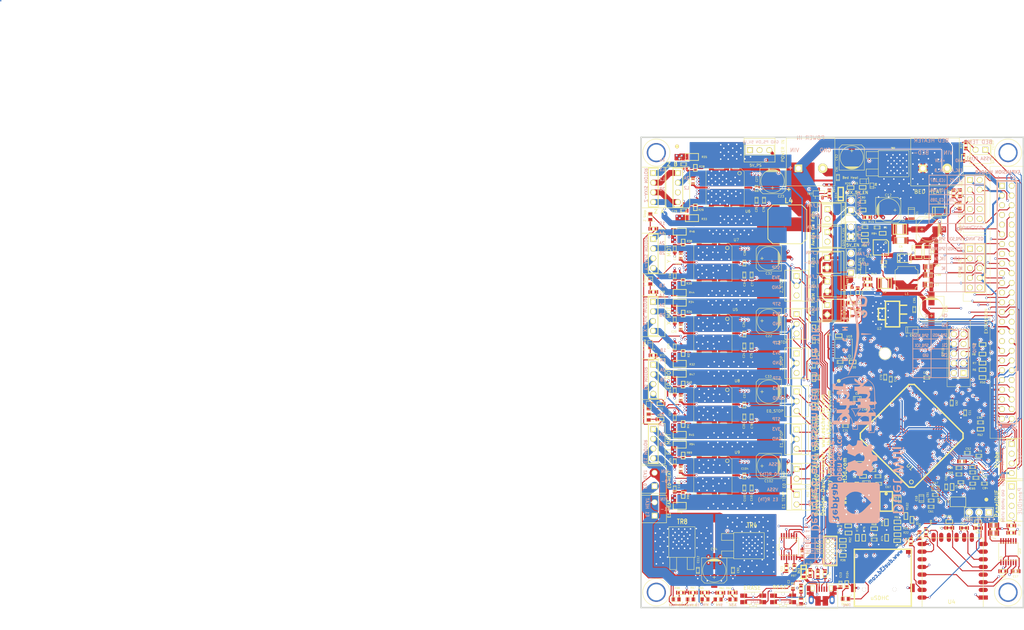
<source format=kicad_pcb>
(kicad_pcb (version 4) (host pcbnew 4.0.2-stable)
  (title_block (title "Duet WIFI") (rev 0.10) (company "Escher3D, Think3DPrint3D"))
  (layers (0 Front mixed) (1 Inner3 signal hide) (2 Inner2 power hide) (31 Back power) (35 F.Paste user) (36 B.SilkS user hide) (37 F.SilkS user) (38 B.Mask user) (39 F.Mask user) (44 Edge.Cuts user))
  (net 0 "")
  (net 1 +3.3V)
  (net 2 +5V)
  (net 3 /Processor/VDDCORE)
  (net 4 5V_IN)
  (net 5 ADVREF)
  (net 6 BED-)
  (net 7 BED_PWM)
  (net 8 CS3)
  (net 9 CS4)
  (net 10 CS5)
  (net 11 DDM)
  (net 12 DDP)
  (net 13 E0-)
  (net 14 E0_DIR)
  (net 15 E0_EN)
  (net 16 E0_MOT_1A)
  (net 17 E0_MOT_1B)
  (net 18 E0_MOT_2A)
  (net 19 E0_MOT_2B)
  (net 20 E0_PWM)
  (net 21 E0_STEP)
  (net 22 E0_STOP)
  (net 23 E0_STOP_CONN)
  (net 24 E1-)
  (net 25 E1_DIR)
  (net 26 E1_EN)
  (net 27 E1_MOT_1A)
  (net 28 E1_MOT_1B)
  (net 29 E1_MOT_2A)
  (net 30 E1_MOT_2B)
  (net 31 E1_PWM)
  (net 32 E1_STEP)
  (net 33 E1_STOP)
  (net 34 E1_STOP_CONN)
  (net 35 E2_DIR)
  (net 36 E2_EN)
  (net 37 E2_STEP)
  (net 38 E2_STOP)
  (net 39 E3_DIR)
  (net 40 E3_EN)
  (net 41 E3_STEP)
  (net 42 E3_STOP)
  (net 43 E4_DIR)
  (net 44 E4_EN)
  (net 45 E4_STEP)
  (net 46 E4_STOP)
  (net 47 E5_DIR)
  (net 48 E5_EN)
  (net 49 E5_STEP)
  (net 50 E5_STOP)
  (net 51 E6_DIR)
  (net 52 E6_EN)
  (net 53 E6_STEP)
  (net 54 E6_STOP)
  (net 55 EDR_CONN)
  (net 56 ENC_A)
  (net 57 ENC_B)
  (net 58 ENC_SW)
  (net 59 ERASE)
  (net 60 ESP_DATA_RDY)
  (net 61 ESP_EN)
  (net 62 ESP_RST)
  (net 63 FAN0)
  (net 64 FAN0-)
  (net 65 FAN1)
  (net 66 FAN1-)
  (net 67 FAN2)
  (net 68 FAN2-)
  (net 69 GND)
  (net 70 HEATER0)
  (net 71 HEATER1)
  (net 72 HEATER2)
  (net 73 HEATER3)
  (net 74 HEATER4)
  (net 75 HEATER5)
  (net 76 HEATER6)
  (net 77 HEATER7)
  (net 78 LCD_DB4)
  (net 79 LCD_DB5)
  (net 80 LCD_DB6)
  (net 81 LCD_DB7)
  (net 82 LCD_E)
  (net 83 LCD_RS)
  (net 84 MCCDA)
  (net 85 MCCK)
  (net 86 MCDA0)
  (net 87 MCDA1)
  (net 88 MCDA2)
  (net 89 MCDA3)
  (net 90 MISO)
  (net 91 MOSI)
  (net 92 N-0000010)
  (net 93 N-0000011)
  (net 94 N-00000118)
  (net 95 N-0000012)
  (net 96 N-00000120)
  (net 97 N-00000138)
  (net 98 N-0000014)
  (net 99 N-00000140)
  (net 100 N-00000141)
  (net 101 N-00000142)
  (net 102 N-00000143)
  (net 103 N-00000144)
  (net 104 N-00000145)
  (net 105 N-00000146)
  (net 106 N-00000149)
  (net 107 N-00000151)
  (net 108 N-00000152)
  (net 109 N-0000016)
  (net 110 N-00000160)
  (net 111 N-00000161)
  (net 112 N-00000163)
  (net 113 N-00000164)
  (net 114 N-00000165)
  (net 115 N-00000166)
  (net 116 N-00000177)
  (net 117 N-00000186)
  (net 118 N-00000187)
  (net 119 N-00000191)
  (net 120 N-00000198)
  (net 121 N-00000199)
  (net 122 N-0000020)
  (net 123 N-00000200)
  (net 124 N-00000201)
  (net 125 N-00000203)
  (net 126 N-00000204)
  (net 127 N-00000205)
  (net 128 N-00000206)
  (net 129 N-00000211)
  (net 130 N-00000212)
  (net 131 N-00000213)
  (net 132 N-00000215)
  (net 133 N-00000216)
  (net 134 N-00000217)
  (net 135 N-00000221)
  (net 136 N-00000222)
  (net 137 N-00000229)
  (net 138 N-0000023)
  (net 139 N-00000232)
  (net 140 N-00000233)
  (net 141 N-00000234)
  (net 142 N-00000235)
  (net 143 N-00000236)
  (net 144 N-00000237)
  (net 145 N-00000238)
  (net 146 N-00000239)
  (net 147 N-0000024)
  (net 148 N-00000243)
  (net 149 N-00000244)
  (net 150 N-00000247)
  (net 151 N-00000248)
  (net 152 N-00000249)
  (net 153 N-00000250)
  (net 154 N-00000253)
  (net 155 N-00000257)
  (net 156 N-00000259)
  (net 157 N-00000262)
  (net 158 N-00000269)
  (net 159 N-00000270)
  (net 160 N-00000271)
  (net 161 N-00000272)
  (net 162 N-00000273)
  (net 163 N-00000274)
  (net 164 N-00000275)
  (net 165 N-00000278)
  (net 166 N-00000279)
  (net 167 N-00000281)
  (net 168 N-00000285)
  (net 169 N-00000289)
  (net 170 N-00000290)
  (net 171 N-00000292)
  (net 172 N-00000293)
  (net 173 N-00000294)
  (net 174 N-00000300)
  (net 175 N-00000301)
  (net 176 N-000004)
  (net 177 N-000005)
  (net 178 N-000006)
  (net 179 N-000007)
  (net 180 N-000008)
  (net 181 N-0000087)
  (net 182 N-000009)
  (net 183 NPCS0)
  (net 184 PB4/TDI)
  (net 185 PB5/TDO)
  (net 186 PB6/TMS)
  (net 187 PB7/TCK)
  (net 188 PS_ON)
  (net 189 PS_ON_IN)
  (net 190 PWR_FAIL_DET1)
  (net 191 PWR_FAIL_DET2)
  (net 192 RESET)
  (net 193 SAM_TFR_RDY)
  (net 194 SD_CD)
  (net 195 SPCK)
  (net 196 SPI0_CS0)
  (net 197 SPI0_CS1)
  (net 198 SPI0_CS2)
  (net 199 SPI0_MISO)
  (net 200 SPI0_MOSI)
  (net 201 SPI0_SCK)
  (net 202 SPI1_MISO)
  (net 203 SPI1_MOSI)
  (net 204 SPI1_MOSI_BUFF)
  (net 205 SPI1_SCK)
  (net 206 SPI1_SCK_BUFF)
  (net 207 SPI1_SCK_BUFF_EXP)
  (net 208 STEPPER_V_IN)
  (net 209 THERMISTOR0)
  (net 210 THERMISTOR1)
  (net 211 THERMISTOR2)
  (net 212 THERMISTOR3)
  (net 213 THERMISTOR4)
  (net 214 THERMISTOR5)
  (net 215 THERMISTOR6)
  (net 216 THERMISTOR7)
  (net 217 TIOA1)
  (net 218 TIOA1_BUFF)
  (net 219 TIOA1_BUFF_EXP)
  (net 220 TWCK0)
  (net 221 TWD0)
  (net 222 URXD0)
  (net 223 URXD1)
  (net 224 URXD1_CONN)
  (net 225 USB_PWR_MON)
  (net 226 UTXD0)
  (net 227 UTXD1)
  (net 228 UTXD1_CONN)
  (net 229 VBUS)
  (net 230 VSSA)
  (net 231 V_FAN)
  (net 232 V_IN)
  (net 233 X_DIR)
  (net 234 X_EN)
  (net 235 X_MOT_1A)
  (net 236 X_MOT_1B)
  (net 237 X_MOT_2A)
  (net 238 X_MOT_2B)
  (net 239 X_STEP)
  (net 240 X_STOP)
  (net 241 X_STOP_CONN)
  (net 242 Y_DIR)
  (net 243 Y_EN)
  (net 244 Y_MOT_1A)
  (net 245 Y_MOT_1B)
  (net 246 Y_MOT_2A)
  (net 247 Y_MOT_2B)
  (net 248 Y_STEP)
  (net 249 Y_STOP)
  (net 250 Y_STOP_CONN)
  (net 251 Z_DIR)
  (net 252 Z_EN)
  (net 253 Z_MOT_1A)
  (net 254 Z_MOT_1B)
  (net 255 Z_MOT_2A)
  (net 256 Z_MOT_2B)
  (net 257 Z_PROBE_IN)
  (net 258 Z_PROBE_MOD)
  (net 259 Z_PROBE_MOD_BUFF)
  (net 260 Z_STEP)
  (net 261 Z_STOP)
  (net 262 Z_STOP_CONN)
  (module CONN_3x1 (layer Front) (at 168.62044 134.95528 180)
    (fp_text reference J39 hide)
    (fp_text value ESP_COMMS hide)
    (pad 1 thru_hole rect (at -2.54 0 180) (size 1.524 1.524) (drill 1) (layers *.Cu *.Mask F.SilkS) (net 69 GND))
    (pad 2 thru_hole circle (at 0 0 180) (size 1.524 1.524) (drill 1) (layers *.Cu *.Mask F.SilkS) (net 224 URXD1_CONN))
    (pad 3 thru_hole circle (at 2.54 0 180) (size 1.524 1.524) (drill 1) (layers *.Cu *.Mask F.SilkS) (net 228 UTXD1_CONN))
  )
  (module SOD-523F (layer Front) (at 140.60424 49.53 270)
    (fp_text reference D5 (at -0.3683 -1.03632 270) (layer F.SilkS) (effects (font (size 0.39878 0.39878) (thickness 0.09906))))
    (fp_text value SOD-523F hide)
    (fp_text user + (at 0.5334 -0.81788 270) (layer F.SilkS) (effects (font (size 0.4 0.4) (thickness 0.08))))
    (pad 2 smd rect (at -1 0 270) (size 0.8 0.5) (layers Front F.Paste F.Mask) (net 6 BED-))
    (pad 1 smd rect (at 1 0 270) (size 0.8 0.5) (layers Front F.Paste F.Mask) (net 157 N-00000262))
  )
  (module MAX_TEMP_DB (layer Front) (at 163.3 93.43136 90)
    (fp_text reference J37 hide)
    (fp_text value SPI0 (at 0.35306 -4.0801 90) (layer F.SilkS) (effects (font (size 0.7 0.7) (thickness 0.1))))
    (pad 1 thru_hole rect (at -5.08 1.27 90) (size 1.524 1.524) (drill 1) (layers *.Cu *.Mask F.SilkS) (net 198 SPI0_CS2))
    (pad 2 thru_hole circle (at -5.08 -1.27 90) (size 1.524 1.524) (drill 1) (layers *.Cu *.Mask F.SilkS) (net 69 GND))
    (pad 3 thru_hole circle (at -2.54 1.27 90) (size 1.524 1.524) (drill 1) (layers *.Cu *.Mask F.SilkS) (net 197 SPI0_CS1))
    (pad 4 thru_hole circle (at -2.54 -1.27 90) (size 1.524 1.524) (drill 1) (layers *.Cu *.Mask F.SilkS) (net 201 SPI0_SCK))
    (pad 5 thru_hole circle (at 0 1.27 90) (size 1.524 1.524) (drill 1) (layers *.Cu *.Mask F.SilkS) (net 200 SPI0_MOSI))
    (pad 6 thru_hole circle (at 0 -1.27 90) (size 1.524 1.524) (drill 1) (layers *.Cu *.Mask F.SilkS) (net 199 SPI0_MISO))
    (pad 7 thru_hole circle (at 2.54 1.27 90) (size 1.524 1.524) (drill 1) (layers *.Cu *.Mask F.SilkS) (net 8 CS3))
    (pad 8 thru_hole circle (at 2.54 -1.27 90) (size 1.524 1.524) (drill 1) (layers *.Cu *.Mask F.SilkS) (net 1 +3.3V))
    (pad 9 thru_hole circle (at 5.08 1.27 90) (size 1.524 1.524) (drill 1) (layers *.Cu *.Mask F.SilkS) (net 9 CS4))
    (pad 10 thru_hole circle (at 5.08 -1.27 90) (size 1.524 1.524) (drill 1) (layers *.Cu *.Mask F.SilkS))
    (pad "" np_thru_hole circle (at 0 -19.25066 90) (size 2.54 2.54) (drill 2.54) (layers *.Cu *.Mask F.SilkS))
  )
  (module PIN_ARRAY_25X2 (layer Front) (at 175.9 80.0148 270)
    (fp_text reference J1 hide)
    (fp_text value EXPANSION (at 4.9228 5.4152 270) (layer F.SilkS) (effects (font (size 0.8001 0.8001) (thickness 0.12192))))
    (pad 1 thru_hole rect (at -30.48 1.27 270) (size 1.524 1.524) (drill 1) (layers *.Cu *.Mask F.SilkS) (net 2 +5V))
    (pad 2 thru_hole circle (at -30.48 -1.27 270) (size 1.524 1.524) (drill 1) (layers *.Cu *.Mask F.SilkS) (net 69 GND))
    (pad 11 thru_hole circle (at -17.78 1.27 270) (size 1.524 1.524) (drill 1) (layers *.Cu *.Mask F.SilkS) (net 39 E3_DIR))
    (pad 4 thru_hole circle (at -27.94 -1.27 270) (size 1.524 1.524) (drill 1) (layers *.Cu *.Mask F.SilkS) (net 38 E2_STOP))
    (pad 13 thru_hole circle (at -15.24 1.27 270) (size 1.524 1.524) (drill 1) (layers *.Cu *.Mask F.SilkS) (net 74 HEATER4))
    (pad 6 thru_hole circle (at -25.4 -1.27 270) (size 1.524 1.524) (drill 1) (layers *.Cu *.Mask F.SilkS) (net 35 E2_DIR))
    (pad 15 thru_hole circle (at -12.7 1.27 270) (size 1.524 1.524) (drill 1) (layers *.Cu *.Mask F.SilkS) (net 45 E4_STEP))
    (pad 8 thru_hole circle (at -22.86 -1.27 270) (size 1.524 1.524) (drill 1) (layers *.Cu *.Mask F.SilkS) (net 73 HEATER3))
    (pad 17 thru_hole circle (at -10.16 1.27 270) (size 1.524 1.524) (drill 1) (layers *.Cu *.Mask F.SilkS) (net 44 E4_EN))
    (pad 10 thru_hole circle (at -20.32 -1.27 270) (size 1.524 1.524) (drill 1) (layers *.Cu *.Mask F.SilkS) (net 41 E3_STEP))
    (pad 19 thru_hole circle (at -7.62 1.27 270) (size 1.524 1.524) (drill 1) (layers *.Cu *.Mask F.SilkS) (net 50 E5_STOP))
    (pad 12 thru_hole circle (at -17.78 -1.27 270) (size 1.524 1.524) (drill 1) (layers *.Cu *.Mask F.SilkS) (net 40 E3_EN))
    (pad 21 thru_hole circle (at -5.08 1.27 270) (size 1.524 1.524) (drill 1) (layers *.Cu *.Mask F.SilkS) (net 47 E5_DIR))
    (pad 14 thru_hole circle (at -15.24 -1.27 270) (size 1.524 1.524) (drill 1) (layers *.Cu *.Mask F.SilkS) (net 46 E4_STOP))
    (pad 23 thru_hole circle (at -2.54 1.27 270) (size 1.524 1.524) (drill 1) (layers *.Cu *.Mask F.SilkS) (net 76 HEATER6))
    (pad 16 thru_hole circle (at -12.7 -1.27 270) (size 1.524 1.524) (drill 1) (layers *.Cu *.Mask F.SilkS) (net 43 E4_DIR))
    (pad 25 thru_hole circle (at 0 1.27 270) (size 1.524 1.524) (drill 1) (layers *.Cu *.Mask F.SilkS) (net 53 E6_STEP))
    (pad 18 thru_hole circle (at -10.16 -1.27 270) (size 1.524 1.524) (drill 1) (layers *.Cu *.Mask F.SilkS) (net 75 HEATER5))
    (pad 27 thru_hole circle (at 2.54 1.27 270) (size 1.524 1.524) (drill 1) (layers *.Cu *.Mask F.SilkS) (net 52 E6_EN))
    (pad 20 thru_hole circle (at -7.62 -1.27 270) (size 1.524 1.524) (drill 1) (layers *.Cu *.Mask F.SilkS) (net 49 E5_STEP))
    (pad 29 thru_hole circle (at 5.08 1.27 270) (size 1.524 1.524) (drill 1) (layers *.Cu *.Mask F.SilkS) (net 186 PB6/TMS))
    (pad 22 thru_hole circle (at -5.08 -1.27 270) (size 1.524 1.524) (drill 1) (layers *.Cu *.Mask F.SilkS) (net 48 E5_EN))
    (pad 31 thru_hole circle (at 7.62 1.27 270) (size 1.524 1.524) (drill 1) (layers *.Cu *.Mask F.SilkS) (net 219 TIOA1_BUFF_EXP))
    (pad 24 thru_hole circle (at -2.54 -1.27 270) (size 1.524 1.524) (drill 1) (layers *.Cu *.Mask F.SilkS) (net 54 E6_STOP))
    (pad 26 thru_hole circle (at 0 -1.27 270) (size 1.524 1.524) (drill 1) (layers *.Cu *.Mask F.SilkS) (net 51 E6_DIR))
    (pad 33 thru_hole circle (at 10.16 1.27 270) (size 1.524 1.524) (drill 1) (layers *.Cu *.Mask F.SilkS) (net 204 SPI1_MOSI_BUFF))
    (pad 28 thru_hole circle (at 2.54 -1.27 270) (size 1.524 1.524) (drill 1) (layers *.Cu *.Mask F.SilkS) (net 77 HEATER7))
    (pad 32 thru_hole circle (at 7.62 -1.27 270) (size 1.524 1.524) (drill 1) (layers *.Cu *.Mask F.SilkS) (net 207 SPI1_SCK_BUFF_EXP))
    (pad 34 thru_hole circle (at 10.16 -1.27 270) (size 1.524 1.524) (drill 1) (layers *.Cu *.Mask F.SilkS) (net 202 SPI1_MISO))
    (pad 36 thru_hole circle (at 12.7 -1.27 270) (size 1.524 1.524) (drill 1) (layers *.Cu *.Mask F.SilkS) (net 213 THERMISTOR4))
    (pad 38 thru_hole circle (at 15.24 -1.27 270) (size 1.524 1.524) (drill 1) (layers *.Cu *.Mask F.SilkS) (net 215 THERMISTOR6))
    (pad 35 thru_hole circle (at 12.7 1.27 270) (size 1.524 1.524) (drill 1) (layers *.Cu *.Mask F.SilkS) (net 212 THERMISTOR3))
    (pad 37 thru_hole circle (at 15.24 1.27 270) (size 1.524 1.524) (drill 1) (layers *.Cu *.Mask F.SilkS) (net 214 THERMISTOR5))
    (pad 3 thru_hole circle (at -27.94 1.27 270) (size 1.524 1.524) (drill 1) (layers *.Cu *.Mask F.SilkS) (net 1 +3.3V))
    (pad 5 thru_hole circle (at -25.4 1.27 270) (size 1.524 1.524) (drill 1) (layers *.Cu *.Mask F.SilkS) (net 37 E2_STEP))
    (pad 7 thru_hole circle (at -22.86 1.27 270) (size 1.524 1.524) (drill 1) (layers *.Cu *.Mask F.SilkS) (net 36 E2_EN))
    (pad 9 thru_hole circle (at -20.32 1.27 270) (size 1.524 1.524) (drill 1) (layers *.Cu *.Mask F.SilkS) (net 42 E3_STOP))
    (pad 39 thru_hole circle (at 17.78 1.27 270) (size 1.524 1.524) (drill 1) (layers *.Cu *.Mask F.SilkS) (net 216 THERMISTOR7))
    (pad 40 thru_hole circle (at 17.78 -1.27 270) (size 1.524 1.524) (drill 1) (layers *.Cu *.Mask F.SilkS) (net 230 VSSA))
    (pad 30 thru_hole circle (at 5.08 -1.27 270) (size 1.524 1.524) (drill 1) (layers *.Cu *.Mask F.SilkS) (net 69 GND))
    (pad 41 thru_hole circle (at 20.32 1.27 270) (size 1.524 1.524) (drill 1) (layers *.Cu *.Mask F.SilkS) (net 5 ADVREF))
    (pad 42 thru_hole circle (at 20.32 -1.27 270) (size 1.524 1.524) (drill 1) (layers *.Cu *.Mask F.SilkS) (net 69 GND))
    (pad 43 thru_hole circle (at 22.86 1.27 270) (size 1.524 1.524) (drill 1) (layers *.Cu *.Mask F.SilkS) (net 1 +3.3V))
    (pad 44 thru_hole circle (at 22.86 -1.27 270) (size 1.524 1.524) (drill 1) (layers *.Cu *.Mask F.SilkS) (net 192 RESET))
    (pad 45 thru_hole circle (at 25.4 1.27 270) (size 1.524 1.524) (drill 1) (layers *.Cu *.Mask F.SilkS) (net 221 TWD0))
    (pad 46 thru_hole circle (at 25.4 -1.27 270) (size 1.524 1.524) (drill 1) (layers *.Cu *.Mask F.SilkS) (net 220 TWCK0))
    (pad 47 thru_hole circle (at 27.94 1.27 270) (size 1.524 1.524) (drill 1) (layers *.Cu *.Mask F.SilkS) (net 201 SPI0_SCK))
    (pad 48 thru_hole circle (at 27.94 -1.27 270) (size 1.524 1.524) (drill 1) (layers *.Cu *.Mask F.SilkS) (net 200 SPI0_MOSI))
    (pad 49 thru_hole circle (at 30.48 1.27 270) (size 1.524 1.524) (drill 1) (layers *.Cu *.Mask F.SilkS) (net 199 SPI0_MISO))
    (pad 50 thru_hole circle (at 30.48 -1.27 270) (size 1.524 1.524) (drill 1) (layers *.Cu *.Mask F.SilkS) (net 10 CS5))
  )
  (module TPC-XL-Bridged (layer Front) (at 118.4656 59.6138 180)
    (fp_text reference L4 (at -0.39116 6.19252 180) (layer F.SilkS) (effects (font (size 1.27 1.27) (thickness 0.254))))
    (fp_text value "DNP    4.7uH Approx 10A" hide)
    (fp_text user "" (at 0 0 180) (layer F.SilkS) (effects (font (size 1.016 1.016) (thickness 0.254))))
    (fp_text user "" (at 0 0 180) (layer F.SilkS) (effects (font (size 1.016 1.016) (thickness 0.254))))
    (pad 1 smd rect (at -4.826 0 180) (size 1.99898 3.59918) (layers Front F.Paste F.Mask) (net 232 V_IN))
    (pad 2 smd rect (at 3.326 0 180) (size 4.99898 3.59918) (layers Front F.Paste F.Mask) (net 208 STEPPER_V_IN))
    (pad 3 smd rect (at -1.5 0 180) (size 4.62 3.59918) (layers Front F.Paste F.Mask))
  )
  (module FUSE_0603 (layer Front) (at 163.11372 132.1943 180)
    (fp_text reference F1 (at 2.794 0 180) (layer F.SilkS) (effects (font (size 0.7 0.7) (thickness 0.1))))
    (fp_text value "0.25A VFA" hide)
    (pad 1 smd rect (at -0.8001 0 180) (size 0.94996 1.00076) (layers Front F.Paste F.Mask) (net 230 VSSA))
    (pad 2 smd rect (at 0.8001 0 180) (size 0.94996 1.00076) (layers Front F.Paste F.Mask) (net 69 GND))
  )
  (module 3.5MM_2X1 (layer Front) (at 83.74 126.36 90)
    (fp_text reference J11 hide)
    (fp_text value "E0 HEAT" (at 0.02 3.9 90) (layer F.SilkS) (effects (font (size 0.762 0.762) (thickness 0.1524))))
    (pad 1 thru_hole rect (at -1.75 0 90) (size 1.524 1.524) (drill 1.19888) (layers *.Cu *.Mask F.SilkS) (net 232 V_IN))
    (pad 2 thru_hole circle (at 1.75 0 90) (size 1.524 1.524) (drill 1.19888) (layers *.Cu *.Mask F.SilkS) (net 13 E0-))
  )
  (module 3.5MM_2X1 (layer Front) (at 83.76158 134.07898 90)
    (fp_text reference J13 hide)
    (fp_text value "E1 HEAT" (at 0.01524 3.79222 90) (layer F.SilkS) (effects (font (size 0.762 0.762) (thickness 0.1524))))
    (pad 1 thru_hole rect (at -1.75 0 90) (size 1.524 1.524) (drill 1.19888) (layers *.Cu *.Mask F.SilkS) (net 232 V_IN))
    (pad 2 thru_hole circle (at 1.75 0 90) (size 1.524 1.524) (drill 1.19888) (layers *.Cu *.Mask F.SilkS) (net 24 E1-))
  )
  (module C_1210 (layer Front) (at 143.96466 75.0316 180)
    (fp_text reference L3 (at 0.03556 -2.27584 180) (layer F.SilkS) (effects (font (size 0.50038 0.50038) (thickness 0.08))))
    (fp_text value 1uH hide)
    (pad 1 smd rect (at 1.50114 0 180) (size 1.50114 2.90068) (layers Front F.Paste F.Mask) (net 2 +5V))
    (pad 2 smd rect (at -1.50114 0 180) (size 1.50114 2.90068) (layers Front F.Paste F.Mask) (net 109 N-0000016))
  )
  (module C_1210 (layer Front) (at 147.9042 60.8838 180)
    (fp_text reference L2 (at -0.9652 2.3114 180) (layer F.SilkS) (effects (font (size 0.50038 0.50038) (thickness 0.08))))
    (fp_text value 1uH hide)
    (pad 1 smd rect (at 1.50114 0 180) (size 1.50114 2.90068) (layers Front F.Paste F.Mask) (net 147 N-0000024))
    (pad 2 smd rect (at -1.50114 0 180) (size 1.50114 2.90068) (layers Front F.Paste F.Mask) (net 138 N-0000023))
  )
  (module C_1206 (layer Front) (at 148.09978 63.84798 180)
    (fp_text reference C6 (at -0.04318 -1.6002 180) (layer F.SilkS) (effects (font (size 0.50038 0.50038) (thickness 0.08))))
    (fp_text value "10u 35V" hide)
    (pad 1 smd rect (at 1.50114 0 180) (size 1.15062 1.80086) (layers Front F.Paste F.Mask) (net 147 N-0000024))
    (pad 2 smd rect (at -1.50114 0 180) (size 1.15062 1.80086) (layers Front F.Paste F.Mask) (net 69 GND))
  )
  (module L_6x6 (layer Front) (at 149.6568 73.66)
    (fp_text reference L1 (at 0.0762 4.1402) (layer F.SilkS) (effects (font (size 0.6 0.6) (thickness 0.09))))
    (fp_text value 10uH hide)
    (pad 1 smd rect (at 0 2.35) (size 5.7 1.6) (layers Front F.Paste F.Mask) (net 109 N-0000016))
    (pad 2 smd rect (at 0 -2.35) (size 5.7 1.6) (layers Front F.Paste F.Mask) (net 176 N-000004))
  )
  (module QFN16-4x4 (layer Front) (at 142.95608 65.6568 270)
    (fp_text reference U3 (at 2.20946 3.13416 360) (layer F.SilkS) (effects (font (size 0.762 0.762) (thickness 0.127))))
    (fp_text value A4403 hide)
    (pad 17 smd rect (at 0 0 270) (size 2.70002 2.70002) (layers Front F.Paste F.Mask) (net 69 GND))
    (pad 1 smd rect (at -2.04978 -0.97536 270) (size 0.94996 0.35052) (layers Front F.Paste F.Mask) (net 147 N-0000024))
    (pad 2 smd rect (at -2.04978 -0.32512 270) (size 0.94996 0.35052) (layers Front F.Paste F.Mask) (net 69 GND))
    (pad 3 smd rect (at -2.04978 0.32512 270) (size 0.94996 0.35052) (layers Front F.Paste F.Mask) (net 93 N-0000011))
    (pad 4 smd rect (at -2.04978 0.97536 270) (size 0.94996 0.35052) (layers Front F.Paste F.Mask) (net 92 N-0000010))
    (pad 9 smd rect (at 2.04978 0.97536 270) (size 0.94996 0.35052) (layers Front F.Paste F.Mask) (net 69 GND))
    (pad 10 smd rect (at 2.04978 0.32512 270) (size 0.94996 0.35052) (layers Front F.Paste F.Mask) (net 182 N-000009))
    (pad 11 smd rect (at 2.04978 -0.32512 270) (size 0.94996 0.35052) (layers Front F.Paste F.Mask) (net 177 N-000005))
    (pad 12 smd rect (at 2.04978 -0.97536 270) (size 0.94996 0.35052) (layers Front F.Paste F.Mask) (net 176 N-000004))
    (pad 5 smd rect (at -0.97536 2.04978 270) (size 0.35052 0.94996) (layers Front F.Paste F.Mask) (net 98 N-0000014))
    (pad 6 smd rect (at -0.32512 2.04978 270) (size 0.35052 0.94996) (layers Front F.Paste F.Mask) (net 69 GND))
    (pad 7 smd rect (at 0.32512 2.04978 270) (size 0.35052 0.94996) (layers Front F.Paste F.Mask) (net 69 GND))
    (pad 8 smd rect (at 0.97536 2.04978 270) (size 0.35052 0.94996) (layers Front F.Paste F.Mask) (net 95 N-0000012))
    (pad 13 smd rect (at 0.97536 -2.04978 270) (size 0.35052 0.94996) (layers Front F.Paste F.Mask) (net 69 GND))
    (pad 14 smd rect (at 0.32512 -2.04978 270) (size 0.35052 0.94996) (layers Front F.Paste F.Mask) (net 69 GND))
    (pad 15 smd rect (at -0.32512 -2.04978 270) (size 0.35052 0.94996) (layers Front F.Paste F.Mask) (net 69 GND))
    (pad 16 smd rect (at -0.97536 -2.04978 270) (size 0.35052 0.94996) (layers Front F.Paste F.Mask) (net 69 GND))
  )
  (module SOT-23 (layer Front) (at 134.33806 77.10678 90)
    (fp_text reference TR9 (at 2.5527 -0.0762 90) (layer F.SilkS) (effects (font (size 0.50038 0.50038) (thickness 0.09906))))
    (fp_text value PMV40UN2 hide)
    (pad G smd rect (at -0.9525 1.05664 90) (size 0.59944 1.00076) (layers Front F.Paste F.Mask) (net 150 N-00000247))
    (pad D smd rect (at 0 -1.05664 90) (size 0.59944 1.00076) (layers Front F.Paste F.Mask) (net 66 FAN1-))
    (pad S smd rect (at 0.9525 1.05664 90) (size 0.59944 1.00076) (layers Front F.Paste F.Mask) (net 69 GND))
  )
  (module TERM_2-WAY_6.35mm (layer Front) (at 157.1117 44.96308)
    (fp_text reference J4 hide)
    (fp_text value "BED HEAT" (at -1.7712 6.12142) (layer F.SilkS) (effects (font (size 1.016 1.016) (thickness 0.1524))))
    (pad 1 thru_hole rect (at -3.175 0) (size 1.99898 1.99898) (drill 1.30048) (layers *.Cu *.Mask F.SilkS) (net 6 BED-))
    (pad 2 thru_hole circle (at 3.175 0) (size 2.49936 2.49936) (drill 1.30048) (layers *.Cu *.Mask F.SilkS) (net 232 V_IN))
  )
  (module JUMPER (layer Front) (at 135.128 54.6608 90)
    (fp_text reference JP10 hide)
    (fp_text value ATX_5V_EN (at 3.36296 1.49606 180) (layer F.SilkS) (effects (font (size 0.762 0.762) (thickness 0.1524))))
    (pad 1 thru_hole rect (at -1.27 0 90) (size 1.524 1.524) (drill 1.19888) (layers *.Cu *.Mask F.SilkS) (net 2 +5V))
    (pad 2 thru_hole circle (at 1.27 0 90) (size 1.524 1.524) (drill 1.19888) (layers *.Cu *.Mask F.SilkS) (net 122 N-0000020))
  )
  (module JUMPER (layer Front) (at 135.128 61.52896 90)
    (fp_text reference JP9 hide)
    (fp_text value 5V_EN (at -3.5306 0.47752 180) (layer F.SilkS) (effects (font (size 0.762 0.762) (thickness 0.1524))))
    (pad 1 thru_hole rect (at -1.27 0 90) (size 1.524 1.524) (drill 1.19888) (layers *.Cu *.Mask F.SilkS) (net 69 GND))
    (pad 2 thru_hole circle (at 1.27 0 90) (size 1.524 1.524) (drill 1.19888) (layers *.Cu *.Mask F.SilkS) (net 182 N-000009))
  )
  (module SOT-23 (layer Front) (at 126.72568 51.5493)
    (fp_text reference TR7 (at -2.37236 0.13716) (layer F.SilkS) (effects (font (size 0.50038 0.50038) (thickness 0.09906))))
    (fp_text value PMV40UN2 hide)
    (pad G smd rect (at -0.9525 1.05664) (size 0.59944 1.00076) (layers Front F.Paste F.Mask) (net 188 PS_ON))
    (pad D smd rect (at 0 -1.05664) (size 0.59944 1.00076) (layers Front F.Paste F.Mask) (net 189 PS_ON_IN))
    (pad S smd rect (at 0.9525 1.05664) (size 0.59944 1.00076) (layers Front F.Paste F.Mask) (net 69 GND))
  )
  (module Xtal_5x3.2 (layer Front) (at 144.32026 132.08762 270)
    (fp_text reference X2 (at 2.68478 -2.5781 360) (layer F.SilkS) (effects (font (size 0.39878 0.39878) (thickness 0.09906))))
    (fp_text value CRYSTAL_4PIN hide)
    (pad 1 smd rect (at -1.99898 1.19888 270) (size 1.80086 1.19888) (layers Front F.Paste F.Mask) (net 108 N-00000152))
    (pad 2 smd rect (at 1.99898 1.19888 270) (size 1.80086 1.19888) (layers Front F.Paste F.Mask) (net 69 GND))
    (pad 3 smd rect (at 1.99898 -1.19888 270) (size 1.80086 1.19888) (layers Front F.Paste F.Mask) (net 107 N-00000151))
    (pad 4 smd rect (at -1.99898 -1.19888 270) (size 1.80086 1.19888) (layers Front F.Paste F.Mask) (net 69 GND))
  )
  (module DO-220AA (layer Front) (at 148.36548 68.4558)
    (fp_text reference D2 (at -0.02694 -1.84176) (layer F.SilkS) (effects (font (size 0.5 0.5) (thickness 0.08))))
    (fp_text value SS3P4 hide)
    (pad 2 smd rect (at 0 0) (size 2.66954 2.54) (layers Front F.Paste F.Mask) (net 176 N-000004))
    (pad 1 smd rect (at 2.35204 0) (size 0.762 1.27) (layers Front F.Paste F.Mask) (net 95 N-0000012))
  )
  (module DO-220AA (layer Front) (at 157.5435 56.1975)
    (fp_text reference D1 (at 0.70866 -2.10566) (layer F.SilkS) (effects (font (size 0.50038 0.50038) (thickness 0.08))))
    (fp_text value SS3P4 hide)
    (pad 2 smd rect (at 0 0) (size 2.66954 2.54) (layers Front F.Paste F.Mask) (net 138 N-0000023))
    (pad 1 smd rect (at 2.35204 0) (size 0.762 1.27) (layers Front F.Paste F.Mask) (net 232 V_IN))
  )
  (module uSD_SKT (layer Front) (at 143.46174 155.11272)
    (fp_text reference J15 hide)
    (fp_text value uSDHC (at -0.8001 2.24536) (layer F.SilkS) (effects (font (size 1.00076 1.00076) (thickness 0.1524))))
    (pad H thru_hole circle (at -4.93014 0) (size 1.00076 1.00076) (drill 1.00076) (layers *.Cu *.Mask F.SilkS))
    (pad H thru_hole circle (at 3.05054 0) (size 1.00076 1.00076) (drill 1.00076) (layers *.Cu *.Mask F.SilkS))
    (pad G smd rect (at -7.74954 -0.39878) (size 1.19888 2.19964) (layers Front F.Paste F.Mask) (net 69 GND))
    (pad G smd rect (at 7.74954 -0.39878) (size 1.19888 2.19964) (layers Front F.Paste F.Mask) (net 69 GND))
    (pad G smd rect (at -7.74954 -9.99998) (size 1.19888 1.39954) (layers Front F.Paste F.Mask) (net 69 GND))
    (pad G smd rect (at 6.85038 -9.99998) (size 1.6002 1.39954) (layers Front F.Paste F.Mask) (net 69 GND))
    (pad 1 smd rect (at 2.19964 -10.50036) (size 0.70104 1.6002) (layers Front F.Paste F.Mask) (net 162 N-00000273))
    (pad 2 smd rect (at 1.09982 -10.50036) (size 0.70104 1.6002) (layers Front F.Paste F.Mask) (net 163 N-00000274))
    (pad 3 smd rect (at 0 -10.50036) (size 0.70104 1.6002) (layers Front F.Paste F.Mask) (net 160 N-00000271))
    (pad 4 smd rect (at -1.09982 -10.50036) (size 0.70104 1.6002) (layers Front F.Paste F.Mask) (net 1 +3.3V))
    (pad 5 smd rect (at -2.19964 -10.50036) (size 0.70104 1.6002) (layers Front F.Paste F.Mask) (net 158 N-00000269))
    (pad 6 smd rect (at -3.29946 -10.50036) (size 0.70104 1.6002) (layers Front F.Paste F.Mask) (net 69 GND))
    (pad 7 smd rect (at -4.39928 -10.50036) (size 0.70104 1.6002) (layers Front F.Paste F.Mask) (net 167 N-00000281))
    (pad 8 smd rect (at -5.4991 -10.50036) (size 0.70104 1.6002) (layers Front F.Paste F.Mask) (net 159 N-00000270))
    (pad 9 smd rect (at -6.59892 -10.50036) (size 0.70104 1.6002) (layers Front F.Paste F.Mask) (net 161 N-00000272))
  )
  (module MICRO_5x2 (layer Front) (at 129.7051 145.04924 270)
    (fp_text reference J21 hide)
    (fp_text value JTAG (at -0.99314 3.0226 270) (layer F.SilkS) (effects (font (size 1.016 1.016) (thickness 0.1524))))
    (pad 1 thru_hole rect (at -2.54 0.635 270) (size 1.00076 1.00076) (drill 0.7112) (layers *.Cu *.Mask F.SilkS) (net 1 +3.3V) (clearance 0.14986))
    (pad 2 thru_hole circle (at -2.54 -0.635 270) (size 1.00076 1.00076) (drill 0.7112) (layers *.Cu *.Mask F.SilkS) (net 186 PB6/TMS) (clearance 0.14986))
    (pad 3 thru_hole circle (at -1.27 0.635 270) (size 1.00076 1.00076) (drill 0.7112) (layers *.Cu *.Mask F.SilkS) (net 69 GND) (clearance 0.14986))
    (pad 4 thru_hole circle (at -1.27 -0.635 270) (size 1.00076 1.00076) (drill 0.7112) (layers *.Cu *.Mask F.SilkS) (net 187 PB7/TCK) (clearance 0.14986))
    (pad 5 thru_hole circle (at 0 0.635 270) (size 1.00076 1.00076) (drill 0.7112) (layers *.Cu *.Mask F.SilkS) (net 69 GND) (clearance 0.14986))
    (pad 6 thru_hole circle (at 0 -0.635 270) (size 1.00076 1.00076) (drill 0.7112) (layers *.Cu *.Mask F.SilkS) (net 185 PB5/TDO) (clearance 0.14986))
    (pad 7 thru_hole circle (at 1.27 0.635 270) (size 1.00076 1.00076) (drill 0.7112) (layers *.Cu *.Mask F.SilkS) (clearance 0.14986))
    (pad 8 thru_hole circle (at 1.27 -0.635 270) (size 1.00076 1.00076) (drill 0.7112) (layers *.Cu *.Mask F.SilkS) (net 184 PB4/TDI) (clearance 0.14986))
    (pad 9 thru_hole circle (at 2.54 0.635 270) (size 1.00076 1.00076) (drill 0.7112) (layers *.Cu *.Mask F.SilkS) (net 69 GND) (clearance 0.14986))
    (pad 10 thru_hole circle (at 2.54 -0.635 270) (size 1.00076 1.00076) (drill 0.7112) (layers *.Cu *.Mask F.SilkS) (net 192 RESET) (clearance 0.14986))
  )
  (module D-PAK (layer Front) (at 147.11172 43.76166 270)
    (fp_text reference TR2 (at -4.06146 0.99822 360) (layer F.SilkS) (effects (font (size 0.39878 0.39878) (thickness 0.09906))))
    (fp_text value IPD036N04L hide)
    (pad G smd rect (at -2.286 6.35 270) (size 1.30048 2.30124) (layers Front F.Paste F.Mask) (net 152 N-00000249))
    (pad D smd rect (at 0 0 270) (size 5.90042 6.49986) (layers Front F.Paste F.Mask) (net 6 BED-))
    (pad S smd rect (at 2.286 6.35 270) (size 1.30048 2.30124) (layers Front F.Paste F.Mask) (net 69 GND))
  )
  (module SOT-223 (layer Front) (at 145.9992 83.09102 90)
    (fp_text reference U2 (at -3.77698 -3.4798 180) (layer F.SilkS) (effects (font (size 0.6 0.6) (thickness 0.09))))
    (fp_text value TC2117-3.3VDBTR hide)
    (pad 4 smd rect (at 0 -3.302 90) (size 3.6576 2.032) (layers Front F.Paste F.Mask) (net 1 +3.3V))
    (pad 2 smd rect (at 0 3.302 90) (size 1.016 2.032) (layers Front F.Paste F.Mask) (net 1 +3.3V))
    (pad 3 smd rect (at 2.286 3.302 90) (size 1.016 2.032) (layers Front F.Paste F.Mask) (net 2 +5V))
    (pad 1 smd rect (at -2.286 3.302 90) (size 1.016 2.032) (layers Front F.Paste F.Mask) (net 69 GND))
  )
  (module SOT-23 (layer Front) (at 138.31824 71.30796 90)
    (fp_text reference TR5 (at 2.2884 0.0395 90) (layer F.SilkS) (effects (font (size 0.5 0.5) (thickness 0.08))))
    (fp_text value PMV40UN2 hide)
    (pad G smd rect (at -0.9525 1.05664 90) (size 0.59944 1.00076) (layers Front F.Paste F.Mask) (net 153 N-00000250))
    (pad D smd rect (at 0 -1.05664 90) (size 0.59944 1.00076) (layers Front F.Paste F.Mask) (net 64 FAN0-))
    (pad S smd rect (at 0.9525 1.05664 90) (size 0.59944 1.00076) (layers Front F.Paste F.Mask) (net 69 GND))
  )
  (module TERM_2-WAY_6.35mm (layer Front) (at 124.5616 44.96308)
    (fp_text reference J23 hide)
    (fp_text value "POWER IN" (at -7.239 -4.55168 90) (layer F.SilkS) (effects (font (size 0.8001 0.8001) (thickness 0.11938))))
    (pad 1 thru_hole rect (at -3.175 0) (size 1.99898 1.99898) (drill 1.30048) (layers *.Cu *.Mask F.SilkS) (net 232 V_IN))
    (pad 2 thru_hole circle (at 3.175 0) (size 2.49936 2.49936) (drill 1.30048) (layers *.Cu *.Mask F.SilkS) (net 69 GND))
  )
  (module uUSB_new (layer Front) (at 127.45974 157.86354)
    (fp_text reference J22 hide)
    (fp_text value USB hide)
    (pad CE smd rect (at -0.9625 0.25) (size 1.425 2.5) (layers Front F.Paste F.Mask) (net 168 N-00000285))
    (pad CE smd rect (at 0.9625 0.25) (size 1.425 2.5) (layers Front F.Paste F.Mask) (net 168 N-00000285))
    (pad CE smd rect (at -2.9875 -1.7) (size 1.825 0.7) (layers Front F.Paste F.Mask) (net 168 N-00000285))
    (pad CE smd rect (at 2.9875 -1.7) (size 1.825 0.7) (layers Front F.Paste F.Mask) (net 168 N-00000285))
    (pad CE smd rect (at -2.9 -3.03) (size 2 1.46) (layers Front F.Paste F.Mask) (net 168 N-00000285))
    (pad CE thru_hole rect (at -2.425 -3.03) (size 1.05 1.46) (drill oval 0.7112 1.05) (layers *.Cu *.Mask F.SilkS) (net 168 N-00000285))
    (pad 3 smd rect (at 0 -2.825) (size 0.34 1.4) (layers Front F.Paste F.Mask) (net 166 N-00000279))
    (pad 2 smd rect (at -0.65 -2.825) (size 0.34 1.4) (layers Front F.Paste F.Mask) (net 164 N-00000275))
    (pad 1 smd rect (at -1.3 -2.825) (size 0.4 1.4) (layers Front F.Paste F.Mask) (net 229 VBUS))
    (pad 4 smd rect (at 0.65 -2.825) (size 0.34 1.4) (layers Front F.Paste F.Mask))
    (pad 5 smd rect (at 1.3 -2.825) (size 0.4 1.4) (layers Front F.Paste F.Mask) (net 69 GND))
    (pad CE thru_hole oval (at -2.725 0) (size 1.3 2.2) (drill oval 0.7112 1.2) (layers *.Cu *.Mask F.Paste) (net 168 N-00000285))
    (pad CE thru_hole oval (at 2.725 0) (size 1.3 2.2) (drill oval 0.7112 1.2) (layers *.Cu *.Mask F.Paste) (net 168 N-00000285))
    (pad CE smd rect (at -2.725 -0.95) (size 1.3 0.8) (layers Front F.Paste F.Mask) (net 168 N-00000285))
    (pad CE smd rect (at 2.725 -0.95) (size 1.3 0.8) (layers Front F.Paste F.Mask) (net 168 N-00000285))
    (pad CE smd rect (at 2.9 -3.03) (size 2 1.46) (layers Front F.Paste F.Mask) (net 168 N-00000285))
    (pad CE thru_hole rect (at 2.425 -3.03) (size 1.05 1.46) (drill oval 0.7112 1.05) (layers *.Cu *.Mask F.SilkS) (net 168 N-00000285))
  )
  (module LQFP144 (layer Front) (at 151.003 114.935 225)
    (fp_text reference U1 (at 6.061998 -5.454282 315) (layer F.SilkS) (effects (font (size 1.016 1.016) (thickness 0.1524))))
    (fp_text value ATSAM4E8E hide)
    (pad 1 smd rect (at 8.7503 -10.89914 225) (size 0.2794 1.50114) (layers Front F.Paste F.Mask) (net 45 E4_STEP))
    (pad 2 smd rect (at 8.24992 -10.89914 225) (size 0.2794 1.50114) (layers Front F.Paste F.Mask) (net 60 ESP_DATA_RDY))
    (pad 3 smd rect (at 7.74954 -10.89914 225) (size 0.2794 1.50114) (layers Front F.Paste F.Mask) (net 3 /Processor/VDDCORE))
    (pad 4 smd rect (at 7.24916 -10.89914 225) (size 0.2794 1.50114) (layers Front F.Paste F.Mask) (net 38 E2_STOP))
    (pad 5 smd rect (at 6.74878 -10.89914 225) (size 0.2794 1.50114) (layers Front F.Paste F.Mask) (net 1 +3.3V))
    (pad 6 smd rect (at 6.25094 -10.89914 225) (size 0.2794 1.50114) (layers Front F.Paste F.Mask) (net 42 E3_STOP))
    (pad 7 smd rect (at 5.75056 -10.89914 225) (size 0.2794 1.50114) (layers Front F.Paste F.Mask) (net 46 E4_STOP))
    (pad 8 smd rect (at 5.25018 -10.89914 225) (size 0.2794 1.50114) (layers Front F.Paste F.Mask) (net 69 GND))
    (pad 9 smd rect (at 4.7498 -10.89914 225) (size 0.2794 1.50114) (layers Front F.Paste F.Mask) (net 5 ADVREF))
    (pad 10 smd rect (at 4.24942 -10.89914 225) (size 0.2794 1.50114) (layers Front F.Paste F.Mask) (net 50 E5_STOP))
    (pad 11 smd rect (at 3.74904 -10.89914 225) (size 0.2794 1.50114) (layers Front F.Paste F.Mask) (net 51 E6_DIR))
    (pad 12 smd rect (at 3.2512 -10.89914 225) (size 0.2794 1.50114) (layers Front F.Paste F.Mask) (net 105 N-00000146))
    (pad 13 smd rect (at 2.75082 -10.89914 225) (size 0.2794 1.50114) (layers Front F.Paste F.Mask) (net 65 FAN1))
    (pad 14 smd rect (at 2.25044 -10.89914 225) (size 0.2794 1.50114) (layers Front F.Paste F.Mask) (net 100 N-00000141))
    (pad 15 smd rect (at 1.75006 -10.89914 225) (size 0.2794 1.50114) (layers Front F.Paste F.Mask) (net 103 N-00000144))
    (pad 16 smd rect (at 1.24968 -10.89914 225) (size 0.2794 1.50114) (layers Front F.Paste F.Mask) (net 106 N-00000149))
    (pad 17 smd rect (at 0.7493 -10.89914 225) (size 0.2794 1.50114) (layers Front F.Paste F.Mask) (net 104 N-00000145))
    (pad 18 smd rect (at 0.24892 -10.89914 225) (size 0.2794 1.50114) (layers Front F.Paste F.Mask) (net 101 N-00000142))
    (pad 19 smd rect (at -0.24892 -10.89914 225) (size 0.2794 1.50114) (layers Front F.Paste F.Mask) (net 102 N-00000143))
    (pad 20 smd rect (at -0.7493 -10.89914 225) (size 0.2794 1.50114) (layers Front F.Paste F.Mask) (net 200 SPI0_MOSI))
    (pad 21 smd rect (at -1.24968 -10.89914 225) (size 0.2794 1.50114) (layers Front F.Paste F.Mask) (net 199 SPI0_MISO))
    (pad 22 smd rect (at -1.75006 -10.89914 225) (size 0.2794 1.50114) (layers Front F.Paste F.Mask) (net 71 HEATER1))
    (pad 23 smd rect (at -2.25044 -10.89914 225) (size 0.2794 1.50114) (layers Front F.Paste F.Mask) (net 70 HEATER0))
    (pad 24 smd rect (at -2.75082 -10.89914 225) (size 0.2794 1.50114) (layers Front F.Paste F.Mask) (net 99 N-00000140))
    (pad 25 smd rect (at -3.2512 -10.89914 225) (size 0.2794 1.50114) (layers Front F.Paste F.Mask) (net 54 E6_STOP))
    (pad 26 smd rect (at -3.74904 -10.89914 225) (size 0.2794 1.50114) (layers Front F.Paste F.Mask) (net 197 SPI0_CS1))
    (pad 27 smd rect (at -4.24942 -10.89914 225) (size 0.2794 1.50114) (layers Front F.Paste F.Mask) (net 62 ESP_RST))
    (pad 28 smd rect (at -4.7498 -10.89914 225) (size 0.2794 1.50114) (layers Front F.Paste F.Mask) (net 61 ESP_EN))
    (pad 29 smd rect (at -5.25018 -10.89914 225) (size 0.2794 1.50114) (layers Front F.Paste F.Mask) (net 3 /Processor/VDDCORE))
    (pad 30 smd rect (at -5.75056 -10.89914 225) (size 0.2794 1.50114) (layers Front F.Paste F.Mask) (net 1 +3.3V))
    (pad 31 smd rect (at -6.25094 -10.89914 225) (size 0.2794 1.50114) (layers Front F.Paste F.Mask) (net 190 PWR_FAIL_DET1))
    (pad 32 smd rect (at -6.74878 -10.89914 225) (size 0.2794 1.50114) (layers Front F.Paste F.Mask) (net 202 SPI1_MISO))
    (pad 33 smd rect (at -7.24916 -10.89914 225) (size 0.2794 1.50114) (layers Front F.Paste F.Mask) (net 3 /Processor/VDDCORE))
    (pad 34 smd rect (at -7.74954 -10.89914 225) (size 0.2794 1.50114) (layers Front F.Paste F.Mask) (net 193 SAM_TFR_RDY))
    (pad 35 smd rect (at -8.24992 -10.89914 225) (size 0.2794 1.50114) (layers Front F.Paste F.Mask) (net 58 ENC_SW))
    (pad 36 smd rect (at -8.7503 -10.89914 225) (size 0.2794 1.50114) (layers Front F.Paste F.Mask) (net 56 ENC_A))
    (pad 73 smd rect (at -8.7503 10.89914 225) (size 0.2794 1.50114) (layers Front F.Paste F.Mask) (net 223 URXD1))
    (pad 74 smd rect (at -8.24992 10.89914 225) (size 0.2794 1.50114) (layers Front F.Paste F.Mask) (net 47 E5_DIR))
    (pad 75 smd rect (at -7.74954 10.89914 225) (size 0.2794 1.50114) (layers Front F.Paste F.Mask) (net 222 URXD0))
    (pad 76 smd rect (at -7.24916 10.89914 225) (size 0.2794 1.50114) (layers Front F.Paste F.Mask) (net 83 LCD_RS))
    (pad 77 smd rect (at -6.74878 10.89914 225) (size 0.2794 1.50114) (layers Front F.Paste F.Mask) (net 220 TWCK0))
    (pad 78 smd rect (at -6.25094 10.89914 225) (size 0.2794 1.50114) (layers Front F.Paste F.Mask) (net 43 E4_DIR))
    (pad 79 smd rect (at -5.75056 10.89914 225) (size 0.2794 1.50114) (layers Front F.Paste F.Mask) (net 186 PB6/TMS))
    (pad 80 smd rect (at -5.25018 10.89914 225) (size 0.2794 1.50114) (layers Front F.Paste F.Mask) (net 1 +3.3V))
    (pad 81 smd rect (at -4.7498 10.89914 225) (size 0.2794 1.50114) (layers Front F.Paste F.Mask) (net 3 /Processor/VDDCORE))
    (pad 82 smd rect (at -4.24942 10.89914 225) (size 0.2794 1.50114) (layers Front F.Paste F.Mask) (net 75 HEATER5))
    (pad 83 smd rect (at -3.74904 10.89914 225) (size 0.2794 1.50114) (layers Front F.Paste F.Mask) (net 192 RESET))
    (pad 84 smd rect (at -3.2512 10.89914 225) (size 0.2794 1.50114) (layers Front F.Paste F.Mask) (net 234 X_EN))
    (pad 85 smd rect (at -2.75082 10.89914 225) (size 0.2794 1.50114) (layers Front F.Paste F.Mask) (net 69 GND))
    (pad 86 smd rect (at -2.25044 10.89914 225) (size 0.2794 1.50114) (layers Front F.Paste F.Mask) (net 243 Y_EN))
    (pad 87 smd rect (at -1.75006 10.89914 225) (size 0.2794 1.50114) (layers Front F.Paste F.Mask) (net 59 ERASE))
    (pad 88 smd rect (at -1.24968 10.89914 225) (size 0.2794 1.50114) (layers Front F.Paste F.Mask) (net 251 Z_DIR))
    (pad 89 smd rect (at -0.7493 10.89914 225) (size 0.2794 1.50114) (layers Front F.Paste F.Mask) (net 187 PB7/TCK))
    (pad 90 smd rect (at -0.24892 10.89914 225) (size 0.2794 1.50114) (layers Front F.Paste F.Mask) (net 252 Z_EN))
    (pad 91 smd rect (at 0.24892 10.89914 225) (size 0.2794 1.50114) (layers Front F.Paste F.Mask) (net 221 TWD0))
    (pad 92 smd rect (at 0.7493 10.89914 225) (size 0.2794 1.50114) (layers Front F.Paste F.Mask) (net 242 Y_DIR))
    (pad 93 smd rect (at 1.24968 10.89914 225) (size 0.2794 1.50114) (layers Front F.Paste F.Mask) (net 249 Y_STOP))
    (pad 94 smd rect (at 1.75006 10.89914 225) (size 0.2794 1.50114) (layers Front F.Paste F.Mask) (net 76 HEATER6))
    (pad 95 smd rect (at 2.25044 10.89914 225) (size 0.2794 1.50114) (layers Front F.Paste F.Mask) (net 69 GND))
    (pad 96 smd rect (at 2.75082 10.89914 225) (size 0.2794 1.50114) (layers Front F.Paste F.Mask) (net 1 +3.3V))
    (pad 97 smd rect (at 3.2512 10.89914 225) (size 0.2794 1.50114) (layers Front F.Paste F.Mask) (net 240 X_STOP))
    (pad 98 smd rect (at 3.74904 10.89914 225) (size 0.2794 1.50114) (layers Front F.Paste F.Mask) (net 233 X_DIR))
    (pad 99 smd rect (at 4.24942 10.89914 225) (size 0.2794 1.50114) (layers Front F.Paste F.Mask) (net 14 E0_DIR))
    (pad 100 smd rect (at 4.7498 10.89914 225) (size 0.2794 1.50114) (layers Front F.Paste F.Mask) (net 33 E1_STOP))
    (pad 101 smd rect (at 5.25018 10.89914 225) (size 0.2794 1.50114) (layers Front F.Paste F.Mask) (net 22 E0_STOP))
    (pad 102 smd rect (at 5.75056 10.89914 225) (size 0.2794 1.50114) (layers Front F.Paste F.Mask) (net 67 FAN2))
    (pad 103 smd rect (at 6.25094 10.89914 225) (size 0.2794 1.50114) (layers Front F.Paste F.Mask) (net 15 E0_EN))
    (pad 104 smd rect (at 6.74878 10.89914 225) (size 0.2794 1.50114) (layers Front F.Paste F.Mask) (net 69 GND))
    (pad 105 smd rect (at 7.24916 10.89914 225) (size 0.2794 1.50114) (layers Front F.Paste F.Mask) (net 184 PB4/TDI))
    (pad 106 smd rect (at 7.74954 10.89914 225) (size 0.2794 1.50114) (layers Front F.Paste F.Mask) (net 188 PS_ON))
    (pad 107 smd rect (at 8.24992 10.89914 225) (size 0.2794 1.50114) (layers Front F.Paste F.Mask) (net 3 /Processor/VDDCORE))
    (pad 108 smd rect (at 8.7503 10.89914 225) (size 0.2794 1.50114) (layers Front F.Paste F.Mask) (net 261 Z_STOP))
    (pad 37 smd rect (at -10.89914 -8.7503 225) (size 1.50114 0.2794) (layers Front F.Paste F.Mask) (net 203 SPI1_MOSI))
    (pad 38 smd rect (at -10.89914 -8.24992 225) (size 1.50114 0.2794) (layers Front F.Paste F.Mask) (net 96 N-00000120))
    (pad 39 smd rect (at -10.89914 -7.74954 225) (size 1.50114 0.2794) (layers Front F.Paste F.Mask) (net 258 Z_PROBE_MOD))
    (pad 40 smd rect (at -10.89914 -7.24916 225) (size 1.50114 0.2794) (layers Front F.Paste F.Mask) (net 73 HEATER3))
    (pad 41 smd rect (at -10.89914 -6.74878 225) (size 1.50114 0.2794) (layers Front F.Paste F.Mask) (net 191 PWR_FAIL_DET2))
    (pad 42 smd rect (at -10.89914 -6.25094 225) (size 1.50114 0.2794) (layers Front F.Paste F.Mask) (net 91 MOSI))
    (pad 43 smd rect (at -10.89914 -5.75056 225) (size 1.50114 0.2794) (layers Front F.Paste F.Mask) (net 1 +3.3V))
    (pad 44 smd rect (at -10.89914 -5.25018 225) (size 1.50114 0.2794) (layers Front F.Paste F.Mask) (net 69 GND))
    (pad 45 smd rect (at -10.89914 -4.7498 225) (size 1.50114 0.2794) (layers Front F.Paste F.Mask) (net 72 HEATER2))
    (pad 46 smd rect (at -10.89914 -4.24942 225) (size 1.50114 0.2794) (layers Front F.Paste F.Mask) (net 205 SPI1_SCK))
    (pad 47 smd rect (at -10.89914 -3.74904 225) (size 1.50114 0.2794) (layers Front F.Paste F.Mask) (net 53 E6_STEP))
    (pad 48 smd rect (at -10.89914 -3.2512 225) (size 1.50114 0.2794) (layers Front F.Paste F.Mask) (net 57 ENC_B))
    (pad 49 smd rect (at -10.89914 -2.75082 225) (size 1.50114 0.2794) (layers Front F.Paste F.Mask) (net 217 TIOA1))
    (pad 50 smd rect (at -10.89914 -2.25044 225) (size 1.50114 0.2794) (layers Front F.Paste F.Mask) (net 3 /Processor/VDDCORE))
    (pad 51 smd rect (at -10.89914 -1.75006 225) (size 1.50114 0.2794) (layers Front F.Paste F.Mask) (net 195 SPCK))
    (pad 52 smd rect (at -10.89914 -1.24968 225) (size 1.50114 0.2794) (layers Front F.Paste F.Mask) (net 44 E4_EN))
    (pad 53 smd rect (at -10.89914 -0.7493 225) (size 1.50114 0.2794) (layers Front F.Paste F.Mask) (net 48 E5_EN))
    (pad 54 smd rect (at -10.89914 -0.24892 225) (size 1.50114 0.2794) (layers Front F.Paste F.Mask) (net 77 HEATER7))
    (pad 55 smd rect (at -10.89914 0.24892 225) (size 1.50114 0.2794) (layers Front F.Paste F.Mask) (net 40 E3_EN))
    (pad 56 smd rect (at -10.89914 0.7493 225) (size 1.50114 0.2794) (layers Front F.Paste F.Mask) (net 10 CS5))
    (pad 57 smd rect (at -10.89914 1.24968 225) (size 1.50114 0.2794) (layers Front F.Paste F.Mask) (net 36 E2_EN))
    (pad 58 smd rect (at -10.89914 1.75006 225) (size 1.50114 0.2794) (layers Front F.Paste F.Mask) (net 74 HEATER4))
    (pad 59 smd rect (at -10.89914 2.25044 225) (size 1.50114 0.2794) (layers Front F.Paste F.Mask) (net 82 LCD_E))
    (pad 60 smd rect (at -10.89914 2.75082 225) (size 1.50114 0.2794) (layers Front F.Paste F.Mask) (net 39 E3_DIR))
    (pad 61 smd rect (at -10.89914 3.2512 225) (size 1.50114 0.2794) (layers Front F.Paste F.Mask) (net 69 GND))
    (pad 62 smd rect (at -10.89914 3.74904 225) (size 1.50114 0.2794) (layers Front F.Paste F.Mask) (net 88 MCDA2))
    (pad 63 smd rect (at -10.89914 4.24942 225) (size 1.50114 0.2794) (layers Front F.Paste F.Mask) (net 78 LCD_DB4))
    (pad 64 smd rect (at -10.89914 4.7498 225) (size 1.50114 0.2794) (layers Front F.Paste F.Mask) (net 183 NPCS0))
    (pad 65 smd rect (at -10.89914 5.25018 225) (size 1.50114 0.2794) (layers Front F.Paste F.Mask) (net 79 LCD_DB5))
    (pad 66 smd rect (at -10.89914 5.75056 225) (size 1.50114 0.2794) (layers Front F.Paste F.Mask) (net 226 UTXD0))
    (pad 67 smd rect (at -10.89914 6.25094 225) (size 1.50114 0.2794) (layers Front F.Paste F.Mask) (net 80 LCD_DB6))
    (pad 68 smd rect (at -10.89914 6.74878 225) (size 1.50114 0.2794) (layers Front F.Paste F.Mask) (net 90 MISO))
    (pad 69 smd rect (at -10.89914 7.24916 225) (size 1.50114 0.2794) (layers Front F.Paste F.Mask) (net 81 LCD_DB7))
    (pad 70 smd rect (at -10.89914 7.74954 225) (size 1.50114 0.2794) (layers Front F.Paste F.Mask) (net 89 MCDA3))
    (pad 71 smd rect (at -10.89914 8.24992 225) (size 1.50114 0.2794) (layers Front F.Paste F.Mask) (net 35 E2_DIR))
    (pad 72 smd rect (at -10.89914 8.7503 225) (size 1.50114 0.2794) (layers Front F.Paste F.Mask) (net 1 +3.3V))
    (pad 109 smd rect (at 10.89914 8.7503 225) (size 1.50114 0.2794) (layers Front F.Paste F.Mask) (net 185 PB5/TDO))
    (pad 110 smd rect (at 10.89914 8.24992 225) (size 1.50114 0.2794) (layers Front F.Paste F.Mask) (net 25 E1_DIR))
    (pad 111 smd rect (at 10.89914 7.74954 225) (size 1.50114 0.2794) (layers Front F.Paste F.Mask) (net 198 SPI0_CS2))
    (pad 112 smd rect (at 10.89914 7.24916 225) (size 1.50114 0.2794) (layers Front F.Paste F.Mask) (net 84 MCCDA))
    (pad 113 smd rect (at 10.89914 6.74878 225) (size 1.50114 0.2794) (layers Front F.Paste F.Mask) (net 260 Z_STEP))
    (pad 114 smd rect (at 10.89914 6.25094 225) (size 1.50114 0.2794) (layers Front F.Paste F.Mask) (net 227 UTXD1))
    (pad 115 smd rect (at 10.89914 5.75056 225) (size 1.50114 0.2794) (layers Front F.Paste F.Mask) (net 69 GND))
    (pad 116 smd rect (at 10.89914 5.25018 225) (size 1.50114 0.2794) (layers Front F.Paste F.Mask) (net 86 MCDA0))
    (pad 117 smd rect (at 10.89914 4.7498 225) (size 1.50114 0.2794) (layers Front F.Paste F.Mask) (net 8 CS3))
    (pad 118 smd rect (at 10.89914 4.24942 225) (size 1.50114 0.2794) (layers Front F.Paste F.Mask) (net 87 MCDA1))
    (pad 119 smd rect (at 10.89914 3.74904 225) (size 1.50114 0.2794) (layers Front F.Paste F.Mask) (net 248 Y_STEP))
    (pad 120 smd rect (at 10.89914 3.2512 225) (size 1.50114 0.2794) (layers Front F.Paste F.Mask) (net 9 CS4))
    (pad 121 smd rect (at 10.89914 2.75082 225) (size 1.50114 0.2794) (layers Front F.Paste F.Mask) (net 239 X_STEP))
    (pad 122 smd rect (at 10.89914 2.25044 225) (size 1.50114 0.2794) (layers Front F.Paste F.Mask) (net 194 SD_CD))
    (pad 123 smd rect (at 10.89914 1.75006 225) (size 1.50114 0.2794) (layers Front F.Paste F.Mask) (net 3 /Processor/VDDCORE))
    (pad 124 smd rect (at 10.89914 1.24968 225) (size 1.50114 0.2794) (layers Front F.Paste F.Mask) (net 225 USB_PWR_MON))
    (pad 125 smd rect (at 10.89914 0.7493 225) (size 1.50114 0.2794) (layers Front F.Paste F.Mask) (net 21 E0_STEP))
    (pad 126 smd rect (at 10.89914 0.24892 225) (size 1.50114 0.2794) (layers Front F.Paste F.Mask) (net 32 E1_STEP))
    (pad 127 smd rect (at 10.89914 -0.24892 225) (size 1.50114 0.2794) (layers Front F.Paste F.Mask) (net 63 FAN0))
    (pad 128 smd rect (at 10.89914 -0.7493 225) (size 1.50114 0.2794) (layers Front F.Paste F.Mask) (net 49 E5_STEP))
    (pad 129 smd rect (at 10.89914 -1.24968 225) (size 1.50114 0.2794) (layers Front F.Paste F.Mask) (net 85 MCCK))
    (pad 130 smd rect (at 10.89914 -1.75006 225) (size 1.50114 0.2794) (layers Front F.Paste F.Mask) (net 196 SPI0_CS0))
    (pad 131 smd rect (at 10.89914 -2.25044 225) (size 1.50114 0.2794) (layers Front F.Paste F.Mask) (net 37 E2_STEP))
    (pad 132 smd rect (at 10.89914 -2.75082 225) (size 1.50114 0.2794) (layers Front F.Paste F.Mask) (net 41 E3_STEP))
    (pad 133 smd rect (at 10.89914 -3.2512 225) (size 1.50114 0.2794) (layers Front F.Paste F.Mask) (net 26 E1_EN))
    (pad 134 smd rect (at 10.89914 -3.74904 225) (size 1.50114 0.2794) (layers Front F.Paste F.Mask) (net 1 +3.3V))
    (pad 135 smd rect (at 10.89914 -4.24942 225) (size 1.50114 0.2794) (layers Front F.Paste F.Mask) (net 69 GND))
    (pad 136 smd rect (at 10.89914 -4.7498 225) (size 1.50114 0.2794) (layers Front F.Paste F.Mask) (net 11 DDM))
    (pad 137 smd rect (at 10.89914 -5.25018 225) (size 1.50114 0.2794) (layers Front F.Paste F.Mask) (net 12 DDP))
    (pad 138 smd rect (at 10.89914 -5.75056 225) (size 1.50114 0.2794) (layers Front F.Paste F.Mask) (net 69 GND))
    (pad 139 smd rect (at 10.89914 -6.25094 225) (size 1.50114 0.2794) (layers Front F.Paste F.Mask) (net 181 N-0000087))
    (pad 140 smd rect (at 10.89914 -6.74878 225) (size 1.50114 0.2794) (layers Front F.Paste F.Mask) (net 52 E6_EN))
    (pad 141 smd rect (at 10.89914 -7.24916 225) (size 1.50114 0.2794) (layers Front F.Paste F.Mask) (net 108 N-00000152))
    (pad 142 smd rect (at 10.89914 -7.74954 225) (size 1.50114 0.2794) (layers Front F.Paste F.Mask) (net 107 N-00000151))
    (pad 143 smd rect (at 10.89914 -8.24992 225) (size 1.50114 0.2794) (layers Front F.Paste F.Mask) (net 1 +3.3V))
    (pad 144 smd rect (at 10.89914 -8.7503 225) (size 1.50114 0.2794) (layers Front F.Paste F.Mask) (net 201 SPI0_SCK))
  )
  (module ESP-12E (layer Front) (at 169.7214 157.2387 180)
    (fp_text reference U4 (at 8.27532 -1.12522 180) (layer F.SilkS))
    (fp_text value ESP-07/12 hide)
    (pad 9 smd oval (at 2.99 15.75 270) (size 2.4 1.1) (layers Front F.Paste F.Mask))
    (pad 10 smd oval (at 4.99 15.75 270) (size 2.4 1.1) (layers Front F.Paste F.Mask))
    (pad 11 smd oval (at 6.99 15.75 270) (size 2.4 1.1) (layers Front F.Paste F.Mask))
    (pad 12 smd oval (at 8.99 15.75 270) (size 2.4 1.1) (layers Front F.Paste F.Mask))
    (pad 13 smd oval (at 10.99 15.75 270) (size 2.4 1.1) (layers Front F.Paste F.Mask))
    (pad 14 smd oval (at 12.99 15.75 270) (size 2.4 1.1) (layers Front F.Paste F.Mask))
    (pad 1 smd rect (at 0 0 180) (size 2.4 1.1) (layers Front F.Paste F.Mask) (net 62 ESP_RST))
    (pad 2 smd oval (at 0 2 180) (size 2.4 1.1) (layers Front F.Paste F.Mask))
    (pad 3 smd oval (at 0 4 180) (size 2.4 1.1) (layers Front F.Paste F.Mask) (net 61 ESP_EN))
    (pad 4 smd oval (at 0 6 180) (size 2.4 1.1) (layers Front F.Paste F.Mask))
    (pad 5 smd oval (at 0 8 180) (size 2.4 1.1) (layers Front F.Paste F.Mask) (net 169 N-00000289))
    (pad 6 smd oval (at 0 10 180) (size 2.4 1.1) (layers Front F.Paste F.Mask) (net 173 N-00000294))
    (pad 7 smd oval (at 0 12 180) (size 2.4 1.1) (layers Front F.Paste F.Mask) (net 170 N-00000290))
    (pad 8 smd oval (at 0 14 180) (size 2.4 1.1) (layers Front F.Paste F.Mask) (net 1 +3.3V))
    (pad 15 smd oval (at 16 14 180) (size 2.4 1.1) (layers Front F.Paste F.Mask) (net 69 GND))
    (pad 16 smd oval (at 16 12 180) (size 2.4 1.1) (layers Front F.Paste F.Mask) (net 172 N-00000293))
    (pad 17 smd oval (at 16 10 180) (size 2.4 1.1) (layers Front F.Paste F.Mask))
    (pad 18 smd oval (at 16 8 180) (size 2.4 1.1) (layers Front F.Paste F.Mask) (net 55 EDR_CONN))
    (pad 19 smd oval (at 16 6 180) (size 2.4 1.1) (layers Front F.Paste F.Mask) (net 171 N-00000292))
    (pad 20 smd oval (at 16 4 180) (size 2.4 1.1) (layers Front F.Paste F.Mask))
    (pad 21 smd oval (at 16 2 180) (size 2.4 1.1) (layers Front F.Paste F.Mask) (net 228 UTXD1_CONN))
    (pad 22 smd oval (at 16 0 180) (size 2.4 1.1) (layers Front F.Paste F.Mask) (net 224 URXD1_CONN))
  )
  (module PIN_ARRAY_4x1 (layer Front) (at 177.16 120.89 270)
    (fp_text reference J28 hide)
    (fp_text value Probe (at 0.3048 3.8989 270) (layer F.SilkS) (effects (font (size 1.016 1.016) (thickness 0.2032))))
    (pad 1 thru_hole rect (at -3.81 0 270) (size 1.524 1.524) (drill 1) (layers *.Cu *.Mask F.SilkS) (net 257 Z_PROBE_IN))
    (pad 2 thru_hole circle (at -1.27 0 270) (size 1.524 1.524) (drill 1) (layers *.Cu *.Mask F.SilkS) (net 69 GND))
    (pad 3 thru_hole circle (at 1.27 0 270) (size 1.524 1.524) (drill 1) (layers *.Cu *.Mask F.SilkS) (net 258 Z_PROBE_MOD))
    (pad 4 thru_hole circle (at 3.81 0 270) (size 1.524 1.524) (drill 1) (layers *.Cu *.Mask F.SilkS) (net 1 +3.3V))
  )
  (module PIN_ARRAY_4x1 (layer Front) (at 177.15 131.97 270)
    (fp_text reference J30 hide)
    (fp_text value PanelDUE (at 0.6692 3.8608 270) (layer F.SilkS) (effects (font (size 1.016 1.016) (thickness 0.2032))))
    (pad 1 thru_hole rect (at -3.81 0 270) (size 1.524 1.524) (drill 1) (layers *.Cu *.Mask F.SilkS) (net 2 +5V))
    (pad 2 thru_hole circle (at -1.27 0 270) (size 1.524 1.524) (drill 1) (layers *.Cu *.Mask F.SilkS) (net 69 GND))
    (pad 3 thru_hole circle (at 1.27 0 270) (size 1.524 1.524) (drill 1) (layers *.Cu *.Mask F.SilkS) (net 222 URXD0))
    (pad 4 thru_hole circle (at 3.81 0 270) (size 1.524 1.524) (drill 1) (layers *.Cu *.Mask F.SilkS) (net 226 UTXD0))
  )
  (module PIN_ARRAY_4x1 (layer Front) (at 89.8398 49.99228 270)
    (fp_text reference J7 hide)
    (fp_text value "Z B" (at -6.12394 1.46304 360) (layer F.SilkS) (effects (font (size 1.016 1.016) (thickness 0.2032))))
    (pad 1 thru_hole rect (at -3.81 0 270) (size 1.524 1.524) (drill 1) (layers *.Cu *.Mask F.SilkS) (net 174 N-00000300))
    (pad 2 thru_hole circle (at -1.27 0 270) (size 1.524 1.524) (drill 1) (layers *.Cu *.Mask F.SilkS) (net 253 Z_MOT_1A))
    (pad 3 thru_hole circle (at 1.27 0 270) (size 1.524 1.524) (drill 1) (layers *.Cu *.Mask F.SilkS) (net 255 Z_MOT_2A))
    (pad 4 thru_hole circle (at 3.81 0 270) (size 1.524 1.524) (drill 1) (layers *.Cu *.Mask F.SilkS) (net 175 N-00000301))
  )
  (module PIN_ARRAY_4x1 (layer Front) (at 83.41106 67.25412 270)
    (fp_text reference J8 hide)
    (fp_text value "Y MOT" (at 0.16764 -4.11988 270) (layer F.SilkS) (effects (font (size 1.016 1.016))))
    (pad 1 thru_hole rect (at -3.81 0 270) (size 1.524 1.524) (drill 1) (layers *.Cu *.Mask F.SilkS) (net 245 Y_MOT_1B))
    (pad 2 thru_hole circle (at -1.27 0 270) (size 1.524 1.524) (drill 1) (layers *.Cu *.Mask F.SilkS) (net 244 Y_MOT_1A))
    (pad 3 thru_hole circle (at 1.27 0 270) (size 1.524 1.524) (drill 1) (layers *.Cu *.Mask F.SilkS) (net 246 Y_MOT_2A))
    (pad 4 thru_hole circle (at 3.81 0 270) (size 1.524 1.524) (drill 1) (layers *.Cu *.Mask F.SilkS) (net 247 Y_MOT_2B))
  )
  (module PIN_ARRAY_4x1 (layer Front) (at 83.3528 83.67942 270)
    (fp_text reference J9 hide)
    (fp_text value "X MOT" (at -0.1312 -4.16036 270) (layer F.SilkS) (effects (font (size 1.016 1.016))))
    (pad 1 thru_hole rect (at -3.81 0 270) (size 1.524 1.524) (drill 1) (layers *.Cu *.Mask F.SilkS) (net 236 X_MOT_1B))
    (pad 2 thru_hole circle (at -1.27 0 270) (size 1.524 1.524) (drill 1) (layers *.Cu *.Mask F.SilkS) (net 235 X_MOT_1A))
    (pad 3 thru_hole circle (at 1.27 0 270) (size 1.524 1.524) (drill 1) (layers *.Cu *.Mask F.SilkS) (net 237 X_MOT_2A))
    (pad 4 thru_hole circle (at 3.81 0 270) (size 1.524 1.524) (drill 1) (layers *.Cu *.Mask F.SilkS) (net 238 X_MOT_2B))
  )
  (module PIN_ARRAY_4x1 (layer Front) (at 83.42106 100.13118 270)
    (fp_text reference J10 hide)
    (fp_text value "E0 MOT" (at -0.13138 -4.03114 270) (layer F.SilkS) (effects (font (size 1.016 1.016))))
    (pad 1 thru_hole rect (at -3.81 0 270) (size 1.524 1.524) (drill 1) (layers *.Cu *.Mask F.SilkS) (net 17 E0_MOT_1B))
    (pad 2 thru_hole circle (at -1.27 0 270) (size 1.524 1.524) (drill 1) (layers *.Cu *.Mask F.SilkS) (net 16 E0_MOT_1A))
    (pad 3 thru_hole circle (at 1.27 0 270) (size 1.524 1.524) (drill 1) (layers *.Cu *.Mask F.SilkS) (net 18 E0_MOT_2A))
    (pad 4 thru_hole circle (at 3.81 0 270) (size 1.524 1.524) (drill 1) (layers *.Cu *.Mask F.SilkS) (net 19 E0_MOT_2B))
  )
  (module PIN_ARRAY_4x1 (layer Front) (at 83.41106 117.01406 270)
    (fp_text reference J6 hide)
    (fp_text value "E1 MOT" (at 0.1028 -4.0132 270) (layer F.SilkS) (effects (font (size 1.016 1.016))))
    (pad 1 thru_hole rect (at -3.81 0 270) (size 1.524 1.524) (drill 1) (layers *.Cu *.Mask F.SilkS) (net 28 E1_MOT_1B))
    (pad 2 thru_hole circle (at -1.27 0 270) (size 1.524 1.524) (drill 1) (layers *.Cu *.Mask F.SilkS) (net 27 E1_MOT_1A))
    (pad 3 thru_hole circle (at 1.27 0 270) (size 1.524 1.524) (drill 1) (layers *.Cu *.Mask F.SilkS) (net 29 E1_MOT_2A))
    (pad 4 thru_hole circle (at 3.81 0 270) (size 1.524 1.524) (drill 1) (layers *.Cu *.Mask F.SilkS) (net 30 E1_MOT_2B))
  )
  (module PIN_ARRAY_4x1 (layer Front) (at 83.41106 49.99228 270)
    (fp_text reference J36 hide)
    (fp_text value "Z A" (at 6.26618 -1.49098 360) (layer F.SilkS) (effects (font (size 1.016 1.016) (thickness 0.2032))))
    (pad 1 thru_hole rect (at -3.81 0 270) (size 1.524 1.524) (drill 1) (layers *.Cu *.Mask F.SilkS) (net 254 Z_MOT_1B))
    (pad 2 thru_hole circle (at -1.27 0 270) (size 1.524 1.524) (drill 1) (layers *.Cu *.Mask F.SilkS) (net 174 N-00000300))
    (pad 3 thru_hole circle (at 1.27 0 270) (size 1.524 1.524) (drill 1) (layers *.Cu *.Mask F.SilkS) (net 175 N-00000301))
    (pad 4 thru_hole circle (at 3.81 0 270) (size 1.524 1.524) (drill 1) (layers *.Cu *.Mask F.SilkS) (net 256 Z_MOT_2B))
  )
  (module TSSOP-14 (layer Front) (at 176.29632 145.24228)
    (fp_text reference U12 (at 3.035 -0.1584 90) (layer F.SilkS) (effects (font (size 0.50038 0.50038) (thickness 0.09906))))
    (fp_text value 74HC74 hide)
    (pad 4 smd rect (at 0 2.79908) (size 0.368 1.47066) (layers Front F.Paste F.Mask) (net 1 +3.3V))
    (pad 5 smd rect (at 0.65024 2.79908) (size 0.368 1.47066) (layers Front F.Paste F.Mask) (net 171 N-00000292))
    (pad 6 smd rect (at 1.30048 2.79908) (size 0.368 1.47066) (layers Front F.Paste F.Mask))
    (pad 7 smd rect (at 1.95072 2.79908) (size 0.368 1.47066) (layers Front F.Paste F.Mask) (net 69 GND))
    (pad 8 smd rect (at 1.95072 -2.79908) (size 0.368 1.47066) (layers Front F.Paste F.Mask))
    (pad 1 smd rect (at -1.95072 2.79908) (size 0.368 1.47066) (layers Front F.Paste F.Mask) (net 183 NPCS0))
    (pad 2 smd rect (at -1.30048 2.79908) (size 0.368 1.47066) (layers Front F.Paste F.Mask) (net 1 +3.3V))
    (pad 3 smd rect (at -0.65024 2.79908) (size 0.368 1.47066) (layers Front F.Paste F.Mask) (net 193 SAM_TFR_RDY))
    (pad 9 smd rect (at 1.30048 -2.79908) (size 0.368 1.47066) (layers Front F.Paste F.Mask))
    (pad 10 smd rect (at 0.65024 -2.79908) (size 0.368 1.47066) (layers Front F.Paste F.Mask) (net 1 +3.3V))
    (pad 11 smd rect (at 0 -2.79908) (size 0.368 1.47066) (layers Front F.Paste F.Mask) (net 1 +3.3V))
    (pad 12 smd rect (at -0.65024 -2.79908) (size 0.368 1.47066) (layers Front F.Paste F.Mask) (net 1 +3.3V))
    (pad 13 smd rect (at -1.30048 -2.79908) (size 0.368 1.47066) (layers Front F.Paste F.Mask) (net 1 +3.3V))
    (pad 14 smd rect (at -1.95072 -2.79908) (size 0.368 1.47066) (layers Front F.Paste F.Mask) (net 1 +3.3V))
  )
  (module TSSOP-14 (layer Front) (at 118.91488 143.91294 180)
    (fp_text reference U11 (at 3.035 -0.1584 270) (layer F.SilkS) (effects (font (size 0.60038 0.60038) (thickness 0.08))))
    (fp_text value 74HCT02 hide)
    (pad 4 smd rect (at 0 2.79908 180) (size 0.368 1.47066) (layers Front F.Paste F.Mask) (net 7 BED_PWM))
    (pad 5 smd rect (at 0.65024 2.79908 180) (size 0.368 1.47066) (layers Front F.Paste F.Mask) (net 70 HEATER0))
    (pad 6 smd rect (at 1.30048 2.79908 180) (size 0.368 1.47066) (layers Front F.Paste F.Mask) (net 154 N-00000253))
    (pad 7 smd rect (at 1.95072 2.79908 180) (size 0.368 1.47066) (layers Front F.Paste F.Mask) (net 69 GND))
    (pad 8 smd rect (at 1.95072 -2.79908 180) (size 0.368 1.47066) (layers Front F.Paste F.Mask) (net 71 HEATER1))
    (pad 1 smd rect (at -1.95072 2.79908 180) (size 0.368 1.47066) (layers Front F.Paste F.Mask) (net 154 N-00000253))
    (pad 2 smd rect (at -1.30048 2.79908 180) (size 0.368 1.47066) (layers Front F.Paste F.Mask) (net 1 +3.3V))
    (pad 3 smd rect (at -0.65024 2.79908 180) (size 0.368 1.47066) (layers Front F.Paste F.Mask) (net 1 +3.3V))
    (pad 9 smd rect (at 1.30048 -2.79908 180) (size 0.368 1.47066) (layers Front F.Paste F.Mask) (net 154 N-00000253))
    (pad 10 smd rect (at 0.65024 -2.79908 180) (size 0.368 1.47066) (layers Front F.Paste F.Mask) (net 20 E0_PWM))
    (pad 11 smd rect (at 0 -2.79908 180) (size 0.368 1.47066) (layers Front F.Paste F.Mask) (net 72 HEATER2))
    (pad 12 smd rect (at -0.65024 -2.79908 180) (size 0.368 1.47066) (layers Front F.Paste F.Mask) (net 154 N-00000253))
    (pad 13 smd rect (at -1.30048 -2.79908 180) (size 0.368 1.47066) (layers Front F.Paste F.Mask) (net 31 E1_PWM))
    (pad 14 smd rect (at -1.95072 -2.79908 180) (size 0.368 1.47066) (layers Front F.Paste F.Mask) (net 2 +5V))
  )
  (module C_0805 (layer Front) (at 153.55824 131.31546 90)
    (fp_text reference C10 (at -0.0254 -1.3081 90) (layer F.SilkS) (effects (font (size 0.5 0.5) (thickness 0.09))))
    (fp_text value 10u hide)
    (pad 1 smd rect (at 0.89916 0 90) (size 1.15062 1.45034) (layers Front F.Paste F.Mask) (net 3 /Processor/VDDCORE))
    (pad 2 smd rect (at -0.89916 0 90) (size 1.15062 1.45034) (layers Front F.Paste F.Mask) (net 69 GND))
  )
  (module C_0805 (layer Front) (at 136.78408 105.283 180)
    (fp_text reference C8 (at 0.0381 1.39446 180) (layer F.SilkS) (effects (font (size 0.5 0.5) (thickness 0.09))))
    (fp_text value 10u hide)
    (pad 1 smd rect (at 0.89916 0 180) (size 1.15062 1.45034) (layers Front F.Paste F.Mask) (net 1 +3.3V))
    (pad 2 smd rect (at -0.89916 0 180) (size 1.15062 1.45034) (layers Front F.Paste F.Mask) (net 69 GND))
  )
  (module C_0805 (layer Front) (at 155.40548 70.7358 180)
    (fp_text reference C97 (at -2.45552 0.3524 180) (layer F.SilkS) (effects (font (size 0.5 0.5) (thickness 0.09))))
    (fp_text value 10u hide)
    (pad 1 smd rect (at 0.89916 0 180) (size 1.15062 1.45034) (layers Front F.Paste F.Mask) (net 109 N-0000016))
    (pad 2 smd rect (at -0.89916 0 180) (size 1.15062 1.45034) (layers Front F.Paste F.Mask) (net 69 GND))
  )
  (module C_0805 (layer Front) (at 155.37548 72.8458 180)
    (fp_text reference C98 (at -2.56172 0.0494 180) (layer F.SilkS) (effects (font (size 0.5 0.5) (thickness 0.09))))
    (fp_text value 10u hide)
    (pad 1 smd rect (at 0.89916 0 180) (size 1.15062 1.45034) (layers Front F.Paste F.Mask) (net 109 N-0000016))
    (pad 2 smd rect (at -0.89916 0 180) (size 1.15062 1.45034) (layers Front F.Paste F.Mask) (net 69 GND))
  )
  (module C_0805 (layer Front) (at 157.226 128.69164 180)
    (fp_text reference C47 (at -0.00254 1.40462 180) (layer F.SilkS) (effects (font (size 0.5 0.5) (thickness 0.09))))
    (fp_text value 10u hide)
    (pad 1 smd rect (at 0.89916 0 180) (size 1.15062 1.45034) (layers Front F.Paste F.Mask) (net 1 +3.3V))
    (pad 2 smd rect (at -0.89916 0 180) (size 1.15062 1.45034) (layers Front F.Paste F.Mask) (net 69 GND))
  )
  (module C_0805 (layer Front) (at 139.15898 127.35052 180)
    (fp_text reference C66 (at 0.44958 -1.63068 180) (layer F.SilkS) (effects (font (size 0.5 0.5) (thickness 0.09))))
    (fp_text value 4u7 hide)
    (pad 1 smd rect (at 0.89916 0 180) (size 1.15062 1.45034) (layers Front F.Paste F.Mask) (net 94 N-00000118))
    (pad 2 smd rect (at -0.89916 0 180) (size 1.15062 1.45034) (layers Front F.Paste F.Mask) (net 69 GND))
  )
  (module C_0805 (layer Front) (at 155.34386 75.36942 180)
    (fp_text reference C7 (at -2.33934 -0.11938 180) (layer F.SilkS) (effects (font (size 0.5 0.5) (thickness 0.09))))
    (fp_text value 10u hide)
    (pad 1 smd rect (at 0.89916 0 180) (size 1.15062 1.45034) (layers Front F.Paste F.Mask) (net 2 +5V))
    (pad 2 smd rect (at -0.89916 0 180) (size 1.15062 1.45034) (layers Front F.Paste F.Mask) (net 69 GND))
  )
  (module C_0805 (layer Front) (at 172.39996 140.37166 180)
    (fp_text reference C74 (at 0.04064 -1.49496 180) (layer F.SilkS) (effects (font (size 0.5 0.5) (thickness 0.09))))
    (fp_text value 10u hide)
    (pad 1 smd rect (at 0.89916 0 180) (size 1.15062 1.45034) (layers Front F.Paste F.Mask) (net 1 +3.3V))
    (pad 2 smd rect (at -0.89916 0 180) (size 1.15062 1.45034) (layers Front F.Paste F.Mask) (net 69 GND))
  )
  (module C_1206 (layer Front) (at 150.9268 56.8452 90)
    (fp_text reference C1 (at 0.1905 1.4732 90) (layer F.SilkS) (effects (font (size 0.50038 0.50038) (thickness 0.08))))
    (fp_text value "10u 35V" hide)
    (pad 1 smd rect (at 1.50114 0 90) (size 1.15062 1.80086) (layers Front F.Paste F.Mask) (net 138 N-0000023))
    (pad 2 smd rect (at -1.50114 0 90) (size 1.15062 1.80086) (layers Front F.Paste F.Mask) (net 69 GND))
  )
  (module uSMA (layer Front) (at 132.4356 52.2732 90)
    (fp_text reference D14 (at 0.23622 -1.24206 90) (layer F.SilkS) (effects (font (size 0.50038 0.50038) (thickness 0.08))))
    (fp_text value SS14M hide)
    (fp_text user + (at -1.20142 -1.21158 90) (layer F.SilkS) (effects (font (size 0.4 0.4) (thickness 0.08))))
    (pad 2 smd rect (at 0 0 90) (size 1.99898 1.09982) (layers Front F.Paste F.Mask) (net 122 N-0000020))
    (pad 1 smd rect (at 1.89992 0 90) (size 0.8001 1.09982) (layers Front F.Paste F.Mask) (net 4 5V_IN))
  )
  (module uSMA (layer Front) (at 122.75 149.99 270)
    (fp_text reference D13 (at 0.251 1.2618 270) (layer F.SilkS) (effects (font (size 0.50038 0.50038) (thickness 0.12446))))
    (fp_text value SS14M hide)
    (fp_text user + (at -1.6794 -0.7956 270) (layer F.SilkS) (effects (font (size 0.5 0.5) (thickness 0.08))))
    (pad 2 smd rect (at 0 0 270) (size 1.99898 1.09982) (layers Front F.Paste F.Mask) (net 2 +5V))
    (pad 1 smd rect (at 1.89992 0 270) (size 0.8001 1.09982) (layers Front F.Paste F.Mask) (net 229 VBUS))
  )
  (module D_0603 (layer Front) (at 122.06224 158.13532 270)
    (fp_text reference D3 hide)
    (fp_text value USB hide)
    (fp_text user + (at 1.2954 0.92456 270) (layer F.SilkS) (effects (font (size 0.4 0.4) (thickness 0.1))))
    (pad 2 smd rect (at -0.8001 0 270) (size 0.94996 1.00076) (layers Front F.Paste F.Mask) (net 165 N-00000278))
    (pad 1 smd rect (at 0.762 0 270) (size 0.94996 1.00076) (layers Front F.Paste F.Mask) (net 229 VBUS))
  )
  (module D_0603 (layer Front) (at 93.17 157.71)
    (fp_text reference D7 hide)
    (fp_text value "E0 Heat" (at -0.0028 1.47688) (layer F.SilkS) (effects (font (size 0.59944 0.59944) (thickness 0.09906))))
    (fp_text user + (at 1.63804 0.77076) (layer F.SilkS) (effects (font (size 0.4 0.4) (thickness 0.1))))
    (pad 2 smd rect (at -0.8001 0) (size 0.94996 1.00076) (layers Front F.Paste F.Mask) (net 13 E0-))
    (pad 1 smd rect (at 0.762 0) (size 0.94996 1.00076) (layers Front F.Paste F.Mask) (net 155 N-00000257))
  )
  (module D_0603 (layer Front) (at 138.62304 48.37176 180)
    (fp_text reference D6 hide)
    (fp_text value "Bed Heat" (at 3.66522 0.96012 180) (layer F.SilkS) (effects (font (size 0.59944 0.59944) (thickness 0.09906))))
    (fp_text user + (at -1.01346 0.98298 180) (layer F.SilkS) (effects (font (size 0.4 0.4) (thickness 0.1))))
    (pad 2 smd rect (at -0.8001 0 180) (size 0.94996 1.00076) (layers Front F.Paste F.Mask) (net 6 BED-))
    (pad 1 smd rect (at 0.762 0 180) (size 0.94996 1.00076) (layers Front F.Paste F.Mask) (net 157 N-00000262))
  )
  (module D_0603 (layer Front) (at 82.62874 74.50074 270)
    (fp_text reference D9 hide)
    (fp_text value "Y Stop" (at -0.05588 1.3843 270) (layer F.SilkS) (effects (font (size 0.59944 0.59944) (thickness 0.09906))))
    (fp_text user + (at 1.18872 -1.0287 270) (layer F.SilkS) (effects (font (size 0.4 0.4) (thickness 0.1))))
    (pad 2 smd rect (at -0.8001 0 270) (size 0.94996 1.00076) (layers Front F.Paste F.Mask) (net 250 Y_STOP_CONN))
    (pad 1 smd rect (at 0.762 0 270) (size 0.94996 1.00076) (layers Front F.Paste F.Mask) (net 130 N-00000212))
  )
  (module D_0603 (layer Front) (at 82.62874 57.67578 270)
    (fp_text reference D10 hide)
    (fp_text value "Z Stop" (at -0.28194 1.42748 270) (layer F.SilkS) (effects (font (size 0.59944 0.59944) (thickness 0.09906))))
    (fp_text user + (at 1.11252 -1.02362 270) (layer F.SilkS) (effects (font (size 0.4 0.4) (thickness 0.1))))
    (pad 2 smd rect (at -0.8001 0 270) (size 0.94996 1.00076) (layers Front F.Paste F.Mask) (net 262 Z_STOP_CONN))
    (pad 1 smd rect (at 0.762 0 270) (size 0.94996 1.00076) (layers Front F.Paste F.Mask) (net 131 N-00000213))
  )
  (module D_0603 (layer Front) (at 82.21218 107.03052 90)
    (fp_text reference D11 hide)
    (fp_text value "E0 " (at -0.02286 -1.3208 90) (layer F.SilkS) (effects (font (size 0.5 0.6) (thickness 0.08))))
    (fp_text user + (at 0.81026 1.02108 90) (layer F.SilkS) (effects (font (size 0.4 0.4) (thickness 0.1))))
    (pad 2 smd rect (at -0.8001 0 90) (size 0.94996 1.00076) (layers Front F.Paste F.Mask) (net 23 E0_STOP_CONN))
    (pad 1 smd rect (at 0.762 0 90) (size 0.94996 1.00076) (layers Front F.Paste F.Mask) (net 135 N-00000221))
  )
  (module D_0603 (layer Front) (at 82.62874 91.14282 270)
    (fp_text reference D12 hide)
    (fp_text value "X Stop" (at 0.04572 1.50876 270) (layer F.SilkS) (effects (font (size 0.59944 0.59944) (thickness 0.09906))))
    (fp_text user + (at 1.1176 -1.02616 270) (layer F.SilkS) (effects (font (size 0.4 0.4) (thickness 0.1))))
    (pad 2 smd rect (at -0.8001 0 270) (size 0.94996 1.00076) (layers Front F.Paste F.Mask) (net 241 X_STOP_CONN))
    (pad 1 smd rect (at 0.762 0 270) (size 0.94996 1.00076) (layers Front F.Paste F.Mask) (net 136 N-00000222))
  )
  (module D_0603 (layer Front) (at 104.18 157.71 180)
    (fp_text reference D16 hide)
    (fp_text value 3.3V (at 0.1543 -1.4083 180) (layer F.SilkS) (effects (font (size 0.59944 0.59944) (thickness 0.09906))))
    (fp_text user + (at 1.51574 -0.80124 180) (layer F.SilkS) (effects (font (size 0.4 0.4) (thickness 0.1))))
    (pad 2 smd rect (at -0.8001 0 180) (size 0.94996 1.00076) (layers Front F.Paste F.Mask) (net 178 N-000006))
    (pad 1 smd rect (at 0.762 0 180) (size 0.94996 1.00076) (layers Front F.Paste F.Mask) (net 1 +3.3V))
  )
  (module D_0603 (layer Front) (at 100.35 157.73 180)
    (fp_text reference D17 hide)
    (fp_text value 5V+ (at -0.32544 -1.36544 180) (layer F.SilkS) (effects (font (size 0.59944 0.59944) (thickness 0.09906))))
    (fp_text user + (at 1.05632 -1.00984 180) (layer F.SilkS) (effects (font (size 0.4 0.4) (thickness 0.1))))
    (pad 2 smd rect (at -0.8001 0 180) (size 0.94996 1.00076) (layers Front F.Paste F.Mask) (net 179 N-000007))
    (pad 1 smd rect (at 0.762 0 180) (size 0.94996 1.00076) (layers Front F.Paste F.Mask) (net 2 +5V))
  )
  (module D_0603 (layer Front) (at 96.91 157.7 180)
    (fp_text reference D15 hide)
    (fp_text value VIN (at -0.29326 -1.431 180) (layer F.SilkS) (effects (font (size 0.59944 0.59944) (thickness 0.09906))))
    (fp_text user + (at 1.26376 -0.87982 180) (layer F.SilkS) (effects (font (size 0.4 0.4) (thickness 0.1))))
    (pad 2 smd rect (at -0.8001 0 180) (size 0.94996 1.00076) (layers Front F.Paste F.Mask) (net 180 N-000008))
    (pad 1 smd rect (at 0.762 0 180) (size 0.94996 1.00076) (layers Front F.Paste F.Mask) (net 232 V_IN))
  )
  (module D_0603 (layer Front) (at 82.2198 110.06328 270)
    (fp_text reference D19 hide)
    (fp_text value E1 (at 0.00762 1.27254 270) (layer F.SilkS) (effects (font (size 0.5 0.6) (thickness 0.08))))
    (fp_text user + (at 1.04902 -1.12776 270) (layer F.SilkS) (effects (font (size 0.4 0.4) (thickness 0.1))))
    (pad 2 smd rect (at -0.8001 0 270) (size 0.94996 1.00076) (layers Front F.Paste F.Mask) (net 34 E1_STOP_CONN))
    (pad 1 smd rect (at 0.762 0 270) (size 0.94996 1.00076) (layers Front F.Paste F.Mask) (net 132 N-00000215))
  )
  (module D_0603 (layer Front) (at 89.43 157.71)
    (fp_text reference D20 hide)
    (fp_text value "E1 Heat" (at -0.19218 1.38544) (layer F.SilkS) (effects (font (size 0.59944 0.59944) (thickness 0.09906))))
    (fp_text user + (at 1.62138 0.7479) (layer F.SilkS) (effects (font (size 0.4 0.4) (thickness 0.1))))
    (pad 2 smd rect (at -0.8001 0) (size 0.94996 1.00076) (layers Front F.Paste F.Mask) (net 24 E1-))
    (pad 1 smd rect (at 0.762 0) (size 0.94996 1.00076) (layers Front F.Paste F.Mask) (net 148 N-00000243))
  )
  (module D_0603 (layer Front) (at 133.74116 157.58414)
    (fp_text reference D4 hide)
    (fp_text value Diag (at -0.19218 1.38544) (layer F.SilkS) (effects (font (size 0.59944 0.59944) (thickness 0.09906))))
    (fp_text user + (at 1.44272 -1.01346) (layer F.SilkS) (effects (font (size 0.4 0.4) (thickness 0.1))))
    (pad 2 smd rect (at -0.8001 0) (size 0.94996 1.00076) (layers Front F.Paste F.Mask) (net 97 N-00000138))
    (pad 1 smd rect (at 0.762 0) (size 0.94996 1.00076) (layers Front F.Paste F.Mask) (net 259 Z_PROBE_MOD_BUFF))
  )
  (module TMC2660 (layer Front) (at 99.00666 88.11514 270)
    (fp_text reference U5 (at -6.20014 -5.84454 360) (layer F.SilkS) (effects (font (size 0.7 0.7) (thickness 0.1))))
    (fp_text value TMC2660 hide)
    (pad 1 smd rect (at -5.85 -4) (size 0.5 1.6) (layers Front F.Paste F.Mask) (net 208 STEPPER_V_IN))
    (pad 2.3 smd rect (at -5.85 -2.8) (size 1.3 1.6) (layers Front F.Paste F.Mask) (net 236 X_MOT_1B))
    (pad 5.6 smd rect (at -5.85 -0.4) (size 1.3 1.6) (layers Front F.Paste F.Mask) (net 235 X_MOT_1A))
    (pad 7.8 smd rect (at -5.85 1.2) (size 1.3 1.6) (layers Front F.Paste F.Mask) (net 236 X_MOT_1B))
    (pad 10.1 smd rect (at -5.85 3.6) (size 1.3 1.6) (layers Front F.Paste F.Mask) (net 235 X_MOT_1A))
    (pad 23.4 smd rect (at 5.85 3.6) (size 1.3 1.6) (layers Front F.Paste F.Mask) (net 238 X_MOT_2B))
    (pad 26.7 smd rect (at 5.85 1.2) (size 1.3 1.6) (layers Front F.Paste F.Mask) (net 237 X_MOT_2A))
    (pad 28.9 smd rect (at 5.85 -0.4) (size 1.3 1.6) (layers Front F.Paste F.Mask) (net 238 X_MOT_2B))
    (pad 31.2 smd rect (at 5.85 -2.8) (size 1.3 1.6) (layers Front F.Paste F.Mask) (net 237 X_MOT_2A))
    (pad 4 smd rect (at -5.85 -1.6) (size 0.5 1.6) (layers Front F.Paste F.Mask) (net 208 STEPPER_V_IN))
    (pad 9 smd rect (at -5.85 2.4) (size 0.5 1.6) (layers Front F.Paste F.Mask) (net 129 N-00000211))
    (pad 25 smd rect (at 5.85 2.4) (size 0.5 1.6) (layers Front F.Paste F.Mask) (net 115 N-00000166))
    (pad 30 smd rect (at 5.85 -1.6) (size 0.5 1.6) (layers Front F.Paste F.Mask) (net 208 STEPPER_V_IN))
    (pad 33 smd rect (at 5.85 -4) (size 0.5 1.6) (layers Front F.Paste F.Mask) (net 208 STEPPER_V_IN))
    (pad 12 smd rect (at -4 5.85 270) (size 0.5 1.6) (layers Front F.Paste F.Mask) (net 144 N-00000237))
    (pad 13 smd rect (at -3.2 5.85 270) (size 0.5 1.6) (layers Front F.Paste F.Mask) (net 134 N-00000217))
    (pad 14 smd rect (at -2.4 5.85 270) (size 0.5 1.6) (layers Front F.Paste F.Mask) (net 202 SPI1_MISO))
    (pad 15 smd rect (at -1.6 5.85 270) (size 0.5 1.6) (layers Front F.Paste F.Mask) (net 204 SPI1_MOSI_BUFF))
    (pad 16 smd rect (at -0.8 5.85 270) (size 0.5 1.6) (layers Front F.Paste F.Mask) (net 206 SPI1_SCK_BUFF))
    (pad 17 smd rect (at 0 5.85 270) (size 0.5 1.6) (layers Front F.Paste F.Mask) (net 69 GND))
    (pad 18 smd rect (at 0.8 5.85 270) (size 0.5 1.6) (layers Front F.Paste F.Mask) (net 234 X_EN))
    (pad 19 smd rect (at 1.6 5.85 270) (size 0.5 1.6) (layers Front F.Paste F.Mask) (net 69 GND))
    (pad 20 smd rect (at 2.4 5.85 270) (size 0.5 1.6) (layers Front F.Paste F.Mask))
    (pad 21 smd rect (at 3.2 5.85 270) (size 0.5 1.6) (layers Front F.Paste F.Mask) (net 218 TIOA1_BUFF))
    (pad 22 smd rect (at 4 5.85 270) (size 0.5 1.6) (layers Front F.Paste F.Mask) (net 145 N-00000238))
    (pad 34 smd rect (at 4 -5.85 270) (size 0.5 1.6) (layers Front F.Paste F.Mask))
    (pad 35 smd rect (at 3.2 -5.85 270) (size 0.5 1.6) (layers Front F.Paste F.Mask) (net 133 N-00000216))
    (pad 36 smd rect (at 2.4 -5.85 270) (size 0.5 1.6) (layers Front F.Paste F.Mask) (net 208 STEPPER_V_IN))
    (pad 37 smd rect (at 1.6 -5.85 270) (size 0.5 1.6) (layers Front F.Paste F.Mask))
    (pad 38 smd rect (at 0.8 -5.85 270) (size 0.5 1.6) (layers Front F.Paste F.Mask))
    (pad 39 smd rect (at 0 -5.85 270) (size 0.5 1.6) (layers Front F.Paste F.Mask) (net 69 GND))
    (pad 40 smd rect (at -0.8 -5.85 270) (size 0.5 1.6) (layers Front F.Paste F.Mask) (net 1 +3.3V))
    (pad 41 smd rect (at -1.6 -5.85 270) (size 0.5 1.6) (layers Front F.Paste F.Mask) (net 233 X_DIR))
    (pad 42 smd rect (at -2.4 -5.85 270) (size 0.5 1.6) (layers Front F.Paste F.Mask) (net 239 X_STEP))
    (pad 43 smd rect (at -3.2 -5.85 270) (size 0.5 1.6) (layers Front F.Paste F.Mask) (net 69 GND))
    (pad 44 smd rect (at -4 -5.85 270) (size 0.5 1.6) (layers Front F.Paste F.Mask) (net 69 GND))
  )
  (module TMC2660 (layer Front) (at 99.00666 69.5452 270)
    (fp_text reference U7 (at -5.8674 -6.12394 360) (layer F.SilkS) (effects (font (size 0.7 0.7) (thickness 0.1))))
    (fp_text value TMC2660 hide)
    (pad 1 smd rect (at -5.85 -4) (size 0.5 1.6) (layers Front F.Paste F.Mask) (net 208 STEPPER_V_IN))
    (pad 2.3 smd rect (at -5.85 -2.8) (size 1.3 1.6) (layers Front F.Paste F.Mask) (net 245 Y_MOT_1B))
    (pad 5.6 smd rect (at -5.85 -0.4) (size 1.3 1.6) (layers Front F.Paste F.Mask) (net 244 Y_MOT_1A))
    (pad 7.8 smd rect (at -5.85 1.2) (size 1.3 1.6) (layers Front F.Paste F.Mask) (net 245 Y_MOT_1B))
    (pad 10.1 smd rect (at -5.85 3.6) (size 1.3 1.6) (layers Front F.Paste F.Mask) (net 244 Y_MOT_1A))
    (pad 23.4 smd rect (at 5.85 3.6) (size 1.3 1.6) (layers Front F.Paste F.Mask) (net 247 Y_MOT_2B))
    (pad 26.7 smd rect (at 5.85 1.2) (size 1.3 1.6) (layers Front F.Paste F.Mask) (net 246 Y_MOT_2A))
    (pad 28.9 smd rect (at 5.85 -0.4) (size 1.3 1.6) (layers Front F.Paste F.Mask) (net 247 Y_MOT_2B))
    (pad 31.2 smd rect (at 5.85 -2.8) (size 1.3 1.6) (layers Front F.Paste F.Mask) (net 246 Y_MOT_2A))
    (pad 4 smd rect (at -5.85 -1.6) (size 0.5 1.6) (layers Front F.Paste F.Mask) (net 208 STEPPER_V_IN))
    (pad 9 smd rect (at -5.85 2.4) (size 0.5 1.6) (layers Front F.Paste F.Mask) (net 140 N-00000233))
    (pad 25 smd rect (at 5.85 2.4) (size 0.5 1.6) (layers Front F.Paste F.Mask) (net 139 N-00000232))
    (pad 30 smd rect (at 5.85 -1.6) (size 0.5 1.6) (layers Front F.Paste F.Mask) (net 208 STEPPER_V_IN))
    (pad 33 smd rect (at 5.85 -4) (size 0.5 1.6) (layers Front F.Paste F.Mask) (net 208 STEPPER_V_IN))
    (pad 12 smd rect (at -4 5.85 270) (size 0.5 1.6) (layers Front F.Paste F.Mask) (net 142 N-00000235))
    (pad 13 smd rect (at -3.2 5.85 270) (size 0.5 1.6) (layers Front F.Paste F.Mask) (net 141 N-00000234))
    (pad 14 smd rect (at -2.4 5.85 270) (size 0.5 1.6) (layers Front F.Paste F.Mask) (net 202 SPI1_MISO))
    (pad 15 smd rect (at -1.6 5.85 270) (size 0.5 1.6) (layers Front F.Paste F.Mask) (net 204 SPI1_MOSI_BUFF))
    (pad 16 smd rect (at -0.8 5.85 270) (size 0.5 1.6) (layers Front F.Paste F.Mask) (net 206 SPI1_SCK_BUFF))
    (pad 17 smd rect (at 0 5.85 270) (size 0.5 1.6) (layers Front F.Paste F.Mask) (net 69 GND))
    (pad 18 smd rect (at 0.8 5.85 270) (size 0.5 1.6) (layers Front F.Paste F.Mask) (net 243 Y_EN))
    (pad 19 smd rect (at 1.6 5.85 270) (size 0.5 1.6) (layers Front F.Paste F.Mask) (net 69 GND))
    (pad 20 smd rect (at 2.4 5.85 270) (size 0.5 1.6) (layers Front F.Paste F.Mask))
    (pad 21 smd rect (at 3.2 5.85 270) (size 0.5 1.6) (layers Front F.Paste F.Mask) (net 218 TIOA1_BUFF))
    (pad 22 smd rect (at 4 5.85 270) (size 0.5 1.6) (layers Front F.Paste F.Mask) (net 143 N-00000236))
    (pad 34 smd rect (at 4 -5.85 270) (size 0.5 1.6) (layers Front F.Paste F.Mask))
    (pad 35 smd rect (at 3.2 -5.85 270) (size 0.5 1.6) (layers Front F.Paste F.Mask) (net 137 N-00000229))
    (pad 36 smd rect (at 2.4 -5.85 270) (size 0.5 1.6) (layers Front F.Paste F.Mask) (net 208 STEPPER_V_IN))
    (pad 37 smd rect (at 1.6 -5.85 270) (size 0.5 1.6) (layers Front F.Paste F.Mask))
    (pad 38 smd rect (at 0.8 -5.85 270) (size 0.5 1.6) (layers Front F.Paste F.Mask))
    (pad 39 smd rect (at 0 -5.85 270) (size 0.5 1.6) (layers Front F.Paste F.Mask) (net 69 GND))
    (pad 40 smd rect (at -0.8 -5.85 270) (size 0.5 1.6) (layers Front F.Paste F.Mask) (net 1 +3.3V))
    (pad 41 smd rect (at -1.6 -5.85 270) (size 0.5 1.6) (layers Front F.Paste F.Mask) (net 242 Y_DIR))
    (pad 42 smd rect (at -2.4 -5.85 270) (size 0.5 1.6) (layers Front F.Paste F.Mask) (net 248 Y_STEP))
    (pad 43 smd rect (at -3.2 -5.85 270) (size 0.5 1.6) (layers Front F.Paste F.Mask) (net 69 GND))
    (pad 44 smd rect (at -4 -5.85 270) (size 0.5 1.6) (layers Front F.Paste F.Mask) (net 69 GND))
  )
  (module TMC2660 (layer Front) (at 102.20452 50.01006 270)
    (fp_text reference U6 (at 6.20014 -5.94868 360) (layer F.SilkS) (effects (font (size 0.7 0.7) (thickness 0.1))))
    (fp_text value TMC2660 hide)
    (pad 1 smd rect (at -5.85 -4) (size 0.5 1.6) (layers Front F.Paste F.Mask) (net 208 STEPPER_V_IN))
    (pad 2.3 smd rect (at -5.85 -2.8) (size 1.3 1.6) (layers Front F.Paste F.Mask) (net 254 Z_MOT_1B))
    (pad 5.6 smd rect (at -5.85 -0.4) (size 1.3 1.6) (layers Front F.Paste F.Mask) (net 253 Z_MOT_1A))
    (pad 7.8 smd rect (at -5.85 1.2) (size 1.3 1.6) (layers Front F.Paste F.Mask) (net 254 Z_MOT_1B))
    (pad 10.1 smd rect (at -5.85 3.6) (size 1.3 1.6) (layers Front F.Paste F.Mask) (net 253 Z_MOT_1A))
    (pad 23.4 smd rect (at 5.85 3.6) (size 1.3 1.6) (layers Front F.Paste F.Mask) (net 256 Z_MOT_2B))
    (pad 26.7 smd rect (at 5.85 1.2) (size 1.3 1.6) (layers Front F.Paste F.Mask) (net 255 Z_MOT_2A))
    (pad 28.9 smd rect (at 5.85 -0.4) (size 1.3 1.6) (layers Front F.Paste F.Mask) (net 256 Z_MOT_2B))
    (pad 31.2 smd rect (at 5.85 -2.8) (size 1.3 1.6) (layers Front F.Paste F.Mask) (net 255 Z_MOT_2A))
    (pad 4 smd rect (at -5.85 -1.6) (size 0.5 1.6) (layers Front F.Paste F.Mask) (net 208 STEPPER_V_IN))
    (pad 9 smd rect (at -5.85 2.4) (size 0.5 1.6) (layers Front F.Paste F.Mask) (net 110 N-00000160))
    (pad 25 smd rect (at 5.85 2.4) (size 0.5 1.6) (layers Front F.Paste F.Mask) (net 112 N-00000163))
    (pad 30 smd rect (at 5.85 -1.6) (size 0.5 1.6) (layers Front F.Paste F.Mask) (net 208 STEPPER_V_IN))
    (pad 33 smd rect (at 5.85 -4) (size 0.5 1.6) (layers Front F.Paste F.Mask) (net 208 STEPPER_V_IN))
    (pad 12 smd rect (at -4 5.85 270) (size 0.5 1.6) (layers Front F.Paste F.Mask) (net 113 N-00000164))
    (pad 13 smd rect (at -3.2 5.85 270) (size 0.5 1.6) (layers Front F.Paste F.Mask) (net 111 N-00000161))
    (pad 14 smd rect (at -2.4 5.85 270) (size 0.5 1.6) (layers Front F.Paste F.Mask) (net 202 SPI1_MISO))
    (pad 15 smd rect (at -1.6 5.85 270) (size 0.5 1.6) (layers Front F.Paste F.Mask) (net 204 SPI1_MOSI_BUFF))
    (pad 16 smd rect (at -0.8 5.85 270) (size 0.5 1.6) (layers Front F.Paste F.Mask) (net 206 SPI1_SCK_BUFF))
    (pad 17 smd rect (at 0 5.85 270) (size 0.5 1.6) (layers Front F.Paste F.Mask) (net 69 GND))
    (pad 18 smd rect (at 0.8 5.85 270) (size 0.5 1.6) (layers Front F.Paste F.Mask) (net 252 Z_EN))
    (pad 19 smd rect (at 1.6 5.85 270) (size 0.5 1.6) (layers Front F.Paste F.Mask) (net 69 GND))
    (pad 20 smd rect (at 2.4 5.85 270) (size 0.5 1.6) (layers Front F.Paste F.Mask))
    (pad 21 smd rect (at 3.2 5.85 270) (size 0.5 1.6) (layers Front F.Paste F.Mask) (net 218 TIOA1_BUFF))
    (pad 22 smd rect (at 4 5.85 270) (size 0.5 1.6) (layers Front F.Paste F.Mask) (net 114 N-00000165))
    (pad 34 smd rect (at 4 -5.85 270) (size 0.5 1.6) (layers Front F.Paste F.Mask))
    (pad 35 smd rect (at 3.2 -5.85 270) (size 0.5 1.6) (layers Front F.Paste F.Mask) (net 116 N-00000177))
    (pad 36 smd rect (at 2.4 -5.85 270) (size 0.5 1.6) (layers Front F.Paste F.Mask) (net 208 STEPPER_V_IN))
    (pad 37 smd rect (at 1.6 -5.85 270) (size 0.5 1.6) (layers Front F.Paste F.Mask))
    (pad 38 smd rect (at 0.8 -5.85 270) (size 0.5 1.6) (layers Front F.Paste F.Mask))
    (pad 39 smd rect (at 0 -5.85 270) (size 0.5 1.6) (layers Front F.Paste F.Mask) (net 69 GND))
    (pad 40 smd rect (at -0.8 -5.85 270) (size 0.5 1.6) (layers Front F.Paste F.Mask) (net 1 +3.3V))
    (pad 41 smd rect (at -1.6 -5.85 270) (size 0.5 1.6) (layers Front F.Paste F.Mask) (net 251 Z_DIR))
    (pad 42 smd rect (at -2.4 -5.85 270) (size 0.5 1.6) (layers Front F.Paste F.Mask) (net 260 Z_STEP))
    (pad 43 smd rect (at -3.2 -5.85 270) (size 0.5 1.6) (layers Front F.Paste F.Mask) (net 69 GND))
    (pad 44 smd rect (at -4 -5.85 270) (size 0.5 1.6) (layers Front F.Paste F.Mask) (net 69 GND))
  )
  (module TSSOP-14 (layer Front) (at 133.1849 92.1512 90)
    (fp_text reference U10 (at 3.2258 1.5113 180) (layer F.SilkS) (effects (font (size 0.50038 0.50038) (thickness 0.09906))))
    (fp_text value 74HC125 hide)
    (pad 4 smd rect (at 0 2.79908 90) (size 0.368 1.47066) (layers Front F.Paste F.Mask) (net 69 GND))
    (pad 5 smd rect (at 0.65024 2.79908 90) (size 0.368 1.47066) (layers Front F.Paste F.Mask) (net 258 Z_PROBE_MOD))
    (pad 6 smd rect (at 1.30048 2.79908 90) (size 0.368 1.47066) (layers Front F.Paste F.Mask) (net 259 Z_PROBE_MOD_BUFF))
    (pad 7 smd rect (at 1.95072 2.79908 90) (size 0.368 1.47066) (layers Front F.Paste F.Mask) (net 69 GND))
    (pad 8 smd rect (at 1.95072 -2.79908 90) (size 0.368 1.47066) (layers Front F.Paste F.Mask) (net 219 TIOA1_BUFF_EXP))
    (pad 1 smd rect (at -1.95072 2.79908 90) (size 0.368 1.47066) (layers Front F.Paste F.Mask) (net 69 GND))
    (pad 2 smd rect (at -1.30048 2.79908 90) (size 0.368 1.47066) (layers Front F.Paste F.Mask) (net 205 SPI1_SCK))
    (pad 3 smd rect (at -0.65024 2.79908 90) (size 0.368 1.47066) (layers Front F.Paste F.Mask) (net 207 SPI1_SCK_BUFF_EXP))
    (pad 9 smd rect (at 1.30048 -2.79908 90) (size 0.368 1.47066) (layers Front F.Paste F.Mask) (net 217 TIOA1))
    (pad 10 smd rect (at 0.65024 -2.79908 90) (size 0.368 1.47066) (layers Front F.Paste F.Mask) (net 69 GND))
    (pad 11 smd rect (at 0 -2.79908 90) (size 0.368 1.47066) (layers Front F.Paste F.Mask) (net 204 SPI1_MOSI_BUFF))
    (pad 12 smd rect (at -0.65024 -2.79908 90) (size 0.368 1.47066) (layers Front F.Paste F.Mask) (net 203 SPI1_MOSI))
    (pad 13 smd rect (at -1.30048 -2.79908 90) (size 0.368 1.47066) (layers Front F.Paste F.Mask) (net 69 GND))
    (pad 14 smd rect (at -1.95072 -2.79908 90) (size 0.368 1.47066) (layers Front F.Paste F.Mask) (net 1 +3.3V))
  )
  (module TMC2660 (layer Front) (at 99.00666 106.68508 270)
    (fp_text reference U8 (at -6.12648 -6.37794 360) (layer F.SilkS) (effects (font (size 0.7 0.7) (thickness 0.1))))
    (fp_text value TMC2660 hide)
    (pad 1 smd rect (at -5.85 -4) (size 0.5 1.6) (layers Front F.Paste F.Mask) (net 208 STEPPER_V_IN))
    (pad 2.3 smd rect (at -5.85 -2.8) (size 1.3 1.6) (layers Front F.Paste F.Mask) (net 17 E0_MOT_1B))
    (pad 5.6 smd rect (at -5.85 -0.4) (size 1.3 1.6) (layers Front F.Paste F.Mask) (net 16 E0_MOT_1A))
    (pad 7.8 smd rect (at -5.85 1.2) (size 1.3 1.6) (layers Front F.Paste F.Mask) (net 17 E0_MOT_1B))
    (pad 10.1 smd rect (at -5.85 3.6) (size 1.3 1.6) (layers Front F.Paste F.Mask) (net 16 E0_MOT_1A))
    (pad 23.4 smd rect (at 5.85 3.6) (size 1.3 1.6) (layers Front F.Paste F.Mask) (net 19 E0_MOT_2B))
    (pad 26.7 smd rect (at 5.85 1.2) (size 1.3 1.6) (layers Front F.Paste F.Mask) (net 18 E0_MOT_2A))
    (pad 28.9 smd rect (at 5.85 -0.4) (size 1.3 1.6) (layers Front F.Paste F.Mask) (net 19 E0_MOT_2B))
    (pad 31.2 smd rect (at 5.85 -2.8) (size 1.3 1.6) (layers Front F.Paste F.Mask) (net 18 E0_MOT_2A))
    (pad 4 smd rect (at -5.85 -1.6) (size 0.5 1.6) (layers Front F.Paste F.Mask) (net 208 STEPPER_V_IN))
    (pad 9 smd rect (at -5.85 2.4) (size 0.5 1.6) (layers Front F.Paste F.Mask) (net 117 N-00000186))
    (pad 25 smd rect (at 5.85 2.4) (size 0.5 1.6) (layers Front F.Paste F.Mask) (net 118 N-00000187))
    (pad 30 smd rect (at 5.85 -1.6) (size 0.5 1.6) (layers Front F.Paste F.Mask) (net 208 STEPPER_V_IN))
    (pad 33 smd rect (at 5.85 -4) (size 0.5 1.6) (layers Front F.Paste F.Mask) (net 208 STEPPER_V_IN))
    (pad 12 smd rect (at -4 5.85 270) (size 0.5 1.6) (layers Front F.Paste F.Mask) (net 127 N-00000205))
    (pad 13 smd rect (at -3.2 5.85 270) (size 0.5 1.6) (layers Front F.Paste F.Mask) (net 126 N-00000204))
    (pad 14 smd rect (at -2.4 5.85 270) (size 0.5 1.6) (layers Front F.Paste F.Mask) (net 202 SPI1_MISO))
    (pad 15 smd rect (at -1.6 5.85 270) (size 0.5 1.6) (layers Front F.Paste F.Mask) (net 204 SPI1_MOSI_BUFF))
    (pad 16 smd rect (at -0.8 5.85 270) (size 0.5 1.6) (layers Front F.Paste F.Mask) (net 206 SPI1_SCK_BUFF))
    (pad 17 smd rect (at 0 5.85 270) (size 0.5 1.6) (layers Front F.Paste F.Mask) (net 69 GND))
    (pad 18 smd rect (at 0.8 5.85 270) (size 0.5 1.6) (layers Front F.Paste F.Mask) (net 15 E0_EN))
    (pad 19 smd rect (at 1.6 5.85 270) (size 0.5 1.6) (layers Front F.Paste F.Mask) (net 69 GND))
    (pad 20 smd rect (at 2.4 5.85 270) (size 0.5 1.6) (layers Front F.Paste F.Mask))
    (pad 21 smd rect (at 3.2 5.85 270) (size 0.5 1.6) (layers Front F.Paste F.Mask) (net 218 TIOA1_BUFF))
    (pad 22 smd rect (at 4 5.85 270) (size 0.5 1.6) (layers Front F.Paste F.Mask) (net 128 N-00000206))
    (pad 34 smd rect (at 4 -5.85 270) (size 0.5 1.6) (layers Front F.Paste F.Mask))
    (pad 35 smd rect (at 3.2 -5.85 270) (size 0.5 1.6) (layers Front F.Paste F.Mask) (net 125 N-00000203))
    (pad 36 smd rect (at 2.4 -5.85 270) (size 0.5 1.6) (layers Front F.Paste F.Mask) (net 208 STEPPER_V_IN))
    (pad 37 smd rect (at 1.6 -5.85 270) (size 0.5 1.6) (layers Front F.Paste F.Mask))
    (pad 38 smd rect (at 0.8 -5.85 270) (size 0.5 1.6) (layers Front F.Paste F.Mask))
    (pad 39 smd rect (at 0 -5.85 270) (size 0.5 1.6) (layers Front F.Paste F.Mask) (net 69 GND))
    (pad 40 smd rect (at -0.8 -5.85 270) (size 0.5 1.6) (layers Front F.Paste F.Mask) (net 1 +3.3V))
    (pad 41 smd rect (at -1.6 -5.85 270) (size 0.5 1.6) (layers Front F.Paste F.Mask) (net 14 E0_DIR))
    (pad 42 smd rect (at -2.4 -5.85 270) (size 0.5 1.6) (layers Front F.Paste F.Mask) (net 21 E0_STEP))
    (pad 43 smd rect (at -3.2 -5.85 270) (size 0.5 1.6) (layers Front F.Paste F.Mask) (net 69 GND))
    (pad 44 smd rect (at -4 -5.85 270) (size 0.5 1.6) (layers Front F.Paste F.Mask) (net 69 GND))
  )
  (module TMC2660 (layer Front) (at 99.00666 125.25502 270)
    (fp_text reference U9 (at -6.0071 -6.38302 360) (layer F.SilkS) (effects (font (size 0.7 0.7) (thickness 0.1))))
    (fp_text value TMC2660 hide)
    (pad 1 smd rect (at -5.85 -4) (size 0.5 1.6) (layers Front F.Paste F.Mask) (net 208 STEPPER_V_IN))
    (pad 2.3 smd rect (at -5.85 -2.8) (size 1.3 1.6) (layers Front F.Paste F.Mask) (net 28 E1_MOT_1B))
    (pad 5.6 smd rect (at -5.85 -0.4) (size 1.3 1.6) (layers Front F.Paste F.Mask) (net 27 E1_MOT_1A))
    (pad 7.8 smd rect (at -5.85 1.2) (size 1.3 1.6) (layers Front F.Paste F.Mask) (net 28 E1_MOT_1B))
    (pad 10.1 smd rect (at -5.85 3.6) (size 1.3 1.6) (layers Front F.Paste F.Mask) (net 27 E1_MOT_1A))
    (pad 23.4 smd rect (at 5.85 3.6) (size 1.3 1.6) (layers Front F.Paste F.Mask) (net 30 E1_MOT_2B))
    (pad 26.7 smd rect (at 5.85 1.2) (size 1.3 1.6) (layers Front F.Paste F.Mask) (net 29 E1_MOT_2A))
    (pad 28.9 smd rect (at 5.85 -0.4) (size 1.3 1.6) (layers Front F.Paste F.Mask) (net 30 E1_MOT_2B))
    (pad 31.2 smd rect (at 5.85 -2.8) (size 1.3 1.6) (layers Front F.Paste F.Mask) (net 29 E1_MOT_2A))
    (pad 4 smd rect (at -5.85 -1.6) (size 0.5 1.6) (layers Front F.Paste F.Mask) (net 208 STEPPER_V_IN))
    (pad 9 smd rect (at -5.85 2.4) (size 0.5 1.6) (layers Front F.Paste F.Mask) (net 124 N-00000201))
    (pad 25 smd rect (at 5.85 2.4) (size 0.5 1.6) (layers Front F.Paste F.Mask) (net 123 N-00000200))
    (pad 30 smd rect (at 5.85 -1.6) (size 0.5 1.6) (layers Front F.Paste F.Mask) (net 208 STEPPER_V_IN))
    (pad 33 smd rect (at 5.85 -4) (size 0.5 1.6) (layers Front F.Paste F.Mask) (net 208 STEPPER_V_IN))
    (pad 12 smd rect (at -4 5.85 270) (size 0.5 1.6) (layers Front F.Paste F.Mask) (net 121 N-00000199))
    (pad 13 smd rect (at -3.2 5.85 270) (size 0.5 1.6) (layers Front F.Paste F.Mask) (net 120 N-00000198))
    (pad 14 smd rect (at -2.4 5.85 270) (size 0.5 1.6) (layers Front F.Paste F.Mask) (net 202 SPI1_MISO))
    (pad 15 smd rect (at -1.6 5.85 270) (size 0.5 1.6) (layers Front F.Paste F.Mask) (net 204 SPI1_MOSI_BUFF))
    (pad 16 smd rect (at -0.8 5.85 270) (size 0.5 1.6) (layers Front F.Paste F.Mask) (net 206 SPI1_SCK_BUFF))
    (pad 17 smd rect (at 0 5.85 270) (size 0.5 1.6) (layers Front F.Paste F.Mask) (net 69 GND))
    (pad 18 smd rect (at 0.8 5.85 270) (size 0.5 1.6) (layers Front F.Paste F.Mask) (net 26 E1_EN))
    (pad 19 smd rect (at 1.6 5.85 270) (size 0.5 1.6) (layers Front F.Paste F.Mask) (net 69 GND))
    (pad 20 smd rect (at 2.4 5.85 270) (size 0.5 1.6) (layers Front F.Paste F.Mask))
    (pad 21 smd rect (at 3.2 5.85 270) (size 0.5 1.6) (layers Front F.Paste F.Mask) (net 218 TIOA1_BUFF))
    (pad 22 smd rect (at 4 5.85 270) (size 0.5 1.6) (layers Front F.Paste F.Mask) (net 146 N-00000239))
    (pad 34 smd rect (at 4 -5.85 270) (size 0.5 1.6) (layers Front F.Paste F.Mask))
    (pad 35 smd rect (at 3.2 -5.85 270) (size 0.5 1.6) (layers Front F.Paste F.Mask) (net 119 N-00000191))
    (pad 36 smd rect (at 2.4 -5.85 270) (size 0.5 1.6) (layers Front F.Paste F.Mask) (net 208 STEPPER_V_IN))
    (pad 37 smd rect (at 1.6 -5.85 270) (size 0.5 1.6) (layers Front F.Paste F.Mask))
    (pad 38 smd rect (at 0.8 -5.85 270) (size 0.5 1.6) (layers Front F.Paste F.Mask))
    (pad 39 smd rect (at 0 -5.85 270) (size 0.5 1.6) (layers Front F.Paste F.Mask) (net 69 GND))
    (pad 40 smd rect (at -0.8 -5.85 270) (size 0.5 1.6) (layers Front F.Paste F.Mask) (net 1 +3.3V))
    (pad 41 smd rect (at -1.6 -5.85 270) (size 0.5 1.6) (layers Front F.Paste F.Mask) (net 25 E1_DIR))
    (pad 42 smd rect (at -2.4 -5.85 270) (size 0.5 1.6) (layers Front F.Paste F.Mask) (net 32 E1_STEP))
    (pad 43 smd rect (at -3.2 -5.85 270) (size 0.5 1.6) (layers Front F.Paste F.Mask) (net 69 GND))
    (pad 44 smd rect (at -4 -5.85 270) (size 0.5 1.6) (layers Front F.Paste F.Mask) (net 69 GND))
  )
  (module IDC_PIN_ARRAY_5x2 (layer Front) (at 167.513 71.0946 270)
    (fp_text reference P1 hide)
    (fp_text value CONN_SD (at 0.0381 3.9116 270) (layer F.SilkS) (effects (font (size 0.7 0.7) (thickness 0.1))))
    (pad 1 thru_hole rect (at -5.08 1.27 270) (size 1.524 1.524) (drill 1) (layers *.Cu *.Mask F.SilkS))
    (pad 2 thru_hole circle (at -5.08 -1.27 270) (size 1.524 1.524) (drill 1) (layers *.Cu *.Mask F.SilkS) (net 69 GND))
    (pad 3 thru_hole circle (at -2.54 1.27 270) (size 1.524 1.524) (drill 1) (layers *.Cu *.Mask F.SilkS) (net 196 SPI0_CS0))
    (pad 4 thru_hole circle (at -2.54 -1.27 270) (size 1.524 1.524) (drill 1) (layers *.Cu *.Mask F.SilkS) (net 201 SPI0_SCK))
    (pad 5 thru_hole circle (at 0 1.27 270) (size 1.524 1.524) (drill 1) (layers *.Cu *.Mask F.SilkS) (net 200 SPI0_MOSI))
    (pad 6 thru_hole circle (at 0 -1.27 270) (size 1.524 1.524) (drill 1) (layers *.Cu *.Mask F.SilkS) (net 199 SPI0_MISO))
    (pad 7 thru_hole circle (at 2.54 1.27 270) (size 1.524 1.524) (drill 1) (layers *.Cu *.Mask F.SilkS) (net 58 ENC_SW))
    (pad 8 thru_hole circle (at 2.54 -1.27 270) (size 1.524 1.524) (drill 1) (layers *.Cu *.Mask F.SilkS) (net 1 +3.3V))
    (pad 9 thru_hole circle (at 5.08 1.27 270) (size 1.524 1.524) (drill 1) (layers *.Cu *.Mask F.SilkS))
    (pad 10 thru_hole circle (at 5.08 -1.27 270) (size 1.524 1.524) (drill 1) (layers *.Cu *.Mask F.SilkS))
  )
  (module IDC_PIN_ARRAY_5x2 (layer Front) (at 167.513 53.086 270)
    (fp_text reference P2 hide)
    (fp_text value CONN_LCD (at 6.1214 3.9116 270) (layer F.SilkS) (effects (font (size 0.7 0.7) (thickness 0.1))))
    (pad 1 thru_hole rect (at -5.08 1.27 270) (size 1.524 1.524) (drill 1) (layers *.Cu *.Mask F.SilkS) (net 1 +3.3V))
    (pad 2 thru_hole circle (at -5.08 -1.27 270) (size 1.524 1.524) (drill 1) (layers *.Cu *.Mask F.SilkS) (net 69 GND))
    (pad 3 thru_hole circle (at -2.54 1.27 270) (size 1.524 1.524) (drill 1) (layers *.Cu *.Mask F.SilkS) (net 57 ENC_B))
    (pad 4 thru_hole circle (at -2.54 -1.27 270) (size 1.524 1.524) (drill 1) (layers *.Cu *.Mask F.SilkS) (net 56 ENC_A))
    (pad 5 thru_hole circle (at 0 1.27 270) (size 1.524 1.524) (drill 1) (layers *.Cu *.Mask F.SilkS) (net 81 LCD_DB7))
    (pad 6 thru_hole circle (at 0 -1.27 270) (size 1.524 1.524) (drill 1) (layers *.Cu *.Mask F.SilkS) (net 83 LCD_RS))
    (pad 7 thru_hole circle (at 2.54 1.27 270) (size 1.524 1.524) (drill 1) (layers *.Cu *.Mask F.SilkS) (net 80 LCD_DB6))
    (pad 8 thru_hole circle (at 2.54 -1.27 270) (size 1.524 1.524) (drill 1) (layers *.Cu *.Mask F.SilkS) (net 82 LCD_E))
    (pad 9 thru_hole circle (at 5.08 1.27 270) (size 1.524 1.524) (drill 1) (layers *.Cu *.Mask F.SilkS) (net 79 LCD_DB5))
    (pad 10 thru_hole circle (at 5.08 -1.27 270) (size 1.524 1.524) (drill 1) (layers *.Cu *.Mask F.SilkS) (net 78 LCD_DB4))
  )
  (module C_1206_pol (layer Front) (at 151.08174 87.24646 180)
    (fp_text reference C4 (at 0.06858 -1.43764 180) (layer F.SilkS) (effects (font (size 0.50038 0.50038) (thickness 0.11938))))
    (fp_text value "10u TANT" hide)
    (fp_text user + (at 1.4097 -1.54178 180) (layer F.SilkS) (effects (font (size 0.7 0.7) (thickness 0.1))))
    (pad 1 smd rect (at 1.50114 0 180) (size 1.15062 1.80086) (layers Front F.Paste F.Mask) (net 1 +3.3V))
    (pad 2 smd rect (at -1.50114 0 180) (size 1.15062 1.80086) (layers Front F.Paste F.Mask) (net 69 GND))
  )
  (module Fiducial (layer Front) (at 170.5356 131.61772)
    (fp_text reference M1 hide)
    (fp_text value FID hide)
    (pad 1 smd circle (at 0 0) (size 1.00076 1.00076) (layers Front F.SilkS F.Mask) (clearance 1.50114))
  )
  (module Fiducial (layer Front) (at 131.94792 100.57384)
    (fp_text reference M2 hide)
    (fp_text value FID hide)
    (pad 1 smd circle (at 0 0) (size 1.00076 1.00076) (layers Front F.SilkS F.Mask) (clearance 1.50114))
  )
  (module Fiducial (layer Front) (at 89.6366 39.243)
    (fp_text reference M3 hide)
    (fp_text value FID hide)
    (pad 1 smd circle (at 0 0) (size 1.00076 1.00076) (layers Front F.SilkS F.Mask) (clearance 1.50114))
  )
  (module Fixing_M4 (layer Front) (at 176.20996 40.86352)
    (fp_text reference M7 hide)
    (fp_text value MOUNTING hide)
    (pad 1 thru_hole circle (at 0 0) (size 5.00126 5.00126) (drill 4.20116) (layers *.Cu *.Mask) (net 69 GND))
  )
  (module Fixing_M4 (layer Front) (at 84.21116 155.86202)
    (fp_text reference M6 hide)
    (fp_text value MOUNTING hide)
    (pad 1 thru_hole circle (at 0 0) (size 5.00126 5.00126) (drill 4.20116) (layers *.Cu *.Mask) (net 69 GND))
  )
  (module Fixing_M4 (layer Front) (at 84.21116 40.86352)
    (fp_text reference M5 hide)
    (fp_text value MOUNTING hide)
    (pad 1 thru_hole circle (at 0 0) (size 5.00126 5.00126) (drill 4.20116) (layers *.Cu *.Mask) (net 69 GND))
  )
  (module Fixing_M4 (layer Front) (at 176.20996 155.86202)
    (fp_text reference M4 hide)
    (fp_text value MOUNTING hide)
    (pad 1 thru_hole circle (at 0 0) (size 5.00126 5.00126) (drill 4.20116) (layers *.Cu *.Mask) (net 69 GND))
  )
  (module SOT-23 (layer Front) (at 134.37108 82.6389 90)
    (fp_text reference TR1 (at -2.21996 -0.0508 90) (layer F.SilkS) (effects (font (size 0.50038 0.50038) (thickness 0.09906))))
    (fp_text value PMV40UN2 hide)
    (pad G smd rect (at -0.9525 1.05664 90) (size 0.59944 1.00076) (layers Front F.Paste F.Mask) (net 156 N-00000259))
    (pad D smd rect (at 0 -1.05664 90) (size 0.59944 1.00076) (layers Front F.Paste F.Mask) (net 68 FAN2-))
    (pad S smd rect (at 0.9525 1.05664 90) (size 0.59944 1.00076) (layers Front F.Paste F.Mask) (net 69 GND))
  )
  (module D-PAK (layer Front) (at 109.2708 143.6751 270)
    (fp_text reference TR4 (at -5.334 0.0381 360) (layer F.SilkS) (effects (font (size 1.27 1.016) (thickness 0.2032))))
    (fp_text value IPD036N04L hide)
    (pad G smd rect (at -2.286 6.35 270) (size 1.30048 2.30124) (layers Front F.Paste F.Mask) (net 151 N-00000248))
    (pad D smd rect (at 0 0 270) (size 5.90042 6.49986) (layers Front F.Paste F.Mask) (net 13 E0-))
    (pad S smd rect (at 2.286 6.35 270) (size 1.30048 2.30124) (layers Front F.Paste F.Mask) (net 69 GND))
  )
  (module D-PAK (layer Front) (at 90.9066 141.9098)
    (fp_text reference TR8 (at 0.0762 -4.5212) (layer F.SilkS) (effects (font (size 1.27 1.016) (thickness 0.2032))))
    (fp_text value IPD036N04L hide)
    (pad G smd rect (at -2.286 6.35) (size 1.30048 2.30124) (layers Front F.Paste F.Mask) (net 149 N-00000244))
    (pad D smd rect (at 0 0) (size 5.90042 6.49986) (layers Front F.Paste F.Mask) (net 24 E1-))
    (pad S smd rect (at 2.286 6.35) (size 1.30048 2.30124) (layers Front F.Paste F.Mask) (net 69 GND))
  )
  (module CONN_3x1 (layer Front) (at 135.128 69.7484 90)
    (fp_text reference J3 hide)
    (fp_text value " 5V V_FAN VIN  " (at 0.21082 2.29362 90) (layer F.SilkS) (effects (font (size 0.8 0.8) (thickness 0.1))))
    (pad 1 thru_hole rect (at -2.54 0 90) (size 1.524 1.524) (drill 1) (layers *.Cu *.Mask F.SilkS) (net 2 +5V))
    (pad 2 thru_hole circle (at 0 0 90) (size 1.524 1.524) (drill 1) (layers *.Cu *.Mask F.SilkS) (net 231 V_FAN))
    (pad 3 thru_hole circle (at 2.54 0 90) (size 1.524 1.524) (drill 1) (layers *.Cu *.Mask F.SilkS) (net 232 V_IN))
  )
  (module PIN_ARRAY_2X1 (layer Front) (at 128.9301 81.9922 270)
    (fp_text reference J2 hide)
    (fp_text value FAN2 (at 0.2276 3.6954 270) (layer F.SilkS) (effects (font (size 0.7 0.7) (thickness 0.1))))
    (pad 1 thru_hole rect (at -1.27 0 270) (size 1.524 1.524) (drill 1) (layers *.Cu *.Mask F.SilkS) (net 231 V_FAN))
    (pad 2 thru_hole circle (at 1.27 0 270) (size 1.524 1.524) (drill 1) (layers *.Cu *.Mask F.SilkS) (net 68 FAN2-))
  )
  (module PIN_ARRAY_2X1 (layer Front) (at 128.9301 75.82 270)
    (fp_text reference J29 hide)
    (fp_text value FAN1 (at -0.1534 3.6573 270) (layer F.SilkS) (effects (font (size 0.7 0.7) (thickness 0.1))))
    (pad 1 thru_hole rect (at -1.27 0 270) (size 1.524 1.524) (drill 1) (layers *.Cu *.Mask F.SilkS) (net 231 V_FAN))
    (pad 2 thru_hole circle (at 1.27 0 270) (size 1.524 1.524) (drill 1) (layers *.Cu *.Mask F.SilkS) (net 66 FAN1-))
  )
  (module PIN_ARRAY_2X1 (layer Front) (at 120.904 131.60756 270)
    (fp_text reference J14 hide)
    (fp_text value "E1 TEMP" (at 0.14224 3.4036 270) (layer F.SilkS) (effects (font (size 0.7 0.7) (thickness 0.1))))
    (pad 1 thru_hole rect (at -1.27 0 270) (size 1.524 1.524) (drill 1) (layers *.Cu *.Mask F.SilkS) (net 230 VSSA))
    (pad 2 thru_hole circle (at 1.27 0 270) (size 1.524 1.524) (drill 1) (layers *.Cu *.Mask F.SilkS) (net 211 THERMISTOR2))
  )
  (module PIN_ARRAY_2X1 (layer Front) (at 128.9682 62.8787 270)
    (fp_text reference J31 hide)
    (fp_text value "GND V_FAN" (at 0.07774 -4.16844 270) (layer F.SilkS) (effects (font (size 0.5 0.6) (thickness 0.08))))
    (pad 1 thru_hole rect (at -1.27 0 270) (size 1.524 1.524) (drill 1) (layers *.Cu *.Mask F.SilkS) (net 231 V_FAN))
    (pad 2 thru_hole circle (at 1.27 0 270) (size 1.524 1.524) (drill 1) (layers *.Cu *.Mask F.SilkS) (net 69 GND))
  )
  (module PIN_ARRAY_2X1 (layer Front) (at 120.904 124.89 270)
    (fp_text reference J12 hide)
    (fp_text value "E0 TEMP" (at 1.5004 3.2512 270) (layer F.SilkS) (effects (font (size 0.7 0.7) (thickness 0.1))))
    (pad 1 thru_hole rect (at -1.27 0 270) (size 1.524 1.524) (drill 1) (layers *.Cu *.Mask F.SilkS) (net 230 VSSA))
    (pad 2 thru_hole circle (at 1.27 0 270) (size 1.524 1.524) (drill 1) (layers *.Cu *.Mask F.SilkS) (net 210 THERMISTOR1))
  )
  (module PIN_ARRAY_2X1 (layer Front) (at 128.892 69.6478 270)
    (fp_text reference J25 hide)
    (fp_text value FAN0 (at -0.0772 3.5938 270) (layer F.SilkS) (effects (font (size 0.7 0.7) (thickness 0.1))))
    (pad 1 thru_hole rect (at -1.27 0 270) (size 1.524 1.524) (drill 1) (layers *.Cu *.Mask F.SilkS) (net 231 V_FAN))
    (pad 2 thru_hole circle (at 1.27 0 270) (size 1.524 1.524) (drill 1) (layers *.Cu *.Mask F.SilkS) (net 64 FAN0-))
  )
  (module PIN_ARRAY_2X1 (layer Front) (at 168.9923 40.1193 180)
    (fp_text reference J5 hide)
    (fp_text value "BED   TEMP" (at -3.3467 -0.5715 270) (layer F.SilkS) (effects (font (size 0.5 0.7) (thickness 0.08))))
    (pad 1 thru_hole rect (at -1.27 0 180) (size 1.524 1.524) (drill 1) (layers *.Cu *.Mask F.SilkS) (net 230 VSSA))
    (pad 2 thru_hole circle (at 1.27 0 180) (size 1.524 1.524) (drill 1) (layers *.Cu *.Mask F.SilkS) (net 209 THERMISTOR0))
  )
  (module PIN_ARRAY_2X1 (layer Front) (at 128.9682 56.9351 270)
    (fp_text reference J24 hide)
    (fp_text value "GND V_FAN" (at 0.253 -4.13796 270) (layer F.SilkS) (effects (font (size 0.5 0.6) (thickness 0.08))))
    (pad 1 thru_hole rect (at -1.27 0 270) (size 1.524 1.524) (drill 1) (layers *.Cu *.Mask F.SilkS) (net 231 V_FAN))
    (pad 2 thru_hole circle (at 1.27 0 270) (size 1.524 1.524) (drill 1) (layers *.Cu *.Mask F.SilkS) (net 69 GND))
  )
  (module SW_SIDE_1_lugs (layer Front) (at 109.55782 157.59684)
    (fp_text reference S2 hide)
    (fp_text value ERASE (at -0.26416 -2.87528) (layer F.SilkS) (effects (font (size 1.00076 1.00076) (thickness 0.1524))))
    (pad 1 smd rect (at -2.5 0.85) (size 1.8 1.1) (layers Front F.Paste F.Mask) (net 59 ERASE))
    (pad 2 smd rect (at 2.5 0.85) (size 1.8 1.1) (layers Front F.Paste F.Mask) (net 59 ERASE))
    (pad 3 smd rect (at 2.5 -0.85) (size 1.8 1.1) (layers Front F.Paste F.Mask) (net 1 +3.3V))
    (pad 4 smd rect (at -2.5 -0.85) (size 1.8 1.1) (layers Front F.Paste F.Mask) (net 1 +3.3V))
    (pad "" np_thru_hole circle (at 0 -1.35) (size 0.85 0.85) (drill 0.762) (layers *.Cu *.Mask F.SilkS))
    (pad "" np_thru_hole circle (at 0 1.35) (size 0.85 0.85) (drill 0.762) (layers *.Cu *.Mask F.SilkS))
  )
  (module SW_SIDE_1_lugs (layer Front) (at 117.37 157.59684)
    (fp_text reference S1 hide)
    (fp_text value RESET (at -0.51984 -3.01752) (layer F.SilkS) (effects (font (size 1.00076 1.00076) (thickness 0.1524))))
    (pad 1 smd rect (at -2.5 0.85) (size 1.8 1.1) (layers Front F.Paste F.Mask) (net 69 GND))
    (pad 2 smd rect (at 2.5 0.85) (size 1.8 1.1) (layers Front F.Paste F.Mask) (net 69 GND))
    (pad 3 smd rect (at 2.5 -0.85) (size 1.8 1.1) (layers Front F.Paste F.Mask) (net 192 RESET))
    (pad 4 smd rect (at -2.5 -0.85) (size 1.8 1.1) (layers Front F.Paste F.Mask) (net 192 RESET))
    (pad "" np_thru_hole circle (at 0 -1.35) (size 0.85 0.85) (drill 0.762) (layers *.Cu *.Mask F.SilkS))
    (pad "" np_thru_hole circle (at 0 1.35) (size 0.85 0.85) (drill 0.762) (layers *.Cu *.Mask F.SilkS))
  )
  (module PIN_ARRAY_3X1 (layer Front) (at 120.904 115.8 270)
    (fp_text reference J35 hide)
    (fp_text value E1_STOP (at -0.02 3.95 270) (layer F.SilkS) (effects (font (size 0.7 0.7) (thickness 0.1))))
    (pad 1 thru_hole rect (at -2.54 0 270) (size 1.524 1.524) (drill 1) (layers *.Cu *.Mask F.SilkS) (net 34 E1_STOP_CONN))
    (pad 2 thru_hole circle (at 0 0 270) (size 1.524 1.524) (drill 1) (layers *.Cu *.Mask F.SilkS) (net 1 +3.3V))
    (pad 3 thru_hole circle (at 2.54 0 270) (size 1.524 1.524) (drill 1) (layers *.Cu *.Mask F.SilkS) (net 69 GND))
  )
  (module PIN_ARRAY_3X1 (layer Front) (at 120.904 85.64 270)
    (fp_text reference J32 hide)
    (fp_text value Y_STOP (at 4.8348 4.1148 360) (layer F.SilkS) (effects (font (size 0.7 0.7) (thickness 0.1))))
    (pad 1 thru_hole rect (at -2.54 0 270) (size 1.524 1.524) (drill 1) (layers *.Cu *.Mask F.SilkS) (net 250 Y_STOP_CONN))
    (pad 2 thru_hole circle (at 0 0 270) (size 1.524 1.524) (drill 1) (layers *.Cu *.Mask F.SilkS) (net 1 +3.3V))
    (pad 3 thru_hole circle (at 2.54 0 270) (size 1.524 1.524) (drill 1) (layers *.Cu *.Mask F.SilkS) (net 69 GND))
  )
  (module PIN_ARRAY_3X1 (layer Front) (at 120.904 95.95 270)
    (fp_text reference J33 hide)
    (fp_text value X_STOP (at -0.02 3.95 270) (layer F.SilkS) (effects (font (size 0.7 0.7) (thickness 0.1))))
    (pad 1 thru_hole rect (at -2.54 0 270) (size 1.524 1.524) (drill 1) (layers *.Cu *.Mask F.SilkS) (net 241 X_STOP_CONN))
    (pad 2 thru_hole circle (at 0 0 270) (size 1.524 1.524) (drill 1) (layers *.Cu *.Mask F.SilkS) (net 1 +3.3V))
    (pad 3 thru_hole circle (at 2.54 0 270) (size 1.524 1.524) (drill 1) (layers *.Cu *.Mask F.SilkS) (net 69 GND))
  )
  (module PIN_ARRAY_3X1 (layer Front) (at 120.904 105.89 270)
    (fp_text reference J34 hide)
    (fp_text value E0_STOP (at 2.568 5.6642 360) (layer F.SilkS) (effects (font (size 0.7 0.7) (thickness 0.1))))
    (pad 1 thru_hole rect (at -2.54 0 270) (size 1.524 1.524) (drill 1) (layers *.Cu *.Mask F.SilkS) (net 23 E0_STOP_CONN))
    (pad 2 thru_hole circle (at 0 0 270) (size 1.524 1.524) (drill 1) (layers *.Cu *.Mask F.SilkS) (net 1 +3.3V))
    (pad 3 thru_hole circle (at 2.54 0 270) (size 1.524 1.524) (drill 1) (layers *.Cu *.Mask F.SilkS) (net 69 GND))
  )
  (module PIN_ARRAY_3X1 (layer Front) (at 111.2139 40.21836)
    (fp_text reference J20 hide)
    (fp_text value 5V_PS (at -1.04902 3.96494) (layer F.SilkS) (effects (font (size 0.7 0.7) (thickness 0.1))))
    (pad 1 thru_hole rect (at -2.54 0) (size 1.524 1.524) (drill 1) (layers *.Cu *.Mask F.SilkS) (net 4 5V_IN))
    (pad 2 thru_hole circle (at 0 0) (size 1.524 1.524) (drill 1) (layers *.Cu *.Mask F.SilkS) (net 189 PS_ON_IN))
    (pad 3 thru_hole circle (at 2.54 0) (size 1.524 1.524) (drill 1) (layers *.Cu *.Mask F.SilkS) (net 69 GND))
  )
  (module PIN_ARRAY_3X1 (layer Front) (at 120.904 75.67 270)
    (fp_text reference J19 hide)
    (fp_text value Z_STOP (at -0.02 3.95 270) (layer F.SilkS) (effects (font (size 0.7 0.7) (thickness 0.1))))
    (pad 1 thru_hole rect (at -2.54 0 270) (size 1.524 1.524) (drill 1) (layers *.Cu *.Mask F.SilkS) (net 262 Z_STOP_CONN))
    (pad 2 thru_hole circle (at 0 0 270) (size 1.524 1.524) (drill 1) (layers *.Cu *.Mask F.SilkS) (net 1 +3.3V))
    (pad 3 thru_hole circle (at 2.54 0 270) (size 1.524 1.524) (drill 1) (layers *.Cu *.Mask F.SilkS) (net 69 GND))
  )
  (module C_ELEC_6.3x7.7 (layer Front) (at 114.60988 48.30826 270)
    (fp_text reference C23 (at 3.99034 -2.20472 360) (layer F.SilkS) (effects (font (size 0.60038 0.60038) (thickness 0.08))))
    (fp_text value "100u 35V" hide)
    (pad 1 smd rect (at 2.75082 0 270) (size 3.59918 1.6002) (layers Front F.Paste F.Mask) (net 208 STEPPER_V_IN))
    (pad 2 smd rect (at -2.75082 0 270) (size 3.59918 1.6002) (layers Front F.Paste F.Mask) (net 69 GND))
  )
  (module C_ELEC_6.3x7.7 (layer Front) (at 113.63198 103.4034 180)
    (fp_text reference C33 (at 0.11938 3.9878 180) (layer F.SilkS) (effects (font (size 0.60038 0.60038) (thickness 0.08))))
    (fp_text value "100u 35V" hide)
    (pad 1 smd rect (at 2.75082 0 180) (size 3.59918 1.6002) (layers Front F.Paste F.Mask) (net 208 STEPPER_V_IN))
    (pad 2 smd rect (at -2.75082 0 180) (size 3.59918 1.6002) (layers Front F.Paste F.Mask) (net 69 GND))
  )
  (module C_ELEC_6.3x7.7 (layer Front) (at 113.63198 68.52412 180)
    (fp_text reference C32 (at 0 -3.937 180) (layer F.SilkS) (effects (font (size 0.60038 0.60038) (thickness 0.08))))
    (fp_text value "100u 35V" hide)
    (pad 1 smd rect (at 2.75082 0 180) (size 3.59918 1.6002) (layers Front F.Paste F.Mask) (net 208 STEPPER_V_IN))
    (pad 2 smd rect (at -2.75082 0 180) (size 3.59918 1.6002) (layers Front F.Paste F.Mask) (net 69 GND))
  )
  (module C_ELEC_6.3x7.7 (layer Front) (at 113.63198 84.86394 180)
    (fp_text reference C22 (at 0 -3.937 180) (layer F.SilkS) (effects (font (size 0.60038 0.60038) (thickness 0.08))))
    (fp_text value "100u 35V" hide)
    (pad 1 smd rect (at 2.75082 0 180) (size 3.59918 1.6002) (layers Front F.Paste F.Mask) (net 208 STEPPER_V_IN))
    (pad 2 smd rect (at -2.75082 0 180) (size 3.59918 1.6002) (layers Front F.Paste F.Mask) (net 69 GND))
  )
  (module C_ELEC_6.3x7.7 (layer Front) (at 155.46832 60.94984 180)
    (fp_text reference C3 (at 0.57912 3.92684 180) (layer F.SilkS) (effects (font (size 0.60038 0.60038) (thickness 0.08))))
    (fp_text value "100u 35V" hide)
    (pad 1 smd rect (at 2.75082 0 180) (size 3.59918 1.6002) (layers Front F.Paste F.Mask) (net 138 N-0000023))
    (pad 2 smd rect (at -2.75082 0 180) (size 3.59918 1.6002) (layers Front F.Paste F.Mask) (net 69 GND))
  )
  (module C_ELEC_6.3x7.7 (layer Front) (at 135.3312 42.1386 90)
    (fp_text reference C92 (at 0 -3.937 90) (layer F.SilkS) (effects (font (size 0.60038 0.60038) (thickness 0.08))))
    (fp_text value 100u hide)
    (pad 1 smd rect (at 2.75082 0 90) (size 3.59918 1.6002) (layers Front F.Paste F.Mask) (net 232 V_IN))
    (pad 2 smd rect (at -2.75082 0 90) (size 3.59918 1.6002) (layers Front F.Paste F.Mask) (net 69 GND))
  )
  (module C_ELEC_6.3x7.7 (layer Front) (at 99.35464 150.14956 270)
    (fp_text reference C94 (at -5.57276 0.06604 360) (layer F.SilkS) (effects (font (size 0.60038 0.60038) (thickness 0.08))))
    (fp_text value 100u hide)
    (pad 1 smd rect (at 2.75082 0 270) (size 3.59918 1.6002) (layers Front F.Paste F.Mask) (net 232 V_IN))
    (pad 2 smd rect (at -2.75082 0 270) (size 3.59918 1.6002) (layers Front F.Paste F.Mask) (net 69 GND))
  )
  (module C_ELEC_6.3x7.7 (layer Front) (at 156.1719 81.7626 270)
    (fp_text reference C99 (at 0 -3.937 270) (layer F.SilkS) (effects (font (size 0.60038 0.60038) (thickness 0.08))))
    (fp_text value 100u hide)
    (pad 1 smd rect (at 2.75082 0 270) (size 3.59918 1.6002) (layers Front F.Paste F.Mask) (net 2 +5V))
    (pad 2 smd rect (at -2.75082 0 270) (size 3.59918 1.6002) (layers Front F.Paste F.Mask) (net 69 GND))
  )
  (module C_ELEC_6.3x7.7 (layer Front) (at 113.63198 122.82424 180)
    (fp_text reference C102 (at 0 -3.937 180) (layer F.SilkS) (effects (font (size 0.60038 0.60038) (thickness 0.08))))
    (fp_text value "100u 35V" hide)
    (pad 1 smd rect (at 2.75082 0 180) (size 3.59918 1.6002) (layers Front F.Paste F.Mask) (net 208 STEPPER_V_IN))
    (pad 2 smd rect (at -2.75082 0 180) (size 3.59918 1.6002) (layers Front F.Paste F.Mask) (net 69 GND))
  )
  (module C_ELEC_6.3x7.7 (layer Front) (at 144.87144 55.90794)
    (fp_text reference C12 (at 0 -3.937) (layer F.SilkS) (effects (font (size 0.60038 0.60038) (thickness 0.08))))
    (fp_text value "100u 35V" hide)
    (pad 1 smd rect (at 2.75082 0) (size 3.59918 1.6002) (layers Front F.Paste F.Mask) (net 138 N-0000023))
    (pad 2 smd rect (at -2.75082 0) (size 3.59918 1.6002) (layers Front F.Paste F.Mask) (net 69 GND))
  )
  (module C_0603 (layer Front) (at 170.03268 127.4445)
    (fp_text reference C84 (at 0.19304 1.1938) (layer F.SilkS) (effects (font (size 0.5 0.5) (thickness 0.08))))
    (fp_text value 2u2 hide)
    (pad 1 smd rect (at 0.8001 0) (size 0.94996 1.00076) (layers Front F.Paste F.Mask) (net 99 N-00000140))
    (pad 2 smd rect (at -0.8001 0) (size 0.94996 1.00076) (layers Front F.Paste F.Mask) (net 230 VSSA))
  )
  (module C_0603 (layer Front) (at 153.03754 140.9319 270)
    (fp_text reference C83 (at -2.40538 -0.07366 270) (layer F.SilkS) (effects (font (size 0.5 0.5) (thickness 0.08))))
    (fp_text value 10p hide)
    (pad 1 smd rect (at 0.8001 0 270) (size 0.94996 1.00076) (layers Front F.Paste F.Mask) (net 228 UTXD1_CONN))
    (pad 2 smd rect (at -0.8001 0 270) (size 0.94996 1.00076) (layers Front F.Paste F.Mask) (net 69 GND))
  )
  (module C_0603 (layer Front) (at 137.47242 123.81738)
    (fp_text reference C82 (at -2.2987 -0.09906) (layer F.SilkS) (effects (font (size 0.5 0.5) (thickness 0.08))))
    (fp_text value 0u1 hide)
    (pad 1 smd rect (at 0.8001 0) (size 0.94996 1.00076) (layers Front F.Paste F.Mask) (net 225 USB_PWR_MON))
    (pad 2 smd rect (at -0.8001 0) (size 0.94996 1.00076) (layers Front F.Paste F.Mask) (net 69 GND))
  )
  (module C_0603 (layer Front) (at 132.30098 95.62592 180)
    (fp_text reference C55 (at -0.0381 -1.22936 180) (layer F.SilkS) (effects (font (size 0.5 0.5) (thickness 0.08))))
    (fp_text value 0u1 hide)
    (pad 1 smd rect (at 0.8001 0 180) (size 0.94996 1.00076) (layers Front F.Paste F.Mask) (net 1 +3.3V))
    (pad 2 smd rect (at -0.8001 0 180) (size 0.94996 1.00076) (layers Front F.Paste F.Mask) (net 69 GND))
  )
  (module C_0603 (layer Front) (at 163.55568 54.73446 90)
    (fp_text reference C79 (at 0.33528 -1.15824 90) (layer F.SilkS) (effects (font (size 0.5 0.5) (thickness 0.08))))
    (fp_text value 0u1 hide)
    (pad 1 smd rect (at 0.8001 0 90) (size 0.94996 1.00076) (layers Front F.Paste F.Mask) (net 191 PWR_FAIL_DET2))
    (pad 2 smd rect (at -0.8001 0 90) (size 0.94996 1.00076) (layers Front F.Paste F.Mask) (net 69 GND))
  )
  (module C_0603 (layer Front) (at 138.18108 53.70576 180)
    (fp_text reference C80 (at 0.00762 1.08966 180) (layer F.SilkS) (effects (font (size 0.5 0.5) (thickness 0.08))))
    (fp_text value 0u1 hide)
    (pad 1 smd rect (at 0.8001 0 180) (size 0.94996 1.00076) (layers Front F.Paste F.Mask) (net 190 PWR_FAIL_DET1))
    (pad 2 smd rect (at -0.8001 0 180) (size 0.94996 1.00076) (layers Front F.Paste F.Mask) (net 69 GND))
  )
  (module C_0603 (layer Front) (at 138.76782 60.3504 180)
    (fp_text reference C81 (at 0.17272 1.16078 180) (layer F.SilkS) (effects (font (size 0.5 0.5) (thickness 0.08))))
    (fp_text value 0u01 hide)
    (pad 1 smd rect (at 0.8001 0 180) (size 0.94996 1.00076) (layers Front F.Paste F.Mask) (net 109 N-0000016))
    (pad 2 smd rect (at -0.8001 0 180) (size 0.94996 1.00076) (layers Front F.Paste F.Mask) (net 98 N-0000014))
  )
  (module C_0603 (layer Front) (at 166.93896 124.5108 180)
    (fp_text reference C53 (at -2.23774 0.03302 180) (layer F.SilkS) (effects (font (size 0.5 0.5) (thickness 0.08))))
    (fp_text value 2u2 hide)
    (pad 1 smd rect (at 0.8001 0 180) (size 0.94996 1.00076) (layers Front F.Paste F.Mask) (net 104 N-00000145))
    (pad 2 smd rect (at -0.8001 0 180) (size 0.94996 1.00076) (layers Front F.Paste F.Mask) (net 230 VSSA))
  )
  (module C_0603 (layer Front) (at 166.93896 123.08586 180)
    (fp_text reference C19 (at -2.2733 0.11938 180) (layer F.SilkS) (effects (font (size 0.5 0.5) (thickness 0.08))))
    (fp_text value 2u2 hide)
    (pad 1 smd rect (at 0.8001 0 180) (size 0.94996 1.00076) (layers Front F.Paste F.Mask) (net 102 N-00000143))
    (pad 2 smd rect (at -0.8001 0 180) (size 0.94996 1.00076) (layers Front F.Paste F.Mask) (net 230 VSSA))
  )
  (module C_0603 (layer Front) (at 163.35756 123.35256 180)
    (fp_text reference C18 (at 2.3241 0.03048 180) (layer F.SilkS) (effects (font (size 0.5 0.5) (thickness 0.08))))
    (fp_text value 2u2 hide)
    (pad 1 smd rect (at 0.8001 0 180) (size 0.94996 1.00076) (layers Front F.Paste F.Mask) (net 101 N-00000142))
    (pad 2 smd rect (at -0.8001 0 180) (size 0.94996 1.00076) (layers Front F.Paste F.Mask) (net 230 VSSA))
  )
  (module C_0603 (layer Front) (at 166.94658 127.46736 180)
    (fp_text reference C65 (at 0.02794 -1.27762 180) (layer F.SilkS) (effects (font (size 0.5 0.5) (thickness 0.08))))
    (fp_text value 2u2 hide)
    (pad 1 smd rect (at 0.8001 0 180) (size 0.94996 1.00076) (layers Front F.Paste F.Mask) (net 105 N-00000146))
    (pad 2 smd rect (at -0.8001 0 180) (size 0.94996 1.00076) (layers Front F.Paste F.Mask) (net 230 VSSA))
  )
  (module C_0603 (layer Front) (at 163.86048 127.07874 180)
    (fp_text reference C63 (at 0.01524 -1.27254 180) (layer F.SilkS) (effects (font (size 0.5 0.5) (thickness 0.08))))
    (fp_text value 2u2 hide)
    (pad 1 smd rect (at 0.8001 0 180) (size 0.94996 1.00076) (layers Front F.Paste F.Mask) (net 100 N-00000141))
    (pad 2 smd rect (at -0.8001 0 180) (size 0.94996 1.00076) (layers Front F.Paste F.Mask) (net 230 VSSA))
  )
  (module C_0603 (layer Front) (at 167.80002 125.92812 180)
    (fp_text reference C60 (at -2.26568 0.27686 180) (layer F.SilkS) (effects (font (size 0.5 0.5) (thickness 0.08))))
    (fp_text value 2u2 hide)
    (pad 1 smd rect (at 0.8001 0 180) (size 0.94996 1.00076) (layers Front F.Paste F.Mask) (net 103 N-00000144))
    (pad 2 smd rect (at -0.8001 0 180) (size 0.94996 1.00076) (layers Front F.Paste F.Mask) (net 230 VSSA))
  )
  (module C_0603 (layer Front) (at 163.35756 125.0442 180)
    (fp_text reference C59 (at 2.27076 0.42418 180) (layer F.SilkS) (effects (font (size 0.5 0.5) (thickness 0.08))))
    (fp_text value 2u2 hide)
    (pad 1 smd rect (at 0.8001 0 180) (size 0.94996 1.00076) (layers Front F.Paste F.Mask) (net 106 N-00000149))
    (pad 2 smd rect (at -0.8001 0 180) (size 0.94996 1.00076) (layers Front F.Paste F.Mask) (net 230 VSSA))
  )
  (module C_0603 (layer Front) (at 156.10078 131.87172 180)
    (fp_text reference C68 (at -1.95326 -0.03048 270) (layer F.SilkS) (effects (font (size 0.5 0.5) (thickness 0.08))))
    (fp_text value 2u2 hide)
    (pad 1 smd rect (at 0.8001 0 180) (size 0.94996 1.00076) (layers Front F.Paste F.Mask) (net 3 /Processor/VDDCORE))
    (pad 2 smd rect (at -0.8001 0 180) (size 0.94996 1.00076) (layers Front F.Paste F.Mask) (net 69 GND))
  )
  (module C_0603 (layer Front) (at 141.20622 142.06474)
    (fp_text reference C58 (at 0.00254 -1.14046) (layer F.SilkS) (effects (font (size 0.5 0.5) (thickness 0.08))))
    (fp_text value 2u2 hide)
    (pad 1 smd rect (at 0.8001 0) (size 0.94996 1.00076) (layers Front F.Paste F.Mask) (net 1 +3.3V))
    (pad 2 smd rect (at -0.8001 0) (size 0.94996 1.00076) (layers Front F.Paste F.Mask) (net 69 GND))
  )
  (module C_0603 (layer Front) (at 178.18354 150.35022)
    (fp_text reference C17 (at -0.01016 1.3843) (layer F.SilkS) (effects (font (size 0.5 0.5) (thickness 0.08))))
    (fp_text value 0u1 hide)
    (pad 1 smd rect (at 0.8001 0) (size 0.94996 1.00076) (layers Front F.Paste F.Mask) (net 1 +3.3V))
    (pad 2 smd rect (at -0.8001 0) (size 0.94996 1.00076) (layers Front F.Paste F.Mask) (net 69 GND))
  )
  (module C_0603 (layer Front) (at 156.07538 133.52526 180)
    (fp_text reference C61 (at 0.03302 -1.21158 180) (layer F.SilkS) (effects (font (size 0.5 0.5) (thickness 0.08))))
    (fp_text value 0u1 hide)
    (pad 1 smd rect (at 0.8001 0 180) (size 0.94996 1.00076) (layers Front F.Paste F.Mask) (net 3 /Processor/VDDCORE))
    (pad 2 smd rect (at -0.8001 0 180) (size 0.94996 1.00076) (layers Front F.Paste F.Mask) (net 69 GND))
  )
  (module C_0603 (layer Front) (at 164.973 108.91266 270)
    (fp_text reference C11 (at -0.06096 -1.2192 270) (layer F.SilkS) (effects (font (size 0.5 0.5) (thickness 0.08))))
    (fp_text value 0u1 hide)
    (pad 1 smd rect (at 0.8001 0 270) (size 0.94996 1.00076) (layers Front F.Paste F.Mask) (net 1 +3.3V))
    (pad 2 smd rect (at -0.8001 0 270) (size 0.94996 1.00076) (layers Front F.Paste F.Mask) (net 69 GND))
  )
  (module C_0603 (layer Front) (at 141.97584 60.4266 180)
    (fp_text reference C5 (at -2.13106 -0.0254 180) (layer F.SilkS) (effects (font (size 0.5 0.5) (thickness 0.08))))
    (fp_text value 0u1 hide)
    (pad 1 smd rect (at 0.8001 0 180) (size 0.94996 1.00076) (layers Front F.Paste F.Mask) (net 92 N-0000010))
    (pad 2 smd rect (at -0.8001 0 180) (size 0.94996 1.00076) (layers Front F.Paste F.Mask) (net 69 GND))
  )
  (module C_0603 (layer Front) (at 109.12348 128.57734 90)
    (fp_text reference C101 (at -2.47904 -0.00762 90) (layer F.SilkS) (effects (font (size 0.5 0.5) (thickness 0.08))))
    (fp_text value "1u 50V" hide)
    (pad 1 smd rect (at 0.8001 0 90) (size 0.94996 1.00076) (layers Front F.Paste F.Mask) (net 208 STEPPER_V_IN))
    (pad 2 smd rect (at -0.8001 0 90) (size 0.94996 1.00076) (layers Front F.Paste F.Mask) (net 69 GND))
  )
  (module C_0603 (layer Front) (at 89.027 128.8034 270)
    (fp_text reference C110 (at -1.1176 -1.09982 270) (layer F.SilkS) (effects (font (size 0.5 0.5) (thickness 0.08))))
    (fp_text value "0u01 X7R 10% 50V" hide)
    (pad 1 smd rect (at 0.8001 0 270) (size 0.94996 1.00076) (layers Front F.Paste F.Mask) (net 146 N-00000239))
    (pad 2 smd rect (at -0.8001 0 270) (size 0.94996 1.00076) (layers Front F.Paste F.Mask) (net 69 GND))
  )
  (module C_0603 (layer Front) (at 107.22864 125.45568 90)
    (fp_text reference C104 (at 1.92024 0.127 180) (layer F.SilkS) (effects (font (size 0.5 0.5) (thickness 0.08))))
    (fp_text value 0u1 hide)
    (pad 1 smd rect (at 0.8001 0 90) (size 0.94996 1.00076) (layers Front F.Paste F.Mask) (net 1 +3.3V))
    (pad 2 smd rect (at -0.8001 0 90) (size 0.94996 1.00076) (layers Front F.Paste F.Mask) (net 69 GND))
  )
  (module C_0603 (layer Front) (at 107.22864 128.57734 90)
    (fp_text reference C103 (at -2.58572 0.09144 90) (layer F.SilkS) (effects (font (size 0.5 0.5) (thickness 0.08))))
    (fp_text value "0u1  50V" hide)
    (pad 1 smd rect (at 0.8001 0 90) (size 0.94996 1.00076) (layers Front F.Paste F.Mask) (net 208 STEPPER_V_IN))
    (pad 2 smd rect (at -0.8001 0 90) (size 0.94996 1.00076) (layers Front F.Paste F.Mask) (net 119 N-00000191))
  )
  (module C_0603 (layer Front) (at 90.59672 123.571 90)
    (fp_text reference C100 (at -1.96596 0.01016 180) (layer F.SilkS) (effects (font (size 0.5 0.5) (thickness 0.08))))
    (fp_text value 0u47 hide)
    (pad 1 smd rect (at 0.8001 0 90) (size 0.94996 1.00076) (layers Front F.Paste F.Mask) (net 120 N-00000198))
    (pad 2 smd rect (at -0.8001 0 90) (size 0.94996 1.00076) (layers Front F.Paste F.Mask) (net 69 GND))
  )
  (module C_0603 (layer Front) (at 125.42012 118.11 90)
    (fp_text reference C111 (at -2.1082 -0.19812 180) (layer F.SilkS) (effects (font (size 0.5 0.5) (thickness 0.08))))
    (fp_text value 0u1 hide)
    (pad 1 smd rect (at 0.8001 0 90) (size 0.94996 1.00076) (layers Front F.Paste F.Mask) (net 33 E1_STOP))
    (pad 2 smd rect (at -0.8001 0 90) (size 0.94996 1.00076) (layers Front F.Paste F.Mask) (net 69 GND))
  )
  (module C_0603 (layer Front) (at 143.66158 69.51728 180)
    (fp_text reference C96 (at -0.00082 -1.21156 180) (layer F.SilkS) (effects (font (size 0.5 0.5) (thickness 0.08))))
    (fp_text value 22nF hide)
    (pad 1 smd rect (at 0.8001 0 180) (size 0.94996 1.00076) (layers Front F.Paste F.Mask) (net 177 N-000005))
    (pad 2 smd rect (at -0.8001 0 180) (size 0.94996 1.00076) (layers Front F.Paste F.Mask) (net 176 N-000004))
  )
  (module C_0603 (layer Front) (at 89.027 121.7041 90)
    (fp_text reference C105 (at -0.01778 -1.17602 90) (layer F.SilkS) (effects (font (size 0.5 0.5) (thickness 0.08))))
    (fp_text value "0u01 X7R 10% 50V" hide)
    (pad 1 smd rect (at 0.8001 0 90) (size 0.94996 1.00076) (layers Front F.Paste F.Mask) (net 121 N-00000199))
    (pad 2 smd rect (at -0.8001 0 90) (size 0.94996 1.00076) (layers Front F.Paste F.Mask) (net 69 GND))
  )
  (module C_0603 (layer Front) (at 95.07474 150.13432 270)
    (fp_text reference C112 (at -2.81432 -0.07366 270) (layer F.SilkS) (effects (font (size 0.5 0.5) (thickness 0.08))))
    (fp_text value 0u1 hide)
    (pad 1 smd rect (at 0.8001 0 270) (size 0.94996 1.00076) (layers Front F.Paste F.Mask) (net 232 V_IN))
    (pad 2 smd rect (at -0.8001 0 270) (size 0.94996 1.00076) (layers Front F.Paste F.Mask) (net 69 GND))
  )
  (module C_0603 (layer Front) (at 151.67864 81.89976 90)
    (fp_text reference C95 (at 2.39776 0.03556 90) (layer F.SilkS) (effects (font (size 0.5 0.5) (thickness 0.08))))
    (fp_text value "DNP 1u" hide)
    (pad 1 smd rect (at 0.8001 0 90) (size 0.94996 1.00076) (layers Front F.Paste F.Mask) (net 2 +5V))
    (pad 2 smd rect (at -0.8001 0 90) (size 0.94996 1.00076) (layers Front F.Paste F.Mask) (net 69 GND))
  )
  (module C_0603 (layer Front) (at 169.00144 111.4298 180)
    (fp_text reference C90 (at 0.21844 1.2446 180) (layer F.SilkS) (effects (font (size 0.5 0.5) (thickness 0.08))))
    (fp_text value 0u01 hide)
    (pad 1 smd rect (at 0.8001 0 180) (size 0.94996 1.00076) (layers Front F.Paste F.Mask) (net 96 N-00000120))
    (pad 2 smd rect (at -0.8001 0 180) (size 0.94996 1.00076) (layers Front F.Paste F.Mask) (net 230 VSSA))
  )
  (module C_0603 (layer Front) (at 131.7117 47.36338 270)
    (fp_text reference C91 (at -2.21488 0.29718 270) (layer F.SilkS) (effects (font (size 0.5 0.5) (thickness 0.08))))
    (fp_text value 0u1 hide)
    (pad 1 smd rect (at 0.8001 0 270) (size 0.94996 1.00076) (layers Front F.Paste F.Mask) (net 232 V_IN))
    (pad 2 smd rect (at -0.8001 0 270) (size 0.94996 1.00076) (layers Front F.Paste F.Mask) (net 69 GND))
  )
  (module C_0603 (layer Front) (at 109.12348 110.0074 90)
    (fp_text reference C78 (at -2.3622 0.08128 90) (layer F.SilkS) (effects (font (size 0.5 0.5) (thickness 0.08))))
    (fp_text value "1u 50V" hide)
    (pad 1 smd rect (at 0.8001 0 90) (size 0.94996 1.00076) (layers Front F.Paste F.Mask) (net 208 STEPPER_V_IN))
    (pad 2 smd rect (at -0.8001 0 90) (size 0.94996 1.00076) (layers Front F.Paste F.Mask) (net 69 GND))
  )
  (module C_0603 (layer Front) (at 109.12348 72.86752 90)
    (fp_text reference C77 (at -2.26568 0.18542 90) (layer F.SilkS) (effects (font (size 0.5 0.5) (thickness 0.08))))
    (fp_text value "1u 50V" hide)
    (pad 1 smd rect (at 0.8001 0 90) (size 0.94996 1.00076) (layers Front F.Paste F.Mask) (net 208 STEPPER_V_IN))
    (pad 2 smd rect (at -0.8001 0 90) (size 0.94996 1.00076) (layers Front F.Paste F.Mask) (net 69 GND))
  )
  (module C_0603 (layer Front) (at 112.3696 53.33238 90)
    (fp_text reference C76 (at -2.36982 -0.0762 90) (layer F.SilkS) (effects (font (size 0.5 0.5) (thickness 0.08))))
    (fp_text value "1u 50V" hide)
    (pad 1 smd rect (at 0.8001 0 90) (size 0.94996 1.00076) (layers Front F.Paste F.Mask) (net 208 STEPPER_V_IN))
    (pad 2 smd rect (at -0.8001 0 90) (size 0.94996 1.00076) (layers Front F.Paste F.Mask) (net 69 GND))
  )
  (module C_0603 (layer Front) (at 109.12348 91.43746 90)
    (fp_text reference C75 (at -2.49682 -0.04572 90) (layer F.SilkS) (effects (font (size 0.5 0.5) (thickness 0.08))))
    (fp_text value "1u 50V" hide)
    (pad 1 smd rect (at 0.8001 0 90) (size 0.94996 1.00076) (layers Front F.Paste F.Mask) (net 208 STEPPER_V_IN))
    (pad 2 smd rect (at -0.8001 0 90) (size 0.94996 1.00076) (layers Front F.Paste F.Mask) (net 69 GND))
  )
  (module C_0603 (layer Front) (at 165.56736 119.38254 180)
    (fp_text reference C52 (at -0.22606 1.06934 180) (layer F.SilkS) (effects (font (size 0.5 0.5) (thickness 0.08))))
    (fp_text value 0u1 hide)
    (pad 1 smd rect (at 0.8001 0 180) (size 0.94996 1.00076) (layers Front F.Paste F.Mask) (net 3 /Processor/VDDCORE))
    (pad 2 smd rect (at -0.8001 0 180) (size 0.94996 1.00076) (layers Front F.Paste F.Mask) (net 69 GND))
  )
  (module C_0603 (layer Front) (at 161.4678 106.32186 270)
    (fp_text reference C62 (at 0.01524 -1.2954 270) (layer F.SilkS) (effects (font (size 0.5 0.5) (thickness 0.08))))
    (fp_text value 0u1 hide)
    (pad 1 smd rect (at 0.8001 0 270) (size 0.94996 1.00076) (layers Front F.Paste F.Mask) (net 3 /Processor/VDDCORE))
    (pad 2 smd rect (at -0.8001 0 270) (size 0.94996 1.00076) (layers Front F.Paste F.Mask) (net 69 GND))
  )
  (module C_0603 (layer Front) (at 119.95912 154.18054 90)
    (fp_text reference C2 (at 1.06934 -1.11252 90) (layer F.SilkS) (effects (font (size 0.5 0.5) (thickness 0.08))))
    (fp_text value 0u01 hide)
    (pad 1 smd rect (at 0.8001 0 90) (size 0.94996 1.00076) (layers Front F.Paste F.Mask) (net 1 +3.3V))
    (pad 2 smd rect (at -0.8001 0 90) (size 0.94996 1.00076) (layers Front F.Paste F.Mask) (net 192 RESET))
  )
  (module C_0603 (layer Front) (at 160.04032 128.30048 90)
    (fp_text reference C64 (at 2.38252 -0.0381 90) (layer F.SilkS) (effects (font (size 0.5 0.5) (thickness 0.08))))
    (fp_text value 0u1 hide)
    (pad 1 smd rect (at 0.8001 0 90) (size 0.94996 1.00076) (layers Front F.Paste F.Mask) (net 5 ADVREF))
    (pad 2 smd rect (at -0.8001 0 90) (size 0.94996 1.00076) (layers Front F.Paste F.Mask) (net 69 GND))
  )
  (module C_0603 (layer Front) (at 157.18536 130.39852 180)
    (fp_text reference C51 (at 2.01168 0.0889 270) (layer F.SilkS) (effects (font (size 0.5 0.5) (thickness 0.08))))
    (fp_text value 0u1 hide)
    (pad 1 smd rect (at 0.8001 0 180) (size 0.94996 1.00076) (layers Front F.Paste F.Mask) (net 1 +3.3V))
    (pad 2 smd rect (at -0.8001 0 180) (size 0.94996 1.00076) (layers Front F.Paste F.Mask) (net 69 GND))
  )
  (module C_0603 (layer Front) (at 142.38732 127.49784 180)
    (fp_text reference C67 (at -2.43078 -0.8382 180) (layer F.SilkS) (effects (font (size 0.5 0.5) (thickness 0.08))))
    (fp_text value 0u1 hide)
    (pad 1 smd rect (at 0.8001 0 180) (size 0.94996 1.00076) (layers Front F.Paste F.Mask) (net 181 N-0000087))
    (pad 2 smd rect (at -0.8001 0 180) (size 0.94996 1.00076) (layers Front F.Paste F.Mask) (net 69 GND))
  )
  (module C_0603 (layer Front) (at 142.18158 125.5395)
    (fp_text reference C50 (at 1.97358 0.46482 90) (layer F.SilkS) (effects (font (size 0.5 0.5) (thickness 0.08))))
    (fp_text value 0u1 hide)
    (pad 1 smd rect (at 0.8001 0) (size 0.94996 1.00076) (layers Front F.Paste F.Mask) (net 1 +3.3V))
    (pad 2 smd rect (at -0.8001 0) (size 0.94996 1.00076) (layers Front F.Paste F.Mask) (net 69 GND))
  )
  (module C_0603 (layer Front) (at 164.15766 121.6152 180)
    (fp_text reference C69 (at -2.44602 -0.05842 180) (layer F.SilkS) (effects (font (size 0.5 0.5) (thickness 0.08))))
    (fp_text value 0u1 hide)
    (pad 1 smd rect (at 0.8001 0 180) (size 0.94996 1.00076) (layers Front F.Paste F.Mask) (net 3 /Processor/VDDCORE))
    (pad 2 smd rect (at -0.8001 0 180) (size 0.94996 1.00076) (layers Front F.Paste F.Mask) (net 69 GND))
  )
  (module C_0603 (layer Front) (at 133.67004 112.37976)
    (fp_text reference C71 (at 0.01778 1.19888) (layer F.SilkS) (effects (font (size 0.5 0.5) (thickness 0.08))))
    (fp_text value 0u1 hide)
    (pad 1 smd rect (at 0.8001 0) (size 0.94996 1.00076) (layers Front F.Paste F.Mask) (net 3 /Processor/VDDCORE))
    (pad 2 smd rect (at -0.8001 0) (size 0.94996 1.00076) (layers Front F.Paste F.Mask) (net 69 GND))
  )
  (module C_0603 (layer Front) (at 140.87094 123.90882 180)
    (fp_text reference C72 (at 0.5207 1.13792 180) (layer F.SilkS) (effects (font (size 0.5 0.5) (thickness 0.08))))
    (fp_text value 0u1 hide)
    (pad 1 smd rect (at 0.8001 0 180) (size 0.94996 1.00076) (layers Front F.Paste F.Mask) (net 3 /Processor/VDDCORE))
    (pad 2 smd rect (at -0.8001 0 180) (size 0.94996 1.00076) (layers Front F.Paste F.Mask) (net 69 GND))
  )
  (module C_0603 (layer Front) (at 147.89404 131.59486 90)
    (fp_text reference C49 (at 0 -1.016 90) (layer F.SilkS) (effects (font (size 0.5 0.5) (thickness 0.08))))
    (fp_text value 0u1 hide)
    (pad 1 smd rect (at 0.8001 0 90) (size 0.94996 1.00076) (layers Front F.Paste F.Mask) (net 1 +3.3V))
    (pad 2 smd rect (at -0.8001 0 90) (size 0.94996 1.00076) (layers Front F.Paste F.Mask) (net 69 GND))
  )
  (module C_0603 (layer Front) (at 138.6459 106.93146 180)
    (fp_text reference C48 (at -0.0381 -1.15316 180) (layer F.SilkS) (effects (font (size 0.5 0.5) (thickness 0.08))))
    (fp_text value 0u1 hide)
    (pad 1 smd rect (at 0.8001 0 180) (size 0.94996 1.00076) (layers Front F.Paste F.Mask) (net 1 +3.3V))
    (pad 2 smd rect (at -0.8001 0 180) (size 0.94996 1.00076) (layers Front F.Paste F.Mask) (net 69 GND))
  )
  (module C_0603 (layer Front) (at 145.52168 100.13188 270)
    (fp_text reference C46 (at -0.05588 -1.18872 270) (layer F.SilkS) (effects (font (size 0.5 0.5) (thickness 0.08))))
    (fp_text value 0u1 hide)
    (pad 1 smd rect (at 0.8001 0 270) (size 0.94996 1.00076) (layers Front F.Paste F.Mask) (net 1 +3.3V))
    (pad 2 smd rect (at -0.8001 0 270) (size 0.94996 1.00076) (layers Front F.Paste F.Mask) (net 69 GND))
  )
  (module C_0603 (layer Front) (at 141.15542 130.4163 270)
    (fp_text reference C45 (at -0.01778 1.3335 270) (layer F.SilkS) (effects (font (size 0.5 0.5) (thickness 0.08))))
    (fp_text value 10p hide)
    (pad 1 smd rect (at 0.8001 0 270) (size 0.94996 1.00076) (layers Front F.Paste F.Mask) (net 108 N-00000152))
    (pad 2 smd rect (at -0.8001 0 270) (size 0.94996 1.00076) (layers Front F.Paste F.Mask) (net 69 GND))
  )
  (module C_0603 (layer Front) (at 141.1732 133.75894 90)
    (fp_text reference C44 (at 0 -1.016 90) (layer F.SilkS) (effects (font (size 0.5 0.5) (thickness 0.08))))
    (fp_text value 10p hide)
    (pad 1 smd rect (at 0.8001 0 90) (size 0.94996 1.00076) (layers Front F.Paste F.Mask) (net 107 N-00000151))
    (pad 2 smd rect (at -0.8001 0 90) (size 0.94996 1.00076) (layers Front F.Paste F.Mask) (net 69 GND))
  )
  (module C_0603 (layer Front) (at 132.3721 153.72334 270)
    (fp_text reference C13 (at -2.37744 -0.05588 270) (layer F.SilkS) (effects (font (size 0.5 0.5) (thickness 0.08))))
    (fp_text value 0u01 hide)
    (pad 1 smd rect (at 0.8001 0 270) (size 0.94996 1.00076) (layers Front F.Paste F.Mask) (net 168 N-00000285))
    (pad 2 smd rect (at -0.8001 0 270) (size 0.94996 1.00076) (layers Front F.Paste F.Mask) (net 69 GND))
  )
  (module C_0603 (layer Front) (at 144.07896 99.60864 270)
    (fp_text reference C70 (at 0.01016 1.07696 270) (layer F.SilkS) (effects (font (size 0.5 0.5) (thickness 0.08))))
    (fp_text value 0u1 hide)
    (pad 1 smd rect (at 0.8001 0 270) (size 0.94996 1.00076) (layers Front F.Paste F.Mask) (net 3 /Processor/VDDCORE))
    (pad 2 smd rect (at -0.8001 0 270) (size 0.94996 1.00076) (layers Front F.Paste F.Mask) (net 69 GND))
  )
  (module C_0603 (layer Front) (at 89.027 110.23346 270)
    (fp_text reference C57 (at -1.26746 1.2446 270) (layer F.SilkS) (effects (font (size 0.5 0.5) (thickness 0.08))))
    (fp_text value "0u01 X7R 10% 50V" hide)
    (pad 1 smd rect (at 0.8001 0 270) (size 0.94996 1.00076) (layers Front F.Paste F.Mask) (net 128 N-00000206))
    (pad 2 smd rect (at -0.8001 0 270) (size 0.94996 1.00076) (layers Front F.Paste F.Mask) (net 69 GND))
  )
  (module C_0603 (layer Front) (at 89.027 73.09358 270)
    (fp_text reference C56 (at -0.0889 1.24714 270) (layer F.SilkS) (effects (font (size 0.5 0.5) (thickness 0.08))))
    (fp_text value "0u01 X7R 10% 50V" hide)
    (pad 1 smd rect (at 0.8001 0 270) (size 0.94996 1.00076) (layers Front F.Paste F.Mask) (net 143 N-00000236))
    (pad 2 smd rect (at -0.8001 0 270) (size 0.94996 1.00076) (layers Front F.Paste F.Mask) (net 69 GND))
  )
  (module C_0603 (layer Front) (at 91.34348 43.91152)
    (fp_text reference C15 (at -0.78232 -1.55194 90) (layer F.SilkS) (effects (font (size 0.5 0.5) (thickness 0.08))))
    (fp_text value "0u01 X7R 10% 50V" hide)
    (pad 1 smd rect (at 0.8001 0) (size 0.94996 1.00076) (layers Front F.Paste F.Mask) (net 113 N-00000164))
    (pad 2 smd rect (at -0.8001 0) (size 0.94996 1.00076) (layers Front F.Paste F.Mask) (net 69 GND))
  )
  (module C_0603 (layer Front) (at 89.027 84.56422 90)
    (fp_text reference C14 (at 1.83388 0.28194 180) (layer F.SilkS) (effects (font (size 0.5 0.5) (thickness 0.08))))
    (fp_text value "0u01 X7R 10% 50V" hide)
    (pad 1 smd rect (at 0.8001 0 90) (size 0.94996 1.00076) (layers Front F.Paste F.Mask) (net 144 N-00000237))
    (pad 2 smd rect (at -0.8001 0 90) (size 0.94996 1.00076) (layers Front F.Paste F.Mask) (net 69 GND))
  )
  (module C_0603 (layer Front) (at 89.027 91.66352 270)
    (fp_text reference C28 (at -0.18542 1.6256 270) (layer F.SilkS) (effects (font (size 0.5 0.5) (thickness 0.08))))
    (fp_text value "0u01 X7R 10% 50V" hide)
    (pad 1 smd rect (at 0.8001 0 270) (size 0.94996 1.00076) (layers Front F.Paste F.Mask) (net 145 N-00000238))
    (pad 2 smd rect (at -0.8001 0 270) (size 0.94996 1.00076) (layers Front F.Paste F.Mask) (net 69 GND))
  )
  (module C_0603 (layer Front) (at 107.22864 88.3158 90)
    (fp_text reference C26 (at 2.48412 -0.10668 90) (layer F.SilkS) (effects (font (size 0.5 0.5) (thickness 0.08))))
    (fp_text value 0u1 hide)
    (pad 1 smd rect (at 0.8001 0 90) (size 0.94996 1.00076) (layers Front F.Paste F.Mask) (net 1 +3.3V))
    (pad 2 smd rect (at -0.8001 0 90) (size 0.94996 1.00076) (layers Front F.Paste F.Mask) (net 69 GND))
  )
  (module C_0603 (layer Front) (at 107.22864 91.43746 90)
    (fp_text reference C24 (at -2.44094 -0.10668 90) (layer F.SilkS) (effects (font (size 0.5 0.5) (thickness 0.08))))
    (fp_text value "0u1  50V" hide)
    (pad 1 smd rect (at 0.8001 0 90) (size 0.94996 1.00076) (layers Front F.Paste F.Mask) (net 208 STEPPER_V_IN))
    (pad 2 smd rect (at -0.8001 0 90) (size 0.94996 1.00076) (layers Front F.Paste F.Mask) (net 133 N-00000216))
  )
  (module C_0603 (layer Front) (at 90.59672 86.43112 90)
    (fp_text reference C20 (at -1.27508 -1.78562 180) (layer F.SilkS) (effects (font (size 0.5 0.5) (thickness 0.08))))
    (fp_text value 0u47 hide)
    (pad 1 smd rect (at 0.8001 0 90) (size 0.94996 1.00076) (layers Front F.Paste F.Mask) (net 134 N-00000217))
    (pad 2 smd rect (at -0.8001 0 90) (size 0.94996 1.00076) (layers Front F.Paste F.Mask) (net 69 GND))
  )
  (module C_0603 (layer Front) (at 91.34348 56.05018)
    (fp_text reference C29 (at -2.40792 0.1524) (layer F.SilkS) (effects (font (size 0.5 0.5) (thickness 0.08))))
    (fp_text value "0u01 X7R 10% 50V" hide)
    (pad 1 smd rect (at 0.8001 0) (size 0.94996 1.00076) (layers Front F.Paste F.Mask) (net 114 N-00000165))
    (pad 2 smd rect (at -0.8001 0) (size 0.94996 1.00076) (layers Front F.Paste F.Mask) (net 69 GND))
  )
  (module C_0603 (layer Front) (at 110.4265 50.2285 90)
    (fp_text reference C27 (at 2.4003 0.0635 90) (layer F.SilkS) (effects (font (size 0.5 0.5) (thickness 0.08))))
    (fp_text value 0u1 hide)
    (pad 1 smd rect (at 0.8001 0 90) (size 0.94996 1.00076) (layers Front F.Paste F.Mask) (net 1 +3.3V))
    (pad 2 smd rect (at -0.8001 0 90) (size 0.94996 1.00076) (layers Front F.Paste F.Mask) (net 69 GND))
  )
  (module C_0603 (layer Front) (at 110.4265 53.33238 90)
    (fp_text reference C25 (at -2.39522 -0.0381 90) (layer F.SilkS) (effects (font (size 0.5 0.5) (thickness 0.08))))
    (fp_text value "0u1  50V" hide)
    (pad 1 smd rect (at 0.8001 0 90) (size 0.94996 1.00076) (layers Front F.Paste F.Mask) (net 208 STEPPER_V_IN))
    (pad 2 smd rect (at -0.8001 0 90) (size 0.94996 1.00076) (layers Front F.Paste F.Mask) (net 116 N-00000177))
  )
  (module C_0603 (layer Front) (at 93.79458 48.32604 90)
    (fp_text reference C21 (at 0 -1.016 90) (layer F.SilkS) (effects (font (size 0.5 0.5) (thickness 0.08))))
    (fp_text value 0u47 hide)
    (pad 1 smd rect (at 0.8001 0 90) (size 0.94996 1.00076) (layers Front F.Paste F.Mask) (net 111 N-00000161))
    (pad 2 smd rect (at -0.8001 0 90) (size 0.94996 1.00076) (layers Front F.Paste F.Mask) (net 69 GND))
  )
  (module C_0603 (layer Front) (at 89.027 103.13416 90)
    (fp_text reference C39 (at -0.44704 -1.1938 90) (layer F.SilkS) (effects (font (size 0.5 0.5) (thickness 0.08))))
    (fp_text value "0u01 X7R 10% 50V" hide)
    (pad 1 smd rect (at 0.8001 0 90) (size 0.94996 1.00076) (layers Front F.Paste F.Mask) (net 127 N-00000205))
    (pad 2 smd rect (at -0.8001 0 90) (size 0.94996 1.00076) (layers Front F.Paste F.Mask) (net 69 GND))
  )
  (module C_0603 (layer Front) (at 107.22864 106.88574 90)
    (fp_text reference C37 (at 2.5019 0.06096 90) (layer F.SilkS) (effects (font (size 0.5 0.5) (thickness 0.08))))
    (fp_text value 0u1 hide)
    (pad 1 smd rect (at 0.8001 0 90) (size 0.94996 1.00076) (layers Front F.Paste F.Mask) (net 1 +3.3V))
    (pad 2 smd rect (at -0.8001 0 90) (size 0.94996 1.00076) (layers Front F.Paste F.Mask) (net 69 GND))
  )
  (module C_0603 (layer Front) (at 107.22864 110.0074 90)
    (fp_text reference C35 (at -2.39776 -0.10414 90) (layer F.SilkS) (effects (font (size 0.5 0.5) (thickness 0.08))))
    (fp_text value "0u1  50V" hide)
    (pad 1 smd rect (at 0.8001 0 90) (size 0.94996 1.00076) (layers Front F.Paste F.Mask) (net 208 STEPPER_V_IN))
    (pad 2 smd rect (at -0.8001 0 90) (size 0.94996 1.00076) (layers Front F.Paste F.Mask) (net 125 N-00000203))
  )
  (module C_0603 (layer Front) (at 90.59672 105.00106 90)
    (fp_text reference C31 (at -1.32334 -1.18872 90) (layer F.SilkS) (effects (font (size 0.5 0.5) (thickness 0.08))))
    (fp_text value 0u47 hide)
    (pad 1 smd rect (at 0.8001 0 90) (size 0.94996 1.00076) (layers Front F.Paste F.Mask) (net 126 N-00000204))
    (pad 2 smd rect (at -0.8001 0 90) (size 0.94996 1.00076) (layers Front F.Paste F.Mask) (net 69 GND))
  )
  (module C_0603 (layer Front) (at 89.027 65.99428 90)
    (fp_text reference C38 (at -2.33426 0.0508 90) (layer F.SilkS) (effects (font (size 0.5 0.5) (thickness 0.08))))
    (fp_text value "0u01 X7R 10% 50V" hide)
    (pad 1 smd rect (at 0.8001 0 90) (size 0.94996 1.00076) (layers Front F.Paste F.Mask) (net 142 N-00000235))
    (pad 2 smd rect (at -0.8001 0 90) (size 0.94996 1.00076) (layers Front F.Paste F.Mask) (net 69 GND))
  )
  (module C_0603 (layer Front) (at 107.22864 69.76364 90)
    (fp_text reference C36 (at 2.63144 0.09906 90) (layer F.SilkS) (effects (font (size 0.5 0.5) (thickness 0.08))))
    (fp_text value 0u1 hide)
    (pad 1 smd rect (at 0.8001 0 90) (size 0.94996 1.00076) (layers Front F.Paste F.Mask) (net 1 +3.3V))
    (pad 2 smd rect (at -0.8001 0 90) (size 0.94996 1.00076) (layers Front F.Paste F.Mask) (net 69 GND))
  )
  (module C_0603 (layer Front) (at 107.22864 72.86752 90)
    (fp_text reference C34 (at -2.30378 0.06096 90) (layer F.SilkS) (effects (font (size 0.5 0.5) (thickness 0.08))))
    (fp_text value "0u1  50V" hide)
    (pad 1 smd rect (at 0.8001 0 90) (size 0.94996 1.00076) (layers Front F.Paste F.Mask) (net 208 STEPPER_V_IN))
    (pad 2 smd rect (at -0.8001 0 90) (size 0.94996 1.00076) (layers Front F.Paste F.Mask) (net 137 N-00000229))
  )
  (module C_0603 (layer Front) (at 90.59672 67.86118 90)
    (fp_text reference C30 (at -2.02184 -0.68834 180) (layer F.SilkS) (effects (font (size 0.5 0.5) (thickness 0.08))))
    (fp_text value 0u47 hide)
    (pad 1 smd rect (at 0.8001 0 90) (size 0.94996 1.00076) (layers Front F.Paste F.Mask) (net 141 N-00000234))
    (pad 2 smd rect (at -0.8001 0 90) (size 0.94996 1.00076) (layers Front F.Paste F.Mask) (net 69 GND))
  )
  (module C_0603 (layer Front) (at 125.42012 111.00054 90)
    (fp_text reference C43 (at -0.02286 -1.56972 180) (layer F.SilkS) (effects (font (size 0.5 0.5) (thickness 0.08))))
    (fp_text value 0u1 hide)
    (pad 1 smd rect (at 0.8001 0 90) (size 0.94996 1.00076) (layers Front F.Paste F.Mask) (net 22 E0_STOP))
    (pad 2 smd rect (at -0.8001 0 90) (size 0.94996 1.00076) (layers Front F.Paste F.Mask) (net 69 GND))
  )
  (module C_0603 (layer Front) (at 125.42012 90.00236 90)
    (fp_text reference C42 (at -0.04064 1.30048 90) (layer F.SilkS) (effects (font (size 0.5 0.5) (thickness 0.08))))
    (fp_text value 0u1 hide)
    (pad 1 smd rect (at 0.8001 0 90) (size 0.94996 1.00076) (layers Front F.Paste F.Mask) (net 261 Z_STOP))
    (pad 2 smd rect (at -0.8001 0 90) (size 0.94996 1.00076) (layers Front F.Paste F.Mask) (net 69 GND))
  )
  (module C_0603 (layer Front) (at 125.42012 96.4946 90)
    (fp_text reference C41 (at 0.1016 1.27508 90) (layer F.SilkS) (effects (font (size 0.5 0.5) (thickness 0.08))))
    (fp_text value 0u1 hide)
    (pad 1 smd rect (at 0.8001 0 90) (size 0.94996 1.00076) (layers Front F.Paste F.Mask) (net 249 Y_STOP))
    (pad 2 smd rect (at -0.8001 0 90) (size 0.94996 1.00076) (layers Front F.Paste F.Mask) (net 69 GND))
  )
  (module C_0603 (layer Front) (at 125.42012 103.7336 90)
    (fp_text reference C40 (at -0.0254 1.19888 90) (layer F.SilkS) (effects (font (size 0.5 0.5) (thickness 0.08))))
    (fp_text value 0u1 hide)
    (pad 1 smd rect (at 0.8001 0 90) (size 0.94996 1.00076) (layers Front F.Paste F.Mask) (net 240 X_STOP))
    (pad 2 smd rect (at -0.8001 0 90) (size 0.94996 1.00076) (layers Front F.Paste F.Mask) (net 69 GND))
  )
  (module C_0603 (layer Front) (at 154.94508 99.70516 180)
    (fp_text reference C16 (at 0.18288 1.28016 180) (layer F.SilkS) (effects (font (size 0.5 0.5) (thickness 0.08))))
    (fp_text value 0u1 hide)
    (pad 1 smd rect (at 0.8001 0 180) (size 0.94996 1.00076) (layers Front F.Paste F.Mask) (net 1 +3.3V))
    (pad 2 smd rect (at -0.8001 0 180) (size 0.94996 1.00076) (layers Front F.Paste F.Mask) (net 69 GND))
  )
  (module C_0603 (layer Front) (at 168.56202 120.15216 180)
    (fp_text reference C9 (at -0.34036 1.17602 180) (layer F.SilkS) (effects (font (size 0.5 0.5) (thickness 0.08))))
    (fp_text value 0u1 hide)
    (pad 1 smd rect (at 0.8001 0 180) (size 0.94996 1.00076) (layers Front F.Paste F.Mask) (net 1 +3.3V))
    (pad 2 smd rect (at -0.8001 0 180) (size 0.94996 1.00076) (layers Front F.Paste F.Mask) (net 69 GND))
  )
  (module C_0603 (layer Front) (at 122.40768 145.69694 270)
    (fp_text reference C54 (at -0.04318 -1.28778 270) (layer F.SilkS) (effects (font (size 0.5 0.5) (thickness 0.08))))
    (fp_text value 0u1 hide)
    (pad 1 smd rect (at 0.8001 0 270) (size 0.94996 1.00076) (layers Front F.Paste F.Mask) (net 2 +5V))
    (pad 2 smd rect (at -0.8001 0 270) (size 0.94996 1.00076) (layers Front F.Paste F.Mask) (net 69 GND))
  )
  (module C_0603 (layer Front) (at 104.26192 150.11654 270)
    (fp_text reference C93 (at -0.00254 -1.35128 270) (layer F.SilkS) (effects (font (size 0.5 0.5) (thickness 0.08))))
    (fp_text value 0u1 hide)
    (pad 1 smd rect (at 0.8001 0 270) (size 0.94996 1.00076) (layers Front F.Paste F.Mask) (net 232 V_IN))
    (pad 2 smd rect (at -0.8001 0 270) (size 0.94996 1.00076) (layers Front F.Paste F.Mask) (net 69 GND))
  )
  (module R_0603 (layer Front) (at 135.05688 80.15224)
    (fp_text reference R91 (at 2.30632 -0.01524) (layer F.SilkS) (effects (font (size 0.5 0.5) (thickness 0.08))))
    (fp_text value 10K hide)
    (pad 1 smd rect (at -0.8001 0) (size 0.94996 1.00076) (layers Front F.Paste F.Mask) (net 69 GND))
    (pad 2 smd rect (at 0.8001 0) (size 0.94996 1.00076) (layers Front F.Paste F.Mask) (net 67 FAN2))
  )
  (module R_0603 (layer Front) (at 136.89838 82.66176 90)
    (fp_text reference R66 (at 0.06096 1.50622 90) (layer F.SilkS) (effects (font (size 0.5 0.5) (thickness 0.08))))
    (fp_text value 1K hide)
    (pad 1 smd rect (at -0.8001 0 90) (size 0.94996 1.00076) (layers Front F.Paste F.Mask) (net 156 N-00000259))
    (pad 2 smd rect (at 0.8001 0 90) (size 0.94996 1.00076) (layers Front F.Paste F.Mask) (net 67 FAN2))
  )
  (module R_0603 (layer Front) (at 131.92506 88.75522 180)
    (fp_text reference R51 (at 2.57556 0.26416 180) (layer F.SilkS) (effects (font (size 0.5 0.5) (thickness 0.08))))
    (fp_text value 68R hide)
    (pad 1 smd rect (at -0.8001 0 180) (size 0.94996 1.00076) (layers Front F.Paste F.Mask) (net 219 TIOA1_BUFF_EXP))
    (pad 2 smd rect (at 0.8001 0 180) (size 0.94996 1.00076) (layers Front F.Paste F.Mask) (net 218 TIOA1_BUFF))
  )
  (module R_0603 (layer Front) (at 161.56686 128.30556 270)
    (fp_text reference L5 (at -0.05334 -1.1049 270) (layer F.SilkS) (effects (font (size 0.5 0.5) (thickness 0.08))))
    (fp_text value "10uH 100Mhz" hide)
    (pad 1 smd rect (at -0.8001 0 270) (size 0.94996 1.00076) (layers Front F.Paste F.Mask) (net 5 ADVREF))
    (pad 2 smd rect (at 0.8001 0 270) (size 0.94996 1.00076) (layers Front F.Paste F.Mask) (net 1 +3.3V))
  )
  (module R_0603 (layer Front) (at 169.53484 99.6823 180)
    (fp_text reference R50 (at -0.03302 -1.3081 180) (layer F.SilkS) (effects (font (size 0.5 0.5) (thickness 0.08))))
    (fp_text value 10K hide)
    (pad 1 smd rect (at -0.8001 0 180) (size 0.94996 1.00076) (layers Front F.Paste F.Mask) (net 216 THERMISTOR7))
    (pad 2 smd rect (at 0.8001 0 180) (size 0.94996 1.00076) (layers Front F.Paste F.Mask) (net 99 N-00000140))
  )
  (module R_0603 (layer Front) (at 136.88568 77.14234 270)
    (fp_text reference R43 (at 0.35306 -1.18872 270) (layer F.SilkS) (effects (font (size 0.5 0.5) (thickness 0.08))))
    (fp_text value 1K hide)
    (pad 1 smd rect (at -0.8001 0 270) (size 0.94996 1.00076) (layers Front F.Paste F.Mask) (net 150 N-00000247))
    (pad 2 smd rect (at 0.8001 0 270) (size 0.94996 1.00076) (layers Front F.Paste F.Mask) (net 65 FAN1))
  )
  (module R_0603 (layer Front) (at 139.41298 73.8759 180)
    (fp_text reference R42 (at -1.70942 1.22682 180) (layer F.SilkS) (effects (font (size 0.5 0.5) (thickness 0.08))))
    (fp_text value 1K hide)
    (pad 1 smd rect (at -0.8001 0 180) (size 0.94996 1.00076) (layers Front F.Paste F.Mask) (net 153 N-00000250))
    (pad 2 smd rect (at 0.8001 0 180) (size 0.94996 1.00076) (layers Front F.Paste F.Mask) (net 63 FAN0))
  )
  (module R_0603 (layer Front) (at 137.48004 122.15368 180)
    (fp_text reference R31 (at 2.41808 -0.05588 180) (layer F.SilkS) (effects (font (size 0.5 0.5) (thickness 0.08))))
    (fp_text value 47K hide)
    (pad 1 smd rect (at -0.8001 0 180) (size 0.94996 1.00076) (layers Front F.Paste F.Mask) (net 225 USB_PWR_MON))
    (pad 2 smd rect (at 0.8001 0 180) (size 0.94996 1.00076) (layers Front F.Paste F.Mask) (net 69 GND))
  )
  (module R_0603 (layer Front) (at 124.4346 150.80742 90)
    (fp_text reference R37 (at 2.29362 0.3048 90) (layer F.SilkS) (effects (font (size 0.5 0.5) (thickness 0.08))))
    (fp_text value 27K hide)
    (pad 1 smd rect (at -0.8001 0 90) (size 0.94996 1.00076) (layers Front F.Paste F.Mask) (net 229 VBUS))
    (pad 2 smd rect (at 0.8001 0 90) (size 0.94996 1.00076) (layers Front F.Paste F.Mask) (net 225 USB_PWR_MON))
  )
  (module R_0603 (layer Front) (at 134.02056 153.72588 270)
    (fp_text reference R104 (at -2.49428 -0.15748 270) (layer F.SilkS) (effects (font (size 0.5 0.5) (thickness 0.08))))
    (fp_text value 2K2 hide)
    (pad 1 smd rect (at -0.8001 0 270) (size 0.94996 1.00076) (layers Front F.Paste F.Mask) (net 69 GND))
    (pad 2 smd rect (at 0.8001 0 270) (size 0.94996 1.00076) (layers Front F.Paste F.Mask) (net 97 N-00000138))
  )
  (module R_0603 (layer Front) (at 154.7368 140.1064 90)
    (fp_text reference R99 (at 2.47396 1.33604 90) (layer F.SilkS) (effects (font (size 0.5 0.5) (thickness 0.08))))
    (fp_text value 2K2 hide)
    (pad 1 smd rect (at -0.8001 0 90) (size 0.94996 1.00076) (layers Front F.Paste F.Mask) (net 172 N-00000293))
    (pad 2 smd rect (at 0.8001 0 90) (size 0.94996 1.00076) (layers Front F.Paste F.Mask) (net 183 NPCS0))
  )
  (module R_0603 (layer Front) (at 174.94758 150.35784)
    (fp_text reference R82 (at 0.03302 1.3462) (layer F.SilkS) (effects (font (size 0.5 0.5) (thickness 0.08))))
    (fp_text value 0R hide)
    (pad 1 smd rect (at -0.8001 0) (size 0.94996 1.00076) (layers Front F.Paste F.Mask) (net 193 SAM_TFR_RDY))
    (pad 2 smd rect (at 0.8001 0) (size 0.94996 1.00076) (layers Front F.Paste F.Mask) (net 171 N-00000292))
  )
  (module R_0603 (layer Front) (at 147.28952 140.79982)
    (fp_text reference R22 (at 2.21488 -0.51562) (layer F.SilkS) (effects (font (size 0.5 0.5) (thickness 0.08))))
    (fp_text value 220R hide)
    (pad 1 smd rect (at -0.8001 0) (size 0.94996 1.00076) (layers Front F.Paste F.Mask) (net 162 N-00000273))
    (pad 2 smd rect (at 0.8001 0) (size 0.94996 1.00076) (layers Front F.Paste F.Mask) (net 88 MCDA2))
  )
  (module R_0603 (layer Front) (at 147.27174 139.1285)
    (fp_text reference R25 (at 2.18186 0.0127) (layer F.SilkS) (effects (font (size 0.5 0.5) (thickness 0.08))))
    (fp_text value 220R hide)
    (pad 1 smd rect (at -0.8001 0) (size 0.94996 1.00076) (layers Front F.Paste F.Mask) (net 163 N-00000274))
    (pad 2 smd rect (at 0.8001 0) (size 0.94996 1.00076) (layers Front F.Paste F.Mask) (net 89 MCDA3))
  )
  (module R_0603 (layer Front) (at 144.39646 137.59434 90)
    (fp_text reference R48 (at -0.28956 -1.08966 90) (layer F.SilkS) (effects (font (size 0.5 0.5) (thickness 0.08))))
    (fp_text value 220R hide)
    (pad 1 smd rect (at -0.8001 0 90) (size 0.94996 1.00076) (layers Front F.Paste F.Mask) (net 160 N-00000271))
    (pad 2 smd rect (at 0.8001 0 90) (size 0.94996 1.00076) (layers Front F.Paste F.Mask) (net 84 MCCDA))
  )
  (module R_0603 (layer Front) (at 134.4041 138.5062 180)
    (fp_text reference R79 (at 2.28346 -0.11684 180) (layer F.SilkS) (effects (font (size 0.5 0.5) (thickness 0.08))))
    (fp_text value 220R hide)
    (pad 1 smd rect (at -0.8001 0 180) (size 0.94996 1.00076) (layers Front F.Paste F.Mask) (net 161 N-00000272))
    (pad 2 smd rect (at 0.8001 0 180) (size 0.94996 1.00076) (layers Front F.Paste F.Mask) (net 194 SD_CD))
  )
  (module R_0603 (layer Front) (at 136.779 141.5796 90)
    (fp_text reference R78 (at 2.25806 -0.00762 90) (layer F.SilkS) (effects (font (size 0.5 0.5) (thickness 0.08))))
    (fp_text value 220R hide)
    (pad 1 smd rect (at -0.8001 0 90) (size 0.94996 1.00076) (layers Front F.Paste F.Mask) (net 159 N-00000270))
    (pad 2 smd rect (at 0.8001 0 90) (size 0.94996 1.00076) (layers Front F.Paste F.Mask) (net 87 MCDA1))
  )
  (module R_0603 (layer Front) (at 134.37108 136.89838 180)
    (fp_text reference R77 (at 2.31648 -0.18542 180) (layer F.SilkS) (effects (font (size 0.5 0.5) (thickness 0.08))))
    (fp_text value 220R hide)
    (pad 1 smd rect (at -0.8001 0 180) (size 0.94996 1.00076) (layers Front F.Paste F.Mask) (net 167 N-00000281))
    (pad 2 smd rect (at 0.8001 0 180) (size 0.94996 1.00076) (layers Front F.Paste F.Mask) (net 86 MCDA0))
  )
  (module R_0603 (layer Front) (at 141.20622 139.25296)
    (fp_text reference R68 (at -0.06858 -1.10236) (layer F.SilkS) (effects (font (size 0.5 0.5) (thickness 0.08))))
    (fp_text value 100R hide)
    (pad 1 smd rect (at -0.8001 0) (size 0.94996 1.00076) (layers Front F.Paste F.Mask) (net 158 N-00000269))
    (pad 2 smd rect (at 0.8001 0) (size 0.94996 1.00076) (layers Front F.Paste F.Mask) (net 85 MCCK))
  )
  (module R_0603 (layer Front) (at 163.65474 51.45786 270)
    (fp_text reference R81 (at -2.38506 -0.37846 270) (layer F.SilkS) (effects (font (size 0.5 0.5) (thickness 0.08))))
    (fp_text value 4K7 hide)
    (pad 1 smd rect (at -0.8001 0 270) (size 0.94996 1.00076) (layers Front F.Paste F.Mask) (net 191 PWR_FAIL_DET2))
    (pad 2 smd rect (at 0.8001 0 270) (size 0.94996 1.00076) (layers Front F.Paste F.Mask) (net 69 GND))
  )
  (module R_0603 (layer Front) (at 161.9504 51.5112 270)
    (fp_text reference R80 (at -0.1016 1.2954 270) (layer F.SilkS) (effects (font (size 0.5 0.5) (thickness 0.08))))
    (fp_text value 47K hide)
    (pad 1 smd rect (at -0.8001 0 270) (size 0.94996 1.00076) (layers Front F.Paste F.Mask) (net 232 V_IN))
    (pad 2 smd rect (at 0.8001 0 270) (size 0.94996 1.00076) (layers Front F.Paste F.Mask) (net 191 PWR_FAIL_DET2))
  )
  (module R_0603 (layer Front) (at 177.04054 140.29182 180)
    (fp_text reference R18 (at -2.18186 -0.02794 270) (layer F.SilkS) (effects (font (size 0.5 0.5) (thickness 0.08))))
    (fp_text value 4K7 hide)
    (pad 1 smd rect (at -0.8001 0 180) (size 0.94996 1.00076) (layers Front F.Paste F.Mask) (net 61 ESP_EN))
    (pad 2 smd rect (at 0.8001 0 180) (size 0.94996 1.00076) (layers Front F.Paste F.Mask) (net 69 GND))
  )
  (module R_0603 (layer Front) (at 151.08936 136.91616 90)
    (fp_text reference R17 (at -0.59944 1.38684 90) (layer F.SilkS) (effects (font (size 0.5 0.5) (thickness 0.08))))
    (fp_text value 2K2 hide)
    (pad 1 smd rect (at -0.8001 0 90) (size 0.94996 1.00076) (layers Front F.Paste F.Mask) (net 55 EDR_CONN))
    (pad 2 smd rect (at 0.8001 0 90) (size 0.94996 1.00076) (layers Front F.Paste F.Mask) (net 60 ESP_DATA_RDY))
  )
  (module R_0603 (layer Front) (at 91.23172 120.1039 270)
    (fp_text reference R89 (at -0.7239 -1.60528 360) (layer F.SilkS) (effects (font (size 0.5 0.5) (thickness 0.08))))
    (fp_text value 22R hide)
    (pad 1 smd rect (at -0.8001 0 270) (size 0.94996 1.00076) (layers Front F.Paste F.Mask) (net 124 N-00000201))
    (pad 2 smd rect (at 0.8001 0 270) (size 0.94996 1.00076) (layers Front F.Paste F.Mask) (net 121 N-00000199))
  )
  (module R_0603 (layer Front) (at 85.30336 110.61192)
    (fp_text reference R96 (at -0.08636 -1.03632) (layer F.SilkS) (effects (font (size 0.5 0.5) (thickness 0.08))))
    (fp_text value 1K hide)
    (pad 1 smd rect (at -0.8001 0) (size 0.94996 1.00076) (layers Front F.Paste F.Mask) (net 132 N-00000215))
    (pad 2 smd rect (at 0.8001 0) (size 0.94996 1.00076) (layers Front F.Paste F.Mask) (net 1 +3.3V))
  )
  (module R_0603 (layer Front) (at 125.42012 114.808 90)
    (fp_text reference R95 (at 1.84404 -0.05588 180) (layer F.SilkS) (effects (font (size 0.5 0.5) (thickness 0.08))))
    (fp_text value 1K hide)
    (pad 1 smd rect (at -0.8001 0 90) (size 0.94996 1.00076) (layers Front F.Paste F.Mask) (net 33 E1_STOP))
    (pad 2 smd rect (at 0.8001 0 90) (size 0.94996 1.00076) (layers Front F.Paste F.Mask) (net 34 E1_STOP_CONN))
  )
  (module R_0603 (layer Front) (at 120.31488 149.54294 90)
    (fp_text reference R97 (at -1.99346 -0.19828 180) (layer F.SilkS) (effects (font (size 0.5 0.5) (thickness 0.08))))
    (fp_text value 180R hide)
    (pad 1 smd rect (at -0.8001 0 90) (size 0.94996 1.00076) (layers Front F.Paste F.Mask) (net 149 N-00000244))
    (pad 2 smd rect (at 0.8001 0 90) (size 0.94996 1.00076) (layers Front F.Paste F.Mask) (net 31 E1_PWM))
  )
  (module R_0603 (layer Front) (at 143.40548 61.9758 180)
    (fp_text reference R84 (at 2.2145 -0.0764 180) (layer F.SilkS) (effects (font (size 0.5 0.5) (thickness 0.08))))
    (fp_text value 100K hide)
    (pad 1 smd rect (at -0.8001 0 180) (size 0.94996 1.00076) (layers Front F.Paste F.Mask) (net 147 N-0000024))
    (pad 2 smd rect (at 0.8001 0 180) (size 0.94996 1.00076) (layers Front F.Paste F.Mask) (net 93 N-0000011))
  )
  (module R_0603 (layer Front) (at 138.77548 62.2258)
    (fp_text reference R87 (at -1.83392 -0.06692 90) (layer F.SilkS) (effects (font (size 0.5 0.5) (thickness 0.08))))
    (fp_text value 3K92 hide)
    (pad 1 smd rect (at -0.8001 0) (size 0.94996 1.00076) (layers Front F.Paste F.Mask) (net 109 N-0000016))
    (pad 2 smd rect (at 0.8001 0) (size 0.94996 1.00076) (layers Front F.Paste F.Mask) (net 98 N-0000014))
  )
  (module R_0603 (layer Front) (at 138.77548 63.8358 180)
    (fp_text reference R88 (at 0.19816 -1.39902 180) (layer F.SilkS) (effects (font (size 0.5 0.5) (thickness 0.08))))
    (fp_text value 750R hide)
    (pad 1 smd rect (at -0.8001 0 180) (size 0.94996 1.00076) (layers Front F.Paste F.Mask) (net 98 N-0000014))
    (pad 2 smd rect (at 0.8001 0 180) (size 0.94996 1.00076) (layers Front F.Paste F.Mask) (net 69 GND))
  )
  (module R_0603 (layer Front) (at 91.23172 130.40614 90)
    (fp_text reference R90 (at -0.36576 1.2954 90) (layer F.SilkS) (effects (font (size 0.5 0.5) (thickness 0.08))))
    (fp_text value 22R hide)
    (pad 1 smd rect (at -0.8001 0 90) (size 0.94996 1.00076) (layers Front F.Paste F.Mask) (net 123 N-00000200))
    (pad 2 smd rect (at 0.8001 0 90) (size 0.94996 1.00076) (layers Front F.Paste F.Mask) (net 146 N-00000239))
  )
  (module R_0603 (layer Front) (at 169.02684 113.20272 180)
    (fp_text reference R62 (at 0.12954 -1.51638 180) (layer F.SilkS) (effects (font (size 0.5 0.5) (thickness 0.08))))
    (fp_text value 10K hide)
    (pad 1 smd rect (at -0.8001 0 180) (size 0.94996 1.00076) (layers Front F.Paste F.Mask) (net 257 Z_PROBE_IN))
    (pad 2 smd rect (at 0.8001 0 180) (size 0.94996 1.00076) (layers Front F.Paste F.Mask) (net 96 N-00000120))
  )
  (module R_0603 (layer Front) (at 96.87 155.94)
    (fp_text reference R55 (at -1.00324 -1.1851) (layer F.SilkS) (effects (font (size 0.5 0.5) (thickness 0.08))))
    (fp_text value 4K7 hide)
    (pad 1 smd rect (at -0.8001 0) (size 0.94996 1.00076) (layers Front F.Paste F.Mask) (net 180 N-000008))
    (pad 2 smd rect (at 0.8001 0) (size 0.94996 1.00076) (layers Front F.Paste F.Mask) (net 69 GND))
  )
  (module R_0603 (layer Front) (at 138.46048 141.61262 90)
    (fp_text reference R76 (at 2.25806 0.11684 90) (layer F.SilkS) (effects (font (size 0.5 0.5) (thickness 0.08))))
    (fp_text value "DNP 47K" hide)
    (pad 1 smd rect (at -0.8001 0 90) (size 0.94996 1.00076) (layers Front F.Paste F.Mask) (net 159 N-00000270))
    (pad 2 smd rect (at 0.8001 0 90) (size 0.94996 1.00076) (layers Front F.Paste F.Mask) (net 1 +3.3V))
  )
  (module R_0603 (layer Front) (at 137.60704 136.9441)
    (fp_text reference R75 (at 0.18796 -1.3335) (layer F.SilkS) (effects (font (size 0.5 0.5) (thickness 0.08))))
    (fp_text value "DNP 47K" hide)
    (pad 1 smd rect (at -0.8001 0) (size 0.94996 1.00076) (layers Front F.Paste F.Mask) (net 167 N-00000281))
    (pad 2 smd rect (at 0.8001 0) (size 0.94996 1.00076) (layers Front F.Paste F.Mask) (net 1 +3.3V))
  )
  (module R_0603 (layer Front) (at 144.45996 141.61262 90)
    (fp_text reference R74 (at -0.14732 -1.17094 90) (layer F.SilkS) (effects (font (size 0.5 0.5) (thickness 0.08))))
    (fp_text value "DNP 47K" hide)
    (pad 1 smd rect (at -0.8001 0 90) (size 0.94996 1.00076) (layers Front F.Paste F.Mask) (net 163 N-00000274))
    (pad 2 smd rect (at 0.8001 0 90) (size 0.94996 1.00076) (layers Front F.Paste F.Mask) (net 1 +3.3V))
  )
  (module R_0603 (layer Front) (at 147.21078 142.36192)
    (fp_text reference R73 (at 0.23622 1.32588) (layer F.SilkS) (effects (font (size 0.5 0.5) (thickness 0.08))))
    (fp_text value "DNP 47K" hide)
    (pad 1 smd rect (at -0.8001 0) (size 0.94996 1.00076) (layers Front F.Paste F.Mask) (net 162 N-00000273))
    (pad 2 smd rect (at 0.8001 0) (size 0.94996 1.00076) (layers Front F.Paste F.Mask) (net 1 +3.3V))
  )
  (module R_0603 (layer Front) (at 134.4803 140.3604 180)
    (fp_text reference R64 (at 2.25806 0.02286 180) (layer F.SilkS) (effects (font (size 0.5 0.5) (thickness 0.08))))
    (fp_text value 10K hide)
    (pad 1 smd rect (at -0.8001 0 180) (size 0.94996 1.00076) (layers Front F.Paste F.Mask) (net 161 N-00000272))
    (pad 2 smd rect (at 0.8001 0 180) (size 0.94996 1.00076) (layers Front F.Paste F.Mask) (net 1 +3.3V))
  )
  (module R_0603 (layer Front) (at 147.27174 137.45718)
    (fp_text reference R63 (at -0.10414 -1.23698) (layer F.SilkS) (effects (font (size 0.5 0.5) (thickness 0.08))))
    (fp_text value 10K hide)
    (pad 1 smd rect (at -0.8001 0) (size 0.94996 1.00076) (layers Front F.Paste F.Mask) (net 160 N-00000271))
    (pad 2 smd rect (at 0.8001 0) (size 0.94996 1.00076) (layers Front F.Paste F.Mask) (net 1 +3.3V))
  )
  (module R_0603 (layer Front) (at 100.95 155.99 180)
    (fp_text reference R61 (at -0.4214 1.2024 180) (layer F.SilkS) (effects (font (size 0.5 0.5) (thickness 0.08))))
    (fp_text value 2K2 hide)
    (pad 1 smd rect (at -0.8001 0 180) (size 0.94996 1.00076) (layers Front F.Paste F.Mask) (net 179 N-000007))
    (pad 2 smd rect (at 0.8001 0 180) (size 0.94996 1.00076) (layers Front F.Paste F.Mask) (net 69 GND))
  )
  (module R_0603 (layer Front) (at 104.15 155.96)
    (fp_text reference R60 (at -1.00324 -1.1851) (layer F.SilkS) (effects (font (size 0.5 0.5) (thickness 0.08))))
    (fp_text value 470R hide)
    (pad 1 smd rect (at -0.8001 0) (size 0.94996 1.00076) (layers Front F.Paste F.Mask) (net 178 N-000006))
    (pad 2 smd rect (at 0.8001 0) (size 0.94996 1.00076) (layers Front F.Paste F.Mask) (net 69 GND))
  )
  (module R_0603 (layer Front) (at 129.5019 51.5493 270)
    (fp_text reference R54 (at -1.00324 -1.1851 270) (layer F.SilkS) (effects (font (size 0.5 0.5) (thickness 0.08))))
    (fp_text value 4K7 hide)
    (pad 1 smd rect (at -0.8001 0 270) (size 0.94996 1.00076) (layers Front F.Paste F.Mask) (net 188 PS_ON))
    (pad 2 smd rect (at 0.8001 0 270) (size 0.94996 1.00076) (layers Front F.Paste F.Mask) (net 69 GND))
  )
  (module R_0603 (layer Front) (at 125.5934 130.048 90)
    (fp_text reference R53 (at -0.22606 -1.73792 90) (layer F.SilkS) (effects (font (size 0.5 0.5) (thickness 0.08))))
    (fp_text value "4K7 1%" hide)
    (pad 1 smd rect (at -0.8001 0 90) (size 0.94996 1.00076) (layers Front F.Paste F.Mask) (net 211 THERMISTOR2))
    (pad 2 smd rect (at 0.8001 0 90) (size 0.94996 1.00076) (layers Front F.Paste F.Mask) (net 5 ADVREF))
  )
  (module R_0603 (layer Front) (at 138.28014 125.52426 180)
    (fp_text reference L6 (at 2.20472 -0.16002 180) (layer F.SilkS) (effects (font (size 0.5 0.5) (thickness 0.08))))
    (fp_text value "10uH 100Mhz" hide)
    (pad 1 smd rect (at -0.8001 0 180) (size 0.94996 1.00076) (layers Front F.Paste F.Mask) (net 3 /Processor/VDDCORE))
    (pad 2 smd rect (at 0.8001 0 180) (size 0.94996 1.00076) (layers Front F.Paste F.Mask) (net 181 N-0000087))
  )
  (module R_0603 (layer Front) (at 125.5934 126.9746 270)
    (fp_text reference R19 (at 1.28524 1.62108 360) (layer F.SilkS) (effects (font (size 0.5 0.5) (thickness 0.08))))
    (fp_text value "4K7 1%" hide)
    (pad 1 smd rect (at -0.8001 0 270) (size 0.94996 1.00076) (layers Front F.Paste F.Mask) (net 210 THERMISTOR1))
    (pad 2 smd rect (at 0.8001 0 270) (size 0.94996 1.00076) (layers Front F.Paste F.Mask) (net 5 ADVREF))
  )
  (module R_0603 (layer Front) (at 165.1762 38.97376 270)
    (fp_text reference R21 (at 0.07874 1.16332 270) (layer F.SilkS) (effects (font (size 0.5 0.5) (thickness 0.08))))
    (fp_text value "4K7 1%" hide)
    (pad 1 smd rect (at -0.8001 0 270) (size 0.94996 1.00076) (layers Front F.Paste F.Mask) (net 209 THERMISTOR0))
    (pad 2 smd rect (at 0.8001 0 270) (size 0.94996 1.00076) (layers Front F.Paste F.Mask) (net 5 ADVREF))
  )
  (module R_0603 (layer Front) (at 83.4771 93.89618)
    (fp_text reference R72 (at 2.4003 0.02032) (layer F.SilkS) (effects (font (size 0.5 0.5) (thickness 0.08))))
    (fp_text value 1K hide)
    (pad 1 smd rect (at -0.8001 0) (size 0.94996 1.00076) (layers Front F.Paste F.Mask) (net 136 N-00000222))
    (pad 2 smd rect (at 0.8001 0) (size 0.94996 1.00076) (layers Front F.Paste F.Mask) (net 1 +3.3V))
  )
  (module R_0603 (layer Front) (at 85.30336 106.5403)
    (fp_text reference R71 (at 0.04064 1.3335) (layer F.SilkS) (effects (font (size 0.5 0.5) (thickness 0.08))))
    (fp_text value 1K hide)
    (pad 1 smd rect (at -0.8001 0) (size 0.94996 1.00076) (layers Front F.Paste F.Mask) (net 135 N-00000221))
    (pad 2 smd rect (at 0.8001 0) (size 0.94996 1.00076) (layers Front F.Paste F.Mask) (net 1 +3.3V))
  )
  (module R_0603 (layer Front) (at 83.42884 60.78474)
    (fp_text reference R70 (at 2.48412 0.02286) (layer F.SilkS) (effects (font (size 0.5 0.5) (thickness 0.08))))
    (fp_text value 1K hide)
    (pad 1 smd rect (at -0.8001 0) (size 0.94996 1.00076) (layers Front F.Paste F.Mask) (net 131 N-00000213))
    (pad 2 smd rect (at 0.8001 0) (size 0.94996 1.00076) (layers Front F.Paste F.Mask) (net 1 +3.3V))
  )
  (module R_0603 (layer Front) (at 83.42884 77.32522)
    (fp_text reference R69 (at 2.28854 -0.01778) (layer F.SilkS) (effects (font (size 0.5 0.5) (thickness 0.08))))
    (fp_text value 1K hide)
    (pad 1 smd rect (at -0.8001 0) (size 0.94996 1.00076) (layers Front F.Paste F.Mask) (net 130 N-00000212))
    (pad 2 smd rect (at 0.8001 0) (size 0.94996 1.00076) (layers Front F.Paste F.Mask) (net 1 +3.3V))
  )
  (module R_0603 (layer Front) (at 138.17854 49.9618 180)
    (fp_text reference R65 (at 1.93294 1.06426 180) (layer F.SilkS) (effects (font (size 0.5 0.5) (thickness 0.08))))
    (fp_text value 4K7 hide)
    (pad 1 smd rect (at -0.8001 0 180) (size 0.94996 1.00076) (layers Front F.Paste F.Mask) (net 157 N-00000262))
    (pad 2 smd rect (at 0.8001 0 180) (size 0.94996 1.00076) (layers Front F.Paste F.Mask) (net 232 V_IN))
  )
  (module R_0603 (layer Front) (at 93.76 155.95 180)
    (fp_text reference R67 (at -0.0676 1.264 180) (layer F.SilkS) (effects (font (size 0.5 0.5) (thickness 0.08))))
    (fp_text value 4K7 hide)
    (pad 1 smd rect (at -0.8001 0 180) (size 0.94996 1.00076) (layers Front F.Paste F.Mask) (net 155 N-00000257))
    (pad 2 smd rect (at 0.8001 0 180) (size 0.94996 1.00076) (layers Front F.Paste F.Mask) (net 232 V_IN))
  )
  (module R_0603 (layer Front) (at 132.99778 146.21984 180)
    (fp_text reference R36 (at -0.01694 -1.25002 180) (layer F.SilkS) (effects (font (size 0.5 0.5) (thickness 0.08))))
    (fp_text value "DNP 100K" hide)
    (pad 1 smd rect (at -0.8001 0 180) (size 0.94996 1.00076) (layers Front F.Paste F.Mask) (net 1 +3.3V))
    (pad 2 smd rect (at 0.8001 0 180) (size 0.94996 1.00076) (layers Front F.Paste F.Mask) (net 184 PB4/TDI))
  )
  (module R_0603 (layer Front) (at 135.55218 95.60814)
    (fp_text reference R30 (at 0.18034 1.39954) (layer F.SilkS) (effects (font (size 0.5 0.5) (thickness 0.08))))
    (fp_text value 68R hide)
    (pad 1 smd rect (at -0.8001 0) (size 0.94996 1.00076) (layers Front F.Paste F.Mask) (net 206 SPI1_SCK_BUFF))
    (pad 2 smd rect (at 0.8001 0) (size 0.94996 1.00076) (layers Front F.Paste F.Mask) (net 207 SPI1_SCK_BUFF_EXP))
  )
  (module R_0603 (layer Front) (at 91.23172 93.26626 90)
    (fp_text reference R27 (at -0.42164 1.46558 90) (layer F.SilkS) (effects (font (size 0.5 0.5) (thickness 0.08))))
    (fp_text value 22R hide)
    (pad 1 smd rect (at -0.8001 0 90) (size 0.94996 1.00076) (layers Front F.Paste F.Mask) (net 115 N-00000166))
    (pad 2 smd rect (at 0.8001 0 90) (size 0.94996 1.00076) (layers Front F.Paste F.Mask) (net 145 N-00000238))
  )
  (module R_0603 (layer Front) (at 91.23172 82.96402 270)
    (fp_text reference R26 (at -0.44704 -1.61544 360) (layer F.SilkS) (effects (font (size 0.5 0.5) (thickness 0.08))))
    (fp_text value 22R hide)
    (pad 1 smd rect (at -0.8001 0 270) (size 0.94996 1.00076) (layers Front F.Paste F.Mask) (net 129 N-00000211))
    (pad 2 smd rect (at 0.8001 0 270) (size 0.94996 1.00076) (layers Front F.Paste F.Mask) (net 144 N-00000237))
  )
  (module R_0603 (layer Front) (at 94.42958 55.16118 90)
    (fp_text reference R29 (at -0.70358 1.44018 180) (layer F.SilkS) (effects (font (size 0.5 0.5) (thickness 0.08))))
    (fp_text value 22R hide)
    (pad 1 smd rect (at -0.8001 0 90) (size 0.94996 1.00076) (layers Front F.Paste F.Mask) (net 112 N-00000163))
    (pad 2 smd rect (at 0.8001 0 90) (size 0.94996 1.00076) (layers Front F.Paste F.Mask) (net 114 N-00000165))
  )
  (module R_0603 (layer Front) (at 94.42958 44.85894 270)
    (fp_text reference R28 (at -0.32766 -1.67386 360) (layer F.SilkS) (effects (font (size 0.5 0.5) (thickness 0.08))))
    (fp_text value 22R hide)
    (pad 1 smd rect (at -0.8001 0 270) (size 0.94996 1.00076) (layers Front F.Paste F.Mask) (net 110 N-00000160))
    (pad 2 smd rect (at 0.8001 0 270) (size 0.94996 1.00076) (layers Front F.Paste F.Mask) (net 113 N-00000164))
  )
  (module R_0603 (layer Front) (at 132.99778 143.74984 180)
    (fp_text reference R49 (at -0.0017 -1.14954 180) (layer F.SilkS) (effects (font (size 0.5 0.5) (thickness 0.08))))
    (fp_text value "DNP 100K" hide)
    (pad 1 smd rect (at -0.8001 0 180) (size 0.94996 1.00076) (layers Front F.Paste F.Mask) (net 1 +3.3V))
    (pad 2 smd rect (at 0.8001 0 180) (size 0.94996 1.00076) (layers Front F.Paste F.Mask) (net 187 PB7/TCK))
  )
  (module R_0603 (layer Front) (at 91.23172 111.8362 90)
    (fp_text reference R41 (at -0.4318 1.32588 90) (layer F.SilkS) (effects (font (size 0.5 0.5) (thickness 0.08))))
    (fp_text value 22R hide)
    (pad 1 smd rect (at -0.8001 0 90) (size 0.94996 1.00076) (layers Front F.Paste F.Mask) (net 118 N-00000187))
    (pad 2 smd rect (at 0.8001 0 90) (size 0.94996 1.00076) (layers Front F.Paste F.Mask) (net 128 N-00000206))
  )
  (module R_0603 (layer Front) (at 91.23172 101.53396 270)
    (fp_text reference R40 (at -0.59436 -1.56972 360) (layer F.SilkS) (effects (font (size 0.5 0.5) (thickness 0.08))))
    (fp_text value 22R hide)
    (pad 1 smd rect (at -0.8001 0 270) (size 0.94996 1.00076) (layers Front F.Paste F.Mask) (net 117 N-00000186))
    (pad 2 smd rect (at 0.8001 0 270) (size 0.94996 1.00076) (layers Front F.Paste F.Mask) (net 127 N-00000205))
  )
  (module R_0603 (layer Front) (at 91.23172 74.69632 90)
    (fp_text reference R39 (at -0.42418 1.5621 180) (layer F.SilkS) (effects (font (size 0.5 0.5) (thickness 0.08))))
    (fp_text value 22R hide)
    (pad 1 smd rect (at -0.8001 0 90) (size 0.94996 1.00076) (layers Front F.Paste F.Mask) (net 139 N-00000232))
    (pad 2 smd rect (at 0.8001 0 90) (size 0.94996 1.00076) (layers Front F.Paste F.Mask) (net 143 N-00000236))
  )
  (module R_0603 (layer Front) (at 91.23172 64.39408 270)
    (fp_text reference R38 (at -0.35052 -1.651 360) (layer F.SilkS) (effects (font (size 0.5 0.5) (thickness 0.08))))
    (fp_text value 22R hide)
    (pad 1 smd rect (at -0.8001 0 270) (size 0.94996 1.00076) (layers Front F.Paste F.Mask) (net 140 N-00000233))
    (pad 2 smd rect (at 0.8001 0 270) (size 0.94996 1.00076) (layers Front F.Paste F.Mask) (net 142 N-00000235))
  )
  (module R_0603 (layer Front) (at 125.42012 107.05338 90)
    (fp_text reference R59 (at 1.18618 1.27508 90) (layer F.SilkS) (effects (font (size 0.5 0.5) (thickness 0.08))))
    (fp_text value 1K hide)
    (pad 1 smd rect (at -0.8001 0 90) (size 0.94996 1.00076) (layers Front F.Paste F.Mask) (net 22 E0_STOP))
    (pad 2 smd rect (at 0.8001 0 90) (size 0.94996 1.00076) (layers Front F.Paste F.Mask) (net 23 E0_STOP_CONN))
  )
  (module R_0603 (layer Front) (at 125.43282 86.83498 90)
    (fp_text reference R58 (at 0.09398 1.31318 90) (layer F.SilkS) (effects (font (size 0.5 0.5) (thickness 0.08))))
    (fp_text value 1K hide)
    (pad 1 smd rect (at -0.8001 0 90) (size 0.94996 1.00076) (layers Front F.Paste F.Mask) (net 261 Z_STOP))
    (pad 2 smd rect (at 0.8001 0 90) (size 0.94996 1.00076) (layers Front F.Paste F.Mask) (net 262 Z_STOP_CONN))
  )
  (module R_0603 (layer Front) (at 125.42012 99.822 90)
    (fp_text reference R56 (at 0.2286 1.30048 90) (layer F.SilkS) (effects (font (size 0.5 0.5) (thickness 0.08))))
    (fp_text value 1K hide)
    (pad 1 smd rect (at -0.8001 0 90) (size 0.94996 1.00076) (layers Front F.Paste F.Mask) (net 240 X_STOP))
    (pad 2 smd rect (at 0.8001 0 90) (size 0.94996 1.00076) (layers Front F.Paste F.Mask) (net 241 X_STOP_CONN))
  )
  (module R_0603 (layer Front) (at 139.44854 75.51166 180)
    (fp_text reference R24 (at 0.16256 -1.22936 180) (layer F.SilkS) (effects (font (size 0.5 0.5) (thickness 0.08))))
    (fp_text value 10K hide)
    (pad 1 smd rect (at -0.8001 0 180) (size 0.94996 1.00076) (layers Front F.Paste F.Mask) (net 69 GND))
    (pad 2 smd rect (at 0.8001 0 180) (size 0.94996 1.00076) (layers Front F.Paste F.Mask) (net 63 FAN0))
  )
  (module R_0603 (layer Front) (at 138.16838 55.86984)
    (fp_text reference R16 (at -1.16078 1.55956 90) (layer F.SilkS) (effects (font (size 0.5 0.5) (thickness 0.08))))
    (fp_text value 4K7 hide)
    (pad 1 smd rect (at -0.8001 0) (size 0.94996 1.00076) (layers Front F.Paste F.Mask) (net 190 PWR_FAIL_DET1))
    (pad 2 smd rect (at 0.8001 0) (size 0.94996 1.00076) (layers Front F.Paste F.Mask) (net 69 GND))
  )
  (module R_0603 (layer Front) (at 177.0634 138.40714 180)
    (fp_text reference R4 (at -2.0701 0.0254 180) (layer F.SilkS) (effects (font (size 0.5 0.5) (thickness 0.08))))
    (fp_text value 2K2 hide)
    (pad 1 smd rect (at -0.8001 0 180) (size 0.94996 1.00076) (layers Front F.Paste F.Mask) (net 62 ESP_RST))
    (pad 2 smd rect (at 0.8001 0 180) (size 0.94996 1.00076) (layers Front F.Paste F.Mask) (net 69 GND))
  )
  (module R_0603 (layer Front) (at 126.45136 151.1173 90)
    (fp_text reference R3 (at 2.2987 -0.08636 90) (layer F.SilkS) (effects (font (size 0.5 0.5) (thickness 0.08))))
    (fp_text value "27R 1%" hide)
    (pad 1 smd rect (at -0.8001 0 90) (size 0.94996 1.00076) (layers Front F.Paste F.Mask) (net 164 N-00000275))
    (pad 2 smd rect (at 0.8001 0 90) (size 0.94996 1.00076) (layers Front F.Paste F.Mask) (net 11 DDM))
  )
  (module R_0603 (layer Front) (at 128.32588 151.12746 90)
    (fp_text reference R2 (at 0.09906 1.21412 90) (layer F.SilkS) (effects (font (size 0.5 0.5) (thickness 0.08))))
    (fp_text value "27R 1%" hide)
    (pad 1 smd rect (at -0.8001 0 90) (size 0.94996 1.00076) (layers Front F.Paste F.Mask) (net 166 N-00000279))
    (pad 2 smd rect (at 0.8001 0 90) (size 0.94996 1.00076) (layers Front F.Paste F.Mask) (net 12 DDP))
  )
  (module R_0603 (layer Front) (at 122.05716 154.89936 90)
    (fp_text reference R1 (at 2.09296 -0.72136 90) (layer F.SilkS) (effects (font (size 0.5 0.5) (thickness 0.08))))
    (fp_text value 2K2 hide)
    (pad 1 smd rect (at -0.8001 0 90) (size 0.94996 1.00076) (layers Front F.Paste F.Mask) (net 165 N-00000278))
    (pad 2 smd rect (at 0.8001 0 90) (size 0.94996 1.00076) (layers Front F.Paste F.Mask) (net 69 GND))
  )
  (module R_0603 (layer Front) (at 125.42012 93.2942 90)
    (fp_text reference R57 (at -0.127 1.30048 90) (layer F.SilkS) (effects (font (size 0.5 0.5) (thickness 0.08))))
    (fp_text value 1K hide)
    (pad 1 smd rect (at -0.8001 0 90) (size 0.94996 1.00076) (layers Front F.Paste F.Mask) (net 249 Y_STOP))
    (pad 2 smd rect (at 0.8001 0 90) (size 0.94996 1.00076) (layers Front F.Paste F.Mask) (net 250 Y_STOP_CONN))
  )
  (module R_0603 (layer Front) (at 132.99778 142.23984 180)
    (fp_text reference R52 (at -1.91178 0.0608 270) (layer F.SilkS) (effects (font (size 0.5 0.5) (thickness 0.08))))
    (fp_text value "DNP 100K" hide)
    (pad 1 smd rect (at -0.8001 0 180) (size 0.94996 1.00076) (layers Front F.Paste F.Mask) (net 1 +3.3V))
    (pad 2 smd rect (at 0.8001 0 180) (size 0.94996 1.00076) (layers Front F.Paste F.Mask) (net 186 PB6/TMS))
  )
  (module R_0603 (layer Front) (at 118.23488 149.52294 90)
    (fp_text reference R23 (at -0.21006 -1.19168 90) (layer F.SilkS) (effects (font (size 0.5 0.5) (thickness 0.08))))
    (fp_text value 180R hide)
    (pad 1 smd rect (at -0.8001 0 90) (size 0.94996 1.00076) (layers Front F.Paste F.Mask) (net 151 N-00000248))
    (pad 2 smd rect (at 0.8001 0 90) (size 0.94996 1.00076) (layers Front F.Paste F.Mask) (net 20 E0_PWM))
  )
  (module R_0603 (layer Front) (at 135.02132 50.01514 180)
    (fp_text reference R20 (at 0.74168 1.04902 180) (layer F.SilkS) (effects (font (size 0.5 0.5) (thickness 0.08))))
    (fp_text value 180R hide)
    (pad 1 smd rect (at -0.8001 0 180) (size 0.94996 1.00076) (layers Front F.Paste F.Mask) (net 152 N-00000249))
    (pad 2 smd rect (at 0.8001 0 180) (size 0.94996 1.00076) (layers Front F.Paste F.Mask) (net 7 BED_PWM))
  )
  (module R_0603 (layer Front) (at 139.40028 57.79008 180)
    (fp_text reference R15 (at -1.00324 -1.1851 180) (layer F.SilkS) (effects (font (size 0.5 0.5) (thickness 0.08))))
    (fp_text value 47K hide)
    (pad 1 smd rect (at -0.8001 0 180) (size 0.94996 1.00076) (layers Front F.Paste F.Mask) (net 138 N-0000023))
    (pad 2 smd rect (at 0.8001 0 180) (size 0.94996 1.00076) (layers Front F.Paste F.Mask) (net 190 PWR_FAIL_DET1))
  )
  (module R_0603 (layer Front) (at 136.65708 127.93726 270)
    (fp_text reference R13 (at -0.0127 1.07442 270) (layer F.SilkS) (effects (font (size 0.5 0.5) (thickness 0.08))))
    (fp_text value 1R hide)
    (pad 1 smd rect (at -0.8001 0 270) (size 0.94996 1.00076) (layers Front F.Paste F.Mask) (net 181 N-0000087))
    (pad 2 smd rect (at 0.8001 0 270) (size 0.94996 1.00076) (layers Front F.Paste F.Mask) (net 94 N-00000118))
  )
  (module R_0603 (layer Front) (at 125.5934 123.8758 90)
    (fp_text reference R11 (at 2.21488 -0.17582 90) (layer F.SilkS) (effects (font (size 0.5 0.5) (thickness 0.08))))
    (fp_text value 10K hide)
    (pad 1 smd rect (at -0.8001 0 90) (size 0.94996 1.00076) (layers Front F.Paste F.Mask) (net 210 THERMISTOR1))
    (pad 2 smd rect (at 0.8001 0 90) (size 0.94996 1.00076) (layers Front F.Paste F.Mask) (net 101 N-00000142))
  )
  (module R_0603 (layer Front) (at 125.5934 133.1722 270)
    (fp_text reference R10 (at 2.08026 0.13772 360) (layer F.SilkS) (effects (font (size 0.5 0.5) (thickness 0.08))))
    (fp_text value 10K hide)
    (pad 1 smd rect (at -0.8001 0 270) (size 0.94996 1.00076) (layers Front F.Paste F.Mask) (net 211 THERMISTOR2))
    (pad 2 smd rect (at 0.8001 0 270) (size 0.94996 1.00076) (layers Front F.Paste F.Mask) (net 104 N-00000145))
  )
  (module R_0603 (layer Front) (at 169.53992 91.059 180)
    (fp_text reference R9 (at 2.23012 -0.0635 180) (layer F.SilkS) (effects (font (size 0.5 0.5) (thickness 0.08))))
    (fp_text value 10K hide)
    (pad 1 smd rect (at -0.8001 0 180) (size 0.94996 1.00076) (layers Front F.Paste F.Mask) (net 212 THERMISTOR3))
    (pad 2 smd rect (at 0.8001 0 180) (size 0.94996 1.00076) (layers Front F.Paste F.Mask) (net 106 N-00000149))
  )
  (module R_0603 (layer Front) (at 169.52214 93.56344 180)
    (fp_text reference R8 (at 2.26568 -0.1016 180) (layer F.SilkS) (effects (font (size 0.5 0.5) (thickness 0.08))))
    (fp_text value 10K hide)
    (pad 1 smd rect (at -0.8001 0 180) (size 0.94996 1.00076) (layers Front F.Paste F.Mask) (net 213 THERMISTOR4))
    (pad 2 smd rect (at 0.8001 0 180) (size 0.94996 1.00076) (layers Front F.Paste F.Mask) (net 103 N-00000144))
  )
  (module R_0603 (layer Front) (at 169.53484 95.91294 180)
    (fp_text reference R7 (at 2.11836 -0.02794 180) (layer F.SilkS) (effects (font (size 0.5 0.5) (thickness 0.08))))
    (fp_text value 10K hide)
    (pad 1 smd rect (at -0.8001 0 180) (size 0.94996 1.00076) (layers Front F.Paste F.Mask) (net 214 THERMISTOR5))
    (pad 2 smd rect (at 0.8001 0 180) (size 0.94996 1.00076) (layers Front F.Paste F.Mask) (net 100 N-00000141))
  )
  (module R_0603 (layer Front) (at 169.53484 97.63252 180)
    (fp_text reference R6 (at 2.13614 -0.0508 180) (layer F.SilkS) (effects (font (size 0.5 0.5) (thickness 0.08))))
    (fp_text value 10K hide)
    (pad 1 smd rect (at -0.8001 0 180) (size 0.94996 1.00076) (layers Front F.Paste F.Mask) (net 215 THERMISTOR6))
    (pad 2 smd rect (at 0.8001 0 180) (size 0.94996 1.00076) (layers Front F.Paste F.Mask) (net 105 N-00000146))
  )
  (module R_0603 (layer Front) (at 164.50056 42.2275 270)
    (fp_text reference R12 (at 0.15494 -1.16586 270) (layer F.SilkS) (effects (font (size 0.5 0.5) (thickness 0.08))))
    (fp_text value 10K hide)
    (pad 1 smd rect (at -0.8001 0 270) (size 0.94996 1.00076) (layers Front F.Paste F.Mask) (net 209 THERMISTOR0))
    (pad 2 smd rect (at 0.8001 0 270) (size 0.94996 1.00076) (layers Front F.Paste F.Mask) (net 102 N-00000143))
  )
  (module R_0603 (layer Front) (at 149.49678 135.91032 90)
    (fp_text reference R102 (at 2.53492 0.36322 90) (layer F.SilkS) (effects (font (size 0.5 0.5) (thickness 0.08))))
    (fp_text value 2K2 hide)
    (pad 1 smd rect (at -0.8001 0 90) (size 0.94996 1.00076) (layers Front F.Paste F.Mask) (net 224 URXD1_CONN))
    (pad 2 smd rect (at 0.8001 0 90) (size 0.94996 1.00076) (layers Front F.Paste F.Mask) (net 223 URXD1))
  )
  (module R_0603 (layer Front) (at 150.7744 142.5321 90)
    (fp_text reference R103 (at -0.0381 -1.143 90) (layer F.SilkS) (effects (font (size 0.5 0.5) (thickness 0.08))))
    (fp_text value 2K2 hide)
    (pad 1 smd rect (at -0.8001 0 90) (size 0.94996 1.00076) (layers Front F.Paste F.Mask) (net 228 UTXD1_CONN))
    (pad 2 smd rect (at 0.8001 0 90) (size 0.94996 1.00076) (layers Front F.Paste F.Mask) (net 227 UTXD1))
  )
  (module R_0603 (layer Front) (at 160.84296 137.36574 180)
    (fp_text reference R100 (at 0.41656 1.39954 180) (layer F.SilkS) (effects (font (size 0.5 0.5) (thickness 0.08))))
    (fp_text value "TBC DNP 470R" hide)
    (pad 1 smd rect (at -0.8001 0 180) (size 0.94996 1.00076) (layers Front F.Paste F.Mask) (net 169 N-00000289))
    (pad 2 smd rect (at 0.8001 0 180) (size 0.94996 1.00076) (layers Front F.Paste F.Mask) (net 69 GND))
  )
  (module R_0603 (layer Front) (at 168.3639 137.3886 180)
    (fp_text reference R101 (at 2.4511 0.4572 180) (layer F.SilkS) (effects (font (size 0.5 0.5) (thickness 0.08))))
    (fp_text value "TBC DNP 470R" hide)
    (pad 1 smd rect (at -0.8001 0 180) (size 0.94996 1.00076) (layers Front F.Paste F.Mask) (net 170 N-00000290))
    (pad 2 smd rect (at 0.8001 0 180) (size 0.94996 1.00076) (layers Front F.Paste F.Mask) (net 69 GND))
  )
  (module R_0603 (layer Front) (at 90.65 155.96)
    (fp_text reference R98 (at -1.00324 -1.1851) (layer F.SilkS) (effects (font (size 0.5 0.5) (thickness 0.08))))
    (fp_text value 4K7 hide)
    (pad 1 smd rect (at -0.8001 0) (size 0.94996 1.00076) (layers Front F.Paste F.Mask) (net 148 N-00000243))
    (pad 2 smd rect (at 0.8001 0) (size 0.94996 1.00076) (layers Front F.Paste F.Mask) (net 232 V_IN))
  )
  (module ShortR_0603 (layer Front) (at 164.6936 139.0396)
    (fp_text reference R14 (at -0.2032 -1.2192) (layer F.SilkS) (effects (font (size 0.5 0.5) (thickness 0.08))))
    (fp_text value ShortR hide)
    (pad 1 smd rect (at -0.8001 0) (size 0.94996 1.00076) (layers Front F.Paste F.Mask) (net 90 MISO))
    (pad 2 smd rect (at 0.8001 0) (size 0.94996 1.00076) (layers Front F.Paste F.Mask) (net 173 N-00000294))
    (pad 0 smd rect (at 0 0) (size 0.75 0.254) (layers Front F.Paste F.Mask))
  )
  (module ShortR_0603 (layer Front) (at 168.3512 139.065)
    (fp_text reference R83 (at 0.0762 1.2192) (layer F.SilkS) (effects (font (size 0.5 0.5) (thickness 0.08))))
    (fp_text value ShortR hide)
    (pad 1 smd rect (at -0.8001 0) (size 0.94996 1.00076) (layers Front F.Paste F.Mask) (net 91 MOSI))
    (pad 2 smd rect (at 0.8001 0) (size 0.94996 1.00076) (layers Front F.Paste F.Mask) (net 170 N-00000290))
    (pad 0 smd rect (at 0 0) (size 0.75 0.254) (layers Front F.Paste F.Mask))
  )
  (module ShortR_0603 (layer Front) (at 160.8328 139.0142)
    (fp_text reference R5 (at -2.159 0.0254) (layer F.SilkS) (effects (font (size 0.5 0.5) (thickness 0.08))))
    (fp_text value ShortR hide)
    (pad 1 smd rect (at -0.8001 0) (size 0.94996 1.00076) (layers Front F.Paste F.Mask) (net 195 SPCK))
    (pad 2 smd rect (at 0.8001 0) (size 0.94996 1.00076) (layers Front F.Paste F.Mask) (net 169 N-00000289))
    (pad 0 smd rect (at 0 0) (size 0.75 0.254) (layers Front F.Paste F.Mask))
  )
  (module R_1206 (layer Front) (at 93.53296 58.0009)
    (fp_text reference R33 (at 3.20802 0.24638) (layer F.SilkS) (effects (font (size 0.5 0.5) (thickness 0.08))))
    (fp_text value 0R051 hide)
    (pad 1 smd rect (at -1.50114 0) (size 1.15062 1.80086) (layers Front F.Paste F.Mask) (net 69 GND))
    (pad 2 smd rect (at 1.50114 0) (size 1.15062 1.80086) (layers Front F.Paste F.Mask) (net 112 N-00000163))
  )
  (module R_1206 (layer Front) (at 90.33256 96.10852)
    (fp_text reference R32 (at 3.24104 0.17018) (layer F.SilkS) (effects (font (size 0.5 0.5) (thickness 0.08))))
    (fp_text value 0R051 hide)
    (pad 1 smd rect (at -1.50114 0) (size 1.15062 1.80086) (layers Front F.Paste F.Mask) (net 69 GND))
    (pad 2 smd rect (at 1.50114 0) (size 1.15062 1.80086) (layers Front F.Paste F.Mask) (net 115 N-00000166))
  )
  (module R_1206 (layer Front) (at 90.33256 80.11922)
    (fp_text reference R34 (at 3.01244 -0.16256) (layer F.SilkS) (effects (font (size 0.5 0.5) (thickness 0.08))))
    (fp_text value 0R051 hide)
    (pad 1 smd rect (at -1.50114 0) (size 1.15062 1.80086) (layers Front F.Paste F.Mask) (net 69 GND))
    (pad 2 smd rect (at 1.50114 0) (size 1.15062 1.80086) (layers Front F.Paste F.Mask) (net 129 N-00000211))
  )
  (module R_1206 (layer Front) (at 93.53296 41.9989)
    (fp_text reference R35 (at 3.23342 0.01778) (layer F.SilkS) (effects (font (size 0.5 0.5) (thickness 0.08))))
    (fp_text value 0R051 hide)
    (pad 1 smd rect (at -1.50114 0) (size 1.15062 1.80086) (layers Front F.Paste F.Mask) (net 69 GND))
    (pad 2 smd rect (at 1.50114 0) (size 1.15062 1.80086) (layers Front F.Paste F.Mask) (net 110 N-00000160))
  )
  (module R_1206 (layer Front) (at 90.33256 77.53858)
    (fp_text reference R44 (at 3.1369 -0.07112) (layer F.SilkS) (effects (font (size 0.5 0.5) (thickness 0.08))))
    (fp_text value 0R051 hide)
    (pad 1 smd rect (at -1.50114 0) (size 1.15062 1.80086) (layers Front F.Paste F.Mask) (net 69 GND))
    (pad 2 smd rect (at 1.50114 0) (size 1.15062 1.80086) (layers Front F.Paste F.Mask) (net 139 N-00000232))
  )
  (module R_1206 (layer Front) (at 90.33256 114.67846)
    (fp_text reference R45 (at 3.06324 0.02794) (layer F.SilkS) (effects (font (size 0.5 0.5) (thickness 0.08))))
    (fp_text value 0R051 hide)
    (pad 1 smd rect (at -1.50114 0) (size 1.15062 1.80086) (layers Front F.Paste F.Mask) (net 69 GND))
    (pad 2 smd rect (at 1.50114 0) (size 1.15062 1.80086) (layers Front F.Paste F.Mask) (net 118 N-00000187))
  )
  (module R_1206 (layer Front) (at 90.33256 61.55182)
    (fp_text reference R46 (at 3.2258 -0.03302) (layer F.SilkS) (effects (font (size 0.5 0.5) (thickness 0.08))))
    (fp_text value 0R051 hide)
    (pad 1 smd rect (at -1.50114 0) (size 1.15062 1.80086) (layers Front F.Paste F.Mask) (net 69 GND))
    (pad 2 smd rect (at 1.50114 0) (size 1.15062 1.80086) (layers Front F.Paste F.Mask) (net 140 N-00000233))
  )
  (module R_1206 (layer Front) (at 90.33256 98.68916)
    (fp_text reference R47 (at 3.21056 0.2159) (layer F.SilkS) (effects (font (size 0.5 0.5) (thickness 0.08))))
    (fp_text value 0R051 hide)
    (pad 1 smd rect (at -1.50114 0) (size 1.15062 1.80086) (layers Front F.Paste F.Mask) (net 69 GND))
    (pad 2 smd rect (at 1.50114 0) (size 1.15062 1.80086) (layers Front F.Paste F.Mask) (net 117 N-00000186))
  )
  (module R_1206 (layer Front) (at 155.16548 66.8658 270)
    (fp_text reference R86 (at -0.17048 -1.65412 270) (layer F.SilkS) (effects (font (size 0.5 0.5) (thickness 0.08))))
    (fp_text value 0R1 hide)
    (pad 1 smd rect (at -1.50114 0 270) (size 1.15062 1.80086) (layers Front F.Paste F.Mask) (net 69 GND))
    (pad 2 smd rect (at 1.50114 0 270) (size 1.15062 1.80086) (layers Front F.Paste F.Mask) (net 95 N-0000012))
  )
  (module R_1206 (layer Front) (at 152.76548 66.8558 270)
    (fp_text reference R85 (at -1.09774 1.53388 270) (layer F.SilkS) (effects (font (size 0.5 0.5) (thickness 0.08))))
    (fp_text value 0R1 hide)
    (pad 1 smd rect (at -1.50114 0 270) (size 1.15062 1.80086) (layers Front F.Paste F.Mask) (net 69 GND))
    (pad 2 smd rect (at 1.50114 0 270) (size 1.15062 1.80086) (layers Front F.Paste F.Mask) (net 95 N-0000012))
  )
  (module R_1206 (layer Front) (at 90.33256 117.2591)
    (fp_text reference R94 (at 3.19024 -0.0889) (layer F.SilkS) (effects (font (size 0.5 0.5) (thickness 0.08))))
    (fp_text value 0R051 hide)
    (pad 1 smd rect (at -1.50114 0) (size 1.15062 1.80086) (layers Front F.Paste F.Mask) (net 69 GND))
    (pad 2 smd rect (at 1.50114 0) (size 1.15062 1.80086) (layers Front F.Paste F.Mask) (net 124 N-00000201))
  )
  (module R_1206 (layer Front) (at 90.33256 133.2484)
    (fp_text reference R93 (at 0.01016 1.6256) (layer F.SilkS) (effects (font (size 0.5 0.5) (thickness 0.08))))
    (fp_text value 0R051 hide)
    (pad 1 smd rect (at -1.50114 0) (size 1.15062 1.80086) (layers Front F.Paste F.Mask) (net 69 GND))
    (pad 2 smd rect (at 1.50114 0) (size 1.15062 1.80086) (layers Front F.Paste F.Mask) (net 123 N-00000200))
  )
  (module Logo_T3P3_Escher3D_back (layer Back) (at 140.589 107.315 270)
    (fp_text reference G*** hide)
    (fp_text value LOGO hide)
  )
  (module C_0805 (layer Front) (at 172.41012 138.30426 180)
    (fp_text reference C73 (at -1.83896 1.36906 180) (layer F.SilkS) (effects (font (size 0.5 0.5) (thickness 0.09))))
    (fp_text value 10u hide)
    (pad 1 smd rect (at 0.89916 0 180) (size 1.15062 1.45034) (layers Front F.Paste F.Mask) (net 1 +3.3V))
    (pad 2 smd rect (at -0.89916 0 180) (size 1.15062 1.45034) (layers Front F.Paste F.Mask) (net 69 GND))
  )
  (gr_text www.duet3d.com (at 148.53666 144.68094 45) (layer Back) (effects (font (size 1 1) (thickness 0.25)) (justify left mirror)))
  (gr_text www.duet3d.com (at 133.4643 133.0452 90) (layer F.SilkS) (effects (font (size 1 1) (thickness 0.2)) (justify left)))
  (gr_text "Designed and assembled in the UK" (at 125.7935 113.0808 270) (layer B.SilkS) (effects (font (size 2 2) (thickness 0.3048)) (justify mirror)))
  (gr_line (start 128.29032 143.05026) (end 128.29032 143.08836) (angle 90) (layer B.SilkS) (width 0.2))
  (gr_line (start 122.81154 143.05026) (end 128.29032 143.05026) (angle 90) (layer B.SilkS) (width 0.2))
  (gr_line (start 122.81154 144.42948) (end 122.81154 143.05026) (angle 90) (layer B.SilkS) (width 0.2))
  (gr_line (start 128.25222 144.42948) (end 122.81154 144.42948) (angle 90) (layer B.SilkS) (width 0.2))
  (gr_line (start 128.25222 145.64868) (end 128.25222 144.42948) (angle 90) (layer B.SilkS) (width 0.2))
  (gr_line (start 122.84964 145.64868) (end 128.25222 145.64868) (angle 90) (layer B.SilkS) (width 0.2))
  (gr_line (start 122.84964 147.0406) (end 122.84964 145.64868) (angle 90) (layer B.SilkS) (width 0.2))
  (gr_line (start 128.23698 147.0406) (end 122.84964 147.0406) (angle 90) (layer B.SilkS) (width 0.2))
  (gr_line (start 128.23698 148.48078) (end 128.23698 147.0406) (angle 90) (layer B.SilkS) (width 0.2))
  (gr_line (start 128.23698 141.68628) (end 128.23698 148.48078) (angle 90) (layer B.SilkS) (width 0.2))
  (gr_line (start 125.74016 141.68882) (end 125.73762 141.68882) (angle 90) (layer B.SilkS) (width 0.2))
  (gr_line (start 125.74016 141.82598) (end 125.74016 141.68882) (angle 90) (layer B.SilkS) (width 0.2))
  (gr_line (start 131.41452 141.66596) (end 122.85726 141.66596) (angle 90) (layer B.SilkS) (width 0.2))
  (gr_line (start 125.7427 148.4757) (end 125.7427 141.8336) (angle 90) (layer B.SilkS) (width 0.2))
  (gr_line (start 122.85726 141.66596) (end 122.85726 141.77772) (angle 90) (layer B.SilkS) (width 0.2))
  (gr_line (start 131.40944 148.36394) (end 131.40944 141.79804) (angle 90) (layer B.SilkS) (width 0.2))
  (gr_line (start 122.84456 148.50618) (end 131.40182 148.50618) (angle 90) (layer B.SilkS) (width 0.2))
  (gr_line (start 122.8344 141.87678) (end 122.8344 148.42998) (angle 90) (layer B.SilkS) (width 0.2))
  (gr_text "3.3V     TMS\n\nGND     TCK\n\nGND     TDO\n\nNC      TDI\n\nGND  RESET" (at 123.09094 142.48892) (layer B.SilkS) (effects (font (size 0.4001 0.5001) (thickness 0.09)) (justify right mirror)))
  (gr_text Diag (at 133.0198 159.1615) (layer B.SilkS) (effects (font (size 0.6001 0.6001) (thickness 0.09)) (justify right mirror)))
  (gr_text USB (at 120.6754 159.1615) (layer B.SilkS) (effects (font (size 0.6001 0.6001) (thickness 0.09)) (justify right mirror)))
  (gr_text CONN_SD (at 164.211 63.3222 180) (layer B.SilkS) (effects (font (size 0.8001 0.8001) (thickness 0.14986)) (justify left mirror)))
  (gr_line (start 165.9509 97.19818) (end 151.34336 97.19818) (angle 90) (layer B.SilkS) (width 0.2))
  (gr_line (start 165.91534 94.79534) (end 151.31288 94.79534) (angle 90) (layer B.SilkS) (width 0.2))
  (gr_line (start 165.9255 92.1893) (end 151.3205 92.1893) (angle 90) (layer B.SilkS) (width 0.2))
  (gr_line (start 165.96106 89.60104) (end 151.35606 89.60104) (angle 90) (layer B.SilkS) (width 0.2))
  (gr_line (start 163.2839 99.74072) (end 163.2839 87.08898) (angle 90) (layer B.SilkS) (width 0.2))
  (gr_line (start 160.88614 87.08136) (end 160.88614 99.71786) (angle 90) (layer B.SilkS) (width 0.2))
  (gr_line (start 165.93312 99.71786) (end 151.30272 99.71786) (angle 90) (layer B.SilkS) (width 0.2))
  (gr_line (start 165.92042 99.71786) (end 165.92042 87.0839) (angle 90) (layer B.SilkS) (width 0.2))
  (gr_line (start 151.2951 87.09406) (end 165.9255 87.09406) (angle 90) (layer B.SilkS) (width 0.2))
  (gr_line (start 151.2951 87.09406) (end 151.2951 99.71786) (angle 90) (layer B.SilkS) (width 0.2))
  (gr_text "NC\n\n3.3V\n\nSPI0_MISO\n\nSPI0_SCK\n\nGND" (at 155.4734 88.7476) (layer B.SilkS) (effects (font (size 0.8001 0.5001) (thickness 0.125025)) (justify left mirror)))
  (gr_text "CS4\n\nCS3\n\nSPI0_MOSI\n\nCS1\n\nCS2" (at 160.401 88.646) (layer B.SilkS) (effects (font (size 0.8001 0.5001) (thickness 0.125025)) (justify left mirror)))
  (gr_line (start 156.083 99.63404) (end 156.083 87.06612) (angle 90) (layer B.SilkS) (width 0.2))
  (gr_line (start 160.2994 59.3852) (end 160.274 59.3852) (angle 90) (layer B.SilkS) (width 0.2))
  (gr_line (start 160.2994 46.8122) (end 160.2994 59.3852) (angle 90) (layer B.SilkS) (width 0.2))
  (gr_line (start 160.18256 46.8122) (end 160.16224 46.79188) (angle 90) (layer B.SilkS) (width 0.2))
  (gr_line (start 160.11906 77.19314) (end 160.11906 64.62522) (angle 90) (layer B.SilkS) (width 0.2))
  (gr_text "EXPANSION HEADER" (at 179.5526 45.9486) (layer B.SilkS) (effects (font (size 0.8001 0.8001) (thickness 0.14986)) (justify left mirror)))
  (gr_text CONN_LCD (at 163.2966 60.4647 180) (layer B.SilkS) (effects (font (size 0.8001 0.8001) (thickness 0.14986)) (justify left mirror)))
  (gr_text "GND\n\nSPI0_SCK\n\nSPI0_MOSI\n\n+3.3V\n\nNC" (at 164.338 66.0146) (layer B.SilkS) (effects (font (size 0.8001 0.5001) (thickness 0.125025)) (justify left mirror)))
  (gr_text "NC\n\nSPI0_CS0\n\nSPI0_MOSI\n\nENC_SW\n\nNC" (at 159.893 66.0146) (layer B.SilkS) (effects (font (size 0.8001 0.5001) (thickness 0.125025)) (justify left mirror)))
  (gr_line (start 155.5877 64.6176) (end 155.5877 77.2414) (angle 90) (layer B.SilkS) (width 0.2))
  (gr_line (start 155.6258 64.5922) (end 170.2562 64.5922) (angle 90) (layer B.SilkS) (width 0.2))
  (gr_line (start 170.2562 77.2033) (end 170.2562 64.56934) (angle 90) (layer B.SilkS) (width 0.2))
  (gr_line (start 170.2562 77.25664) (end 155.6258 77.25664) (angle 90) (layer B.SilkS) (width 0.2))
  (gr_line (start 155.5496 46.77664) (end 155.5496 46.78934) (angle 90) (layer B.SilkS) (width 0.01))
  (gr_line (start 164.88664 64.6176) (end 164.88664 77.2541) (angle 90) (layer B.SilkS) (width 0.2))
  (gr_line (start 164.91204 59.41314) (end 167.4876 59.41314) (angle 90) (layer B.SilkS) (width 0.2))
  (gr_line (start 167.5765 77.25664) (end 167.5765 64.6049) (angle 90) (layer B.SilkS) (width 0.2))
  (gr_line (start 170.2054 67.31) (end 155.6004 67.31) (angle 90) (layer B.SilkS) (width 0.2))
  (gr_line (start 170.1927 69.8754) (end 155.5877 69.8754) (angle 90) (layer B.SilkS) (width 0.2))
  (gr_line (start 155.5496 54.3306) (end 155.5496 54.356) (angle 90) (layer B.SilkS) (width 0.2))
  (gr_line (start 170.2562 72.4916) (end 155.65374 72.4916) (angle 90) (layer B.SilkS) (width 0.2))
  (gr_line (start 155.57754 51.8414) (end 155.57754 51.90744) (angle 90) (layer B.SilkS) (width 0.2))
  (gr_line (start 170.21048 74.97064) (end 155.60294 74.97064) (angle 90) (layer B.SilkS) (width 0.2))
  (gr_line (start 155.55722 49.2506) (end 155.55722 49.28616) (angle 90) (layer B.SilkS) (width 0.2))
  (gr_line (start 155.55722 49.2506) (end 155.55722 49.28616) (angle 90) (layer B.SilkS) (width 0.2))
  (gr_line (start 170.16476 49.2506) (end 155.55722 49.2506) (angle 90) (layer B.SilkS) (width 0.2))
  (gr_line (start 155.57754 51.8414) (end 155.57754 51.90744) (angle 90) (layer B.SilkS) (width 0.2))
  (gr_line (start 170.18 51.8414) (end 155.57754 51.8414) (angle 90) (layer B.SilkS) (width 0.2))
  (gr_line (start 155.5496 54.3306) (end 155.5496 54.356) (angle 90) (layer B.SilkS) (width 0.2))
  (gr_line (start 170.1546 54.3306) (end 155.5496 54.3306) (angle 90) (layer B.SilkS) (width 0.2))
  (gr_line (start 170.1292 56.8706) (end 155.5242 56.8706) (angle 90) (layer B.SilkS) (width 0.2))
  (gr_line (start 167.4876 59.41314) (end 167.4876 46.7614) (angle 90) (layer B.SilkS) (width 0.2))
  (gr_line (start 164.91204 59.41314) (end 167.4876 59.41314) (angle 90) (layer B.SilkS) (width 0.2))
  (gr_line (start 164.91204 46.77664) (end 164.91204 59.41314) (angle 90) (layer B.SilkS) (width 0.2))
  (gr_line (start 155.5496 46.77664) (end 155.5496 46.78934) (angle 90) (layer B.SilkS) (width 0.01))
  (gr_line (start 170.18 46.77664) (end 155.5496 46.77664) (angle 90) (layer B.SilkS) (width 0.2))
  (gr_line (start 170.18 59.4106) (end 170.18 46.77664) (angle 90) (layer B.SilkS) (width 0.2))
  (gr_line (start 155.5496 59.4106) (end 170.18 59.4106) (angle 90) (layer B.SilkS) (width 0.2))
  (gr_line (start 155.5496 46.7868) (end 155.5496 59.4106) (angle 90) (layer B.SilkS) (width 0.2))
  (gr_text "+3.3V\n\nENC_B\n\nLCD_DB7\n\nLCD_DB6\n\nLCD_DB5" (at 159.893 48.0822) (layer B.SilkS) (effects (font (size 0.8001 0.6001) (thickness 0.125025)) (justify left mirror)))
  (gr_text "GND\n\nENC_A\n\nLCD_RS\n\nLCD_E\n\nLCD_DB4" (at 164.338 48.0822) (layer B.SilkS) (effects (font (size 0.8001 0.6001) (thickness 0.125025)) (justify left mirror)))
  (gr_text SPI0 (at 167.4495 90.4875 90) (layer B.SilkS) (effects (font (size 0.8001 0.8001) (thickness 0.14986)) (justify left mirror)))
  (gr_text ATX_5V_EN (at 137.2616 50.8254 90) (layer B.SilkS) (effects (font (size 0.8001 0.8001) (thickness 0.14986)) (justify left mirror)))
  (gr_text "5V EN" (at 137.3378 59.8932 90) (layer B.SilkS) (effects (font (size 0.8001 0.8001) (thickness 0.14986)) (justify left mirror)))
  (gr_text "VIN\n\nV_FAN\n\n+5V" (at 140.1064 67.3608) (layer B.SilkS) (effects (font (size 0.8001 0.8001) (thickness 0.14986)) (justify left mirror)))
  (gr_text "V_FAN\n\nFAN0-" (at 126.873 68.3133) (layer B.SilkS) (effects (font (size 0.8001 0.8001) (thickness 0.14986)) (justify left mirror)))
  (gr_text ESP_SERIAL (at 168.3258 136.9695) (layer B.SilkS) (effects (font (size 1 1) (thickness 0.1)) (justify mirror)))
  (gr_line (start 173.38294 111.76) (end 173.38294 48.26) (angle 90) (layer B.SilkS) (width 0.381))
  (gr_text "VSSA\n\nE0 R(Th)" (at 116.61902 123.67768) (layer B.SilkS) (effects (font (size 0.8001 0.8001) (thickness 0.14986)) (justify left mirror)))
  (gr_text "STP\n\n3V3\n\nGND" (at 114.33048 73.53808) (layer B.SilkS) (effects (font (size 0.8001 0.8001) (thickness 0.14986)) (justify right mirror)))
  (gr_text "STP\n\n3V3\n\nGND" (at 114.49812 83.03768) (layer B.SilkS) (effects (font (size 0.8001 0.8001) (thickness 0.14986)) (justify right mirror)))
  (gr_text "V_FAN\n\nFAN1-" (at 126.90348 74.5998) (layer B.SilkS) (effects (font (size 0.8001 0.8001) (thickness 0.14986)) (justify left mirror)))
  (gr_text "STP\n\n3V3\n\nGND" (at 114.49812 93.26372) (layer B.SilkS) (effects (font (size 0.8001 0.8001) (thickness 0.14986)) (justify right mirror)))
  (gr_text "STP\n\n3V3\n\nGND" (at 114.4143 113.1697) (layer B.SilkS) (effects (font (size 0.8001 0.8001) (thickness 0.14986)) (justify right mirror)))
  (gr_text "STP\n\n3V3\n\nGND" (at 114.5286 102.489) (layer B.SilkS) (effects (font (size 0.8001 0.8001) (thickness 0.14986)) (justify right mirror)))
  (gr_text "L1\n\n1A\n\n2A\n\nL2" (at 91.31808 46.228) (layer B.SilkS) (effects (font (size 0.8001 0.8001) (thickness 0.14986)) (justify right mirror)))
  (gr_text PanelDUE (at 179.3367 132.0546 90) (layer B.SilkS) (effects (font (size 1.00076 1.00076) (thickness 0.10414)) (justify mirror)))
  (gr_text RESET (at 116.7325 158.336) (layer B.SilkS) (effects (font (size 0.6001 0.6001) (thickness 0.09)) (justify right mirror)))
  (gr_text ERASE (at 108.668 158.463) (layer B.SilkS) (effects (font (size 0.6001 0.6001) (thickness 0.09)) (justify right mirror)))
  (gr_text 3.3V (at 103.2705 159.1615) (layer B.SilkS) (effects (font (size 0.6001 0.6001) (thickness 0.09)) (justify right mirror)))
  (gr_text 5V+ (at 99.651 159.1615) (layer B.SilkS) (effects (font (size 0.6001 0.6001) (thickness 0.09)) (justify right mirror)))
  (gr_text VIN (at 96.349 159.098) (layer B.SilkS) (effects (font (size 0.6001 0.6001) (thickness 0.09)) (justify right mirror)))
  (gr_text "E0 Heat" (at 91.8405 159.1615) (layer B.SilkS) (effects (font (size 0.6001 0.6001) (thickness 0.09)) (justify right mirror)))
  (gr_text "E1 Heat" (at 87.5225 159.1615) (layer B.SilkS) (effects (font (size 0.6001 0.6001) (thickness 0.09)) (justify right mirror)))
  (gr_text "GND PS_ON 5V_IN " (at 111.252 38.0746) (layer B.SilkS) (effects (font (size 0.7 0.7) (thickness 0.09)) (justify mirror)))
  (gr_text + (at 119.2725 44.798) (layer B.SilkS) (effects (font (size 1.0414 1.0414) (thickness 0.26162)) (justify mirror)))
  (gr_text "V_FAN\n\nGND" (at 127.1016 55.9816) (layer B.SilkS) (effects (font (size 0.8001 0.8001) (thickness 0.14986)) (justify left mirror)))
  (gr_text "V_FAN\n\nGND" (at 127.0508 61.6458) (layer B.SilkS) (effects (font (size 0.8001 0.8001) (thickness 0.14986)) (justify left mirror)))
  (gr_text "V_FAN\n\nFAN2-" (at 127.127 80.63484) (layer B.SilkS) (effects (font (size 0.8001 0.8001) (thickness 0.14986)) (justify left mirror)))
  (gr_text "VSSA\n\nE1 R(Th)" (at 116.1669 130.302) (layer B.SilkS) (effects (font (size 0.8001 0.8001) (thickness 0.14986)) (justify left mirror)))
  (gr_text "VIN\n\nE1-" (at 85.1662 132.8166) (layer B.SilkS) (effects (font (size 0.8001 0.8001) (thickness 0.14986)) (justify right mirror)))
  (gr_text "1B\n\n1A\n\n2A\n\n2B" (at 84.8614 113.2586) (layer B.SilkS) (effects (font (size 0.8001 0.8001) (thickness 0.14986)) (justify right mirror)))
  (gr_text "5V  GND URXD0 UTXD0" (at 174.9171 132.2832 90) (layer B.SilkS) (effects (font (size 0.60104 0.60104) (thickness 0.09906)) (justify mirror)))
  (gr_text "E1 HEAT" (at 81.8388 136.2456 270) (layer B.SilkS) (effects (font (size 0.8001 0.8001) (thickness 0.14986)) (justify left mirror)))
  (gr_text "E1 MOTOR" (at 81.3435 122.1486 270) (layer B.SilkS) (effects (font (size 0.8001 0.8001) (thickness 0.14986)) (justify left mirror)))
  (gr_text PWM (at 125.2728 78.9051 90) (layer F.SilkS) (effects (font (size 0.8 0.8))))
  (gr_line (start 144.13992 129.87528) (end 144.18056 129.87528) (angle 90) (layer F.SilkS) (width 0.2))
  (gr_line (start 133.29412 66.64926) (end 133.29412 85.1154) (angle 90) (layer F.SilkS) (width 0.2))
  (gr_line (start 124.17552 85.1154) (end 124.17552 66.64926) (angle 90) (layer F.SilkS) (width 0.2))
  (gr_line (start 124.25172 85.1154) (end 133.29412 85.1154) (angle 90) (layer F.SilkS) (width 0.2))
  (gr_line (start 124.17552 66.64926) (end 133.29412 66.64926) (angle 90) (layer F.SilkS) (width 0.2))
  (gr_text "Aways On Fans" (at 125.1712 60.6806 90) (layer F.SilkS) (effects (font (size 0.8 0.8))))
  (gr_line (start 124.39396 53.90388) (end 124.39396 65.85204) (angle 90) (layer F.SilkS) (width 0.2))
  (gr_line (start 133.4897 53.90388) (end 124.38126 53.90388) (angle 90) (layer F.SilkS) (width 0.2))
  (gr_line (start 133.60908 65.85204) (end 133.60908 53.90388) (angle 90) (layer F.SilkS) (width 0.2))
  (gr_line (start 124.39904 65.87744) (end 133.50748 65.87744) (angle 90) (layer F.SilkS) (width 0.2))
  (gr_text "IN  GND  MOD  3.3V" (at 174.7647 120.9294 90) (layer B.SilkS) (effects (font (size 0.60104 0.60104) (thickness 0.09906)) (justify mirror)))
  (gr_text Probe (at 179.2605 120.3198 90) (layer B.SilkS) (effects (font (size 1.00076 1.00076) (thickness 0.10414)) (justify mirror)))
  (gr_text "1B\n\n1A\n\n2A\n\n2B" (at 85.10524 96.393) (layer B.SilkS) (effects (font (size 0.8001 0.8001) (thickness 0.14986)) (justify right mirror)))
  (gr_text "1B\n\n1A\n\n2A\n\n2B\n" (at 84.8995 79.4766) (layer B.SilkS) (effects (font (size 0.8001 0.8001) (thickness 0.14986)) (justify right mirror)))
  (gr_text "1B\n\n1A\n\n2A\n\n2B\n" (at 84.8487 63.246) (layer B.SilkS) (effects (font (size 0.8001 0.8001) (thickness 0.14986)) (justify right mirror)))
  (gr_text "1B\n\nL1\n\nL2\n\n2B" (at 84.88172 46.54804) (layer B.SilkS) (effects (font (size 0.8001 0.8001) (thickness 0.14986)) (justify right mirror)))
  (gr_line (start 180.21046 159.86252) (end 80.21066 159.86252) (angle 90) (layer Edge.Cuts) (width 0.381))
  (gr_line (start 180.21046 36.86302) (end 180.21046 159.86252) (angle 90) (layer Edge.Cuts) (width 0.381))
  (gr_line (start 80.21066 36.86302) (end 180.21046 36.86302) (angle 90) (layer Edge.Cuts) (width 0.381))
  (gr_line (start 80.21066 159.86252) (end 80.21066 36.86302) (angle 90) (layer Edge.Cuts) (width 0.381))
  (gr_text + (at 118.85676 50.40376) (layer F.SilkS) (effects (font (size 1.0414 1.0414) (thickness 0.26162))))
  (gr_text "2      1" (at 175.87976 47.45482) (layer B.SilkS) (effects (font (size 0.8001 0.8001) (thickness 0.14986)) (justify mirror)))
  (gr_text "VSSA R(th) " (at 168.32326 42.42308) (layer B.SilkS) (effects (font (size 0.8001 0.8001) (thickness 0.14986)) (justify mirror)))
  (gr_text "50    49" (at 175.9458 112.776) (layer B.SilkS) (effects (font (size 0.8001 0.8001) (thickness 0.14986)) (justify mirror)))
  (gr_line (start 178.43754 111.76) (end 173.35754 111.76) (angle 90) (layer B.SilkS) (width 0.381))
  (gr_line (start 178.41214 48.26) (end 178.41214 111.76) (angle 90) (layer B.SilkS) (width 0.381))
  (gr_line (start 173.34992 48.27524) (end 178.42992 48.27524) (angle 90) (layer B.SilkS) (width 0.381))
  (gr_text "BED TEMP" (at 168.41216 38.06698) (layer B.SilkS) (effects (font (size 1.00076 1.00076) (thickness 0.1524)) (justify mirror)))
  (gr_text "BED HEATER\n\nVIN     BED- " (at 156.166 39.2735) (layer B.SilkS) (effects (font (size 1.00076 1.00076) (thickness 0.1524)) (justify mirror)))
  (gr_text "POWER IN\n\nGND       VIN" (at 124.5616 38.608) (layer B.SilkS) (effects (font (size 1.00076 1.00076) (thickness 0.1524)) (justify mirror)))
  (gr_text "EXPANSION HEADER" (at 179.5526 45.9486) (layer B.SilkS) (effects (font (size 0.8001 0.8001) (thickness 0.14986)) (justify left mirror)))
  (gr_text "E0 HEAT" (at 81.2292 128.9304 270) (layer B.SilkS) (effects (font (size 0.8001 0.8001) (thickness 0.14986)) (justify left mirror)))
  (gr_text "VIN\n\nE0-" (at 85.344 125.5268) (layer B.SilkS) (effects (font (size 0.8001 0.8001) (thickness 0.14986)) (justify right mirror)))
  (gr_text "E0 MOTOR" (at 81.41716 103.0986 270) (layer B.SilkS) (effects (font (size 0.8001 0.8001) (thickness 0.14986)) (justify left mirror)))
  (gr_text "X-AXIS MOTOR" (at 81.2292 87.8586 270) (layer B.SilkS) (effects (font (size 0.8001 0.8001) (thickness 0.14986)) (justify left mirror)))
  (gr_text "Y-AXIS MOTOR" (at 81.52892 71.74992 270) (layer B.SilkS) (effects (font (size 0.8001 0.8001) (thickness 0.14986)) (justify left mirror)))
  (gr_text "Z-AXIS MOTOR" (at 81.4832 53.9496 270) (layer B.SilkS) (effects (font (size 0.8001 0.8001) (thickness 0.14986)) (justify left mirror)))
  (gr_text "DuetWifi V0.10  CERN OSH License 1.2 \nDesign: David Crocker: www.escher3d.com\n        Tony Lock: www.think3dprint3d.com" (at 127.79756 136.01192 90) (layer F.SilkS) (effects (font (size 1 1) (thickness 0.2)) (justify left)))
  (segment (start -87.27186 1.13538) (end -87.27186 1.13284) (width 0.381) (layer Back) (net 0))
  (segment (start 112.05782 156.74684) (end 112.05782 155.76232) (width 0.254) (layer Front) (net 1))
  (segment (start 118.49354 154.84602) (end 119.95912 153.38044) (width 0.254) (layer Front) (net 1))
  (segment (start 112.97412 154.84602) (end 118.49354 154.84602) (width 0.254) (layer Front) (net 1))
  (segment (start 112.05782 155.76232) (end 112.97412 154.84602) (width 0.254) (layer Front) (net 1))
  (segment (start 112.08 157.2) (end 112.08 156.32688) (width 0.254) (layer Front) (net 1))
  (segment (start 120.94464 152.94356) (end 120.396 152.94356) (width 0.254) (layer Front) (net 1))
  (segment (start 120.396 152.94356) (end 119.95912 153.38044) (width 0.254) (layer Front) (net 1))
  (segment (start 122.51436 152.94356) (end 120.94464 152.94356) (width 0.254) (layer Front) (net 1))
  (via (at 122.51436 152.94356) (size 0.59944) (layers Front Back) (net 1))
  (segment (start 103.418 157.71) (end 102.33 157.71) (width 0.254) (layer Front) (net 1))
  (via (at 102.33 157.71) (size 0.59944) (layers Front Back) (net 1))
  (segment (start 109.57052 157.19552) (end 107.5065 157.19552) (width 0.254) (layer Front) (net 1))
  (segment (start 107.5065 157.19552) (end 107.05782 156.74684) (width 0.254) (layer Front) (net 1))
  (segment (start 112.05782 156.74684) (end 111.00472 156.74684) (width 0.254) (layer Front) (net 1))
  (segment (start 109.56036 157.20568) (end 109.56036 157.22092) (width 0.254) (layer Back) (net 1))
  (segment (start 109.57052 157.19552) (end 109.56036 157.20568) (width 0.254) (layer Back) (net 1))
  (via (at 109.57052 157.19552) (size 0.59944) (layers Front Back) (net 1))
  (segment (start 110.55604 157.19552) (end 109.57052 157.19552) (width 0.254) (layer Front) (net 1))
  (segment (start 111.00472 156.74684) (end 110.55604 157.19552) (width 0.254) (layer Front) (net 1))
  (segment (start 172.0169 142.4432) (end 171.5008 141.9271) (width 0.254) (layer Front) (net 1))
  (segment (start 174.3456 142.4432) (end 172.0169 142.4432) (width 0.254) (layer Front) (net 1))
  (segment (start 171.5008 141.9271) (end 171.5008 140.28166) (width 0.254) (layer Front) (net 1))
  (via (at 171.2341 136.74852) (size 0.59944) (layers Front Back) (net 1))
  (segment (start 171.51096 138.22426) (end 171.2341 137.9474) (width 0.508) (layer Front) (net 1))
  (segment (start 171.2341 137.9474) (end 171.2341 136.74852) (width 0.508) (layer Front) (net 1))
  (segment (start 171.5008 140.28166) (end 171.5008 138.23442) (width 0.508) (layer Front) (net 1))
  (segment (start 171.5008 138.23442) (end 171.51096 138.22426) (width 0.508) (layer Front) (net 1))
  (segment (start 171.2341 136.74852) (end 170.74896 136.74852) (width 0.508) (layer Front) (net 1))
  (segment (start 170.307 142.6531) (end 169.7214 143.2387) (width 0.508) (layer Front) (net 1))
  (segment (start 170.307 137.19048) (end 170.307 142.6531) (width 0.508) (layer Front) (net 1))
  (segment (start 170.74896 136.74852) (end 170.307 137.19048) (width 0.508) (layer Front) (net 1))
  (segment (start 178.98364 149.24278) (end 179.1208 149.10562) (width 0.254) (layer Front) (net 1))
  (segment (start 178.98364 150.35022) (end 178.98364 149.24278) (width 0.254) (layer Front) (net 1))
  (segment (start 179.1208 149.10562) (end 179.1208 147.0025) (width 0.254) (layer Front) (net 1))
  (segment (start 179.1208 147.0025) (end 178.49088 146.37258) (width 0.254) (layer Front) (net 1))
  (segment (start 178.49088 146.37258) (end 176.52746 146.37258) (width 0.254) (layer Front) (net 1))
  (segment (start 176.52746 146.37258) (end 176.48174 146.4183) (width 0.254) (layer Front) (net 1))
  (segment (start 174.63 52.0748) (end 174.63 51.37904) (width 0.508) (layer Back) (net 1))
  (segment (start 167.513 49.276) (end 166.243 48.006) (width 0.508) (layer Back) (net 1))
  (segment (start 169.93108 49.276) (end 167.513 49.276) (width 0.508) (layer Back) (net 1))
  (segment (start 171.59986 50.94478) (end 169.93108 49.276) (width 0.508) (layer Back) (net 1))
  (segment (start 174.19574 50.94478) (end 171.59986 50.94478) (width 0.508) (layer Back) (net 1))
  (segment (start 174.63 51.37904) (end 174.19574 50.94478) (width 0.508) (layer Back) (net 1))
  (segment (start 170.2054 65.3161) (end 170.2054 61.09462) (width 0.508) (layer Back) (net 1))
  (segment (start 170.2054 65.3161) (end 170.2054 72.2122) (width 0.508) (layer Back) (net 1))
  (segment (start 168.783 73.6346) (end 170.2054 72.2122) (width 0.508) (layer Back) (net 1))
  (segment (start 172.28058 54.42422) (end 174.63 52.0748) (width 0.508) (layer Back) (net 1))
  (segment (start 172.28058 59.01944) (end 172.28058 54.42422) (width 0.508) (layer Back) (net 1))
  (segment (start 170.2054 61.09462) (end 172.28058 59.01944) (width 0.508) (layer Back) (net 1))
  (segment (start 148.07184 137.45718) (end 148.07184 136.48182) (width 0.254) (layer Front) (net 1))
  (via (at 147.93468 136.34466) (size 0.59944) (layers Front Back) (net 1))
  (segment (start 148.07184 136.48182) (end 147.93468 136.34466) (width 0.254) (layer Front) (net 1))
  (segment (start 84.22894 78.21676) (end 84.22894 78.39456) (width 0.254) (layer Front) (net 1))
  (segment (start 84.22894 77.32522) (end 84.22894 78.21676) (width 0.254) (layer Front) (net 1))
  (segment (start 84.22894 78.39456) (end 84.01812 78.60538) (width 0.254) (layer Front) (net 1))
  (segment (start 84.01812 78.60538) (end 80.98282 78.60538) (width 0.254) (layer Front) (net 1))
  (segment (start 80.98282 78.60538) (end 80.89392 78.51648) (width 0.254) (layer Front) (net 1))
  (segment (start 87.56904 78.60538) (end 84.01812 78.60538) (width 0.254) (layer Front) (net 1))
  (via (at 87.56904 78.60538) (size 0.59944) (layers Front Back) (net 1))
  (segment (start 108.47832 87.58428) (end 107.29722 87.58428) (width 0.381) (layer Front) (net 1))
  (segment (start 107.29722 87.58428) (end 107.22864 87.5157) (width 0.381) (layer Front) (net 1))
  (segment (start 108.47832 87.58428) (end 108.5342 87.58428) (width 0.381) (layer Back) (net 1))
  (segment (start 108.5342 87.58428) (end 109.05998 88.11006) (width 0.381) (layer Back) (net 1))
  (segment (start 177.16 124.7) (end 174.67456 124.7) (width 0.508) (layer Back) (net 1))
  (segment (start 174.67456 124.7) (end 173.07306 126.3015) (width 0.508) (layer Back) (net 1))
  (segment (start 167.76192 120.15216) (end 167.76192 119.4562) (width 0.254) (layer Front) (net 1))
  (segment (start 167.76192 119.4562) (end 167.43426 119.12854) (width 0.254) (layer Front) (net 1))
  (via (at 167.43426 119.12854) (size 0.59944) (layers Front Back) (net 1))
  (segment (start 167.76192 119.4562) (end 167.43426 119.12854) (width 0.254) (layer Front) (net 1))
  (segment (start 161.56686 129.10566) (end 162.306 129.10566) (width 0.254) (layer Front) (net 1))
  (via (at 162.79368 129.59334) (size 0.59944) (layers Front Back) (net 1))
  (segment (start 162.306 129.10566) (end 162.79368 129.59334) (width 0.254) (layer Front) (net 1))
  (segment (start 147.008582 103.515706) (end 145.68932 102.196444) (width 0.254) (layer Front) (net 1))
  (segment (start 145.68932 102.196444) (end 145.68932 102.01148) (width 0.254) (layer Front) (net 1))
  (segment (start 145.68932 102.01148) (end 145.52168 101.84384) (width 0.254) (layer Front) (net 1))
  (segment (start 145.52168 101.84384) (end 145.52168 100.93198) (width 0.254) (layer Front) (net 1))
  (via (at 145.68932 102.01148) (size 0.59944) (layers Front Back) (net 1))
  (segment (start 174.63 102.8748) (end 172.45302 102.8748) (width 0.508) (layer Front) (net 1))
  (via (at 171.96054 102.38232) (size 0.59944) (layers Front Back) (net 1))
  (segment (start 172.45302 102.8748) (end 171.96054 102.38232) (width 0.508) (layer Front) (net 1))
  (segment (start 170.2562 75.1078) (end 173.1645 78.0161) (width 0.381) (layer Back) (net 1))
  (segment (start 168.783 73.6346) (end 170.2562 75.1078) (width 0.508) (layer Back) (net 1))
  (segment (start 173.1645 78.0161) (end 173.1645 87.16518) (width 0.381) (layer Back) (net 1))
  (segment (start 136.64692 106.83748) (end 137.75182 106.83748) (width 0.254) (layer Front) (net 1))
  (segment (start 137.75182 106.83748) (end 137.8458 106.93146) (width 0.254) (layer Front) (net 1))
  (segment (start 135.88492 105.283) (end 135.88492 106.07548) (width 0.254) (layer Front) (net 1))
  (segment (start 136.64184 106.84256) (end 136.63168 106.84256) (width 0.254) (layer Back) (net 1))
  (segment (start 136.64692 106.83748) (end 136.64184 106.84256) (width 0.254) (layer Back) (net 1))
  (via (at 136.64692 106.83748) (size 0.59944) (layers Front Back) (net 1))
  (segment (start 135.88492 106.07548) (end 136.64692 106.83748) (width 0.254) (layer Front) (net 1))
  (segment (start 108.64342 125.2728) (end 119.47144 125.2728) (width 0.508) (layer Back) (net 1))
  (segment (start 108.39958 125.51664) (end 108.64342 125.2728) (width 0.381) (layer Back) (net 1))
  (segment (start 107.53852 124.65558) (end 108.39958 125.51664) (width 0.508) (layer Front) (net 1))
  (via (at 108.39958 125.51664) (size 0.59944) (layers Front Back) (net 1))
  (segment (start 107.22864 124.65558) (end 107.53852 124.65558) (width 0.508) (layer Front) (net 1))
  (segment (start 119.65686 117.04714) (end 120.904 115.8) (width 0.508) (layer Back) (net 1))
  (segment (start 119.47144 125.2728) (end 119.65686 125.08738) (width 0.508) (layer Back) (net 1))
  (segment (start 119.65686 125.08738) (end 119.65686 117.04714) (width 0.508) (layer Back) (net 1))
  (segment (start 120.904 115.8) (end 119.3546 114.2506) (width 0.508) (layer Back) (net 1))
  (segment (start 119.3546 114.2506) (end 119.3546 107.4394) (width 0.508) (layer Back) (net 1))
  (segment (start 119.3546 107.4394) (end 120.904 105.89) (width 0.508) (layer Back) (net 1))
  (segment (start 120.904 105.89) (end 119.49938 104.48538) (width 0.508) (layer Back) (net 1))
  (segment (start 119.49938 104.48538) (end 119.49938 97.35462) (width 0.508) (layer Back) (net 1))
  (segment (start 119.49938 97.35462) (end 120.904 95.95) (width 0.508) (layer Back) (net 1))
  (segment (start 120.904 95.95) (end 119.35968 94.40568) (width 0.508) (layer Back) (net 1))
  (segment (start 119.35968 87.18432) (end 120.904 85.64) (width 0.508) (layer Back) (net 1))
  (segment (start 119.35968 94.40568) (end 119.35968 87.18432) (width 0.508) (layer Back) (net 1))
  (segment (start 80.89392 78.51648) (end 80.89392 63.44666) (width 0.254) (layer Front) (net 1))
  (segment (start 80.89392 63.44666) (end 82.41284 61.92774) (width 0.254) (layer Front) (net 1))
  (segment (start 82.41284 61.92774) (end 83.08594 61.92774) (width 0.254) (layer Front) (net 1))
  (segment (start 83.08594 61.92774) (end 84.22894 60.78474) (width 0.254) (layer Front) (net 1))
  (segment (start 84.2772 93.89618) (end 84.2772 94.32036) (width 0.254) (layer Front) (net 1))
  (segment (start 83.52282 95.07474) (end 80.89392 95.07474) (width 0.254) (layer Front) (net 1))
  (segment (start 84.2772 94.32036) (end 83.52282 95.07474) (width 0.254) (layer Front) (net 1))
  (segment (start 82.62112 105.41) (end 81.04124 105.41) (width 0.254) (layer Front) (net 1))
  (segment (start 82.62112 105.41) (end 85.68436 105.41) (width 0.254) (layer Front) (net 1))
  (segment (start 85.68436 105.41) (end 86.10346 105.8291) (width 0.254) (layer Front) (net 1))
  (segment (start 86.10346 106.5403) (end 86.10346 105.8291) (width 0.254) (layer Front) (net 1))
  (segment (start 81.04124 105.41) (end 80.89392 105.26268) (width 0.254) (layer Front) (net 1))
  (segment (start 80.89392 103.6828) (end 80.89392 105.26268) (width 0.254) (layer Front) (net 1))
  (segment (start 80.89392 105.26268) (end 80.89392 111.68888) (width 0.254) (layer Front) (net 1))
  (segment (start 80.89392 78.51648) (end 80.89392 95.07474) (width 0.254) (layer Front) (net 1))
  (segment (start 80.89392 95.07474) (end 80.89392 103.6828) (width 0.254) (layer Front) (net 1))
  (segment (start 84.80298 111.9124) (end 86.10346 110.61192) (width 0.254) (layer Front) (net 1))
  (segment (start 81.11744 111.9124) (end 84.80298 111.9124) (width 0.254) (layer Front) (net 1))
  (segment (start 80.89392 111.68888) (end 81.11744 111.9124) (width 0.254) (layer Front) (net 1))
  (segment (start 119.55272 50.01514) (end 122.3518 52.81422) (width 0.381) (layer Back) (net 1))
  (segment (start 122.3518 52.81422) (end 122.3518 74.2222) (width 0.381) (layer Back) (net 1))
  (segment (start 122.3518 74.2222) (end 120.904 75.67) (width 0.381) (layer Back) (net 1))
  (segment (start 110.71352 49.4284) (end 111.48822 50.2031) (width 0.508) (layer Front) (net 1))
  (via (at 111.48822 50.2031) (size 0.59944) (layers Front Back) (net 1))
  (segment (start 110.71352 49.4284) (end 110.4265 49.4284) (width 0.508) (layer Front) (net 1))
  (segment (start 111.67618 50.01514) (end 111.48822 50.2031) (width 0.381) (layer Back) (net 1))
  (segment (start 119.55272 50.01514) (end 111.67618 50.01514) (width 0.381) (layer Back) (net 1))
  (segment (start 120.08612 50.54854) (end 119.55272 50.01514) (width 0.381) (layer Back) (net 1))
  (segment (start 120.904 75.67) (end 119.42826 74.19426) (width 0.381) (layer Back) (net 1))
  (segment (start 119.42826 71.374) (end 119.42826 70.9803) (width 0.381) (layer Back) (net 1))
  (segment (start 119.42826 70.9803) (end 118.01856 69.5706) (width 0.381) (layer Back) (net 1))
  (segment (start 118.01856 69.5706) (end 108.48848 69.5706) (width 0.381) (layer Back) (net 1))
  (segment (start 107.88142 68.96354) (end 107.22864 68.96354) (width 0.508) (layer Front) (net 1))
  (via (at 108.48848 69.5706) (size 0.59944) (layers Front Back) (net 1))
  (segment (start 107.88142 68.96354) (end 108.48848 69.5706) (width 0.508) (layer Front) (net 1))
  (segment (start 119.42826 74.19426) (end 119.42826 71.374) (width 0.381) (layer Back) (net 1))
  (segment (start 109.05998 88.11006) (end 118.43394 88.11006) (width 0.381) (layer Back) (net 1))
  (segment (start 118.43394 88.11006) (end 120.904 85.64) (width 0.381) (layer Back) (net 1))
  (segment (start 108.32846 106.86288) (end 108.48086 106.71048) (width 0.381) (layer Back) (net 1))
  (segment (start 108.48086 106.71048) (end 120.08352 106.71048) (width 0.381) (layer Back) (net 1))
  (segment (start 120.08352 106.71048) (end 120.904 105.89) (width 0.381) (layer Back) (net 1))
  (segment (start 107.55122 106.08564) (end 108.32846 106.86288) (width 0.508) (layer Front) (net 1))
  (via (at 108.32846 106.86288) (size 0.59944) (layers Front Back) (net 1))
  (segment (start 107.22864 106.08564) (end 107.55122 106.08564) (width 0.508) (layer Front) (net 1))
  (segment (start 154.2415 100.74402) (end 154.14498 100.6475) (width 0.254) (layer Front) (net 1))
  (via (at 154.2415 100.74402) (size 0.59944) (layers Front Back) (net 1))
  (segment (start 154.14498 100.6475) (end 154.14498 99.70516) (width 0.254) (layer Front) (net 1))
  (segment (start 152.522459 101.040748) (end 153.858047 99.70516) (width 0.254) (layer Front) (net 1))
  (segment (start 153.858047 99.70516) (end 154.14498 99.70516) (width 0.254) (layer Front) (net 1))
  (segment (start 152.522459 101.040748) (end 153.131607 100.4316) (width 0.254) (layer Front) (net 1))
  (segment (start 137.8458 106.93146) (end 138.684 107.76966) (width 0.254) (layer Front) (net 1))
  (segment (start 138.684 107.76966) (end 139.947413 107.76966) (width 0.254) (layer Front) (net 1))
  (segment (start 139.947413 107.76966) (end 141.351021 109.173268) (width 0.254) (layer Front) (net 1))
  (segment (start 137.8458 106.93146) (end 137.62482 106.71048) (width 0.254) (layer Front) (net 1))
  (segment (start 145.52168 101.84384) (end 145.52168 100.93198) (width 0.254) (layer Front) (net 1))
  (segment (start 131.50088 95.62592) (end 131.50088 95.45066) (width 0.254) (layer Front) (net 1))
  (via (at 132.59054 94.361) (size 0.59944) (layers Front Back) (net 1))
  (segment (start 131.50088 95.45066) (end 132.59054 94.361) (width 0.254) (layer Front) (net 1))
  (segment (start 130.38582 94.10192) (end 131.28244 94.10192) (width 0.254) (layer Front) (net 1))
  (segment (start 131.50088 94.32036) (end 131.50088 95.62592) (width 0.254) (layer Front) (net 1))
  (segment (start 131.28244 94.10192) (end 131.50088 94.32036) (width 0.254) (layer Front) (net 1))
  (segment (start 120.35536 140.02766) (end 120.21536 140.16766) (width 0.254) (layer Front) (net 1))
  (segment (start 120.21536 141.11386) (end 120.21536 140.16766) (width 0.254) (layer Front) (net 1))
  (segment (start 121.48058 140.02766) (end 120.35536 140.02766) (width 0.254) (layer Front) (net 1))
  (segment (start 121.7168 140.02766) (end 121.48058 140.02766) (width 0.254) (layer Front) (net 1))
  (segment (start 123.50496 141.81582) (end 121.7168 140.02766) (width 0.254) (layer Front) (net 1))
  (segment (start 123.825 141.81582) (end 123.50496 141.81582) (width 0.254) (layer Front) (net 1))
  (via (at 123.825 141.81582) (size 0.59944) (layers Front Back) (net 1))
  (via (at 131.2926 151.5618) (size 0.59944) (layers Front Back) (net 1))
  (segment (start 108.48594 87.57666) (end 108.48594 87.54618) (width 0.508) (layer Back) (net 1))
  (segment (start 108.47832 87.58428) (end 108.48594 87.57666) (width 0.508) (layer Back) (net 1))
  (via (at 108.47832 87.58428) (size 0.59944) (layers Front Back) (net 1))
  (segment (start 108.05452 49.21006) (end 110.20816 49.21006) (width 0.508) (layer Front) (net 1))
  (segment (start 110.20816 49.21006) (end 110.4265 49.4284) (width 0.508) (layer Front) (net 1))
  (segment (start 104.85666 124.45502) (end 107.02808 124.45502) (width 0.508) (layer Front) (net 1))
  (segment (start 107.02808 124.45502) (end 107.22864 124.65558) (width 0.508) (layer Front) (net 1))
  (segment (start 104.85666 105.88508) (end 107.02808 105.88508) (width 0.508) (layer Front) (net 1))
  (segment (start 107.02808 105.88508) (end 107.22864 106.08564) (width 0.508) (layer Front) (net 1))
  (segment (start 104.85666 87.31514) (end 107.02808 87.31514) (width 0.508) (layer Front) (net 1))
  (segment (start 107.02808 87.31514) (end 107.22864 87.5157) (width 0.508) (layer Front) (net 1))
  (segment (start 104.85666 68.7452) (end 107.0103 68.7452) (width 0.508) (layer Front) (net 1))
  (segment (start 107.0103 68.7452) (end 107.22864 68.96354) (width 0.508) (layer Front) (net 1))
  (segment (start 119.56512 141.11386) (end 120.21536 141.11386) (width 0.254) (layer Front) (net 1))
  (via (at 144.77238 126.4539) (size 0.59944) (layers Front Back) (net 1))
  (segment (start 156.38526 130.39852) (end 156.38526 128.75006) (width 0.254) (layer Front) (net 1))
  (segment (start 156.38526 128.75006) (end 156.32684 128.69164) (width 0.254) (layer Front) (net 1))
  (segment (start 133.6802 140.3604) (end 133.47192 140.56868) (width 0.254) (layer Front) (net 1))
  (via (at 132.5372 140.56868) (size 0.59944) (layers Front Back) (net 1))
  (segment (start 133.47192 140.56868) (end 132.5372 140.56868) (width 0.254) (layer Front) (net 1))
  (segment (start 138.40714 136.9441) (end 137.76706 137.58418) (width 0.254) (layer Front) (net 1))
  (via (at 137.76706 138.1887) (size 0.59944) (layers Front Back) (net 1))
  (segment (start 137.76706 137.58418) (end 137.76706 138.1887) (width 0.254) (layer Front) (net 1))
  (segment (start 146.21256 87.29218) (end 144.52092 85.60054) (width 0.254) (layer Front) (net 1))
  (segment (start 149.129719 128.47543) (end 148.1455 129.459649) (width 0.254) (layer Front) (net 1))
  (segment (start 148.1455 129.459649) (end 148.1455 129.7432) (width 0.254) (layer Front) (net 1))
  (via (at 148.1455 129.7432) (size 0.59944) (layers Front Back) (net 1))
  (segment (start 148.1455 129.459649) (end 148.1455 129.7432) (width 0.254) (layer Front) (net 1))
  (segment (start 144.77238 126.4539) (end 144.592458 126.273978) (width 0.254) (layer Front) (net 1))
  (segment (start 144.084458 126.273978) (end 143.85544 126.04496) (width 0.254) (layer Front) (net 1))
  (segment (start 144.592458 126.273978) (end 144.084458 126.273978) (width 0.254) (layer Front) (net 1))
  (segment (start 143.85544 126.04496) (end 143.48714 126.04496) (width 0.254) (layer Front) (net 1))
  (segment (start 143.48714 126.04496) (end 142.98168 125.5395) (width 0.254) (layer Front) (net 1))
  (segment (start 145.947116 125.292827) (end 144.786043 126.4539) (width 0.254) (layer Front) (net 1))
  (segment (start 144.786043 126.4539) (end 144.77238 126.4539) (width 0.254) (layer Front) (net 1))
  (segment (start 144.786043 126.4539) (end 144.77238 126.4539) (width 0.254) (layer Front) (net 1))
  (segment (start 171.2341 136.74852) (end 172.62602 136.74852) (width 1.016) (layer Front) (net 1))
  (segment (start 171.2214 136.76122) (end 171.2341 136.74852) (width 1.016) (layer Front) (net 1))
  (via (at 172.61586 136.73836) (size 0.59944) (layers Front Back) (net 1))
  (segment (start 172.62602 136.74852) (end 172.61586 136.73836) (width 1.016) (layer Front) (net 1))
  (segment (start 162.776116 111.294404) (end 163.86246 110.20806) (width 0.254) (layer Front) (net 1))
  (segment (start 163.86246 110.20806) (end 163.88334 110.20806) (width 0.254) (layer Front) (net 1))
  (via (at 163.88334 110.20806) (size 0.59944) (layers Front Back) (net 1))
  (segment (start 163.86246 110.20806) (end 163.88334 110.20806) (width 0.254) (layer Front) (net 1))
  (segment (start 162.776116 118.575596) (end 163.8681 119.66758) (width 0.254) (layer Front) (net 1))
  (segment (start 163.8681 119.66758) (end 163.8681 120.04548) (width 0.254) (layer Front) (net 1))
  (segment (start 163.8681 120.04548) (end 164.2491 120.42648) (width 0.254) (layer Front) (net 1))
  (segment (start 164.2491 120.42648) (end 167.4876 120.42648) (width 0.254) (layer Front) (net 1))
  (segment (start 167.4876 120.42648) (end 167.76192 120.15216) (width 0.254) (layer Front) (net 1))
  (segment (start 163.88334 110.20806) (end 164.37864 109.71276) (width 0.254) (layer Front) (net 1))
  (segment (start 164.37864 109.71276) (end 164.973 109.71276) (width 0.254) (layer Front) (net 1))
  (segment (start 167.76192 120.15216) (end 167.9702 119.94388) (width 0.254) (layer Front) (net 1))
  (segment (start 148.07184 137.45718) (end 148.07184 137.3886) (width 0.254) (layer Front) (net 1))
  (segment (start 163.8681 119.66758) (end 163.8681 120.04548) (width 0.254) (layer Front) (net 1))
  (segment (start 167.4876 120.42648) (end 167.76192 120.15216) (width 0.254) (layer Front) (net 1))
  (segment (start 164.2491 120.42648) (end 167.4876 120.42648) (width 0.254) (layer Front) (net 1))
  (segment (start 163.8681 120.04548) (end 164.2491 120.42648) (width 0.254) (layer Front) (net 1))
  (segment (start 163.8681 119.66758) (end 163.8681 119.66758) (width 0.254) (layer Front) (net 1))
  (segment (start 143.48714 126.04496) (end 142.98168 125.5395) (width 0.254) (layer Front) (net 1))
  (segment (start 143.85544 126.04496) (end 143.48714 126.04496) (width 0.254) (layer Front) (net 1))
  (segment (start 155.23464 128.21412) (end 155.71216 128.69164) (width 0.254) (layer Front) (net 1))
  (segment (start 155.71216 128.69164) (end 156.32684 128.69164) (width 0.254) (layer Front) (net 1))
  (segment (start 153.937748 127.413964) (end 154.737904 128.21412) (width 0.254) (layer Front) (net 1))
  (via (at 155.23464 128.21412) (size 0.59944) (layers Front Back) (net 1))
  (segment (start 154.737904 128.21412) (end 155.23464 128.21412) (width 0.254) (layer Front) (net 1))
  (segment (start 148.1455 129.7432) (end 147.89404 129.99466) (width 0.254) (layer Front) (net 1))
  (segment (start 147.89404 129.99466) (end 147.89404 130.79476) (width 0.254) (layer Front) (net 1))
  (segment (start 147.24126 143.42364) (end 147.24126 143.13154) (width 0.254) (layer Front) (net 1))
  (via (at 147.24126 143.42364) (size 0.59944) (layers Front Back) (net 1))
  (segment (start 147.24126 143.13154) (end 148.01088 142.36192) (width 0.254) (layer Front) (net 1))
  (segment (start 153.937748 127.413964) (end 153.939184 127.413964) (width 0.254) (layer Front) (net 1))
  (segment (start 153.858047 99.70516) (end 154.14498 99.70516) (width 0.254) (layer Front) (net 1))
  (segment (start 144.45996 140.81252) (end 144.44218 140.79474) (width 0.254) (layer Front) (net 1))
  (via (at 144.44218 139.573) (size 0.59944) (layers Front Back) (net 1))
  (segment (start 144.44218 140.79474) (end 144.44218 139.573) (width 0.254) (layer Front) (net 1))
  (segment (start 174.3456 142.4432) (end 174.99584 142.4432) (width 0.254) (layer Front) (net 1))
  (segment (start 174.99584 142.4432) (end 175.64608 142.4432) (width 0.254) (layer Front) (net 1))
  (segment (start 175.64608 142.4432) (end 176.29632 142.4432) (width 0.254) (layer Front) (net 1))
  (segment (start 176.29632 142.4432) (end 176.94656 142.4432) (width 0.254) (layer Front) (net 1))
  (segment (start 175.55972 146.4183) (end 175.55972 142.52956) (width 0.254) (layer Front) (net 1))
  (segment (start 175.55972 142.52956) (end 175.64608 142.4432) (width 0.254) (layer Front) (net 1))
  (segment (start 174.99584 148.04136) (end 174.99584 146.98218) (width 0.254) (layer Front) (net 1))
  (segment (start 175.55972 146.4183) (end 176.48174 146.4183) (width 0.254) (layer Front) (net 1))
  (segment (start 174.99584 146.98218) (end 175.55972 146.4183) (width 0.254) (layer Front) (net 1))
  (segment (start 176.29632 146.60372) (end 176.29632 148.04136) (width 0.254) (layer Front) (net 1))
  (segment (start 176.48174 146.4183) (end 176.29632 146.60372) (width 0.254) (layer Front) (net 1))
  (segment (start 143.29918 81.77022) (end 143.29918 80.68564) (width 0.254) (layer Back) (net 1))
  (segment (start 143.29918 80.68564) (end 142.95628 80.34274) (width 0.254) (layer Back) (net 1))
  (via (at 142.95628 80.34274) (size 0.59944) (layers Front Back) (net 1))
  (segment (start 142.95628 80.34274) (end 142.56766 79.95412) (width 0.254) (layer Front) (net 1))
  (segment (start 142.56766 79.95412) (end 141.68628 79.95412) (width 0.254) (layer Front) (net 1))
  (via (at 142.66926 82.77098) (size 0.59944) (layers Front Back) (net 1))
  (segment (start 142.66926 82.77098) (end 142.66926 82.40014) (width 0.254) (layer Front) (net 1))
  (via (at 143.29918 81.77022) (size 0.59944) (layers Front Back) (net 1))
  (segment (start 143.29918 81.77022) (end 142.66926 82.40014) (width 0.254) (layer Front) (net 1))
  (via (at 143.92656 79.65694) (size 0.59944) (layers Front Back) (net 1))
  (segment (start 144.0307 79.65694) (end 143.92656 79.65694) (width 0.254) (layer Front) (net 1))
  (segment (start 144.87652 80.50276) (end 144.0307 79.65694) (width 0.254) (layer Front) (net 1))
  (via (at 144.87652 80.50276) (size 0.59944) (layers Front Back) (net 1))
  (segment (start 144.87652 82.14614) (end 144.87652 80.50276) (width 0.254) (layer Back) (net 1))
  (segment (start 144.84096 82.1817) (end 144.87652 82.14614) (width 0.254) (layer Back) (net 1))
  (via (at 144.84096 82.1817) (size 0.59944) (layers Front Back) (net 1))
  (segment (start 144.84096 83.93176) (end 144.84096 82.1817) (width 0.254) (layer Front) (net 1))
  (segment (start 144.8308 83.94192) (end 144.84096 83.93176) (width 0.254) (layer Front) (net 1))
  (via (at 144.8308 83.94192) (size 0.59944) (layers Front Back) (net 1))
  (segment (start 144.8308 85.29066) (end 144.8308 83.94192) (width 0.254) (layer Back) (net 1))
  (segment (start 144.52092 85.60054) (end 144.8308 85.29066) (width 0.254) (layer Back) (net 1))
  (via (at 144.52092 85.60054) (size 0.59944) (layers Front Back) (net 1))
  (segment (start 143.26362 85.60054) (end 144.52092 85.60054) (width 0.254) (layer Front) (net 1))
  (via (at 140.87602 81.00568) (size 0.59944) (layers Front Back) (net 1))
  (segment (start 140.87602 81.00568) (end 140.76172 81.11998) (width 0.254) (layer Front) (net 1))
  (segment (start 140.76172 81.11998) (end 140.76172 82.74304) (width 0.254) (layer Front) (net 1))
  (via (at 140.76172 82.74304) (size 0.59944) (layers Front Back) (net 1))
  (segment (start 140.76172 82.74304) (end 140.87602 82.85734) (width 0.254) (layer Back) (net 1))
  (segment (start 140.87602 82.85734) (end 140.87602 85.00618) (width 0.254) (layer Back) (net 1))
  (via (at 140.87602 85.00618) (size 0.59944) (layers Front Back) (net 1))
  (segment (start 140.87602 85.00618) (end 141.6304 85.76056) (width 0.254) (layer Front) (net 1))
  (via (at 141.6304 85.76056) (size 0.59944) (layers Front Back) (net 1))
  (segment (start 141.6304 85.76056) (end 141.6431 85.74786) (width 0.254) (layer Back) (net 1))
  (segment (start 141.6431 85.74786) (end 143.1163 85.74786) (width 0.254) (layer Back) (net 1))
  (via (at 143.1163 85.74786) (size 0.59944) (layers Front Back) (net 1))
  (segment (start 143.1163 85.74786) (end 143.26362 85.60054) (width 0.254) (layer Front) (net 1))
  (via (at 141.68628 79.95412) (size 0.59944) (layers Front Back) (net 1))
  (via (at 143.28902 83.63966) (size 0.59944) (layers Front Back) (net 1))
  (segment (start 133.79788 142.23984) (end 133.79788 143.74984) (width 0.508) (layer Front) (net 1))
  (segment (start 133.79788 143.74984) (end 133.80778 143.75974) (width 0.508) (layer Front) (net 1))
  (segment (start 133.80778 143.75974) (end 133.80778 144.97984) (width 0.508) (layer Front) (net 1))
  (segment (start 133.79788 146.21984) (end 133.79788 144.98974) (width 0.508) (layer Front) (net 1))
  (via (at 133.80778 144.97984) (size 0.59944) (layers Front Back) (net 1))
  (segment (start 133.79788 144.98974) (end 133.80778 144.97984) (width 0.508) (layer Front) (net 1))
  (segment (start 133.77788 146.23984) (end 133.79788 146.21984) (width 0.508) (layer Front) (net 1))
  (segment (start 143.28902 83.63966) (end 143.2687 83.65998) (width 0.254) (layer Front) (net 1))
  (segment (start 138.46048 140.81252) (end 138.5765 139.8575) (width 0.254) (layer Front) (net 1))
  (segment (start 142.35684 142.3162) (end 142.10538 142.06474) (width 0.254) (layer Front) (net 1))
  (segment (start 142.6972 83.09102) (end 142.6972 82.31886) (width 0.254) (layer Front) (net 1))
  (via (at 142.73022 84.4296) (size 0.59944) (layers Front Back) (net 1))
  (segment (start 142.6972 82.31886) (end 142.1384 81.76006) (width 0.254) (layer Front) (net 1))
  (via (at 142.36192 143.36268) (size 0.59944) (layers Front Back) (net 1))
  (segment (start 143.2687 83.65998) (end 142.09014 83.65998) (width 0.254) (layer Front) (net 1))
  (segment (start 142.36192 144.61236) (end 142.36192 143.36268) (width 0.254) (layer Front) (net 1))
  (via (at 142.09014 83.65998) (size 0.59944) (layers Front Back) (net 1))
  (via (at 138.5765 139.8575) (size 0.59944) (layers Front Back) (net 1))
  (segment (start 142.73022 84.4296) (end 142.6972 83.09102) (width 0.254) (layer Front) (net 1))
  (via (at 142.1384 81.76006) (size 0.59944) (layers Front Back) (net 1))
  (segment (start 142.36192 143.36268) (end 142.35684 142.3162) (width 0.254) (layer Front) (net 1))
  (segment (start 127.4826 146.541536) (end 127.4826 132.59308) (width 0.762) (layer Back) (net 2))
  (segment (start 131.02082 84.49564) (end 131.02082 76.61656) (width 0.762) (layer Back) (net 2))
  (segment (start 129.95148 85.56498) (end 131.02082 84.49564) (width 0.762) (layer Back) (net 2))
  (segment (start 129.95148 103.11892) (end 129.95148 85.56498) (width 0.762) (layer Back) (net 2))
  (segment (start 129.95148 124.53366) (end 129.95148 103.11892) (width 0.762) (layer Back) (net 2))
  (segment (start 127.4826 127.00254) (end 129.95148 124.53366) (width 0.762) (layer Back) (net 2))
  (segment (start 127.4826 132.59308) (end 127.4826 127.00254) (width 0.762) (layer Back) (net 2))
  (segment (start 135.128 72.2884) (end 134.80288 72.61352) (width 0.762) (layer Back) (net 2))
  (segment (start 134.80288 72.61352) (end 131.02082 72.61352) (width 0.762) (layer Back) (net 2))
  (segment (start 131.02082 59.14136) (end 131.02082 70.51548) (width 1.016) (layer Back) (net 2))
  (segment (start 131.02082 70.51548) (end 131.02082 71.79818) (width 1.016) (layer Back) (net 2))
  (segment (start 131.02082 71.79818) (end 131.02082 72.61352) (width 1.016) (layer Back) (net 2))
  (segment (start 131.02082 72.61352) (end 131.02082 76.61656) (width 1.016) (layer Back) (net 2))
  (segment (start 172.43298 48.07966) (end 173.88812 49.5348) (width 1.016) (layer Back) (net 2))
  (segment (start 164.3634 46.81474) (end 164.719 46.45914) (width 1.016) (layer Back) (net 2))
  (segment (start 160.28289 50.89525) (end 164.3634 46.81474) (width 1.016) (layer Back) (net 2))
  (segment (start 170.81246 46.45914) (end 172.42536 48.07204) (width 1.016) (layer Back) (net 2))
  (segment (start 164.719 46.45914) (end 170.81246 46.45914) (width 1.016) (layer Back) (net 2))
  (segment (start 172.42536 48.07204) (end 172.43298 48.07966) (width 1.016) (layer Back) (net 2))
  (segment (start 173.88812 49.5348) (end 174.63 49.5348) (width 1.016) (layer Back) (net 2))
  (segment (start 160.28289 56.78551) (end 160.28289 50.89525) (width 1.016) (layer Back) (net 2))
  (segment (start 160.28289 50.89525) (end 160.32226 50.85588) (width 1.016) (layer Back) (net 2))
  (segment (start 159.41929 57.64911) (end 160.28289 56.78551) (width 1.016) (layer Back) (net 2))
  (segment (start 160.28289 56.78551) (end 160.32226 56.74614) (width 1.016) (layer Back) (net 2))
  (segment (start 157.41269 57.64911) (end 159.41929 57.64911) (width 1.016) (layer Back) (net 2))
  (segment (start 159.41929 57.64911) (end 159.4231 57.6453) (width 1.016) (layer Back) (net 2))
  (segment (start 155.87726 58.95848) (end 156.10332 58.95848) (width 1.016) (layer Back) (net 2))
  (segment (start 156.10332 58.95848) (end 157.41269 57.64911) (width 1.016) (layer Back) (net 2))
  (segment (start 157.41269 57.64911) (end 157.4165 57.6453) (width 1.016) (layer Back) (net 2))
  (segment (start 135.128 55.9308) (end 135.128 56.1467) (width 1.016) (layer Back) (net 2))
  (segment (start 137.93978 58.95848) (end 155.87726 58.95848) (width 1.016) (layer Back) (net 2))
  (segment (start 135.128 56.1467) (end 137.93978 58.95848) (width 1.016) (layer Back) (net 2))
  (via (at 141.351 77.5716) (size 0.59944) (layers Front Back) (net 2))
  (segment (start 142.46352 77.00772) (end 141.89964 77.5716) (width 1.016) (layer Front) (net 2))
  (segment (start 141.89964 77.5716) (end 141.351 77.5716) (width 1.016) (layer Front) (net 2))
  (via (at 142.84198 77.7748) (size 0.59944) (layers Front Back) (net 2))
  (segment (start 142.84198 77.7748) (end 143.2306 77.7748) (width 1.016) (layer Front) (net 2))
  (segment (start 141.5542 77.7748) (end 142.84198 77.7748) (width 1.016) (layer Back) (net 2))
  (segment (start 141.351 77.5716) (end 141.5542 77.7748) (width 1.016) (layer Back) (net 2))
  (segment (start 131.02082 76.61656) (end 131.97586 77.5716) (width 1.016) (layer Back) (net 2))
  (segment (start 131.97586 77.5716) (end 141.351 77.5716) (width 1.016) (layer Back) (net 2))
  (segment (start 135.128 55.9308) (end 134.23138 55.9308) (width 1.016) (layer Back) (net 2))
  (segment (start 134.23138 55.9308) (end 131.02082 59.14136) (width 1.016) (layer Back) (net 2))
  (segment (start 160.32226 56.74614) (end 160.32226 50.85588) (width 0.762) (layer Back) (net 2))
  (segment (start 160.32226 50.85588) (end 160.32226 50.79746) (width 0.762) (layer Back) (net 2))
  (segment (start 159.4231 57.6453) (end 160.32226 56.74614) (width 0.762) (layer Back) (net 2))
  (segment (start 157.4165 57.6453) (end 159.4231 57.6453) (width 0.762) (layer Back) (net 2))
  (segment (start 156.10332 58.95848) (end 157.4165 57.6453) (width 0.762) (layer Back) (net 2))
  (segment (start 142.46352 75.0316) (end 142.46352 74.28992) (width 0.762) (layer Front) (net 2))
  (segment (start 131.02082 59.14136) (end 134.23138 55.9308) (width 0.762) (layer Back) (net 2))
  (segment (start 126.619 147.73148) (end 127.074976 147.275504) (width 0.762) (layer Front) (net 2))
  (segment (start 127.074976 147.275504) (end 127.074976 146.983404) (width 0.762) (layer Front) (net 2))
  (segment (start 127.4826 146.541536) (end 127.4826 146.57578) (width 0.762) (layer Back) (net 2))
  (segment (start 127.4826 146.57578) (end 127.074976 146.983404) (width 0.762) (layer Back) (net 2))
  (via (at 127.074976 146.983404) (size 0.59944) (layers Front Back) (net 2))
  (segment (start 127.074976 146.983404) (end 127.074976 146.98218) (width 0.762) (layer Front) (net 2))
  (segment (start 127.074976 146.94916) (end 127.074976 147.275504) (width 0.762) (layer Back) (net 2))
  (segment (start 126.619 147.73148) (end 126.619 147.71116) (width 0.762) (layer Front) (net 2))
  (via (at 126.619 147.73148) (size 0.59944) (layers Front Back) (net 2))
  (segment (start 127.074976 147.275504) (end 126.619 147.73148) (width 0.762) (layer Back) (net 2))
  (segment (start 126.6571 147.67306) (end 126.619 147.71116) (width 0.762) (layer Front) (net 2))
  (segment (start 126.47168 147.85848) (end 123.5837 147.85848) (width 0.762) (layer Front) (net 2))
  (segment (start 126.47168 147.85848) (end 126.6571 147.67306) (width 0.762) (layer Front) (net 2))
  (segment (start 127.074976 146.94916) (end 127.4826 146.541536) (width 0.762) (layer Back) (net 2))
  (segment (start 121.75744 147.60702) (end 123.33224 147.60702) (width 0.381) (layer Front) (net 2))
  (segment (start 123.33224 147.60702) (end 123.5837 147.85848) (width 0.381) (layer Front) (net 2))
  (segment (start 98.80346 158.51454) (end 98.80346 159.02432) (width 0.254) (layer Front) (net 2))
  (via (at 98.80346 159.02432) (size 0.59944) (layers Front Back) (net 2))
  (segment (start 98.80346 158.51454) (end 99.588 157.73) (width 0.254) (layer Front) (net 2))
  (segment (start 122.40768 146.49704) (end 121.75744 147.14728) (width 0.381) (layer Front) (net 2))
  (segment (start 121.75744 147.14728) (end 121.75744 147.60702) (width 0.381) (layer Front) (net 2))
  (via (at 121.75744 147.60702) (size 0.59944) (layers Front Back) (net 2))
  (segment (start 120.8656 146.71202) (end 122.1927 146.71202) (width 0.381) (layer Front) (net 2))
  (segment (start 122.1927 146.71202) (end 122.40768 146.49704) (width 0.381) (layer Front) (net 2))
  (segment (start 123.45924 147.98294) (end 123.5837 147.85848) (width 0.381) (layer Front) (net 2))
  (segment (start 122.40768 146.49704) (end 122.1927 146.71202) (width 0.254) (layer Front) (net 2))
  (segment (start 154.4447 75.36942) (end 154.4447 76.2635) (width 0.381) (layer Front) (net 2))
  (segment (start 154.4447 76.2635) (end 152.9334 77.7748) (width 0.381) (layer Front) (net 2))
  (segment (start 122.75 148.69218) (end 123.5837 147.85848) (width 0.762) (layer Front) (net 2))
  (segment (start 122.75 149.99) (end 122.75 148.69218) (width 0.762) (layer Front) (net 2))
  (segment (start 156.1719 84.51342) (end 156.1719 83.6803) (width 1.016) (layer Front) (net 2))
  (segment (start 152.9334 77.7748) (end 150.07082 77.7748) (width 1.016) (layer Front) (net 2))
  (segment (start 154.2796 79.121) (end 152.9334 77.7748) (width 1.016) (layer Front) (net 2))
  (segment (start 154.2796 81.788) (end 154.2796 79.121) (width 1.016) (layer Front) (net 2))
  (segment (start 156.1719 83.6803) (end 154.2796 81.788) (width 1.016) (layer Front) (net 2))
  (segment (start 149.3012 80.80502) (end 149.3012 78.54442) (width 1.016) (layer Front) (net 2))
  (segment (start 149.3012 78.54442) (end 150.07082 77.7748) (width 1.016) (layer Front) (net 2))
  (segment (start 142.46352 77.00772) (end 143.2306 77.7748) (width 1.016) (layer Front) (net 2))
  (segment (start 142.46352 75.0316) (end 142.46352 77.00772) (width 1.016) (layer Front) (net 2))
  (segment (start 143.2306 77.7748) (end 150.07082 77.7748) (width 1.016) (layer Front) (net 2))
  (segment (start 151.67864 81.09966) (end 151.384 80.80502) (width 0.254) (layer Front) (net 2))
  (segment (start 151.384 80.80502) (end 149.3012 80.80502) (width 0.254) (layer Front) (net 2))
  (segment (start 145.74012 118.4148) (end 145.34388 118.01856) (width 0.381) (layer Back) (net 3))
  (segment (start 138.091251 113.6904) (end 147.65782 113.6904) (width 0.254) (layer Front) (net 3))
  (segment (start 147.65782 113.6904) (end 148.40458 114.43716) (width 0.254) (layer Front) (net 3))
  (via (at 148.40458 114.43716) (size 0.59944) (layers Front Back) (net 3))
  (segment (start 138.091251 113.6904) (end 137.46257 113.061719) (width 0.254) (layer Front) (net 3))
  (segment (start 147.94992 114.43716) (end 148.40458 114.43716) (width 0.381) (layer Back) (net 3))
  (segment (start 145.34388 117.0432) (end 147.94992 114.43716) (width 0.381) (layer Back) (net 3))
  (segment (start 145.34388 118.01856) (end 145.34388 117.0432) (width 0.381) (layer Back) (net 3))
  (segment (start 163.835786 117.515926) (end 163.13912 116.81926) (width 0.254) (layer Front) (net 3))
  (segment (start 161.95548 116.07292) (end 161.55924 116.46916) (width 0.254) (layer Front) (net 3))
  (segment (start 162.786718 116.07292) (end 161.95548 116.07292) (width 0.254) (layer Front) (net 3))
  (segment (start 163.13912 116.425322) (end 162.786718 116.07292) (width 0.254) (layer Front) (net 3))
  (segment (start 163.13912 116.81926) (end 163.13912 116.425322) (width 0.254) (layer Front) (net 3))
  (segment (start 160.39338 115.91798) (end 160.94456 116.46916) (width 0.381) (layer Back) (net 3))
  (segment (start 160.94456 116.46916) (end 161.55924 116.46916) (width 0.381) (layer Back) (net 3))
  (segment (start 160.39338 114.12474) (end 160.39338 115.91798) (width 0.381) (layer Back) (net 3))
  (segment (start 159.1056 112.83696) (end 160.39338 114.12474) (width 0.381) (layer Back) (net 3))
  (segment (start 162.422294 118.929418) (end 161.09696 117.604084) (width 0.254) (layer Front) (net 3))
  (segment (start 161.09696 116.93144) (end 161.55924 116.46916) (width 0.254) (layer Front) (net 3))
  (segment (start 161.09696 117.604084) (end 161.09696 116.93144) (width 0.254) (layer Front) (net 3))
  (via (at 161.55924 116.46916) (size 0.59944) (layers Front Back) (net 3))
  (segment (start 160.301157 108.819446) (end 158.930981 110.189622) (width 0.254) (layer Front) (net 3))
  (segment (start 157.640679 110.416999) (end 157.640679 110.42396) (width 0.254) (layer Front) (net 3))
  (segment (start 157.868056 110.189622) (end 157.640679 110.416999) (width 0.254) (layer Front) (net 3))
  (segment (start 158.930981 110.189622) (end 157.868056 110.189622) (width 0.254) (layer Front) (net 3))
  (segment (start 157.640679 110.42396) (end 157.64764 110.42396) (width 0.254) (layer Front) (net 3))
  (segment (start 155.50134 112.42548) (end 155.50134 112.72266) (width 0.254) (layer Back) (net 3))
  (segment (start 155.64358 112.28324) (end 155.50134 112.42548) (width 0.254) (layer Front) (net 3))
  (via (at 155.50134 112.42548) (size 0.59944) (layers Front Back) (net 3))
  (segment (start 157.64764 110.42396) (end 155.78836 112.28324) (width 0.254) (layer Front) (net 3))
  (segment (start 155.78836 112.28324) (end 155.64358 112.28324) (width 0.254) (layer Front) (net 3))
  (segment (start 155.50134 112.72266) (end 155.38704 112.83696) (width 0.254) (layer Back) (net 3))
  (segment (start 153.956048 128.847552) (end 153.956048 130.018492) (width 0.381) (layer Front) (net 3))
  (segment (start 153.956048 130.018492) (end 153.55824 130.4163) (width 0.381) (layer Front) (net 3))
  (segment (start 156.11094 112.77346) (end 156.17444 112.83696) (width 0.254) (layer Back) (net 3))
  (segment (start 156.17444 112.83696) (end 159.1056 112.83696) (width 0.254) (layer Back) (net 3))
  (segment (start 140.87221 122.57405) (end 140.07084 123.37542) (width 0.381) (layer Front) (net 3))
  (segment (start 140.07084 123.37542) (end 140.07084 123.90882) (width 0.381) (layer Front) (net 3))
  (segment (start 139.08024 125.52426) (end 139.08024 124.89942) (width 0.381) (layer Front) (net 3))
  (segment (start 139.08024 124.89942) (end 140.07084 123.90882) (width 0.381) (layer Front) (net 3))
  (segment (start 137.46257 113.061719) (end 136.833951 112.4331) (width 0.254) (layer Front) (net 3))
  (segment (start 136.833951 112.4331) (end 136.5123 112.4331) (width 0.254) (layer Front) (net 3))
  (segment (start 136.5123 112.4331) (end 136.170624 112.774776) (width 0.254) (layer Front) (net 3))
  (segment (start 136.170624 112.774776) (end 134.47014 112.774776) (width 0.254) (layer Front) (net 3))
  (segment (start 134.47014 112.774776) (end 134.47014 112.37976) (width 0.254) (layer Front) (net 3))
  (segment (start 144.12468 101.37394) (end 144.07896 101.32822) (width 0.254) (layer Front) (net 3))
  (segment (start 146.03019 103.244958) (end 145.995698 103.244958) (width 0.254) (layer Front) (net 3))
  (segment (start 145.995698 103.244958) (end 144.12468 101.37394) (width 0.254) (layer Front) (net 3))
  (segment (start 146.65476 103.869528) (end 146.03019 103.244958) (width 0.254) (layer Front) (net 3))
  (segment (start 144.07896 101.32822) (end 144.07896 100.40874) (width 0.254) (layer Front) (net 3))
  (segment (start 157.11678 112.83696) (end 159.1056 112.83696) (width 0.381) (layer Back) (net 3))
  (segment (start 157.11678 112.83696) (end 155.38704 112.83696) (width 0.381) (layer Back) (net 3))
  (segment (start 150.21687 112.82553) (end 148.5138 114.5286) (width 0.381) (layer Back) (net 3))
  (segment (start 155.38704 112.83696) (end 150.2283 112.83696) (width 0.381) (layer Back) (net 3))
  (segment (start 150.2283 112.83696) (end 150.21687 112.82553) (width 0.381) (layer Back) (net 3))
  (segment (start 137.46257 113.061719) (end 137.46257 113.05825) (width 0.254) (layer Front) (net 3))
  (segment (start 163.835786 117.515926) (end 164.46754 118.14768) (width 0.254) (layer Front) (net 3))
  (segment (start 164.46754 119.08282) (end 164.76726 119.38254) (width 0.254) (layer Front) (net 3))
  (segment (start 164.46754 118.14768) (end 164.46754 119.08282) (width 0.254) (layer Front) (net 3))
  (segment (start 161.074328 117.581452) (end 162.422294 118.929418) (width 0.254) (layer Front) (net 3))
  (segment (start 160.301157 108.819446) (end 161.4678 107.652803) (width 0.254) (layer Front) (net 3))
  (segment (start 161.4678 107.652803) (end 161.4678 107.12196) (width 0.254) (layer Front) (net 3))
  (segment (start 146.28114 118.4148) (end 152.0317 124.16536) (width 0.381) (layer Front) (net 3))
  (segment (start 145.74012 118.4148) (end 146.28114 118.4148) (width 0.381) (layer Front) (net 3))
  (segment (start 152.0317 124.16536) (end 152.0317 126.923204) (width 0.381) (layer Front) (net 3))
  (via (at 145.74012 118.4148) (size 0.59944) (layers Front Back) (net 3))
  (segment (start 148.19122 105.5116) (end 148.5138 105.83418) (width 0.381) (layer Back) (net 3))
  (via (at 148.19122 105.5116) (size 0.59944) (layers Front Back) (net 3))
  (segment (start 148.19122 105.5116) (end 148.19122 105.405988) (width 0.254) (layer Front) (net 3))
  (segment (start 146.65476 103.869528) (end 148.19122 105.405988) (width 0.254) (layer Front) (net 3))
  (segment (start 148.5138 105.83418) (end 148.5138 114.5286) (width 0.381) (layer Back) (net 3))
  (segment (start 155.30068 131.87172) (end 155.30068 130.192184) (width 0.381) (layer Front) (net 3))
  (segment (start 155.30068 130.192184) (end 154.29484 129.186344) (width 0.381) (layer Front) (net 3))
  (segment (start 153.956048 128.847552) (end 154.29484 129.186344) (width 0.381) (layer Front) (net 3))
  (segment (start 153.230104 128.121608) (end 153.956048 128.847552) (width 0.254) (layer Front) (net 3))
  (segment (start 153.956048 128.847552) (end 153.960156 128.85166) (width 0.254) (layer Front) (net 3))
  (segment (start 162.422294 118.929418) (end 163.35756 119.864684) (width 0.254) (layer Front) (net 3))
  (segment (start 163.35756 119.864684) (end 163.35756 121.6152) (width 0.254) (layer Front) (net 3))
  (segment (start 140.07084 123.90882) (end 139.08024 124.89942) (width 0.254) (layer Front) (net 3))
  (segment (start 142.058665 121.404377) (end 142.041883 121.404377) (width 0.254) (layer Front) (net 3))
  (segment (start 140.07084 123.37542) (end 140.07084 123.90882) (width 0.254) (layer Front) (net 3))
  (segment (start 142.041883 121.404377) (end 140.87221 122.57405) (width 0.254) (layer Front) (net 3))
  (segment (start 155.27528 133.52526) (end 155.27528 131.89712) (width 0.381) (layer Front) (net 3))
  (segment (start 155.27528 131.89712) (end 155.30068 131.87172) (width 0.381) (layer Front) (net 3))
  (segment (start 152.0317 126.923204) (end 153.230104 128.121608) (width 0.254) (layer Front) (net 3))
  (segment (start 142.058665 121.404377) (end 142.983721 120.479321) (width 0.254) (layer Front) (net 3))
  (segment (start 142.983721 120.479321) (end 145.055862 118.40718) (width 0.381) (layer Front) (net 3))
  (segment (start 145.7325 118.40718) (end 145.74012 118.4148) (width 0.254) (layer Front) (net 3))
  (segment (start 145.055862 118.40718) (end 145.7325 118.40718) (width 0.381) (layer Front) (net 3))
  (segment (start 128.12776 49.32172) (end 128.0922 49.28616) (width 0.762) (layer Front) (net 4))
  (via (at 128.0922 49.28616) (size 0.59944) (layers Front Back) (net 4))
  (segment (start 132.4356 50.37328) (end 131.3434 50.37328) (width 0.762) (layer Front) (net 4))
  (segment (start 130.29184 49.32172) (end 131.3434 50.37328) (width 0.762) (layer Front) (net 4))
  (segment (start 129.37744 49.32172) (end 130.29184 49.32172) (width 0.762) (layer Front) (net 4))
  (via (at 129.37744 49.32172) (size 0.59944) (layers Front Back) (net 4))
  (segment (start 129.37744 49.32172) (end 128.12776 49.32172) (width 0.762) (layer Front) (net 4))
  (segment (start 151.928688 135.269112) (end 151.156812 135.269112) (width 0.254) (layer Front) (net 5))
  (segment (start 151.156812 135.269112) (end 149.9616 134.0739) (width 0.254) (layer Front) (net 5))
  (segment (start 148.48332 134.0739) (end 149.9616 134.0739) (width 0.254) (layer Front) (net 5))
  (segment (start 124.130788 132.246088) (end 124.587 131.789876) (width 0.254) (layer Front) (net 5))
  (segment (start 124.587 131.789876) (end 124.587 128.5494) (width 0.254) (layer Front) (net 5))
  (segment (start 124.587 128.5494) (end 124.60986 128.52654) (width 0.254) (layer Front) (net 5))
  (segment (start 124.60986 128.52654) (end 125.5934 128.52654) (width 0.254) (layer Front) (net 5))
  (via (at 124.130788 132.246088) (size 0.59944) (layers Front Back) (net 5))
  (via (at 138.40714 130.55346) (size 0.59944) (layers Front Back) (net 5))
  (segment (start 138.40714 130.63474) (end 138.40714 130.55346) (width 0.254) (layer Front) (net 5))
  (segment (start 139.2174 131.445) (end 138.40714 130.63474) (width 0.254) (layer Front) (net 5))
  (segment (start 145.3515 135.76808) (end 140.56868 135.76808) (width 0.254) (layer Front) (net 5))
  (segment (start 146.78914 135.76808) (end 145.3515 135.76808) (width 0.254) (layer Front) (net 5))
  (segment (start 148.48332 134.0739) (end 146.78914 135.76808) (width 0.254) (layer Front) (net 5))
  (segment (start 140.56868 135.76808) (end 139.2174 134.4168) (width 0.254) (layer Front) (net 5))
  (segment (start 139.2174 134.4168) (end 139.2174 131.445) (width 0.254) (layer Front) (net 5))
  (segment (start 159.151886 135.743246) (end 159.40024 135.9916) (width 0.254) (layer Front) (net 5))
  (segment (start 155.0797 135.743246) (end 159.151886 135.743246) (width 0.254) (layer Front) (net 5))
  (segment (start 154.539246 136.2837) (end 155.0797 135.743246) (width 0.254) (layer Front) (net 5))
  (segment (start 152.943276 136.2837) (end 154.539246 136.2837) (width 0.254) (layer Front) (net 5))
  (segment (start 151.928688 135.269112) (end 152.943276 136.2837) (width 0.254) (layer Front) (net 5))
  (segment (start 161.56686 127.50546) (end 161.80308 127.50546) (width 0.254) (layer Front) (net 5))
  (segment (start 161.80308 127.50546) (end 164.65296 130.35534) (width 0.254) (layer Front) (net 5))
  (segment (start 173.47692 101.48788) (end 174.63 100.3348) (width 0.254) (layer Back) (net 5))
  (segment (start 173.47692 111.18088) (end 173.47692 101.48788) (width 0.254) (layer Back) (net 5))
  (segment (start 174.46752 112.17148) (end 173.47692 111.18088) (width 0.254) (layer Back) (net 5))
  (segment (start 174.46752 121.45518) (end 174.46752 113.97996) (width 0.254) (layer Back) (net 5))
  (segment (start 171.06138 124.86132) (end 174.46752 121.45518) (width 0.254) (layer Back) (net 5))
  (via (at 169.70502 124.86132) (size 0.59944) (layers Front Back) (net 5))
  (segment (start 169.70502 124.86132) (end 171.06138 124.86132) (width 0.254) (layer Back) (net 5))
  (segment (start 174.46752 113.97996) (end 174.46752 112.17148) (width 0.254) (layer Back) (net 5))
  (segment (start 160.04032 127.50038) (end 161.56178 127.50038) (width 0.254) (layer Front) (net 5))
  (segment (start 161.56178 127.50038) (end 161.56686 127.50546) (width 0.254) (layer Front) (net 5))
  (segment (start 161.56686 127.50546) (end 161.79546 127.50546) (width 0.254) (layer Front) (net 5))
  (segment (start 176.592576 99.01428) (end 177.546 99.01428) (width 0.254) (layer Back) (net 5))
  (segment (start 172.87494 47.4726) (end 165.1762 39.77386) (width 0.254) (layer Front) (net 5))
  (segment (start 175.47554 99.48926) (end 176.117596 99.48926) (width 0.254) (layer Back) (net 5))
  (segment (start 176.117596 99.48926) (end 176.592576 99.01428) (width 0.254) (layer Back) (net 5))
  (segment (start 174.63 100.3348) (end 175.47554 99.48926) (width 0.254) (layer Back) (net 5))
  (segment (start 177.546 99.01428) (end 178.774702 97.785578) (width 0.254) (layer Back) (net 5))
  (segment (start 178.774702 97.785578) (end 178.774702 48.856806) (width 0.254) (layer Back) (net 5))
  (segment (start 178.774702 48.856806) (end 177.67808 47.760184) (width 0.254) (layer Back) (net 5))
  (segment (start 177.67808 47.760184) (end 177.67808 47.51324) (width 0.254) (layer Back) (net 5))
  (via (at 177.67808 47.51324) (size 0.59944) (layers Front Back) (net 5))
  (segment (start 177.67808 47.51324) (end 177.63744 47.4726) (width 0.254) (layer Front) (net 5))
  (segment (start 177.63744 47.4726) (end 172.87494 47.4726) (width 0.254) (layer Front) (net 5))
  (segment (start 125.5934 129.2479) (end 125.5934 128.52654) (width 0.254) (layer Front) (net 5))
  (segment (start 125.5934 128.52654) (end 125.5934 127.7747) (width 0.254) (layer Front) (net 5))
  (segment (start 160.04032 127.50038) (end 159.568461 127.50038) (width 0.254) (layer Front) (net 5))
  (segment (start 155.964688 126.61392) (end 155.35124 126.000472) (width 0.254) (layer Front) (net 5))
  (segment (start 155.972308 126.62154) (end 155.964688 126.61392) (width 0.254) (layer Front) (net 5))
  (segment (start 158.689621 126.62154) (end 155.972308 126.62154) (width 0.254) (layer Front) (net 5))
  (segment (start 159.568461 127.50038) (end 158.689621 126.62154) (width 0.254) (layer Front) (net 5))
  (segment (start 159.8803 127.34036) (end 160.04032 127.50038) (width 0.254) (layer Front) (net 5))
  (segment (start 159.89554 127.3556) (end 160.04032 127.50038) (width 0.254) (layer Front) (net 5))
  (segment (start 159.85998 127.32004) (end 160.04032 127.50038) (width 0.254) (layer Front) (net 5))
  (via (at 159.40024 135.9916) (size 0.59944) (layers Front Back) (net 5))
  (via (at 164.65296 130.35534) (size 0.59944) (layers Front Back) (net 5))
  (segment (start 146.3294 47.75708) (end 144.96034 49.12614) (width 0.254) (layer Back) (net 6))
  (segment (start 146.8628 46.65472) (end 146.8628 47.22368) (width 0.254) (layer Back) (net 6))
  (segment (start 146.8628 47.22368) (end 146.3294 47.75708) (width 0.254) (layer Back) (net 6))
  (via (at 146.3294 47.75708) (size 0.59944) (layers Front Back) (net 6))
  (segment (start 146.45386 46.24578) (end 146.8628 46.65472) (width 0.254) (layer Back) (net 6))
  (via (at 151.3332 43.8404) (size 0.59944) (layers Front Back) (net 6))
  (segment (start 152.4762 42.6974) (end 151.3332 43.8404) (width 0.254) (layer Front) (net 6))
  (segment (start 152.8572 42.6974) (end 152.4762 42.6974) (width 0.254) (layer Front) (net 6))
  (via (at 152.8572 42.6974) (size 0.59944) (layers Front Back) (net 6))
  (segment (start 151.2316 41.0718) (end 152.8572 42.6974) (width 0.254) (layer Back) (net 6))
  (segment (start 151.2316 40.9702) (end 151.2316 41.0718) (width 0.254) (layer Back) (net 6))
  (via (at 151.2316 40.9702) (size 0.59944) (layers Front Back) (net 6))
  (segment (start 151.3332 40.8686) (end 151.2316 40.9702) (width 0.254) (layer Front) (net 6))
  (segment (start 154.1272 40.8686) (end 151.3332 40.8686) (width 0.254) (layer Front) (net 6))
  (via (at 154.1272 40.8686) (size 0.59944) (layers Front Back) (net 6))
  (segment (start 155.3718 42.1132) (end 154.1272 40.8686) (width 0.254) (layer Back) (net 6))
  (segment (start 155.3718 42.4434) (end 155.3718 42.1132) (width 0.254) (layer Back) (net 6))
  (via (at 155.3718 42.4434) (size 0.59944) (layers Front Back) (net 6))
  (segment (start 156.9212 40.894) (end 155.3718 42.4434) (width 0.254) (layer Front) (net 6))
  (segment (start 156.9974 40.894) (end 156.9212 40.894) (width 0.254) (layer Front) (net 6))
  (via (at 156.9974 40.894) (size 0.59944) (layers Front Back) (net 6))
  (segment (start 158.0388 41.9354) (end 156.9974 40.894) (width 0.254) (layer Back) (net 6))
  (segment (start 158.0388 42.6466) (end 158.0388 41.9354) (width 0.254) (layer Back) (net 6))
  (via (at 158.0388 42.6466) (size 0.59944) (layers Front Back) (net 6))
  (segment (start 156.5656 44.1198) (end 158.0388 42.6466) (width 0.254) (layer Front) (net 6))
  (segment (start 156.21 44.1198) (end 156.5656 44.1198) (width 0.254) (layer Front) (net 6))
  (via (at 156.21 44.1198) (size 0.59944) (layers Front Back) (net 6))
  (segment (start 157.3022 45.212) (end 156.21 44.1198) (width 0.254) (layer Back) (net 6))
  (segment (start 158.0642 45.212) (end 157.3022 45.212) (width 0.254) (layer Back) (net 6))
  (via (at 158.0642 45.212) (size 0.59944) (layers Front Back) (net 6))
  (segment (start 156.91612 46.36008) (end 158.0642 45.212) (width 0.254) (layer Front) (net 6))
  (segment (start 156.39796 46.36008) (end 156.91612 46.36008) (width 0.254) (layer Front) (net 6))
  (via (at 156.39796 46.36008) (size 0.59944) (layers Front Back) (net 6))
  (segment (start 156.91104 46.87316) (end 156.39796 46.36008) (width 0.254) (layer Back) (net 6))
  (segment (start 156.91104 47.6758) (end 156.91104 46.87316) (width 0.254) (layer Back) (net 6))
  (via (at 156.91104 47.6758) (size 0.59944) (layers Front Back) (net 6))
  (segment (start 156.8196 47.76724) (end 156.91104 47.6758) (width 0.254) (layer Front) (net 6))
  (segment (start 153.95194 47.76724) (end 156.8196 47.76724) (width 0.254) (layer Front) (net 6))
  (via (at 153.95194 47.76724) (size 0.59944) (layers Front Back) (net 6))
  (segment (start 153.91638 47.73168) (end 153.95194 47.76724) (width 0.254) (layer Back) (net 6))
  (segment (start 151.30018 47.73168) (end 153.91638 47.73168) (width 0.254) (layer Back) (net 6))
  (via (at 151.30018 47.73168) (size 0.59944) (layers Front Back) (net 6))
  (segment (start 152.58034 49.01184) (end 151.30018 47.73168) (width 0.254) (layer Front) (net 6))
  (segment (start 152.58034 49.09312) (end 152.58034 49.01184) (width 0.254) (layer Front) (net 6))
  (via (at 152.58034 49.09312) (size 0.59944) (layers Front Back) (net 6))
  (segment (start 152.67178 49.18456) (end 152.58034 49.09312) (width 0.254) (layer Back) (net 6))
  (segment (start 155.69946 49.18456) (end 152.67178 49.18456) (width 0.254) (layer Back) (net 6))
  (via (at 155.69946 49.18456) (size 0.59944) (layers Front Back) (net 6))
  (segment (start 155.7909 49.09312) (end 155.69946 49.18456) (width 0.254) (layer Front) (net 6))
  (segment (start 158.18104 49.09312) (end 155.7909 49.09312) (width 0.254) (layer Front) (net 6))
  (via (at 158.18104 49.09312) (size 0.59944) (layers Front Back) (net 6))
  (segment (start 157.0609 50.21326) (end 158.18104 49.09312) (width 0.254) (layer Back) (net 6))
  (segment (start 157.0609 50.3047) (end 157.0609 50.21326) (width 0.254) (layer Back) (net 6))
  (via (at 157.0609 50.3047) (size 0.59944) (layers Front Back) (net 6))
  (segment (start 156.83484 50.53076) (end 157.0609 50.3047) (width 0.254) (layer Front) (net 6))
  (segment (start 154.31262 50.53076) (end 156.83484 50.53076) (width 0.254) (layer Front) (net 6))
  (via (at 154.31262 50.53076) (size 0.59944) (layers Front Back) (net 6))
  (segment (start 154.29484 50.54854) (end 154.31262 50.53076) (width 0.254) (layer Back) (net 6))
  (segment (start 151.52116 50.54854) (end 154.29484 50.54854) (width 0.254) (layer Back) (net 6))
  (via (at 151.52116 50.54854) (size 0.59944) (layers Front Back) (net 6))
  (segment (start 150.80996 51.25974) (end 151.52116 50.54854) (width 0.254) (layer Front) (net 6))
  (segment (start 150.80996 52.59324) (end 150.80996 51.25974) (width 0.254) (layer Front) (net 6))
  (via (at 150.80996 52.59324) (size 0.59944) (layers Front Back) (net 6))
  (segment (start 150.56104 52.84216) (end 150.80996 52.59324) (width 0.254) (layer Back) (net 6))
  (segment (start 148.1074 52.84216) (end 150.56104 52.84216) (width 0.254) (layer Back) (net 6))
  (via (at 148.1074 52.84216) (size 0.59944) (layers Front Back) (net 6))
  (segment (start 148.80082 52.14874) (end 148.1074 52.84216) (width 0.254) (layer Front) (net 6))
  (segment (start 148.80082 50.86858) (end 148.80082 52.14874) (width 0.254) (layer Front) (net 6))
  (via (at 148.80082 50.86858) (size 0.59944) (layers Front Back) (net 6))
  (segment (start 150.25878 49.41062) (end 148.80082 50.86858) (width 0.254) (layer Back) (net 6))
  (segment (start 150.25878 49.00168) (end 150.25878 49.41062) (width 0.254) (layer Back) (net 6))
  (via (at 150.25878 49.00168) (size 0.59944) (layers Front Back) (net 6))
  (segment (start 149.12086 47.86376) (end 150.25878 49.00168) (width 0.254) (layer Front) (net 6))
  (segment (start 148.92528 47.86376) (end 149.12086 47.86376) (width 0.254) (layer Front) (net 6))
  (via (at 148.92528 47.86376) (size 0.59944) (layers Front Back) (net 6))
  (segment (start 147.78736 49.00168) (end 148.92528 47.86376) (width 0.254) (layer Back) (net 6))
  (segment (start 147.7518 49.00168) (end 147.78736 49.00168) (width 0.254) (layer Back) (net 6))
  (via (at 147.7518 49.00168) (size 0.59944) (layers Front Back) (net 6))
  (segment (start 146.4183 50.33518) (end 147.7518 49.00168) (width 0.254) (layer Front) (net 6))
  (segment (start 146.4183 50.97526) (end 146.4183 50.33518) (width 0.254) (layer Front) (net 6))
  (via (at 146.4183 50.97526) (size 0.59944) (layers Front Back) (net 6))
  (segment (start 144.97812 52.41544) (end 146.4183 50.97526) (width 0.254) (layer Back) (net 6))
  (segment (start 144.97812 52.52212) (end 144.97812 52.41544) (width 0.254) (layer Back) (net 6))
  (via (at 144.97812 52.52212) (size 0.59944) (layers Front Back) (net 6))
  (segment (start 144.907 52.451) (end 144.97812 52.52212) (width 0.254) (layer Front) (net 6))
  (segment (start 142.3289 52.451) (end 144.907 52.451) (width 0.254) (layer Front) (net 6))
  (via (at 142.3289 52.451) (size 0.59944) (layers Front Back) (net 6))
  (segment (start 144.03578 50.74412) (end 142.3289 52.451) (width 0.254) (layer Back) (net 6))
  (segment (start 144.03578 50.70856) (end 144.03578 50.74412) (width 0.254) (layer Back) (net 6))
  (via (at 144.03578 50.70856) (size 0.59944) (layers Front Back) (net 6))
  (segment (start 142.57782 49.2506) (end 144.03578 50.70856) (width 0.254) (layer Front) (net 6))
  (segment (start 142.57782 49.19726) (end 142.57782 49.2506) (width 0.254) (layer Front) (net 6))
  (via (at 142.57782 49.19726) (size 0.59944) (layers Front Back) (net 6))
  (segment (start 143.7513 48.02378) (end 142.57782 49.19726) (width 0.254) (layer Back) (net 6))
  (segment (start 143.7513 47.7393) (end 143.7513 48.02378) (width 0.254) (layer Back) (net 6))
  (via (at 143.7513 47.7393) (size 0.59944) (layers Front Back) (net 6))
  (segment (start 144.96034 48.94834) (end 143.7513 47.7393) (width 0.254) (layer Front) (net 6))
  (segment (start 144.96034 49.14392) (end 144.96034 48.94834) (width 0.254) (layer Front) (net 6))
  (via (at 144.96034 49.14392) (size 0.59944) (layers Front Back) (net 6))
  (segment (start 144.96034 49.12614) (end 144.96034 49.14392) (width 0.254) (layer Back) (net 6))
  (segment (start 146.45386 46.24578) (end 146.45386 46.27118) (width 0.254) (layer Back) (net 6))
  (segment (start 147.11172 43.76166) (end 145.6563 43.76166) (width 0.254) (layer Front) (net 6))
  (via (at 148.04136 46.2915) (size 0.59944) (layers Front Back) (net 6))
  (segment (start 148.10994 44.61256) (end 149.71014 44.61256) (width 0.254) (layer Back) (net 6))
  (segment (start 144.7038 44.71416) (end 144.75968 44.65828) (width 0.254) (layer Back) (net 6))
  (segment (start 147.96262 42.9895) (end 147.97532 42.9768) (width 0.254) (layer Front) (net 6))
  (via (at 146.45386 46.24578) (size 0.59944) (layers Front Back) (net 6))
  (segment (start 149.71014 44.61256) (end 148.77288 45.54982) (width 0.254) (layer Front) (net 6))
  (segment (start 144.9578 46.20006) (end 144.56664 46.20006) (width 0.254) (layer Back) (net 6))
  (segment (start 147.97532 42.9768) (end 149.65426 42.9768) (width 0.254) (layer Front) (net 6))
  (segment (start 146.11096 41.44518) (end 146.15668 41.39946) (width 0.254) (layer Front) (net 6))
  (segment (start 144.56664 46.20006) (end 144.61236 46.24578) (width 0.254) (layer Front) (net 6))
  (via (at 146.40814 42.99966) (size 0.59944) (layers Front Back) (net 6))
  (via (at 149.71014 44.61256) (size 0.59944) (layers Front Back) (net 6))
  (segment (start 146.40814 42.99966) (end 146.4183 42.9895) (width 0.254) (layer Back) (net 6))
  (segment (start 149.65426 42.9768) (end 148.93544 42.25798) (width 0.254) (layer Back) (net 6))
  (via (at 145.58518 45.57268) (size 0.59944) (layers Front Back) (net 6))
  (segment (start 148.69414 43.74388) (end 148.72462 43.76166) (width 0.254) (layer Front) (net 6))
  (via (at 144.56664 46.20006) (size 0.59944) (layers Front Back) (net 6))
  (segment (start 146.49958 46.2915) (end 148.04136 46.2915) (width 0.254) (layer Back) (net 6))
  (segment (start 144.8181 42.99966) (end 146.40814 42.99966) (width 0.254) (layer Front) (net 6))
  (via (at 148.77288 45.55998) (size 0.59944) (layers Front Back) (net 6))
  (segment (start 146.33956 44.68114) (end 148.04136 44.68114) (width 0.254) (layer Front) (net 6))
  (segment (start 145.6563 43.76166) (end 144.7038 44.71416) (width 0.254) (layer Front) (net 6))
  (segment (start 147.11172 43.76166) (end 145.64614 43.76166) (width 0.254) (layer Front) (net 6))
  (segment (start 149.66442 41.3766) (end 147.11172 43.76166) (width 0.254) (layer Front) (net 6))
  (segment (start 145.6309 43.7769) (end 145.59534 43.7769) (width 0.254) (layer Back) (net 6))
  (via (at 148.69414 43.74388) (size 0.59944) (layers Front Back) (net 6))
  (segment (start 148.7043 42.1894) (end 147.17268 42.1894) (width 0.254) (layer Front) (net 6))
  (segment (start 148.10994 46.22292) (end 149.81428 46.22292) (width 0.254) (layer Front) (net 6))
  (via (at 145.6309 43.7769) (size 0.59944) (layers Front Back) (net 6))
  (via (at 144.8181 42.99966) (size 0.59944) (layers Front Back) (net 6))
  (segment (start 148.72462 43.76166) (end 147.11172 43.76166) (width 0.254) (layer Front) (net 6))
  (segment (start 144.61236 46.24578) (end 146.45386 46.24578) (width 0.254) (layer Front) (net 6))
  (segment (start 147.11172 43.76166) (end 147.13458 43.7388) (width 0.254) (layer Back) (net 6))
  (via (at 148.77288 42.25798) (size 0.59944) (layers Front Back) (net 6))
  (segment (start 144.55394 41.44518) (end 146.11096 41.44518) (width 0.254) (layer Back) (net 6))
  (segment (start 147.2184 45.53712) (end 147.18284 45.57268) (width 0.254) (layer Front) (net 6))
  (segment (start 147.14982 42.21226) (end 145.6182 42.21226) (width 0.254) (layer Back) (net 6))
  (segment (start 146.15668 41.39946) (end 147.88134 41.39946) (width 0.254) (layer Front) (net 6))
  (segment (start 147.17268 42.1894) (end 147.14982 42.21226) (width 0.254) (layer Back) (net 6))
  (via (at 149.66442 41.3766) (size 0.59944) (layers Front Back) (net 6))
  (via (at 144.7038 44.71416) (size 0.59944) (layers Front Back) (net 6))
  (segment (start 148.93544 42.25798) (end 148.77288 42.25798) (width 0.254) (layer Back) (net 6))
  (segment (start 146.3167 44.65828) (end 146.33956 44.68114) (width 0.254) (layer Front) (net 6))
  (segment (start 146.45386 46.24578) (end 146.49958 46.2915) (width 0.254) (layer Back) (net 6))
  (via (at 146.3167 44.65828) (size 0.59944) (layers Front Back) (net 6))
  (segment (start 148.77288 42.25798) (end 148.7043 42.1894) (width 0.254) (layer Front) (net 6))
  (segment (start 148.04136 46.2915) (end 148.10994 46.22292) (width 0.254) (layer Front) (net 6))
  (segment (start 144.75968 44.65828) (end 146.3167 44.65828) (width 0.254) (layer Back) (net 6))
  (via (at 147.88134 41.39946) (size 0.59944) (layers Front Back) (net 6))
  (via (at 149.65426 42.9768) (size 0.59944) (layers Front Back) (net 6))
  (segment (start 147.13458 43.7388) (end 148.69414 43.74388) (width 0.254) (layer Back) (net 6))
  (segment (start 148.77288 45.55998) (end 148.75002 45.53712) (width 0.254) (layer Back) (net 6))
  (via (at 145.6182 42.21226) (size 0.59944) (layers Front Back) (net 6))
  (via (at 147.2184 45.53712) (size 0.59944) (layers Front Back) (net 6))
  (segment (start 146.4183 42.9895) (end 147.96262 42.9895) (width 0.254) (layer Back) (net 6))
  (segment (start 147.18284 45.57268) (end 145.58518 45.57268) (width 0.254) (layer Front) (net 6))
  (segment (start 145.59534 43.7769) (end 144.8181 42.99966) (width 0.254) (layer Back) (net 6))
  (segment (start 148.77288 45.54982) (end 148.77288 45.55998) (width 0.254) (layer Front) (net 6))
  (via (at 149.81428 46.22292) (size 0.59944) (layers Front Back) (net 6))
  (segment (start 147.88134 41.39946) (end 147.9042 41.3766) (width 0.254) (layer Back) (net 6))
  (segment (start 145.6182 42.21226) (end 144.8181 41.41216) (width 0.254) (layer Front) (net 6))
  (segment (start 147.9042 41.3766) (end 149.66442 41.3766) (width 0.254) (layer Back) (net 6))
  (segment (start 148.04136 44.68114) (end 148.10994 44.61256) (width 0.254) (layer Back) (net 6))
  (segment (start 144.52092 41.41216) (end 144.55394 41.44518) (width 0.254) (layer Back) (net 6))
  (segment (start 148.75002 45.53712) (end 147.2184 45.53712) (width 0.254) (layer Back) (net 6))
  (via (at 146.11096 41.44518) (size 0.59944) (layers Front Back) (net 6))
  (via (at 148.04136 44.68114) (size 0.59944) (layers Front Back) (net 6))
  (via (at 144.52092 41.41216) (size 0.59944) (layers Front Back) (net 6))
  (via (at 147.96262 42.9895) (size 0.59944) (layers Front Back) (net 6))
  (via (at 147.17268 42.1894) (size 0.59944) (layers Front Back) (net 6))
  (via (at 147.11172 43.76166) (size 0.59944) (layers Front Back) (net 6))
  (segment (start 144.8181 41.41216) (end 144.52092 41.41216) (width 0.254) (layer Front) (net 6))
  (segment (start 145.64614 43.76166) (end 145.6309 43.7769) (width 0.254) (layer Front) (net 6))
  (segment (start 145.58518 45.57268) (end 144.9578 46.20006) (width 0.254) (layer Back) (net 6))
  (segment (start 123.1265 55.17134) (end 123.1265 54.5846) (width 0.254) (layer Back) (net 7))
  (segment (start 123.2535 102.7176) (end 122.14098 101.60508) (width 0.254) (layer Back) (net 7))
  (segment (start 122.14098 101.60508) (end 122.14098 100.05822) (width 0.254) (layer Back) (net 7))
  (segment (start 122.14098 100.05822) (end 123.1265 99.0727) (width 0.254) (layer Back) (net 7))
  (segment (start 123.1265 99.0727) (end 123.1265 55.17134) (width 0.254) (layer Back) (net 7))
  (segment (start 123.2535 132.06984) (end 123.2535 102.7176) (width 0.254) (layer Back) (net 7))
  (segment (start 123.79452 53.91658) (end 123.79452 53.9496) (width 0.254) (layer Front) (net 7))
  (segment (start 123.80214 53.90896) (end 123.79452 53.91658) (width 0.254) (layer Front) (net 7))
  (via (at 123.80214 53.90896) (size 0.59944) (layers Front Back) (net 7))
  (segment (start 123.1265 54.5846) (end 123.80214 53.90896) (width 0.254) (layer Back) (net 7))
  (segment (start 122.66676 136.49706) (end 123.2535 135.91032) (width 0.254) (layer Back) (net 7))
  (segment (start 123.2535 135.91032) (end 123.2535 132.06984) (width 0.254) (layer Back) (net 7))
  (segment (start 119.13108 139.43838) (end 122.1486 139.43838) (width 0.254) (layer Front) (net 7))
  (via (at 122.61342 139.9032) (size 0.59944) (layers Front Back) (net 7))
  (segment (start 122.1486 139.43838) (end 122.61342 139.9032) (width 0.254) (layer Front) (net 7))
  (segment (start 134.22122 50.01514) (end 134.22122 51.22418) (width 0.254) (layer Front) (net 7))
  (via (at 134.1374 51.308) (size 0.59944) (layers Front Back) (net 7))
  (segment (start 134.22122 51.22418) (end 134.1374 51.308) (width 0.254) (layer Front) (net 7))
  (segment (start 122.66676 139.98194) (end 122.66676 136.49706) (width 0.254) (layer Back) (net 7))
  (segment (start 118.91488 139.65458) (end 118.91488 141.11386) (width 0.254) (layer Front) (net 7))
  (segment (start 119.13108 139.43838) (end 118.91488 139.65458) (width 0.254) (layer Front) (net 7))
  (segment (start 122.1232 139.43838) (end 119.13108 139.43838) (width 0.254) (layer Front) (net 7))
  (segment (start 118.91488 140.1823) (end 118.91488 141.11386) (width 0.254) (layer Front) (net 7))
  (segment (start 134.22122 50.01514) (end 134.22122 50.42154) (width 0.254) (layer Front) (net 7))
  (segment (start 152.60066 94.10192) (end 153.7462 95.24746) (width 0.254) (layer Front) (net 8))
  (segment (start 147.92452 94.10192) (end 152.60066 94.10192) (width 0.254) (layer Front) (net 8))
  (via (at 147.92452 94.10192) (size 0.59944) (layers Front Back) (net 8))
  (segment (start 140.73124 118.489528) (end 140.73124 117.93982) (width 0.254) (layer Front) (net 8))
  (via (at 140.73124 117.93982) (size 0.59944) (layers Front Back) (net 8))
  (segment (start 139.937528 119.28324) (end 140.73124 118.489528) (width 0.254) (layer Front) (net 8))
  (segment (start 153.7462 95.24746) (end 153.7462 96.1263) (width 0.254) (layer Front) (net 8))
  (via (at 153.7462 96.1263) (size 0.59944) (layers Front Back) (net 8))
  (segment (start 152.3492 94.75724) (end 152.91308 95.32112) (width 0.254) (layer Front) (net 9))
  (segment (start 148.5646 94.75724) (end 152.3492 94.75724) (width 0.254) (layer Front) (net 9))
  (via (at 148.5646 94.75724) (size 0.59944) (layers Front Back) (net 9))
  (via (at 152.91308 95.32112) (size 0.59944) (layers Front Back) (net 9))
  (segment (start 140.997199 120.34291) (end 139.991609 121.3485) (width 0.254) (layer Front) (net 9))
  (via (at 139.94892 121.3485) (size 0.59944) (layers Front Back) (net 9))
  (segment (start 139.94892 121.3485) (end 139.991609 121.3485) (width 0.254) (layer Front) (net 9))
  (segment (start 140.997199 120.34291) (end 141.04087 120.34291) (width 0.254) (layer Front) (net 9))
  (segment (start 168.14546 107.67314) (end 165.9001 105.42778) (width 0.254) (layer Front) (net 10))
  (via (at 165.5953 105.42778) (size 0.59944) (layers Front Back) (net 10))
  (segment (start 165.9001 105.42778) (end 165.5953 105.42778) (width 0.254) (layer Front) (net 10))
  (segment (start 168.14546 107.67314) (end 168.14546 108.90758) (width 0.254) (layer Front) (net 10))
  (segment (start 169.339918 110.102038) (end 168.14546 108.90758) (width 0.254) (layer Front) (net 10))
  (segment (start 172.598738 110.102038) (end 169.339918 110.102038) (width 0.254) (layer Front) (net 10))
  (segment (start 172.598738 110.102038) (end 174.183698 111.686998) (width 0.254) (layer Front) (net 10))
  (segment (start 174.183698 111.686998) (end 175.977802 111.686998) (width 0.254) (layer Front) (net 10))
  (segment (start 177.17 110.4948) (end 175.977802 111.686998) (width 0.254) (layer Front) (net 10))
  (segment (start 157.57603 107.3023) (end 157.57603 108.04603) (width 0.254) (layer Front) (net 10))
  (segment (start 157.57603 107.3023) (end 158.180021 106.698309) (width 0.254) (layer Front) (net 10))
  (via (at 157.76956 108.23956) (size 0.59944) (layers Front Back) (net 10))
  (segment (start 157.57603 108.04603) (end 157.76956 108.23956) (width 0.254) (layer Front) (net 10))
  (segment (start 126.45136 150.3172) (end 126.45136 149.69998) (width 0.254) (layer Front) (net 11))
  (segment (start 146.65476 126.000472) (end 147.65782 124.997412) (width 0.254) (layer Front) (net 11))
  (via (at 148.2598 124.13488) (size 0.59944) (layers Front Back) (net 11))
  (segment (start 147.65782 124.73686) (end 148.2598 124.13488) (width 0.254) (layer Front) (net 11))
  (segment (start 147.65782 124.997412) (end 147.65782 124.73686) (width 0.254) (layer Front) (net 11))
  (via (at 126.09068 149.3393) (size 0.59944) (layers Front Back) (net 11))
  (segment (start 126.45136 149.69998) (end 126.09068 149.3393) (width 0.254) (layer Front) (net 11))
  (segment (start 128.32588 150.32736) (end 127.47752 149.479) (width 0.254) (layer Front) (net 12))
  (segment (start 147.008582 126.354294) (end 148.32838 125.034496) (width 0.254) (layer Front) (net 12))
  (via (at 148.32838 124.99848) (size 0.59944) (layers Front Back) (net 12))
  (segment (start 148.32838 124.99848) (end 148.32838 125.034496) (width 0.254) (layer Front) (net 12))
  (via (at 127.381 149.479) (size 0.59944) (layers Front Back) (net 12))
  (segment (start 127.47752 149.479) (end 127.381 149.479) (width 0.254) (layer Front) (net 12))
  (segment (start 110.15218 141.4018) (end 110.15218 141.24178) (width 0.254) (layer Back) (net 13))
  (via (at 110.15218 141.4018) (size 0.59944) (layers Front Back) (net 13))
  (via (at 106.11612 149.09292) (size 0.59944) (layers Front Back) (net 13))
  (segment (start 106.11612 148.63826) (end 106.11612 149.09292) (width 0.254) (layer Back) (net 13))
  (segment (start 107.2261 147.52828) (end 106.11612 148.63826) (width 0.254) (layer Back) (net 13))
  (via (at 107.2261 147.52828) (size 0.59944) (layers Front Back) (net 13))
  (segment (start 107.2261 150.4061) (end 107.2261 147.52828) (width 0.254) (layer Front) (net 13))
  (segment (start 107.19054 150.44166) (end 107.2261 150.4061) (width 0.254) (layer Front) (net 13))
  (via (at 107.19054 150.44166) (size 0.59944) (layers Front Back) (net 13))
  (segment (start 107.19054 150.15718) (end 107.19054 150.44166) (width 0.254) (layer Back) (net 13))
  (segment (start 108.26496 149.08276) (end 107.19054 150.15718) (width 0.254) (layer Back) (net 13))
  (via (at 108.26496 149.08276) (size 0.59944) (layers Front Back) (net 13))
  (segment (start 108.26496 148.6027) (end 108.26496 149.08276) (width 0.254) (layer Front) (net 13))
  (segment (start 109.23778 147.62988) (end 108.26496 148.6027) (width 0.254) (layer Front) (net 13))
  (via (at 109.23778 147.62988) (size 0.59944) (layers Front Back) (net 13))
  (segment (start 109.23778 150.42134) (end 109.23778 147.62988) (width 0.254) (layer Back) (net 13))
  (segment (start 109.24794 150.4315) (end 109.23778 150.42134) (width 0.254) (layer Back) (net 13))
  (via (at 109.24794 150.4315) (size 0.59944) (layers Front Back) (net 13))
  (segment (start 109.24794 150.11146) (end 109.24794 150.4315) (width 0.254) (layer Front) (net 13))
  (segment (start 110.49508 148.86432) (end 109.24794 150.11146) (width 0.254) (layer Front) (net 13))
  (via (at 110.49508 148.86432) (size 0.59944) (layers Front Back) (net 13))
  (segment (start 110.49508 148.78304) (end 110.49508 148.86432) (width 0.254) (layer Back) (net 13))
  (segment (start 111.92256 147.35556) (end 110.49508 148.78304) (width 0.254) (layer Back) (net 13))
  (via (at 111.92256 147.35556) (size 0.59944) (layers Front Back) (net 13))
  (segment (start 111.92256 150.39594) (end 111.92256 147.35556) (width 0.254) (layer Front) (net 13))
  (segment (start 112.04956 150.52294) (end 111.92256 150.39594) (width 0.254) (layer Front) (net 13))
  (via (at 112.04956 150.52294) (size 0.59944) (layers Front Back) (net 13))
  (segment (start 112.04956 149.8346) (end 112.04956 150.52294) (width 0.254) (layer Back) (net 13))
  (segment (start 113.2713 148.61286) (end 112.04956 149.8346) (width 0.254) (layer Back) (net 13))
  (via (at 113.2713 148.61286) (size 0.59944) (layers Front Back) (net 13))
  (segment (start 113.2713 148.85162) (end 113.2713 148.61286) (width 0.254) (layer Front) (net 13))
  (segment (start 114.92992 150.51024) (end 113.2713 148.85162) (width 0.254) (layer Front) (net 13))
  (via (at 114.92992 150.51024) (size 0.59944) (layers Front Back) (net 13))
  (segment (start 114.92992 147.26666) (end 114.92992 150.51024) (width 0.254) (layer Back) (net 13))
  (segment (start 114.84864 147.18538) (end 114.92992 147.26666) (width 0.254) (layer Back) (net 13))
  (via (at 114.84864 147.18538) (size 0.59944) (layers Front Back) (net 13))
  (segment (start 114.00282 147.18538) (end 114.84864 147.18538) (width 0.254) (layer Front) (net 13))
  (segment (start 113.29416 146.47672) (end 114.00282 147.18538) (width 0.254) (layer Front) (net 13))
  (via (at 113.29416 146.47672) (size 0.59944) (layers Front Back) (net 13))
  (segment (start 113.81232 146.47672) (end 113.29416 146.47672) (width 0.254) (layer Back) (net 13))
  (segment (start 114.80292 145.48612) (end 113.81232 146.47672) (width 0.254) (layer Back) (net 13))
  (via (at 114.80292 145.48612) (size 0.59944) (layers Front Back) (net 13))
  (segment (start 113.67516 145.48612) (end 114.80292 145.48612) (width 0.254) (layer Front) (net 13))
  (segment (start 113.18748 144.99844) (end 113.67516 145.48612) (width 0.254) (layer Front) (net 13))
  (via (at 113.18748 144.99844) (size 0.59944) (layers Front Back) (net 13))
  (segment (start 113.87074 144.99844) (end 113.18748 144.99844) (width 0.254) (layer Back) (net 13))
  (segment (start 114.7699 144.09928) (end 113.87074 144.99844) (width 0.254) (layer Back) (net 13))
  (via (at 114.7699 144.09928) (size 0.59944) (layers Front Back) (net 13))
  (segment (start 114.04854 144.09928) (end 114.7699 144.09928) (width 0.254) (layer Front) (net 13))
  (segment (start 113.2713 143.32204) (end 114.04854 144.09928) (width 0.254) (layer Front) (net 13))
  (via (at 113.2713 143.32204) (size 0.59944) (layers Front Back) (net 13))
  (segment (start 113.2713 141.42466) (end 113.2713 143.32204) (width 0.254) (layer Back) (net 13))
  (segment (start 113.30686 141.3891) (end 113.2713 141.42466) (width 0.254) (layer Back) (net 13))
  (via (at 113.30686 141.3891) (size 0.59944) (layers Front Back) (net 13))
  (segment (start 113.91138 141.3891) (end 113.30686 141.3891) (width 0.254) (layer Front) (net 13))
  (segment (start 114.78006 142.25778) (end 113.91138 141.3891) (width 0.254) (layer Front) (net 13))
  (via (at 114.78006 142.25778) (size 0.59944) (layers Front Back) (net 13))
  (segment (start 114.78006 141.21638) (end 114.78006 142.25778) (width 0.254) (layer Back) (net 13))
  (segment (start 113.37544 139.81176) (end 114.78006 141.21638) (width 0.254) (layer Back) (net 13))
  (via (at 113.37544 139.81176) (size 0.59944) (layers Front Back) (net 13))
  (segment (start 113.37544 137.30986) (end 113.37544 139.81176) (width 0.254) (layer Front) (net 13))
  (segment (start 113.3983 137.287) (end 113.37544 137.30986) (width 0.254) (layer Front) (net 13))
  (via (at 113.3983 137.287) (size 0.59944) (layers Front Back) (net 13))
  (segment (start 113.3983 137.60704) (end 113.3983 137.287) (width 0.254) (layer Back) (net 13))
  (segment (start 112.18672 138.81862) (end 113.3983 137.60704) (width 0.254) (layer Back) (net 13))
  (via (at 112.18672 138.81862) (size 0.59944) (layers Front Back) (net 13))
  (segment (start 112.18672 136.31672) (end 112.18672 138.81862) (width 0.254) (layer Front) (net 13))
  (segment (start 112.1283 136.2583) (end 112.18672 136.31672) (width 0.254) (layer Front) (net 13))
  (via (at 112.1283 136.2583) (size 0.59944) (layers Front Back) (net 13))
  (segment (start 112.1283 136.46404) (end 112.1283 136.2583) (width 0.254) (layer Back) (net 13))
  (segment (start 111.12246 137.46988) (end 112.1283 136.46404) (width 0.254) (layer Back) (net 13))
  (via (at 111.12246 137.46988) (size 0.59944) (layers Front Back) (net 13))
  (segment (start 111.12246 139.94892) (end 111.12246 137.46988) (width 0.254) (layer Front) (net 13))
  (segment (start 111.15802 139.98448) (end 111.12246 139.94892) (width 0.254) (layer Front) (net 13))
  (via (at 111.15802 139.98448) (size 0.59944) (layers Front Back) (net 13))
  (segment (start 111.15802 139.90574) (end 111.15802 139.98448) (width 0.254) (layer Back) (net 13))
  (segment (start 110.0709 138.81862) (end 111.15802 139.90574) (width 0.254) (layer Back) (net 13))
  (via (at 110.0709 138.81862) (size 0.59944) (layers Front Back) (net 13))
  (segment (start 110.0709 136.271) (end 110.0709 138.81862) (width 0.254) (layer Front) (net 13))
  (segment (start 110.10646 136.23544) (end 110.0709 136.271) (width 0.254) (layer Front) (net 13))
  (via (at 110.10646 136.23544) (size 0.59944) (layers Front Back) (net 13))
  (segment (start 110.10646 136.33704) (end 110.10646 136.23544) (width 0.254) (layer Back) (net 13))
  (segment (start 108.83646 137.60704) (end 110.10646 136.33704) (width 0.254) (layer Back) (net 13))
  (via (at 108.83646 137.60704) (size 0.59944) (layers Front Back) (net 13))
  (segment (start 108.83646 137.28446) (end 108.83646 137.60704) (width 0.254) (layer Front) (net 13))
  (segment (start 107.84332 136.29132) (end 108.83646 137.28446) (width 0.254) (layer Front) (net 13))
  (via (at 107.84332 136.29132) (size 0.59944) (layers Front Back) (net 13))
  (segment (start 107.84332 138.70178) (end 107.84332 136.29132) (width 0.254) (layer Back) (net 13))
  (segment (start 107.76204 138.78306) (end 107.84332 138.70178) (width 0.254) (layer Back) (net 13))
  (via (at 107.76204 138.78306) (size 0.59944) (layers Front Back) (net 13))
  (segment (start 107.76204 138.6586) (end 107.76204 138.78306) (width 0.254) (layer Front) (net 13))
  (segment (start 106.57332 137.46988) (end 107.76204 138.6586) (width 0.254) (layer Front) (net 13))
  (via (at 106.57332 137.46988) (size 0.59944) (layers Front Back) (net 13))
  (segment (start 106.45902 137.46988) (end 106.57332 137.46988) (width 0.254) (layer Back) (net 13))
  (segment (start 105.40746 136.41832) (end 106.45902 137.46988) (width 0.254) (layer Back) (net 13))
  (via (at 105.40746 136.41832) (size 0.59944) (layers Front Back) (net 13))
  (segment (start 102.97414 136.41832) (end 105.40746 136.41832) (width 0.254) (layer Front) (net 13))
  (segment (start 102.93858 136.38276) (end 102.97414 136.41832) (width 0.254) (layer Front) (net 13))
  (via (at 102.93858 136.38276) (size 0.59944) (layers Front Back) (net 13))
  (segment (start 102.94874 136.38276) (end 102.93858 136.38276) (width 0.254) (layer Back) (net 13))
  (segment (start 104.15016 137.58418) (end 102.94874 136.38276) (width 0.254) (layer Back) (net 13))
  (via (at 104.15016 137.58418) (size 0.59944) (layers Front Back) (net 13))
  (segment (start 103.87584 137.58418) (end 104.15016 137.58418) (width 0.254) (layer Front) (net 13))
  (segment (start 102.81412 138.6459) (end 103.87584 137.58418) (width 0.254) (layer Front) (net 13))
  (via (at 102.81412 138.6459) (size 0.59944) (layers Front Back) (net 13))
  (segment (start 105.2703 138.6459) (end 102.81412 138.6459) (width 0.254) (layer Back) (net 13))
  (segment (start 105.283 138.6586) (end 105.2703 138.6459) (width 0.254) (layer Back) (net 13))
  (via (at 105.283 138.6586) (size 0.59944) (layers Front Back) (net 13))
  (segment (start 105.2576 138.6586) (end 105.283 138.6586) (width 0.254) (layer Front) (net 13))
  (segment (start 104.03586 139.88034) (end 105.2576 138.6586) (width 0.254) (layer Front) (net 13))
  (via (at 104.03586 139.88034) (size 0.59944) (layers Front Back) (net 13))
  (segment (start 106.5276 139.88034) (end 104.03586 139.88034) (width 0.254) (layer Back) (net 13))
  (segment (start 106.60888 139.96162) (end 106.5276 139.88034) (width 0.254) (layer Back) (net 13))
  (via (at 106.60888 139.96162) (size 0.59944) (layers Front Back) (net 13))
  (segment (start 108.8263 139.96162) (end 106.60888 139.96162) (width 0.254) (layer Front) (net 13))
  (segment (start 108.84916 139.93876) (end 108.8263 139.96162) (width 0.254) (layer Front) (net 13))
  (via (at 108.84916 139.93876) (size 0.59944) (layers Front Back) (net 13))
  (segment (start 110.15218 141.24178) (end 108.84916 139.93876) (width 0.254) (layer Back) (net 13))
  (via (at 106.95178 144.40662) (size 0.59944) (layers Front Back) (net 13))
  (segment (start 106.97464 146.13382) (end 106.9975 146.13382) (width 0.254) (layer Back) (net 13))
  (via (at 106.9975 146.13382) (size 0.59944) (layers Front Back) (net 13))
  (via (at 108.66628 146.0881) (size 0.59944) (layers Front Back) (net 13))
  (via (at 110.3122 146.06524) (size 0.59944) (layers Front Back) (net 13))
  (via (at 111.77524 145.77822) (size 0.59944) (layers Front Back) (net 13))
  (via (at 111.7981 144.31518) (size 0.59944) (layers Front Back) (net 13))
  (via (at 111.82096 142.875) (size 0.59944) (layers Front Back) (net 13))
  (via (at 111.76254 141.36624) (size 0.59944) (layers Front Back) (net 13))
  (via (at 106.93146 141.51102) (size 0.59944) (layers Front Back) (net 13))
  (via (at 106.9467 142.91564) (size 0.59944) (layers Front Back) (net 13))
  (via (at 108.40974 141.40434) (size 0.59944) (layers Front Back) (net 13))
  (segment (start 86.233 136.32688) (end 100.71608 136.32688) (width 2.54) (layer Front) (net 13))
  (segment (start 100.71608 136.32688) (end 100.9396 136.5504) (width 2.54) (layer Front) (net 13))
  (segment (start 109.28016 143.67018) (end 109.28508 143.6751) (width 0.254) (layer Back) (net 13))
  (segment (start 110.77194 143.6751) (end 109.28016 143.67018) (width 0.254) (layer Front) (net 13))
  (via (at 110.77194 143.6751) (size 0.59944) (layers Front Back) (net 13))
  (segment (start 109.28508 143.6751) (end 110.77194 143.6751) (width 0.254) (layer Back) (net 13))
  (segment (start 109.94136 144.31518) (end 110.64494 144.9197) (width 0.254) (layer Back) (net 13))
  (segment (start 110.64494 145.06702) (end 109.28016 143.67018) (width 0.254) (layer Front) (net 13))
  (via (at 110.64494 145.06702) (size 0.59944) (layers Front Back) (net 13))
  (segment (start 110.64494 144.9197) (end 110.64494 145.06702) (width 0.254) (layer Back) (net 13))
  (segment (start 109.94136 144.31518) (end 109.28016 143.67018) (width 0.254) (layer Front) (net 13))
  (via (at 109.94136 144.31518) (size 0.59944) (layers Front Back) (net 13))
  (segment (start 109.28016 143.67018) (end 109.22508 143.72526) (width 0.254) (layer Back) (net 13))
  (segment (start 109.31144 145.06702) (end 109.28016 143.67018) (width 0.254) (layer Front) (net 13))
  (via (at 109.31144 145.06702) (size 0.59944) (layers Front Back) (net 13))
  (segment (start 109.22508 143.72526) (end 109.31144 145.06702) (width 0.254) (layer Back) (net 13))
  (segment (start 108.55452 144.39138) (end 107.81792 145.06194) (width 0.254) (layer Back) (net 13))
  (segment (start 107.81792 145.0848) (end 109.28016 143.67018) (width 0.254) (layer Front) (net 13))
  (via (at 107.81792 145.0848) (size 0.59944) (layers Front Back) (net 13))
  (segment (start 107.81792 145.06194) (end 107.81792 145.0848) (width 0.254) (layer Back) (net 13))
  (segment (start 108.55452 144.39138) (end 109.28016 143.67018) (width 0.254) (layer Front) (net 13))
  (via (at 108.55452 144.39138) (size 0.59944) (layers Front Back) (net 13))
  (segment (start 109.28016 143.67018) (end 109.26984 143.65986) (width 0.254) (layer Back) (net 13))
  (segment (start 107.7849 143.65986) (end 109.28016 143.67018) (width 0.254) (layer Front) (net 13))
  (via (at 107.7849 143.65986) (size 0.59944) (layers Front Back) (net 13))
  (segment (start 109.26984 143.65986) (end 107.7849 143.65986) (width 0.254) (layer Back) (net 13))
  (segment (start 110.0328 142.9893) (end 110.87608 142.29334) (width 0.254) (layer Back) (net 13))
  (segment (start 110.87608 142.11554) (end 109.28016 143.67018) (width 0.254) (layer Front) (net 13))
  (via (at 110.87608 142.11554) (size 0.59944) (layers Front Back) (net 13))
  (segment (start 110.87608 142.29334) (end 110.87608 142.11554) (width 0.254) (layer Back) (net 13))
  (segment (start 110.0328 142.9893) (end 109.28016 143.67018) (width 0.254) (layer Front) (net 13))
  (via (at 110.0328 142.9893) (size 0.59944) (layers Front Back) (net 13))
  (segment (start 109.28016 143.67018) (end 109.22508 143.6151) (width 0.254) (layer Back) (net 13))
  (segment (start 109.29366 142.2273) (end 109.28016 143.67018) (width 0.254) (layer Front) (net 13))
  (via (at 109.29366 142.2273) (size 0.59944) (layers Front Back) (net 13))
  (segment (start 109.22508 143.6151) (end 109.29366 142.2273) (width 0.254) (layer Back) (net 13))
  (segment (start 108.49356 142.99692) (end 107.76458 142.19682) (width 0.254) (layer Back) (net 13))
  (segment (start 107.76458 142.1511) (end 109.28016 143.67018) (width 0.254) (layer Front) (net 13))
  (via (at 107.76458 142.1511) (size 0.59944) (layers Front Back) (net 13))
  (segment (start 107.76458 142.19682) (end 107.76458 142.1511) (width 0.254) (layer Back) (net 13))
  (via (at 109.28016 143.67018) (size 0.59944) (layers Front Back) (net 13))
  (segment (start 108.49356 143.02836) (end 109.28016 143.67018) (width 0.254) (layer Front) (net 13))
  (segment (start 108.49356 142.99692) (end 108.49356 143.02836) (width 0.254) (layer Front) (net 13))
  (via (at 108.49356 142.99692) (size 0.59944) (layers Front Back) (net 13))
  (segment (start 109.28096 143.67002) (end 109.2808 143.67018) (width 0.254) (layer Back) (net 13))
  (segment (start 109.2808 143.67018) (end 109.28016 143.67018) (width 0.254) (layer Back) (net 13))
  (segment (start 83.74776 124.60224) (end 84.24164 124.60224) (width 2.54) (layer Front) (net 13))
  (segment (start 84.24164 124.60224) (end 86.233 126.5936) (width 2.54) (layer Front) (net 13))
  (segment (start 86.233 126.5936) (end 86.233 136.32688) (width 2.54) (layer Front) (net 13))
  (segment (start 86.233 136.32688) (end 86.30412 136.398) (width 2.54) (layer Front) (net 13))
  (segment (start 83.74 124.61) (end 83.74776 124.60224) (width 2.54) (layer Front) (net 13))
  (segment (start 82.13 152.08) (end 80.6 150.55) (width 0.254) (layer Front) (net 13))
  (segment (start 88.1 153.99) (end 86.19 152.08) (width 0.254) (layer Front) (net 13))
  (segment (start 86.19 152.08) (end 82.13 152.08) (width 0.254) (layer Front) (net 13))
  (segment (start 88.1 156.33) (end 88.1 156.56) (width 0.254) (layer Front) (net 13))
  (segment (start 88.1 156.33) (end 88.1 154.26) (width 0.254) (layer Front) (net 13))
  (segment (start 92.3699 157.71) (end 92.3699 158.5401) (width 0.254) (layer Front) (net 13))
  (segment (start 91.76 159.15) (end 92.3699 158.5401) (width 0.254) (layer Front) (net 13))
  (segment (start 88.5 159.15) (end 91.76 159.15) (width 0.254) (layer Front) (net 13))
  (segment (start 87.606 158.256) (end 88.5 159.15) (width 0.254) (layer Front) (net 13))
  (segment (start 87.606 157.054) (end 87.606 158.256) (width 0.254) (layer Front) (net 13))
  (segment (start 88.1 156.56) (end 87.606 157.054) (width 0.254) (layer Front) (net 13))
  (segment (start 88.1 154.26) (end 88.1 153.99) (width 0.254) (layer Front) (net 13))
  (segment (start 80.6 127.2) (end 83.74 124.61) (width 0.254) (layer Front) (net 13))
  (segment (start 80.6 150.55) (end 80.6 127.2) (width 0.254) (layer Front) (net 13))
  (segment (start 140.29135 110.232938) (end 139.190078 109.131666) (width 0.254) (layer Front) (net 14))
  (segment (start 134.01802 104.54894) (end 133.31444 103.84536) (width 0.254) (layer Front) (net 14))
  (via (at 132.88264 103.84536) (size 0.59944) (layers Front Back) (net 14))
  (segment (start 132.88264 103.84536) (end 133.31444 103.84536) (width 0.254) (layer Front) (net 14))
  (segment (start 139.190078 109.131666) (end 136.583986 109.131666) (width 0.254) (layer Front) (net 14))
  (segment (start 136.583986 109.131666) (end 134.01802 106.5657) (width 0.254) (layer Front) (net 14))
  (segment (start 134.01802 106.5657) (end 134.01802 104.54894) (width 0.254) (layer Front) (net 14))
  (segment (start 106.29372 105.08508) (end 108.204 103.1748) (width 0.254) (layer Front) (net 14))
  (via (at 108.204 103.1748) (size 0.59944) (layers Front Back) (net 14))
  (segment (start 104.85666 105.08508) (end 106.29372 105.08508) (width 0.254) (layer Front) (net 14))
  (segment (start 139.532412 109.474) (end 140.29135 110.232938) (width 0.254) (layer Front) (net 14))
  (segment (start 130.83794 104.97566) (end 130.83794 105.35666) (width 0.254) (layer Front) (net 15))
  (via (at 130.83794 104.97566) (size 0.59944) (layers Front Back) (net 15))
  (segment (start 130.83794 105.35666) (end 135.974952 110.493672) (width 0.254) (layer Front) (net 15))
  (segment (start 93.15666 107.48508) (end 91.65834 107.48508) (width 0.381) (layer Front) (net 15))
  (via (at 91.65336 107.4801) (size 0.59944) (layers Front Back) (net 15))
  (segment (start 91.65834 107.48508) (end 91.65336 107.4801) (width 0.381) (layer Front) (net 15))
  (segment (start 138.876062 111.648226) (end 137.721508 110.493672) (width 0.254) (layer Front) (net 15))
  (segment (start 135.974952 110.493672) (end 130.83794 105.35666) (width 0.254) (layer Front) (net 15))
  (segment (start 137.721508 110.493672) (end 135.974952 110.493672) (width 0.254) (layer Front) (net 15))
  (segment (start 130.8354 105.35666) (end 130.83794 105.35666) (width 0.254) (layer Front) (net 15))
  (segment (start 130.83794 105.35666) (end 130.8354 105.35666) (width 0.254) (layer Front) (net 15))
  (segment (start 99.18192 104.07396) (end 99.18192 105.77322) (width 0.254) (layer Front) (net 16))
  (via (at 103.08336 104.11206) (size 0.59944) (layers Front Back) (net 16))
  (segment (start 103.08336 104.41686) (end 103.08336 104.11206) (width 0.254) (layer Back) (net 16))
  (segment (start 101.6508 105.84942) (end 103.08336 104.41686) (width 0.254) (layer Back) (net 16))
  (via (at 101.6508 105.84942) (size 0.59944) (layers Front Back) (net 16))
  (segment (start 101.6508 104.99598) (end 101.6508 105.84942) (width 0.254) (layer Front) (net 16))
  (segment (start 100.75926 104.10444) (end 101.6508 104.99598) (width 0.254) (layer Front) (net 16))
  (via (at 100.75926 104.10444) (size 0.59944) (layers Front Back) (net 16))
  (segment (start 100.75926 104.21112) (end 100.75926 104.10444) (width 0.254) (layer Back) (net 16))
  (segment (start 99.18954 105.78084) (end 100.75926 104.21112) (width 0.254) (layer Back) (net 16))
  (via (at 99.18954 105.78084) (size 0.59944) (layers Front Back) (net 16))
  (segment (start 99.18192 105.77322) (end 99.18954 105.78084) (width 0.254) (layer Front) (net 16))
  (segment (start 95.40666 100.83508) (end 95.40666 102.7371) (width 0.254) (layer Front) (net 16))
  (via (at 99.47148 102.6414) (size 0.59944) (layers Front Back) (net 16))
  (segment (start 99.47148 103.7844) (end 99.47148 102.6414) (width 0.254) (layer Back) (net 16))
  (segment (start 99.18192 104.07396) (end 99.47148 103.7844) (width 0.254) (layer Back) (net 16))
  (via (at 99.18192 104.07396) (size 0.59944) (layers Front Back) (net 16))
  (segment (start 99.16922 104.07396) (end 99.18192 104.07396) (width 0.254) (layer Front) (net 16))
  (segment (start 97.86366 102.7684) (end 99.16922 104.07396) (width 0.254) (layer Front) (net 16))
  (via (at 97.86366 102.7684) (size 0.59944) (layers Front Back) (net 16))
  (segment (start 97.86366 104.85882) (end 97.86366 102.7684) (width 0.254) (layer Back) (net 16))
  (segment (start 97.82556 104.89692) (end 97.86366 104.85882) (width 0.254) (layer Back) (net 16))
  (via (at 97.82556 104.89692) (size 0.59944) (layers Front Back) (net 16))
  (segment (start 97.82556 104.9274) (end 97.82556 104.89692) (width 0.254) (layer Front) (net 16))
  (segment (start 96.91624 105.83672) (end 97.82556 104.9274) (width 0.254) (layer Front) (net 16))
  (via (at 96.91624 105.83672) (size 0.59944) (layers Front Back) (net 16))
  (segment (start 96.393 105.83672) (end 96.91624 105.83672) (width 0.254) (layer Back) (net 16))
  (segment (start 95.44304 104.88676) (end 96.393 105.83672) (width 0.254) (layer Back) (net 16))
  (via (at 95.44304 104.88676) (size 0.59944) (layers Front Back) (net 16))
  (segment (start 95.74784 104.88676) (end 95.44304 104.88676) (width 0.254) (layer Front) (net 16))
  (segment (start 96.75876 103.87584) (end 95.74784 104.88676) (width 0.254) (layer Front) (net 16))
  (via (at 96.75876 103.87584) (size 0.59944) (layers Front Back) (net 16))
  (segment (start 96.5454 103.87584) (end 96.75876 103.87584) (width 0.254) (layer Back) (net 16))
  (segment (start 95.43288 102.76332) (end 96.5454 103.87584) (width 0.254) (layer Back) (net 16))
  (via (at 95.43288 102.76332) (size 0.59944) (layers Front Back) (net 16))
  (segment (start 95.40666 102.7371) (end 95.43288 102.76332) (width 0.254) (layer Front) (net 16))
  (segment (start 83.42106 98.86118) (end 83.90312 98.86118) (width 1.524) (layer Back) (net 16))
  (segment (start 88.03894 102.997) (end 93.04274 102.997) (width 1.524) (layer Back) (net 16))
  (segment (start 83.90312 98.86118) (end 88.03894 102.997) (width 1.524) (layer Back) (net 16))
  (segment (start 83.42106 96.32118) (end 84.28158 96.32118) (width 1.524) (layer Back) (net 17))
  (segment (start 86.5124 98.552) (end 90.7034 98.552) (width 1.524) (layer Back) (net 17))
  (segment (start 84.28158 96.32118) (end 86.5124 98.552) (width 1.524) (layer Back) (net 17))
  (segment (start 97.80666 100.83508) (end 97.80666 98.21784) (width 0.254) (layer Front) (net 17))
  (via (at 109.29366 99.21748) (size 0.59944) (layers Front Back) (net 17))
  (segment (start 108.17352 98.09734) (end 109.29366 99.21748) (width 0.254) (layer Back) (net 17))
  (via (at 108.17352 98.09734) (size 0.59944) (layers Front Back) (net 17))
  (segment (start 107.94238 98.09734) (end 108.17352 98.09734) (width 0.254) (layer Front) (net 17))
  (segment (start 106.82224 99.21748) (end 107.94238 98.09734) (width 0.254) (layer Front) (net 17))
  (via (at 106.82224 99.21748) (size 0.59944) (layers Front Back) (net 17))
  (segment (start 106.62158 99.21748) (end 106.82224 99.21748) (width 0.254) (layer Back) (net 17))
  (segment (start 105.537 98.1329) (end 106.62158 99.21748) (width 0.254) (layer Back) (net 17))
  (via (at 105.537 98.1329) (size 0.59944) (layers Front Back) (net 17))
  (segment (start 105.37698 98.1329) (end 105.537 98.1329) (width 0.254) (layer Front) (net 17))
  (segment (start 104.27462 99.23526) (end 105.37698 98.1329) (width 0.254) (layer Front) (net 17))
  (via (at 104.27462 99.23526) (size 0.59944) (layers Front Back) (net 17))
  (segment (start 104.23906 99.23526) (end 104.27462 99.23526) (width 0.254) (layer Back) (net 17))
  (segment (start 103.10114 98.09734) (end 104.23906 99.23526) (width 0.254) (layer Back) (net 17))
  (via (at 103.10114 98.09734) (size 0.59944) (layers Front Back) (net 17))
  (segment (start 102.92334 98.09734) (end 103.10114 98.09734) (width 0.254) (layer Front) (net 17))
  (segment (start 101.7143 99.30638) (end 102.92334 98.09734) (width 0.254) (layer Front) (net 17))
  (via (at 101.7143 99.30638) (size 0.59944) (layers Front Back) (net 17))
  (segment (start 101.7143 99.2886) (end 101.7143 99.30638) (width 0.254) (layer Back) (net 17))
  (segment (start 100.54082 98.11512) (end 101.7143 99.2886) (width 0.254) (layer Back) (net 17))
  (via (at 100.54082 98.11512) (size 0.59944) (layers Front Back) (net 17))
  (segment (start 100.4697 98.11512) (end 100.54082 98.11512) (width 0.254) (layer Front) (net 17))
  (segment (start 99.34956 99.23526) (end 100.4697 98.11512) (width 0.254) (layer Front) (net 17))
  (via (at 99.34956 99.23526) (size 0.59944) (layers Front Back) (net 17))
  (segment (start 98.88728 99.23526) (end 99.34956 99.23526) (width 0.254) (layer Back) (net 17))
  (segment (start 97.83826 98.18624) (end 98.88728 99.23526) (width 0.254) (layer Back) (net 17))
  (via (at 97.83826 98.18624) (size 0.59944) (layers Front Back) (net 17))
  (segment (start 97.80666 98.21784) (end 97.83826 98.18624) (width 0.254) (layer Front) (net 17))
  (segment (start 81.48828 103.11892) (end 81.48828 105.918) (width 1.524) (layer Back) (net 18))
  (segment (start 83.42106 101.40118) (end 83.20602 101.40118) (width 1.524) (layer Back) (net 18))
  (segment (start 88.2396 114.9858) (end 90.25128 114.9858) (width 1.524) (layer Back) (net 18))
  (segment (start 86.995 113.7412) (end 88.2396 114.9858) (width 1.524) (layer Back) (net 18))
  (segment (start 86.995 111.42472) (end 86.995 113.7412) (width 1.524) (layer Back) (net 18))
  (segment (start 81.48828 105.918) (end 86.995 111.42472) (width 1.524) (layer Back) (net 18))
  (segment (start 83.20602 101.40118) (end 81.48828 103.11892) (width 1.524) (layer Back) (net 18))
  (segment (start 97.80666 112.53508) (end 97.80666 115.2333) (width 0.254) (layer Front) (net 18))
  (via (at 109.27588 114.15268) (size 0.59944) (layers Front Back) (net 18))
  (segment (start 108.15574 115.27282) (end 109.27588 114.15268) (width 0.254) (layer Back) (net 18))
  (via (at 108.15574 115.27282) (size 0.59944) (layers Front Back) (net 18))
  (segment (start 107.99064 115.27282) (end 108.15574 115.27282) (width 0.254) (layer Front) (net 18))
  (segment (start 106.87812 114.1603) (end 107.99064 115.27282) (width 0.254) (layer Front) (net 18))
  (via (at 106.87812 114.1603) (size 0.59944) (layers Front Back) (net 18))
  (segment (start 106.69524 114.1603) (end 106.87812 114.1603) (width 0.254) (layer Back) (net 18))
  (segment (start 105.5878 115.26774) (end 106.69524 114.1603) (width 0.254) (layer Back) (net 18))
  (via (at 105.5878 115.26774) (size 0.59944) (layers Front Back) (net 18))
  (segment (start 105.31348 115.26774) (end 105.5878 115.26774) (width 0.254) (layer Front) (net 18))
  (segment (start 104.2162 114.17046) (end 105.31348 115.26774) (width 0.254) (layer Front) (net 18))
  (via (at 104.2162 114.17046) (size 0.59944) (layers Front Back) (net 18))
  (segment (start 104.01046 114.17046) (end 104.2162 114.17046) (width 0.254) (layer Back) (net 18))
  (segment (start 102.91318 115.26774) (end 104.01046 114.17046) (width 0.254) (layer Back) (net 18))
  (via (at 102.91318 115.26774) (size 0.59944) (layers Front Back) (net 18))
  (segment (start 102.7303 115.26774) (end 102.91318 115.26774) (width 0.254) (layer Front) (net 18))
  (segment (start 101.61016 114.1476) (end 102.7303 115.26774) (width 0.254) (layer Front) (net 18))
  (via (at 101.61016 114.1476) (size 0.59944) (layers Front Back) (net 18))
  (segment (start 101.55682 114.1476) (end 101.61016 114.1476) (width 0.254) (layer Back) (net 18))
  (segment (start 100.39858 115.30584) (end 101.55682 114.1476) (width 0.254) (layer Back) (net 18))
  (via (at 100.39858 115.30584) (size 0.59944) (layers Front Back) (net 18))
  (segment (start 100.39858 115.28298) (end 100.39858 115.30584) (width 0.254) (layer Front) (net 18))
  (segment (start 99.3013 114.1857) (end 100.39858 115.28298) (width 0.254) (layer Front) (net 18))
  (via (at 99.3013 114.1857) (size 0.59944) (layers Front Back) (net 18))
  (segment (start 98.85426 114.1857) (end 99.3013 114.1857) (width 0.254) (layer Back) (net 18))
  (segment (start 97.73666 115.3033) (end 98.85426 114.1857) (width 0.254) (layer Back) (net 18))
  (via (at 97.73666 115.3033) (size 0.59944) (layers Front Back) (net 18))
  (segment (start 97.80666 115.2333) (end 97.73666 115.3033) (width 0.254) (layer Front) (net 18))
  (segment (start 83.42106 105.16092) (end 88.64092 110.38078) (width 1.524) (layer Back) (net 19))
  (segment (start 97.62236 108.52912) (end 98.1329 108.52912) (width 0.254) (layer Front) (net 19))
  (via (at 102.86238 108.82884) (size 0.59944) (layers Front Back) (net 19))
  (segment (start 102.7938 108.82884) (end 102.86238 108.82884) (width 0.254) (layer Back) (net 19))
  (segment (start 101.51364 107.54868) (end 102.7938 108.82884) (width 0.254) (layer Back) (net 19))
  (via (at 101.51364 107.54868) (size 0.59944) (layers Front Back) (net 19))
  (segment (start 101.50602 107.54868) (end 101.51364 107.54868) (width 0.254) (layer Front) (net 19))
  (segment (start 100.22586 108.82884) (end 101.50602 107.54868) (width 0.254) (layer Front) (net 19))
  (via (at 100.22586 108.82884) (size 0.59944) (layers Front Back) (net 19))
  (segment (start 100.22586 108.76788) (end 100.22586 108.82884) (width 0.254) (layer Back) (net 19))
  (segment (start 99.06 107.60202) (end 100.22586 108.76788) (width 0.254) (layer Back) (net 19))
  (via (at 99.06 107.60202) (size 0.59944) (layers Front Back) (net 19))
  (segment (start 98.1329 108.52912) (end 99.06 107.60202) (width 0.254) (layer Front) (net 19))
  (segment (start 95.40666 112.53508) (end 95.40666 110.63814) (width 0.254) (layer Front) (net 19))
  (via (at 99.37242 110.85576) (size 0.59944) (layers Front Back) (net 19))
  (segment (start 99.37242 109.8423) (end 99.37242 110.85576) (width 0.254) (layer Back) (net 19))
  (segment (start 99.12096 109.59084) (end 99.37242 109.8423) (width 0.254) (layer Back) (net 19))
  (via (at 99.12096 109.59084) (size 0.59944) (layers Front Back) (net 19))
  (segment (start 98.67138 109.59084) (end 99.12096 109.59084) (width 0.254) (layer Front) (net 19))
  (segment (start 97.62744 110.63478) (end 98.67138 109.59084) (width 0.254) (layer Front) (net 19))
  (via (at 97.62744 110.63478) (size 0.59944) (layers Front Back) (net 19))
  (segment (start 97.62744 108.5342) (end 97.62744 110.63478) (width 0.254) (layer Back) (net 19))
  (segment (start 97.62236 108.52912) (end 97.62744 108.5342) (width 0.254) (layer Back) (net 19))
  (via (at 97.62236 108.52912) (size 0.59944) (layers Front Back) (net 19))
  (segment (start 97.62236 108.50372) (end 97.62236 108.52912) (width 0.254) (layer Front) (net 19))
  (segment (start 96.66732 107.54868) (end 97.62236 108.50372) (width 0.254) (layer Front) (net 19))
  (via (at 96.66732 107.54868) (size 0.59944) (layers Front Back) (net 19))
  (segment (start 96.32696 107.54868) (end 96.66732 107.54868) (width 0.254) (layer Back) (net 19))
  (segment (start 95.37192 108.50372) (end 96.32696 107.54868) (width 0.254) (layer Back) (net 19))
  (via (at 95.37192 108.50372) (size 0.59944) (layers Front Back) (net 19))
  (segment (start 95.37446 108.50372) (end 95.37192 108.50372) (width 0.254) (layer Front) (net 19))
  (segment (start 96.45904 109.5883) (end 95.37446 108.50372) (width 0.254) (layer Front) (net 19))
  (via (at 96.45904 109.5883) (size 0.59944) (layers Front Back) (net 19))
  (segment (start 96.4565 109.5883) (end 96.45904 109.5883) (width 0.254) (layer Back) (net 19))
  (segment (start 95.41002 110.63478) (end 96.4565 109.5883) (width 0.254) (layer Back) (net 19))
  (via (at 95.41002 110.63478) (size 0.59944) (layers Front Back) (net 19))
  (segment (start 95.40666 110.63814) (end 95.41002 110.63478) (width 0.254) (layer Front) (net 19))
  (segment (start 83.42106 103.94118) (end 83.42106 105.16092) (width 1.524) (layer Back) (net 19))
  (segment (start 88.64092 110.38078) (end 93.03004 110.38078) (width 1.524) (layer Back) (net 19))
  (segment (start 118.28464 146.19202) (end 118.28464 148.67308) (width 0.254) (layer Front) (net 20))
  (segment (start 118.28464 148.67308) (end 118.23488 148.72284) (width 0.254) (layer Front) (net 20))
  (segment (start 127.12446 131.788558) (end 127.12446 129.94132) (width 0.254) (layer Front) (net 21))
  (segment (start 127.837542 132.50164) (end 127.12446 131.788558) (width 0.254) (layer Front) (net 21))
  (segment (start 128.37668 132.50164) (end 127.837542 132.50164) (width 0.254) (layer Front) (net 21))
  (via (at 128.37668 132.50164) (size 0.59944) (layers Front Back) (net 21))
  (segment (start 127.12446 129.94132) (end 127.12446 122.02414) (width 0.254) (layer Front) (net 21))
  (segment (start 127.12446 122.02414) (end 126.78664 121.68632) (width 0.254) (layer Front) (net 21))
  (via (at 126.78664 121.68632) (size 0.59944) (layers Front Back) (net 21))
  (segment (start 142.766309 122.112021) (end 142.06933 122.809) (width 0.254) (layer Front) (net 21))
  (segment (start 141.57198 122.809) (end 142.06933 122.809) (width 0.254) (layer Front) (net 21))
  (via (at 141.57198 122.809) (size 0.59944) (layers Front Back) (net 21))
  (segment (start 126.3142 108.14558) (end 126.65202 107.80776) (width 0.254) (layer Front) (net 21))
  (segment (start 126.51232 114.81562) (end 126.3142 114.6175) (width 0.254) (layer Front) (net 21))
  (segment (start 126.3142 114.6175) (end 126.3142 108.14558) (width 0.254) (layer Front) (net 21))
  (via (at 126.51232 114.81562) (size 0.59944) (layers Front Back) (net 21))
  (segment (start 126.65202 107.80776) (end 126.4539 108.00588) (width 0.254) (layer Front) (net 21))
  (via (at 126.65202 107.80776) (size 0.59944) (layers Front Back) (net 21))
  (segment (start 104.85666 104.28508) (end 106.15392 104.28508) (width 0.254) (layer Front) (net 21))
  (via (at 107.27944 103.15956) (size 0.59944) (layers Front Back) (net 21))
  (segment (start 106.15392 104.28508) (end 107.27944 103.15956) (width 0.254) (layer Front) (net 21))
  (segment (start 139.583706 110.940582) (end 138.228792 109.585668) (width 0.254) (layer Front) (net 22))
  (segment (start 133.55574 106.759304) (end 133.55574 105.30586) (width 0.254) (layer Front) (net 22))
  (segment (start 136.382104 109.585668) (end 133.55574 106.759304) (width 0.254) (layer Front) (net 22))
  (segment (start 138.228792 109.585668) (end 136.382104 109.585668) (width 0.254) (layer Front) (net 22))
  (segment (start 125.42012 110.20044) (end 125.42012 107.85348) (width 0.254) (layer Front) (net 22))
  (segment (start 125.40488 107.85348) (end 125.42012 107.85348) (width 0.254) (layer Front) (net 22))
  (segment (start 124.43968 106.88828) (end 125.40488 107.85348) (width 0.254) (layer Front) (net 22))
  (via (at 124.43968 106.88828) (size 0.59944) (layers Front Back) (net 22))
  (via (at 132.89788 104.648) (size 0.59944) (layers Front Back) (net 22))
  (segment (start 133.55574 105.30586) (end 132.89788 104.648) (width 0.254) (layer Front) (net 22))
  (segment (start 125.59792 107.93984) (end 125.59792 107.85348) (width 0.254) (layer Front) (net 22))
  (segment (start 82.21218 107.83062) (end 86.41842 107.83062) (width 0.254) (layer Front) (net 23))
  (segment (start 86.41842 107.83062) (end 87.4776 106.77144) (width 0.254) (layer Front) (net 23))
  (segment (start 90.14206 106.77144) (end 90.3859 107.01528) (width 0.254) (layer Front) (net 23))
  (segment (start 87.4776 106.77144) (end 90.14206 106.77144) (width 0.254) (layer Front) (net 23))
  (segment (start 86.78418 107.46486) (end 87.4776 106.77144) (width 0.254) (layer Front) (net 23))
  (via (at 90.3859 107.01528) (size 0.59944) (layers Front Back) (net 23))
  (segment (start 125.59792 106.25328) (end 123.80728 106.25328) (width 0.254) (layer Front) (net 23))
  (segment (start 123.80728 106.25328) (end 120.904 103.35) (width 0.254) (layer Front) (net 23))
  (segment (start 93.15196 139.27328) (end 93.23324 139.192) (width 0.254) (layer Back) (net 24))
  (via (at 93.15196 139.27328) (size 0.59944) (layers Front Back) (net 24))
  (segment (start 94.8436 144.2466) (end 94.8436 144.3482) (width 0.254) (layer Back) (net 24))
  (via (at 94.8436 144.2466) (size 0.59944) (layers Front Back) (net 24))
  (segment (start 95.0214 144.4244) (end 94.8436 144.2466) (width 0.254) (layer Front) (net 24))
  (segment (start 97.2312 144.4244) (end 95.0214 144.4244) (width 0.254) (layer Front) (net 24))
  (via (at 97.2312 144.4244) (size 0.59944) (layers Front Back) (net 24))
  (segment (start 98.552 143.1036) (end 97.2312 144.4244) (width 0.254) (layer Back) (net 24))
  (via (at 98.552 143.1036) (size 0.59944) (layers Front Back) (net 24))
  (segment (start 98.4504 143.002) (end 98.552 143.1036) (width 0.254) (layer Front) (net 24))
  (segment (start 96.2406 143.002) (end 98.4504 143.002) (width 0.254) (layer Front) (net 24))
  (via (at 96.2406 143.002) (size 0.59944) (layers Front Back) (net 24))
  (segment (start 94.869 141.6304) (end 96.2406 143.002) (width 0.254) (layer Back) (net 24))
  (via (at 94.869 141.6304) (size 0.59944) (layers Front Back) (net 24))
  (segment (start 94.9198 141.6812) (end 94.869 141.6304) (width 0.254) (layer Front) (net 24))
  (segment (start 97.1804 141.6812) (end 94.9198 141.6812) (width 0.254) (layer Front) (net 24))
  (via (at 97.1804 141.6812) (size 0.59944) (layers Front Back) (net 24))
  (segment (start 98.3742 140.4874) (end 97.1804 141.6812) (width 0.254) (layer Back) (net 24))
  (segment (start 98.5012 140.4874) (end 98.3742 140.4874) (width 0.254) (layer Back) (net 24))
  (via (at 98.5012 140.4874) (size 0.59944) (layers Front Back) (net 24))
  (segment (start 98.4504 140.4366) (end 98.5012 140.4874) (width 0.254) (layer Front) (net 24))
  (segment (start 95.9358 140.4366) (end 98.4504 140.4366) (width 0.254) (layer Front) (net 24))
  (via (at 95.9358 140.4366) (size 0.59944) (layers Front Back) (net 24))
  (segment (start 97.3582 139.0142) (end 95.9358 140.4366) (width 0.254) (layer Back) (net 24))
  (segment (start 97.409 139.0142) (end 97.3582 139.0142) (width 0.254) (layer Back) (net 24))
  (via (at 97.409 139.0142) (size 0.59944) (layers Front Back) (net 24))
  (segment (start 97.2312 139.192) (end 97.409 139.0142) (width 0.254) (layer Front) (net 24))
  (segment (start 94.6658 139.192) (end 97.2312 139.192) (width 0.254) (layer Front) (net 24))
  (via (at 94.6658 139.192) (size 0.59944) (layers Front Back) (net 24))
  (segment (start 93.23324 139.192) (end 94.6658 139.192) (width 0.254) (layer Back) (net 24))
  (segment (start 88.55964 140.99032) (end 88.10244 141.44752) (width 0.254) (layer Back) (net 24))
  (segment (start 90.9066 141.9098) (end 88.55964 140.99032) (width 0.381) (layer Front) (net 24))
  (via (at 88.55964 140.99032) (size 0.59944) (layers Front Back) (net 24))
  (segment (start 87.1474 146.6596) (end 87.122 146.685) (width 0.254) (layer Back) (net 24))
  (via (at 87.1474 146.6596) (size 0.59944) (layers Front Back) (net 24))
  (segment (start 85.9536 147.8534) (end 87.1474 146.6596) (width 0.254) (layer Front) (net 24))
  (segment (start 85.9536 148.2598) (end 85.9536 147.8534) (width 0.254) (layer Front) (net 24))
  (via (at 85.9536 148.2598) (size 0.59944) (layers Front Back) (net 24))
  (segment (start 85.7758 148.4376) (end 85.9536 148.2598) (width 0.254) (layer Back) (net 24))
  (segment (start 84.2264 148.4376) (end 85.7758 148.4376) (width 0.254) (layer Back) (net 24))
  (via (at 84.2264 148.4376) (size 0.59944) (layers Front Back) (net 24))
  (segment (start 85.2424 147.4216) (end 84.2264 148.4376) (width 0.254) (layer Front) (net 24))
  (segment (start 85.2424 146.685) (end 85.2424 147.4216) (width 0.254) (layer Front) (net 24))
  (via (at 85.2424 146.685) (size 0.59944) (layers Front Back) (net 24))
  (segment (start 84.1248 145.5674) (end 85.2424 146.685) (width 0.254) (layer Back) (net 24))
  (segment (start 84.1248 145.22958) (end 84.1248 145.5674) (width 0.254) (layer Back) (net 24))
  (via (at 84.1248 145.22958) (size 0.59944) (layers Front Back) (net 24))
  (segment (start 84.22894 145.33372) (end 84.1248 145.22958) (width 0.254) (layer Front) (net 24))
  (segment (start 86.04504 145.33372) (end 84.22894 145.33372) (width 0.254) (layer Front) (net 24))
  (via (at 86.04504 145.33372) (size 0.59944) (layers Front Back) (net 24))
  (segment (start 87.15502 144.22374) (end 86.04504 145.33372) (width 0.254) (layer Back) (net 24))
  (segment (start 87.15502 143.82496) (end 87.15502 144.22374) (width 0.254) (layer Back) (net 24))
  (via (at 87.15502 143.82496) (size 0.59944) (layers Front Back) (net 24))
  (segment (start 87.13216 143.84782) (end 87.15502 143.82496) (width 0.254) (layer Front) (net 24))
  (segment (start 85.22208 143.84782) (end 87.13216 143.84782) (width 0.254) (layer Front) (net 24))
  (via (at 85.22208 143.84782) (size 0.59944) (layers Front Back) (net 24))
  (segment (start 86.21776 142.85214) (end 85.22208 143.84782) (width 0.254) (layer Back) (net 24))
  (segment (start 86.21776 142.52194) (end 86.21776 142.85214) (width 0.254) (layer Back) (net 24))
  (via (at 86.21776 142.52194) (size 0.59944) (layers Front Back) (net 24))
  (segment (start 86.2076 142.5321) (end 86.21776 142.52194) (width 0.254) (layer Front) (net 24))
  (segment (start 83.93176 142.5321) (end 86.2076 142.5321) (width 0.254) (layer Front) (net 24))
  (via (at 83.93176 142.5321) (size 0.59944) (layers Front Back) (net 24))
  (segment (start 85.00618 141.45768) (end 83.93176 142.5321) (width 0.254) (layer Back) (net 24))
  (segment (start 85.2805 141.45768) (end 85.00618 141.45768) (width 0.254) (layer Back) (net 24))
  (via (at 85.2805 141.45768) (size 0.59944) (layers Front Back) (net 24))
  (segment (start 84.20608 140.38326) (end 85.2805 141.45768) (width 0.254) (layer Front) (net 24))
  (segment (start 83.98764 140.38326) (end 84.20608 140.38326) (width 0.254) (layer Front) (net 24))
  (via (at 83.98764 140.38326) (size 0.59944) (layers Front Back) (net 24))
  (segment (start 85.10778 139.26312) (end 83.98764 140.38326) (width 0.254) (layer Back) (net 24))
  (segment (start 85.13064 139.26312) (end 85.10778 139.26312) (width 0.254) (layer Back) (net 24))
  (via (at 85.13064 139.26312) (size 0.59944) (layers Front Back) (net 24))
  (segment (start 86.15934 140.29182) (end 85.13064 139.26312) (width 0.254) (layer Front) (net 24))
  (segment (start 86.15934 140.35024) (end 86.15934 140.29182) (width 0.254) (layer Front) (net 24))
  (via (at 86.15934 140.35024) (size 0.59944) (layers Front Back) (net 24))
  (segment (start 87.2109 139.29868) (end 86.15934 140.35024) (width 0.254) (layer Back) (net 24))
  (segment (start 87.2109 139.27582) (end 87.2109 139.29868) (width 0.254) (layer Back) (net 24))
  (via (at 87.2109 139.27582) (size 0.59944) (layers Front Back) (net 24))
  (segment (start 87.15502 139.3317) (end 87.2109 139.27582) (width 0.254) (layer Front) (net 24))
  (segment (start 87.15502 141.44752) (end 87.15502 139.3317) (width 0.254) (layer Front) (net 24))
  (via (at 87.15502 141.44752) (size 0.59944) (layers Front Back) (net 24))
  (segment (start 88.10244 141.44752) (end 87.15502 141.44752) (width 0.254) (layer Back) (net 24))
  (via (at 93.0529 144.40662) (size 0.59944) (layers Front Back) (net 24))
  (via (at 91.60002 144.3609) (size 0.59944) (layers Front Back) (net 24))
  (via (at 90.0684 144.3736) (size 0.59944) (layers Front Back) (net 24))
  (via (at 88.5444 144.39138) (size 0.59944) (layers Front Back) (net 24))
  (segment (start 92.97924 140.86332) (end 92.97924 140.88364) (width 0.381) (layer Back) (net 24))
  (via (at 92.97924 140.88364) (size 0.59944) (layers Front Back) (net 24))
  (segment (start 88.5952 142.70482) (end 88.65362 142.70482) (width 0.381) (layer Back) (net 24))
  (segment (start 88.66378 142.71498) (end 90.9066 141.9098) (width 0.381) (layer Front) (net 24))
  (via (at 88.66378 142.71498) (size 0.59944) (layers Front Back) (net 24))
  (segment (start 88.65362 142.70482) (end 88.66378 142.71498) (width 0.381) (layer Back) (net 24))
  (segment (start 88.519 139.35456) (end 88.52408 139.35456) (width 0.381) (layer Back) (net 24))
  (segment (start 88.52916 139.34948) (end 90.9066 141.9098) (width 0.381) (layer Front) (net 24))
  (via (at 88.52916 139.34948) (size 0.59944) (layers Front Back) (net 24))
  (segment (start 88.52408 139.35456) (end 88.52916 139.34948) (width 0.381) (layer Back) (net 24))
  (via (at 90.0684 139.30884) (size 0.59944) (layers Front Back) (net 24))
  (segment (start 90.9066 141.9098) (end 90.9066 140.14704) (width 0.381) (layer Front) (net 24))
  (segment (start 90.9066 140.14704) (end 90.0684 139.30884) (width 0.381) (layer Front) (net 24))
  (segment (start 90.9066 140.06068) (end 90.9066 141.9098) (width 0.381) (layer Front) (net 24))
  (segment (start 91.63558 139.3317) (end 90.9066 140.06068) (width 0.381) (layer Front) (net 24))
  (via (at 91.63558 139.3317) (size 0.59944) (layers Front Back) (net 24))
  (segment (start 91.62288 139.3444) (end 91.63558 139.3317) (width 0.381) (layer Back) (net 24))
  (segment (start 89.12098 140.21308) (end 89.12098 139.75588) (width 0.381) (layer Back) (net 24))
  (via (at 89.12098 140.21308) (size 0.59944) (layers Front Back) (net 24))
  (segment (start 91.5035 142.5448) (end 91.52128 142.5448) (width 0.254) (layer Back) (net 24))
  (segment (start 92.45346 143.36268) (end 90.85326 141.54404) (width 0.254) (layer Front) (net 24))
  (via (at 92.45346 143.36268) (size 0.59944) (layers Front Back) (net 24))
  (segment (start 91.46794 142.17904) (end 92.45346 143.36268) (width 0.254) (layer Back) (net 24))
  (segment (start 91.45016 141.16558) (end 91.59494 141.16558) (width 0.254) (layer Back) (net 24))
  (segment (start 91.59494 141.16558) (end 92.26296 140.15466) (width 0.254) (layer Back) (net 24))
  (via (at 92.26296 140.15466) (size 0.59944) (layers Front Back) (net 24))
  (segment (start 92.26296 140.15466) (end 90.9066 141.9098) (width 0.254) (layer Front) (net 24))
  (segment (start 89.50452 143.43126) (end 90.87104 143.45158) (width 0.254) (layer Back) (net 24))
  (segment (start 90.82436 141.70756) (end 89.50452 143.43126) (width 0.254) (layer Front) (net 24))
  (segment (start 90.8777 141.93028) (end 90.8777 142.07332) (width 0.254) (layer Front) (net 24))
  (via (at 89.50452 143.43126) (size 0.59944) (layers Front Back) (net 24))
  (segment (start 90.89644 143.42618) (end 90.82436 141.56452) (width 0.254) (layer Front) (net 24))
  (via (at 90.89644 143.42618) (size 0.59944) (layers Front Back) (net 24))
  (segment (start 90.87104 143.45158) (end 90.89644 143.42618) (width 0.254) (layer Back) (net 24))
  (segment (start 91.5035 142.5448) (end 91.70162 142.5448) (width 0.254) (layer Back) (net 24))
  (segment (start 91.5035 142.5448) (end 90.8777 141.93028) (width 0.254) (layer Front) (net 24))
  (via (at 91.5035 142.5448) (size 0.59944) (layers Front Back) (net 24))
  (segment (start 92.42552 141.8209) (end 90.8777 141.93028) (width 0.254) (layer Front) (net 24))
  (via (at 92.42552 141.8209) (size 0.59944) (layers Front Back) (net 24))
  (segment (start 91.70162 142.5448) (end 92.42552 141.8209) (width 0.254) (layer Back) (net 24))
  (segment (start 89.11082 141.859) (end 89.22512 141.859) (width 0.254) (layer Back) (net 24))
  (via (at 89.11082 141.859) (size 0.59944) (layers Front Back) (net 24))
  (segment (start 89.11082 141.859) (end 90.8777 141.93028) (width 0.254) (layer Front) (net 24))
  (segment (start 90.11666 140.96746) (end 90.8777 141.93028) (width 0.254) (layer Front) (net 24))
  (via (at 90.11666 140.96746) (size 0.59944) (layers Front Back) (net 24))
  (segment (start 89.22512 141.859) (end 90.11666 140.96746) (width 0.254) (layer Back) (net 24))
  (via (at 90.8777 141.93028) (size 0.59944) (layers Front Back) (net 24))
  (segment (start 91.45016 141.16558) (end 91.4781 141.16558) (width 0.254) (layer Back) (net 24))
  (segment (start 90.8777 141.73804) (end 90.8777 141.93028) (width 0.254) (layer Front) (net 24))
  (segment (start 91.45016 141.16558) (end 90.8777 141.73804) (width 0.254) (layer Front) (net 24))
  (via (at 91.45016 141.16558) (size 0.59944) (layers Front Back) (net 24))
  (segment (start 90.87866 140.1064) (end 90.8777 141.93028) (width 0.254) (layer Front) (net 24))
  (via (at 90.87866 140.1064) (size 0.59944) (layers Front Back) (net 24))
  (segment (start 90.87866 141.93266) (end 90.87866 141.93124) (width 0.254) (layer Back) (net 24))
  (segment (start 90.87866 141.93124) (end 90.8777 141.93028) (width 0.254) (layer Back) (net 24))
  (segment (start 90.70832 141.93028) (end 90.8777 141.93028) (width 0.254) (layer Front) (net 24))
  (segment (start 90.0938 142.5448) (end 90.70832 141.93028) (width 0.254) (layer Front) (net 24))
  (via (at 90.0938 142.5448) (size 0.59944) (layers Front Back) (net 24))
  (segment (start 88.6299 157.71) (end 88.6333 157.7066) (width 0.254) (layer Front) (net 24))
  (segment (start 88.6333 157.7066) (end 88.6333 152.94356) (width 0.254) (layer Front) (net 24))
  (segment (start 88.6299 157.71) (end 88.7 157.6399) (width 0.254) (layer Front) (net 24))
  (segment (start 136.694251 117.5766) (end 137.46257 116.808281) (width 0.254) (layer Front) (net 25))
  (segment (start 136.36752 117.5766) (end 136.694251 117.5766) (width 0.254) (layer Front) (net 25))
  (segment (start 135.67156 118.27256) (end 136.36752 117.5766) (width 0.254) (layer Front) (net 25))
  (via (at 135.67156 118.27256) (size 0.59944) (layers Front Back) (net 25))
  (segment (start 106.23022 123.65502) (end 108.15828 121.72696) (width 0.254) (layer Front) (net 25))
  (via (at 108.15828 121.72696) (size 0.59944) (layers Front Back) (net 25))
  (segment (start 104.85666 123.65502) (end 106.23022 123.65502) (width 0.254) (layer Front) (net 25))
  (segment (start 124.09424 138.7602) (end 124.11964 138.7602) (width 0.254) (layer Front) (net 26))
  (via (at 124.11964 138.7602) (size 0.59944) (layers Front Back) (net 26))
  (segment (start 121.94032 138.5316) (end 122.25528 138.84656) (width 0.254) (layer Front) (net 26))
  (segment (start 116.2431 138.5316) (end 121.94032 138.5316) (width 0.254) (layer Front) (net 26))
  (via (at 116.2431 138.5316) (size 0.59944) (layers Front Back) (net 26))
  (segment (start 122.25528 138.84656) (end 124.00788 138.84656) (width 0.254) (layer Front) (net 26))
  (segment (start 124.00788 138.84656) (end 124.09424 138.7602) (width 0.254) (layer Front) (net 26))
  (segment (start 89.16914 126.05502) (end 93.15666 126.05502) (width 0.254) (layer Front) (net 26))
  (segment (start 89.00668 125.89256) (end 89.16914 126.05502) (width 0.254) (layer Front) (net 26))
  (via (at 89.00668 125.89256) (size 0.59944) (layers Front Back) (net 26))
  (segment (start 145.59509 124.940801) (end 144.902411 125.63348) (width 0.254) (layer Front) (net 26))
  (via (at 144.51076 125.63348) (size 0.59944) (layers Front Back) (net 26))
  (segment (start 144.51076 125.63348) (end 144.902411 125.63348) (width 0.254) (layer Front) (net 26))
  (segment (start 99.15906 122.5296) (end 99.15906 124.38126) (width 0.254) (layer Front) (net 27))
  (via (at 103.12908 122.6058) (size 0.59944) (layers Front Back) (net 27))
  (segment (start 103.12908 123.3297) (end 103.12908 122.6058) (width 0.254) (layer Back) (net 27))
  (segment (start 102.01656 124.44222) (end 103.12908 123.3297) (width 0.254) (layer Back) (net 27))
  (via (at 102.01656 124.44222) (size 0.59944) (layers Front Back) (net 27))
  (segment (start 102.01656 123.87072) (end 102.01656 124.44222) (width 0.254) (layer Front) (net 27))
  (segment (start 100.79736 122.65152) (end 102.01656 123.87072) (width 0.254) (layer Front) (net 27))
  (via (at 100.79736 122.65152) (size 0.59944) (layers Front Back) (net 27))
  (segment (start 100.79736 122.80392) (end 100.79736 122.65152) (width 0.254) (layer Back) (net 27))
  (segment (start 99.18954 124.41174) (end 100.79736 122.80392) (width 0.254) (layer Back) (net 27))
  (via (at 99.18954 124.41174) (size 0.59944) (layers Front Back) (net 27))
  (segment (start 99.15906 124.38126) (end 99.18954 124.41174) (width 0.254) (layer Front) (net 27))
  (segment (start 95.40666 119.40502) (end 95.40666 121.28418) (width 0.254) (layer Front) (net 27))
  (via (at 99.44862 121.24182) (size 0.59944) (layers Front Back) (net 27))
  (segment (start 99.44862 122.24004) (end 99.44862 121.24182) (width 0.254) (layer Back) (net 27))
  (segment (start 99.15906 122.5296) (end 99.44862 122.24004) (width 0.254) (layer Back) (net 27))
  (via (at 99.15906 122.5296) (size 0.59944) (layers Front Back) (net 27))
  (segment (start 98.99904 122.5296) (end 99.15906 122.5296) (width 0.254) (layer Front) (net 27))
  (segment (start 97.81794 121.3485) (end 98.99904 122.5296) (width 0.254) (layer Front) (net 27))
  (via (at 97.81794 121.3485) (size 0.59944) (layers Front Back) (net 27))
  (segment (start 97.81794 123.34494) (end 97.81794 121.3485) (width 0.254) (layer Back) (net 27))
  (segment (start 97.79508 123.3678) (end 97.81794 123.34494) (width 0.254) (layer Back) (net 27))
  (via (at 97.79508 123.3678) (size 0.59944) (layers Front Back) (net 27))
  (segment (start 97.71888 123.3678) (end 97.79508 123.3678) (width 0.254) (layer Front) (net 27))
  (segment (start 96.6597 124.42698) (end 97.71888 123.3678) (width 0.254) (layer Front) (net 27))
  (via (at 96.6597 124.42698) (size 0.59944) (layers Front Back) (net 27))
  (segment (start 96.52254 124.42698) (end 96.6597 124.42698) (width 0.254) (layer Back) (net 27))
  (segment (start 95.47098 123.37542) (end 96.52254 124.42698) (width 0.254) (layer Back) (net 27))
  (via (at 95.47098 123.37542) (size 0.59944) (layers Front Back) (net 27))
  (segment (start 95.61576 123.37542) (end 95.47098 123.37542) (width 0.254) (layer Front) (net 27))
  (segment (start 96.55302 122.43816) (end 95.61576 123.37542) (width 0.254) (layer Front) (net 27))
  (via (at 96.55302 122.43816) (size 0.59944) (layers Front Back) (net 27))
  (segment (start 96.55302 122.43054) (end 96.55302 122.43816) (width 0.254) (layer Back) (net 27))
  (segment (start 95.42272 121.30024) (end 96.55302 122.43054) (width 0.254) (layer Back) (net 27))
  (via (at 95.42272 121.30024) (size 0.59944) (layers Front Back) (net 27))
  (segment (start 95.40666 121.28418) (end 95.42272 121.30024) (width 0.254) (layer Front) (net 27))
  (segment (start 83.41106 115.74406) (end 83.63592 115.74406) (width 1.524) (layer Back) (net 27))
  (segment (start 88.65108 121.53646) (end 93.33738 121.53646) (width 1.524) (layer Back) (net 27))
  (segment (start 85.32876 118.21414) (end 88.65108 121.53646) (width 1.524) (layer Back) (net 27))
  (segment (start 85.32876 117.4369) (end 85.32876 118.21414) (width 1.524) (layer Back) (net 27))
  (segment (start 83.63592 115.74406) (end 85.32876 117.4369) (width 1.524) (layer Back) (net 27))
  (segment (start 83.41106 113.20406) (end 83.63338 113.20406) (width 1.524) (layer Back) (net 28))
  (segment (start 87.34298 116.91366) (end 90.80754 116.91366) (width 1.524) (layer Back) (net 28))
  (segment (start 83.63338 113.20406) (end 87.34298 116.91366) (width 1.524) (layer Back) (net 28))
  (segment (start 97.80666 119.40502) (end 97.80666 116.79286) (width 0.254) (layer Front) (net 28))
  (via (at 109.41304 117.78996) (size 0.59944) (layers Front Back) (net 28))
  (segment (start 109.19206 117.78996) (end 109.41304 117.78996) (width 0.254) (layer Back) (net 28))
  (segment (start 108.07192 116.66982) (end 109.19206 117.78996) (width 0.254) (layer Back) (net 28))
  (via (at 108.07192 116.66982) (size 0.59944) (layers Front Back) (net 28))
  (segment (start 107.88142 116.66982) (end 108.07192 116.66982) (width 0.254) (layer Front) (net 28))
  (segment (start 106.76128 117.78996) (end 107.88142 116.66982) (width 0.254) (layer Front) (net 28))
  (via (at 106.76128 117.78996) (size 0.59944) (layers Front Back) (net 28))
  (segment (start 106.51998 117.78996) (end 106.76128 117.78996) (width 0.254) (layer Back) (net 28))
  (segment (start 105.42524 116.69522) (end 106.51998 117.78996) (width 0.254) (layer Back) (net 28))
  (via (at 105.42524 116.69522) (size 0.59944) (layers Front Back) (net 28))
  (segment (start 105.12298 116.69522) (end 105.42524 116.69522) (width 0.254) (layer Front) (net 28))
  (segment (start 104.07396 117.74424) (end 105.12298 116.69522) (width 0.254) (layer Front) (net 28))
  (via (at 104.07396 117.74424) (size 0.59944) (layers Front Back) (net 28))
  (segment (start 103.82504 117.74424) (end 104.07396 117.74424) (width 0.254) (layer Back) (net 28))
  (segment (start 102.75824 116.67744) (end 103.82504 117.74424) (width 0.254) (layer Back) (net 28))
  (via (at 102.75824 116.67744) (size 0.59944) (layers Front Back) (net 28))
  (segment (start 102.68712 116.67744) (end 102.75824 116.67744) (width 0.254) (layer Front) (net 28))
  (segment (start 101.53142 117.83314) (end 102.68712 116.67744) (width 0.254) (layer Front) (net 28))
  (via (at 101.53142 117.83314) (size 0.59944) (layers Front Back) (net 28))
  (segment (start 101.44252 117.83314) (end 101.53142 117.83314) (width 0.254) (layer Back) (net 28))
  (segment (start 100.28682 116.67744) (end 101.44252 117.83314) (width 0.254) (layer Back) (net 28))
  (via (at 100.28682 116.67744) (size 0.59944) (layers Front Back) (net 28))
  (segment (start 100.26904 116.67744) (end 100.28682 116.67744) (width 0.254) (layer Front) (net 28))
  (segment (start 99.1489 117.79758) (end 100.26904 116.67744) (width 0.254) (layer Front) (net 28))
  (via (at 99.1489 117.79758) (size 0.59944) (layers Front Back) (net 28))
  (segment (start 98.82886 117.79758) (end 99.1489 117.79758) (width 0.254) (layer Back) (net 28))
  (segment (start 97.8154 116.78412) (end 98.82886 117.79758) (width 0.254) (layer Back) (net 28))
  (via (at 97.8154 116.78412) (size 0.59944) (layers Front Back) (net 28))
  (segment (start 97.80666 116.79286) (end 97.8154 116.78412) (width 0.254) (layer Front) (net 28))
  (segment (start 83.41106 118.28406) (end 83.19636 118.28406) (width 1.524) (layer Back) (net 29))
  (segment (start 87.89416 133.38556) (end 90.78976 133.38556) (width 1.524) (layer Back) (net 29))
  (segment (start 85.89772 131.38912) (end 87.89416 133.38556) (width 1.524) (layer Back) (net 29))
  (segment (start 85.89772 123.98248) (end 85.89772 131.38912) (width 1.524) (layer Back) (net 29))
  (segment (start 84.62772 122.71248) (end 85.89772 123.98248) (width 1.524) (layer Back) (net 29))
  (segment (start 82.55508 122.71248) (end 84.62772 122.71248) (width 1.524) (layer Back) (net 29))
  (segment (start 81.46542 121.62282) (end 82.55508 122.71248) (width 1.524) (layer Back) (net 29))
  (segment (start 81.46542 120.015) (end 81.46542 121.62282) (width 1.524) (layer Back) (net 29))
  (segment (start 83.19636 118.28406) (end 81.46542 120.015) (width 1.524) (layer Back) (net 29))
  (segment (start 97.80666 131.10502) (end 97.80666 133.76768) (width 0.254) (layer Front) (net 29))
  (segment (start 109.34954 132.70992) (end 109.34954 132.72262) (width 0.254) (layer Front) (net 29))
  (via (at 109.34954 132.70992) (size 0.59944) (layers Front Back) (net 29))
  (segment (start 108.94822 132.70992) (end 109.34954 132.70992) (width 0.254) (layer Back) (net 29))
  (segment (start 107.80522 133.85292) (end 108.94822 132.70992) (width 0.254) (layer Back) (net 29))
  (via (at 107.80522 133.85292) (size 0.59944) (layers Front Back) (net 29))
  (segment (start 106.69778 132.74548) (end 107.80522 133.85292) (width 0.254) (layer Front) (net 29))
  (via (at 106.69778 132.74548) (size 0.59944) (layers Front Back) (net 29))
  (segment (start 106.54792 132.74548) (end 106.69778 132.74548) (width 0.254) (layer Back) (net 29))
  (segment (start 105.45064 133.84276) (end 106.54792 132.74548) (width 0.254) (layer Back) (net 29))
  (via (at 105.45064 133.84276) (size 0.59944) (layers Front Back) (net 29))
  (segment (start 105.24998 133.84276) (end 105.45064 133.84276) (width 0.254) (layer Front) (net 29))
  (segment (start 104.15778 132.75056) (end 105.24998 133.84276) (width 0.254) (layer Front) (net 29))
  (via (at 104.15778 132.75056) (size 0.59944) (layers Front Back) (net 29))
  (segment (start 104.01554 132.75056) (end 104.15778 132.75056) (width 0.254) (layer Back) (net 29))
  (segment (start 102.91318 133.85292) (end 104.01554 132.75056) (width 0.254) (layer Back) (net 29))
  (via (at 102.91318 133.85292) (size 0.59944) (layers Front Back) (net 29))
  (segment (start 102.73538 133.85292) (end 102.91318 133.85292) (width 0.254) (layer Front) (net 29))
  (segment (start 101.63302 132.75056) (end 102.73538 133.85292) (width 0.254) (layer Front) (net 29))
  (via (at 101.63302 132.75056) (size 0.59944) (layers Front Back) (net 29))
  (segment (start 101.43744 132.75056) (end 101.63302 132.75056) (width 0.254) (layer Back) (net 29))
  (segment (start 100.3173 133.8707) (end 101.43744 132.75056) (width 0.254) (layer Back) (net 29))
  (via (at 100.3173 133.8707) (size 0.59944) (layers Front Back) (net 29))
  (segment (start 100.28174 133.8707) (end 100.3173 133.8707) (width 0.254) (layer Front) (net 29))
  (segment (start 99.1616 132.75056) (end 100.28174 133.8707) (width 0.254) (layer Front) (net 29))
  (via (at 99.1616 132.75056) (size 0.59944) (layers Front Back) (net 29))
  (segment (start 98.82378 132.75056) (end 99.1616 132.75056) (width 0.254) (layer Back) (net 29))
  (segment (start 97.79254 133.7818) (end 98.82378 132.75056) (width 0.254) (layer Back) (net 29))
  (via (at 97.79254 133.7818) (size 0.59944) (layers Front Back) (net 29))
  (segment (start 97.80666 133.76768) (end 97.79254 133.7818) (width 0.254) (layer Front) (net 29))
  (segment (start 99.07524 128.0922) (end 99.07524 126.21768) (width 0.254) (layer Front) (net 30))
  (via (at 103.12908 126.12624) (size 0.59944) (layers Front Back) (net 30))
  (segment (start 103.12908 126.48438) (end 103.12908 126.12624) (width 0.254) (layer Front) (net 30))
  (segment (start 102.19944 127.41402) (end 103.12908 126.48438) (width 0.254) (layer Front) (net 30))
  (via (at 102.19944 127.41402) (size 0.59944) (layers Front Back) (net 30))
  (segment (start 102.19944 127.01778) (end 102.19944 127.41402) (width 0.254) (layer Back) (net 30))
  (segment (start 101.3079 126.12624) (end 102.19944 127.01778) (width 0.254) (layer Back) (net 30))
  (via (at 101.3079 126.12624) (size 0.59944) (layers Front Back) (net 30))
  (segment (start 101.3079 126.69012) (end 101.3079 126.12624) (width 0.254) (layer Front) (net 30))
  (segment (start 100.56876 127.42926) (end 101.3079 126.69012) (width 0.254) (layer Front) (net 30))
  (via (at 100.56876 127.42926) (size 0.59944) (layers Front Back) (net 30))
  (segment (start 100.28682 127.42926) (end 100.56876 127.42926) (width 0.254) (layer Back) (net 30))
  (segment (start 99.02952 126.17196) (end 100.28682 127.42926) (width 0.254) (layer Back) (net 30))
  (via (at 99.02952 126.17196) (size 0.59944) (layers Front Back) (net 30))
  (segment (start 99.07524 126.21768) (end 99.02952 126.17196) (width 0.254) (layer Front) (net 30))
  (segment (start 95.40666 131.10502) (end 95.40666 129.20554) (width 0.254) (layer Front) (net 30))
  (via (at 99.38766 129.28092) (size 0.59944) (layers Front Back) (net 30))
  (segment (start 99.38766 128.40462) (end 99.38766 129.28092) (width 0.254) (layer Back) (net 30))
  (segment (start 99.07524 128.0922) (end 99.38766 128.40462) (width 0.254) (layer Back) (net 30))
  (via (at 99.07524 128.0922) (size 0.59944) (layers Front Back) (net 30))
  (segment (start 98.57232 128.0922) (end 99.07524 128.0922) (width 0.254) (layer Front) (net 30))
  (segment (start 97.4598 129.20472) (end 98.57232 128.0922) (width 0.254) (layer Front) (net 30))
  (via (at 97.4598 129.20472) (size 0.59944) (layers Front Back) (net 30))
  (segment (start 97.4598 127.09398) (end 97.4598 129.20472) (width 0.254) (layer Back) (net 30))
  (segment (start 97.33026 126.96444) (end 97.4598 127.09398) (width 0.254) (layer Back) (net 30))
  (via (at 97.33026 126.96444) (size 0.59944) (layers Front Back) (net 30))
  (segment (start 97.17786 126.96444) (end 97.33026 126.96444) (width 0.254) (layer Front) (net 30))
  (segment (start 96.36252 126.1491) (end 97.17786 126.96444) (width 0.254) (layer Front) (net 30))
  (via (at 96.36252 126.1491) (size 0.59944) (layers Front Back) (net 30))
  (segment (start 96.15678 126.1491) (end 96.36252 126.1491) (width 0.254) (layer Back) (net 30))
  (segment (start 95.12808 127.1778) (end 96.15678 126.1491) (width 0.254) (layer Back) (net 30))
  (via (at 95.12808 127.1778) (size 0.59944) (layers Front Back) (net 30))
  (segment (start 95.57766 127.1778) (end 95.12808 127.1778) (width 0.254) (layer Front) (net 30))
  (segment (start 96.5073 128.10744) (end 95.57766 127.1778) (width 0.254) (layer Front) (net 30))
  (via (at 96.5073 128.10744) (size 0.59944) (layers Front Back) (net 30))
  (segment (start 96.48952 128.10744) (end 96.5073 128.10744) (width 0.254) (layer Back) (net 30))
  (segment (start 95.43034 129.16662) (end 96.48952 128.10744) (width 0.254) (layer Back) (net 30))
  (via (at 95.43034 129.16662) (size 0.59944) (layers Front Back) (net 30))
  (segment (start 95.43034 129.18186) (end 95.43034 129.16662) (width 0.254) (layer Front) (net 30))
  (segment (start 95.40666 129.20554) (end 95.43034 129.18186) (width 0.254) (layer Front) (net 30))
  (segment (start 83.41106 120.82406) (end 85.33772 120.82406) (width 1.524) (layer Back) (net 30))
  (segment (start 87.739878 128.28016) (end 93.32722 128.28016) (width 1.524) (layer Back) (net 30))
  (segment (start 87.72652 128.266802) (end 87.739878 128.28016) (width 1.524) (layer Back) (net 30))
  (segment (start 87.72652 123.21286) (end 87.72652 128.266802) (width 1.524) (layer Back) (net 30))
  (segment (start 85.33772 120.82406) (end 87.72652 123.21286) (width 1.524) (layer Back) (net 30))
  (segment (start 120.23536 146.19202) (end 120.23536 148.66332) (width 0.254) (layer Front) (net 31))
  (segment (start 120.23536 148.66332) (end 120.31488 148.74284) (width 0.254) (layer Front) (net 31))
  (via (at 146.34972 119.97436) (size 0.59944) (layers Front Back) (net 32))
  (segment (start 143.120131 122.465843) (end 143.96212 121.623854) (width 0.254) (layer Front) (net 32))
  (segment (start 144.159206 121.623854) (end 145.8087 119.97436) (width 0.254) (layer Front) (net 32))
  (segment (start 145.8087 119.97436) (end 146.34972 119.97436) (width 0.254) (layer Front) (net 32))
  (segment (start 143.96212 121.623854) (end 144.159206 121.623854) (width 0.254) (layer Front) (net 32))
  (segment (start 128.5621 129.825044) (end 129.107636 130.37058) (width 0.254) (layer Front) (net 32))
  (segment (start 128.89484 128.90754) (end 128.5621 129.24028) (width 0.254) (layer Front) (net 32))
  (segment (start 128.5621 129.24028) (end 128.5621 129.825044) (width 0.254) (layer Front) (net 32))
  (segment (start 128.89484 123.70054) (end 128.89484 125.1204) (width 0.254) (layer Front) (net 32))
  (segment (start 128.72974 123.53544) (end 128.89484 123.70054) (width 0.254) (layer Front) (net 32))
  (via (at 128.72974 123.53544) (size 0.59944) (layers Front Back) (net 32))
  (segment (start 128.89484 125.1204) (end 128.89484 128.43002) (width 0.254) (layer Front) (net 32))
  (segment (start 106.11582 122.85502) (end 107.24388 121.72696) (width 0.254) (layer Front) (net 32))
  (via (at 107.24388 121.72696) (size 0.59944) (layers Front Back) (net 32))
  (segment (start 104.85666 122.85502) (end 106.11582 122.85502) (width 0.254) (layer Front) (net 32))
  (segment (start 128.89484 128.43002) (end 128.89484 128.90754) (width 0.254) (layer Front) (net 32))
  (segment (start 129.18694 130.37058) (end 129.18948 130.37058) (width 0.254) (layer Back) (net 32))
  (via (at 129.18694 130.37058) (size 0.59944) (layers Front Back) (net 32))
  (segment (start 129.107636 130.37058) (end 129.18694 130.37058) (width 0.254) (layer Front) (net 32))
  (segment (start 125.42012 117.3099) (end 125.42012 115.6081) (width 0.254) (layer Front) (net 33))
  (segment (start 125.42012 115.6081) (end 130.79476 115.6081) (width 0.254) (layer Front) (net 33))
  (segment (start 139.937528 110.595448) (end 139.937528 110.58676) (width 0.254) (layer Front) (net 33))
  (via (at 140.99794 111.65586) (size 0.59944) (layers Front Back) (net 33))
  (segment (start 140.99794 111.65586) (end 139.937528 110.595448) (width 0.254) (layer Front) (net 33))
  (via (at 131.81584 114.58702) (size 0.59944) (layers Front Back) (net 33))
  (segment (start 131.81584 114.58702) (end 130.79476 115.6081) (width 0.254) (layer Front) (net 33))
  (segment (start 85.645602 109.26318) (end 87.299142 107.60964) (width 0.254) (layer Front) (net 34))
  (via (at 90.07602 109.1184) (size 0.59944) (layers Front Back) (net 34))
  (segment (start 90.07602 108.37926) (end 90.07602 109.1184) (width 0.254) (layer Front) (net 34))
  (segment (start 89.3064 107.60964) (end 90.07602 108.37926) (width 0.254) (layer Front) (net 34))
  (segment (start 87.299142 107.60964) (end 89.3064 107.60964) (width 0.254) (layer Front) (net 34))
  (segment (start 85.645602 109.26318) (end 82.2198 109.26318) (width 0.254) (layer Front) (net 34))
  (segment (start 125.5934 114.0079) (end 121.6519 114.0079) (width 0.254) (layer Front) (net 34))
  (segment (start 121.6519 114.0079) (end 120.904 113.26) (width 0.254) (layer Front) (net 34))
  (segment (start 121.6519 114.0079) (end 120.904 113.26) (width 0.254) (layer Front) (net 34))
  (segment (start 170.59656 59.2074) (end 173.97984 55.82412) (width 0.254) (layer Front) (net 35))
  (segment (start 175.96068 55.82412) (end 177.17 54.6148) (width 0.254) (layer Front) (net 35))
  (segment (start 173.97984 55.82412) (end 175.96068 55.82412) (width 0.254) (layer Front) (net 35))
  (via (at 169.91838 59.2074) (size 0.59944) (layers Front Back) (net 35))
  (segment (start 169.91838 59.2074) (end 170.59656 59.2074) (width 0.254) (layer Front) (net 35))
  (segment (start 157.99308 89.04732) (end 158.65856 89.04732) (width 0.254) (layer Front) (net 35))
  (segment (start 157.99308 89.04732) (end 155.12034 91.92006) (width 0.254) (layer Front) (net 35))
  (segment (start 151.39416 101.473) (end 151.39416 100.97008) (width 0.254) (layer Front) (net 35))
  (segment (start 151.39416 100.97008) (end 155.73502 96.62922) (width 0.254) (layer Front) (net 35))
  (segment (start 152.876281 101.39457) (end 152.256831 102.01402) (width 0.254) (layer Front) (net 35))
  (segment (start 151.93518 102.01402) (end 151.39416 101.473) (width 0.254) (layer Front) (net 35))
  (segment (start 152.256831 102.01402) (end 151.93518 102.01402) (width 0.254) (layer Front) (net 35))
  (segment (start 155.73502 96.62922) (end 155.73502 94.54576) (width 0.254) (layer Front) (net 35))
  (segment (start 155.73502 93.15704) (end 155.12034 92.54236) (width 0.254) (layer Front) (net 35))
  (segment (start 155.73502 94.54576) (end 155.73502 93.15704) (width 0.254) (layer Front) (net 35))
  (segment (start 155.12034 92.54236) (end 155.12034 91.92006) (width 0.254) (layer Front) (net 35))
  (via (at 158.68396 89.07272) (size 0.59944) (layers Front Back) (net 35))
  (segment (start 158.65856 89.04732) (end 158.68396 89.07272) (width 0.254) (layer Front) (net 35))
  (segment (start 162.433 89.62136) (end 163.2966 88.75776) (width 0.254) (layer Front) (net 36))
  (segment (start 163.2966 88.75776) (end 163.2966 87.53602) (width 0.254) (layer Front) (net 36))
  (via (at 163.576 87.25662) (size 0.59944) (layers Front Back) (net 36))
  (segment (start 163.2966 87.53602) (end 163.576 87.25662) (width 0.254) (layer Front) (net 36))
  (segment (start 159.978154 104.061356) (end 159.978154 91.276106) (width 0.254) (layer Front) (net 36))
  (segment (start 159.978154 91.276106) (end 161.6329 89.62136) (width 0.254) (layer Front) (net 36))
  (segment (start 157.826199 106.344487) (end 158.740555 105.430131) (width 0.254) (layer Front) (net 36))
  (segment (start 161.6329 89.62136) (end 162.433 89.62136) (width 0.254) (layer Front) (net 36))
  (segment (start 158.740555 105.298955) (end 159.978154 104.061356) (width 0.254) (layer Front) (net 36))
  (segment (start 158.740555 105.430131) (end 158.740555 105.298955) (width 0.254) (layer Front) (net 36))
  (segment (start 163.2966 88.75776) (end 163.2966 87.54872) (width 0.254) (layer Front) (net 36))
  (segment (start 146.768803 122.3518) (end 147.02028 122.3518) (width 0.254) (layer Front) (net 37))
  (via (at 147.02028 122.3518) (size 0.59944) (layers Front Back) (net 37))
  (segment (start 144.887446 124.233157) (end 146.768803 122.3518) (width 0.254) (layer Front) (net 37))
  (segment (start 155.10256 120.89892) (end 154.42438 120.89892) (width 0.254) (layer Front) (net 38))
  (segment (start 156.66466 119.33682) (end 155.10256 120.89892) (width 0.254) (layer Front) (net 38))
  (segment (start 156.70276 119.33682) (end 156.66466 119.33682) (width 0.254) (layer Front) (net 38))
  (segment (start 156.74848 119.33682) (end 156.70276 119.33682) (width 0.254) (layer Front) (net 38))
  (via (at 156.74848 119.33682) (size 0.59944) (layers Front Back) (net 38))
  (segment (start 161.455664 115.00104) (end 158.720084 117.73662) (width 0.254) (layer Front) (net 38))
  (via (at 158.17596 117.73662) (size 0.59944) (layers Front Back) (net 38))
  (segment (start 158.720084 117.73662) (end 158.17596 117.73662) (width 0.254) (layer Front) (net 38))
  (via (at 175.09998 114.80292) (size 0.59944) (layers Front Back) (net 38))
  (segment (start 175.87722 50.78202) (end 175.87722 46.96968) (width 0.254) (layer Back) (net 38))
  (segment (start 175.87722 46.96968) (end 176.70018 46.14672) (width 0.254) (layer Back) (net 38))
  (segment (start 176.70018 46.14672) (end 177.29454 46.14672) (width 0.254) (layer Back) (net 38))
  (segment (start 177.29454 46.14672) (end 179.228704 48.080884) (width 0.254) (layer Back) (net 38))
  (segment (start 179.228704 48.080884) (end 179.228704 110.034116) (width 0.254) (layer Back) (net 38))
  (segment (start 179.228704 110.034116) (end 175.09998 114.16284) (width 0.254) (layer Back) (net 38))
  (segment (start 175.09998 114.16284) (end 175.09998 114.80292) (width 0.254) (layer Back) (net 38))
  (segment (start 177.17 52.0748) (end 175.87722 50.78202) (width 0.254) (layer Back) (net 38))
  (segment (start 174.90186 115.00104) (end 161.455664 115.00104) (width 0.254) (layer Front) (net 38))
  (segment (start 175.09998 114.80292) (end 174.90186 115.00104) (width 0.254) (layer Front) (net 38))
  (segment (start 152.69464 122.62866) (end 154.42438 120.89892) (width 0.254) (layer Front) (net 38))
  (segment (start 152.69464 126.8785) (end 152.69464 122.62866) (width 0.254) (layer Front) (net 38))
  (segment (start 153.583926 127.767786) (end 152.69464 126.8785) (width 0.254) (layer Front) (net 38))
  (segment (start 173.18756 60.79236) (end 174.63 62.2348) (width 0.254) (layer Front) (net 39))
  (segment (start 163.2204 60.79236) (end 173.18756 60.79236) (width 0.254) (layer Front) (net 39))
  (via (at 163.2204 60.79236) (size 0.59944) (layers Front Back) (net 39))
  (segment (start 158.391768 103.655985) (end 158.391768 91.544232) (width 0.254) (layer Front) (net 39))
  (segment (start 158.391768 103.655985) (end 156.764732 105.283021) (width 0.254) (layer Front) (net 39))
  (segment (start 158.391768 89.961628) (end 158.2293 89.79916) (width 0.254) (layer Front) (net 39))
  (via (at 158.2293 89.79916) (size 0.59944) (layers Front Back) (net 39))
  (segment (start 158.391768 91.544232) (end 158.391768 89.961628) (width 0.254) (layer Front) (net 39))
  (segment (start 156.764732 105.283021) (end 158.16072 103.887033) (width 0.254) (layer Front) (net 39))
  (segment (start 164.338 86.92134) (end 164.60216 87.1855) (width 0.254) (layer Front) (net 40))
  (segment (start 164.60216 87.1855) (end 165.00094 87.1855) (width 0.254) (layer Front) (net 40))
  (segment (start 159.42056 106.165414) (end 159.42056 105.31602) (width 0.254) (layer Front) (net 40))
  (segment (start 158.533843 107.052131) (end 159.42056 106.165414) (width 0.254) (layer Front) (net 40))
  (segment (start 165.71722 87.90178) (end 165.00094 87.1855) (width 0.254) (layer Front) (net 40))
  (segment (start 165.71722 88.9381) (end 165.71722 87.90178) (width 0.254) (layer Front) (net 40))
  (segment (start 165.00094 89.65438) (end 165.71722 88.9381) (width 0.254) (layer Front) (net 40))
  (segment (start 164.03574 89.65438) (end 165.00094 89.65438) (width 0.254) (layer Front) (net 40))
  (segment (start 163.27882 90.4113) (end 164.03574 89.65438) (width 0.254) (layer Front) (net 40))
  (segment (start 163.27882 91.45524) (end 163.27882 90.4113) (width 0.254) (layer Front) (net 40))
  (segment (start 162.53968 92.19438) (end 163.27882 91.45524) (width 0.254) (layer Front) (net 40))
  (segment (start 161.38144 92.19438) (end 162.53968 92.19438) (width 0.254) (layer Front) (net 40))
  (segment (start 160.432156 93.143664) (end 161.38144 92.19438) (width 0.254) (layer Front) (net 40))
  (segment (start 160.432156 104.304424) (end 160.432156 93.143664) (width 0.254) (layer Front) (net 40))
  (segment (start 159.42056 105.31602) (end 160.432156 104.304424) (width 0.254) (layer Front) (net 40))
  (via (at 164.338 86.92134) (size 0.59944) (layers Front Back) (net 40))
  (segment (start 168.52646 129.04216) (end 168.765878 128.802742) (width 0.254) (layer Front) (net 41))
  (segment (start 172.286318 128.802742) (end 174.689158 126.399902) (width 0.254) (layer Front) (net 41))
  (segment (start 172.173994 128.802742) (end 172.286318 128.802742) (width 0.254) (layer Front) (net 41))
  (segment (start 168.765878 128.802742) (end 172.173994 128.802742) (width 0.254) (layer Front) (net 41))
  (segment (start 163.733574 134.835242) (end 165.282598 133.286218) (width 0.254) (layer Front) (net 41))
  (segment (start 165.282598 132.286022) (end 168.52646 129.04216) (width 0.254) (layer Front) (net 41))
  (segment (start 165.282598 133.286218) (end 165.282598 132.286022) (width 0.254) (layer Front) (net 41))
  (segment (start 152.274128 134.33044) (end 151.502252 134.33044) (width 0.254) (layer Front) (net 41))
  (segment (start 150.949002 133.77719) (end 150.949002 129.02438) (width 0.254) (layer Front) (net 41))
  (segment (start 151.502252 134.33044) (end 150.949002 133.77719) (width 0.254) (layer Front) (net 41))
  (segment (start 153.292668 135.34898) (end 152.274128 134.33044) (width 0.254) (layer Front) (net 41))
  (segment (start 154.10688 135.34898) (end 153.292668 135.34898) (width 0.254) (layer Front) (net 41))
  (segment (start 150.949002 129.02438) (end 150.9522 129.02438) (width 0.254) (layer Front) (net 41))
  (segment (start 154.620618 134.835242) (end 163.733574 134.835242) (width 0.254) (layer Front) (net 41))
  (segment (start 174.689158 126.399902) (end 174.689158 118.65864) (width 0.254) (layer Front) (net 41))
  (segment (start 174.689158 118.444622) (end 175.22952 117.90426) (width 0.254) (layer Front) (net 41))
  (via (at 175.22952 117.90426) (size 0.59944) (layers Front Back) (net 41))
  (segment (start 174.689158 118.65864) (end 174.689158 118.444622) (width 0.254) (layer Front) (net 41))
  (segment (start 154.620618 134.835242) (end 154.10688 135.34898) (width 0.254) (layer Front) (net 41))
  (segment (start 146.348687 123.47956) (end 148.59 123.47956) (width 0.254) (layer Front) (net 41))
  (segment (start 145.241268 124.586979) (end 146.348687 123.47956) (width 0.254) (layer Front) (net 41))
  (segment (start 150.9522 125.84176) (end 150.9522 129.02438) (width 0.254) (layer Front) (net 41))
  (segment (start 148.59 123.47956) (end 150.9522 125.84176) (width 0.254) (layer Front) (net 41))
  (segment (start 150.9522 129.02438) (end 150.9522 129.02438) (width 0.254) (layer Front) (net 41))
  (segment (start 155.53055 121.40057) (end 154.63393 121.40057) (width 0.254) (layer Front) (net 42))
  (segment (start 156.67736 120.25376) (end 155.53055 121.40057) (width 0.254) (layer Front) (net 42))
  (via (at 156.67736 120.25376) (size 0.59944) (layers Front Back) (net 42))
  (segment (start 161.134636 114.680012) (end 161.298748 114.5159) (width 0.254) (layer Front) (net 42))
  (segment (start 175.9204 113.984476) (end 179.682706 110.22217) (width 0.254) (layer Back) (net 42))
  (segment (start 179.682706 110.22217) (end 179.682706 47.89283) (width 0.254) (layer Back) (net 42))
  (segment (start 173.69028 114.5159) (end 174.4091 114.5159) (width 0.254) (layer Front) (net 42))
  (segment (start 163.2839 114.5159) (end 173.69028 114.5159) (width 0.254) (layer Front) (net 42))
  (segment (start 163.2839 114.5159) (end 161.69132 114.5159) (width 0.254) (layer Front) (net 42))
  (via (at 175.9204 114.33048) (size 0.59944) (layers Front Back) (net 42))
  (segment (start 175.74768 114.15776) (end 175.9204 114.33048) (width 0.254) (layer Front) (net 42))
  (segment (start 174.76724 114.15776) (end 175.74768 114.15776) (width 0.254) (layer Front) (net 42))
  (segment (start 174.4091 114.5159) (end 174.76724 114.15776) (width 0.254) (layer Front) (net 42))
  (segment (start 175.9204 114.33048) (end 175.9204 113.984476) (width 0.254) (layer Back) (net 42))
  (segment (start 179.682706 46.843246) (end 179.15382 46.31436) (width 0.254) (layer Back) (net 42))
  (via (at 179.15382 46.31436) (size 0.59944) (layers Front Back) (net 42))
  (segment (start 179.682706 47.89283) (end 179.682706 46.843246) (width 0.254) (layer Back) (net 42))
  (via (at 159.23514 116.32438) (size 0.59944) (layers Front Back) (net 42))
  (segment (start 159.23514 116.32438) (end 159.490268 116.32438) (width 0.254) (layer Front) (net 42))
  (segment (start 159.490268 116.32438) (end 161.134636 114.680012) (width 0.254) (layer Front) (net 42))
  (segment (start 161.298748 114.5159) (end 161.69132 114.5159) (width 0.254) (layer Front) (net 42))
  (segment (start 153.23058 126.002744) (end 153.23058 122.80392) (width 0.254) (layer Front) (net 42))
  (segment (start 154.289774 127.061938) (end 153.23058 126.002744) (width 0.254) (layer Front) (net 42))
  (segment (start 153.23058 122.80392) (end 154.63393 121.40057) (width 0.254) (layer Front) (net 42))
  (segment (start 147.05838 100.28682) (end 147.05838 100.16998) (width 0.254) (layer Front) (net 43))
  (segment (start 147.716226 102.808062) (end 147.05838 102.150216) (width 0.254) (layer Front) (net 43))
  (segment (start 147.05838 102.150216) (end 147.05838 100.28682) (width 0.254) (layer Front) (net 43))
  (via (at 147.47748 99.75088) (size 0.59944) (layers Front Back) (net 43))
  (segment (start 147.05838 100.16998) (end 147.47748 99.75088) (width 0.254) (layer Front) (net 43))
  (segment (start 175.89012 66.03492) (end 177.17 67.3148) (width 0.254) (layer Front) (net 43))
  (segment (start 173.88586 66.03492) (end 175.89012 66.03492) (width 0.254) (layer Front) (net 43))
  (segment (start 172.59808 67.3227) (end 173.88586 66.03492) (width 0.254) (layer Front) (net 43))
  (segment (start 160.01746 67.3227) (end 172.59808 67.3227) (width 0.254) (layer Front) (net 43))
  (segment (start 159.69996 67.6402) (end 160.01746 67.3227) (width 0.254) (layer Front) (net 43))
  (via (at 159.69996 67.6402) (size 0.59944) (layers Front Back) (net 43))
  (segment (start 174.63 69.8548) (end 171.2516 69.8548) (width 0.254) (layer Front) (net 44))
  (via (at 170.95978 69.56298) (size 0.59944) (layers Front Back) (net 44))
  (segment (start 171.2516 69.8548) (end 170.95978 69.56298) (width 0.254) (layer Front) (net 44))
  (segment (start 158.988234 108.71708) (end 158.945054 108.76026) (width 0.254) (layer Front) (net 44))
  (segment (start 158.945054 108.76026) (end 158.42234 108.76026) (width 0.254) (layer Front) (net 44))
  (via (at 158.42234 108.76026) (size 0.59944) (layers Front Back) (net 44))
  (segment (start 159.593513 108.111801) (end 158.988234 108.71708) (width 0.254) (layer Front) (net 44))
  (segment (start 168.3639 128.5494) (end 168.56456 128.34874) (width 0.254) (layer Front) (net 45))
  (segment (start 171.98594 128.34874) (end 174.235156 126.099524) (width 0.254) (layer Front) (net 45))
  (segment (start 168.56456 128.34874) (end 171.98594 128.34874) (width 0.254) (layer Front) (net 45))
  (segment (start 163.5252 134.38124) (end 164.79774 133.1087) (width 0.254) (layer Front) (net 45))
  (segment (start 164.79774 132.11556) (end 168.3639 128.5494) (width 0.254) (layer Front) (net 45))
  (segment (start 164.79774 133.1087) (end 164.79774 132.11556) (width 0.254) (layer Front) (net 45))
  (segment (start 154.35072 134.05612) (end 153.81732 134.05612) (width 0.254) (layer Front) (net 45))
  (segment (start 152.96388 133.20268) (end 152.43048 133.20268) (width 0.254) (layer Front) (net 45))
  (segment (start 153.81732 134.05612) (end 152.96388 133.20268) (width 0.254) (layer Front) (net 45))
  (segment (start 154.67584 134.38124) (end 163.5252 134.38124) (width 0.254) (layer Front) (net 45))
  (segment (start 163.5252 134.38124) (end 163.54552 134.38124) (width 0.254) (layer Front) (net 45))
  (segment (start 174.22876 118.0719) (end 174.22876 117.55374) (width 0.254) (layer Front) (net 45))
  (segment (start 174.235156 126.099524) (end 174.235156 118.078296) (width 0.254) (layer Front) (net 45))
  (segment (start 174.235156 118.078296) (end 174.22876 118.0719) (width 0.254) (layer Front) (net 45))
  (via (at 175.14824 116.63426) (size 0.59944) (layers Front Back) (net 45))
  (segment (start 174.22876 117.55374) (end 175.14824 116.63426) (width 0.254) (layer Front) (net 45))
  (segment (start 154.67584 134.38124) (end 154.35072 134.05612) (width 0.254) (layer Front) (net 45))
  (segment (start 152.43048 128.921231) (end 152.43048 133.20268) (width 0.254) (layer Front) (net 45))
  (segment (start 152.522459 128.829252) (end 152.43048 128.921231) (width 0.254) (layer Front) (net 45))
  (segment (start 157.13964 120.92432) (end 156.99232 120.92432) (width 0.254) (layer Front) (net 46))
  (segment (start 155.99156 121.92508) (end 155.2829 121.92508) (width 0.254) (layer Front) (net 46))
  (segment (start 156.99232 120.92432) (end 155.99156 121.92508) (width 0.254) (layer Front) (net 46))
  (via (at 177.3047 113.9063) (size 0.59944) (layers Front Back) (net 46))
  (segment (start 175.33874 115.4684) (end 175.7299 115.07724) (width 0.254) (layer Front) (net 46))
  (segment (start 175.7299 115.07724) (end 176.38268 115.07724) (width 0.254) (layer Front) (net 46))
  (segment (start 176.38268 115.07724) (end 177.3047 114.15522) (width 0.254) (layer Front) (net 46))
  (segment (start 177.3047 113.9063) (end 177.3047 114.15522) (width 0.254) (layer Front) (net 46))
  (segment (start 163.45154 115.4684) (end 162.45078 115.4684) (width 0.254) (layer Front) (net 46))
  (segment (start 162.45078 115.4684) (end 162.44697 115.46459) (width 0.254) (layer Front) (net 46))
  (segment (start 163.45154 115.4684) (end 173.75886 115.4684) (width 0.254) (layer Front) (net 46))
  (segment (start 161.63417 115.46459) (end 160.30956 116.7892) (width 0.254) (layer Front) (net 46))
  (segment (start 160.30956 116.7892) (end 160.30956 117.35816) (width 0.254) (layer Front) (net 46))
  (segment (start 162.44697 115.46459) (end 161.63417 115.46459) (width 0.254) (layer Front) (net 46))
  (segment (start 173.75886 115.4684) (end 175.33874 115.4684) (width 0.254) (layer Front) (net 46))
  (via (at 159.24784 118.8466) (size 0.59944) (layers Front Back) (net 46))
  (segment (start 159.24784 118.8466) (end 159.24784 118.41988) (width 0.254) (layer Front) (net 46))
  (segment (start 159.24784 118.41988) (end 160.30956 117.35816) (width 0.254) (layer Front) (net 46))
  (segment (start 153.7335 123.47448) (end 153.7335 125.79802) (width 0.254) (layer Front) (net 46))
  (segment (start 155.2829 121.92508) (end 153.7335 123.47448) (width 0.254) (layer Front) (net 46))
  (via (at 157.13964 120.92432) (size 0.59944) (layers Front Back) (net 46))
  (segment (start 154.643596 126.708116) (end 153.7335 125.79802) (width 0.254) (layer Front) (net 46))
  (segment (start 155.59278 81.5721) (end 163.8935 81.5721) (width 0.254) (layer Front) (net 47))
  (via (at 155.59278 81.5721) (size 0.59944) (layers Front Back) (net 47))
  (via (at 163.8935 81.5721) (size 0.59944) (layers Front Back) (net 47))
  (via (at 163.89858 74.97826) (size 0.59944) (layers Front Back) (net 47))
  (segment (start 163.89858 74.97826) (end 163.94204 74.9348) (width 0.254) (layer Front) (net 47))
  (segment (start 163.94204 74.9348) (end 174.63 74.9348) (width 0.254) (layer Front) (net 47))
  (segment (start 174.63 74.9348) (end 174.62972 74.93508) (width 0.254) (layer Front) (net 47))
  (segment (start 153.63952 93.092316) (end 155.281018 94.733814) (width 0.254) (layer Front) (net 47))
  (segment (start 153.63952 92.52204) (end 153.63952 93.092316) (width 0.254) (layer Front) (net 47))
  (via (at 153.63952 92.52204) (size 0.59944) (layers Front Back) (net 47))
  (segment (start 155.281018 94.733814) (end 155.281018 96.441166) (width 0.254) (layer Front) (net 47))
  (segment (start 155.281018 96.441166) (end 155.281018 94.73946) (width 0.254) (layer Front) (net 47))
  (segment (start 155.281018 94.73946) (end 155.281018 94.733814) (width 0.254) (layer Front) (net 47))
  (segment (start 151.641104 100.08108) (end 155.281018 96.441166) (width 0.254) (layer Front) (net 47))
  (segment (start 148.84146 100.08108) (end 151.641104 100.08108) (width 0.254) (layer Front) (net 47))
  (segment (start 148.42236 100.50018) (end 148.84146 100.08108) (width 0.254) (layer Front) (net 47))
  (segment (start 148.84146 100.08108) (end 151.14016 100.08108) (width 0.254) (layer Front) (net 47))
  (segment (start 149.129719 101.39457) (end 148.42236 100.687211) (width 0.254) (layer Front) (net 47))
  (segment (start 148.42236 100.687211) (end 148.42236 100.50018) (width 0.254) (layer Front) (net 47))
  (segment (start 163.9189 100.30206) (end 166.9669 100.30206) (width 0.254) (layer Front) (net 48))
  (segment (start 159.85539 107.14228) (end 160.30194 107.14228) (width 0.254) (layer Front) (net 48))
  (segment (start 160.30194 107.14228) (end 160.63722 106.807) (width 0.254) (layer Front) (net 48))
  (segment (start 159.239691 107.757979) (end 159.85539 107.14228) (width 0.254) (layer Front) (net 48))
  (segment (start 160.63722 104.80802) (end 161.1122 104.33304) (width 0.254) (layer Front) (net 48))
  (segment (start 161.1122 104.33304) (end 161.1122 103.10876) (width 0.254) (layer Front) (net 48))
  (segment (start 161.1122 103.10876) (end 163.9189 100.30206) (width 0.254) (layer Front) (net 48))
  (segment (start 160.63722 106.807) (end 160.63722 104.80802) (width 0.254) (layer Front) (net 48))
  (via (at 166.98976 100.2792) (size 0.59944) (layers Front Back) (net 48))
  (segment (start 166.9669 100.30206) (end 166.98976 100.2792) (width 0.254) (layer Front) (net 48))
  (segment (start 172.03166 78.01102) (end 173.83506 76.20762) (width 0.254) (layer Front) (net 48))
  (segment (start 167.50792 78.01102) (end 172.03166 78.01102) (width 0.254) (layer Front) (net 48))
  (via (at 167.50792 78.01102) (size 0.59944) (layers Front Back) (net 48))
  (segment (start 175.89718 76.20762) (end 177.17 74.9348) (width 0.254) (layer Front) (net 48))
  (segment (start 173.83506 76.20762) (end 175.89718 76.20762) (width 0.254) (layer Front) (net 48))
  (segment (start 160.147 72.24268) (end 166.75608 72.24268) (width 0.254) (layer Front) (net 49))
  (segment (start 160.13684 72.23252) (end 160.147 72.24268) (width 0.254) (layer Front) (net 49))
  (via (at 160.13684 72.23252) (size 0.59944) (layers Front Back) (net 49))
  (segment (start 166.75608 72.24268) (end 167.51808 71.48068) (width 0.254) (layer Front) (net 49))
  (segment (start 168.30802 69.7738) (end 169.20464 69.7738) (width 0.254) (layer Front) (net 49))
  (segment (start 169.20464 69.7738) (end 170.57116 71.14032) (width 0.254) (layer Front) (net 49))
  (segment (start 170.57116 71.14032) (end 175.91552 71.14032) (width 0.254) (layer Front) (net 49))
  (segment (start 175.91552 71.14032) (end 177.17 72.3948) (width 0.254) (layer Front) (net 49))
  (segment (start 167.51808 70.56374) (end 168.30802 69.7738) (width 0.254) (layer Front) (net 49))
  (segment (start 167.51808 71.48068) (end 167.51808 70.56374) (width 0.254) (layer Front) (net 49))
  (via (at 147.80514 121.0056) (size 0.59944) (layers Front Back) (net 49))
  (segment (start 144.47774 122.51993) (end 144.47774 121.9835) (width 0.254) (layer Front) (net 49))
  (segment (start 144.47774 121.9835) (end 145.45564 121.0056) (width 0.254) (layer Front) (net 49))
  (segment (start 145.45564 121.0056) (end 147.80514 121.0056) (width 0.254) (layer Front) (net 49))
  (segment (start 143.825979 123.171691) (end 144.47774 122.51993) (width 0.254) (layer Front) (net 49))
  (segment (start 143.825979 123.171691) (end 144.4752 122.52247) (width 0.254) (layer Front) (net 49))
  (segment (start 156.36748 122.49912) (end 155.43276 122.49912) (width 0.254) (layer Front) (net 50))
  (segment (start 156.49448 122.37212) (end 156.36748 122.49912) (width 0.254) (layer Front) (net 50))
  (via (at 156.49448 122.37212) (size 0.59944) (layers Front Back) (net 50))
  (segment (start 174.379278 113.684662) (end 174.689158 113.684662) (width 0.254) (layer Front) (net 50))
  (via (at 166.99992 113.88344) (size 0.59944) (layers Front Back) (net 50))
  (segment (start 155.705062 125.64665) (end 154.60218 124.543768) (width 0.254) (layer Front) (net 50))
  (segment (start 154.60218 124.543768) (end 154.60218 123.3297) (width 0.254) (layer Front) (net 50))
  (segment (start 154.60218 123.3297) (end 155.43276 122.49912) (width 0.254) (layer Front) (net 50))
  (segment (start 174.002042 114.061898) (end 174.379278 113.684662) (width 0.254) (layer Front) (net 50))
  (segment (start 167.178378 114.061898) (end 174.002042 114.061898) (width 0.254) (layer Front) (net 50))
  (segment (start 166.99992 113.88344) (end 167.178378 114.061898) (width 0.254) (layer Front) (net 50))
  (via (at 175.11522 113.2586) (size 0.59944) (layers Front Back) (net 50))
  (segment (start 174.689158 113.684662) (end 175.11522 113.2586) (width 0.254) (layer Front) (net 50))
  (segment (start 175.94036 81.24444) (end 171.86148 81.24444) (width 0.254) (layer Front) (net 51))
  (via (at 171.36364 81.74228) (size 0.59944) (layers Front Back) (net 51))
  (segment (start 171.86148 81.24444) (end 171.36364 81.74228) (width 0.254) (layer Front) (net 51))
  (segment (start 175.94036 81.24444) (end 177.17 80.0148) (width 0.254) (layer Front) (net 51))
  (via (at 156.15666 123.13158) (size 0.59944) (layers Front Back) (net 51))
  (segment (start 155.05938 124.293323) (end 155.05938 123.5583) (width 0.254) (layer Front) (net 51))
  (segment (start 155.05938 123.5583) (end 155.4861 123.13158) (width 0.254) (layer Front) (net 51))
  (segment (start 155.4861 123.13158) (end 156.15666 123.13158) (width 0.254) (layer Front) (net 51))
  (segment (start 156.058884 125.292827) (end 155.05938 124.293323) (width 0.254) (layer Front) (net 51))
  (segment (start 175.14316 126.587956) (end 172.474372 129.256744) (width 0.254) (layer Front) (net 52))
  (segment (start 168.995136 129.256744) (end 168.71188 129.54) (width 0.254) (layer Front) (net 52))
  (segment (start 172.474372 129.256744) (end 168.995136 129.256744) (width 0.254) (layer Front) (net 52))
  (segment (start 164.1348 135.289244) (end 165.757578 133.666466) (width 0.254) (layer Front) (net 52))
  (segment (start 165.757578 132.494302) (end 168.71188 129.54) (width 0.254) (layer Front) (net 52))
  (segment (start 165.757578 133.666466) (end 165.757578 132.494302) (width 0.254) (layer Front) (net 52))
  (segment (start 151.344866 134.81511) (end 150.495 133.965244) (width 0.254) (layer Front) (net 52))
  (segment (start 150.495 133.965244) (end 150.495 128.134722) (width 0.254) (layer Front) (net 52))
  (segment (start 153.128132 135.8265) (end 152.116742 134.81511) (width 0.254) (layer Front) (net 52))
  (segment (start 152.116742 134.81511) (end 151.344866 134.81511) (width 0.254) (layer Front) (net 52))
  (segment (start 154.33548 135.8265) (end 153.128132 135.8265) (width 0.254) (layer Front) (net 52))
  (segment (start 148.068252 127.413964) (end 148.761616 126.7206) (width 0.254) (layer Front) (net 52))
  (segment (start 150.033378 127.6731) (end 150.495 128.134722) (width 0.254) (layer Front) (net 52))
  (segment (start 148.761616 126.7206) (end 149.080878 126.7206) (width 0.254) (layer Front) (net 52))
  (segment (start 149.080878 126.7206) (end 150.033378 127.6731) (width 0.254) (layer Front) (net 52))
  (segment (start 154.872736 135.289244) (end 164.1348 135.289244) (width 0.254) (layer Front) (net 52))
  (segment (start 179.124988 122.195212) (end 179.124988 82.061428) (width 0.254) (layer Front) (net 52))
  (segment (start 175.14316 124.50572) (end 176.2252 123.42368) (width 0.254) (layer Front) (net 52))
  (segment (start 176.2252 123.42368) (end 177.89652 123.42368) (width 0.254) (layer Front) (net 52))
  (segment (start 177.89652 123.42368) (end 179.124988 122.195212) (width 0.254) (layer Front) (net 52))
  (segment (start 175.14316 126.587956) (end 175.14316 124.50572) (width 0.254) (layer Front) (net 52))
  (segment (start 175.41014 82.5548) (end 174.63 82.5548) (width 0.254) (layer Front) (net 52))
  (segment (start 176.7078 81.25714) (end 175.41014 82.5548) (width 0.254) (layer Front) (net 52))
  (segment (start 178.3207 81.25714) (end 176.7078 81.25714) (width 0.254) (layer Front) (net 52))
  (segment (start 179.124988 82.061428) (end 178.3207 81.25714) (width 0.254) (layer Front) (net 52))
  (segment (start 154.872736 135.289244) (end 154.33548 135.8265) (width 0.254) (layer Front) (net 52))
  (segment (start 166.878 79.6671) (end 167.2257 80.0148) (width 0.254) (layer Front) (net 53))
  (via (at 166.878 79.6671) (size 0.59944) (layers Front Back) (net 53))
  (segment (start 174.63 80.0148) (end 167.2257 80.0148) (width 0.254) (layer Front) (net 53))
  (segment (start 161.360827 109.879116) (end 162.92576 108.314183) (width 0.254) (layer Front) (net 53))
  (segment (start 164.0332 102.95636) (end 166.07536 102.95636) (width 0.254) (layer Front) (net 53))
  (via (at 166.07536 102.95636) (size 0.59944) (layers Front Back) (net 53))
  (segment (start 162.92576 108.314183) (end 162.92576 104.0638) (width 0.254) (layer Front) (net 53))
  (segment (start 162.92576 104.0638) (end 164.0332 102.95636) (width 0.254) (layer Front) (net 53))
  (segment (start 177.17 77.4748) (end 175.90734 78.73746) (width 0.254) (layer Front) (net 54))
  (segment (start 170.66514 78.73746) (end 175.90734 78.73746) (width 0.254) (layer Front) (net 54))
  (segment (start 170.54322 78.85938) (end 170.66514 78.73746) (width 0.254) (layer Front) (net 54))
  (via (at 170.54322 78.85938) (size 0.59944) (layers Front Back) (net 54))
  (via (at 162.18408 121.3104) (size 0.59944) (layers Front Back) (net 54))
  (segment (start 161.008801 120.34291) (end 161.976291 121.3104) (width 0.254) (layer Front) (net 54))
  (segment (start 161.976291 121.3104) (end 162.18408 121.3104) (width 0.254) (layer Front) (net 54))
  (segment (start 151.08936 137.71626) (end 151.08936 138.32332) (width 0.254) (layer Front) (net 55))
  (segment (start 155.0406 149.2387) (end 153.7214 149.2387) (width 0.254) (layer Front) (net 55))
  (via (at 155.5623 148.717) (size 0.59944) (layers Front Back) (net 55))
  (segment (start 155.5623 148.717) (end 155.0406 149.2387) (width 0.254) (layer Front) (net 55))
  (via (at 151.39416 138.62812) (size 0.59944) (layers Front Back) (net 55))
  (segment (start 151.08936 138.32332) (end 151.39416 138.62812) (width 0.254) (layer Front) (net 55))
  (segment (start 176.13884 53.3908) (end 175.88484 53.1368) (width 0.254) (layer Front) (net 56))
  (segment (start 169.04462 50.80762) (end 168.783 50.546) (width 0.254) (layer Front) (net 56))
  (segment (start 175.2346 50.80762) (end 169.04462 50.80762) (width 0.254) (layer Front) (net 56))
  (segment (start 175.88484 51.45786) (end 175.2346 50.80762) (width 0.254) (layer Front) (net 56))
  (segment (start 175.88484 53.1368) (end 175.88484 51.45786) (width 0.254) (layer Front) (net 56))
  (segment (start 175.48352 115.98148) (end 175.5521 115.9129) (width 0.254) (layer Front) (net 56))
  (via (at 177.3428 115.42522) (size 0.59944) (layers Front Back) (net 56))
  (segment (start 176.85512 115.9129) (end 177.3428 115.42522) (width 0.254) (layer Front) (net 56))
  (segment (start 175.5521 115.9129) (end 176.85512 115.9129) (width 0.254) (layer Front) (net 56))
  (segment (start 176.13884 53.3908) (end 176.13376 53.38572) (width 0.254) (layer Front) (net 56))
  (via (at 176.13884 53.3908) (size 0.59944) (layers Front Back) (net 56))
  (segment (start 172.7962 115.98148) (end 165.370231 115.98148) (width 0.254) (layer Front) (net 56))
  (segment (start 164.897252 116.454459) (end 165.370231 115.98148) (width 0.254) (layer Front) (net 56))
  (segment (start 172.7962 115.98148) (end 175.48352 115.98148) (width 0.254) (layer Front) (net 56))
  (segment (start 167.4495 52.4256) (end 167.4495 51.7525) (width 0.254) (layer Front) (net 57))
  (via (at 165.1254 63.6397) (size 0.59944) (layers Front Back) (net 57))
  (segment (start 162.4203 108.115591) (end 162.4203 103.51262) (width 0.254) (layer Front) (net 57))
  (segment (start 162.4203 103.51262) (end 162.91306 103.01986) (width 0.254) (layer Front) (net 57))
  (via (at 162.91306 103.01986) (size 0.59944) (layers Front Back) (net 57))
  (via (at 161.0868 99.76866) (size 0.59944) (layers Front Back) (net 57))
  (segment (start 161.0868 99.76866) (end 160.886158 99.568018) (width 0.254) (layer Front) (net 57))
  (segment (start 160.886158 99.568018) (end 160.886158 95.059482) (width 0.254) (layer Front) (net 57))
  (segment (start 160.886158 95.059482) (end 161.22396 94.72168) (width 0.254) (layer Front) (net 57))
  (via (at 161.22396 94.72168) (size 0.59944) (layers Front Back) (net 57))
  (segment (start 161.008801 109.52709) (end 162.108371 108.42752) (width 0.254) (layer Front) (net 57))
  (segment (start 162.108371 108.42752) (end 162.4203 108.115591) (width 0.254) (layer Front) (net 57))
  (segment (start 164.9857 63.6397) (end 162.5346 61.1886) (width 0.254) (layer Front) (net 57))
  (segment (start 162.5346 61.1886) (end 162.5346 59.60364) (width 0.254) (layer Front) (net 57))
  (segment (start 162.5346 59.60364) (end 165.2397 56.89854) (width 0.254) (layer Front) (net 57))
  (segment (start 165.2397 56.89854) (end 166.93896 56.89854) (width 0.254) (layer Front) (net 57))
  (segment (start 166.93896 56.89854) (end 167.4495 56.388) (width 0.254) (layer Front) (net 57))
  (segment (start 167.4495 56.388) (end 167.4495 52.4256) (width 0.254) (layer Front) (net 57))
  (segment (start 165.1254 63.6397) (end 164.9857 63.6397) (width 0.254) (layer Front) (net 57))
  (segment (start 167.4495 51.7525) (end 166.243 50.546) (width 0.254) (layer Front) (net 57))
  (segment (start 170.48734 73.63714) (end 169.19194 72.34174) (width 0.254) (layer Front) (net 58))
  (segment (start 174.95266 73.63714) (end 170.48734 73.63714) (width 0.254) (layer Front) (net 58))
  (via (at 174.95266 73.63714) (size 0.59944) (layers Front Back) (net 58))
  (segment (start 172.205482 116.435482) (end 173.026682 116.435482) (width 0.254) (layer Front) (net 58))
  (segment (start 165.9226 117.6274) (end 167.114518 116.435482) (width 0.254) (layer Front) (net 58))
  (segment (start 167.114518 116.435482) (end 172.205482 116.435482) (width 0.254) (layer Front) (net 58))
  (segment (start 164.54343 116.808281) (end 165.362549 117.6274) (width 0.254) (layer Front) (net 58))
  (segment (start 165.362549 117.6274) (end 165.9226 117.6274) (width 0.254) (layer Front) (net 58))
  (via (at 173.23308 116.64188) (size 0.59944) (layers Front Back) (net 58))
  (segment (start 173.026682 116.435482) (end 173.23308 116.64188) (width 0.254) (layer Front) (net 58))
  (segment (start 169.19194 72.34174) (end 169.18686 72.34682) (width 0.254) (layer Front) (net 58))
  (segment (start 169.18686 72.34682) (end 167.47998 72.34682) (width 0.254) (layer Front) (net 58))
  (segment (start 167.47998 72.34682) (end 166.1922 73.6346) (width 0.254) (layer Front) (net 58))
  (segment (start 113.44656 156.1846) (end 113.44656 155.77058) (width 0.254) (layer Front) (net 59))
  (segment (start 113.71834 155.4988) (end 114.13236 155.4988) (width 0.254) (layer Front) (net 59))
  (segment (start 113.44656 155.77058) (end 113.71834 155.4988) (width 0.254) (layer Front) (net 59))
  (segment (start 113.44656 156.2862) (end 113.44656 156.1846) (width 0.254) (layer Front) (net 59))
  (via (at 114.13236 155.4988) (size 0.59944) (layers Front Back) (net 59))
  (segment (start 107.05782 158.44684) (end 107.64874 157.85592) (width 0.254) (layer Front) (net 59))
  (segment (start 111.4669 157.85592) (end 112.05782 158.44684) (width 0.254) (layer Front) (net 59))
  (segment (start 107.64874 157.85592) (end 111.4669 157.85592) (width 0.254) (layer Front) (net 59))
  (segment (start 112.05782 158.44684) (end 113.05122 158.44684) (width 0.254) (layer Front) (net 59))
  (segment (start 113.44656 158.0515) (end 113.44656 156.2862) (width 0.254) (layer Front) (net 59))
  (segment (start 113.05122 158.44684) (end 113.44656 158.0515) (width 0.254) (layer Front) (net 59))
  (via (at 129.01295 119.72163) (size 0.59944) (layers Front Back) (net 59))
  (segment (start 143.7386 105.195642) (end 143.7386 104.47274) (width 0.254) (layer Front) (net 59))
  (segment (start 144.533623 105.990665) (end 143.7386 105.195642) (width 0.254) (layer Front) (net 59))
  (segment (start 139.72794 100.46208) (end 138.87196 100.46208) (width 0.254) (layer Front) (net 59))
  (via (at 138.87196 100.46208) (size 0.59944) (layers Front Back) (net 59))
  (segment (start 143.7386 104.47274) (end 139.72794 100.46208) (width 0.254) (layer Front) (net 59))
  (segment (start 128.55702 138.85418) (end 124.39142 143.01978) (width 0.254) (layer Front) (net 59))
  (segment (start 128.55702 136.07796) (end 128.55702 138.85418) (width 0.254) (layer Front) (net 59))
  (segment (start 129.10312 135.53186) (end 128.55702 136.07796) (width 0.254) (layer Front) (net 59))
  (segment (start 129.10312 131.61772) (end 129.10312 135.53186) (width 0.254) (layer Front) (net 59))
  (segment (start 127.8636 130.3782) (end 129.10312 131.61772) (width 0.254) (layer Front) (net 59))
  (segment (start 127.8636 120.89384) (end 127.8636 130.3782) (width 0.254) (layer Front) (net 59))
  (segment (start 129.01295 119.74449) (end 127.8636 120.89384) (width 0.254) (layer Front) (net 59))
  (segment (start 129.01295 119.72163) (end 129.01295 119.74449) (width 0.254) (layer Front) (net 59))
  (segment (start 122.89282 143.01978) (end 124.39142 143.01978) (width 0.254) (layer Front) (net 59))
  (via (at 122.89282 143.01978) (size 0.59944) (layers Front Back) (net 59))
  (via (at 151.99614 133.68528) (size 0.59944) (layers Front Back) (net 60))
  (segment (start 152.876281 128.47543) (end 152.106971 127.70612) (width 0.254) (layer Front) (net 60))
  (segment (start 151.67356 127.70612) (end 152.106971 127.70612) (width 0.254) (layer Front) (net 60))
  (segment (start 151.406202 127.973478) (end 151.67356 127.70612) (width 0.254) (layer Front) (net 60))
  (segment (start 151.406202 128.622402) (end 151.406202 127.973478) (width 0.254) (layer Front) (net 60))
  (segment (start 151.976478 129.192678) (end 151.406202 128.622402) (width 0.254) (layer Front) (net 60))
  (segment (start 151.976478 133.665618) (end 151.976478 129.192678) (width 0.254) (layer Front) (net 60))
  (segment (start 151.99614 133.68528) (end 151.976478 133.665618) (width 0.254) (layer Front) (net 60))
  (segment (start 151.08936 136.11606) (end 151.83612 136.11606) (width 0.254) (layer Front) (net 60))
  (via (at 152.27554 136.55548) (size 0.59944) (layers Front Back) (net 60))
  (segment (start 151.83612 136.11606) (end 152.27554 136.55548) (width 0.254) (layer Front) (net 60))
  (segment (start 169.7214 153.2387) (end 172.2877 153.2387) (width 0.254) (layer Front) (net 61))
  (via (at 173.79696 151.72944) (size 0.59944) (layers Front Back) (net 61))
  (segment (start 172.2877 153.2387) (end 173.79696 151.72944) (width 0.254) (layer Front) (net 61))
  (segment (start 177.84064 140.22324) (end 177.84064 140.29182) (width 0.254) (layer Front) (net 61))
  (segment (start 178.68646 139.37742) (end 177.84064 140.22324) (width 0.254) (layer Front) (net 61))
  (via (at 178.68646 139.37742) (size 0.59944) (layers Front Back) (net 61))
  (segment (start 160.655 118.01856) (end 163.111838 120.475398) (width 0.254) (layer Back) (net 61))
  (segment (start 163.111838 120.475398) (end 166.86276 120.475398) (width 0.254) (layer Back) (net 61))
  (segment (start 162.068472 119.28324) (end 160.803792 118.01856) (width 0.254) (layer Front) (net 61))
  (via (at 160.60928 118.01856) (size 0.59944) (layers Front Back) (net 61))
  (segment (start 160.803792 118.01856) (end 160.60928 118.01856) (width 0.254) (layer Front) (net 61))
  (segment (start 160.60928 118.01856) (end 160.655 118.01856) (width 0.254) (layer Back) (net 61))
  (via (at 170.51528 122.8852) (size 0.59944) (layers Front Back) (net 61))
  (segment (start 168.8592 121.22912) (end 170.51528 122.8852) (width 0.254) (layer Back) (net 61))
  (segment (start 167.616482 121.22912) (end 168.8592 121.22912) (width 0.254) (layer Back) (net 61))
  (segment (start 166.86276 120.475398) (end 167.616482 121.22912) (width 0.254) (layer Back) (net 61))
  (segment (start 178.06924 140.52042) (end 177.84064 140.29182) (width 0.254) (layer Front) (net 61))
  (segment (start 169.7214 157.2387) (end 168.50868 157.2387) (width 0.254) (layer Front) (net 62))
  (via (at 167.72382 156.45384) (size 0.59944) (layers Front Back) (net 62))
  (segment (start 168.50868 157.2387) (end 167.72382 156.45384) (width 0.254) (layer Front) (net 62))
  (segment (start 160.658104 118.66372) (end 162.931731 120.937347) (width 0.254) (layer Back) (net 62))
  (segment (start 162.931731 120.937347) (end 166.617347 120.937347) (width 0.254) (layer Back) (net 62))
  (segment (start 160.741308 118.66372) (end 161.71465 119.637062) (width 0.254) (layer Front) (net 62))
  (via (at 160.04032 118.66372) (size 0.59944) (layers Front Back) (net 62))
  (segment (start 160.741308 118.66372) (end 160.04032 118.66372) (width 0.254) (layer Front) (net 62))
  (segment (start 160.04032 118.66372) (end 160.658104 118.66372) (width 0.254) (layer Back) (net 62))
  (segment (start 168 121.92) (end 168.41 121.92) (width 0.254) (layer Front) (net 62))
  (segment (start 166.617347 120.937347) (end 167.6 121.92) (width 0.254) (layer Back) (net 62))
  (segment (start 167.6 121.92) (end 168 121.92) (width 0.254) (layer Back) (net 62))
  (via (at 168 121.92) (size 0.59944) (layers Front Back) (net 62))
  (via (at 172.16 127.17) (size 0.59944) (layers Front Back) (net 62))
  (segment (start 172.16 125.67) (end 172.16 127.17) (width 0.254) (layer Front) (net 62))
  (segment (start 168.41 121.92) (end 172.16 125.67) (width 0.254) (layer Front) (net 62))
  (segment (start 177.8635 138.40714) (end 177.8635 137.50036) (width 0.254) (layer Front) (net 62))
  (segment (start 177.8635 137.50036) (end 177.5079 137.14476) (width 0.254) (layer Front) (net 62))
  (via (at 177.5079 137.14476) (size 0.59944) (layers Front Back) (net 62))
  (segment (start 136.10082 85.8012) (end 136.8679 85.8012) (width 0.254) (layer Front) (net 63))
  (segment (start 137.8458 84.8233) (end 137.8458 84.05622) (width 0.254) (layer Front) (net 63))
  (segment (start 136.8679 85.8012) (end 137.8458 84.8233) (width 0.254) (layer Front) (net 63))
  (segment (start 138.64844 75.51166) (end 138.61288 75.4761) (width 0.254) (layer Front) (net 63))
  (segment (start 138.61288 75.4761) (end 138.61288 73.8759) (width 0.254) (layer Front) (net 63))
  (segment (start 137.8458 76.63942) (end 138.64844 75.83678) (width 0.254) (layer Front) (net 63))
  (segment (start 137.8458 84.05622) (end 137.8458 76.63942) (width 0.254) (layer Front) (net 63))
  (segment (start 131.98856 105.61066) (end 131.98856 105.180176) (width 0.254) (layer Front) (net 63))
  (segment (start 128.16078 88.64346) (end 131.00304 85.8012) (width 0.254) (layer Front) (net 63))
  (segment (start 128.16078 95.257054) (end 128.16078 88.64346) (width 0.254) (layer Front) (net 63))
  (segment (start 128.969724 96.065998) (end 128.16078 95.257054) (width 0.254) (layer Front) (net 63))
  (segment (start 128.969724 102.16134) (end 128.969724 96.065998) (width 0.254) (layer Front) (net 63))
  (via (at 131.98856 105.61066) (size 0.59944) (layers Front Back) (net 63))
  (segment (start 131.98856 105.180176) (end 128.969724 102.16134) (width 0.254) (layer Front) (net 63))
  (segment (start 131.00304 85.8012) (end 136.10082 85.8012) (width 0.254) (layer Front) (net 63))
  (segment (start 138.64844 75.83678) (end 138.64844 75.51166) (width 0.254) (layer Front) (net 63))
  (segment (start 128.99136 120.7008) (end 128.37922 121.31294) (width 0.254) (layer Front) (net 63))
  (via (at 128.99136 120.7008) (size 0.59944) (layers Front Back) (net 63))
  (segment (start 128.37922 122.0089) (end 129.385718 123.015398) (width 0.254) (layer Front) (net 63))
  (segment (start 128.37922 121.31294) (end 128.37922 122.0089) (width 0.254) (layer Front) (net 63))
  (segment (start 129.385718 123.015398) (end 129.385718 129.346302) (width 0.254) (layer Front) (net 63))
  (segment (start 129.19456 129.53746) (end 129.385718 129.346302) (width 0.254) (layer Front) (net 63))
  (segment (start 142.85214 123.437886) (end 142.85214 124.25172) (width 0.254) (layer Front) (net 63))
  (via (at 142.85214 124.25172) (size 0.59944) (layers Front Back) (net 63))
  (segment (start 142.85214 123.437886) (end 143.472157 122.817869) (width 0.254) (layer Front) (net 63))
  (via (at 129.19456 129.53746) (size 0.59944) (layers Front Back) (net 63))
  (segment (start 129.36474 129.36728) (end 129.19456 129.53746) (width 0.254) (layer Front) (net 63))
  (segment (start 148.64842 117.31752) (end 148.30044 117.31752) (width 0.254) (layer Front) (net 65))
  (via (at 158.54934 116.97208) (size 0.59944) (layers Front Back) (net 65))
  (segment (start 158.54934 116.97208) (end 158.4325 117.08892) (width 0.254) (layer Front) (net 65))
  (segment (start 158.4325 117.08892) (end 157.92704 117.08892) (width 0.254) (layer Front) (net 65))
  (segment (start 157.92704 117.08892) (end 157.69844 117.31752) (width 0.254) (layer Front) (net 65))
  (segment (start 157.69844 117.31752) (end 148.64842 117.31752) (width 0.254) (layer Front) (net 65))
  (segment (start 144.2466 115.87734) (end 142.7226 114.35334) (width 0.254) (layer Front) (net 65))
  (segment (start 146.86026 115.87734) (end 144.2466 115.87734) (width 0.254) (layer Front) (net 65))
  (segment (start 148.30044 117.31752) (end 146.86026 115.87734) (width 0.254) (layer Front) (net 65))
  (segment (start 138.62812 89.51468) (end 138.61796 89.50452) (width 0.254) (layer Front) (net 65))
  (via (at 138.61796 89.50452) (size 0.59944) (layers Front Back) (net 65))
  (segment (start 141.02588 89.51468) (end 138.62812 89.51468) (width 0.254) (layer Front) (net 65))
  (segment (start 136.76122 79.48168) (end 136.76122 77.9526) (width 0.254) (layer Front) (net 65))
  (segment (start 137.16762 79.88808) (end 136.76122 79.48168) (width 0.254) (layer Front) (net 65))
  (via (at 137.16762 79.88808) (size 0.59944) (layers Front Back) (net 65))
  (via (at 142.7226 114.35334) (size 0.59944) (layers Front Back) (net 65))
  (via (at 141.02588 89.51468) (size 0.59944) (layers Front Back) (net 65))
  (segment (start 142.7607 114.31524) (end 142.7226 114.35334) (width 0.254) (layer Front) (net 65))
  (segment (start 141.02588 89.51468) (end 141.01572 89.50452) (width 0.254) (layer Front) (net 65))
  (segment (start 156.025613 123.84786) (end 155.69946 123.84786) (width 0.254) (layer Front) (net 65))
  (via (at 155.69946 123.84786) (size 0.59944) (layers Front Back) (net 65))
  (segment (start 156.764732 124.586979) (end 156.025613 123.84786) (width 0.254) (layer Front) (net 65))
  (segment (start 139.229884 111.294404) (end 137.97515 110.03967) (width 0.254) (layer Front) (net 67))
  (segment (start 137.97515 110.03967) (end 136.19405 110.03967) (width 0.254) (layer Front) (net 67))
  (segment (start 136.19405 110.03967) (end 132.9182 106.76382) (width 0.254) (layer Front) (net 67))
  (via (at 132.64134 106.24312) (size 0.59944) (layers Front Back) (net 67))
  (segment (start 132.64134 106.24312) (end 132.64134 106.48696) (width 0.254) (layer Front) (net 67))
  (segment (start 132.64134 106.48696) (end 132.9182 106.76382) (width 0.254) (layer Front) (net 67))
  (segment (start 136.79932 81.02346) (end 136.7282 81.02346) (width 0.254) (layer Front) (net 67))
  (segment (start 137.06856 80.75422) (end 136.79932 81.02346) (width 0.254) (layer Front) (net 67))
  (via (at 137.06856 80.75422) (size 0.59944) (layers Front Back) (net 67))
  (segment (start 135.85698 80.15224) (end 136.7282 81.02346) (width 0.254) (layer Front) (net 67))
  (segment (start 136.7282 81.02346) (end 136.7282 81.8769) (width 0.254) (layer Front) (net 67))
  (segment (start 139.229884 111.294404) (end 138.22247 110.28699) (width 0.254) (layer Front) (net 67))
  (segment (start 116.51488 157.88386) (end 116.5606 157.83814) (width 0.254) (layer Front) (net 69))
  (segment (start 115.43298 157.88386) (end 116.51488 157.88386) (width 0.254) (layer Front) (net 69))
  (via (at 116.51488 157.88386) (size 0.59944) (layers Front Back) (net 69))
  (segment (start 114.87 158.44684) (end 115.43298 157.88386) (width 0.254) (layer Front) (net 69))
  (segment (start 119.2613 157.83814) (end 119.87 158.44684) (width 0.254) (layer Front) (net 69))
  (segment (start 116.5606 157.83814) (end 119.2613 157.83814) (width 0.254) (layer Front) (net 69))
  (segment (start 104.9501 155.96) (end 104.9501 155.7374) (width 0.254) (layer Front) (net 69))
  (via (at 104.18064 154.96794) (size 0.59944) (layers Front Back) (net 69))
  (segment (start 104.9501 155.7374) (end 104.18064 154.96794) (width 0.254) (layer Front) (net 69))
  (via (at 152.07742 140.92682) (size 0.59944) (layers Front Back) (net 69))
  (segment (start 152.24252 140.92682) (end 152.07742 140.92682) (width 0.254) (layer Front) (net 69))
  (segment (start 153.03754 140.1318) (end 152.24252 140.92682) (width 0.254) (layer Front) (net 69))
  (segment (start 167.5638 137.3886) (end 165.03396 137.3886) (width 0.254) (layer Front) (net 69))
  (via (at 164.54882 136.90346) (size 0.59944) (layers Front Back) (net 69))
  (segment (start 165.03396 137.3886) (end 164.54882 136.90346) (width 0.254) (layer Front) (net 69))
  (segment (start 153.7214 143.2387) (end 155.52468 143.2387) (width 0.381) (layer Front) (net 69))
  (via (at 155.7147 143.42872) (size 0.59944) (layers Front Back) (net 69))
  (segment (start 155.52468 143.2387) (end 155.7147 143.42872) (width 0.381) (layer Front) (net 69))
  (segment (start 153.7214 143.2387) (end 154.08862 143.2387) (width 0.381) (layer Front) (net 69))
  (via (at 155.07208 142.25524) (size 0.59944) (layers Front Back) (net 69))
  (segment (start 154.08862 143.2387) (end 155.07208 142.25524) (width 0.381) (layer Front) (net 69))
  (segment (start 153.7214 143.2387) (end 152.98118 143.2387) (width 0.381) (layer Front) (net 69))
  (segment (start 177.38344 150.35022) (end 177.38344 150.48484) (width 0.254) (layer Front) (net 69))
  (via (at 176.59096 151.27732) (size 0.59944) (layers Front Back) (net 69))
  (segment (start 177.38344 150.48484) (end 176.59096 151.27732) (width 0.254) (layer Front) (net 69))
  (segment (start 178.24704 148.04136) (end 178.24704 149.0091) (width 0.254) (layer Front) (net 69))
  (segment (start 177.38344 149.8727) (end 177.38344 150.35022) (width 0.254) (layer Front) (net 69))
  (segment (start 178.24704 149.0091) (end 177.38344 149.8727) (width 0.254) (layer Front) (net 69))
  (segment (start 160.04032 129.10058) (end 160.04032 129.27076) (width 0.381) (layer Front) (net 69))
  (via (at 160.84042 130.07086) (size 0.59944) (layers Front Back) (net 69))
  (segment (start 160.04032 129.27076) (end 160.84042 130.07086) (width 0.381) (layer Front) (net 69))
  (segment (start 140.24864 75.51166) (end 140.87602 76.13904) (width 0.254) (layer Front) (net 69))
  (via (at 140.87602 76.54798) (size 0.59944) (layers Front Back) (net 69))
  (segment (start 140.87602 76.13904) (end 140.87602 76.54798) (width 0.254) (layer Front) (net 69))
  (segment (start 139.2428 70.36308) (end 139.25296 70.36308) (width 0.254) (layer Front) (net 69))
  (via (at 140.00988 71.26986) (size 0.59944) (layers Front Back) (net 69))
  (segment (start 139.25296 70.36308) (end 140.00988 71.26986) (width 0.254) (layer Front) (net 69))
  (segment (start 153.55824 132.21462) (end 153.55824 132.82422) (width 0.381) (layer Front) (net 69))
  (via (at 154.08402 133.35) (size 0.59944) (layers Front Back) (net 69))
  (segment (start 153.55824 132.82422) (end 154.08402 133.35) (width 0.381) (layer Front) (net 69))
  (via (at 150.89251 84.18703) (size 0.59944) (layers Front Back) (net 69))
  (segment (start 156.1719 79.01178) (end 155.80868 79.01178) (width 0.381) (layer Front) (net 69))
  (via (at 154.71648 77.91958) (size 0.59944) (layers Front Back) (net 69))
  (segment (start 155.80868 79.01178) (end 154.71648 77.91958) (width 0.381) (layer Front) (net 69))
  (segment (start 156.1719 79.01178) (end 156.1719 78.20914) (width 0.381) (layer Front) (net 69))
  (via (at 154.92222 76.95946) (size 0.59944) (layers Front Back) (net 69))
  (segment (start 156.1719 78.20914) (end 154.92222 76.95946) (width 0.381) (layer Front) (net 69))
  (segment (start 151.67864 82.69986) (end 151.67864 83.4009) (width 0.381) (layer Front) (net 69))
  (segment (start 151.67864 83.4009) (end 150.89251 84.18703) (width 0.381) (layer Front) (net 69))
  (segment (start 150.89251 84.18703) (end 150.84806 84.23148) (width 0.381) (layer Front) (net 69))
  (segment (start 150.84806 84.23148) (end 151.9047 85.28812) (width 0.381) (layer Front) (net 69))
  (segment (start 151.9047 86.66226) (end 152.42286 87.18042) (width 0.381) (layer Front) (net 69))
  (segment (start 151.9047 85.28812) (end 151.9047 86.66226) (width 0.381) (layer Front) (net 69))
  (segment (start 149.3012 85.37702) (end 149.70252 85.37702) (width 0.254) (layer Front) (net 69))
  (segment (start 150.84806 84.23148) (end 149.70252 85.37702) (width 0.508) (layer Front) (net 69))
  (segment (start 135.16864 81.68894) (end 134.99084 81.51114) (width 0.254) (layer Front) (net 69))
  (segment (start 134.99084 81.51114) (end 133.93674 81.51114) (width 0.254) (layer Front) (net 69))
  (segment (start 134.25678 80.15224) (end 133.93674 80.47228) (width 0.381) (layer Front) (net 69))
  (segment (start 133.93674 81.51114) (end 133.93674 81.52638) (width 0.381) (layer Back) (net 69))
  (via (at 133.93674 81.51114) (size 0.59944) (layers Front Back) (net 69))
  (segment (start 133.93674 80.47228) (end 133.93674 81.51114) (width 0.381) (layer Front) (net 69))
  (segment (start 135.16864 76.2) (end 135.16864 75.8063) (width 0.381) (layer Front) (net 69))
  (via (at 135.81126 75.16368) (size 0.59944) (layers Front Back) (net 69))
  (segment (start 135.16864 75.8063) (end 135.81126 75.16368) (width 0.381) (layer Front) (net 69))
  (segment (start 129.5019 52.3494) (end 129.86766 52.71516) (width 0.254) (layer Front) (net 69))
  (via (at 129.86766 53.44668) (size 0.59944) (layers Front Back) (net 69))
  (segment (start 129.86766 52.71516) (end 129.86766 53.44668) (width 0.254) (layer Front) (net 69))
  (segment (start 127.67818 52.60594) (end 127.93472 52.3494) (width 0.254) (layer Front) (net 69))
  (segment (start 127.93472 52.3494) (end 129.5019 52.3494) (width 0.254) (layer Front) (net 69))
  (segment (start 97.84842 148.16328) (end 98.5901 148.16328) (width 0.508) (layer Front) (net 69))
  (segment (start 98.5901 148.16328) (end 97.84842 148.16328) (width 0.254) (layer Front) (net 69))
  (via (at 97.84842 148.16328) (size 0.59944) (layers Front Back) (net 69))
  (segment (start 98.5901 148.16328) (end 99.35464 147.39874) (width 0.508) (layer Front) (net 69))
  (segment (start 100.93452 148.1709) (end 100.1268 148.1709) (width 0.508) (layer Front) (net 69))
  (segment (start 100.1268 148.1709) (end 100.93452 148.1709) (width 0.254) (layer Front) (net 69))
  (via (at 100.93452 148.1709) (size 0.59944) (layers Front Back) (net 69))
  (segment (start 100.1268 148.1709) (end 99.35464 147.39874) (width 0.508) (layer Front) (net 69))
  (segment (start 100.9269 146.56308) (end 100.1903 146.56308) (width 0.508) (layer Front) (net 69))
  (segment (start 100.1903 146.56308) (end 100.9269 146.56308) (width 0.254) (layer Front) (net 69))
  (via (at 100.9269 146.56308) (size 0.59944) (layers Front Back) (net 69))
  (segment (start 100.1903 146.56308) (end 99.35464 147.39874) (width 0.508) (layer Front) (net 69))
  (segment (start 97.83318 146.52498) (end 98.48088 146.52498) (width 0.508) (layer Front) (net 69))
  (segment (start 98.48088 146.52498) (end 97.83318 146.52498) (width 0.254) (layer Front) (net 69))
  (via (at 97.83318 146.52498) (size 0.59944) (layers Front Back) (net 69))
  (segment (start 98.48088 146.52498) (end 99.35464 147.39874) (width 0.508) (layer Front) (net 69))
  (segment (start 93.15666 71.1452) (end 92.31396 71.1452) (width 0.381) (layer Front) (net 69))
  (via (at 91.53652 71.92264) (size 0.59944) (layers Front Back) (net 69))
  (segment (start 92.31396 71.1452) (end 91.53652 71.92264) (width 0.381) (layer Front) (net 69))
  (segment (start 96.35452 51.61006) (end 94.90222 51.61006) (width 0.381) (layer Front) (net 69))
  (via (at 94.8944 51.61788) (size 0.59944) (layers Front Back) (net 69))
  (segment (start 94.90222 51.61006) (end 94.8944 51.61788) (width 0.381) (layer Front) (net 69))
  (segment (start 93.15666 89.71514) (end 91.78016 89.71514) (width 0.254) (layer Front) (net 69))
  (via (at 91.74226 89.67724) (size 0.59944) (layers Front Back) (net 69))
  (segment (start 91.78016 89.71514) (end 91.74226 89.67724) (width 0.254) (layer Front) (net 69))
  (segment (start 93.15666 126.85502) (end 91.71706 126.85502) (width 0.381) (layer Front) (net 69))
  (via (at 91.64574 126.92634) (size 0.59944) (layers Front Back) (net 69))
  (segment (start 91.71706 126.85502) (end 91.64574 126.92634) (width 0.381) (layer Front) (net 69))
  (segment (start 135.98398 90.20048) (end 134.50316 90.20048) (width 0.254) (layer Front) (net 69))
  (via (at 134.44728 90.1446) (size 0.59944) (layers Front Back) (net 69))
  (segment (start 134.50316 90.20048) (end 134.44728 90.1446) (width 0.254) (layer Front) (net 69))
  (segment (start 130.38582 91.50096) (end 131.78028 91.50096) (width 0.254) (layer Front) (net 69))
  (via (at 131.78028 91.50096) (size 0.59944) (layers Front Back) (net 69))
  (segment (start 145.60296 98.31324) (end 145.60296 99.2505) (width 0.254) (layer Front) (net 69))
  (segment (start 145.60296 99.2505) (end 145.52168 99.33178) (width 0.254) (layer Front) (net 69))
  (segment (start 144.07896 98.80854) (end 145.10766 98.80854) (width 0.254) (layer Front) (net 69))
  (via (at 145.60296 98.31324) (size 0.59944) (layers Front Back) (net 69))
  (segment (start 145.10766 98.80854) (end 145.60296 98.31324) (width 0.254) (layer Front) (net 69))
  (segment (start 144.07896 98.80854) (end 144.37614 98.80854) (width 0.254) (layer Front) (net 69))
  (segment (start 163.9189 108.93298) (end 163.15944 109.69244) (width 0.254) (layer Front) (net 69))
  (segment (start 162.422294 110.940582) (end 163.15944 110.203436) (width 0.254) (layer Front) (net 69))
  (segment (start 163.15944 109.745216) (end 163.15944 110.203436) (width 0.254) (layer Front) (net 69))
  (segment (start 164.15258 108.93298) (end 163.9189 108.93298) (width 0.254) (layer Front) (net 69))
  (via (at 163.9189 108.93298) (size 0.59944) (layers Front Back) (net 69))
  (segment (start 164.15258 108.93298) (end 164.973 108.11256) (width 0.254) (layer Front) (net 69))
  (segment (start 163.15944 109.69244) (end 163.15944 109.745216) (width 0.254) (layer Front) (net 69))
  (segment (start 135.98398 90.20048) (end 135.1788 90.20048) (width 0.254) (layer Front) (net 69))
  (segment (start 168.01084 118.48338) (end 168.01084 118.80088) (width 0.254) (layer Front) (net 69))
  (segment (start 166.36746 119.2911) (end 167.17518 118.48338) (width 0.254) (layer Front) (net 69))
  (segment (start 167.17518 118.48338) (end 168.01084 118.48338) (width 0.254) (layer Front) (net 69))
  (via (at 168.01084 118.48338) (size 0.59944) (layers Front Back) (net 69))
  (segment (start 166.36746 119.38254) (end 166.36746 119.2911) (width 0.254) (layer Front) (net 69))
  (segment (start 168.01084 118.80088) (end 169.36212 120.15216) (width 0.254) (layer Front) (net 69))
  (segment (start 156.41091 104.929199) (end 157.2768 104.063309) (width 0.254) (layer Front) (net 69))
  (via (at 157.2768 103.75392) (size 0.59944) (layers Front Back) (net 69))
  (segment (start 157.2768 104.063309) (end 157.2768 103.75392) (width 0.254) (layer Front) (net 69))
  (segment (start 163.55568 55.53456) (end 162.44316 55.53456) (width 0.254) (layer Front) (net 69))
  (via (at 162.44062 55.53202) (size 0.59944) (layers Front Back) (net 69))
  (segment (start 162.44316 55.53456) (end 162.44062 55.53202) (width 0.254) (layer Front) (net 69))
  (segment (start 163.65474 52.25796) (end 164.66312 52.25796) (width 0.254) (layer Front) (net 69))
  (via (at 164.78758 52.1335) (size 0.59944) (layers Front Back) (net 69))
  (segment (start 164.66312 52.25796) (end 164.78758 52.1335) (width 0.254) (layer Front) (net 69))
  (segment (start 136.67232 123.81738) (end 136.67232 122.1613) (width 0.254) (layer Front) (net 69))
  (segment (start 136.67232 122.1613) (end 136.67994 122.15368) (width 0.254) (layer Front) (net 69))
  (segment (start 136.67232 123.81738) (end 136.67232 124.53366) (width 0.254) (layer Front) (net 69))
  (via (at 136.16178 125.0442) (size 0.59944) (layers Front Back) (net 69))
  (segment (start 136.67232 124.53366) (end 136.16178 125.0442) (width 0.254) (layer Front) (net 69))
  (segment (start 125.42012 97.2947) (end 124.4473 96.32188) (width 0.254) (layer Front) (net 69))
  (via (at 124.31268 96.32188) (size 0.59944) (layers Front Back) (net 69))
  (segment (start 124.4473 96.32188) (end 124.31268 96.32188) (width 0.254) (layer Front) (net 69))
  (segment (start 116.22024 46.1391) (end 116.22024 45.52442) (width 0.762) (layer Front) (net 69))
  (via (at 116.22024 46.1391) (size 0.59944) (layers Front Back) (net 69))
  (segment (start 116.22024 45.52442) (end 116.22024 46.1391) (width 0.381) (layer Front) (net 69))
  (segment (start 116.22024 45.52442) (end 114.7572 44.06138) (width 0.762) (layer Front) (net 69))
  (segment (start 112.92078 42.83964) (end 113.53546 42.83964) (width 0.762) (layer Front) (net 69))
  (via (at 112.92078 42.83964) (size 0.59944) (layers Front Back) (net 69))
  (segment (start 113.53546 42.83964) (end 112.92078 42.83964) (width 0.381) (layer Front) (net 69))
  (segment (start 113.53546 42.83964) (end 114.7572 44.06138) (width 0.762) (layer Front) (net 69))
  (segment (start 114.7572 44.06138) (end 116.22024 45.52442) (width 0.381) (layer Front) (net 69))
  (segment (start 114.7572 44.06138) (end 113.53546 42.83964) (width 0.381) (layer Front) (net 69))
  (segment (start 117.10162 68.1736) (end 117.18798 68.1736) (width 0.762) (layer Front) (net 69))
  (via (at 118.70182 66.65976) (size 0.59944) (layers Front Back) (net 69))
  (segment (start 117.18798 68.1736) (end 118.70182 66.65976) (width 0.762) (layer Front) (net 69))
  (segment (start 117.10162 68.1736) (end 119.14886 68.1736) (width 0.762) (layer Front) (net 69))
  (via (at 119.6594 68.68414) (size 0.59944) (layers Front Back) (net 69))
  (segment (start 119.14886 68.1736) (end 119.6594 68.68414) (width 0.762) (layer Front) (net 69))
  (segment (start 117.10162 84.836) (end 119.3292 84.836) (width 0.762) (layer Front) (net 69))
  (via (at 119.56288 85.06968) (size 0.59944) (layers Front Back) (net 69))
  (segment (start 119.3292 84.836) (end 119.56288 85.06968) (width 0.762) (layer Front) (net 69))
  (segment (start 117.10162 84.836) (end 117.10162 84.40928) (width 0.762) (layer Front) (net 69))
  (via (at 118.1862 83.3247) (size 0.59944) (layers Front Back) (net 69))
  (segment (start 117.10162 84.40928) (end 118.1862 83.3247) (width 0.762) (layer Front) (net 69))
  (segment (start 117.31752 103.4034) (end 117.31752 103.46436) (width 0.762) (layer Front) (net 69))
  (via (at 118.70436 104.8512) (size 0.59944) (layers Front Back) (net 69))
  (segment (start 117.31752 103.46436) (end 118.70436 104.8512) (width 0.762) (layer Front) (net 69))
  (segment (start 117.31752 103.4034) (end 117.31752 104.88168) (width 0.762) (layer Front) (net 69))
  (via (at 117.30228 104.89692) (size 0.59944) (layers Front Back) (net 69))
  (segment (start 117.31752 104.88168) (end 117.30228 104.89692) (width 0.762) (layer Front) (net 69))
  (segment (start 117.43182 122.82424) (end 117.43182 123.02998) (width 0.762) (layer Front) (net 69))
  (via (at 118.80596 124.40412) (size 0.59944) (layers Front Back) (net 69))
  (segment (start 117.43182 123.02998) (end 118.80596 124.40412) (width 0.762) (layer Front) (net 69))
  (segment (start 117.43182 122.82424) (end 117.52326 122.82424) (width 0.762) (layer Front) (net 69))
  (via (at 118.81612 121.53138) (size 0.59944) (layers Front Back) (net 69))
  (segment (start 117.52326 122.82424) (end 118.81612 121.53138) (width 0.762) (layer Front) (net 69))
  (segment (start 160.04286 137.36574) (end 160.04286 137.22858) (width 0.254) (layer Front) (net 69))
  (via (at 160.87852 136.39292) (size 0.59944) (layers Front Back) (net 69))
  (segment (start 160.04286 137.22858) (end 160.87852 136.39292) (width 0.254) (layer Front) (net 69))
  (segment (start 147.362404 126.708116) (end 146.6438 127.42672) (width 0.254) (layer Front) (net 69))
  (segment (start 145.2118 127.42672) (end 145.00606 127.22098) (width 0.254) (layer Front) (net 69))
  (segment (start 146.6438 127.42672) (end 145.2118 127.42672) (width 0.254) (layer Front) (net 69))
  (segment (start 146.300938 125.64665) (end 145.48866 126.458928) (width 0.254) (layer Front) (net 69))
  (segment (start 144.32788 127.22098) (end 145.00606 127.22098) (width 0.381) (layer Front) (net 69))
  (segment (start 145.00606 127.22098) (end 145.48866 126.73838) (width 0.381) (layer Front) (net 69))
  (segment (start 145.48866 126.73838) (end 145.48866 126.55042) (width 0.381) (layer Front) (net 69))
  (segment (start 143.57858 127.10668) (end 143.18742 127.49784) (width 0.381) (layer Front) (net 69))
  (via (at 144.21358 127.10668) (size 0.59944) (layers Front Back) (net 69))
  (segment (start 143.57858 127.10668) (end 144.21358 127.10668) (width 0.381) (layer Front) (net 69))
  (segment (start 144.21358 127.10668) (end 144.32788 127.22098) (width 0.381) (layer Front) (net 69))
  (segment (start 145.48866 126.458928) (end 145.48866 126.55042) (width 0.254) (layer Front) (net 69))
  (segment (start 141.38148 125.5395) (end 141.59484 125.75286) (width 0.381) (layer Front) (net 69))
  (segment (start 141.59484 125.75286) (end 141.59484 125.79096) (width 0.381) (layer Front) (net 69))
  (segment (start 141.59484 125.79096) (end 141.59484 125.90526) (width 0.381) (layer Front) (net 69))
  (segment (start 141.59484 125.90526) (end 143.18742 127.49784) (width 0.381) (layer Front) (net 69))
  (via (at 140.16228 125.68936) (size 0.59944) (layers Front Back) (net 69))
  (segment (start 141.38148 125.5395) (end 141.67104 125.24994) (width 0.381) (layer Front) (net 69))
  (segment (start 141.67104 125.24994) (end 141.67104 123.90882) (width 0.381) (layer Front) (net 69))
  (segment (start 140.16228 125.68936) (end 140.16228 127.24638) (width 0.381) (layer Front) (net 69))
  (segment (start 140.16228 127.24638) (end 140.05814 127.35052) (width 0.381) (layer Front) (net 69))
  (segment (start 141.38148 125.5395) (end 141.23162 125.68936) (width 0.381) (layer Front) (net 69))
  (segment (start 141.23162 125.68936) (end 140.16228 125.68936) (width 0.381) (layer Front) (net 69))
  (segment (start 140.16228 125.68936) (end 141.23162 125.68936) (width 0.254) (layer Front) (net 69))
  (segment (start 112.3696 54.13248) (end 113.62944 54.13248) (width 0.254) (layer Front) (net 69))
  (via (at 113.65992 54.16296) (size 0.59944) (layers Front Back) (net 69))
  (segment (start 113.62944 54.13248) (end 113.65992 54.16296) (width 0.254) (layer Front) (net 69))
  (segment (start 155.74518 99.70516) (end 155.74518 99.08286) (width 0.254) (layer Front) (net 69))
  (via (at 155.13304 98.47072) (size 0.59944) (layers Front Back) (net 69))
  (segment (start 155.74518 99.08286) (end 155.13304 98.47072) (width 0.254) (layer Front) (net 69))
  (segment (start 141.704843 108.819446) (end 139.816857 106.93146) (width 0.254) (layer Front) (net 69))
  (segment (start 139.816857 106.93146) (end 139.446 106.93146) (width 0.254) (layer Front) (net 69))
  (segment (start 139.03452 105.79608) (end 139.446 106.20756) (width 0.254) (layer Front) (net 69))
  (segment (start 139.446 106.20756) (end 139.446 106.93146) (width 0.254) (layer Front) (net 69))
  (segment (start 132.86994 112.37976) (end 131.93268 112.37976) (width 0.254) (layer Front) (net 69))
  (via (at 131.86918 112.31626) (size 0.59944) (layers Front Back) (net 69))
  (segment (start 131.93268 112.37976) (end 131.86918 112.31626) (width 0.254) (layer Front) (net 69))
  (segment (start 139.229884 118.575596) (end 138.29848 119.507) (width 0.254) (layer Front) (net 69))
  (via (at 138.08964 119.507) (size 0.59944) (layers Front Back) (net 69))
  (segment (start 138.29848 119.507) (end 138.08964 119.507) (width 0.254) (layer Front) (net 69))
  (segment (start 125.42012 104.5337) (end 124.34062 104.5337) (width 0.254) (layer Front) (net 69))
  (via (at 124.33808 104.53116) (size 0.59944) (layers Front Back) (net 69))
  (segment (start 124.34062 104.5337) (end 124.33808 104.53116) (width 0.254) (layer Front) (net 69))
  (segment (start 125.5268 97.2947) (end 125.5268 97.22612) (width 0.254) (layer Front) (net 69))
  (segment (start 125.5268 97.2947) (end 125.5268 97.18294) (width 0.254) (layer Front) (net 69))
  (segment (start 90.54338 56.05018) (end 90.54338 55.16626) (width 0.508) (layer Front) (net 69))
  (via (at 91.35872 53.57876) (size 0.59944) (layers Front Back) (net 69))
  (segment (start 91.35872 54.35092) (end 91.35872 53.57876) (width 0.508) (layer Front) (net 69))
  (segment (start 90.54338 55.16626) (end 91.35872 54.35092) (width 0.508) (layer Front) (net 69))
  (segment (start 90.54338 43.91152) (end 90.54338 44.34332) (width 0.508) (layer Front) (net 69))
  (via (at 91.30792 45.69714) (size 0.59944) (layers Front Back) (net 69))
  (segment (start 91.30792 45.10786) (end 91.30792 45.69714) (width 0.508) (layer Front) (net 69))
  (segment (start 90.54338 44.34332) (end 91.30792 45.10786) (width 0.508) (layer Front) (net 69))
  (segment (start 88.39708 119.06504) (end 88.58504 119.06504) (width 0.254) (layer Front) (net 69))
  (segment (start 88.80348 118.65864) (end 88.39708 119.06504) (width 0.254) (layer Front) (net 69))
  (via (at 88.39708 119.06504) (size 0.59944) (layers Front Back) (net 69))
  (segment (start 88.83142 117.2591) (end 88.83142 118.4021) (width 0.254) (layer Front) (net 69))
  (via (at 89.08796 118.65864) (size 0.59944) (layers Front Back) (net 69))
  (segment (start 88.83142 118.4021) (end 89.08796 118.65864) (width 0.254) (layer Front) (net 69))
  (segment (start 89.08796 118.65864) (end 88.80348 118.65864) (width 0.254) (layer Front) (net 69))
  (via (at 89.06256 119.54256) (size 0.59944) (layers Front Back) (net 69))
  (segment (start 88.58504 119.06504) (end 89.06256 119.54256) (width 0.254) (layer Front) (net 69))
  (segment (start 113.7539 40.21836) (end 114.7572 41.22166) (width 0.762) (layer Front) (net 69))
  (segment (start 114.7572 41.22166) (end 114.7572 44.06138) (width 0.762) (layer Front) (net 69))
  (segment (start 90.3478 58.04916) (end 90.3478 57.76214) (width 0.254) (layer Front) (net 69))
  (segment (start 90.9574 57.56656) (end 90.3478 58.04916) (width 0.254) (layer Front) (net 69))
  (via (at 90.3478 58.04916) (size 0.59944) (layers Front Back) (net 69))
  (segment (start 92.08008 58.0009) (end 91.21648 58.0009) (width 0.254) (layer Front) (net 69))
  (via (at 90.9574 57.46496) (size 0.59944) (layers Front Back) (net 69))
  (segment (start 91.21648 58.0009) (end 90.9574 57.46496) (width 0.254) (layer Front) (net 69))
  (segment (start 90.9574 57.46496) (end 90.9574 57.56656) (width 0.254) (layer Front) (net 69))
  (via (at 89.60612 57.49036) (size 0.59944) (layers Front Back) (net 69))
  (segment (start 90.3478 57.76214) (end 89.60612 57.49036) (width 0.254) (layer Front) (net 69))
  (segment (start 90.21826 42.42054) (end 90.21826 42.33672) (width 0.254) (layer Front) (net 69))
  (segment (start 90.8431 41.7957) (end 90.21826 42.42054) (width 0.254) (layer Front) (net 69))
  (via (at 90.21826 42.42054) (size 0.59944) (layers Front Back) (net 69))
  (segment (start 90.8431 41.65854) (end 90.8431 41.7957) (width 0.254) (layer Front) (net 69))
  (via (at 89.52484 41.6433) (size 0.59944) (layers Front Back) (net 69))
  (segment (start 90.21826 42.33672) (end 89.52484 41.6433) (width 0.254) (layer Front) (net 69))
  (segment (start 91.82608 41.9989) (end 91.18346 41.9989) (width 0.254) (layer Front) (net 69))
  (segment (start 90.85072 41.66616) (end 90.85072 41.67378) (width 0.254) (layer Back) (net 69))
  (segment (start 90.8431 41.65854) (end 90.85072 41.66616) (width 0.254) (layer Back) (net 69))
  (via (at 90.8431 41.65854) (size 0.59944) (layers Front Back) (net 69))
  (segment (start 91.18346 41.9989) (end 90.8431 41.65854) (width 0.254) (layer Front) (net 69))
  (segment (start 125.5934 111.80064) (end 124.27464 111.80064) (width 0.254) (layer Front) (net 69))
  (segment (start 124.27464 111.80064) (end 120.904 108.43) (width 0.254) (layer Front) (net 69))
  (segment (start 135.98398 92.1512) (end 137.58418 92.1512) (width 0.254) (layer Front) (net 69))
  (via (at 137.81024 92.37726) (size 0.59944) (layers Front Back) (net 69))
  (segment (start 137.58418 92.1512) (end 137.81024 92.37726) (width 0.254) (layer Front) (net 69))
  (segment (start 130.38582 93.45168) (end 132.93852 93.45168) (width 0.254) (layer Front) (net 69))
  (via (at 133.43636 94.58198) (size 0.59944) (layers Front Back) (net 69))
  (segment (start 133.43636 93.94952) (end 133.43636 94.58198) (width 0.254) (layer Front) (net 69))
  (segment (start 132.93852 93.45168) (end 133.43636 93.94952) (width 0.254) (layer Front) (net 69))
  (segment (start 135.98398 94.10192) (end 133.91642 94.10192) (width 0.254) (layer Front) (net 69))
  (segment (start 133.10108 94.91726) (end 133.43636 94.58198) (width 0.254) (layer Front) (net 69))
  (segment (start 133.10108 94.91726) (end 133.10108 95.62592) (width 0.254) (layer Front) (net 69))
  (segment (start 133.91642 94.10192) (end 133.43636 94.58198) (width 0.254) (layer Front) (net 69))
  (segment (start 125.5268 97.2947) (end 125.14834 97.2947) (width 0.254) (layer Front) (net 69))
  (segment (start 125.5934 104.5337) (end 125.5934 104.57378) (width 0.254) (layer Front) (net 69))
  (segment (start 116.96416 141.11386) (end 116.96416 142.6207) (width 0.254) (layer Front) (net 69))
  (segment (start 116.97462 142.63116) (end 116.967 142.63116) (width 0.254) (layer Back) (net 69))
  (via (at 116.97462 142.63116) (size 0.59944) (layers Front Back) (net 69))
  (segment (start 116.96416 142.6207) (end 116.97462 142.63116) (width 0.254) (layer Front) (net 69))
  (segment (start 122.05716 154.09926) (end 121.412 154.74442) (width 0.254) (layer Front) (net 69))
  (via (at 121.07926 154.74442) (size 0.59944) (layers Front Back) (net 69))
  (segment (start 121.412 154.74442) (end 121.07926 154.74442) (width 0.254) (layer Front) (net 69))
  (segment (start 125.42012 90.80246) (end 124.2314 90.80246) (width 0.254) (layer Front) (net 69))
  (via (at 124.22886 90.79992) (size 0.59944) (layers Front Back) (net 69))
  (segment (start 124.2314 90.80246) (end 124.22886 90.79992) (width 0.254) (layer Front) (net 69))
  (segment (start 125.5268 97.2947) (end 125.5141 97.282) (width 0.254) (layer Front) (net 69))
  (segment (start 125.5934 111.80064) (end 125.27464 111.80064) (width 0.254) (layer Front) (net 69))
  (segment (start 125.5934 118.9101) (end 121.4741 118.9101) (width 0.254) (layer Front) (net 69))
  (segment (start 121.4741 118.9101) (end 120.904 118.34) (width 0.254) (layer Front) (net 69))
  (segment (start 108.05452 46.81006) (end 108.99862 46.81006) (width 0.381) (layer Front) (net 69))
  (segment (start 108.99862 46.81006) (end 109.40796 46.40072) (width 0.381) (layer Front) (net 69))
  (segment (start 108.05452 46.01006) (end 109.0173 46.01006) (width 0.381) (layer Front) (net 69))
  (segment (start 109.41558 46.3931) (end 109.41558 46.38548) (width 0.381) (layer Back) (net 69))
  (segment (start 109.40796 46.40072) (end 109.41558 46.3931) (width 0.381) (layer Back) (net 69))
  (via (at 109.40796 46.40072) (size 0.59944) (layers Front Back) (net 69))
  (segment (start 109.0173 46.01006) (end 109.40796 46.40072) (width 0.381) (layer Front) (net 69))
  (segment (start 106.25074 125.67666) (end 106.64952 125.67666) (width 0.508) (layer Front) (net 69))
  (segment (start 105.8291 125.25502) (end 106.25074 125.67666) (width 0.508) (layer Front) (net 69))
  (via (at 106.25074 125.67666) (size 0.59944) (layers Front Back) (net 69))
  (segment (start 104.85666 125.25502) (end 105.8291 125.25502) (width 0.508) (layer Front) (net 69))
  (segment (start 106.64952 125.67666) (end 107.22864 126.25578) (width 0.508) (layer Front) (net 69))
  (segment (start 106.20248 107.10672) (end 106.64952 107.10672) (width 0.508) (layer Front) (net 69))
  (segment (start 105.78084 106.68508) (end 106.20248 107.10672) (width 0.508) (layer Front) (net 69))
  (via (at 106.20248 107.10672) (size 0.59944) (layers Front Back) (net 69))
  (segment (start 104.85666 106.68508) (end 105.78084 106.68508) (width 0.508) (layer Front) (net 69))
  (segment (start 106.64952 107.10672) (end 107.22864 107.68584) (width 0.508) (layer Front) (net 69))
  (segment (start 109.40796 50.40884) (end 109.80674 50.40884) (width 0.508) (layer Front) (net 69))
  (segment (start 109.00918 50.01006) (end 109.40796 50.40884) (width 0.508) (layer Front) (net 69))
  (via (at 109.40796 50.40884) (size 0.59944) (layers Front Back) (net 69))
  (segment (start 108.05452 50.01006) (end 109.00918 50.01006) (width 0.508) (layer Front) (net 69))
  (segment (start 109.80674 50.40884) (end 110.4265 51.0286) (width 0.508) (layer Front) (net 69))
  (segment (start 106.22026 69.93636) (end 106.60126 69.93636) (width 0.508) (layer Front) (net 69))
  (segment (start 105.8291 69.5452) (end 106.22026 69.93636) (width 0.508) (layer Front) (net 69))
  (via (at 106.22026 69.93636) (size 0.59944) (layers Front Back) (net 69))
  (segment (start 104.85666 69.5452) (end 105.8291 69.5452) (width 0.508) (layer Front) (net 69))
  (segment (start 106.60126 69.93636) (end 107.22864 70.56374) (width 0.508) (layer Front) (net 69))
  (segment (start 106.30154 88.46058) (end 106.57332 88.46058) (width 0.508) (layer Front) (net 69))
  (segment (start 105.9561 88.11514) (end 106.30154 88.46058) (width 0.508) (layer Front) (net 69))
  (via (at 106.30154 88.46058) (size 0.59944) (layers Front Back) (net 69))
  (segment (start 104.85666 88.11514) (end 105.9561 88.11514) (width 0.508) (layer Front) (net 69))
  (segment (start 106.57332 88.46058) (end 107.22864 89.1159) (width 0.508) (layer Front) (net 69))
  (segment (start 96.35452 50.01006) (end 94.6785 50.01006) (width 0.508) (layer Front) (net 69))
  (segment (start 94.6785 50.01006) (end 93.79458 49.12614) (width 0.508) (layer Front) (net 69))
  (segment (start 96.35452 50.01006) (end 97.8535 50.01006) (width 0.508) (layer Front) (net 69))
  (via (at 97.88652 50.04308) (size 0.59944) (layers Front Back) (net 69))
  (segment (start 97.8535 50.01006) (end 97.88652 50.04308) (width 0.508) (layer Front) (net 69))
  (segment (start 93.15666 125.25502) (end 94.68104 125.25502) (width 0.508) (layer Front) (net 69))
  (via (at 94.68358 125.25756) (size 0.59944) (layers Front Back) (net 69))
  (segment (start 94.68104 125.25502) (end 94.68358 125.25756) (width 0.508) (layer Front) (net 69))
  (segment (start 93.15666 106.68508) (end 94.68612 106.68508) (width 0.508) (layer Front) (net 69))
  (via (at 94.70898 106.70794) (size 0.59944) (layers Front Back) (net 69))
  (segment (start 94.68612 106.68508) (end 94.70898 106.70794) (width 0.508) (layer Front) (net 69))
  (segment (start 89.08796 131.17068) (end 88.93556 131.17068) (width 0.254) (layer Front) (net 69))
  (segment (start 88.47836 131.78028) (end 89.08796 131.17068) (width 0.254) (layer Front) (net 69))
  (via (at 89.08796 131.17068) (size 0.59944) (layers Front Back) (net 69))
  (segment (start 88.83142 133.2484) (end 88.83142 132.17144) (width 0.254) (layer Front) (net 69))
  (via (at 88.44026 131.78028) (size 0.59944) (layers Front Back) (net 69))
  (segment (start 88.83142 132.17144) (end 88.44026 131.78028) (width 0.254) (layer Front) (net 69))
  (segment (start 88.44026 131.78028) (end 88.47836 131.78028) (width 0.254) (layer Front) (net 69))
  (via (at 88.40978 130.6449) (size 0.59944) (layers Front Back) (net 69))
  (segment (start 88.93556 131.17068) (end 88.40978 130.6449) (width 0.254) (layer Front) (net 69))
  (segment (start 88.83142 117.2591) (end 88.83142 118.47322) (width 0.254) (layer Front) (net 69))
  (segment (start 89.11844 112.6998) (end 89.01176 112.6998) (width 0.254) (layer Front) (net 69))
  (segment (start 88.61552 113.20272) (end 89.11844 112.6998) (width 0.254) (layer Front) (net 69))
  (via (at 89.11844 112.6998) (size 0.59944) (layers Front Back) (net 69))
  (segment (start 88.83142 114.67846) (end 88.83142 113.62436) (width 0.254) (layer Front) (net 69))
  (via (at 88.40978 113.20272) (size 0.59944) (layers Front Back) (net 69))
  (segment (start 88.83142 113.62436) (end 88.40978 113.20272) (width 0.254) (layer Front) (net 69))
  (segment (start 88.40978 113.20272) (end 88.61552 113.20272) (width 0.254) (layer Front) (net 69))
  (via (at 88.4555 112.14354) (size 0.59944) (layers Front Back) (net 69))
  (segment (start 89.01176 112.6998) (end 88.4555 112.14354) (width 0.254) (layer Front) (net 69))
  (segment (start 89.03208 100.99548) (end 88.71966 100.99548) (width 0.254) (layer Front) (net 69))
  (segment (start 88.49868 100.46208) (end 89.03208 100.99548) (width 0.254) (layer Front) (net 69))
  (via (at 89.03208 100.99548) (size 0.59944) (layers Front Back) (net 69))
  (segment (start 88.83142 98.68916) (end 88.83142 99.97694) (width 0.254) (layer Front) (net 69))
  (via (at 88.49868 100.30968) (size 0.59944) (layers Front Back) (net 69))
  (segment (start 88.83142 99.97694) (end 88.49868 100.30968) (width 0.254) (layer Front) (net 69))
  (segment (start 88.49868 100.30968) (end 88.49868 100.46208) (width 0.254) (layer Front) (net 69))
  (via (at 88.36914 101.346) (size 0.59944) (layers Front Back) (net 69))
  (segment (start 88.71966 100.99548) (end 88.36914 101.346) (width 0.254) (layer Front) (net 69))
  (segment (start 109.12348 129.37744) (end 110.43412 129.37744) (width 0.381) (layer Front) (net 69))
  (via (at 110.44682 129.36474) (size 0.59944) (layers Front Back) (net 69))
  (segment (start 110.43412 129.37744) (end 110.44682 129.36474) (width 0.381) (layer Front) (net 69))
  (segment (start 109.12348 110.8075) (end 110.39856 110.8075) (width 0.381) (layer Front) (net 69))
  (via (at 110.40364 110.80242) (size 0.59944) (layers Front Back) (net 69))
  (segment (start 110.39856 110.8075) (end 110.40364 110.80242) (width 0.381) (layer Front) (net 69))
  (segment (start 104.85666 122.05502) (end 105.96078 122.05502) (width 0.381) (layer Front) (net 69))
  (segment (start 105.95406 121.25502) (end 106.35742 121.65838) (width 0.381) (layer Front) (net 69))
  (via (at 106.35742 121.65838) (size 0.59944) (layers Front Back) (net 69))
  (segment (start 105.95406 121.25502) (end 104.85666 121.25502) (width 0.381) (layer Front) (net 69))
  (segment (start 105.96078 122.05502) (end 106.35742 121.65838) (width 0.381) (layer Front) (net 69))
  (segment (start 104.85666 103.48508) (end 106.02174 103.48508) (width 0.381) (layer Front) (net 69))
  (segment (start 105.9185 102.68508) (end 106.37012 103.1367) (width 0.381) (layer Front) (net 69))
  (via (at 106.37012 103.1367) (size 0.59944) (layers Front Back) (net 69))
  (segment (start 105.9185 102.68508) (end 104.85666 102.68508) (width 0.381) (layer Front) (net 69))
  (segment (start 106.02174 103.48508) (end 106.37012 103.1367) (width 0.381) (layer Front) (net 69))
  (segment (start 93.15666 108.28508) (end 91.6434 108.28508) (width 0.381) (layer Front) (net 69))
  (segment (start 91.64828 108.29544) (end 91.64828 108.29798) (width 0.381) (layer Back) (net 69))
  (segment (start 91.64066 108.28782) (end 91.64828 108.29544) (width 0.381) (layer Back) (net 69))
  (via (at 91.64066 108.28782) (size 0.59944) (layers Front Back) (net 69))
  (segment (start 91.6434 108.28508) (end 91.64066 108.28782) (width 0.381) (layer Front) (net 69))
  (segment (start 89.027 122.5042) (end 89.027 123.68022) (width 0.508) (layer Front) (net 69))
  (via (at 89.03462 123.68784) (size 0.59944) (layers Front Back) (net 69))
  (segment (start 89.027 123.68022) (end 89.03462 123.68784) (width 0.508) (layer Front) (net 69))
  (segment (start 89.027 128.0033) (end 89.027 126.85014) (width 0.508) (layer Front) (net 69))
  (via (at 89.04732 126.82982) (size 0.59944) (layers Front Back) (net 69))
  (segment (start 89.027 126.85014) (end 89.04732 126.82982) (width 0.508) (layer Front) (net 69))
  (segment (start 89.027 109.43336) (end 89.027 108.2802) (width 0.508) (layer Front) (net 69))
  (via (at 89.01938 108.27258) (size 0.59944) (layers Front Back) (net 69))
  (segment (start 89.027 108.2802) (end 89.01938 108.27258) (width 0.508) (layer Front) (net 69))
  (segment (start 89.027 103.93426) (end 89.027 105.06964) (width 0.508) (layer Front) (net 69))
  (via (at 89.00668 105.08996) (size 0.59944) (layers Front Back) (net 69))
  (segment (start 89.027 105.06964) (end 89.00668 105.08996) (width 0.508) (layer Front) (net 69))
  (segment (start 93.15666 125.25502) (end 91.48064 125.25502) (width 0.508) (layer Front) (net 69))
  (segment (start 91.48064 125.25502) (end 90.59672 124.3711) (width 0.508) (layer Front) (net 69))
  (segment (start 93.15666 106.68508) (end 91.37904 106.68508) (width 0.508) (layer Front) (net 69))
  (segment (start 90.59672 105.90276) (end 90.59672 105.80116) (width 0.508) (layer Front) (net 69))
  (segment (start 91.37904 106.68508) (end 90.59672 105.90276) (width 0.508) (layer Front) (net 69))
  (segment (start 89.08288 94.11208) (end 88.99652 94.11208) (width 0.254) (layer Front) (net 69))
  (segment (start 88.51138 94.68358) (end 89.08288 94.11208) (width 0.254) (layer Front) (net 69))
  (via (at 89.08288 94.11208) (size 0.59944) (layers Front Back) (net 69))
  (segment (start 88.43518 94.68358) (end 88.51138 94.68358) (width 0.254) (layer Front) (net 69))
  (via (at 88.41994 93.5355) (size 0.59944) (layers Front Back) (net 69))
  (segment (start 88.99652 94.11208) (end 88.41994 93.5355) (width 0.254) (layer Front) (net 69))
  (segment (start 88.83142 96.10852) (end 88.83142 95.07982) (width 0.254) (layer Front) (net 69))
  (via (at 88.43518 94.68358) (size 0.59944) (layers Front Back) (net 69))
  (segment (start 88.83142 95.07982) (end 88.43518 94.68358) (width 0.254) (layer Front) (net 69))
  (segment (start 89.07526 82.20202) (end 88.90508 82.20202) (width 0.254) (layer Front) (net 69))
  (segment (start 88.59774 81.7245) (end 89.07526 82.20202) (width 0.254) (layer Front) (net 69))
  (via (at 89.07526 82.20202) (size 0.59944) (layers Front Back) (net 69))
  (segment (start 88.83142 80.11922) (end 88.83142 81.30286) (width 0.254) (layer Front) (net 69))
  (via (at 88.40978 81.7245) (size 0.59944) (layers Front Back) (net 69))
  (segment (start 88.83142 81.30286) (end 88.40978 81.7245) (width 0.254) (layer Front) (net 69))
  (segment (start 88.40978 81.7245) (end 88.59774 81.7245) (width 0.254) (layer Front) (net 69))
  (via (at 88.40216 82.70494) (size 0.59944) (layers Front Back) (net 69))
  (segment (start 88.90508 82.20202) (end 88.40216 82.70494) (width 0.254) (layer Front) (net 69))
  (segment (start 89.09812 75.53706) (end 88.99144 75.53706) (width 0.254) (layer Front) (net 69))
  (segment (start 88.45042 76.05522) (end 88.57996 76.05522) (width 0.254) (layer Front) (net 69))
  (segment (start 88.83142 76.43622) (end 88.45042 76.05522) (width 0.254) (layer Front) (net 69))
  (via (at 88.45042 76.05522) (size 0.59944) (layers Front Back) (net 69))
  (segment (start 88.83142 77.53858) (end 88.83142 76.43622) (width 0.254) (layer Front) (net 69))
  (segment (start 89.09812 75.53706) (end 88.57996 76.05522) (width 0.254) (layer Front) (net 69))
  (via (at 89.09812 75.53706) (size 0.59944) (layers Front Back) (net 69))
  (via (at 88.5571 75.10272) (size 0.59944) (layers Front Back) (net 69))
  (segment (start 88.99144 75.53706) (end 88.5571 75.10272) (width 0.254) (layer Front) (net 69))
  (segment (start 88.43264 63.6651) (end 88.57742 63.6651) (width 0.254) (layer Front) (net 69))
  (segment (start 88.83142 63.26632) (end 88.43264 63.6651) (width 0.254) (layer Front) (net 69))
  (via (at 88.43264 63.6651) (size 0.59944) (layers Front Back) (net 69))
  (segment (start 88.83142 61.55182) (end 88.83142 63.26632) (width 0.254) (layer Front) (net 69))
  (via (at 89.09558 64.18326) (size 0.59944) (layers Front Back) (net 69))
  (segment (start 88.57742 63.6651) (end 89.09558 64.18326) (width 0.254) (layer Front) (net 69))
  (segment (start 88.83142 61.55182) (end 88.83142 62.87516) (width 0.254) (layer Front) (net 69))
  (via (at 89.08796 63.1317) (size 0.59944) (layers Front Back) (net 69))
  (segment (start 88.83142 62.87516) (end 89.08796 63.1317) (width 0.254) (layer Front) (net 69))
  (segment (start 109.12348 92.23756) (end 110.35284 92.23756) (width 0.381) (layer Front) (net 69))
  (via (at 110.37824 92.26296) (size 0.59944) (layers Front Back) (net 69))
  (segment (start 110.35284 92.23756) (end 110.37824 92.26296) (width 0.381) (layer Front) (net 69))
  (segment (start 106.38282 84.50834) (end 105.97602 84.91514) (width 0.381) (layer Front) (net 69))
  (segment (start 105.98962 84.11514) (end 106.38282 84.50834) (width 0.381) (layer Front) (net 69))
  (via (at 106.38282 84.50834) (size 0.59944) (layers Front Back) (net 69))
  (segment (start 104.85666 84.11514) (end 105.98962 84.11514) (width 0.381) (layer Front) (net 69))
  (segment (start 105.97602 84.91514) (end 104.85666 84.91514) (width 0.381) (layer Front) (net 69))
  (segment (start 93.15666 88.11514) (end 91.48064 88.11514) (width 0.508) (layer Front) (net 69))
  (segment (start 91.48064 88.11514) (end 90.59672 87.23122) (width 0.508) (layer Front) (net 69))
  (segment (start 89.027 85.36432) (end 89.027 86.51748) (width 0.508) (layer Front) (net 69))
  (via (at 89.00414 86.54034) (size 0.59944) (layers Front Back) (net 69))
  (segment (start 89.027 86.51748) (end 89.00414 86.54034) (width 0.508) (layer Front) (net 69))
  (segment (start 89.027 90.86342) (end 89.027 89.7128) (width 0.508) (layer Front) (net 69))
  (via (at 89.03716 89.70264) (size 0.59944) (layers Front Back) (net 69))
  (segment (start 89.027 89.7128) (end 89.03716 89.70264) (width 0.508) (layer Front) (net 69))
  (segment (start 93.15666 88.11514) (end 94.66326 88.11514) (width 0.508) (layer Front) (net 69))
  (via (at 94.6658 88.11768) (size 0.59944) (layers Front Back) (net 69))
  (segment (start 94.66326 88.11514) (end 94.6658 88.11768) (width 0.508) (layer Front) (net 69))
  (segment (start 99.35464 147.39874) (end 100.1268 148.1709) (width 0.254) (layer Front) (net 69))
  (segment (start 99.35464 147.39874) (end 98.5901 148.16328) (width 0.254) (layer Front) (net 69))
  (segment (start 99.35464 147.39874) (end 100.1903 146.56308) (width 0.254) (layer Front) (net 69))
  (segment (start 99.35464 147.39874) (end 98.48088 146.52498) (width 0.254) (layer Front) (net 69))
  (segment (start 122.40768 144.89684) (end 122.40768 143.81988) (width 0.381) (layer Front) (net 69))
  (via (at 122.3645 143.7767) (size 0.59944) (layers Front Back) (net 69))
  (segment (start 122.40768 143.81988) (end 122.3645 143.7767) (width 0.381) (layer Front) (net 69))
  (segment (start 104.85666 66.3452) (end 106.03444 66.3452) (width 0.381) (layer Front) (net 69))
  (segment (start 106.03444 66.3452) (end 106.39552 65.98412) (width 0.381) (layer Front) (net 69))
  (segment (start 104.85666 65.5452) (end 105.9566 65.5452) (width 0.381) (layer Front) (net 69))
  (via (at 106.39552 65.98412) (size 0.59944) (layers Front Back) (net 69))
  (segment (start 105.9566 65.5452) (end 106.39552 65.98412) (width 0.381) (layer Front) (net 69))
  (segment (start 89.027 72.29348) (end 89.027 71.13778) (width 0.508) (layer Front) (net 69))
  (via (at 88.98382 71.0946) (size 0.59944) (layers Front Back) (net 69))
  (segment (start 89.027 71.13778) (end 88.98382 71.0946) (width 0.508) (layer Front) (net 69))
  (segment (start 89.027 66.79438) (end 89.027 67.97802) (width 0.508) (layer Front) (net 69))
  (via (at 89.04732 67.99834) (size 0.59944) (layers Front Back) (net 69))
  (segment (start 89.027 67.97802) (end 89.04732 67.99834) (width 0.508) (layer Front) (net 69))
  (segment (start 93.15666 69.5452) (end 91.90736 69.5452) (width 0.508) (layer Front) (net 69))
  (segment (start 90.59672 68.78066) (end 90.59672 68.66128) (width 0.508) (layer Front) (net 69))
  (segment (start 91.37142 69.55536) (end 90.59672 68.78066) (width 0.508) (layer Front) (net 69))
  (segment (start 91.8972 69.55536) (end 91.37142 69.55536) (width 0.508) (layer Front) (net 69))
  (segment (start 91.90736 69.5452) (end 91.8972 69.55536) (width 0.508) (layer Front) (net 69))
  (segment (start 107.01782 70.56374) (end 107.22864 70.56374) (width 0.508) (layer Front) (net 69))
  (segment (start 109.12348 73.66762) (end 110.37062 73.66762) (width 0.381) (layer Front) (net 69))
  (via (at 110.38078 73.65746) (size 0.59944) (layers Front Back) (net 69))
  (segment (start 110.37062 73.66762) (end 110.38078 73.65746) (width 0.381) (layer Front) (net 69))
  (segment (start 93.15666 69.5452) (end 94.6531 69.5452) (width 0.508) (layer Front) (net 69))
  (via (at 94.65818 69.54012) (size 0.59944) (layers Front Back) (net 69))
  (segment (start 94.6531 69.5452) (end 94.65818 69.54012) (width 0.508) (layer Front) (net 69))
  (segment (start 150.9268 58.34634) (end 149.6441 58.34634) (width 0.762) (layer Front) (net 69))
  (via (at 149.18944 57.89168) (size 0.59944) (layers Front Back) (net 69))
  (segment (start 149.6441 58.34634) (end 149.18944 57.89168) (width 0.762) (layer Front) (net 69))
  (segment (start 142.77594 60.4266) (end 142.7988 60.40374) (width 0.381) (layer Front) (net 69))
  (via (at 144.02562 60.40374) (size 0.59944) (layers Front Back) (net 69))
  (segment (start 142.7988 60.40374) (end 144.02562 60.40374) (width 0.381) (layer Front) (net 69))
  (segment (start 138.96848 55.86984) (end 138.98118 55.85714) (width 0.254) (layer Front) (net 69))
  (segment (start 138.98118 55.85714) (end 138.98118 53.70576) (width 0.254) (layer Front) (net 69))
  (segment (start 160.58642 132.1943) (end 162.31362 132.1943) (width 0.381) (layer Front) (net 69))
  (segment (start 158.529263 127.19304) (end 159.12846 127.792237) (width 0.381) (layer Front) (net 69))
  (segment (start 159.12846 127.792237) (end 159.12846 130.73634) (width 0.381) (layer Front) (net 69))
  (segment (start 159.12846 130.73634) (end 160.58642 132.1943) (width 0.381) (layer Front) (net 69))
  (segment (start 154.997418 126.354294) (end 155.041054 126.354294) (width 0.254) (layer Front) (net 69))
  (segment (start 155.041054 126.354294) (end 155.8798 127.19304) (width 0.254) (layer Front) (net 69))
  (segment (start 155.8798 127.19304) (end 158.529263 127.19304) (width 0.381) (layer Front) (net 69))
  (segment (start 141.1732 134.55904) (end 141.64564 134.0866) (width 0.254) (layer Front) (net 69))
  (segment (start 141.64564 134.0866) (end 143.12138 134.0866) (width 0.254) (layer Front) (net 69))
  (segment (start 143.12138 134.0866) (end 143.81988 133.3881) (width 0.254) (layer Front) (net 69))
  (segment (start 143.81988 133.3881) (end 144.21358 133.3881) (width 0.254) (layer Front) (net 69))
  (via (at 144.21358 133.3881) (size 0.59944) (layers Front Back) (net 69))
  (segment (start 141.1732 134.55904) (end 140.51788 133.90372) (width 0.254) (layer Front) (net 69))
  (via (at 140.3858 133.90372) (size 0.59944) (layers Front Back) (net 69))
  (segment (start 140.51788 133.90372) (end 140.3858 133.90372) (width 0.254) (layer Front) (net 69))
  (segment (start 160.04286 137.36574) (end 160.4518 136.9568) (width 0.254) (layer Front) (net 69))
  (segment (start 174.6504 139.2301) (end 176.06518 139.2301) (width 0.254) (layer Front) (net 69))
  (segment (start 173.29912 139.2174) (end 174.6377 139.2174) (width 0.508) (layer Front) (net 69))
  (via (at 174.6504 139.2301) (size 0.59944) (layers Front Back) (net 69))
  (segment (start 174.6377 139.2174) (end 174.6504 139.2301) (width 0.508) (layer Front) (net 69))
  (segment (start 176.2633 139.42822) (end 176.2633 139.39012) (width 0.254) (layer Front) (net 69))
  (segment (start 176.06518 139.2301) (end 176.2633 139.42822) (width 0.254) (layer Front) (net 69))
  (segment (start 173.29912 140.28166) (end 173.29912 139.2174) (width 0.508) (layer Front) (net 69))
  (segment (start 173.29912 139.2174) (end 173.29912 138.23442) (width 0.508) (layer Front) (net 69))
  (segment (start 173.29912 138.23442) (end 173.30928 138.22426) (width 0.508) (layer Front) (net 69))
  (segment (start 167.5638 137.3886) (end 167.5638 137.00252) (width 0.254) (layer Front) (net 69))
  (segment (start 141.15542 129.6162) (end 140.73886 129.6162) (width 0.254) (layer Front) (net 69))
  (via (at 139.82446 130.45186) (size 0.59944) (layers Front Back) (net 69))
  (segment (start 139.9032 130.45186) (end 139.82446 130.45186) (width 0.254) (layer Front) (net 69))
  (segment (start 140.73886 129.6162) (end 139.9032 130.45186) (width 0.254) (layer Front) (net 69))
  (segment (start 145.51914 130.08864) (end 145.51914 131.5847) (width 0.254) (layer Front) (net 69))
  (via (at 145.67662 131.74218) (size 0.59944) (layers Front Back) (net 69))
  (segment (start 145.51914 131.5847) (end 145.67662 131.74218) (width 0.254) (layer Front) (net 69))
  (segment (start 160.04032 129.10058) (end 160.09874 129.159) (width 0.381) (layer Front) (net 69))
  (segment (start 158.5722 132.17398) (end 157.98546 131.58724) (width 0.381) (layer Front) (net 69))
  (segment (start 156.90088 131.87172) (end 158.26994 131.87172) (width 0.381) (layer Front) (net 69))
  (via (at 158.5722 132.17398) (size 0.59944) (layers Front Back) (net 69))
  (segment (start 158.5722 132.17398) (end 158.26994 131.87172) (width 0.381) (layer Front) (net 69))
  (segment (start 157.98546 131.58724) (end 157.98546 130.39852) (width 0.381) (layer Front) (net 69))
  (segment (start 157.98546 130.39852) (end 158.12516 130.25882) (width 0.381) (layer Front) (net 69))
  (segment (start 158.12516 130.25882) (end 158.12516 128.69164) (width 0.381) (layer Front) (net 69))
  (segment (start 122.40768 144.89684) (end 122.3645 144.85366) (width 0.254) (layer Front) (net 69))
  (segment (start 145.241268 105.283021) (end 145.86966 105.911413) (width 0.254) (layer Front) (net 69))
  (via (at 145.86966 106.80192) (size 0.59944) (layers Front Back) (net 69))
  (segment (start 145.86966 105.911413) (end 145.86966 106.80192) (width 0.254) (layer Front) (net 69))
  (segment (start 137.68324 105.283) (end 138.57732 105.33888) (width 0.254) (layer Front) (net 69))
  (via (at 139.03452 105.79608) (size 0.59944) (layers Front Back) (net 69))
  (segment (start 138.57732 105.33888) (end 139.03452 105.79608) (width 0.254) (layer Front) (net 69))
  (segment (start 176.2633 138.40714) (end 176.2633 139.39012) (width 0.254) (layer Front) (net 69))
  (segment (start 176.2633 139.39012) (end 176.2633 140.26896) (width 0.254) (layer Front) (net 69))
  (segment (start 176.2633 140.26896) (end 176.24044 140.29182) (width 0.254) (layer Front) (net 69))
  (segment (start 164.973 108.11256) (end 165.02126 108.0643) (width 0.254) (layer Front) (net 69))
  (segment (start 164.973 108.11256) (end 164.792096 108.11256) (width 0.254) (layer Front) (net 69))
  (segment (start 139.446 106.55808) (end 139.446 106.93146) (width 0.254) (layer Front) (net 69))
  (segment (start 140.05814 127.35052) (end 140.16228 127.24638) (width 0.254) (layer Front) (net 69))
  (segment (start 138.96848 55.86984) (end 142.08252 55.86984) (width 0.254) (layer Front) (net 69))
  (segment (start 142.08252 55.86984) (end 142.12062 55.90794) (width 0.254) (layer Front) (net 69))
  (segment (start 161.7218 105.84942) (end 161.7218 104.71658) (width 0.254) (layer Front) (net 69))
  (via (at 161.68878 104.68356) (size 0.59944) (layers Front Back) (net 69))
  (segment (start 161.7218 104.71658) (end 161.68878 104.68356) (width 0.254) (layer Front) (net 69))
  (segment (start 138.524036 112.000252) (end 139.574104 113.05032) (width 0.254) (layer Front) (net 69))
  (via (at 139.57808 113.05032) (size 0.59944) (layers Front Back) (net 69))
  (segment (start 139.574104 113.05032) (end 139.57808 113.05032) (width 0.254) (layer Front) (net 69))
  (segment (start 153.56332 132.34416) (end 153.55062 132.35686) (width 0.381) (layer Front) (net 69))
  (segment (start 164.95776 121.6152) (end 164.99332 121.65076) (width 0.254) (layer Front) (net 69))
  (via (at 166.21506 121.65076) (size 0.59944) (layers Front Back) (net 69))
  (segment (start 164.99332 121.65076) (end 166.21506 121.65076) (width 0.254) (layer Front) (net 69))
  (segment (start 155.74518 99.70516) (end 155.80106 99.76104) (width 0.254) (layer Front) (net 69))
  (segment (start 146.300938 125.64665) (end 146.29083 125.64665) (width 0.254) (layer Front) (net 69))
  (segment (start 141.67104 123.90882) (end 141.67104 125.44044) (width 0.254) (layer Front) (net 69))
  (segment (start 141.67104 125.44044) (end 141.7447 125.5141) (width 0.254) (layer Front) (net 69))
  (segment (start 147.89404 132.39496) (end 147.87118 132.41782) (width 0.254) (layer Front) (net 69))
  (via (at 147.87118 133.76656) (size 0.59944) (layers Front Back) (net 69))
  (segment (start 147.87118 132.41782) (end 147.87118 133.76656) (width 0.254) (layer Front) (net 69))
  (segment (start 160.04032 129.10058) (end 159.81172 128.87198) (width 0.254) (layer Front) (net 69))
  (segment (start 156.87548 133.52526) (end 156.87548 131.89712) (width 0.381) (layer Front) (net 69))
  (segment (start 156.87548 131.89712) (end 156.90088 131.87172) (width 0.381) (layer Front) (net 69))
  (segment (start 128.75974 155.03854) (end 128.75974 153.36822) (width 0.254) (layer Front) (net 69))
  (via (at 129.60604 152.52192) (size 0.59944) (layers Front Back) (net 69))
  (segment (start 128.75974 153.36822) (end 129.60604 152.52192) (width 0.254) (layer Front) (net 69))
  (segment (start 132.3721 152.92324) (end 133.86334 152.92324) (width 0.381) (layer Front) (net 69))
  (segment (start 133.86334 152.92324) (end 133.87 152.9299) (width 0.381) (layer Front) (net 69))
  (segment (start 156.24302 75.36942) (end 156.24302 72.87742) (width 1.016) (layer Front) (net 69))
  (segment (start 156.24302 72.87742) (end 156.27464 72.8458) (width 1.016) (layer Front) (net 69))
  (segment (start 156.1719 79.01178) (end 156.1719 75.44054) (width 1.016) (layer Front) (net 69))
  (segment (start 156.1719 75.44054) (end 156.24302 75.36942) (width 1.016) (layer Front) (net 69))
  (segment (start 157.4038 69.63664) (end 157.4038 69.1134) (width 1.016) (layer Front) (net 69))
  (segment (start 157.4038 69.1134) (end 157.4038 63.881) (width 1.016) (layer Front) (net 69))
  (segment (start 156.30464 70.7358) (end 157.4038 69.63664) (width 1.016) (layer Front) (net 69))
  (segment (start 156.57204 63.04924) (end 156.52124 63.10004) (width 1.016) (layer Front) (net 69))
  (segment (start 157.4038 63.881) (end 156.57204 63.04924) (width 1.016) (layer Front) (net 69))
  (segment (start 155.84548 63.7758) (end 156.52124 63.10004) (width 1.524) (layer Front) (net 69))
  (segment (start 156.52124 63.10004) (end 157.35548 62.2658) (width 1.524) (layer Front) (net 69))
  (segment (start 157.35548 62.2658) (end 157.35548 61.80662) (width 1.524) (layer Front) (net 69))
  (segment (start 157.35548 61.80662) (end 158.3263 60.8358) (width 1.524) (layer Front) (net 69))
  (segment (start 156.27464 72.8458) (end 156.30464 72.8158) (width 1.016) (layer Front) (net 69))
  (segment (start 156.30464 72.8158) (end 156.30464 70.7358) (width 1.016) (layer Front) (net 69))
  (segment (start 137.97538 63.8358) (end 139.47126 65.33168) (width 0.381) (layer Front) (net 69))
  (segment (start 139.47126 65.33168) (end 140.9063 65.33168) (width 0.381) (layer Front) (net 69))
  (segment (start 152.76548 65.35466) (end 152.76548 65.12024) (width 0.508) (layer Front) (net 69))
  (segment (start 151.49322 63.84798) (end 149.60092 63.84798) (width 0.508) (layer Front) (net 69))
  (segment (start 152.76548 65.12024) (end 151.49322 63.84798) (width 0.508) (layer Front) (net 69))
  (segment (start 142.50162 55.57774) (end 142.50162 56.72836) (width 1.016) (layer Front) (net 69))
  (via (at 141.51864 57.71134) (size 0.59944) (layers Front Back) (net 69))
  (segment (start 142.50162 56.72836) (end 141.51864 57.71134) (width 1.016) (layer Front) (net 69))
  (segment (start 142.50162 55.57774) (end 142.50162 56.76392) (width 1.016) (layer Front) (net 69))
  (via (at 143.55064 57.81294) (size 0.59944) (layers Front Back) (net 69))
  (segment (start 142.50162 56.76392) (end 143.55064 57.81294) (width 1.016) (layer Front) (net 69))
  (segment (start 97.6701 155.94) (end 97.7001 155.97) (width 0.254) (layer Front) (net 69))
  (segment (start 100.1299 155.97) (end 98.95 155.97) (width 0.254) (layer Front) (net 69))
  (via (at 98.95 155.97) (size 0.59944) (layers Front Back) (net 69))
  (segment (start 100.1299 155.97) (end 100.1499 155.99) (width 0.254) (layer Front) (net 69))
  (segment (start 97.7001 155.97) (end 98.95 155.97) (width 0.254) (layer Front) (net 69))
  (segment (start 104.9501 155.96) (end 105.0401 155.87) (width 0.254) (layer Front) (net 69))
  (segment (start 142.89448 65.6568) (end 142.95608 65.6568) (width 0.254) (layer Front) (net 69))
  (segment (start 142.17548 66.3758) (end 142.89448 65.6568) (width 0.254) (layer Front) (net 69))
  (via (at 142.17548 66.3758) (size 0.59944) (layers Front Back) (net 69))
  (segment (start 142.98648 65.6568) (end 142.95608 65.6568) (width 0.254) (layer Front) (net 69))
  (segment (start 143.68548 66.3558) (end 142.98648 65.6568) (width 0.254) (layer Front) (net 69))
  (via (at 143.68548 66.3558) (size 0.59944) (layers Front Back) (net 69))
  (segment (start 143.71548 64.8958) (end 142.95608 65.6568) (width 0.254) (layer Front) (net 69))
  (via (at 143.71548 64.8958) (size 0.59944) (layers Front Back) (net 69))
  (via (at 142.95608 65.6568) (size 0.59944) (layers Front Back) (net 69))
  (segment (start 142.88648 65.6568) (end 142.95608 65.6568) (width 0.254) (layer Front) (net 69))
  (segment (start 142.12548 64.8958) (end 142.88648 65.6568) (width 0.254) (layer Front) (net 69))
  (via (at 142.12548 64.8958) (size 0.59944) (layers Front Back) (net 69))
  (segment (start 152.54672 65.1359) (end 152.76548 65.35466) (width 0.762) (layer Front) (net 69))
  (segment (start 152.76548 65.35466) (end 152.76548 65.0958) (width 1.016) (layer Front) (net 69))
  (segment (start 154.08548 63.7758) (end 155.84548 63.7758) (width 1.524) (layer Front) (net 69))
  (segment (start 152.76548 65.0958) (end 154.08548 63.7758) (width 1.016) (layer Front) (net 69))
  (segment (start 155.16548 65.36466) (end 155.16548 64.4558) (width 1.016) (layer Front) (net 69))
  (segment (start 155.16548 64.4558) (end 155.84548 63.7758) (width 1.016) (layer Front) (net 69))
  (segment (start 145.00586 64.68144) (end 143.93144 64.68144) (width 0.381) (layer Front) (net 69))
  (segment (start 143.93144 64.68144) (end 142.95608 65.6568) (width 0.381) (layer Front) (net 69))
  (segment (start 141.98072 67.70658) (end 141.98072 66.63216) (width 0.381) (layer Front) (net 69))
  (segment (start 141.98072 66.63216) (end 142.95608 65.6568) (width 0.381) (layer Front) (net 69))
  (segment (start 140.9063 65.33168) (end 142.63096 65.33168) (width 0.381) (layer Front) (net 69))
  (segment (start 142.63096 65.33168) (end 142.95608 65.6568) (width 0.381) (layer Front) (net 69))
  (segment (start 140.9063 65.98192) (end 142.63096 65.98192) (width 0.381) (layer Front) (net 69))
  (segment (start 142.63096 65.98192) (end 142.95608 65.6568) (width 0.381) (layer Front) (net 69))
  (segment (start 145.00586 66.63216) (end 143.93144 66.63216) (width 0.381) (layer Front) (net 69))
  (segment (start 143.93144 66.63216) (end 142.95608 65.6568) (width 0.381) (layer Front) (net 69))
  (segment (start 145.00586 65.98192) (end 143.2812 65.98192) (width 0.381) (layer Front) (net 69))
  (segment (start 143.2812 65.98192) (end 142.95608 65.6568) (width 0.381) (layer Front) (net 69))
  (segment (start 145.00586 65.33168) (end 143.2812 65.33168) (width 0.381) (layer Front) (net 69))
  (segment (start 143.2812 65.33168) (end 142.95608 65.6568) (width 0.381) (layer Front) (net 69))
  (segment (start 143.2812 63.60702) (end 143.2812 65.33168) (width 0.381) (layer Front) (net 69))
  (segment (start 143.2812 65.33168) (end 142.95608 65.6568) (width 0.381) (layer Front) (net 69))
  (segment (start 133.87 152.9299) (end 135.65404 154.71394) (width 0.254) (layer Front) (net 69))
  (segment (start 135.65404 154.71394) (end 135.7122 154.71394) (width 0.254) (layer Front) (net 69))
  (segment (start 135.7122 154.71394) (end 136.95394 154.71394) (width 0.508) (layer Front) (net 69))
  (via (at 137 154.76) (size 0.59944) (layers Front Back) (net 69))
  (segment (start 136.95394 154.71394) (end 137 154.76) (width 0.508) (layer Front) (net 69))
  (segment (start 151.21128 154.71394) (end 150.0124 154.71394) (width 0.508) (layer Front) (net 69))
  (via (at 149.9616 154.66314) (size 0.59944) (layers Front Back) (net 69))
  (segment (start 150.0124 154.71394) (end 149.9616 154.66314) (width 0.508) (layer Front) (net 69))
  (segment (start 135.7122 145.11274) (end 135.7122 145.61312) (width 0.254) (layer Front) (net 69))
  (segment (start 136.31164 46.36262) (end 135.4015 44.29) (width 0.508) (layer Front) (net 69))
  (segment (start 133.9596 46.04766) (end 140.76172 46.04766) (width 2.032) (layer Front) (net 69))
  (segment (start 135.4015 44.29) (end 135.4015 44.52368) (width 2.032) (layer Front) (net 69))
  (segment (start 150.84806 84.23148) (end 151.67864 83.4009) (width 0.254) (layer Front) (net 69))
  (segment (start 128.82118 46.04766) (end 131.90982 46.04766) (width 2.032) (layer Front) (net 69))
  (segment (start 140.16228 143.36268) (end 140.1572 142.2146) (width 0.254) (layer Front) (net 69))
  (segment (start 136.91108 46.36262) (end 136.31164 46.36262) (width 0.508) (layer Front) (net 69))
  (segment (start 149.28088 85.37702) (end 149.3012 85.37702) (width 0.254) (layer Front) (net 69))
  (segment (start 135.91032 154.71394) (end 135.7122 154.71394) (width 0.508) (layer Front) (net 69))
  (segment (start 131.90982 46.04766) (end 133.9596 46.04766) (width 2.032) (layer Front) (net 69))
  (segment (start 131.7117 46.56328) (end 131.90982 46.36516) (width 0.508) (layer Front) (net 69))
  (segment (start 151.67864 82.69986) (end 151.70404 82.72526) (width 0.254) (layer Front) (net 69))
  (segment (start 150.31212 145.11274) (end 150.30958 145.11528) (width 0.254) (layer Front) (net 69))
  (segment (start 135.7122 145.61312) (end 136.4615 146.36242) (width 0.254) (layer Front) (net 69))
  (segment (start 135.66394 154.7622) (end 135.7122 154.71394) (width 0.508) (layer Front) (net 69))
  (via (at 150.30958 146.41322) (size 0.59944) (layers Front Back) (net 69))
  (segment (start 140.16228 144.61236) (end 140.16228 143.36268) (width 0.254) (layer Front) (net 69))
  (segment (start 140.1572 142.2146) (end 140.30706 142.06474) (width 0.254) (layer Front) (net 69))
  (segment (start 127.7366 44.96308) (end 128.82118 46.04766) (width 2.032) (layer Front) (net 69))
  (via (at 136.4615 146.36242) (size 0.59944) (layers Front Back) (net 69))
  (via (at 140.16228 143.36268) (size 0.59944) (layers Front Back) (net 69))
  (segment (start 135.4015 44.52368) (end 133.9596 46.04766) (width 2.032) (layer Front) (net 69))
  (segment (start 151.16048 154.66314) (end 151.21128 154.71394) (width 0.508) (layer Front) (net 69))
  (segment (start 150.30958 145.11528) (end 150.30958 146.41322) (width 0.254) (layer Front) (net 69))
  (segment (start 151.16048 154.66314) (end 151.21128 154.71394) (width 0.254) (layer Front) (net 69))
  (segment (start 131.90982 46.36516) (end 131.90982 46.04766) (width 0.508) (layer Front) (net 69))
  (segment (start 158.3263 60.8358) (end 158.3263 61.59662) (width 0.508) (layer Front) (net 69))
  (segment (start 158.3263 61.59662) (end 159.26548 62.5358) (width 0.508) (layer Front) (net 69))
  (via (at 159.26548 62.5358) (size 0.59944) (layers Front Back) (net 69))
  (segment (start 158.3263 60.8358) (end 158.3263 58.95662) (width 0.508) (layer Front) (net 69))
  (segment (start 158.3263 58.95662) (end 158.29548 58.9258) (width 0.508) (layer Front) (net 69))
  (via (at 158.29548 58.9258) (size 0.59944) (layers Front Back) (net 69))
  (segment (start 148.234894 117.810774) (end 148.046934 117.810774) (width 0.254) (layer Front) (net 70))
  (via (at 144.26692 117.37848) (size 0.59944) (layers Front Back) (net 70))
  (segment (start 144.45996 117.18544) (end 144.26692 117.37848) (width 0.254) (layer Front) (net 70))
  (segment (start 145.25244 117.18544) (end 144.45996 117.18544) (width 0.254) (layer Front) (net 70))
  (segment (start 146.05508 116.3828) (end 145.25244 117.18544) (width 0.254) (layer Front) (net 70))
  (segment (start 146.61896 116.3828) (end 146.05508 116.3828) (width 0.254) (layer Front) (net 70))
  (segment (start 148.046934 117.810774) (end 146.61896 116.3828) (width 0.254) (layer Front) (net 70))
  (segment (start 118.26464 141.11386) (end 118.26464 139.47872) (width 0.254) (layer Front) (net 70))
  (segment (start 118.1989 139.41298) (end 118.26464 139.47872) (width 0.254) (layer Front) (net 70))
  (via (at 118.1989 139.41298) (size 0.59944) (layers Front Back) (net 70))
  (segment (start 157.282374 117.810774) (end 149.112912 117.810774) (width 0.254) (layer Front) (net 70))
  (segment (start 148.234894 117.810774) (end 149.112912 117.810774) (width 0.254) (layer Front) (net 70))
  (segment (start 155.448494 117.810774) (end 157.060911 117.810308) (width 0.254) (layer Front) (net 70))
  (segment (start 159.132262 119.881659) (end 159.132262 119.660662) (width 0.254) (layer Front) (net 70))
  (segment (start 157.282374 117.810774) (end 157.061377 117.810774) (width 0.254) (layer Front) (net 70))
  (segment (start 159.132262 119.660662) (end 157.282374 117.810774) (width 0.254) (layer Front) (net 70))
  (segment (start 160.301157 121.050554) (end 159.132262 119.881659) (width 0.254) (layer Front) (net 70))
  (segment (start 157.061377 117.810774) (end 157.060911 117.810308) (width 0.254) (layer Front) (net 70))
  (segment (start 118.26494 141.11416) (end 118.26464 141.11386) (width 0.254) (layer Front) (net 70))
  (segment (start 147.805478 118.27764) (end 147.721658 118.27764) (width 0.254) (layer Front) (net 71))
  (via (at 146.34464 117.02288) (size 0.59944) (layers Front Back) (net 71))
  (segment (start 146.50974 117.18798) (end 146.34464 117.02288) (width 0.254) (layer Front) (net 71))
  (segment (start 146.631998 117.18798) (end 146.50974 117.18798) (width 0.254) (layer Front) (net 71))
  (segment (start 147.721658 118.27764) (end 146.631998 117.18798) (width 0.254) (layer Front) (net 71))
  (segment (start 158.633659 119.870719) (end 157.04058 118.27764) (width 0.254) (layer Front) (net 71))
  (segment (start 116.96416 144.53332) (end 116.90858 144.47774) (width 0.254) (layer Front) (net 71))
  (via (at 116.90858 144.47774) (size 0.59944) (layers Front Back) (net 71))
  (segment (start 116.96416 146.71202) (end 116.96416 144.53332) (width 0.254) (layer Front) (net 71))
  (segment (start 157.03296 118.27764) (end 147.805478 118.27764) (width 0.254) (layer Front) (net 71))
  (segment (start 157.04058 118.27764) (end 157.03296 118.27764) (width 0.254) (layer Front) (net 71))
  (segment (start 159.947335 121.404377) (end 158.633659 120.090701) (width 0.254) (layer Front) (net 71))
  (segment (start 158.633659 120.090701) (end 158.633659 119.870719) (width 0.254) (layer Front) (net 71))
  (segment (start 148.6535 115.1001) (end 145.7706 115.1001) (width 0.254) (layer Front) (net 72))
  (via (at 145.71726 115.15344) (size 0.59944) (layers Front Back) (net 72))
  (segment (start 145.7706 115.1001) (end 145.71726 115.15344) (width 0.254) (layer Front) (net 72))
  (segment (start 149.1361 114.6175) (end 148.6535 115.1001) (width 0.254) (layer Front) (net 72))
  (segment (start 160.618372 112.03686) (end 159.213972 112.03686) (width 0.254) (layer Front) (net 72))
  (segment (start 149.15896 114.59464) (end 149.1361 114.6175) (width 0.254) (layer Front) (net 72))
  (segment (start 156.656192 114.59464) (end 149.15896 114.59464) (width 0.254) (layer Front) (net 72))
  (segment (start 159.213972 112.03686) (end 156.656192 114.59464) (width 0.254) (layer Front) (net 72))
  (segment (start 162.068472 110.58676) (end 160.618372 112.03686) (width 0.254) (layer Front) (net 72))
  (segment (start 118.91488 145.49598) (end 118.63324 145.21434) (width 0.254) (layer Front) (net 72))
  (via (at 118.63324 145.21434) (size 0.59944) (layers Front Back) (net 72))
  (segment (start 118.91488 145.49598) (end 118.91488 146.71202) (width 0.254) (layer Front) (net 72))
  (segment (start 165.05216 111.1377) (end 166.23792 111.1377) (width 0.254) (layer Front) (net 73))
  (via (at 166.23792 111.1377) (size 0.59944) (layers Front Back) (net 73))
  (segment (start 163.835786 112.354074) (end 165.05216 111.1377) (width 0.254) (layer Front) (net 73))
  (segment (start 170.83278 80.64754) (end 170.87088 80.68564) (width 0.254) (layer Front) (net 73))
  (via (at 170.87088 80.68564) (size 0.59944) (layers Front Back) (net 73))
  (segment (start 168.59504 80.64754) (end 170.69308 80.64754) (width 0.254) (layer Front) (net 73))
  (segment (start 168.53154 80.71104) (end 168.59504 80.64754) (width 0.254) (layer Front) (net 73))
  (via (at 168.53154 80.71104) (size 0.59944) (layers Front Back) (net 73))
  (segment (start 170.69308 80.64754) (end 170.83278 80.64754) (width 0.254) (layer Front) (net 73))
  (segment (start 175.93056 58.39424) (end 177.17 57.1548) (width 0.254) (layer Front) (net 73))
  (segment (start 175.93056 62.865) (end 175.93056 58.39424) (width 0.254) (layer Front) (net 73))
  (segment (start 175.26762 63.52794) (end 175.93056 62.865) (width 0.254) (layer Front) (net 73))
  (segment (start 171.87418 63.52794) (end 175.26762 63.52794) (width 0.254) (layer Front) (net 73))
  (segment (start 171.78274 63.4365) (end 171.87418 63.52794) (width 0.254) (layer Front) (net 73))
  (via (at 171.78274 63.4365) (size 0.59944) (layers Front Back) (net 73))
  (segment (start 162.75558 86.9823) (end 162.75558 87.24646) (width 0.254) (layer Front) (net 74))
  (segment (start 162.74796 87.23884) (end 161.57702 87.23884) (width 0.254) (layer Front) (net 74))
  (segment (start 162.75558 87.24646) (end 162.74796 87.23884) (width 0.254) (layer Front) (net 74))
  (segment (start 159.524152 103.873301) (end 159.524152 91.046848) (width 0.254) (layer Front) (net 74))
  (segment (start 158.250617 105.212425) (end 158.250617 105.146836) (width 0.254) (layer Front) (net 74))
  (segment (start 158.250617 105.146836) (end 159.524152 103.873301) (width 0.254) (layer Front) (net 74))
  (segment (start 157.472377 105.990665) (end 158.250617 105.212425) (width 0.254) (layer Front) (net 74))
  (segment (start 159.524152 91.046848) (end 160.33496 90.23604) (width 0.254) (layer Front) (net 74))
  (segment (start 160.33496 90.23604) (end 160.33496 88.4809) (width 0.254) (layer Front) (net 74))
  (segment (start 160.33496 88.4809) (end 161.57702 87.23884) (width 0.254) (layer Front) (net 74))
  (via (at 162.75558 86.9823) (size 0.59944) (layers Front Back) (net 74))
  (segment (start 174.51852 64.66332) (end 174.63 64.7748) (width 0.254) (layer Front) (net 74))
  (via (at 163.31946 64.82334) (size 0.59944) (layers Front Back) (net 74))
  (segment (start 163.31946 64.82334) (end 163.47948 64.66332) (width 0.254) (layer Front) (net 74))
  (segment (start 163.47948 64.66332) (end 174.51852 64.66332) (width 0.254) (layer Front) (net 74))
  (segment (start 170.136256 85.634124) (end 170.60164 85.16874) (width 0.254) (layer Front) (net 75))
  (segment (start 152.759456 91.616484) (end 153.00452 91.37142) (width 0.254) (layer Front) (net 75))
  (segment (start 142.863616 91.616484) (end 152.759456 91.616484) (width 0.254) (layer Front) (net 75))
  (segment (start 155.026924 91.37142) (end 160.76422 85.634124) (width 0.254) (layer Front) (net 75))
  (segment (start 153.00452 91.37142) (end 155.026924 91.37142) (width 0.254) (layer Front) (net 75))
  (segment (start 160.76422 85.634124) (end 170.136256 85.634124) (width 0.254) (layer Front) (net 75))
  (via (at 172.43298 84.60486) (size 0.59944) (layers Front Back) (net 75))
  (segment (start 171.8691 85.16874) (end 172.43298 84.60486) (width 0.254) (layer Front) (net 75))
  (segment (start 170.60164 85.16874) (end 171.8691 85.16874) (width 0.254) (layer Front) (net 75))
  (segment (start 142.65402 91.82608) (end 142.863616 91.616484) (width 0.254) (layer Front) (net 75))
  (segment (start 146.300938 104.22335) (end 143.18488 101.107292) (width 0.254) (layer Front) (net 75))
  (segment (start 142.863616 91.616484) (end 143.277636 91.616484) (width 0.254) (layer Front) (net 75))
  (segment (start 143.277636 91.616484) (end 151.590492 91.616484) (width 0.254) (layer Front) (net 75))
  (via (at 142.65402 91.82608) (size 0.59944) (layers Front Back) (net 75))
  (via (at 142.74546 97.94494) (size 0.59944) (layers Front Back) (net 75))
  (segment (start 143.18488 98.38436) (end 142.74546 97.94494) (width 0.254) (layer Front) (net 75))
  (segment (start 143.18488 101.107292) (end 143.18488 98.38436) (width 0.254) (layer Front) (net 75))
  (segment (start 175.9079 68.5927) (end 177.17 69.8548) (width 0.254) (layer Front) (net 75))
  (segment (start 172.92066 68.5927) (end 175.9079 68.5927) (width 0.254) (layer Front) (net 75))
  (via (at 172.92066 68.5927) (size 0.59944) (layers Front Back) (net 75))
  (segment (start 146.300938 104.22335) (end 143.24076 101.163172) (width 0.254) (layer Front) (net 75))
  (segment (start 172.35932 83.73364) (end 172.126864 83.501184) (width 0.254) (layer Front) (net 76))
  (segment (start 167.536612 83.501184) (end 165.857674 85.180122) (width 0.254) (layer Front) (net 76))
  (segment (start 172.126864 83.501184) (end 167.536612 83.501184) (width 0.254) (layer Front) (net 76))
  (via (at 172.35932 83.73364) (size 0.59944) (layers Front Back) (net 76))
  (segment (start 152.801367 90.891313) (end 154.864975 90.891313) (width 0.254) (layer Front) (net 76))
  (segment (start 154.864975 90.891313) (end 160.576166 85.180122) (width 0.254) (layer Front) (net 76))
  (segment (start 160.576166 85.180122) (end 165.857674 85.180122) (width 0.254) (layer Front) (net 76))
  (segment (start 154.864975 90.891313) (end 160.2232 85.533088) (width 0.254) (layer Front) (net 76))
  (segment (start 141.91488 91.50096) (end 142.253358 91.162482) (width 0.254) (layer Front) (net 76))
  (segment (start 142.253358 91.162482) (end 152.530198 91.162482) (width 0.254) (layer Front) (net 76))
  (segment (start 152.801367 90.891313) (end 153.426113 90.891313) (width 0.254) (layer Front) (net 76))
  (segment (start 152.530198 91.162482) (end 152.801367 90.891313) (width 0.254) (layer Front) (net 76))
  (segment (start 142.058665 108.465623) (end 142.82928 109.236238) (width 0.254) (layer Front) (net 76))
  (via (at 142.82928 109.9566) (size 0.59944) (layers Front Back) (net 76))
  (segment (start 142.82928 109.236238) (end 142.82928 109.9566) (width 0.254) (layer Front) (net 76))
  (segment (start 142.253358 91.162482) (end 142.66926 91.162482) (width 0.254) (layer Front) (net 76))
  (via (at 141.91488 91.50096) (size 0.59944) (layers Front Back) (net 76))
  (segment (start 142.66926 91.162482) (end 151.402438 91.162482) (width 0.254) (layer Front) (net 76))
  (segment (start 142.662298 91.162482) (end 142.66926 91.162482) (width 0.254) (layer Front) (net 76))
  (segment (start 175.83622 83.88858) (end 177.17 82.5548) (width 0.254) (layer Front) (net 77))
  (segment (start 174.14748 83.88858) (end 175.83622 83.88858) (width 0.254) (layer Front) (net 77))
  (segment (start 172.85208 82.59318) (end 174.14748 83.88858) (width 0.254) (layer Front) (net 77))
  (via (at 166.13886 82.677) (size 0.59944) (layers Front Back) (net 77))
  (segment (start 166.13886 82.677) (end 166.22268 82.59318) (width 0.254) (layer Front) (net 77))
  (segment (start 166.22268 82.59318) (end 172.85208 82.59318) (width 0.254) (layer Front) (net 77))
  (segment (start 158.885869 107.404157) (end 159.813226 106.4768) (width 0.254) (layer Front) (net 77))
  (via (at 160.00476 106.4768) (size 0.59944) (layers Front Back) (net 77))
  (segment (start 159.813226 106.4768) (end 160.00476 106.4768) (width 0.254) (layer Front) (net 77))
  (segment (start 157.937766 101.990646) (end 157.937766 90.836046) (width 0.254) (layer Front) (net 78))
  (segment (start 157.937766 90.836046) (end 157.56636 90.46464) (width 0.254) (layer Front) (net 78))
  (via (at 157.56636 90.46464) (size 0.59944) (layers Front Back) (net 78))
  (segment (start 155.705062 104.22335) (end 157.937766 101.990646) (width 0.254) (layer Front) (net 78))
  (segment (start 157.483764 101.02936) (end 157.483764 91.646964) (width 0.254) (layer Front) (net 79))
  (segment (start 157.483764 91.646964) (end 156.93136 91.09456) (width 0.254) (layer Front) (net 79))
  (via (at 156.93136 91.09456) (size 0.59944) (layers Front Back) (net 79))
  (segment (start 154.997418 103.515706) (end 157.483764 101.02936) (width 0.254) (layer Front) (net 79))
  (segment (start 154.997418 103.515706) (end 155.63596 102.877164) (width 0.254) (layer Front) (net 79))
  (segment (start 155.513476 101.55428) (end 156.04744 101.55428) (width 0.254) (layer Front) (net 80))
  (segment (start 154.289774 102.777982) (end 155.513476 101.55428) (width 0.254) (layer Front) (net 80))
  (segment (start 154.289774 102.808062) (end 154.289774 102.777982) (width 0.254) (layer Front) (net 80))
  (segment (start 157.029762 100.571958) (end 157.029762 92.368982) (width 0.254) (layer Front) (net 80))
  (segment (start 157.029762 92.368982) (end 156.35224 91.69146) (width 0.254) (layer Front) (net 80))
  (via (at 156.35224 91.69146) (size 0.59944) (layers Front Back) (net 80))
  (segment (start 156.04744 101.55428) (end 157.029762 100.571958) (width 0.254) (layer Front) (net 80))
  (segment (start 164.8206 55.04688) (end 164.8206 54.5084) (width 0.254) (layer Front) (net 81))
  (segment (start 164.8206 55.82412) (end 164.8206 55.04688) (width 0.254) (layer Front) (net 81))
  (segment (start 164.211 56.43372) (end 164.8206 55.82412) (width 0.254) (layer Front) (net 81))
  (segment (start 162.0774 56.43372) (end 164.211 56.43372) (width 0.254) (layer Front) (net 81))
  (segment (start 161.8488 56.20512) (end 162.0774 56.43372) (width 0.254) (layer Front) (net 81))
  (via (at 161.8488 56.20512) (size 0.59944) (layers Front Back) (net 81))
  (segment (start 155.330502 101.095198) (end 155.856282 101.095198) (width 0.254) (layer Front) (net 81))
  (segment (start 154.94254 101.48316) (end 155.330502 101.095198) (width 0.254) (layer Front) (net 81))
  (segment (start 155.856282 101.095198) (end 156.57576 100.37572) (width 0.254) (layer Front) (net 81))
  (via (at 155.75788 92.2528) (size 0.59944) (layers Front Back) (net 81))
  (segment (start 156.189022 92.683942) (end 155.75788 92.2528) (width 0.254) (layer Front) (net 81))
  (segment (start 156.189022 98.510702) (end 156.189022 92.683942) (width 0.254) (layer Front) (net 81))
  (segment (start 156.57576 98.89744) (end 156.189022 98.510702) (width 0.254) (layer Front) (net 81))
  (segment (start 156.57576 100.37572) (end 156.57576 98.89744) (width 0.254) (layer Front) (net 81))
  (segment (start 164.8206 54.5084) (end 166.243 53.086) (width 0.254) (layer Front) (net 81))
  (segment (start 153.583926 102.102214) (end 154.20298 101.48316) (width 0.254) (layer Front) (net 81))
  (segment (start 154.20298 101.48316) (end 154.94254 101.48316) (width 0.254) (layer Front) (net 81))
  (segment (start 154.20298 101.48316) (end 154.94254 101.48316) (width 0.254) (layer Front) (net 81))
  (segment (start 154.94254 101.48316) (end 155.33878 101.08692) (width 0.254) (layer Front) (net 81))
  (segment (start 161.53892 86.59876) (end 161.79038 86.59876) (width 0.254) (layer Front) (net 82))
  (segment (start 157.118554 105.636843) (end 159.07015 103.685247) (width 0.254) (layer Front) (net 82))
  (segment (start 159.07015 90.858794) (end 159.880958 90.047986) (width 0.254) (layer Front) (net 82))
  (segment (start 159.880958 90.047986) (end 159.880958 88.256722) (width 0.254) (layer Front) (net 82))
  (segment (start 159.880958 88.256722) (end 161.53892 86.59876) (width 0.254) (layer Front) (net 82))
  (segment (start 159.07015 103.685247) (end 159.07015 90.858794) (width 0.254) (layer Front) (net 82))
  (via (at 161.79292 86.6013) (size 0.59944) (layers Front Back) (net 82))
  (segment (start 161.79038 86.59876) (end 161.79292 86.6013) (width 0.254) (layer Front) (net 82))
  (via (at 154.49042 92.53982) (size 0.59944) (layers Front Back) (net 83))
  (segment (start 153.25852 91.88196) (end 153.9875 91.88196) (width 0.254) (layer Front) (net 83))
  (segment (start 153.9875 91.88196) (end 154.49042 92.38488) (width 0.254) (layer Front) (net 83))
  (segment (start 154.49042 92.38488) (end 154.49042 92.53982) (width 0.254) (layer Front) (net 83))
  (segment (start 153.00452 92.13596) (end 153.25852 91.88196) (width 0.254) (layer Front) (net 83))
  (segment (start 154.827016 94.921868) (end 154.46709 94.561942) (width 0.254) (layer Front) (net 83))
  (segment (start 152.99436 92.14612) (end 153.00452 92.13596) (width 0.254) (layer Front) (net 83))
  (segment (start 152.99436 93.45676) (end 152.99436 92.14612) (width 0.254) (layer Front) (net 83))
  (segment (start 154.099542 94.561942) (end 152.99436 93.45676) (width 0.254) (layer Front) (net 83))
  (segment (start 154.46709 94.561942) (end 154.099542 94.561942) (width 0.254) (layer Front) (net 83))
  (segment (start 148.422074 102.102214) (end 147.64512 101.32526) (width 0.254) (layer Front) (net 83))
  (segment (start 147.64512 100.61448) (end 148.632522 99.627078) (width 0.254) (layer Front) (net 83))
  (segment (start 147.64512 101.32526) (end 147.64512 100.61448) (width 0.254) (layer Front) (net 83))
  (segment (start 151.45305 99.627078) (end 154.827016 96.253112) (width 0.254) (layer Front) (net 83))
  (segment (start 154.827016 96.253112) (end 154.827016 94.921868) (width 0.254) (layer Front) (net 83))
  (segment (start 148.632522 99.627078) (end 151.45305 99.627078) (width 0.254) (layer Front) (net 83))
  (segment (start 144.38122 136.779) (end 144.39646 136.79424) (width 0.254) (layer Front) (net 84))
  (segment (start 143.1417 136.779) (end 144.38122 136.779) (width 0.254) (layer Front) (net 84))
  (via (at 143.1417 136.779) (size 0.59944) (layers Front Back) (net 84))
  (segment (start 132.94106 122.72264) (end 132.94106 121.10466) (width 0.254) (layer Front) (net 84))
  (segment (start 134.97814 119.06758) (end 136.59612 119.06758) (width 0.254) (layer Front) (net 84))
  (segment (start 132.94106 121.10466) (end 134.97814 119.06758) (width 0.254) (layer Front) (net 84))
  (segment (start 132.93852 122.72518) (end 132.94106 122.72264) (width 0.254) (layer Front) (net 84))
  (segment (start 136.59612 119.06758) (end 137.40638 118.25732) (width 0.254) (layer Front) (net 84))
  (segment (start 132.93852 134.48284) (end 132.93852 122.72518) (width 0.254) (layer Front) (net 84))
  (via (at 133.91896 135.46328) (size 0.59944) (layers Front Back) (net 84))
  (segment (start 133.91896 135.46328) (end 132.93852 134.48284) (width 0.254) (layer Front) (net 84))
  (segment (start 137.42882 118.25732) (end 138.170214 117.515926) (width 0.254) (layer Front) (net 84))
  (segment (start 137.40638 118.25732) (end 137.42882 118.25732) (width 0.254) (layer Front) (net 84))
  (segment (start 138.5316 134.59968) (end 138.5443 134.61238) (width 0.254) (layer Front) (net 85))
  (segment (start 138.5316 131.87934) (end 138.5316 134.59968) (width 0.254) (layer Front) (net 85))
  (via (at 138.5316 131.87934) (size 0.59944) (layers Front Back) (net 85))
  (segment (start 142.00632 138.0744) (end 142.00632 139.25296) (width 0.254) (layer Front) (net 85))
  (segment (start 138.5443 134.61238) (end 142.00632 138.0744) (width 0.254) (layer Front) (net 85))
  (segment (start 144.179801 123.525513) (end 145.3896 122.315714) (width 0.254) (layer Front) (net 85))
  (via (at 145.3896 121.9708) (size 0.59944) (layers Front Back) (net 85))
  (segment (start 145.3896 122.315714) (end 145.3896 121.9708) (width 0.254) (layer Front) (net 85))
  (segment (start 142.00632 139.25296) (end 142.00632 138.04392) (width 0.254) (layer Front) (net 85))
  (segment (start 134.32282 134.86638) (end 134.2644 134.80796) (width 0.254) (layer Front) (net 86))
  (segment (start 135.234116 120.25122) (end 138.261904 120.25122) (width 0.254) (layer Front) (net 86))
  (segment (start 134.2644 121.220936) (end 135.234116 120.25122) (width 0.254) (layer Front) (net 86))
  (segment (start 134.2644 134.80796) (end 134.2644 121.220936) (width 0.254) (layer Front) (net 86))
  (segment (start 138.261904 120.25122) (end 139.583706 118.929418) (width 0.254) (layer Front) (net 86))
  (segment (start 134.55904 135.1026) (end 134.32282 134.86638) (width 0.254) (layer Front) (net 86))
  (segment (start 134.55904 135.1026) (end 134.55904 135.91032) (width 0.254) (layer Front) (net 86))
  (segment (start 133.57098 136.89838) (end 134.55904 135.91032) (width 0.254) (layer Front) (net 86))
  (segment (start 134.78764 121.87428) (end 134.78764 121.339752) (width 0.254) (layer Front) (net 87))
  (segment (start 139.22319 120.705222) (end 140.29135 119.637062) (width 0.254) (layer Front) (net 87))
  (segment (start 135.42217 120.705222) (end 139.22319 120.705222) (width 0.254) (layer Front) (net 87))
  (segment (start 134.78764 121.339752) (end 135.42217 120.705222) (width 0.254) (layer Front) (net 87))
  (segment (start 134.78764 123.21286) (end 134.78764 121.87428) (width 0.254) (layer Front) (net 87))
  (segment (start 134.78764 125.140772) (end 134.78764 123.21286) (width 0.254) (layer Front) (net 87))
  (segment (start 136.2964 135.76808) (end 134.78764 134.25932) (width 0.254) (layer Front) (net 87))
  (segment (start 134.78764 134.25932) (end 134.78764 125.140772) (width 0.254) (layer Front) (net 87))
  (segment (start 139.00404 135.76808) (end 136.2964 135.76808) (width 0.254) (layer Front) (net 87))
  (segment (start 139.00404 135.76808) (end 139.41298 136.17702) (width 0.254) (layer Front) (net 87))
  (segment (start 139.41298 136.17702) (end 139.41298 137.6045) (width 0.254) (layer Front) (net 87))
  (segment (start 139.41298 137.6045) (end 136.779 140.23848) (width 0.254) (layer Front) (net 87))
  (segment (start 136.779 140.23848) (end 136.779 140.7795) (width 0.254) (layer Front) (net 87))
  (segment (start 140.29135 119.637062) (end 139.661952 120.26646) (width 0.254) (layer Front) (net 87))
  (segment (start 148.08962 140.79982) (end 149.18436 139.70508) (width 0.254) (layer Front) (net 88))
  (segment (start 149.18436 139.70508) (end 149.70506 139.70508) (width 0.254) (layer Front) (net 88))
  (segment (start 149.70506 139.70508) (end 150.52294 138.8872) (width 0.254) (layer Front) (net 88))
  (via (at 150.52294 138.8872) (size 0.59944) (layers Front Back) (net 88))
  (segment (start 152.58034 107.81538) (end 154.96032 105.4354) (width 0.254) (layer Front) (net 88))
  (segment (start 152.23744 107.81538) (end 152.58034 107.81538) (width 0.254) (layer Front) (net 88))
  (via (at 152.23744 107.81538) (size 0.59944) (layers Front Back) (net 88))
  (segment (start 156.058884 104.577173) (end 155.200657 105.4354) (width 0.254) (layer Front) (net 88))
  (segment (start 155.200657 105.4354) (end 154.96032 105.4354) (width 0.254) (layer Front) (net 88))
  (segment (start 148.07184 139.1285) (end 149.08022 139.1285) (width 0.254) (layer Front) (net 89))
  (via (at 149.92096 138.28776) (size 0.59944) (layers Front Back) (net 89))
  (segment (start 149.08022 139.1285) (end 149.92096 138.28776) (width 0.254) (layer Front) (net 89))
  (segment (start 153.230104 101.748392) (end 151.29002 103.688476) (width 0.254) (layer Front) (net 89))
  (segment (start 151.29002 103.688476) (end 151.29002 104.17302) (width 0.254) (layer Front) (net 89))
  (via (at 151.29002 104.17302) (size 0.59944) (layers Front Back) (net 89))
  (segment (start 163.8935 139.98702) (end 163.8935 139.0396) (width 0.254) (layer Front) (net 90))
  (segment (start 163.70808 140.17244) (end 163.8935 139.98702) (width 0.254) (layer Front) (net 90))
  (via (at 163.70808 140.17244) (size 0.59944) (layers Front Back) (net 90))
  (segment (start 163.8935 139.0396) (end 163.8935 139.319) (width 0.254) (layer Front) (net 90))
  (via (at 152.21712 104.61498) (size 0.59944) (layers Front Back) (net 90))
  (segment (start 153.937748 102.456036) (end 152.21712 104.176664) (width 0.254) (layer Front) (net 90))
  (segment (start 152.21712 104.176664) (end 152.21712 104.61498) (width 0.254) (layer Front) (net 90))
  (segment (start 156.63672 115.23472) (end 155.74264 115.23472) (width 0.254) (layer Front) (net 91))
  (via (at 155.73248 115.22456) (size 0.59944) (layers Front Back) (net 91))
  (segment (start 155.74264 115.23472) (end 155.73248 115.22456) (width 0.254) (layer Front) (net 91))
  (segment (start 167.5511 139.065) (end 167.46728 139.065) (width 0.254) (layer Front) (net 91))
  (segment (start 167.46728 139.065) (end 166.497 138.09472) (width 0.254) (layer Front) (net 91))
  (via (at 166.497 138.09472) (size 0.59944) (layers Front Back) (net 91))
  (segment (start 156.658168 115.23472) (end 156.63672 115.23472) (width 0.254) (layer Front) (net 91))
  (segment (start 162.215524 112.56264) (end 159.330248 112.56264) (width 0.254) (layer Front) (net 91))
  (segment (start 159.330248 112.56264) (end 156.658168 115.23472) (width 0.254) (layer Front) (net 91))
  (segment (start 162.215524 112.56264) (end 163.129938 111.648226) (width 0.254) (layer Front) (net 91))
  (segment (start 162.278542 112.499622) (end 163.129938 111.648226) (width 0.254) (layer Front) (net 91))
  (segment (start 141.17558 60.6158) (end 141.17558 62.80188) (width 0.381) (layer Front) (net 92))
  (segment (start 141.17558 62.80188) (end 141.98072 63.60702) (width 0.381) (layer Front) (net 92))
  (segment (start 142.63096 63.60702) (end 142.63096 62.00138) (width 0.381) (layer Front) (net 93))
  (segment (start 142.63096 62.00138) (end 142.60538 61.9758) (width 0.381) (layer Front) (net 93))
  (segment (start 136.65708 128.73736) (end 136.74852 128.64592) (width 0.254) (layer Front) (net 94))
  (segment (start 136.96442 128.64592) (end 138.25982 127.35052) (width 0.381) (layer Front) (net 94))
  (segment (start 136.74852 128.64592) (end 136.96442 128.64592) (width 0.254) (layer Front) (net 94))
  (via (at 151.35548 67.0958) (size 0.59944) (layers Front Back) (net 95))
  (segment (start 151.35548 67.0958) (end 150.71752 67.73376) (width 0.254) (layer Front) (net 95))
  (segment (start 150.71752 68.4558) (end 150.71752 67.73376) (width 0.254) (layer Front) (net 95))
  (segment (start 139.98184 66.63216) (end 140.9063 66.63216) (width 0.254) (layer Front) (net 95))
  (via (at 139.77548 66.4258) (size 0.59944) (layers Front Back) (net 95))
  (segment (start 139.98184 66.63216) (end 139.77548 66.4258) (width 0.254) (layer Front) (net 95))
  (segment (start 152.76548 68.35694) (end 155.15548 68.35694) (width 1.016) (layer Front) (net 95))
  (segment (start 155.15548 68.35694) (end 155.16548 68.36694) (width 1.016) (layer Front) (net 95))
  (segment (start 151.12548 68.4558) (end 152.66662 68.4558) (width 1.016) (layer Front) (net 95))
  (segment (start 152.66662 68.4558) (end 152.76548 68.35694) (width 1.016) (layer Front) (net 95))
  (segment (start 150.71752 68.4558) (end 151.12548 68.4558) (width 0.508) (layer Front) (net 95))
  (segment (start 151.12548 68.4558) (end 151.16548 68.4158) (width 0.508) (layer Front) (net 95))
  (segment (start 167.11872 112.31118) (end 168.04074 111.4298) (width 0.254) (layer Front) (net 96))
  (segment (start 167.11872 112.31118) (end 168.12456 113.20272) (width 0.254) (layer Front) (net 96))
  (segment (start 168.12456 113.20272) (end 168.22674 113.20272) (width 0.254) (layer Front) (net 96))
  (segment (start 164.54343 113.061719) (end 165.293969 112.31118) (width 0.254) (layer Front) (net 96))
  (segment (start 165.293969 112.31118) (end 166.79926 112.31118) (width 0.254) (layer Front) (net 96))
  (segment (start 166.79926 112.31118) (end 167.11872 112.31118) (width 0.254) (layer Front) (net 96))
  (segment (start 168.04074 111.4298) (end 168.20134 111.4298) (width 0.254) (layer Front) (net 96))
  (segment (start 132.94106 157.58414) (end 132.92074 157.56382) (width 0.254) (layer Front) (net 97))
  (segment (start 132.92074 155.6258) (end 134.02056 154.52598) (width 0.254) (layer Front) (net 97))
  (segment (start 132.92074 157.56382) (end 132.92074 155.6258) (width 0.254) (layer Front) (net 97))
  (segment (start 139.57558 62.2258) (end 139.56792 62.21814) (width 0.254) (layer Front) (net 98))
  (segment (start 139.56792 62.21814) (end 139.56792 60.3504) (width 0.254) (layer Front) (net 98))
  (segment (start 140.9063 64.68144) (end 140.06066 63.8358) (width 0.381) (layer Front) (net 98))
  (segment (start 140.06066 63.8358) (end 139.57558 63.8358) (width 0.381) (layer Front) (net 98))
  (segment (start 139.57558 63.8358) (end 139.57558 62.2258) (width 0.381) (layer Front) (net 98))
  (segment (start 170.9674 100.74148) (end 170.12412 100.74148) (width 0.254) (layer Front) (net 99))
  (segment (start 171.0436 100.81768) (end 170.9674 100.74148) (width 0.254) (layer Front) (net 99))
  (via (at 171.0436 100.81768) (size 0.59944) (layers Front Back) (net 99))
  (segment (start 168.73474 99.6823) (end 169.79392 100.74148) (width 0.254) (layer Front) (net 99))
  (segment (start 169.79392 100.74148) (end 170.12412 100.74148) (width 0.254) (layer Front) (net 99))
  (segment (start 170.2308 126.26086) (end 170.16984 126.26086) (width 0.254) (layer Back) (net 99))
  (segment (start 170.83278 126.86284) (end 170.2308 126.26086) (width 0.254) (layer Front) (net 99))
  (via (at 170.2308 126.26086) (size 0.59944) (layers Front Back) (net 99))
  (segment (start 170.83278 127.4445) (end 170.83278 126.86284) (width 0.254) (layer Front) (net 99))
  (segment (start 162.06216 122.36958) (end 161.56686 121.87428) (width 0.254) (layer Back) (net 99))
  (segment (start 167.30726 122.36958) (end 162.06216 122.36958) (width 0.254) (layer Back) (net 99))
  (segment (start 168.67632 123.73864) (end 167.30726 122.36958) (width 0.254) (layer Back) (net 99))
  (segment (start 168.67632 124.76734) (end 168.67632 123.73864) (width 0.254) (layer Back) (net 99))
  (segment (start 170.16984 126.26086) (end 168.67632 124.76734) (width 0.254) (layer Back) (net 99))
  (segment (start 161.56686 121.608613) (end 160.654979 120.696732) (width 0.254) (layer Front) (net 99))
  (via (at 161.56686 121.87428) (size 0.59944) (layers Front Back) (net 99))
  (segment (start 161.56686 121.608613) (end 161.56686 121.87428) (width 0.254) (layer Front) (net 99))
  (segment (start 168.80586 95.91294) (end 169.799 94.9198) (width 0.254) (layer Front) (net 100))
  (segment (start 168.73474 95.91294) (end 168.80586 95.91294) (width 0.254) (layer Front) (net 100))
  (via (at 171.20616 94.99092) (size 0.59944) (layers Front Back) (net 100))
  (segment (start 171.13504 94.9198) (end 171.20616 94.99092) (width 0.254) (layer Front) (net 100))
  (segment (start 169.799 94.9198) (end 171.13504 94.9198) (width 0.254) (layer Front) (net 100))
  (via (at 163.64712 128.2446) (size 0.59944) (layers Front Back) (net 100))
  (segment (start 163.06038 127.65786) (end 163.64712 128.2446) (width 0.254) (layer Front) (net 100))
  (segment (start 163.06038 127.65786) (end 163.06038 127.07874) (width 0.254) (layer Front) (net 100))
  (segment (start 157.118554 124.233157) (end 159.552657 126.66726) (width 0.254) (layer Front) (net 100))
  (segment (start 159.552657 126.66726) (end 162.57016 126.66726) (width 0.254) (layer Front) (net 100))
  (segment (start 162.57016 126.66726) (end 162.6489 126.66726) (width 0.254) (layer Front) (net 100))
  (segment (start 162.6489 126.66726) (end 163.06038 127.07874) (width 0.254) (layer Front) (net 100))
  (segment (start 162.64382 126.66726) (end 162.57016 126.66726) (width 0.254) (layer Front) (net 100))
  (segment (start 151.46782 139.4841) (end 153.67762 137.2743) (width 0.254) (layer Front) (net 101))
  (segment (start 156.7307 137.2743) (end 157.34792 136.65708) (width 0.254) (layer Front) (net 101))
  (segment (start 153.67762 137.2743) (end 156.7307 137.2743) (width 0.254) (layer Front) (net 101))
  (segment (start 150.76932 139.4841) (end 151.46782 139.4841) (width 0.254) (layer Front) (net 101))
  (segment (start 149.1742 141.07922) (end 150.76932 139.4841) (width 0.254) (layer Front) (net 101))
  (segment (start 149.1742 142.20444) (end 149.1742 141.07922) (width 0.254) (layer Front) (net 101))
  (via (at 157.34792 136.65708) (size 0.59944) (layers Front Back) (net 101))
  (via (at 123.37542 138.09726) (size 0.59944) (layers Front Back) (net 101))
  (via (at 149.1742 142.20444) (size 0.59944) (layers Front Back) (net 101))
  (segment (start 160.51276 123.84024) (end 160.782 123.571) (width 0.254) (layer Front) (net 101))
  (segment (start 160.782 123.571) (end 160.782 123.16968) (width 0.254) (layer Front) (net 101))
  (via (at 160.782 123.16968) (size 0.59944) (layers Front Back) (net 101))
  (segment (start 123.37542 138.01852) (end 126.64694 134.747) (width 0.254) (layer Front) (net 101))
  (segment (start 126.64694 123.28652) (end 126.43612 123.0757) (width 0.254) (layer Front) (net 101))
  (segment (start 126.64694 134.747) (end 126.64694 123.28652) (width 0.254) (layer Front) (net 101))
  (segment (start 126.43612 123.0757) (end 125.5934 123.0757) (width 0.254) (layer Front) (net 101))
  (segment (start 123.37542 138.01852) (end 123.37542 138.09726) (width 0.254) (layer Front) (net 101))
  (segment (start 123.37542 138.09726) (end 123.37542 138.01852) (width 0.254) (layer Front) (net 101))
  (segment (start 158.533843 122.817869) (end 159.556214 123.84024) (width 0.254) (layer Front) (net 101))
  (segment (start 159.556214 123.84024) (end 160.51276 123.84024) (width 0.254) (layer Front) (net 101))
  (segment (start 161.6456 123.35256) (end 162.55746 123.35256) (width 0.254) (layer Front) (net 101))
  (segment (start 160.51276 123.84024) (end 161.15792 123.84024) (width 0.254) (layer Front) (net 101))
  (segment (start 161.15792 123.84024) (end 161.6456 123.35256) (width 0.254) (layer Front) (net 101))
  (segment (start 178.88204 123.41352) (end 179.71516 122.5804) (width 0.254) (layer Front) (net 102))
  (segment (start 164.50056 43.0276) (end 166.23284 43.0276) (width 0.254) (layer Front) (net 102))
  (segment (start 179.71516 119.41556) (end 179.71516 49.11598) (width 0.254) (layer Front) (net 102))
  (segment (start 179.71516 121.87484) (end 179.71516 120.97484) (width 0.254) (layer Front) (net 102))
  (segment (start 179.71516 49.11598) (end 179.71516 48.97516) (width 0.254) (layer Front) (net 102))
  (segment (start 179.71516 120.97484) (end 179.71516 119.41556) (width 0.254) (layer Front) (net 102))
  (segment (start 179.71516 48.97516) (end 178.93 48.19) (width 0.254) (layer Front) (net 102))
  (segment (start 178.93 48.19) (end 171.39524 48.19) (width 0.254) (layer Front) (net 102))
  (via (at 171.03852 121.47804) (size 0.59944) (layers Front Back) (net 102))
  (segment (start 171.03852 121.47804) (end 170.79976 121.23928) (width 0.254) (layer Front) (net 102))
  (segment (start 170.79976 121.23928) (end 167.59936 121.23928) (width 0.254) (layer Front) (net 102))
  (segment (start 167.59936 121.23928) (end 165.94582 122.89282) (width 0.254) (layer Front) (net 102))
  (segment (start 171.39524 48.19) (end 166.23284 43.0276) (width 0.254) (layer Front) (net 102))
  (via (at 178.88204 123.41352) (size 0.59944) (layers Front Back) (net 102))
  (segment (start 179.71516 122.5804) (end 179.71516 121.87484) (width 0.254) (layer Front) (net 102))
  (segment (start 160.42894 122.50928) (end 165.56228 122.50928) (width 0.254) (layer Front) (net 102))
  (segment (start 159.8295 123.10872) (end 160.42894 122.50928) (width 0.254) (layer Front) (net 102))
  (segment (start 158.885869 122.465843) (end 159.528746 123.10872) (width 0.254) (layer Front) (net 102))
  (segment (start 159.528746 123.10872) (end 159.8295 123.10872) (width 0.254) (layer Front) (net 102))
  (segment (start 165.56228 122.50928) (end 166.13886 123.08586) (width 0.254) (layer Front) (net 102))
  (segment (start 168.72204 93.56344) (end 169.58056 92.70492) (width 0.254) (layer Front) (net 103))
  (segment (start 171.42714 92.70492) (end 171.8818 93.15958) (width 0.254) (layer Front) (net 103))
  (segment (start 169.58056 92.70492) (end 171.42714 92.70492) (width 0.254) (layer Front) (net 103))
  (segment (start 171.86402 93.17736) (end 171.8818 93.15958) (width 0.254) (layer Front) (net 103))
  (via (at 171.8818 93.15958) (size 0.59944) (layers Front Back) (net 103))
  (via (at 165.81882 125.85192) (size 0.59944) (layers Front Back) (net 103))
  (via (at 169.5196 117.1448) (size 0.59944) (layers Front Back) (net 103))
  (segment (start 169.7228 117.1448) (end 169.5196 117.1448) (width 0.254) (layer Front) (net 103))
  (segment (start 170.85056 118.27256) (end 169.7228 117.1448) (width 0.254) (layer Front) (net 103))
  (via (at 170.85056 118.27256) (size 0.59944) (layers Front Back) (net 103))
  (segment (start 166.99992 125.92812) (end 165.89502 125.92812) (width 0.254) (layer Front) (net 103))
  (segment (start 165.81882 125.85192) (end 165.457482 126.213258) (width 0.254) (layer Front) (net 103))
  (segment (start 165.89502 125.92812) (end 165.81882 125.85192) (width 0.254) (layer Front) (net 103))
  (segment (start 159.772622 126.213258) (end 159.772622 126.17958) (width 0.254) (layer Front) (net 103))
  (segment (start 165.457482 126.213258) (end 159.772622 126.213258) (width 0.254) (layer Front) (net 103))
  (segment (start 159.627842 126.0348) (end 159.772622 126.17958) (width 0.254) (layer Front) (net 103))
  (segment (start 159.772622 126.17958) (end 159.772622 126.17958) (width 0.254) (layer Front) (net 103))
  (segment (start 157.472377 123.879335) (end 159.627842 126.0348) (width 0.254) (layer Front) (net 103))
  (segment (start 151.01316 139.98448) (end 151.609496 139.98448) (width 0.254) (layer Front) (net 104))
  (segment (start 157.35808 137.86612) (end 158.33344 136.89076) (width 0.254) (layer Front) (net 104))
  (segment (start 153.727856 137.86612) (end 157.35808 137.86612) (width 0.254) (layer Front) (net 104))
  (segment (start 151.609496 139.98448) (end 153.727856 137.86612) (width 0.254) (layer Front) (net 104))
  (segment (start 149.82444 141.1732) (end 151.01316 139.98448) (width 0.254) (layer Front) (net 104))
  (segment (start 149.82444 141.1732) (end 149.82444 142.78356) (width 0.254) (layer Front) (net 104))
  (via (at 148.77288 143.83512) (size 0.59944) (layers Front Back) (net 104))
  (segment (start 149.82444 142.78356) (end 148.77288 143.83512) (width 0.254) (layer Front) (net 104))
  (segment (start 125.5934 133.9723) (end 125.5934 134.73628) (width 0.254) (layer Front) (net 104))
  (segment (start 123.39828 136.9314) (end 125.5934 134.73628) (width 0.254) (layer Front) (net 104))
  (via (at 123.39828 136.9314) (size 0.59944) (layers Front Back) (net 104))
  (segment (start 158.3309 136.8933) (end 158.32582 136.8933) (width 0.254) (layer Back) (net 104))
  (segment (start 158.33344 136.89076) (end 158.3309 136.8933) (width 0.254) (layer Back) (net 104))
  (via (at 158.33344 136.89076) (size 0.59944) (layers Front Back) (net 104))
  (via (at 160.31464 125.0442) (size 0.59944) (layers Front Back) (net 104))
  (segment (start 160.13176 124.86132) (end 160.31464 125.0442) (width 0.254) (layer Front) (net 104))
  (segment (start 160.13176 124.30252) (end 160.13176 124.86132) (width 0.254) (layer Front) (net 104))
  (segment (start 158.180021 123.171691) (end 159.31085 124.30252) (width 0.254) (layer Front) (net 104))
  (segment (start 165.8366 124.20346) (end 166.14394 124.5108) (width 0.254) (layer Front) (net 104))
  (segment (start 161.48304 124.20346) (end 165.8366 124.20346) (width 0.254) (layer Front) (net 104))
  (segment (start 161.38398 124.30252) (end 161.48304 124.20346) (width 0.254) (layer Front) (net 104))
  (segment (start 159.31085 124.30252) (end 160.13176 124.30252) (width 0.254) (layer Front) (net 104))
  (segment (start 160.13176 124.30252) (end 161.38398 124.30252) (width 0.254) (layer Front) (net 104))
  (segment (start 168.148 117.18544) (end 168.510656 117.18544) (width 0.254) (layer Front) (net 105))
  (segment (start 168.510656 117.18544) (end 170.471536 119.14632) (width 0.254) (layer Front) (net 105))
  (segment (start 166.14648 128.0795) (end 166.14648 127.46736) (width 0.254) (layer Front) (net 105))
  (segment (start 165.56482 128.66116) (end 166.14648 128.0795) (width 0.254) (layer Front) (net 105))
  (via (at 165.56482 128.66116) (size 0.59944) (layers Front Back) (net 105))
  (via (at 170.83278 119.14632) (size 0.59944) (layers Front Back) (net 105))
  (segment (start 170.471536 119.14632) (end 170.83278 119.14632) (width 0.254) (layer Front) (net 105))
  (via (at 168.148 117.18544) (size 0.59944) (layers Front Back) (net 105))
  (segment (start 170.61942 98.65614) (end 170.61942 98.6536) (width 0.254) (layer Front) (net 105))
  (segment (start 169.75582 98.6536) (end 170.72356 98.6536) (width 0.254) (layer Front) (net 105))
  (segment (start 169.75582 98.6536) (end 168.73474 97.63252) (width 0.254) (layer Front) (net 105))
  (segment (start 170.61942 98.6536) (end 170.72356 98.6536) (width 0.254) (layer Front) (net 105))
  (via (at 171.9453 98.67138) (size 0.59944) (layers Front Back) (net 105))
  (segment (start 171.9453 98.67138) (end 171.93006 98.65614) (width 0.254) (layer Front) (net 105))
  (segment (start 171.93006 98.65614) (end 170.61942 98.65614) (width 0.254) (layer Front) (net 105))
  (segment (start 156.41091 124.940801) (end 157.403309 125.9332) (width 0.254) (layer Front) (net 105))
  (segment (start 157.403309 125.9332) (end 157.88132 125.9332) (width 0.254) (layer Front) (net 105))
  (via (at 157.88132 125.9332) (size 0.59944) (layers Front Back) (net 105))
  (segment (start 168.73982 91.059) (end 169.6085 90.19032) (width 0.254) (layer Front) (net 106))
  (via (at 161.52114 125.53188) (size 0.59944) (layers Front Back) (net 106))
  (via (at 171.56176 90.5764) (size 0.59944) (layers Front Back) (net 106))
  (segment (start 171.17568 90.19032) (end 171.56176 90.5764) (width 0.254) (layer Front) (net 106))
  (segment (start 169.6085 90.19032) (end 171.17568 90.19032) (width 0.254) (layer Front) (net 106))
  (segment (start 161.52114 125.53188) (end 162.06978 125.53188) (width 0.254) (layer Front) (net 106))
  (segment (start 159.99968 125.69444) (end 161.35858 125.69444) (width 0.254) (layer Front) (net 106))
  (segment (start 157.830753 123.525513) (end 159.99968 125.69444) (width 0.254) (layer Front) (net 106))
  (segment (start 157.826199 123.525513) (end 157.830753 123.525513) (width 0.254) (layer Front) (net 106))
  (segment (start 161.35858 125.69444) (end 161.52114 125.53188) (width 0.254) (layer Front) (net 106))
  (segment (start 162.06978 125.53188) (end 162.55746 125.0442) (width 0.254) (layer Front) (net 106))
  (segment (start 148.775896 128.121608) (end 148.775896 128.127284) (width 0.254) (layer Front) (net 107))
  (segment (start 146.56816 133.03758) (end 145.51914 134.0866) (width 0.254) (layer Front) (net 107))
  (segment (start 146.56816 130.33502) (end 146.56816 133.03758) (width 0.254) (layer Front) (net 107))
  (segment (start 148.775896 128.127284) (end 146.56816 130.33502) (width 0.254) (layer Front) (net 107))
  (segment (start 145.51914 134.0866) (end 145.51914 132.98424) (width 0.508) (layer Front) (net 107))
  (segment (start 141.75105 132.38099) (end 141.1732 132.95884) (width 0.508) (layer Front) (net 107))
  (segment (start 144.91589 132.38099) (end 141.75105 132.38099) (width 0.508) (layer Front) (net 107))
  (segment (start 145.51914 132.98424) (end 144.91589 132.38099) (width 0.508) (layer Front) (net 107))
  (segment (start 148.422074 127.767786) (end 147.39662 128.79324) (width 0.254) (layer Front) (net 108))
  (segment (start 143.51254 130.08864) (end 143.12138 130.08864) (width 0.254) (layer Front) (net 108))
  (segment (start 144.80794 128.79324) (end 143.51254 130.08864) (width 0.254) (layer Front) (net 108))
  (segment (start 147.39662 128.79324) (end 144.80794 128.79324) (width 0.254) (layer Front) (net 108))
  (segment (start 141.15542 131.2164) (end 141.99362 131.2164) (width 0.508) (layer Front) (net 108))
  (segment (start 141.99362 131.2164) (end 143.12138 130.08864) (width 0.508) (layer Front) (net 108))
  (segment (start 137.97538 62.2258) (end 137.96772 62.21814) (width 0.254) (layer Front) (net 109))
  (segment (start 137.96772 62.21814) (end 137.96772 60.3504) (width 0.254) (layer Front) (net 109))
  (segment (start 154.47632 72.8458) (end 153.81364 72.8458) (width 0.508) (layer Front) (net 109))
  (segment (start 151.47086 74.19594) (end 149.6568 76.01) (width 0.508) (layer Front) (net 109))
  (segment (start 152.4635 74.19594) (end 151.47086 74.19594) (width 0.508) (layer Front) (net 109))
  (segment (start 153.81364 72.8458) (end 152.4635 74.19594) (width 0.508) (layer Front) (net 109))
  (segment (start 139.1158 67.59956) (end 143.5227 72.00646) (width 0.254) (layer Front) (net 109))
  (segment (start 148.5773 74.7903) (end 145.25244 74.7903) (width 1.016) (layer Front) (net 109))
  (segment (start 149.6568 75.8698) (end 148.5773 74.7903) (width 1.016) (layer Front) (net 109))
  (segment (start 149.6568 76.01) (end 149.6568 75.8698) (width 1.016) (layer Front) (net 109))
  (segment (start 143.5227 73.06056) (end 145.25244 74.7903) (width 0.254) (layer Front) (net 109))
  (segment (start 143.5227 72.00646) (end 143.5227 73.06056) (width 0.254) (layer Front) (net 109))
  (segment (start 139.1158 65.92824) (end 139.1158 67.59956) (width 0.254) (layer Front) (net 109))
  (segment (start 138.557 65.36944) (end 139.1158 65.92824) (width 0.254) (layer Front) (net 109))
  (segment (start 137.76706 65.36944) (end 138.557 65.36944) (width 0.254) (layer Front) (net 109))
  (segment (start 154.50632 70.7358) (end 154.50632 72.8158) (width 0.508) (layer Front) (net 109))
  (segment (start 154.50632 72.8158) (end 154.47632 72.8458) (width 0.508) (layer Front) (net 109))
  (segment (start 137.14476 63.05642) (end 137.14476 64.74714) (width 0.254) (layer Front) (net 109))
  (segment (start 137.97538 62.2258) (end 137.14476 63.05642) (width 0.254) (layer Front) (net 109))
  (segment (start 137.14476 64.74714) (end 137.76706 65.36944) (width 0.254) (layer Front) (net 109))
  (segment (start 96.35452 46.81006) (end 94.51046 46.81006) (width 0.508) (layer Front) (net 111))
  (segment (start 94.51046 46.81006) (end 93.79458 47.52594) (width 0.508) (layer Front) (net 111))
  (segment (start 94.42958 45.65904) (end 92.49918 45.65904) (width 0.508) (layer Front) (net 113))
  (segment (start 92.14358 45.30344) (end 92.14358 43.91152) (width 0.508) (layer Front) (net 113))
  (segment (start 92.49918 45.65904) (end 92.14358 45.30344) (width 0.508) (layer Front) (net 113))
  (segment (start 96.35452 46.01006) (end 94.7806 46.01006) (width 0.508) (layer Front) (net 113))
  (segment (start 94.7806 46.01006) (end 94.42958 45.65904) (width 0.508) (layer Front) (net 113))
  (segment (start 92.14358 54.35854) (end 92.14358 56.05018) (width 0.508) (layer Front) (net 114))
  (segment (start 94.42958 54.36108) (end 92.14358 54.36108) (width 0.508) (layer Front) (net 114))
  (segment (start 93.93936 54.3433) (end 93.90888 54.37378) (width 0.508) (layer Front) (net 114))
  (segment (start 96.35452 54.01006) (end 94.7806 54.01006) (width 0.508) (layer Front) (net 114))
  (segment (start 94.7806 54.01006) (end 94.42958 54.36108) (width 0.508) (layer Front) (net 114))
  (segment (start 108.05452 53.21006) (end 109.50408 53.21006) (width 0.381) (layer Front) (net 116))
  (segment (start 109.50408 53.21006) (end 110.4265 54.13248) (width 0.381) (layer Front) (net 116))
  (segment (start 104.85666 128.45502) (end 105.8541 128.45502) (width 0.381) (layer Front) (net 119))
  (segment (start 106.77652 129.37744) (end 107.22864 129.37744) (width 0.381) (layer Front) (net 119))
  (segment (start 105.8541 128.45502) (end 106.77652 129.37744) (width 0.381) (layer Front) (net 119))
  (segment (start 93.15666 122.05502) (end 91.3126 122.05502) (width 0.508) (layer Front) (net 120))
  (segment (start 91.3126 122.05502) (end 90.59672 122.7709) (width 0.508) (layer Front) (net 120))
  (segment (start 91.23172 120.904) (end 89.027 120.904) (width 0.508) (layer Front) (net 121))
  (segment (start 93.15666 121.25502) (end 91.58274 121.25502) (width 0.508) (layer Front) (net 121))
  (segment (start 91.58274 121.25502) (end 91.23172 120.904) (width 0.508) (layer Front) (net 121))
  (segment (start 132.4356 52.2732) (end 133.5532 53.3908) (width 0.762) (layer Front) (net 122))
  (segment (start 133.5532 53.3908) (end 135.128 53.3908) (width 0.762) (layer Front) (net 122))
  (segment (start 104.85666 109.88508) (end 105.78552 109.88508) (width 0.381) (layer Front) (net 125))
  (segment (start 106.70794 110.8075) (end 107.22864 110.8075) (width 0.381) (layer Front) (net 125))
  (segment (start 105.78552 109.88508) (end 106.70794 110.8075) (width 0.381) (layer Front) (net 125))
  (segment (start 93.15666 103.48508) (end 91.3126 103.48508) (width 0.508) (layer Front) (net 126))
  (segment (start 91.3126 103.48508) (end 90.59672 104.20096) (width 0.508) (layer Front) (net 126))
  (segment (start 91.23172 102.33406) (end 89.027 102.33406) (width 0.508) (layer Front) (net 127))
  (segment (start 93.15666 102.68508) (end 91.58274 102.68508) (width 0.508) (layer Front) (net 127))
  (segment (start 91.58274 102.68508) (end 91.23172 102.33406) (width 0.508) (layer Front) (net 127))
  (segment (start 91.23172 111.0361) (end 89.02954 111.0361) (width 0.508) (layer Front) (net 128))
  (segment (start 89.02954 111.0361) (end 89.027 111.03356) (width 0.508) (layer Front) (net 128))
  (segment (start 93.15666 110.68508) (end 91.58274 110.68508) (width 0.508) (layer Front) (net 128))
  (segment (start 91.58274 110.68508) (end 91.23172 111.0361) (width 0.508) (layer Front) (net 128))
  (segment (start 82.62874 75.26274) (end 82.62874 77.32522) (width 0.254) (layer Front) (net 130))
  (segment (start 82.62874 58.43778) (end 82.62874 60.78474) (width 0.254) (layer Front) (net 131))
  (segment (start 84.50326 110.61192) (end 82.43316 110.61192) (width 0.254) (layer Front) (net 132))
  (segment (start 82.43316 110.61192) (end 82.2198 110.82528) (width 0.254) (layer Front) (net 132))
  (segment (start 104.85666 91.31514) (end 105.75758 91.31514) (width 0.381) (layer Front) (net 133))
  (segment (start 106.68 92.23756) (end 107.22864 92.23756) (width 0.381) (layer Front) (net 133))
  (segment (start 105.75758 91.31514) (end 106.68 92.23756) (width 0.381) (layer Front) (net 133))
  (segment (start 93.15666 84.91514) (end 91.3126 84.91514) (width 0.508) (layer Front) (net 134))
  (segment (start 91.3126 84.91514) (end 90.59672 85.63102) (width 0.508) (layer Front) (net 134))
  (segment (start 82.21218 106.26852) (end 84.23148 106.26852) (width 0.254) (layer Front) (net 135))
  (segment (start 84.23148 106.26852) (end 84.50326 106.5403) (width 0.254) (layer Front) (net 135))
  (segment (start 82.62874 91.90482) (end 82.62874 93.84792) (width 0.254) (layer Front) (net 136))
  (segment (start 82.62874 93.84792) (end 82.677 93.89618) (width 0.254) (layer Front) (net 136))
  (segment (start 104.85666 72.7452) (end 105.87442 72.7452) (width 0.381) (layer Front) (net 137))
  (segment (start 106.79684 73.66762) (end 107.22864 73.66762) (width 0.381) (layer Front) (net 137))
  (segment (start 105.87442 72.7452) (end 106.79684 73.66762) (width 0.381) (layer Front) (net 137))
  (segment (start 150.9268 55.34406) (end 151.78024 56.1975) (width 0.762) (layer Front) (net 138))
  (segment (start 151.78024 56.1975) (end 157.5435 56.1975) (width 0.762) (layer Front) (net 138))
  (segment (start 147.62226 55.90794) (end 148.18614 55.34406) (width 0.762) (layer Front) (net 138))
  (segment (start 148.18614 55.34406) (end 150.9268 55.34406) (width 0.762) (layer Front) (net 138))
  (segment (start 157.32252 56.41848) (end 157.5435 56.1975) (width 0.762) (layer Front) (net 138))
  (segment (start 140.20038 57.79008) (end 140.20038 58.34126) (width 0.254) (layer Front) (net 138))
  (segment (start 140.20038 58.34126) (end 140.79982 58.9407) (width 0.254) (layer Front) (net 138))
  (segment (start 140.79982 58.9407) (end 145.29816 58.9407) (width 0.254) (layer Front) (net 138))
  (segment (start 145.29816 58.9407) (end 147.62226 56.6166) (width 0.254) (layer Front) (net 138))
  (segment (start 147.62226 56.6166) (end 147.62226 55.90794) (width 0.254) (layer Front) (net 138))
  (segment (start 152.7175 60.94984) (end 154.53106 60.94984) (width 1.016) (layer Front) (net 138))
  (segment (start 157.5435 57.9374) (end 157.5435 56.1975) (width 1.016) (layer Front) (net 138))
  (segment (start 154.53106 60.94984) (end 157.5435 57.9374) (width 1.016) (layer Front) (net 138))
  (segment (start 152.7175 60.94984) (end 149.47138 60.94984) (width 1.016) (layer Front) (net 138))
  (segment (start 149.47138 60.94984) (end 149.40534 60.8838) (width 1.016) (layer Front) (net 138))
  (segment (start 152.7175 60.94984) (end 152.79116 60.94984) (width 1.016) (layer Front) (net 138))
  (segment (start 93.15666 66.3452) (end 91.3126 66.3452) (width 0.508) (layer Front) (net 141))
  (segment (start 91.3126 66.3452) (end 90.59672 67.06108) (width 0.508) (layer Front) (net 141))
  (segment (start 89.027 65.19418) (end 91.23172 65.19418) (width 0.508) (layer Front) (net 142))
  (segment (start 93.15666 65.5452) (end 91.58274 65.5452) (width 0.508) (layer Front) (net 142))
  (segment (start 91.58274 65.5452) (end 91.23172 65.19418) (width 0.508) (layer Front) (net 142))
  (segment (start 91.23172 73.89622) (end 89.02954 73.89622) (width 0.508) (layer Front) (net 143))
  (segment (start 89.02954 73.89622) (end 89.027 73.89368) (width 0.508) (layer Front) (net 143))
  (segment (start 93.15666 73.5452) (end 91.58274 73.5452) (width 0.508) (layer Front) (net 143))
  (segment (start 91.58274 73.5452) (end 91.23172 73.89622) (width 0.508) (layer Front) (net 143))
  (segment (start 91.23172 83.76412) (end 89.027 83.76412) (width 0.508) (layer Front) (net 144))
  (segment (start 93.15666 84.11514) (end 91.58274 84.11514) (width 0.508) (layer Front) (net 144))
  (segment (start 91.58274 84.11514) (end 91.23172 83.76412) (width 0.508) (layer Front) (net 144))
  (segment (start 91.23172 92.46616) (end 89.02954 92.46616) (width 0.508) (layer Front) (net 145))
  (segment (start 89.02954 92.46616) (end 89.027 92.46362) (width 0.508) (layer Front) (net 145))
  (segment (start 93.15666 92.11514) (end 91.58274 92.11514) (width 0.508) (layer Front) (net 145))
  (segment (start 91.58274 92.11514) (end 91.23172 92.46616) (width 0.508) (layer Front) (net 145))
  (segment (start 91.23172 129.60604) (end 89.02954 129.60604) (width 0.508) (layer Front) (net 146))
  (segment (start 89.02954 129.60604) (end 89.027 129.6035) (width 0.508) (layer Front) (net 146))
  (segment (start 93.15666 129.25502) (end 91.58274 129.25502) (width 0.508) (layer Front) (net 146))
  (segment (start 91.58274 129.25502) (end 91.23172 129.60604) (width 0.508) (layer Front) (net 146))
  (segment (start 146.59864 63.84798) (end 146.0627 63.84798) (width 0.254) (layer Front) (net 147))
  (segment (start 146.0627 63.84798) (end 145.7325 63.51778) (width 0.254) (layer Front) (net 147))
  (segment (start 145.7325 63.51778) (end 144.27708 63.51778) (width 1.016) (layer Front) (net 147))
  (segment (start 146.40306 62.84722) (end 145.7325 63.51778) (width 1.016) (layer Front) (net 147))
  (segment (start 146.40306 60.8838) (end 146.40306 62.84722) (width 1.016) (layer Front) (net 147))
  (segment (start 144.27708 63.51778) (end 144.26946 63.51016) (width 1.016) (layer Front) (net 147))
  (segment (start 143.93144 63.60702) (end 143.93144 62.24994) (width 0.381) (layer Front) (net 147))
  (segment (start 143.93144 62.24994) (end 144.20558 61.9758) (width 0.381) (layer Front) (net 147))
  (segment (start 89.8499 155.96) (end 90.192 156.3021) (width 0.254) (layer Front) (net 148))
  (segment (start 90.192 156.3021) (end 90.192 157.71) (width 0.254) (layer Front) (net 148))
  (segment (start 90.512 157.852) (end 90.512 157.7) (width 0.254) (layer Front) (net 148))
  (segment (start 119.5372 149.56536) (end 119.29872 149.56536) (width 0.254) (layer Front) (net 149))
  (segment (start 120.31488 150.34304) (end 119.5372 149.56536) (width 0.254) (layer Front) (net 149))
  (via (at 119.29872 149.56536) (size 0.59944) (layers Front Back) (net 149))
  (segment (start 88.6206 149.89048) (end 88.6206 148.2598) (width 0.254) (layer Front) (net 149))
  (segment (start 89.38006 150.64994) (end 88.6206 149.89048) (width 0.254) (layer Front) (net 149))
  (via (at 89.38006 150.64994) (size 0.59944) (layers Front Back) (net 149))
  (segment (start 120.33488 150.36304) (end 120.31488 150.34304) (width 0.254) (layer Front) (net 149))
  (segment (start 135.3947 78.05928) (end 135.3947 77.66304) (width 0.254) (layer Front) (net 150))
  (segment (start 136.08558 77.14234) (end 136.88568 76.34224) (width 0.254) (layer Front) (net 150))
  (segment (start 135.9154 77.14234) (end 136.08558 77.14234) (width 0.254) (layer Front) (net 150))
  (segment (start 135.3947 77.66304) (end 135.9154 77.14234) (width 0.254) (layer Front) (net 150))
  (segment (start 117.10924 151.10206) (end 117.88826 150.32304) (width 0.254) (layer Front) (net 151))
  (via (at 117.10924 151.10206) (size 0.59944) (layers Front Back) (net 151))
  (segment (start 118.23488 150.32304) (end 117.88826 150.32304) (width 0.254) (layer Front) (net 151))
  (segment (start 102.9208 139.95654) (end 102.9208 141.3891) (width 0.254) (layer Front) (net 151))
  (segment (start 102.78618 139.82192) (end 102.9208 139.95654) (width 0.254) (layer Front) (net 151))
  (via (at 102.78618 139.82192) (size 0.59944) (layers Front Back) (net 151))
  (segment (start 135.82142 50.01514) (end 135.82142 48.8061) (width 0.254) (layer Front) (net 152))
  (segment (start 139.9032 42.33418) (end 140.76172 41.47566) (width 0.381) (layer Front) (net 152))
  (segment (start 139.9032 42.9895) (end 139.9032 42.33418) (width 0.381) (layer Front) (net 152))
  (via (at 139.9032 42.9895) (size 0.59944) (layers Front Back) (net 152))
  (via (at 135.76808 48.75276) (size 0.59944) (layers Front Back) (net 152))
  (segment (start 135.82142 48.8061) (end 135.76808 48.75276) (width 0.254) (layer Front) (net 152))
  (segment (start 139.2428 72.26808) (end 140.21308 73.23836) (width 0.254) (layer Front) (net 153))
  (segment (start 140.21308 73.23836) (end 140.21308 73.8759) (width 0.254) (layer Front) (net 153))
  (segment (start 119.22488 144.53294) (end 119.22488 144.31294) (width 0.254) (layer Front) (net 154))
  (segment (start 120.8656 142.67222) (end 120.8656 141.11386) (width 0.254) (layer Front) (net 154))
  (segment (start 119.22488 144.31294) (end 120.8656 142.67222) (width 0.254) (layer Front) (net 154))
  (segment (start 117.6144 141.11386) (end 117.6144 144.12246) (width 0.254) (layer Front) (net 154))
  (segment (start 117.6144 144.12246) (end 118.02488 144.53294) (width 0.254) (layer Front) (net 154))
  (segment (start 119.56512 146.71202) (end 119.56512 144.87318) (width 0.254) (layer Front) (net 154))
  (segment (start 117.6144 144.94342) (end 117.6144 146.71202) (width 0.254) (layer Front) (net 154))
  (segment (start 118.02488 144.53294) (end 117.6144 144.94342) (width 0.254) (layer Front) (net 154))
  (segment (start 119.22488 144.53294) (end 118.02488 144.53294) (width 0.254) (layer Front) (net 154))
  (segment (start 119.56512 144.87318) (end 119.22488 144.53294) (width 0.254) (layer Front) (net 154))
  (segment (start 94.6601 155.95) (end 93.932 156.6781) (width 0.254) (layer Front) (net 155))
  (segment (start 93.932 156.6781) (end 93.932 157.71) (width 0.254) (layer Front) (net 155))
  (segment (start 136.7282 83.4771) (end 135.28548 83.4771) (width 0.254) (layer Front) (net 156))
  (segment (start 135.28548 83.4771) (end 135.16864 83.59394) (width 0.254) (layer Front) (net 156))
  (segment (start 138.97864 49.9618) (end 140.03604 49.9618) (width 0.254) (layer Front) (net 157))
  (segment (start 140.03604 49.9618) (end 140.60424 50.53) (width 0.254) (layer Front) (net 157))
  (segment (start 137.86104 48.37176) (end 137.86104 48.8442) (width 0.254) (layer Front) (net 157))
  (segment (start 137.86104 48.8442) (end 138.97864 49.9618) (width 0.254) (layer Front) (net 157))
  (segment (start 141.2621 144.61236) (end 141.20876 144.6657) (width 0.254) (layer Front) (net 158))
  (segment (start 140.49756 139.3444) (end 140.40612 139.25296) (width 0.254) (layer Front) (net 158))
  (segment (start 140.49756 140.78204) (end 140.49756 139.3444) (width 0.254) (layer Front) (net 158))
  (via (at 140.49756 140.78204) (size 0.59944) (layers Front Back) (net 158))
  (via (at 141.20876 146.18716) (size 0.59944) (layers Front Back) (net 158))
  (segment (start 141.20876 144.6657) (end 141.20876 146.18716) (width 0.254) (layer Front) (net 158))
  (segment (start 136.779 142.3797) (end 137.43178 142.3797) (width 0.254) (layer Front) (net 159))
  (segment (start 137.43178 142.3797) (end 137.96264 142.91056) (width 0.254) (layer Front) (net 159))
  (segment (start 137.96264 142.91056) (end 138.46048 142.41272) (width 0.254) (layer Front) (net 159))
  (segment (start 137.96264 144.61236) (end 137.96264 142.91056) (width 0.254) (layer Front) (net 159))
  (segment (start 144.39646 138.39444) (end 145.33372 137.45718) (width 0.254) (layer Front) (net 160))
  (segment (start 145.33372 137.45718) (end 146.47164 137.45718) (width 0.254) (layer Front) (net 160))
  (segment (start 143.46174 144.61236) (end 143.29918 144.4498) (width 0.254) (layer Front) (net 160))
  (segment (start 143.29918 139.49172) (end 144.39646 138.39444) (width 0.254) (layer Front) (net 160))
  (segment (start 143.29918 144.4498) (end 143.29918 139.49172) (width 0.254) (layer Front) (net 160))
  (segment (start 135.2804 140.3604) (end 135.2804 138.5824) (width 0.254) (layer Front) (net 161))
  (segment (start 135.2804 138.5824) (end 135.2042 138.5062) (width 0.254) (layer Front) (net 161))
  (segment (start 136.86282 144.61236) (end 136.8552 144.60474) (width 0.254) (layer Front) (net 161))
  (segment (start 135.2804 142.61846) (end 135.2804 140.3604) (width 0.254) (layer Front) (net 161))
  (segment (start 136.8552 144.19326) (end 135.2804 142.61846) (width 0.254) (layer Front) (net 161))
  (segment (start 136.8552 144.60474) (end 136.8552 144.19326) (width 0.254) (layer Front) (net 161))
  (segment (start 146.48942 140.79982) (end 146.48942 142.28318) (width 0.254) (layer Front) (net 162))
  (segment (start 146.48942 142.28318) (end 146.41068 142.36192) (width 0.254) (layer Front) (net 162))
  (segment (start 146.41068 142.36192) (end 146.41068 143.86306) (width 0.254) (layer Front) (net 162))
  (segment (start 145.66138 144.61236) (end 145.66138 144.4117) (width 0.254) (layer Front) (net 162))
  (segment (start 146.41068 143.86306) (end 145.66138 144.61236) (width 0.254) (layer Front) (net 162))
  (segment (start 146.47164 139.1285) (end 146.15414 139.1285) (width 0.254) (layer Front) (net 163))
  (segment (start 145.5166 141.35608) (end 144.45996 142.41272) (width 0.254) (layer Front) (net 163))
  (segment (start 145.5166 139.76604) (end 145.5166 141.35608) (width 0.254) (layer Front) (net 163))
  (segment (start 146.15414 139.1285) (end 145.5166 139.76604) (width 0.254) (layer Front) (net 163))
  (segment (start 144.56156 142.51432) (end 144.45996 142.41272) (width 0.254) (layer Front) (net 163))
  (segment (start 144.56156 144.61236) (end 144.56156 142.51432) (width 0.254) (layer Front) (net 163))
  (segment (start 144.56156 144.61236) (end 144.56156 144.01038) (width 0.254) (layer Front) (net 163))
  (segment (start 126.80974 155.03854) (end 126.80974 153.1089) (width 0.254) (layer Front) (net 164))
  (segment (start 126.45136 152.75052) (end 126.45136 151.9174) (width 0.254) (layer Front) (net 164))
  (segment (start 126.80974 153.1089) (end 126.45136 152.75052) (width 0.254) (layer Front) (net 164))
  (segment (start 122.06224 157.33522) (end 122.06224 155.70454) (width 0.254) (layer Front) (net 165))
  (segment (start 122.06224 155.70454) (end 122.05716 155.69946) (width 0.254) (layer Front) (net 165))
  (segment (start 127.45974 155.03854) (end 127.45974 154.02814) (width 0.254) (layer Front) (net 166))
  (segment (start 128.32588 153.162) (end 128.32588 151.92756) (width 0.254) (layer Front) (net 166))
  (segment (start 127.45974 154.02814) (end 128.32588 153.162) (width 0.254) (layer Front) (net 166))
  (segment (start 136.80694 136.9441) (end 136.80694 138.03122) (width 0.254) (layer Front) (net 167))
  (segment (start 139.08024 144.63014) (end 139.06246 144.61236) (width 0.254) (layer Front) (net 167))
  (segment (start 139.08024 146.27098) (end 139.08024 144.63014) (width 0.254) (layer Front) (net 167))
  (via (at 139.08024 146.27098) (size 0.59944) (layers Front Back) (net 167))
  (via (at 136.45896 138.3792) (size 0.59944) (layers Front Back) (net 167))
  (segment (start 136.80694 138.03122) (end 136.45896 138.3792) (width 0.254) (layer Front) (net 167))
  (segment (start 136.80694 136.9441) (end 135.2169 136.9441) (width 0.254) (layer Front) (net 167))
  (segment (start 135.2169 136.9441) (end 135.17118 136.89838) (width 0.254) (layer Front) (net 167))
  (segment (start 130.18474 157.86354) (end 130.18474 156.42604) (width 0.254) (layer Front) (net 168))
  (segment (start 130.18474 156.42604) (end 130.44724 156.16354) (width 0.254) (layer Front) (net 168))
  (segment (start 124.73474 157.86354) (end 124.73474 156.42604) (width 0.254) (layer Front) (net 168))
  (segment (start 124.73474 156.42604) (end 124.47224 156.16354) (width 0.254) (layer Front) (net 168))
  (segment (start 130.18474 157.86354) (end 130.18474 156.91354) (width 0.254) (layer Front) (net 168))
  (segment (start 124.73474 157.86354) (end 124.73474 156.91354) (width 0.254) (layer Front) (net 168))
  (segment (start 130.35974 154.83354) (end 132.062 154.83354) (width 0.381) (layer Front) (net 168))
  (segment (start 132.062 154.83354) (end 132.3721 154.52344) (width 0.381) (layer Front) (net 168))
  (segment (start 130.35974 154.83354) (end 130.35974 154.70954) (width 0.254) (layer Front) (net 168))
  (segment (start 130.35974 154.70954) (end 130.85064 154.21864) (width 0.254) (layer Front) (net 168))
  (segment (start 130.44724 156.16354) (end 130.44724 154.92104) (width 0.508) (layer Front) (net 168))
  (segment (start 130.44724 154.92104) (end 130.35974 154.83354) (width 0.508) (layer Front) (net 168))
  (segment (start 124.47224 156.16354) (end 124.47224 154.92104) (width 0.508) (layer Front) (net 168))
  (segment (start 124.47224 154.92104) (end 124.55974 154.83354) (width 0.508) (layer Front) (net 168))
  (segment (start 124.47224 156.16354) (end 124.54724 156.16354) (width 0.508) (layer Front) (net 168))
  (segment (start 124.54724 156.16354) (end 126.49724 158.11354) (width 0.508) (layer Front) (net 168))
  (segment (start 130.44724 156.16354) (end 130.37224 156.16354) (width 0.508) (layer Front) (net 168))
  (segment (start 130.37224 156.16354) (end 128.42224 158.11354) (width 0.508) (layer Front) (net 168))
  (segment (start 126.49724 158.11354) (end 128.42224 158.11354) (width 0.508) (layer Front) (net 168))
  (segment (start 161.6329 139.84478) (end 161.71164 139.92352) (width 0.254) (layer Front) (net 169))
  (segment (start 161.6329 139.0142) (end 161.6329 139.84478) (width 0.254) (layer Front) (net 169))
  (segment (start 166.8917 149.2387) (end 169.7214 149.2387) (width 0.254) (layer Front) (net 169))
  (segment (start 161.71164 144.05864) (end 166.8917 149.2387) (width 0.254) (layer Front) (net 169))
  (segment (start 161.71164 139.92352) (end 161.71164 144.05864) (width 0.254) (layer Front) (net 169))
  (segment (start 161.64306 137.36574) (end 161.64306 139.00404) (width 0.254) (layer Front) (net 169))
  (segment (start 161.64306 139.00404) (end 161.6329 139.0142) (width 0.254) (layer Front) (net 169))
  (segment (start 161.6329 139.0142) (end 161.64306 139.00404) (width 0.254) (layer Front) (net 169))
  (segment (start 169.7214 145.2387) (end 168.58384 145.2387) (width 0.254) (layer Front) (net 170))
  (segment (start 169.1513 139.93876) (end 169.1513 139.065) (width 0.254) (layer Front) (net 170))
  (segment (start 169.1513 141.57198) (end 169.1513 139.93876) (width 0.254) (layer Front) (net 170))
  (segment (start 167.94988 142.7734) (end 169.1513 141.57198) (width 0.254) (layer Front) (net 170))
  (segment (start 167.94988 144.60474) (end 167.94988 142.7734) (width 0.254) (layer Front) (net 170))
  (segment (start 168.58384 145.2387) (end 167.94988 144.60474) (width 0.254) (layer Front) (net 170))
  (segment (start 169.164 137.3886) (end 169.164 139.0523) (width 0.254) (layer Front) (net 170))
  (segment (start 169.164 139.0523) (end 169.1513 139.065) (width 0.254) (layer Front) (net 170))
  (segment (start 153.7214 151.2387) (end 162.68902 151.2387) (width 0.254) (layer Front) (net 171))
  (segment (start 175.74768 150.94712) (end 175.74768 150.35784) (width 0.254) (layer Front) (net 171))
  (segment (start 172.44568 154.24912) (end 169.68978 154.24912) (width 0.254) (layer Front) (net 171))
  (segment (start 172.44568 154.24912) (end 175.74768 150.94712) (width 0.254) (layer Front) (net 171))
  (segment (start 165.69944 154.24912) (end 169.68978 154.24912) (width 0.254) (layer Front) (net 171))
  (segment (start 162.68902 151.2387) (end 165.69944 154.24912) (width 0.254) (layer Front) (net 171))
  (segment (start 175.74768 150.35784) (end 175.74768 149.99208) (width 0.254) (layer Front) (net 171))
  (segment (start 176.94656 148.96846) (end 176.94656 148.04136) (width 0.254) (layer Front) (net 171))
  (segment (start 175.92294 149.99208) (end 176.94656 148.96846) (width 0.254) (layer Front) (net 171))
  (segment (start 175.74768 149.99208) (end 175.92294 149.99208) (width 0.254) (layer Front) (net 171))
  (segment (start 154.7368 140.9065) (end 155.79852 141.96822) (width 0.254) (layer Front) (net 172))
  (segment (start 156.22374 145.2387) (end 153.7214 145.2387) (width 0.254) (layer Front) (net 172))
  (segment (start 156.73324 144.7292) (end 156.22374 145.2387) (width 0.254) (layer Front) (net 172))
  (segment (start 156.73324 143.44396) (end 156.73324 144.7292) (width 0.254) (layer Front) (net 172))
  (segment (start 155.79852 142.50924) (end 156.73324 143.44396) (width 0.254) (layer Front) (net 172))
  (segment (start 155.79852 141.96822) (end 155.79852 142.50924) (width 0.254) (layer Front) (net 172))
  (segment (start 169.7214 147.2387) (end 167.31994 147.2387) (width 0.254) (layer Front) (net 173))
  (segment (start 165.4937 139.82446) (end 165.4937 139.0396) (width 0.254) (layer Front) (net 173))
  (segment (start 165.70452 140.03528) (end 165.4937 139.82446) (width 0.254) (layer Front) (net 173))
  (segment (start 165.70452 145.62328) (end 165.70452 140.03528) (width 0.254) (layer Front) (net 173))
  (segment (start 167.31994 147.2387) (end 165.70452 145.62328) (width 0.254) (layer Front) (net 173))
  (segment (start 83.41106 48.72228) (end 85.21446 48.72228) (width 1.524) (layer Front) (net 174))
  (segment (start 87.75446 46.18228) (end 89.8398 46.18228) (width 1.524) (layer Front) (net 174))
  (segment (start 85.21446 48.72228) (end 87.75446 46.18228) (width 1.524) (layer Front) (net 174))
  (segment (start 83.39066 48.9) (end 83.38566 48.895) (width 1.016) (layer Front) (net 174))
  (segment (start 83.41106 51.26228) (end 85.48878 51.26228) (width 1.524) (layer Front) (net 175))
  (segment (start 88.02878 53.80228) (end 89.8398 53.80228) (width 1.524) (layer Front) (net 175))
  (segment (start 85.48878 51.26228) (end 88.02878 53.80228) (width 1.524) (layer Front) (net 175))
  (segment (start 148.36548 68.4558) (end 146.3266 68.4558) (width 0.762) (layer Front) (net 176))
  (segment (start 146.69212 71.31) (end 149.6568 71.31) (width 0.762) (layer Front) (net 176))
  (segment (start 146.22526 70.84314) (end 146.69212 71.31) (width 0.762) (layer Front) (net 176))
  (segment (start 146.22526 68.55714) (end 146.22526 70.84314) (width 0.762) (layer Front) (net 176))
  (segment (start 146.3266 68.4558) (end 146.22526 68.55714) (width 0.762) (layer Front) (net 176))
  (via (at 148.36548 68.4558) (size 0.59944) (layers Front Back) (net 176))
  (via (at 147.65548 67.8058) (size 0.59944) (layers Front Back) (net 176))
  (segment (start 147.65548 67.8058) (end 148.30548 68.4558) (width 0.254) (layer Front) (net 176))
  (segment (start 148.30548 68.4558) (end 148.36548 68.4558) (width 0.254) (layer Front) (net 176))
  (via (at 149.16548 69.1658) (size 0.59944) (layers Front Back) (net 176))
  (segment (start 149.16548 69.1658) (end 148.36548 68.4558) (width 0.254) (layer Front) (net 176))
  (segment (start 148.35548 68.4558) (end 148.36548 68.4558) (width 0.254) (layer Front) (net 176))
  (segment (start 147.65548 69.1558) (end 148.35548 68.4558) (width 0.254) (layer Front) (net 176))
  (via (at 147.65548 69.1558) (size 0.59944) (layers Front Back) (net 176))
  (segment (start 148.40548 68.4558) (end 148.36548 68.4558) (width 0.254) (layer Front) (net 176))
  (segment (start 149.12548 67.7358) (end 148.40548 68.4558) (width 0.254) (layer Front) (net 176))
  (via (at 149.12548 67.7358) (size 0.59944) (layers Front Back) (net 176))
  (segment (start 145.18626 67.70658) (end 147.61626 67.70658) (width 1.016) (layer Front) (net 176))
  (segment (start 144.27548 67.70658) (end 145.18626 67.70658) (width 0.762) (layer Front) (net 176))
  (segment (start 147.61626 67.70658) (end 148.36548 68.4558) (width 1.016) (layer Front) (net 176))
  (segment (start 144.46168 69.51728) (end 144.46558 67.89668) (width 0.254) (layer Front) (net 176))
  (segment (start 144.46558 67.89668) (end 144.27548 67.70658) (width 0.254) (layer Front) (net 176))
  (segment (start 143.93144 67.70658) (end 144.27548 67.70658) (width 0.381) (layer Front) (net 176))
  (segment (start 144.27548 67.70658) (end 144.3547 67.70658) (width 0.381) (layer Front) (net 176))
  (segment (start 144.3547 67.70658) (end 144.36548 67.6958) (width 0.381) (layer Front) (net 176))
  (segment (start 142.86148 69.51728) (end 143.2812 69.09756) (width 0.254) (layer Front) (net 177))
  (segment (start 143.2812 69.09756) (end 143.2812 67.70658) (width 0.254) (layer Front) (net 177))
  (segment (start 103.3499 155.96) (end 103.66 156.2701) (width 0.254) (layer Front) (net 178))
  (segment (start 103.66 156.3899) (end 104.9801 157.71) (width 0.254) (layer Front) (net 178))
  (segment (start 103.66 156.2701) (end 103.66 156.3899) (width 0.254) (layer Front) (net 178))
  (segment (start 101.1501 157.73) (end 101.7501 157.13) (width 0.254) (layer Front) (net 179))
  (segment (start 101.7501 157.13) (end 101.7501 155.99) (width 0.254) (layer Front) (net 179))
  (segment (start 96.1999 155.95) (end 96.76 156.5101) (width 0.254) (layer Front) (net 180))
  (segment (start 96.76 156.7499) (end 97.7101 157.7) (width 0.254) (layer Front) (net 180))
  (segment (start 96.76 156.5101) (end 96.76 156.7499) (width 0.254) (layer Front) (net 180))
  (segment (start 136.17956 129.7432) (end 135.72236 129.286) (width 0.254) (layer Front) (net 181))
  (segment (start 135.72236 129.286) (end 135.72236 128.07188) (width 0.254) (layer Front) (net 181))
  (segment (start 137.47242 129.7432) (end 136.17956 129.7432) (width 0.254) (layer Front) (net 181))
  (segment (start 141.58722 127.79756) (end 140.74648 128.6383) (width 0.254) (layer Front) (net 181))
  (segment (start 140.74648 128.6383) (end 138.57732 128.6383) (width 0.254) (layer Front) (net 181))
  (segment (start 138.57732 128.6383) (end 137.47242 129.7432) (width 0.254) (layer Front) (net 181))
  (segment (start 141.58722 127.49784) (end 141.58722 127.79756) (width 0.254) (layer Front) (net 181))
  (segment (start 135.72236 128.07188) (end 136.65708 127.13716) (width 0.254) (layer Front) (net 181))
  (segment (start 147.716226 127.061938) (end 146.708824 128.06934) (width 0.254) (layer Front) (net 181))
  (segment (start 142.67434 128.58496) (end 141.58722 127.49784) (width 0.254) (layer Front) (net 181))
  (segment (start 144.16024 128.58496) (end 142.67434 128.58496) (width 0.254) (layer Front) (net 181))
  (segment (start 144.67586 128.06934) (end 144.16024 128.58496) (width 0.254) (layer Front) (net 181))
  (segment (start 146.708824 128.06934) (end 144.67586 128.06934) (width 0.254) (layer Front) (net 181))
  (segment (start 141.86154 127.36322) (end 141.7447 127.48006) (width 0.381) (layer Front) (net 181))
  (segment (start 137.48004 125.52426) (end 136.65708 126.34722) (width 0.381) (layer Front) (net 181))
  (segment (start 136.65708 126.34722) (end 136.65708 127.13716) (width 0.381) (layer Front) (net 181))
  (via (at 141.02588 68.49872) (size 0.59944) (layers Front Back) (net 182))
  (segment (start 141.17574 68.64858) (end 141.02588 68.49872) (width 0.254) (layer Front) (net 182))
  (segment (start 142.3797 68.64858) (end 141.17574 68.64858) (width 0.254) (layer Front) (net 182))
  (segment (start 142.63096 67.70658) (end 142.63096 68.39732) (width 0.254) (layer Front) (net 182))
  (segment (start 142.63096 68.39732) (end 142.3797 68.64858) (width 0.254) (layer Front) (net 182))
  (segment (start 162.2933 148.28266) (end 164.24148 150.23084) (width 0.254) (layer Front) (net 183))
  (segment (start 171.77258 150.23084) (end 173.96206 148.04136) (width 0.254) (layer Front) (net 183))
  (segment (start 164.24148 150.23084) (end 171.77258 150.23084) (width 0.254) (layer Front) (net 183))
  (segment (start 155.76042 140.18768) (end 155.76042 139.94892) (width 0.254) (layer Front) (net 183))
  (segment (start 157.72384 143.7132) (end 162.2933 148.28266) (width 0.254) (layer Front) (net 183))
  (segment (start 157.72384 140.09624) (end 157.72384 143.7132) (width 0.254) (layer Front) (net 183))
  (segment (start 157.28188 139.65428) (end 157.72384 140.09624) (width 0.254) (layer Front) (net 183))
  (segment (start 156.05506 139.65428) (end 157.28188 139.65428) (width 0.254) (layer Front) (net 183))
  (segment (start 155.76042 139.94892) (end 156.05506 139.65428) (width 0.254) (layer Front) (net 183))
  (segment (start 152.49906 106.70032) (end 152.49906 106.675988) (width 0.254) (layer Front) (net 183))
  (segment (start 155.35124 103.869528) (end 152.49906 106.675988) (width 0.254) (layer Front) (net 183))
  (via (at 152.49906 106.70032) (size 0.59944) (layers Front Back) (net 183))
  (segment (start 154.87904 139.3063) (end 154.7368 139.3063) (width 0.254) (layer Front) (net 183))
  (segment (start 155.76042 140.18768) (end 154.87904 139.3063) (width 0.254) (layer Front) (net 183))
  (via (at 155.76042 140.18768) (size 0.59944) (layers Front Back) (net 183))
  (segment (start 174.3456 148.04136) (end 173.96206 148.04136) (width 0.254) (layer Front) (net 183))
  (segment (start 174.3456 148.55698) (end 174.3456 148.04136) (width 0.254) (layer Front) (net 183))
  (segment (start 137.39622 111.58008) (end 138.170214 112.354074) (width 0.254) (layer Front) (net 184))
  (via (at 137.39622 111.13008) (size 0.59944) (layers Front Back) (net 184))
  (segment (start 137.39622 111.58008) (end 137.39622 111.13008) (width 0.254) (layer Front) (net 184))
  (segment (start 132.38226 138.23442) (end 131.69646 138.92022) (width 0.254) (layer Front) (net 184))
  (segment (start 131.69646 138.92022) (end 131.69646 140.76934) (width 0.254) (layer Front) (net 184))
  (segment (start 131.69646 140.76934) (end 132.2451 141.31798) (width 0.254) (layer Front) (net 184))
  (segment (start 132.2451 141.31798) (end 134.468258 141.31798) (width 0.254) (layer Front) (net 184))
  (segment (start 134.468258 141.31798) (end 134.75208 141.601802) (width 0.254) (layer Front) (net 184))
  (segment (start 134.75208 141.601802) (end 134.75208 144.29994) (width 0.254) (layer Front) (net 184))
  (segment (start 134.75208 144.29994) (end 134.7216 144.33042) (width 0.254) (layer Front) (net 184))
  (segment (start 134.7216 144.33042) (end 134.7216 146.84502) (width 0.254) (layer Front) (net 184))
  (segment (start 134.7216 146.84502) (end 134.3787 147.18792) (width 0.254) (layer Front) (net 184))
  (segment (start 134.3787 147.18792) (end 132.63372 147.18792) (width 0.254) (layer Front) (net 184))
  (segment (start 132.63372 147.18792) (end 132.19768 146.75188) (width 0.254) (layer Front) (net 184))
  (segment (start 132.19768 146.21984) (end 132.19768 146.75188) (width 0.254) (layer Front) (net 184))
  (segment (start 132.38226 119.94642) (end 132.38226 138.23442) (width 0.254) (layer Front) (net 184))
  (via (at 133.60908 118.13286) (size 0.59944) (layers Front Back) (net 184))
  (segment (start 133.60908 118.7196) (end 133.60908 118.13286) (width 0.254) (layer Front) (net 184))
  (segment (start 132.38226 119.94642) (end 133.60908 118.7196) (width 0.254) (layer Front) (net 184))
  (segment (start 132.19768 146.21984) (end 130.39278 146.21984) (width 0.254) (layer Front) (net 184))
  (segment (start 130.39278 146.21984) (end 130.29278 146.31984) (width 0.254) (layer Front) (net 184))
  (segment (start 137.108748 116.454459) (end 136.484447 117.07876) (width 0.254) (layer Front) (net 185))
  (segment (start 132.79374 117.07876) (end 131.70916 118.16334) (width 0.254) (layer Front) (net 185))
  (segment (start 136.484447 117.07876) (end 132.79374 117.07876) (width 0.254) (layer Front) (net 185))
  (segment (start 131.34848 119.4054) (end 131.34086 119.41302) (width 0.254) (layer Front) (net 185))
  (segment (start 131.34086 119.41302) (end 131.34086 136.66978) (width 0.254) (layer Front) (net 185))
  (segment (start 131.70916 119.04472) (end 131.70916 118.16334) (width 0.254) (layer Front) (net 185))
  (segment (start 131.34848 119.4054) (end 131.70916 119.04472) (width 0.254) (layer Front) (net 185))
  (segment (start 131.34086 136.66978) (end 130.85064 137.16) (width 0.254) (layer Front) (net 185))
  (via (at 130.85064 137.16) (size 0.59944) (layers Front Back) (net 185))
  (segment (start 136.690187 116.87302) (end 137.108748 116.454459) (width 0.254) (layer Front) (net 185))
  (via (at 175.87976 109.97692) (size 0.59944) (layers Front Back) (net 186))
  (segment (start 149.22246 110.32236) (end 149.22246 105.02194) (width 0.254) (layer Front) (net 186))
  (via (at 149.22246 110.32236) (size 0.59944) (layers Front Back) (net 186))
  (segment (start 160.67278 131.19354) (end 160.19018 131.19354) (width 0.254) (layer Back) (net 186))
  (via (at 160.67278 131.19354) (size 0.59944) (layers Front Back) (net 186))
  (via (at 173.19498 118.4529) (size 0.59944) (layers Front Back) (net 186))
  (via (at 148.93798 118.9482) (size 0.59944) (layers Front Back) (net 186))
  (segment (start 148.93798 119.272982) (end 148.93798 118.9482) (width 0.254) (layer Back) (net 186))
  (segment (start 154.45486 124.789862) (end 148.93798 119.272982) (width 0.254) (layer Back) (net 186))
  (segment (start 154.45486 125.45822) (end 154.45486 124.789862) (width 0.254) (layer Back) (net 186))
  (segment (start 160.19018 131.19354) (end 154.45486 125.45822) (width 0.254) (layer Back) (net 186))
  (segment (start 149.22246 105.02194) (end 147.362404 103.161884) (width 0.254) (layer Front) (net 186))
  (segment (start 145.38452 97.10928) (end 141.5034 97.10928) (width 0.254) (layer Front) (net 186))
  (segment (start 145.38452 97.10928) (end 146.44116 98.16592) (width 0.254) (layer Front) (net 186))
  (segment (start 146.44116 98.16592) (end 146.44116 102.24064) (width 0.254) (layer Front) (net 186))
  (segment (start 141.5034 97.10928) (end 140.10132 98.51136) (width 0.254) (layer Front) (net 186))
  (via (at 140.10132 98.51136) (size 0.59944) (layers Front Back) (net 186))
  (segment (start 130.83032 119.66956) (end 130.82778 119.66956) (width 0.254) (layer Front) (net 186))
  (segment (start 130.83032 119.00408) (end 130.83032 119.66956) (width 0.254) (layer Front) (net 186))
  (segment (start 130.82778 123.67006) (end 130.82778 121.46788) (width 0.254) (layer Front) (net 186))
  (segment (start 130.3401 137.63498) (end 130.3401 142.50924) (width 0.254) (layer Front) (net 186))
  (segment (start 130.11912 136.81964) (end 130.82778 136.11098) (width 0.254) (layer Front) (net 186))
  (segment (start 130.11912 137.414) (end 130.11912 136.81964) (width 0.254) (layer Front) (net 186))
  (segment (start 130.3401 137.63498) (end 130.11912 137.414) (width 0.254) (layer Front) (net 186))
  (segment (start 130.82778 136.11098) (end 130.82778 123.67006) (width 0.254) (layer Front) (net 186))
  (via (at 131.07924 118.75516) (size 0.59944) (layers Front Back) (net 186))
  (segment (start 130.82778 119.66956) (end 130.82778 121.46788) (width 0.254) (layer Front) (net 186))
  (segment (start 131.07924 118.75516) (end 130.83032 119.00408) (width 0.254) (layer Front) (net 186))
  (segment (start 147.362404 103.161884) (end 146.44116 102.24064) (width 0.254) (layer Front) (net 186))
  (segment (start 146.44116 102.24064) (end 146.41294 102.21242) (width 0.254) (layer Front) (net 186))
  (segment (start 132.19768 142.23984) (end 130.56278 142.23984) (width 0.254) (layer Front) (net 186))
  (segment (start 130.56278 142.23984) (end 130.29278 142.50984) (width 0.254) (layer Front) (net 186))
  (segment (start 131.71932 137.48004) (end 131.71932 137.24128) (width 0.254) (layer Front) (net 187))
  (via (at 132.34416 118.88216) (size 0.59944) (layers Front Back) (net 187))
  (segment (start 132.17652 119.0498) (end 132.34416 118.88216) (width 0.254) (layer Front) (net 187))
  (segment (start 132.17652 119.24284) (end 132.17652 119.0498) (width 0.254) (layer Front) (net 187))
  (segment (start 131.794862 119.624498) (end 132.17652 119.24284) (width 0.254) (layer Front) (net 187))
  (segment (start 131.794862 137.165738) (end 131.794862 119.624498) (width 0.254) (layer Front) (net 187))
  (segment (start 131.71932 137.24128) (end 131.794862 137.165738) (width 0.254) (layer Front) (net 187))
  (segment (start 143.825979 106.698309) (end 140.19276 103.06509) (width 0.254) (layer Front) (net 187))
  (via (at 140.19276 102.5652) (size 0.59944) (layers Front Back) (net 187))
  (segment (start 140.19276 103.06509) (end 140.19276 102.5652) (width 0.254) (layer Front) (net 187))
  (segment (start 132.19768 145.01538) (end 132.19768 143.74984) (width 0.254) (layer Front) (net 187))
  (via (at 131.71932 137.48004) (size 0.59944) (layers Front Back) (net 187))
  (via (at 132.15366 145.0594) (size 0.59944) (layers Front Back) (net 187))
  (segment (start 132.19768 145.01538) (end 132.15366 145.0594) (width 0.254) (layer Front) (net 187))
  (segment (start 132.19768 143.74984) (end 130.32278 143.74984) (width 0.254) (layer Front) (net 187))
  (segment (start 130.32278 143.74984) (end 130.29278 143.77984) (width 0.254) (layer Front) (net 187))
  (segment (start 127.201884 84.3534) (end 125.4252 82.576716) (width 0.254) (layer Front) (net 188))
  (segment (start 125.4252 63.246) (end 127.201884 61.469316) (width 0.254) (layer Front) (net 188))
  (segment (start 125.4252 82.576716) (end 125.4252 63.246) (width 0.254) (layer Front) (net 188))
  (segment (start 125.77318 52.60594) (end 126.81204 51.56708) (width 0.254) (layer Front) (net 188))
  (segment (start 128.68402 51.56708) (end 129.5019 50.7492) (width 0.254) (layer Front) (net 188))
  (segment (start 126.81204 51.56708) (end 128.68402 51.56708) (width 0.254) (layer Front) (net 188))
  (segment (start 127.34036 53.94706) (end 125.99924 52.60594) (width 0.254) (layer Front) (net 188))
  (segment (start 127.201884 58.28538) (end 127.201884 61.469316) (width 0.254) (layer Front) (net 188))
  (segment (start 127.34036 53.94706) (end 127.34036 58.146904) (width 0.254) (layer Front) (net 188))
  (segment (start 127.34036 58.146904) (end 127.201884 58.28538) (width 0.254) (layer Front) (net 188))
  (segment (start 125.99924 52.60594) (end 125.77318 52.60594) (width 0.254) (layer Front) (net 188))
  (segment (start 127.201884 84.3534) (end 127.201884 87.591712) (width 0.254) (layer Front) (net 188))
  (segment (start 127.201884 87.591712) (end 127.651464 88.041292) (width 0.254) (layer Front) (net 188))
  (segment (start 127.651464 88.041292) (end 127.651464 95.411244) (width 0.254) (layer Front) (net 188))
  (segment (start 127.651464 95.411244) (end 128.515722 96.275502) (width 0.254) (layer Front) (net 188))
  (segment (start 128.515722 96.275502) (end 128.515722 104.045362) (width 0.254) (layer Front) (net 188))
  (segment (start 128.515722 104.045362) (end 135.70712 111.23676) (width 0.254) (layer Front) (net 188))
  (segment (start 135.70712 111.23676) (end 136.345256 111.23676) (width 0.254) (layer Front) (net 188))
  (segment (start 137.816392 112.707896) (end 136.345256 111.23676) (width 0.254) (layer Front) (net 188))
  (segment (start 126.72568 50.49266) (end 126.6444 50.41138) (width 0.254) (layer Front) (net 189))
  (segment (start 126.6444 50.41138) (end 124.15012 50.41138) (width 0.254) (layer Front) (net 189))
  (via (at 124.15012 50.41138) (size 0.59944) (layers Front Back) (net 189))
  (segment (start 162.202824 117.29466) (end 161.7345 117.29466) (width 0.254) (layer Front) (net 190))
  (via (at 161.7345 117.29466) (size 0.59944) (layers Front Back) (net 190))
  (segment (start 163.129938 118.221774) (end 162.202824 117.29466) (width 0.254) (layer Front) (net 190))
  (segment (start 137.88136 57.07126) (end 138.60018 57.79008) (width 0.254) (layer Front) (net 190))
  (via (at 137.60196 57.07126) (size 0.59944) (layers Front Back) (net 190))
  (segment (start 137.88136 57.07126) (end 137.60196 57.07126) (width 0.254) (layer Front) (net 190))
  (via (at 152.43556 97.69348) (size 0.59944) (layers Front Back) (net 190))
  (segment (start 145.83156 94.666928) (end 145.83156 93.5482) (width 0.254) (layer Front) (net 190))
  (segment (start 145.83156 93.5482) (end 147.10664 92.27312) (width 0.254) (layer Front) (net 190))
  (via (at 147.10664 92.27312) (size 0.59944) (layers Front Back) (net 190))
  (segment (start 152.092002 97.349922) (end 148.514554 97.349922) (width 0.254) (layer Front) (net 190))
  (segment (start 148.514554 97.349922) (end 145.83156 94.666928) (width 0.254) (layer Front) (net 190))
  (segment (start 152.43556 97.69348) (end 152.092002 97.349922) (width 0.254) (layer Front) (net 190))
  (segment (start 137.36828 55.86984) (end 137.38098 55.85714) (width 0.254) (layer Front) (net 190))
  (segment (start 137.38098 55.85714) (end 137.38098 53.70576) (width 0.254) (layer Front) (net 190))
  (segment (start 138.60018 57.79008) (end 138.60018 57.10174) (width 0.254) (layer Front) (net 190))
  (segment (start 138.60018 57.10174) (end 137.36828 55.86984) (width 0.254) (layer Front) (net 190))
  (segment (start 166.78656 102.76332) (end 166.33698 102.31374) (width 0.254) (layer Front) (net 191))
  (via (at 163.2204 101.94544) (size 0.59944) (layers Front Back) (net 191))
  (segment (start 163.5887 102.31374) (end 163.2204 101.94544) (width 0.254) (layer Front) (net 191))
  (segment (start 166.33698 102.31374) (end 163.5887 102.31374) (width 0.254) (layer Front) (net 191))
  (segment (start 166.78656 103.05034) (end 166.78656 102.76332) (width 0.254) (layer Front) (net 191))
  (segment (start 165.86454 103.6701) (end 166.27856 103.6701) (width 0.254) (layer Front) (net 191))
  (segment (start 166.78656 103.1621) (end 166.78656 103.05034) (width 0.254) (layer Front) (net 191))
  (segment (start 166.27856 103.6701) (end 166.78656 103.1621) (width 0.254) (layer Front) (net 191))
  (segment (start 165.59022 107.26166) (end 163.948064 107.26166) (width 0.254) (layer Front) (net 191))
  (segment (start 165.79342 103.6701) (end 165.86454 103.6701) (width 0.254) (layer Front) (net 191))
  (segment (start 163.833764 105.629756) (end 165.79342 103.6701) (width 0.254) (layer Front) (net 191))
  (segment (start 163.833764 107.14736) (end 163.833764 105.629756) (width 0.254) (layer Front) (net 191))
  (segment (start 163.948064 107.26166) (end 163.833764 107.14736) (width 0.254) (layer Front) (net 191))
  (segment (start 166.11092 107.78236) (end 165.59022 107.26166) (width 0.254) (layer Front) (net 191))
  (segment (start 165.59022 107.26166) (end 165.58768 107.25912) (width 0.254) (layer Front) (net 191))
  (segment (start 165.58768 107.25912) (end 164.77742 107.25912) (width 0.254) (layer Front) (net 191))
  (via (at 164.4777 66.5988) (size 0.59944) (layers Front Back) (net 191))
  (segment (start 164.4777 66.5988) (end 163.09086 66.5988) (width 0.254) (layer Front) (net 191))
  (segment (start 163.09086 66.5988) (end 160.460078 63.968018) (width 0.254) (layer Front) (net 191))
  (segment (start 160.460078 63.968018) (end 160.460078 57.532882) (width 0.254) (layer Front) (net 191))
  (segment (start 160.460078 57.532882) (end 161.13252 56.86044) (width 0.254) (layer Front) (net 191))
  (segment (start 161.13252 56.86044) (end 161.13252 55.4482) (width 0.254) (layer Front) (net 191))
  (segment (start 161.13252 55.4482) (end 162.64636 53.93436) (width 0.254) (layer Front) (net 191))
  (segment (start 162.64636 53.93436) (end 163.55568 53.93436) (width 0.254) (layer Front) (net 191))
  (via (at 165.07206 86.43366) (size 0.59944) (layers Front Back) (net 191))
  (segment (start 163.21278 99.52736) (end 163.21278 95.52432) (width 0.254) (layer Back) (net 191))
  (segment (start 163.21278 95.52432) (end 163.99764 94.73946) (width 0.254) (layer Back) (net 191))
  (segment (start 163.99764 94.73946) (end 165.11016 94.73946) (width 0.254) (layer Back) (net 191))
  (segment (start 165.11016 94.73946) (end 165.82644 94.02318) (width 0.254) (layer Back) (net 191))
  (segment (start 165.82644 94.02318) (end 165.82644 87.18804) (width 0.254) (layer Back) (net 191))
  (segment (start 165.07206 86.43366) (end 165.82644 87.18804) (width 0.254) (layer Back) (net 191))
  (segment (start 163.1188 99.62134) (end 163.21278 99.52736) (width 0.254) (layer Back) (net 191))
  (segment (start 166.11092 109.04728) (end 166.11092 107.78236) (width 0.254) (layer Front) (net 191))
  (segment (start 164.903316 110.5789) (end 165.8366 110.5789) (width 0.254) (layer Front) (net 191))
  (segment (start 165.8366 110.5789) (end 166.11092 110.30458) (width 0.254) (layer Front) (net 191))
  (segment (start 166.11092 110.30458) (end 166.11092 109.04728) (width 0.254) (layer Front) (net 191))
  (segment (start 163.481964 112.000252) (end 164.903316 110.5789) (width 0.254) (layer Front) (net 191))
  (via (at 163.1188 99.62134) (size 0.59944) (layers Front Back) (net 191))
  (segment (start 165.58768 107.25912) (end 165.42512 107.25912) (width 0.254) (layer Front) (net 191))
  (segment (start 163.65474 50.65776) (end 163.53028 50.65776) (width 0.254) (layer Front) (net 191))
  (segment (start 161.9504 52.23764) (end 161.9504 52.3113) (width 0.254) (layer Front) (net 191))
  (segment (start 163.53028 50.65776) (end 161.9504 52.23764) (width 0.254) (layer Front) (net 191))
  (segment (start 161.9504 52.3113) (end 161.9504 52.32908) (width 0.254) (layer Front) (net 191))
  (segment (start 161.9504 52.32908) (end 163.55568 53.93436) (width 0.254) (layer Front) (net 191))
  (segment (start 118.36654 157.16758) (end 122.82242 157.16758) (width 0.254) (layer Back) (net 192))
  (segment (start 122.82242 157.16758) (end 123.11 156.88) (width 0.254) (layer Back) (net 192))
  (segment (start 130.275 153.03808) (end 130.275 147.65434) (width 0.254) (layer Back) (net 192))
  (segment (start 124.02842 153.24158) (end 123.11 154.16) (width 0.254) (layer Back) (net 192))
  (segment (start 123.11 154.16) (end 123.11 156.88) (width 0.254) (layer Back) (net 192))
  (segment (start 130.0715 153.24158) (end 130.275 153.03808) (width 0.254) (layer Back) (net 192))
  (segment (start 130.0715 153.24158) (end 124.02842 153.24158) (width 0.254) (layer Back) (net 192))
  (segment (start 130.275 147.65434) (end 130.3401 147.58924) (width 0.254) (layer Back) (net 192))
  (via (at 118.36654 157.16758) (size 0.59944) (layers Front Back) (net 192))
  (segment (start 118.36654 157.16758) (end 118.78728 156.74684) (width 0.254) (layer Front) (net 192))
  (segment (start 118.78728 156.74684) (end 119.87 156.74684) (width 0.254) (layer Front) (net 192))
  (segment (start 114.87 156.74684) (end 115.34662 157.22346) (width 0.254) (layer Front) (net 192))
  (segment (start 118.31066 157.22346) (end 118.36654 157.16758) (width 0.254) (layer Front) (net 192))
  (segment (start 115.34662 157.22346) (end 118.31066 157.22346) (width 0.254) (layer Front) (net 192))
  (segment (start 118.29288 157.24124) (end 118.36654 157.16758) (width 0.254) (layer Front) (net 192))
  (segment (start 114.87 156.74684) (end 115.29074 157.16758) (width 0.254) (layer Front) (net 192))
  (segment (start 119.95912 154.98064) (end 119.95912 156.65772) (width 0.254) (layer Front) (net 192))
  (segment (start 119.95912 156.65772) (end 119.87 156.74684) (width 0.254) (layer Front) (net 192))
  (segment (start 145.947116 104.577173) (end 147.43684 106.066897) (width 0.254) (layer Front) (net 192))
  (segment (start 153.66492 111.05388) (end 155.2194 109.4994) (width 0.254) (layer Front) (net 192))
  (segment (start 148.60016 111.05388) (end 153.66492 111.05388) (width 0.254) (layer Front) (net 192))
  (segment (start 147.43684 109.89056) (end 148.60016 111.05388) (width 0.254) (layer Front) (net 192))
  (segment (start 147.43684 106.066897) (end 147.43684 109.89056) (width 0.254) (layer Front) (net 192))
  (segment (start 130.3401 147.58924) (end 129.47142 148.45792) (width 0.254) (layer Front) (net 192))
  (segment (start 128.70942 148.45792) (end 128.23698 147.98548) (width 0.254) (layer Front) (net 192))
  (segment (start 129.47142 148.45792) (end 128.70942 148.45792) (width 0.254) (layer Front) (net 192))
  (segment (start 130.3147 134.79018) (end 130.3147 135.89762) (width 0.254) (layer Front) (net 192))
  (segment (start 130.3147 135.89762) (end 129.6162 136.59612) (width 0.254) (layer Front) (net 192))
  (segment (start 156.36748 109.4994) (end 156.57068 109.2962) (width 0.254) (layer Front) (net 192))
  (via (at 156.57068 109.2962) (size 0.59944) (layers Front Back) (net 192))
  (segment (start 155.2194 109.4994) (end 156.36748 109.4994) (width 0.254) (layer Front) (net 192))
  (segment (start 175.90536 101.61016) (end 167.23868 101.61016) (width 0.254) (layer Front) (net 192))
  (via (at 167.23614 101.6127) (size 0.59944) (layers Front Back) (net 192))
  (segment (start 167.23868 101.61016) (end 167.23614 101.6127) (width 0.254) (layer Front) (net 192))
  (segment (start 175.90536 101.61016) (end 177.17 102.8748) (width 0.254) (layer Front) (net 192))
  (segment (start 145.947116 104.577173) (end 140.78204 99.412097) (width 0.254) (layer Front) (net 192))
  (via (at 140.78204 99.17684) (size 0.59944) (layers Front Back) (net 192))
  (segment (start 140.78204 99.412097) (end 140.78204 99.17684) (width 0.254) (layer Front) (net 192))
  (segment (start 141.89964 100.529697) (end 141.7447 100.374757) (width 0.254) (layer Front) (net 192))
  (segment (start 145.947116 104.577173) (end 141.89964 100.529697) (width 0.254) (layer Front) (net 192))
  (segment (start 129.6162 140.38326) (end 129.6162 136.59612) (width 0.254) (layer Front) (net 192))
  (segment (start 128.23698 147.98548) (end 128.23698 141.76248) (width 0.254) (layer Front) (net 192))
  (segment (start 128.23698 141.76248) (end 129.6162 140.38326) (width 0.254) (layer Front) (net 192))
  (segment (start 130.3147 118.46306) (end 130.3147 118.78056) (width 0.254) (layer Front) (net 192))
  (segment (start 130.90398 117.87378) (end 130.3147 118.46306) (width 0.254) (layer Front) (net 192))
  (segment (start 130.3147 122.93092) (end 130.3147 120.58142) (width 0.254) (layer Front) (net 192))
  (via (at 131.04876 117.87378) (size 0.59944) (layers Front Back) (net 192))
  (segment (start 130.3147 122.93092) (end 130.3147 134.79018) (width 0.254) (layer Front) (net 192))
  (segment (start 130.3147 118.78056) (end 130.3147 120.58142) (width 0.254) (layer Front) (net 192))
  (segment (start 131.04876 117.87378) (end 130.90398 117.87378) (width 0.254) (layer Front) (net 192))
  (segment (start 145.187363 103.81742) (end 145.947116 104.577173) (width 0.254) (layer Front) (net 192))
  (segment (start 174.94758 149.45868) (end 174.94758 149.55774) (width 0.254) (layer Front) (net 193))
  (segment (start 174.94758 149.55774) (end 174.14748 150.35784) (width 0.254) (layer Front) (net 193))
  (via (at 174.94758 149.45868) (size 0.59944) (layers Front Back) (net 193))
  (via (at 172.64888 125.01372) (size 0.59944) (layers Front Back) (net 193))
  (segment (start 175.64608 149.1107) (end 175.64608 148.04136) (width 0.254) (layer Front) (net 193))
  (segment (start 175.2981 149.45868) (end 175.64608 149.1107) (width 0.254) (layer Front) (net 193))
  (segment (start 174.94758 149.45868) (end 175.2981 149.45868) (width 0.254) (layer Front) (net 193))
  (segment (start 165.112104 118.0846) (end 166.91356 118.0846) (width 0.254) (layer Front) (net 193))
  (segment (start 171.68622 121.00306) (end 171.68622 124.05106) (width 0.254) (layer Front) (net 193))
  (segment (start 168.52138 117.83822) (end 171.68622 121.00306) (width 0.254) (layer Front) (net 193))
  (segment (start 167.15994 117.83822) (end 168.52138 117.83822) (width 0.254) (layer Front) (net 193))
  (segment (start 166.91356 118.0846) (end 167.15994 117.83822) (width 0.254) (layer Front) (net 193))
  (segment (start 164.189608 117.162104) (end 165.112104 118.0846) (width 0.254) (layer Front) (net 193))
  (segment (start 171.68622 124.05106) (end 172.64888 125.01372) (width 0.254) (layer Front) (net 193))
  (segment (start 172.466 124.83084) (end 172.64888 125.01372) (width 0.254) (layer Front) (net 193))
  (segment (start 141.704843 121.050554) (end 140.743957 122.01144) (width 0.254) (layer Front) (net 194))
  (segment (start 135.24738 134.077004) (end 135.988496 134.81812) (width 0.254) (layer Front) (net 194))
  (segment (start 135.24738 121.60758) (end 135.24738 134.077004) (width 0.254) (layer Front) (net 194))
  (segment (start 135.695736 121.159224) (end 135.24738 121.60758) (width 0.254) (layer Front) (net 194))
  (segment (start 138.807144 121.159224) (end 135.695736 121.159224) (width 0.254) (layer Front) (net 194))
  (segment (start 139.65936 122.01144) (end 138.807144 121.159224) (width 0.254) (layer Front) (net 194))
  (segment (start 140.743957 122.01144) (end 139.65936 122.01144) (width 0.254) (layer Front) (net 194))
  (segment (start 133.604 138.5062) (end 132.50164 139.60856) (width 0.254) (layer Front) (net 194))
  (segment (start 132.38988 139.60856) (end 132.50164 139.60856) (width 0.254) (layer Front) (net 194))
  (via (at 132.38988 139.60856) (size 0.59944) (layers Front Back) (net 194))
  (segment (start 136.62406 134.81812) (end 135.988496 134.81812) (width 0.254) (layer Front) (net 194))
  (via (at 136.62406 134.81812) (size 0.59944) (layers Front Back) (net 194))
  (segment (start 157.680002 109.73562) (end 155.747062 111.66856) (width 0.254) (layer Front) (net 195))
  (via (at 155.03652 111.66856) (size 0.59944) (layers Front Back) (net 195))
  (segment (start 155.747062 111.66856) (end 155.03652 111.66856) (width 0.254) (layer Front) (net 195))
  (segment (start 158.877 139.11072) (end 158.97352 139.0142) (width 0.254) (layer Front) (net 195))
  (via (at 158.877 139.11072) (size 0.59944) (layers Front Back) (net 195))
  (segment (start 158.97352 139.0142) (end 160.0327 139.0142) (width 0.254) (layer Front) (net 195))
  (segment (start 159.947335 108.465623) (end 158.677338 109.73562) (width 0.254) (layer Front) (net 195))
  (segment (start 158.677338 109.73562) (end 157.680002 109.73562) (width 0.254) (layer Front) (net 195))
  (segment (start 159.947335 108.465623) (end 158.822118 109.59084) (width 0.254) (layer Front) (net 195))
  (segment (start 160.04286 139.00404) (end 160.0327 139.0142) (width 0.254) (layer Front) (net 195))
  (segment (start 161.50844 68.55968) (end 161.51352 68.5546) (width 0.254) (layer Front) (net 196))
  (via (at 161.50844 68.55968) (size 0.59944) (layers Front Back) (net 196))
  (segment (start 161.51352 68.5546) (end 166.243 68.5546) (width 0.254) (layer Front) (net 196))
  (segment (start 144.533623 123.879335) (end 146.736798 121.67616) (width 0.254) (layer Front) (net 196))
  (via (at 148.48332 121.67616) (size 0.59944) (layers Front Back) (net 196))
  (segment (start 146.736798 121.67616) (end 148.48332 121.67616) (width 0.254) (layer Front) (net 196))
  (via (at 168.57472 94.89948) (size 0.59944) (layers Front Back) (net 197))
  (segment (start 168.52392 94.95028) (end 167.96004 94.95028) (width 0.254) (layer Front) (net 197))
  (segment (start 168.57472 94.89948) (end 168.52392 94.95028) (width 0.254) (layer Front) (net 197))
  (segment (start 166.93896 95.97136) (end 164.57 95.97136) (width 0.254) (layer Front) (net 197))
  (segment (start 167.96004 94.95028) (end 166.93896 95.97136) (width 0.254) (layer Front) (net 197))
  (segment (start 160.678823 119.30888) (end 160.25368 119.30888) (width 0.254) (layer Front) (net 197))
  (segment (start 160.25368 119.30888) (end 160.03524 119.52732) (width 0.254) (layer Front) (net 197))
  (via (at 160.03524 119.52732) (size 0.59944) (layers Front Back) (net 197))
  (segment (start 160.678823 119.30888) (end 161.360827 119.990884) (width 0.254) (layer Front) (net 197))
  (via (at 153.05278 96.89592) (size 0.59944) (layers Front Back) (net 198))
  (segment (start 153.05278 96.89592) (end 148.8567 96.89592) (width 0.254) (layer Front) (net 198))
  (segment (start 148.8567 96.89592) (end 148.85416 96.89592) (width 0.254) (layer Front) (net 198))
  (via (at 146.49196 94.01048) (size 0.59944) (layers Front Back) (net 198))
  (segment (start 146.49196 94.01048) (end 146.49196 94.53118) (width 0.254) (layer Front) (net 198))
  (segment (start 148.85416 96.89338) (end 148.85416 96.89592) (width 0.254) (layer Front) (net 198))
  (segment (start 146.49196 94.53118) (end 148.85416 96.89338) (width 0.254) (layer Front) (net 198))
  (segment (start 137.816392 117.162104) (end 138.877636 116.10086) (width 0.254) (layer Front) (net 198))
  (via (at 139.26566 116.10086) (size 0.59944) (layers Front Back) (net 198))
  (segment (start 138.877636 116.10086) (end 139.26566 116.10086) (width 0.254) (layer Front) (net 198))
  (segment (start 169.01414 89.86774) (end 168.14038 89.86774) (width 0.254) (layer Front) (net 199))
  (segment (start 163.3 92.16136) (end 162.03 93.43136) (width 0.254) (layer Front) (net 199))
  (segment (start 165.84676 92.16136) (end 163.3 92.16136) (width 0.254) (layer Front) (net 199))
  (segment (start 168.14038 89.86774) (end 165.84676 92.16136) (width 0.254) (layer Front) (net 199))
  (via (at 169.01414 89.86774) (size 0.59944) (layers Front Back) (net 199))
  (segment (start 168.98874 89.84234) (end 168.95826 89.84234) (width 0.254) (layer Back) (net 199))
  (segment (start 169.01414 89.86774) (end 168.98874 89.84234) (width 0.254) (layer Back) (net 199))
  (segment (start 158.670734 120.83542) (end 158.40456 120.83542) (width 0.254) (layer Front) (net 199))
  (via (at 158.40456 120.83542) (size 0.59944) (layers Front Back) (net 199))
  (segment (start 159.593513 121.758199) (end 158.670734 120.83542) (width 0.254) (layer Front) (net 199))
  (segment (start 173.53915 109.55401) (end 173.52264 109.5375) (width 0.254) (layer Front) (net 199))
  (segment (start 169.79265 109.55401) (end 173.53915 109.55401) (width 0.254) (layer Front) (net 199))
  (segment (start 169.66692 109.42828) (end 169.79265 109.55401) (width 0.254) (layer Front) (net 199))
  (via (at 169.66692 109.42828) (size 0.59944) (layers Front Back) (net 199))
  (segment (start 174.47994 110.4948) (end 174.63 110.4948) (width 0.254) (layer Front) (net 199))
  (segment (start 173.52264 109.5375) (end 174.47994 110.4948) (width 0.254) (layer Front) (net 199))
  (segment (start 158.2674 121.50598) (end 157.5562 122.21718) (width 0.254) (layer Front) (net 200))
  (via (at 157.28188 122.21718) (size 0.59944) (layers Front Back) (net 200))
  (segment (start 157.5562 122.21718) (end 157.28188 122.21718) (width 0.254) (layer Front) (net 200))
  (segment (start 167.259 92.07246) (end 166.44366 92.8878) (width 0.254) (layer Front) (net 200))
  (segment (start 169.4815 92.07246) (end 167.259 92.07246) (width 0.254) (layer Front) (net 200))
  (via (at 169.4815 92.07246) (size 0.59944) (layers Front Back) (net 200))
  (segment (start 166.82974 92.50172) (end 166.44366 92.8878) (width 0.254) (layer Front) (net 200))
  (segment (start 166.44366 92.8878) (end 165.11356 92.8878) (width 0.254) (layer Front) (net 200))
  (segment (start 165.00688 92.99448) (end 164.57 93.43136) (width 0.254) (layer Front) (net 200))
  (segment (start 159.239691 122.112021) (end 158.63365 121.50598) (width 0.254) (layer Front) (net 200))
  (segment (start 158.63365 121.50598) (end 158.2674 121.50598) (width 0.254) (layer Front) (net 200))
  (segment (start 170.13682 106.75112) (end 170.13682 106.71556) (width 0.254) (layer Front) (net 200))
  (segment (start 170.1419 106.7562) (end 170.13682 106.75112) (width 0.254) (layer Front) (net 200))
  (via (at 170.1419 106.7562) (size 0.59944) (layers Front Back) (net 200))
  (segment (start 165.1288 92.87256) (end 165.11356 92.8878) (width 0.254) (layer Front) (net 200))
  (segment (start 165.11356 92.8878) (end 164.57 93.43136) (width 0.254) (layer Front) (net 200))
  (segment (start 175.93076 106.71556) (end 170.13682 106.71556) (width 0.254) (layer Front) (net 200))
  (segment (start 170.13682 106.71556) (end 169.95648 106.71556) (width 0.254) (layer Front) (net 200))
  (segment (start 175.93076 106.71556) (end 177.17 107.9548) (width 0.254) (layer Front) (net 200))
  (segment (start 166.68496 101.9937) (end 166.56558 101.87432) (width 0.254) (layer Front) (net 201))
  (segment (start 167.240562 102.549302) (end 166.68496 101.9937) (width 0.254) (layer Front) (net 201))
  (segment (start 166.14394 104.9655) (end 166.14394 104.46766) (width 0.254) (layer Front) (net 201))
  (segment (start 166.66972 105.49128) (end 166.14394 104.9655) (width 0.254) (layer Front) (net 201))
  (segment (start 174.63 107.9548) (end 174.3331 107.6579) (width 0.254) (layer Front) (net 201))
  (segment (start 169.11066 107.6579) (end 166.94404 105.49128) (width 0.254) (layer Front) (net 201))
  (segment (start 174.3331 107.6579) (end 169.11066 107.6579) (width 0.254) (layer Front) (net 201))
  (segment (start 166.94404 105.49128) (end 166.66972 105.49128) (width 0.254) (layer Front) (net 201))
  (segment (start 166.14394 104.46766) (end 167.240562 103.371038) (width 0.254) (layer Front) (net 201))
  (segment (start 167.240562 103.371038) (end 167.240562 102.549302) (width 0.254) (layer Front) (net 201))
  (segment (start 167.65524 98.77806) (end 166.09314 97.21596) (width 0.254) (layer Front) (net 201))
  (segment (start 167.65524 100.56622) (end 167.65524 98.77806) (width 0.254) (layer Front) (net 201))
  (segment (start 167.24122 100.98024) (end 167.65524 100.56622) (width 0.254) (layer Front) (net 201))
  (segment (start 166.9034 100.98024) (end 167.24122 100.98024) (width 0.254) (layer Front) (net 201))
  (segment (start 166.56558 101.31806) (end 166.9034 100.98024) (width 0.254) (layer Front) (net 201))
  (segment (start 166.56558 101.87432) (end 166.56558 101.31806) (width 0.254) (layer Front) (net 201))
  (segment (start 149.483541 128.829252) (end 148.95576 129.357033) (width 0.254) (layer Front) (net 201))
  (segment (start 148.95576 129.357033) (end 148.95576 130.0353) (width 0.254) (layer Front) (net 201))
  (via (at 148.95576 130.0353) (size 0.59944) (layers Front Back) (net 201))
  (segment (start 161.49066 69.70014) (end 167.58666 69.70014) (width 0.254) (layer Front) (net 201))
  (segment (start 168.7322 68.5546) (end 167.58666 69.70014) (width 0.254) (layer Front) (net 201))
  (via (at 161.49066 69.70014) (size 0.59944) (layers Front Back) (net 201))
  (segment (start 161.28492 89.62898) (end 161.0233 89.36736) (width 0.254) (layer Back) (net 201))
  (via (at 160.9852 89.36736) (size 0.59944) (layers Front Back) (net 201))
  (segment (start 161.0233 89.36736) (end 160.9852 89.36736) (width 0.254) (layer Back) (net 201))
  (segment (start 163.23818 89.62898) (end 161.28492 89.62898) (width 0.254) (layer Back) (net 201))
  (segment (start 162.03 95.97136) (end 163.23818 94.76318) (width 0.254) (layer Back) (net 201))
  (segment (start 163.23818 94.76318) (end 163.23818 89.62898) (width 0.254) (layer Back) (net 201))
  (segment (start 162.03 95.97136) (end 163.3127 97.25406) (width 0.254) (layer Front) (net 201))
  (segment (start 163.3127 97.25406) (end 166.05504 97.25406) (width 0.254) (layer Front) (net 201))
  (segment (start 148.29282 115.96878) (end 157.31998 115.96878) (width 0.381) (layer Front) (net 202))
  (segment (start 148.06676 115.74272) (end 148.29282 115.96878) (width 0.381) (layer Front) (net 202))
  (via (at 148.06676 115.74272) (size 0.59944) (layers Front Back) (net 202))
  (segment (start 159.17418 114.89436) (end 158.3944 114.89436) (width 0.381) (layer Front) (net 202))
  (segment (start 158.3944 114.89436) (end 157.31998 115.96878) (width 0.381) (layer Front) (net 202))
  (via (at 159.17418 114.89436) (size 0.59944) (layers Front Back) (net 202))
  (segment (start 178.39944 91.40424) (end 177.17 90.1748) (width 0.381) (layer Front) (net 202))
  (segment (start 178.39944 108.59008) (end 178.39944 91.40424) (width 0.381) (layer Front) (net 202))
  (segment (start 177.73396 109.25556) (end 178.39944 108.59008) (width 0.381) (layer Front) (net 202))
  (segment (start 173.99508 109.25556) (end 177.73396 109.25556) (width 0.381) (layer Front) (net 202))
  (segment (start 173.16958 108.43006) (end 173.99508 109.25556) (width 0.381) (layer Front) (net 202))
  (via (at 168.783 108.38688) (size 0.59944) (layers Front Back) (net 202))
  (segment (start 168.783 108.38688) (end 168.82618 108.43006) (width 0.381) (layer Front) (net 202))
  (segment (start 168.82618 108.43006) (end 173.16958 108.43006) (width 0.381) (layer Front) (net 202))
  (segment (start 162.49904 116.886824) (end 162.49904 116.713) (width 0.254) (layer Front) (net 202))
  (via (at 162.49904 116.713) (size 0.59944) (layers Front Back) (net 202))
  (segment (start 163.481964 117.869748) (end 162.49904 116.886824) (width 0.254) (layer Front) (net 202))
  (segment (start 94.92264 47.61006) (end 94.90964 47.59706) (width 0.381) (layer Front) (net 202))
  (via (at 94.90964 47.59706) (size 0.59944) (layers Front Back) (net 202))
  (segment (start 94.92264 47.61006) (end 96.35452 47.61006) (width 0.381) (layer Front) (net 202))
  (segment (start 91.71462 104.28508) (end 91.7067 104.27716) (width 0.381) (layer Front) (net 202))
  (via (at 91.7067 104.27716) (size 0.59944) (layers Front Back) (net 202))
  (segment (start 93.15666 104.28508) (end 91.71462 104.28508) (width 0.381) (layer Front) (net 202))
  (segment (start 93.15666 67.1452) (end 91.681 67.1452) (width 0.381) (layer Front) (net 202))
  (via (at 91.67876 67.14744) (size 0.59944) (layers Front Back) (net 202))
  (segment (start 91.681 67.1452) (end 91.67876 67.14744) (width 0.381) (layer Front) (net 202))
  (segment (start 93.15666 85.71514) (end 91.75272 85.71514) (width 0.381) (layer Front) (net 202))
  (via (at 91.74734 85.70976) (size 0.59944) (layers Front Back) (net 202))
  (segment (start 91.75272 85.71514) (end 91.74734 85.70976) (width 0.381) (layer Front) (net 202))
  (segment (start 91.72926 122.85502) (end 91.72194 122.86234) (width 0.381) (layer Front) (net 202))
  (via (at 91.72194 122.86234) (size 0.59944) (layers Front Back) (net 202))
  (segment (start 93.15666 122.85502) (end 91.72926 122.85502) (width 0.381) (layer Front) (net 202))
  (segment (start 159.35706 115.696012) (end 158.659548 115.696012) (width 0.254) (layer Front) (net 203))
  (via (at 158.06166 116.2939) (size 0.59944) (layers Front Back) (net 203))
  (segment (start 158.659548 115.696012) (end 158.06166 116.2939) (width 0.254) (layer Front) (net 203))
  (via (at 149.79396 98.9965) (size 0.59944) (layers Front Back) (net 203))
  (segment (start 140.78966 97.00768) (end 134.97814 97.00768) (width 0.254) (layer Front) (net 203))
  (via (at 134.52094 97.46488) (size 0.59944) (layers Front Back) (net 203))
  (segment (start 134.97814 97.00768) (end 134.52094 97.46488) (width 0.254) (layer Front) (net 203))
  (segment (start 140.78966 97.00768) (end 141.20114 96.5962) (width 0.254) (layer Front) (net 203))
  (segment (start 133.6294 92.80144) (end 133.63448 92.80652) (width 0.254) (layer Front) (net 203))
  (via (at 133.63448 92.80652) (size 0.59944) (layers Front Back) (net 203))
  (segment (start 130.38582 92.80144) (end 133.6294 92.80144) (width 0.254) (layer Front) (net 203))
  (segment (start 148.08454 98.9965) (end 149.79396 98.9965) (width 0.254) (layer Front) (net 203))
  (segment (start 145.68424 96.5962) (end 148.08454 98.9965) (width 0.254) (layer Front) (net 203))
  (segment (start 141.20114 96.5962) (end 145.68424 96.5962) (width 0.254) (layer Front) (net 203))
  (segment (start 159.389092 115.696012) (end 159.35706 115.696012) (width 0.254) (layer Front) (net 203))
  (segment (start 149.79396 98.9965) (end 148.87702 98.9965) (width 0.254) (layer Front) (net 203))
  (segment (start 159.389092 115.696012) (end 161.023206 114.061898) (width 0.254) (layer Front) (net 203))
  (segment (start 164.897252 113.415541) (end 164.250895 114.061898) (width 0.254) (layer Front) (net 203))
  (segment (start 161.023206 114.061898) (end 164.250895 114.061898) (width 0.254) (layer Front) (net 203))
  (segment (start 96.35452 48.41006) (end 94.91198 48.41006) (width 0.381) (layer Front) (net 204))
  (via (at 94.90202 48.42002) (size 0.59944) (layers Front Back) (net 204))
  (segment (start 94.91198 48.41006) (end 94.90202 48.42002) (width 0.381) (layer Front) (net 204))
  (segment (start 129.13614 88.83396) (end 129.13614 88.399958) (width 0.381) (layer Front) (net 204))
  (segment (start 132.79374 86.74354) (end 134.247278 88.197078) (width 0.381) (layer Front) (net 204))
  (segment (start 130.792558 86.74354) (end 132.79374 86.74354) (width 0.381) (layer Front) (net 204))
  (segment (start 129.13614 88.399958) (end 130.792558 86.74354) (width 0.381) (layer Front) (net 204))
  (segment (start 170.593362 84.41436) (end 170.600982 84.42198) (width 0.381) (layer Back) (net 204))
  (segment (start 129.3876 92.1512) (end 129.13614 91.89974) (width 0.381) (layer Front) (net 204))
  (segment (start 129.13614 91.89974) (end 129.13614 88.83396) (width 0.381) (layer Front) (net 204))
  (segment (start 130.38582 92.1512) (end 129.3876 92.1512) (width 0.381) (layer Front) (net 204))
  (via (at 152.91054 84.41436) (size 0.59944) (layers Front Back) (net 204))
  (via (at 148.4376 88.41232) (size 0.59944) (layers Front Back) (net 204))
  (segment (start 148.307402 88.542518) (end 148.4376 88.41232) (width 0.381) (layer Front) (net 204))
  (segment (start 142.43304 88.542518) (end 148.307402 88.542518) (width 0.381) (layer Front) (net 204))
  (segment (start 142.0876 88.197078) (end 142.43304 88.542518) (width 0.381) (layer Front) (net 204))
  (segment (start 134.247278 88.197078) (end 142.0876 88.197078) (width 0.381) (layer Front) (net 204))
  (segment (start 152.91054 84.41436) (end 170.593362 84.41436) (width 0.381) (layer Back) (net 204))
  (segment (start 171.16552 84.42198) (end 171.1579 84.4296) (width 0.381) (layer Front) (net 204))
  (segment (start 171.20362 84.42198) (end 171.16552 84.42198) (width 0.381) (layer Front) (net 204))
  (via (at 171.20362 84.42198) (size 0.59944) (layers Front Back) (net 204))
  (segment (start 170.600982 84.42198) (end 171.20362 84.42198) (width 0.381) (layer Back) (net 204))
  (segment (start 130.50012 97.87128) (end 130.50012 96.99752) (width 0.381) (layer Front) (net 204))
  (segment (start 130.8862 98.25736) (end 130.50012 97.87128) (width 0.381) (layer Front) (net 204))
  (via (at 130.8862 98.25736) (size 0.59944) (layers Front Back) (net 204))
  (segment (start 130.50012 96.99752) (end 130.50012 95.86214) (width 0.381) (layer Front) (net 204))
  (segment (start 130.38582 92.1512) (end 129.48412 92.1512) (width 0.381) (layer Front) (net 204))
  (segment (start 129.48412 92.1512) (end 129.17678 92.45854) (width 0.381) (layer Front) (net 204))
  (segment (start 129.17678 94.5388) (end 129.17678 92.45854) (width 0.381) (layer Front) (net 204))
  (segment (start 129.17678 94.5388) (end 130.50012 95.86214) (width 0.381) (layer Front) (net 204))
  (segment (start 93.1467 67.95516) (end 91.66352 67.95516) (width 0.381) (layer Front) (net 204))
  (via (at 91.66352 67.95516) (size 0.59944) (layers Front Back) (net 204))
  (segment (start 93.1467 67.95516) (end 93.15666 67.9452) (width 0.381) (layer Front) (net 204))
  (segment (start 91.72936 123.65502) (end 91.72194 123.66244) (width 0.381) (layer Front) (net 204))
  (via (at 91.72194 123.66244) (size 0.59944) (layers Front Back) (net 204))
  (segment (start 93.15666 123.65502) (end 91.72936 123.65502) (width 0.381) (layer Front) (net 204))
  (segment (start 93.15666 86.51514) (end 91.75262 86.51514) (width 0.381) (layer Front) (net 204))
  (via (at 91.74734 86.50986) (size 0.59944) (layers Front Back) (net 204))
  (segment (start 91.75262 86.51514) (end 91.74734 86.50986) (width 0.381) (layer Front) (net 204))
  (segment (start 91.70436 105.08508) (end 91.70416 105.08488) (width 0.381) (layer Front) (net 204))
  (via (at 91.70416 105.08488) (size 0.59944) (layers Front Back) (net 204))
  (segment (start 93.15666 105.08508) (end 91.70436 105.08508) (width 0.381) (layer Front) (net 204))
  (segment (start 148.3265 97.803924) (end 145.914816 95.39224) (width 0.254) (layer Front) (net 205))
  (segment (start 151.75738 98.33356) (end 151.227744 97.803924) (width 0.254) (layer Front) (net 205))
  (segment (start 151.227744 97.803924) (end 148.3265 97.803924) (width 0.254) (layer Front) (net 205))
  (segment (start 145.914816 95.39224) (end 138.4554 95.39224) (width 0.254) (layer Front) (net 205))
  (segment (start 137.0584 93.45168) (end 137.46226 93.85554) (width 0.254) (layer Front) (net 205))
  (via (at 137.46226 93.85554) (size 0.59944) (layers Front Back) (net 205))
  (segment (start 137.0584 93.45168) (end 135.98398 93.45168) (width 0.254) (layer Front) (net 205))
  (via (at 137.68578 96.16186) (size 0.59944) (layers Front Back) (net 205))
  (segment (start 138.4554 95.39224) (end 137.68578 96.16186) (width 0.254) (layer Front) (net 205))
  (segment (start 161.71465 110.232938) (end 163.379762 108.567826) (width 0.254) (layer Front) (net 205))
  (segment (start 163.379762 104.585158) (end 164.22624 103.73868) (width 0.254) (layer Front) (net 205))
  (segment (start 163.379762 108.567826) (end 163.379762 104.585158) (width 0.254) (layer Front) (net 205))
  (via (at 164.22624 103.73868) (size 0.59944) (layers Front Back) (net 205))
  (via (at 151.75738 98.33356) (size 0.59944) (layers Front Back) (net 205))
  (segment (start 134.75208 96.06534) (end 134.75208 95.60814) (width 0.381) (layer Front) (net 206))
  (segment (start 133.89102 96.9264) (end 134.75208 96.06534) (width 0.381) (layer Front) (net 206))
  (via (at 133.89102 96.9264) (size 0.59944) (layers Front Back) (net 206))
  (segment (start 95.00606 49.21006) (end 96.35452 49.21006) (width 0.381) (layer Front) (net 206))
  (via (at 94.98838 49.22774) (size 0.59944) (layers Front Back) (net 206))
  (segment (start 95.00606 49.21006) (end 94.98838 49.22774) (width 0.381) (layer Front) (net 206))
  (via (at 94.24162 101.94798) (size 0.59944) (layers Front Back) (net 206))
  (via (at 92.72524 101.73208) (size 0.59944) (layers Front Back) (net 206))
  (segment (start 92.94114 101.94798) (end 92.72524 101.73208) (width 0.381) (layer Front) (net 206))
  (segment (start 94.24162 101.94798) (end 92.94114 101.94798) (width 0.381) (layer Front) (net 206))
  (segment (start 91.76248 68.7452) (end 91.71432 68.79336) (width 0.381) (layer Front) (net 206))
  (via (at 91.71432 68.79336) (size 0.59944) (layers Front Back) (net 206))
  (segment (start 91.76248 68.7452) (end 93.15666 68.7452) (width 0.381) (layer Front) (net 206))
  (segment (start 91.78026 124.45502) (end 91.7702 124.46508) (width 0.381) (layer Front) (net 206))
  (via (at 91.7702 124.46508) (size 0.59944) (layers Front Back) (net 206))
  (segment (start 93.15666 124.45502) (end 91.78026 124.45502) (width 0.381) (layer Front) (net 206))
  (segment (start 91.78026 87.31514) (end 91.77782 87.31758) (width 0.381) (layer Front) (net 206))
  (segment (start 91.77782 87.31758) (end 91.76258 87.31758) (width 0.381) (layer Front) (net 206))
  (via (at 91.76258 87.31758) (size 0.59944) (layers Front Back) (net 206))
  (segment (start 93.15666 87.31514) (end 91.78026 87.31514) (width 0.381) (layer Front) (net 206))
  (segment (start 91.72692 105.88508) (end 91.72194 105.89006) (width 0.381) (layer Front) (net 206))
  (via (at 91.72194 105.89006) (size 0.59944) (layers Front Back) (net 206))
  (segment (start 93.15666 105.88508) (end 91.72692 105.88508) (width 0.381) (layer Front) (net 206))
  (segment (start 172.12818 86.46414) (end 172.12818 85.62594) (width 0.381) (layer Back) (net 207))
  (segment (start 172.12818 85.62594) (end 171.62272 85.12048) (width 0.381) (layer Back) (net 207))
  (segment (start 177.17 87.6348) (end 175.93584 86.40064) (width 0.381) (layer Front) (net 207))
  (via (at 172.12818 86.46414) (size 0.59944) (layers Front Back) (net 207))
  (segment (start 172.19168 86.40064) (end 172.12818 86.46414) (width 0.381) (layer Front) (net 207))
  (segment (start 175.93584 86.40064) (end 172.19168 86.40064) (width 0.381) (layer Front) (net 207))
  (segment (start 141.39926 90.12682) (end 152.02154 90.12682) (width 0.381) (layer Front) (net 207))
  (via (at 152.88768 85.2805) (size 0.59944) (layers Front Back) (net 207))
  (segment (start 153.0477 85.12048) (end 152.88768 85.2805) (width 0.381) (layer Back) (net 207))
  (segment (start 171.62272 85.12048) (end 153.0477 85.12048) (width 0.381) (layer Back) (net 207))
  (segment (start 138.61288 92.9132) (end 138.61288 91.34856) (width 0.381) (layer Front) (net 207))
  (segment (start 138.61288 91.34856) (end 139.1031 90.85834) (width 0.381) (layer Front) (net 207))
  (segment (start 139.1031 90.85834) (end 140.66774 90.85834) (width 0.381) (layer Front) (net 207))
  (segment (start 138.34872 93.17736) (end 138.61288 92.9132) (width 0.381) (layer Front) (net 207))
  (segment (start 140.66774 90.85834) (end 141.39926 90.12682) (width 0.381) (layer Front) (net 207))
  (segment (start 152.02154 90.12682) (end 152.42286 89.7255) (width 0.381) (layer Front) (net 207))
  (segment (start 152.42286 89.7255) (end 153.38298 89.7255) (width 0.381) (layer Front) (net 207))
  (via (at 153.38298 89.7255) (size 0.59944) (layers Front Back) (net 207))
  (segment (start 138.34872 93.48216) (end 138.34872 93.17736) (width 0.381) (layer Front) (net 207))
  (segment (start 136.35228 95.60814) (end 137.10412 95.60814) (width 0.381) (layer Front) (net 207))
  (segment (start 138.34872 94.36354) (end 137.10412 95.60814) (width 0.381) (layer Front) (net 207))
  (segment (start 138.34872 93.48216) (end 138.34872 94.36354) (width 0.381) (layer Front) (net 207))
  (segment (start 138.34872 93.17736) (end 138.4427 93.08338) (width 0.381) (layer Front) (net 207))
  (segment (start 138.4427 93.08338) (end 137.94994 93.08338) (width 0.381) (layer Front) (net 207))
  (segment (start 137.22858 92.80144) (end 137.51052 93.08338) (width 0.381) (layer Front) (net 207))
  (segment (start 137.51052 93.08338) (end 137.94994 93.08338) (width 0.381) (layer Front) (net 207))
  (segment (start 137.22858 92.80144) (end 135.98398 92.80144) (width 0.381) (layer Front) (net 207))
  (segment (start 108.05452 52.41006) (end 110.30428 52.41006) (width 0.508) (layer Front) (net 208))
  (segment (start 110.30428 52.41006) (end 110.4265 52.53228) (width 0.508) (layer Front) (net 208))
  (segment (start 110.30428 52.41006) (end 110.4265 52.53228) (width 0.381) (layer Front) (net 208))
  (segment (start 165.1762 38.17366) (end 165.77666 38.17366) (width 0.254) (layer Front) (net 209))
  (segment (start 165.77666 38.17366) (end 167.7223 40.1193) (width 0.254) (layer Front) (net 209))
  (segment (start 164.50056 41.4274) (end 163.94938 40.87622) (width 0.254) (layer Front) (net 209))
  (segment (start 164.35832 38.17366) (end 165.1762 38.17366) (width 0.254) (layer Front) (net 209))
  (segment (start 163.94938 38.5826) (end 164.35832 38.17366) (width 0.254) (layer Front) (net 209))
  (segment (start 163.94938 40.87622) (end 163.94938 38.5826) (width 0.254) (layer Front) (net 209))
  (segment (start 125.5934 126.1745) (end 125.5934 124.6759) (width 0.254) (layer Front) (net 210))
  (segment (start 120.904 126.16) (end 120.9185 126.1745) (width 0.254) (layer Front) (net 210))
  (segment (start 120.9185 126.1745) (end 125.5934 126.1745) (width 0.254) (layer Front) (net 210))
  (segment (start 125.5934 132.3721) (end 125.5934 130.8481) (width 0.254) (layer Front) (net 211))
  (segment (start 120.904 132.87756) (end 125.08794 132.87756) (width 0.254) (layer Front) (net 211))
  (segment (start 125.08794 132.87756) (end 125.5934 132.3721) (width 0.254) (layer Front) (net 211))
  (segment (start 170.35018 91.31808) (end 173.23328 91.31808) (width 0.254) (layer Front) (net 212))
  (segment (start 173.23328 91.31808) (end 174.63 92.7148) (width 0.254) (layer Front) (net 212))
  (segment (start 170.32224 93.56344) (end 170.77436 94.01556) (width 0.254) (layer Front) (net 213))
  (segment (start 175.86924 94.01556) (end 177.17 92.7148) (width 0.254) (layer Front) (net 213))
  (segment (start 170.77436 94.01556) (end 175.86924 94.01556) (width 0.254) (layer Front) (net 213))
  (segment (start 170.33494 95.91294) (end 172.38472 95.91294) (width 0.254) (layer Front) (net 214))
  (segment (start 173.04286 95.2548) (end 174.63 95.2548) (width 0.254) (layer Front) (net 214))
  (segment (start 172.38472 95.91294) (end 173.04286 95.2548) (width 0.254) (layer Front) (net 214))
  (segment (start 170.33494 97.63252) (end 172.8089 97.63252) (width 0.254) (layer Front) (net 215))
  (segment (start 175.8794 96.5454) (end 177.17 95.2548) (width 0.254) (layer Front) (net 215))
  (segment (start 173.89602 96.5454) (end 175.8794 96.5454) (width 0.254) (layer Front) (net 215))
  (segment (start 172.8089 97.63252) (end 173.89602 96.5454) (width 0.254) (layer Front) (net 215))
  (segment (start 170.33494 99.6823) (end 172.7425 99.6823) (width 0.254) (layer Front) (net 216))
  (segment (start 173.30384 99.12096) (end 174.63 97.7948) (width 0.254) (layer Front) (net 216))
  (segment (start 172.7425 99.6823) (end 173.30384 99.12096) (width 0.254) (layer Front) (net 216))
  (segment (start 130.38582 90.85072) (end 132.35432 90.85072) (width 0.254) (layer Front) (net 217))
  (segment (start 133.81736 89.38768) (end 135.28294 89.38768) (width 0.254) (layer Front) (net 217))
  (segment (start 132.35432 90.85072) (end 133.81736 89.38768) (width 0.254) (layer Front) (net 217))
  (segment (start 140.34008 90.16238) (end 137.72134 90.16238) (width 0.254) (layer Front) (net 217))
  (segment (start 137.72134 90.16238) (end 136.94664 89.38768) (width 0.254) (layer Front) (net 217))
  (segment (start 135.28294 89.38768) (end 136.94664 89.38768) (width 0.254) (layer Front) (net 217))
  (via (at 140.34008 90.16238) (size 0.59944) (layers Front Back) (net 217))
  (segment (start 141.97965 113.03889) (end 148.01596 113.03889) (width 0.254) (layer Front) (net 217))
  (segment (start 141.90472 112.96396) (end 141.97965 113.03889) (width 0.254) (layer Front) (net 217))
  (via (at 141.90472 112.96396) (size 0.59944) (layers Front Back) (net 217))
  (segment (start 148.01596 113.03889) (end 148.04517 113.03889) (width 0.254) (layer Front) (net 217))
  (segment (start 148.04517 113.03889) (end 149.146918 114.140638) (width 0.254) (layer Front) (net 217))
  (segment (start 159.712144 110.116104) (end 159.712144 110.116103) (width 0.254) (layer Front) (net 217))
  (segment (start 160.7312 111.13516) (end 159.712144 110.116104) (width 0.254) (layer Front) (net 217))
  (segment (start 160.7312 111.14024) (end 160.7312 111.13516) (width 0.254) (layer Front) (net 217))
  (segment (start 160.29432 111.57712) (end 160.7312 111.14024) (width 0.254) (layer Front) (net 217))
  (segment (start 159.01924 111.57712) (end 160.29432 111.57712) (width 0.254) (layer Front) (net 217))
  (segment (start 156.455722 114.140638) (end 159.01924 111.57712) (width 0.254) (layer Front) (net 217))
  (segment (start 149.32914 114.140638) (end 156.455722 114.140638) (width 0.254) (layer Front) (net 217))
  (segment (start 160.654979 109.173268) (end 159.712144 110.116103) (width 0.254) (layer Front) (net 217))
  (segment (start 149.32914 114.140638) (end 149.146918 114.140638) (width 0.254) (layer Front) (net 217))
  (segment (start 148.01596 113.03889) (end 148.04517 113.03889) (width 0.254) (layer Front) (net 217))
  (segment (start 95.30294 53.21006) (end 96.35452 53.21006) (width 0.381) (layer Front) (net 218))
  (segment (start 94.45244 52.35956) (end 95.30294 53.21006) (width 0.381) (layer Front) (net 218))
  (via (at 94.45244 52.35956) (size 0.59944) (layers Front Back) (net 218))
  (segment (start 90.97986 72.7452) (end 93.15666 72.7452) (width 0.381) (layer Front) (net 218))
  (segment (start 90.32748 72.09282) (end 90.97986 72.7452) (width 0.381) (layer Front) (net 218))
  (segment (start 90.32748 71.23176) (end 90.32748 72.09282) (width 0.381) (layer Front) (net 218))
  (via (at 90.32748 71.23176) (size 0.59944) (layers Front Back) (net 218))
  (segment (start 91.42182 128.45502) (end 93.15666 128.45502) (width 0.381) (layer Front) (net 218))
  (segment (start 90.74404 127.77724) (end 91.42182 128.45502) (width 0.381) (layer Front) (net 218))
  (segment (start 90.74404 126.94158) (end 90.74404 127.77724) (width 0.381) (layer Front) (net 218))
  (via (at 90.74404 126.94158) (size 0.59944) (layers Front Back) (net 218))
  (segment (start 131.12496 88.75522) (end 131.12496 87.77224) (width 0.381) (layer Front) (net 218))
  (via (at 131.3434 87.5538) (size 0.59944) (layers Front Back) (net 218))
  (segment (start 131.12496 87.77224) (end 131.3434 87.5538) (width 0.381) (layer Front) (net 218))
  (segment (start 93.15666 91.31514) (end 91.11702 91.31514) (width 0.381) (layer Front) (net 218))
  (via (at 90.31224 90.51036) (size 0.59944) (layers Front Back) (net 218))
  (segment (start 91.11702 91.31514) (end 90.31224 90.51036) (width 0.381) (layer Front) (net 218))
  (segment (start 87.14232 104.94264) (end 91.2876 109.08792) (width 0.381) (layer Back) (net 218))
  (segment (start 91.2876 109.08792) (end 91.30284 109.08792) (width 0.381) (layer Back) (net 218))
  (segment (start 87.4776 100.51542) (end 87.14232 100.8507) (width 0.381) (layer Front) (net 218))
  (via (at 87.4776 100.51542) (size 0.59944) (layers Front Back) (net 218))
  (via (at 87.14232 104.94264) (size 0.59944) (layers Front Back) (net 218))
  (segment (start 87.14232 100.8507) (end 87.14232 104.94264) (width 0.381) (layer Front) (net 218))
  (segment (start 91.2876 109.08792) (end 91.30284 109.08792) (width 0.4455) (layer Back) (net 218))
  (segment (start 87.15756 104.94264) (end 87.14232 104.94264) (width 0.4455) (layer Back) (net 218))
  (segment (start 92.1 109.88508) (end 93.15666 109.88508) (width 0.381) (layer Front) (net 218))
  (via (at 91.30284 109.08792) (size 0.59944) (layers Front Back) (net 218))
  (segment (start 91.30284 109.08792) (end 92.1 109.88508) (width 0.381) (layer Front) (net 218))
  (segment (start 91.18854 109.08792) (end 91.30284 109.08792) (width 0.381) (layer Back) (net 218))
  (segment (start 91.86886 91.31514) (end 93.15666 91.31514) (width 0.381) (layer Front) (net 218))
  (segment (start 153.63952 85.99932) (end 153.937358 85.701482) (width 0.381) (layer Back) (net 219))
  (segment (start 171.116602 85.701482) (end 171.22902 85.8139) (width 0.381) (layer Back) (net 219))
  (segment (start 153.937358 85.701482) (end 171.116602 85.701482) (width 0.381) (layer Back) (net 219))
  (segment (start 174.63 87.6348) (end 172.2041 87.6348) (width 0.381) (layer Front) (net 219))
  (segment (start 172.2041 87.6348) (end 171.22902 86.65972) (width 0.381) (layer Front) (net 219))
  (segment (start 171.22902 86.65972) (end 171.22902 85.8139) (width 0.381) (layer Front) (net 219))
  (via (at 171.22902 85.8139) (size 0.59944) (layers Front Back) (net 219))
  (segment (start 153.63952 85.99932) (end 153.63952 88.362178) (width 0.381) (layer Front) (net 219))
  (segment (start 142.1257 89.12352) (end 141.78026 88.77808) (width 0.381) (layer Front) (net 219))
  (segment (start 152.878178 89.12352) (end 142.1257 89.12352) (width 0.381) (layer Front) (net 219))
  (segment (start 153.63952 88.362178) (end 152.878178 89.12352) (width 0.381) (layer Front) (net 219))
  (segment (start 138.09726 88.77808) (end 132.74802 88.77808) (width 0.381) (layer Front) (net 219))
  (segment (start 132.74802 88.77808) (end 132.72516 88.75522) (width 0.381) (layer Front) (net 219))
  (segment (start 138.09726 88.77808) (end 141.78026 88.77808) (width 0.381) (layer Front) (net 219))
  (segment (start 130.38582 90.20048) (end 132.07492 90.20048) (width 0.381) (layer Front) (net 219))
  (segment (start 132.07492 90.20048) (end 132.72516 89.55024) (width 0.381) (layer Front) (net 219))
  (segment (start 132.72516 89.55024) (end 132.72516 88.75522) (width 0.381) (layer Front) (net 219))
  (segment (start 172.99404 87.6348) (end 174.63 87.6348) (width 0.381) (layer Front) (net 219))
  (via (at 153.63952 85.99932) (size 0.59944) (layers Front Back) (net 219))
  (segment (start 173.79696 104.10444) (end 175.85964 104.10444) (width 0.254) (layer Front) (net 220))
  (segment (start 173.24578 104.65562) (end 173.79696 104.10444) (width 0.254) (layer Front) (net 220))
  (segment (start 177.17 105.4148) (end 175.85964 104.10444) (width 0.254) (layer Front) (net 220))
  (via (at 167.04056 104.4956) (size 0.59944) (layers Front Back) (net 220))
  (segment (start 167.04056 104.4956) (end 167.20058 104.65562) (width 0.254) (layer Front) (net 220))
  (segment (start 167.20058 104.65562) (end 173.24578 104.65562) (width 0.254) (layer Front) (net 220))
  (segment (start 150.51024 104.898024) (end 150.51024 107.368998) (width 0.254) (layer Front) (net 220))
  (segment (start 150.51024 107.368998) (end 152.092002 108.95076) (width 0.254) (layer Front) (net 220))
  (segment (start 152.092002 108.95076) (end 155.99156 108.95076) (width 0.254) (layer Front) (net 220))
  (segment (start 155.99156 108.95076) (end 156.81452 108.1278) (width 0.254) (layer Front) (net 220))
  (via (at 156.81452 108.1278) (size 0.59944) (layers Front Back) (net 220))
  (segment (start 148.068252 102.456036) (end 150.51024 104.898024) (width 0.254) (layer Front) (net 220))
  (segment (start 149.559056 113.686636) (end 149.40261 113.686636) (width 0.254) (layer Front) (net 221))
  (segment (start 149.559056 113.686636) (end 156.213764 113.686636) (width 0.254) (layer Front) (net 221))
  (segment (start 156.213764 113.686636) (end 158.9786 110.9218) (width 0.254) (layer Front) (net 221))
  (segment (start 158.9786 110.9218) (end 159.59074 110.9218) (width 0.254) (layer Front) (net 221))
  (via (at 159.59074 110.9218) (size 0.59944) (layers Front Back) (net 221))
  (segment (start 149.40261 113.686636) (end 143.120131 107.404157) (width 0.254) (layer Front) (net 221))
  (segment (start 174.63 105.4148) (end 168.19598 105.4148) (width 0.254) (layer Front) (net 221))
  (via (at 168.08704 105.30586) (size 0.59944) (layers Front Back) (net 221))
  (segment (start 168.08704 105.30586) (end 168.19598 105.4148) (width 0.254) (layer Front) (net 221))
  (segment (start 148.775896 101.748392) (end 150.253104 103.2256) (width 0.254) (layer Front) (net 222))
  (via (at 150.8506 103.2256) (size 0.59944) (layers Front Back) (net 222))
  (segment (start 150.253104 103.2256) (end 150.8506 103.2256) (width 0.254) (layer Front) (net 222))
  (segment (start 148.775896 101.748392) (end 149.765424 102.73792) (width 0.254) (layer Front) (net 222))
  (segment (start 149.33676 135.27024) (end 149.49678 135.11022) (width 0.254) (layer Front) (net 223))
  (segment (start 148.27758 135.27024) (end 149.33676 135.27024) (width 0.254) (layer Front) (net 223))
  (via (at 148.27758 135.27024) (size 0.59944) (layers Front Back) (net 223))
  (segment (start 150.40102 101.958227) (end 150.40102 102.44328) (width 0.254) (layer Front) (net 223))
  (via (at 150.40102 102.44328) (size 0.59944) (layers Front Back) (net 223))
  (segment (start 149.483541 101.040748) (end 150.40102 101.958227) (width 0.254) (layer Front) (net 223))
  (segment (start 155.69184 157.13202) (end 168.62044 144.20342) (width 0.254) (layer Back) (net 224))
  (segment (start 168.62044 144.20342) (end 168.62044 134.95528) (width 0.254) (layer Back) (net 224))
  (segment (start 149.49678 137.795) (end 149.01672 138.27506) (width 0.254) (layer Front) (net 224))
  (segment (start 149.01672 138.27506) (end 148.97862 138.27506) (width 0.254) (layer Front) (net 224))
  (via (at 148.97862 138.27506) (size 0.59944) (layers Front Back) (net 224))
  (segment (start 149.49678 136.71042) (end 149.49678 137.795) (width 0.254) (layer Front) (net 224))
  (segment (start 155.58516 157.2387) (end 153.7214 157.2387) (width 0.254) (layer Front) (net 224))
  (segment (start 155.69184 157.13202) (end 155.58516 157.2387) (width 0.254) (layer Front) (net 224))
  (via (at 155.69184 157.13202) (size 0.59944) (layers Front Back) (net 224))
  (segment (start 125.222 152.5016) (end 126.44374 152.5016) (width 0.254) (layer Back) (net 225))
  (segment (start 129.16662 149.0472) (end 128.22936 148.10994) (width 0.254) (layer Back) (net 225))
  (segment (start 129.16662 150.90648) (end 129.16662 149.0472) (width 0.254) (layer Back) (net 225))
  (segment (start 127.5715 152.5016) (end 129.16662 150.90648) (width 0.254) (layer Back) (net 225))
  (segment (start 126.44374 152.5016) (end 127.5715 152.5016) (width 0.254) (layer Back) (net 225))
  (segment (start 128.38938 133.40842) (end 128.22936 133.56844) (width 0.254) (layer Back) (net 225))
  (segment (start 128.22936 133.56844) (end 128.22936 148.10994) (width 0.254) (layer Back) (net 225))
  (segment (start 128.38938 133.40842) (end 128.38938 133.40334) (width 0.254) (layer Front) (net 225))
  (via (at 128.38938 133.40842) (size 0.59944) (layers Front Back) (net 225))
  (segment (start 125.37948 152.34412) (end 125.222 152.5016) (width 0.254) (layer Front) (net 225))
  (via (at 125.222 152.5016) (size 0.59944) (layers Front Back) (net 225))
  (segment (start 124.94768 150.00732) (end 124.4346 150.00732) (width 0.254) (layer Front) (net 225))
  (segment (start 125.37948 150.43912) (end 125.37948 152.14092) (width 0.254) (layer Front) (net 225))
  (segment (start 124.94768 150.00732) (end 125.37948 150.43912) (width 0.254) (layer Front) (net 225))
  (segment (start 125.37948 152.14092) (end 125.37948 152.34412) (width 0.254) (layer Front) (net 225))
  (via (at 144.0434 120.67032) (size 0.59944) (layers Front Back) (net 225))
  (segment (start 143.121906 121.04878) (end 142.412487 121.758199) (width 0.254) (layer Front) (net 225))
  (segment (start 143.66494 121.04878) (end 143.121906 121.04878) (width 0.254) (layer Front) (net 225))
  (segment (start 144.0434 120.67032) (end 143.66494 121.04878) (width 0.254) (layer Front) (net 225))
  (segment (start 138.28014 122.15368) (end 138.80846 122.682) (width 0.254) (layer Front) (net 225))
  (segment (start 139.46124 122.682) (end 139.46124 122.67438) (width 0.254) (layer Back) (net 225))
  (via (at 139.46124 122.682) (size 0.59944) (layers Front Back) (net 225))
  (segment (start 138.80846 122.682) (end 139.46124 122.682) (width 0.254) (layer Front) (net 225))
  (segment (start 138.28014 122.15368) (end 138.28014 123.80976) (width 0.254) (layer Front) (net 225))
  (segment (start 138.28014 123.80976) (end 138.27252 123.81738) (width 0.254) (layer Front) (net 225))
  (segment (start 154.643596 103.161884) (end 152.95372 104.85176) (width 0.254) (layer Front) (net 226))
  (via (at 152.95372 105.33634) (size 0.59944) (layers Front Back) (net 226))
  (segment (start 152.95372 104.85176) (end 152.95372 105.33634) (width 0.254) (layer Front) (net 226))
  (segment (start 137.77468 118.82882) (end 137.44956 119.15394) (width 0.254) (layer Front) (net 227))
  (segment (start 138.876062 118.221774) (end 138.269016 118.82882) (width 0.254) (layer Front) (net 227))
  (segment (start 138.269016 118.82882) (end 137.77468 118.82882) (width 0.254) (layer Front) (net 227))
  (segment (start 136.98728 119.61622) (end 137.44956 119.15394) (width 0.254) (layer Front) (net 227))
  (segment (start 135.22706 119.61622) (end 136.98728 119.61622) (width 0.254) (layer Front) (net 227))
  (segment (start 150.7744 141.732) (end 150.7744 141.20622) (width 0.254) (layer Front) (net 227))
  (segment (start 133.5913 123.0122) (end 133.5913 121.25198) (width 0.254) (layer Front) (net 227))
  (segment (start 133.5913 124.91466) (end 133.5913 133.92658) (width 0.254) (layer Front) (net 227))
  (via (at 133.5913 133.92658) (size 0.59944) (layers Front Back) (net 227))
  (segment (start 133.5913 124.91466) (end 133.5913 123.0122) (width 0.254) (layer Front) (net 227))
  (segment (start 133.5913 121.25198) (end 135.22706 119.61622) (width 0.254) (layer Front) (net 227))
  (segment (start 150.7744 141.20622) (end 151.27732 140.7033) (width 0.254) (layer Front) (net 227))
  (via (at 151.27732 140.7033) (size 0.59944) (layers Front Back) (net 227))
  (segment (start 151.9301 142.22222) (end 156.06268 138.08964) (width 0.254) (layer Back) (net 228))
  (segment (start 165.52164 138.08964) (end 165.75786 137.85342) (width 0.254) (layer Back) (net 228))
  (segment (start 156.06268 138.08964) (end 165.52164 138.08964) (width 0.254) (layer Back) (net 228))
  (segment (start 166.08044 134.95528) (end 165.75786 135.27786) (width 0.254) (layer Back) (net 228))
  (segment (start 165.75786 135.27786) (end 165.75786 137.85342) (width 0.254) (layer Back) (net 228))
  (segment (start 151.9301 142.1765) (end 151.9301 142.22222) (width 0.254) (layer Front) (net 228))
  (via (at 151.9301 142.22222) (size 0.59944) (layers Front Back) (net 228))
  (segment (start 150.7744 143.3322) (end 150.96744 143.3322) (width 0.254) (layer Front) (net 228))
  (segment (start 152.15362 153.67092) (end 153.7214 155.2387) (width 0.254) (layer Front) (net 228))
  (segment (start 152.15362 152.96896) (end 152.15362 153.67092) (width 0.254) (layer Front) (net 228))
  (segment (start 151.66086 152.4762) (end 152.15362 152.96896) (width 0.254) (layer Front) (net 228))
  (segment (start 151.66086 144.02562) (end 151.66086 152.4762) (width 0.254) (layer Front) (net 228))
  (segment (start 150.96744 143.3322) (end 151.66086 144.02562) (width 0.254) (layer Front) (net 228))
  (segment (start 150.7744 143.3322) (end 151.9301 142.1765) (width 0.254) (layer Front) (net 228))
  (segment (start 151.9301 142.1765) (end 151.91232 142.19428) (width 0.254) (layer Front) (net 228))
  (segment (start 152.57526 142.19428) (end 153.03754 141.732) (width 0.254) (layer Front) (net 228))
  (segment (start 151.91232 142.19428) (end 152.57526 142.19428) (width 0.254) (layer Front) (net 228))
  (segment (start 124.4346 151.60752) (end 123.0324 151.60752) (width 0.254) (layer Front) (net 229))
  (segment (start 123.0324 151.60752) (end 122.75 151.88992) (width 0.254) (layer Front) (net 229))
  (segment (start 126.15974 156.25874) (end 126.25578 156.35478) (width 0.254) (layer Front) (net 229))
  (via (at 126.25578 156.35478) (size 0.59944) (layers Front Back) (net 229))
  (segment (start 126.15974 155.03854) (end 126.15974 156.25874) (width 0.254) (layer Front) (net 229))
  (segment (start 123.19 158.89732) (end 122.06224 158.89732) (width 0.254) (layer Front) (net 229))
  (segment (start 123.33224 158.75508) (end 123.19 158.89732) (width 0.254) (layer Front) (net 229))
  (via (at 123.33224 158.75508) (size 0.59944) (layers Front Back) (net 229))
  (segment (start 125.82144 153.38298) (end 125.0061 153.38298) (width 0.762) (layer Front) (net 229))
  (segment (start 125.0061 153.38298) (end 124.24306 153.38298) (width 0.762) (layer Front) (net 229))
  (segment (start 126.15974 153.72128) (end 125.82144 153.38298) (width 0.508) (layer Front) (net 229))
  (segment (start 126.15974 155.03854) (end 126.15974 153.80002) (width 0.381) (layer Front) (net 229))
  (segment (start 126.15974 153.80002) (end 126.15974 153.72128) (width 0.508) (layer Front) (net 229))
  (segment (start 124.24306 153.38298) (end 122.75 151.88992) (width 0.762) (layer Front) (net 229))
  (segment (start 146.42592 117.71376) (end 144.927622 117.71376) (width 0.381) (layer Front) (net 230))
  (segment (start 143.99768 118.16334) (end 143.5481 117.71376) (width 0.381) (layer Front) (net 230))
  (segment (start 144.478042 118.16334) (end 143.99768 118.16334) (width 0.381) (layer Front) (net 230))
  (segment (start 144.927622 117.71376) (end 144.478042 118.16334) (width 0.381) (layer Front) (net 230))
  (segment (start 148.14804 119.2149) (end 147.92706 119.2149) (width 0.381) (layer Front) (net 230))
  (segment (start 143.5481 117.71376) (end 140.27912 114.44478) (width 0.381) (layer Front) (net 230))
  (segment (start 136.41832 113.80978) (end 137.05332 114.44478) (width 0.381) (layer Front) (net 230))
  (segment (start 136.41832 113.80978) (end 133.60654 113.80978) (width 0.381) (layer Front) (net 230))
  (segment (start 133.60654 113.80978) (end 132.98424 114.43208) (width 0.381) (layer Front) (net 230))
  (segment (start 125.3871 122.02922) (end 124.87148 122.02922) (width 0.381) (layer Front) (net 230))
  (segment (start 124.87148 122.02922) (end 123.2807 123.62) (width 0.381) (layer Front) (net 230))
  (segment (start 123.2807 123.62) (end 120.904 123.62) (width 0.381) (layer Front) (net 230))
  (segment (start 132.98424 114.43208) (end 131.8895 115.52682) (width 0.381) (layer Front) (net 230))
  (segment (start 131.8895 115.52682) (end 125.3871 122.02922) (width 0.381) (layer Front) (net 230))
  (segment (start 137.05332 114.44478) (end 140.27912 114.44478) (width 0.381) (layer Front) (net 230))
  (segment (start 147.92706 119.2149) (end 146.42592 117.71376) (width 0.381) (layer Front) (net 230))
  (segment (start 164.8587 128.19126) (end 164.8587 129.63144) (width 0.254) (layer Front) (net 230))
  (segment (start 164.8587 129.63144) (end 165.66769 130.44043) (width 0.254) (layer Front) (net 230))
  (segment (start 166.46652 129.63906) (end 166.46652 129.6416) (width 0.381) (layer Front) (net 230))
  (segment (start 167.74668 128.3589) (end 167.74668 127.46736) (width 0.381) (layer Front) (net 230))
  (segment (start 166.46652 129.63906) (end 167.74668 128.3589) (width 0.381) (layer Front) (net 230))
  (segment (start 166.46652 129.6416) (end 165.66769 130.44043) (width 0.381) (layer Front) (net 230))
  (segment (start 165.66769 130.44043) (end 163.91382 132.1943) (width 0.381) (layer Front) (net 230))
  (segment (start 164.85108 131.25704) (end 163.91382 132.1943) (width 0.381) (layer Front) (net 230))
  (segment (start 178.3207 49.04486) (end 177.02022 47.74438) (width 0.254) (layer Back) (net 230))
  (segment (start 176.96536 46.82236) (end 170.2623 40.1193) (width 0.254) (layer Front) (net 230))
  (segment (start 177.02022 46.82236) (end 176.96536 46.82236) (width 0.254) (layer Front) (net 230))
  (via (at 177.02022 46.82236) (size 0.59944) (layers Front Back) (net 230))
  (segment (start 177.02022 47.74438) (end 177.02022 46.82236) (width 0.254) (layer Back) (net 230))
  (segment (start 178.3207 96.6441) (end 178.3207 49.04486) (width 0.254) (layer Back) (net 230))
  (segment (start 177.17 97.7948) (end 178.3207 96.6441) (width 0.254) (layer Back) (net 230))
  (segment (start 173.3677 112.92078) (end 172.959418 112.512498) (width 0.381) (layer Back) (net 230))
  (segment (start 176.29152 97.7948) (end 177.17 97.7948) (width 0.381) (layer Back) (net 230))
  (segment (start 175.12792 98.9584) (end 176.29152 97.7948) (width 0.381) (layer Back) (net 230))
  (segment (start 174.04588 98.9584) (end 175.12792 98.9584) (width 0.381) (layer Back) (net 230))
  (segment (start 172.959418 100.044862) (end 174.04588 98.9584) (width 0.381) (layer Back) (net 230))
  (segment (start 172.959418 112.512498) (end 172.959418 100.044862) (width 0.381) (layer Back) (net 230))
  (segment (start 173.3677 112.92078) (end 171.29252 112.92078) (width 0.254) (layer Front) (net 230))
  (segment (start 171.29252 112.92078) (end 169.80154 111.4298) (width 0.254) (layer Front) (net 230))
  (segment (start 173.9392 113.8682) (end 173.9392 113.50752) (width 0.381) (layer Back) (net 230))
  (segment (start 173.37532 112.91316) (end 173.37532 112.90554) (width 0.381) (layer Front) (net 230))
  (segment (start 173.3677 112.92078) (end 173.37532 112.91316) (width 0.381) (layer Front) (net 230))
  (via (at 173.3677 112.92078) (size 0.59944) (layers Front Back) (net 230))
  (segment (start 173.3677 112.93602) (end 173.3677 112.92078) (width 0.381) (layer Back) (net 230))
  (segment (start 173.9392 113.50752) (end 173.3677 112.93602) (width 0.381) (layer Back) (net 230))
  (segment (start 167.74668 127.46736) (end 169.20972 127.46736) (width 0.254) (layer Front) (net 230))
  (segment (start 169.20972 127.46736) (end 169.23258 127.4445) (width 0.254) (layer Front) (net 230))
  (segment (start 169.33672 124.11964) (end 171.0182 124.11964) (width 0.381) (layer Back) (net 230))
  (segment (start 171.0182 124.11964) (end 173.9392 121.19864) (width 0.381) (layer Back) (net 230))
  (segment (start 173.9392 121.19864) (end 173.9392 113.8682) (width 0.381) (layer Back) (net 230))
  (segment (start 168.60012 125.92812) (end 168.60012 124.85624) (width 0.381) (layer Front) (net 230))
  (via (at 169.33672 124.11964) (size 0.59944) (layers Front Back) (net 230))
  (segment (start 168.60012 124.85624) (end 169.33672 124.11964) (width 0.381) (layer Front) (net 230))
  (segment (start 153.87828 124.94514) (end 153.87828 125.62332) (width 0.381) (layer Back) (net 230))
  (segment (start 153.87828 125.62332) (end 160.2105 131.95554) (width 0.381) (layer Back) (net 230))
  (segment (start 160.2105 131.95554) (end 160.2105 133.45668) (width 0.381) (layer Back) (net 230))
  (via (at 160.2105 133.45668) (size 0.59944) (layers Front Back) (net 230))
  (via (at 148.14804 119.2149) (size 0.59944) (layers Front Back) (net 230))
  (segment (start 148.14804 119.2149) (end 153.87828 124.94514) (width 0.381) (layer Back) (net 230))
  (segment (start 163.91382 133.1722) (end 163.91382 132.1943) (width 0.381) (layer Front) (net 230))
  (segment (start 163.62934 133.45668) (end 163.91382 133.1722) (width 0.381) (layer Front) (net 230))
  (segment (start 160.2105 133.45668) (end 163.62934 133.45668) (width 0.381) (layer Front) (net 230))
  (segment (start 120.904 123.62) (end 119.4816 125.0424) (width 0.381) (layer Front) (net 230))
  (segment (start 119.4816 128.91516) (end 120.904 130.33756) (width 0.381) (layer Front) (net 230))
  (segment (start 119.4816 125.0424) (end 119.4816 128.91516) (width 0.381) (layer Front) (net 230))
  (segment (start 167.74668 127.46736) (end 167.74668 128.143) (width 0.381) (layer Front) (net 230))
  (segment (start 168.60012 125.92812) (end 167.74668 126.78156) (width 0.381) (layer Front) (net 230))
  (segment (start 167.74668 126.78156) (end 167.74668 127.46736) (width 0.381) (layer Front) (net 230))
  (segment (start 167.73906 124.5108) (end 168.60012 125.37186) (width 0.381) (layer Front) (net 230))
  (segment (start 168.60012 125.37186) (end 168.60012 125.92812) (width 0.381) (layer Front) (net 230))
  (segment (start 167.73906 124.5108) (end 167.73906 123.08586) (width 0.254) (layer Front) (net 230))
  (segment (start 164.63518 126.88316) (end 164.85616 127.10414) (width 0.254) (layer Front) (net 230))
  (via (at 164.8587 128.19126) (size 0.59944) (layers Front Back) (net 230))
  (segment (start 164.85616 127.10414) (end 164.8587 128.19126) (width 0.254) (layer Front) (net 230))
  (segment (start 164.14242 125.0442) (end 165.1254 125.0442) (width 0.254) (layer Front) (net 230))
  (segment (start 164.2491 123.26112) (end 165.15588 123.26112) (width 0.254) (layer Front) (net 230))
  (via (at 165.15588 123.26112) (size 0.59944) (layers Front Back) (net 230))
  (segment (start 164.2491 123.26112) (end 164.15766 123.35256) (width 0.254) (layer Front) (net 230))
  (via (at 165.13048 125.03912) (size 0.59944) (layers Front Back) (net 230))
  (segment (start 165.1254 125.0442) (end 165.13048 125.03912) (width 0.254) (layer Front) (net 230))
  (segment (start 135.128 69.7484) (end 133.7574 68.3778) (width 0.762) (layer Front) (net 231))
  (segment (start 133.7574 68.3778) (end 128.892 68.3778) (width 0.762) (layer Front) (net 231))
  (segment (start 128.892 68.3778) (end 130.683 66.5868) (width 0.762) (layer Front) (net 231))
  (segment (start 130.683 66.5868) (end 130.683 63.3235) (width 0.762) (layer Front) (net 231))
  (segment (start 130.683 63.3235) (end 128.9682 61.6087) (width 0.762) (layer Front) (net 231))
  (segment (start 128.98498 68.47078) (end 128.892 68.3778) (width 0.762) (layer Front) (net 231))
  (segment (start 128.9301 74.55) (end 127.94642 74.55) (width 0.762) (layer Front) (net 231))
  (segment (start 127.05588 78.84798) (end 128.9301 80.7222) (width 0.762) (layer Front) (net 231))
  (segment (start 127.05588 75.44054) (end 127.05588 78.84798) (width 0.762) (layer Front) (net 231))
  (segment (start 127.94642 74.55) (end 127.05588 75.44054) (width 0.762) (layer Front) (net 231))
  (segment (start 128.892 68.3778) (end 127.70512 68.3778) (width 0.762) (layer Front) (net 231))
  (segment (start 126.873 72.4929) (end 128.9301 74.55) (width 0.762) (layer Front) (net 231))
  (segment (start 126.873 69.20992) (end 126.873 72.4929) (width 0.762) (layer Front) (net 231))
  (segment (start 127.70512 68.3778) (end 126.873 69.20992) (width 0.762) (layer Front) (net 231))
  (segment (start 128.9682 61.6087) (end 130.75158 59.82532) (width 0.762) (layer Front) (net 231))
  (segment (start 130.75158 59.82532) (end 130.75158 57.44848) (width 0.762) (layer Front) (net 231))
  (segment (start 130.75158 57.44848) (end 128.9682 55.6651) (width 0.762) (layer Front) (net 231))
  (via (at 125.36424 59.9059) (size 0.59944) (layers Front Back) (net 232))
  (segment (start 119.03732 152.89) (end 119.03732 152.80364) (width 2.286) (layer Back) (net 232))
  (segment (start 88.51 152.89) (end 119.03732 152.89) (width 2.54) (layer Back) (net 232))
  (segment (start 161.9504 50.7111) (end 160.96234 50.7111) (width 0.254) (layer Front) (net 232))
  (segment (start 160.96234 50.7111) (end 160.2867 51.38674) (width 0.254) (layer Front) (net 232))
  (segment (start 104.26192 150.91664) (end 104.26192 152.23744) (width 0.762) (layer Front) (net 232))
  (segment (start 104.24668 152.25268) (end 104.24668 152.89) (width 0.762) (layer Back) (net 232))
  (via (at 104.24668 152.25268) (size 0.59944) (layers Front Back) (net 232))
  (segment (start 104.26192 152.23744) (end 104.24668 152.25268) (width 0.762) (layer Front) (net 232))
  (segment (start 95.07474 150.93442) (end 95.07474 152.2349) (width 0.762) (layer Front) (net 232))
  (segment (start 95.04172 152.26792) (end 95.04172 152.89) (width 0.762) (layer Back) (net 232))
  (via (at 95.04172 152.26792) (size 0.59944) (layers Front Back) (net 232))
  (segment (start 95.07474 152.2349) (end 95.04172 152.26792) (width 0.762) (layer Front) (net 232))
  (segment (start 96.86566 152.89) (end 104.24668 152.89) (width 2.54) (layer Back) (net 232))
  (segment (start 95.39 158.35) (end 95.39 154.36566) (width 0.254) (layer Back) (net 232))
  (segment (start 95.39 154.36566) (end 96.86566 152.89) (width 0.254) (layer Back) (net 232))
  (segment (start 92.18 153.4829) (end 92.18 154.75) (width 0.254) (layer Back) (net 232))
  (segment (start 95.39 152.89) (end 95.04172 152.89) (width 2.54) (layer Back) (net 232))
  (segment (start 95.04172 152.89) (end 96.86566 152.89) (width 2.54) (layer Back) (net 232))
  (segment (start 99.35464 152.90038) (end 97.55632 152.90038) (width 1.524) (layer Front) (net 232))
  (via (at 97.52838 152.87244) (size 0.59944) (layers Front Back) (net 232))
  (segment (start 97.55632 152.90038) (end 97.52838 152.87244) (width 1.524) (layer Front) (net 232))
  (segment (start 99.35464 152.90038) (end 101.22662 152.90038) (width 1.524) (layer Front) (net 232))
  (via (at 101.23932 152.88768) (size 0.59944) (layers Front Back) (net 232))
  (segment (start 101.22662 152.90038) (end 101.23932 152.88768) (width 1.524) (layer Front) (net 232))
  (segment (start 121.3866 44.96308) (end 121.3866 44.95546) (width 2.54) (layer Back) (net 232))
  (segment (start 160.2867 39.55288) (end 160.2867 44.96308) (width 2.54) (layer Back) (net 232))
  (segment (start 159.28848 38.55466) (end 160.2867 39.55288) (width 2.54) (layer Back) (net 232))
  (segment (start 127.7874 38.55466) (end 159.28848 38.55466) (width 2.54) (layer Back) (net 232))
  (segment (start 121.3866 44.95546) (end 127.7874 38.55466) (width 2.54) (layer Back) (net 232))
  (segment (start 81.98 149.94) (end 82.76 150.72) (width 2.54) (layer Back) (net 232))
  (segment (start 82.76 150.72) (end 86.34 150.72) (width 2.54) (layer Back) (net 232))
  (segment (start 86.34 150.72) (end 88.51 152.89) (width 2.54) (layer Back) (net 232))
  (segment (start 81.98 137.61056) (end 81.98 149.94) (width 2.54) (layer Back) (net 232))
  (segment (start 83.76158 135.82898) (end 81.98 137.61056) (width 2.54) (layer Back) (net 232))
  (segment (start 81.98 137.61056) (end 81.98 138.05) (width 2.286) (layer Back) (net 232))
  (segment (start 81.6086 129.744676) (end 81.6086 134.1586) (width 2.286) (layer Back) (net 232))
  (segment (start 83.27898 135.82898) (end 81.6086 134.1586) (width 2.286) (layer Back) (net 232))
  (segment (start 83.76158 135.82898) (end 83.27898 135.82898) (width 2.286) (layer Back) (net 232))
  (segment (start 81.6086 129.744676) (end 83.74 128.11) (width 2.286) (layer Back) (net 232))
  (segment (start 135.3312 39.38778) (end 134.50062 38.5572) (width 0.254) (layer Front) (net 232))
  (segment (start 134.50062 38.5572) (end 127.79248 38.5572) (width 0.254) (layer Front) (net 232))
  (segment (start 92.19 152.89) (end 88.51 152.89) (width 2.54) (layer Back) (net 232))
  (segment (start 82.76 150.72) (end 86.34 150.72) (width 2.54) (layer Back) (net 232))
  (segment (start 86.34 150.72) (end 88.51 152.89) (width 2.54) (layer Back) (net 232))
  (segment (start 92.19 154.74) (end 92.19 152.89) (width 0.254) (layer Back) (net 232))
  (segment (start 92.18 154.75) (end 92.19 154.74) (width 0.254) (layer Back) (net 232))
  (segment (start 95.39 158.35) (end 95.39 152.89) (width 0.254) (layer Back) (net 232))
  (segment (start 92.19 152.89) (end 95.39 152.89) (width 2.54) (layer Back) (net 232))
  (via (at 92.18 154.75) (size 0.59944) (layers Front Back) (net 232))
  (segment (start 96.07 159.03) (end 95.39 158.35) (width 0.254) (layer Back) (net 232))
  (segment (start 160.2867 44.96308) (end 160.2867 51.38674) (width 1.016) (layer Front) (net 232))
  (segment (start 160.2867 51.38674) (end 160.2867 55.80634) (width 1.016) (layer Front) (net 232))
  (segment (start 160.2867 55.80634) (end 159.89554 56.1975) (width 1.016) (layer Front) (net 232))
  (segment (start 131.7117 48.16348) (end 132.5245 48.16348) (width 0.254) (layer Front) (net 232))
  (segment (start 136.66978 49.25314) (end 137.37844 49.9618) (width 0.254) (layer Front) (net 232))
  (segment (start 136.66978 48.1203) (end 136.66978 49.25314) (width 0.254) (layer Front) (net 232))
  (segment (start 136.0424 47.49292) (end 136.66978 48.1203) (width 0.254) (layer Front) (net 232))
  (segment (start 133.19506 47.49292) (end 136.0424 47.49292) (width 0.254) (layer Front) (net 232))
  (segment (start 132.5245 48.16348) (end 133.19506 47.49292) (width 0.254) (layer Front) (net 232))
  (segment (start 81.98 138.05) (end 81.98 137.61056) (width 2.286) (layer Back) (net 232))
  (segment (start 81.98 138.05) (end 81.98 149.94) (width 2.54) (layer Back) (net 232))
  (segment (start 92.19 155.95) (end 92.19 154.76) (width 0.254) (layer Front) (net 232))
  (segment (start 92.19 154.76) (end 92.18 154.75) (width 0.254) (layer Front) (net 232))
  (segment (start 96.148 157.7) (end 96.148 158.952) (width 0.254) (layer Front) (net 232))
  (segment (start 96.148 158.952) (end 96.07 159.03) (width 0.254) (layer Front) (net 232))
  (via (at 96.07 159.03) (size 0.59944) (layers Front Back) (net 232))
  (segment (start 91.4501 155.96) (end 91.4601 155.95) (width 0.254) (layer Front) (net 232))
  (segment (start 91.4601 155.95) (end 92.19 155.95) (width 0.254) (layer Front) (net 232))
  (segment (start 92.19 155.95) (end 93.0599 155.95) (width 0.254) (layer Front) (net 232))
  (segment (start 131.7117 48.16348) (end 131.91744 48.16348) (width 0.254) (layer Front) (net 232))
  (segment (start 121.3866 44.96308) (end 127.79248 38.5572) (width 2.54) (layer Front) (net 232))
  (segment (start 127.79248 38.5572) (end 159.258 38.5572) (width 2.54) (layer Front) (net 232))
  (segment (start 160.2867 39.5859) (end 160.2867 44.96308) (width 2.54) (layer Front) (net 232))
  (segment (start 159.258 38.5572) (end 160.2867 39.5859) (width 2.54) (layer Front) (net 232))
  (segment (start 121.3866 44.96308) (end 124.587 48.16348) (width 0.508) (layer Front) (net 232))
  (segment (start 124.587 48.16348) (end 131.7117 48.16348) (width 0.508) (layer Front) (net 232))
  (segment (start 131.7117 48.16348) (end 131.56184 48.01362) (width 0.508) (layer Front) (net 232))
  (segment (start 140.645173 109.879116) (end 139.443721 108.677664) (width 0.254) (layer Front) (net 233))
  (segment (start 136.792924 108.677664) (end 134.493658 106.378398) (width 0.254) (layer Front) (net 233))
  (segment (start 139.443721 108.677664) (end 136.792924 108.677664) (width 0.254) (layer Front) (net 233))
  (segment (start 134.493658 104.34574) (end 134.493658 104.346398) (width 0.254) (layer Front) (net 233))
  (segment (start 134.493658 104.346398) (end 133.18236 103.0351) (width 0.254) (layer Front) (net 233))
  (segment (start 133.18236 103.0351) (end 132.87502 103.0351) (width 0.254) (layer Front) (net 233))
  (segment (start 134.493658 106.378398) (end 134.493658 104.34574) (width 0.254) (layer Front) (net 233))
  (via (at 132.87502 103.0351) (size 0.59944) (layers Front Back) (net 233))
  (segment (start 106.23276 86.51514) (end 108.1659 84.582) (width 0.254) (layer Front) (net 233))
  (via (at 108.1659 84.582) (size 0.59944) (layers Front Back) (net 233))
  (segment (start 104.85666 86.51514) (end 106.23276 86.51514) (width 0.254) (layer Front) (net 233))
  (via (at 118.84914 86.4108) (size 0.59944) (layers Front Back) (net 233))
  (segment (start 118.73484 86.5251) (end 118.84914 86.4108) (width 0.254) (layer Front) (net 233))
  (segment (start 118.73484 101.53396) (end 118.73484 86.5251) (width 0.254) (layer Front) (net 233))
  (via (at 118.73484 101.53396) (size 0.59944) (layers Front Back) (net 233))
  (segment (start 132.87502 103.0351) (end 133.14299 103.0351) (width 0.254) (layer Front) (net 233))
  (segment (start 140.645173 109.879116) (end 139.729517 108.96346) (width 0.254) (layer Front) (net 233))
  (segment (start 93.15666 88.91514) (end 91.57218 88.91514) (width 0.254) (layer Front) (net 234))
  (via (at 90.82024 89.66708) (size 0.59944) (layers Front Back) (net 234))
  (segment (start 91.57218 88.91514) (end 90.82024 89.66708) (width 0.254) (layer Front) (net 234))
  (via (at 131.26974 97.54108) (size 0.59944) (layers Front Back) (net 234))
  (segment (start 131.826 96.89592) (end 132.76326 96.89592) (width 0.254) (layer Front) (net 234))
  (segment (start 131.26974 97.45218) (end 131.826 96.89592) (width 0.254) (layer Front) (net 234))
  (segment (start 131.26974 97.54108) (end 131.26974 97.45218) (width 0.254) (layer Front) (net 234))
  (segment (start 138.781011 98.11512) (end 139.42568 98.759789) (width 0.254) (layer Front) (net 234))
  (segment (start 133.98246 98.11512) (end 138.781011 98.11512) (width 0.254) (layer Front) (net 234))
  (segment (start 132.76326 96.89592) (end 133.98246 98.11512) (width 0.254) (layer Front) (net 234))
  (segment (start 131.2545 97.52584) (end 131.22656 97.52584) (width 0.254) (layer Front) (net 234))
  (segment (start 131.26974 97.54108) (end 131.2545 97.52584) (width 0.254) (layer Front) (net 234))
  (segment (start 140.95476 100.288869) (end 139.42568 98.759789) (width 0.254) (layer Front) (net 234))
  (segment (start 145.59509 104.929199) (end 140.95476 100.288869) (width 0.254) (layer Front) (net 234))
  (segment (start 145.59509 104.929199) (end 140.96238 100.296489) (width 0.254) (layer Front) (net 234))
  (segment (start 99.2124 85.6107) (end 99.2124 87.29218) (width 0.254) (layer Front) (net 235))
  (via (at 102.96144 85.57768) (size 0.59944) (layers Front Back) (net 235))
  (segment (start 102.96144 85.8647) (end 102.96144 85.57768) (width 0.254) (layer Back) (net 235))
  (segment (start 101.55682 87.26932) (end 102.96144 85.8647) (width 0.254) (layer Back) (net 235))
  (via (at 101.55682 87.26932) (size 0.59944) (layers Front Back) (net 235))
  (segment (start 101.55682 86.66226) (end 101.55682 87.26932) (width 0.254) (layer Front) (net 235))
  (segment (start 100.45954 85.56498) (end 101.55682 86.66226) (width 0.254) (layer Front) (net 235))
  (via (at 100.45954 85.56498) (size 0.59944) (layers Front Back) (net 235))
  (segment (start 100.45954 86.04504) (end 100.45954 85.56498) (width 0.254) (layer Back) (net 235))
  (segment (start 99.18954 87.31504) (end 100.45954 86.04504) (width 0.254) (layer Back) (net 235))
  (via (at 99.18954 87.31504) (size 0.59944) (layers Front Back) (net 235))
  (segment (start 99.2124 87.29218) (end 99.18954 87.31504) (width 0.254) (layer Front) (net 235))
  (segment (start 95.40666 82.26514) (end 95.40666 84.17134) (width 0.254) (layer Front) (net 235))
  (via (at 99.41814 84.07908) (size 0.59944) (layers Front Back) (net 235))
  (segment (start 99.41814 85.40496) (end 99.41814 84.07908) (width 0.254) (layer Back) (net 235))
  (segment (start 99.2124 85.6107) (end 99.41814 85.40496) (width 0.254) (layer Back) (net 235))
  (via (at 99.2124 85.6107) (size 0.59944) (layers Front Back) (net 235))
  (segment (start 98.99396 85.6107) (end 99.2124 85.6107) (width 0.254) (layer Front) (net 235))
  (segment (start 97.58934 84.20608) (end 98.99396 85.6107) (width 0.254) (layer Front) (net 235))
  (via (at 97.58934 84.20608) (size 0.59944) (layers Front Back) (net 235))
  (segment (start 97.58934 86.23046) (end 97.58934 84.20608) (width 0.254) (layer Back) (net 235))
  (segment (start 97.46488 86.35492) (end 97.58934 86.23046) (width 0.254) (layer Back) (net 235))
  (via (at 97.46488 86.35492) (size 0.59944) (layers Front Back) (net 235))
  (segment (start 97.46234 86.35492) (end 97.46488 86.35492) (width 0.254) (layer Front) (net 235))
  (segment (start 96.4692 87.34806) (end 97.46234 86.35492) (width 0.254) (layer Front) (net 235))
  (via (at 96.4692 87.34806) (size 0.59944) (layers Front Back) (net 235))
  (segment (start 96.2406 87.34806) (end 96.4692 87.34806) (width 0.254) (layer Back) (net 235))
  (segment (start 95.2246 86.33206) (end 96.2406 87.34806) (width 0.254) (layer Back) (net 235))
  (via (at 95.2246 86.33206) (size 0.59944) (layers Front Back) (net 235))
  (segment (start 95.40748 86.33206) (end 95.2246 86.33206) (width 0.254) (layer Front) (net 235))
  (segment (start 96.41332 85.32622) (end 95.40748 86.33206) (width 0.254) (layer Front) (net 235))
  (via (at 96.41332 85.32622) (size 0.59944) (layers Front Back) (net 235))
  (segment (start 96.40062 85.32622) (end 96.41332 85.32622) (width 0.254) (layer Back) (net 235))
  (segment (start 95.3262 84.2518) (end 96.40062 85.32622) (width 0.254) (layer Back) (net 235))
  (via (at 95.3262 84.2518) (size 0.59944) (layers Front Back) (net 235))
  (segment (start 95.40666 84.17134) (end 95.3262 84.2518) (width 0.254) (layer Front) (net 235))
  (segment (start 83.3528 82.40942) (end 85.88922 82.40942) (width 1.524) (layer Back) (net 235))
  (segment (start 87.90432 84.42452) (end 92.71 84.42452) (width 1.524) (layer Back) (net 235))
  (segment (start 85.88922 82.40942) (end 87.90432 84.42452) (width 1.524) (layer Back) (net 235))
  (segment (start 83.3528 79.86942) (end 90.53742 79.86942) (width 1.524) (layer Back) (net 236))
  (segment (start 90.53742 79.86942) (end 90.55608 79.88808) (width 1.524) (layer Back) (net 236))
  (segment (start 97.80666 82.26514) (end 97.80666 79.80792) (width 0.254) (layer Front) (net 236))
  (via (at 109.56544 80.6704) (size 0.59944) (layers Front Back) (net 236))
  (segment (start 109.50956 80.6704) (end 109.56544 80.6704) (width 0.254) (layer Back) (net 236))
  (segment (start 108.35386 79.5147) (end 109.50956 80.6704) (width 0.254) (layer Back) (net 236))
  (via (at 108.35386 79.5147) (size 0.59944) (layers Front Back) (net 236))
  (segment (start 108.35386 79.69758) (end 108.35386 79.5147) (width 0.254) (layer Front) (net 236))
  (segment (start 107.37088 80.68056) (end 108.35386 79.69758) (width 0.254) (layer Front) (net 236))
  (via (at 107.37088 80.68056) (size 0.59944) (layers Front Back) (net 236))
  (segment (start 107.33532 80.68056) (end 107.37088 80.68056) (width 0.254) (layer Back) (net 236))
  (segment (start 106.12374 79.46898) (end 107.33532 80.68056) (width 0.254) (layer Back) (net 236))
  (via (at 106.12374 79.46898) (size 0.59944) (layers Front Back) (net 236))
  (segment (start 106.12374 79.72044) (end 106.12374 79.46898) (width 0.254) (layer Front) (net 236))
  (segment (start 105.18648 80.6577) (end 106.12374 79.72044) (width 0.254) (layer Front) (net 236))
  (via (at 105.18648 80.6577) (size 0.59944) (layers Front Back) (net 236))
  (segment (start 105.09504 80.6577) (end 105.18648 80.6577) (width 0.254) (layer Back) (net 236))
  (segment (start 104.01046 79.57312) (end 105.09504 80.6577) (width 0.254) (layer Back) (net 236))
  (via (at 104.01046 79.57312) (size 0.59944) (layers Front Back) (net 236))
  (segment (start 104.01046 79.77886) (end 104.01046 79.57312) (width 0.254) (layer Front) (net 236))
  (segment (start 103.14178 80.64754) (end 104.01046 79.77886) (width 0.254) (layer Front) (net 236))
  (via (at 103.14178 80.64754) (size 0.59944) (layers Front Back) (net 236))
  (segment (start 102.90302 80.64754) (end 103.14178 80.64754) (width 0.254) (layer Back) (net 236))
  (segment (start 101.79304 79.53756) (end 102.90302 80.64754) (width 0.254) (layer Back) (net 236))
  (via (at 101.79304 79.53756) (size 0.59944) (layers Front Back) (net 236))
  (segment (start 101.79304 79.89316) (end 101.79304 79.53756) (width 0.254) (layer Front) (net 236))
  (segment (start 100.99294 80.69326) (end 101.79304 79.89316) (width 0.254) (layer Front) (net 236))
  (via (at 100.99294 80.69326) (size 0.59944) (layers Front Back) (net 236))
  (segment (start 100.93706 80.69326) (end 100.99294 80.69326) (width 0.254) (layer Back) (net 236))
  (segment (start 99.84994 79.60614) (end 100.93706 80.69326) (width 0.254) (layer Back) (net 236))
  (via (at 99.84994 79.60614) (size 0.59944) (layers Front Back) (net 236))
  (segment (start 99.84994 79.68488) (end 99.84994 79.60614) (width 0.254) (layer Front) (net 236))
  (segment (start 98.87712 80.6577) (end 99.84994 79.68488) (width 0.254) (layer Front) (net 236))
  (via (at 98.87712 80.6577) (size 0.59944) (layers Front Back) (net 236))
  (segment (start 98.73996 80.6577) (end 98.87712 80.6577) (width 0.254) (layer Back) (net 236))
  (segment (start 97.84842 79.76616) (end 98.73996 80.6577) (width 0.254) (layer Back) (net 236))
  (via (at 97.84842 79.76616) (size 0.59944) (layers Front Back) (net 236))
  (segment (start 97.80666 79.80792) (end 97.84842 79.76616) (width 0.254) (layer Front) (net 236))
  (segment (start 83.3528 84.94942) (end 83.1554 84.94942) (width 1.524) (layer Back) (net 237))
  (segment (start 88.18372 96.45142) (end 90.67546 96.45142) (width 1.524) (layer Back) (net 237))
  (segment (start 81.4197 89.6874) (end 88.18372 96.45142) (width 1.524) (layer Back) (net 237))
  (segment (start 81.4197 86.68512) (end 81.4197 89.6874) (width 1.524) (layer Back) (net 237))
  (segment (start 83.1554 84.94942) (end 81.4197 86.68512) (width 1.524) (layer Back) (net 237))
  (segment (start 97.80666 93.96514) (end 97.80666 96.64588) (width 0.254) (layer Front) (net 237))
  (via (at 109.4105 95.62592) (size 0.59944) (layers Front Back) (net 237))
  (segment (start 109.33938 95.62592) (end 109.4105 95.62592) (width 0.254) (layer Back) (net 237))
  (segment (start 108.1659 96.7994) (end 109.33938 95.62592) (width 0.254) (layer Back) (net 237))
  (via (at 108.1659 96.7994) (size 0.59944) (layers Front Back) (net 237))
  (segment (start 108.1659 96.74606) (end 108.1659 96.7994) (width 0.254) (layer Front) (net 237))
  (segment (start 106.99242 95.57258) (end 108.1659 96.74606) (width 0.254) (layer Front) (net 237))
  (via (at 106.99242 95.57258) (size 0.59944) (layers Front Back) (net 237))
  (segment (start 106.93908 95.57258) (end 106.99242 95.57258) (width 0.254) (layer Back) (net 237))
  (segment (start 105.74782 96.76384) (end 106.93908 95.57258) (width 0.254) (layer Back) (net 237))
  (via (at 105.74782 96.76384) (size 0.59944) (layers Front Back) (net 237))
  (segment (start 105.6767 96.76384) (end 105.74782 96.76384) (width 0.254) (layer Front) (net 237))
  (segment (start 104.48544 95.57258) (end 105.6767 96.76384) (width 0.254) (layer Front) (net 237))
  (via (at 104.48544 95.57258) (size 0.59944) (layers Front Back) (net 237))
  (segment (start 104.30764 95.57258) (end 104.48544 95.57258) (width 0.254) (layer Back) (net 237))
  (segment (start 103.11638 96.76384) (end 104.30764 95.57258) (width 0.254) (layer Back) (net 237))
  (via (at 103.11638 96.76384) (size 0.59944) (layers Front Back) (net 237))
  (segment (start 103.11638 96.65716) (end 103.11638 96.76384) (width 0.254) (layer Front) (net 237))
  (segment (start 101.854 95.39478) (end 103.11638 96.65716) (width 0.254) (layer Front) (net 237))
  (via (at 101.854 95.39478) (size 0.59944) (layers Front Back) (net 237))
  (segment (start 101.854 95.48368) (end 101.854 95.39478) (width 0.254) (layer Back) (net 237))
  (segment (start 100.6094 96.72828) (end 101.854 95.48368) (width 0.254) (layer Back) (net 237))
  (via (at 100.6094 96.72828) (size 0.59944) (layers Front Back) (net 237))
  (segment (start 100.5205 96.72828) (end 100.6094 96.72828) (width 0.254) (layer Front) (net 237))
  (segment (start 99.3648 95.57258) (end 100.5205 96.72828) (width 0.254) (layer Front) (net 237))
  (via (at 99.3648 95.57258) (size 0.59944) (layers Front Back) (net 237))
  (segment (start 98.97364 95.57258) (end 99.3648 95.57258) (width 0.254) (layer Back) (net 237))
  (segment (start 97.8535 96.69272) (end 98.97364 95.57258) (width 0.254) (layer Back) (net 237))
  (via (at 97.8535 96.69272) (size 0.59944) (layers Front Back) (net 237))
  (segment (start 97.80666 96.64588) (end 97.8535 96.69272) (width 0.254) (layer Front) (net 237))
  (segment (start 99.15652 90.8812) (end 99.15652 88.92794) (width 0.254) (layer Front) (net 238))
  (via (at 103.05288 90.22842) (size 0.59944) (layers Front Back) (net 238))
  (segment (start 102.85984 90.22842) (end 103.05288 90.22842) (width 0.254) (layer Back) (net 238))
  (segment (start 101.5111 88.87968) (end 102.85984 90.22842) (width 0.254) (layer Back) (net 238))
  (via (at 101.5111 88.87968) (size 0.59944) (layers Front Back) (net 238))
  (segment (start 101.5111 89.43848) (end 101.5111 88.87968) (width 0.254) (layer Front) (net 238))
  (segment (start 100.62972 90.31986) (end 101.5111 89.43848) (width 0.254) (layer Front) (net 238))
  (via (at 100.62972 90.31986) (size 0.59944) (layers Front Back) (net 238))
  (segment (start 100.54844 90.31986) (end 100.62972 90.31986) (width 0.254) (layer Back) (net 238))
  (segment (start 99.14382 88.91524) (end 100.54844 90.31986) (width 0.254) (layer Back) (net 238))
  (via (at 99.14382 88.91524) (size 0.59944) (layers Front Back) (net 238))
  (segment (start 99.15652 88.92794) (end 99.14382 88.91524) (width 0.254) (layer Front) (net 238))
  (segment (start 95.40666 93.96514) (end 95.40666 92.23166) (width 0.254) (layer Front) (net 238))
  (via (at 99.34956 92.09278) (size 0.59944) (layers Front Back) (net 238))
  (segment (start 99.34956 91.07424) (end 99.34956 92.09278) (width 0.254) (layer Back) (net 238))
  (segment (start 99.15652 90.8812) (end 99.34956 91.07424) (width 0.254) (layer Back) (net 238))
  (via (at 99.15652 90.8812) (size 0.59944) (layers Front Back) (net 238))
  (segment (start 98.8695 90.8812) (end 99.15652 90.8812) (width 0.254) (layer Front) (net 238))
  (segment (start 97.64776 92.10294) (end 98.8695 90.8812) (width 0.254) (layer Front) (net 238))
  (via (at 97.64776 92.10294) (size 0.59944) (layers Front Back) (net 238))
  (segment (start 97.64776 90.38336) (end 97.64776 92.10294) (width 0.254) (layer Back) (net 238))
  (segment (start 97.65792 90.3732) (end 97.64776 90.38336) (width 0.254) (layer Back) (net 238))
  (via (at 97.65792 90.3732) (size 0.59944) (layers Front Back) (net 238))
  (segment (start 96.5454 88.83396) (end 97.65792 90.3732) (width 0.254) (layer Front) (net 238))
  (via (at 96.5454 88.83396) (size 0.59944) (layers Front Back) (net 238))
  (segment (start 96.20758 88.9381) (end 96.5454 88.83396) (width 0.254) (layer Back) (net 238))
  (segment (start 94.81312 90.44686) (end 96.20758 88.9381) (width 0.254) (layer Back) (net 238))
  (via (at 94.81312 90.44686) (size 0.59944) (layers Front Back) (net 238))
  (segment (start 94.996 90.44686) (end 94.81312 90.44686) (width 0.254) (layer Front) (net 238))
  (segment (start 96.32188 90.8812) (end 94.996 90.44686) (width 0.254) (layer Front) (net 238))
  (via (at 96.32188 90.8812) (size 0.59944) (layers Front Back) (net 238))
  (segment (start 96.32188 90.932) (end 96.32188 90.8812) (width 0.254) (layer Back) (net 238))
  (segment (start 95.21444 92.03944) (end 96.32188 90.932) (width 0.254) (layer Back) (net 238))
  (via (at 95.21444 92.03944) (size 0.59944) (layers Front Back) (net 238))
  (segment (start 95.40666 92.23166) (end 95.21444 92.03944) (width 0.254) (layer Front) (net 238))
  (segment (start 83.3528 87.48942) (end 84.9291 87.48942) (width 1.524) (layer Back) (net 238))
  (segment (start 89.23528 91.7956) (end 92.71 91.7956) (width 1.524) (layer Back) (net 238))
  (segment (start 84.9291 87.48942) (end 89.23528 91.7956) (width 1.524) (layer Back) (net 238))
  (segment (start 120.12168 89.9414) (end 120.12168 89.25052) (width 0.254) (layer Front) (net 239))
  (segment (start 122.1994 92.01912) (end 120.12168 89.9414) (width 0.254) (layer Front) (net 239))
  (via (at 122.1994 92.01912) (size 0.59944) (layers Front Back) (net 239))
  (segment (start 104.85666 85.71514) (end 106.11074 85.71514) (width 0.254) (layer Front) (net 239))
  (segment (start 106.11074 85.71514) (end 107.27436 84.55152) (width 0.254) (layer Front) (net 239))
  (via (at 107.27436 84.55152) (size 0.59944) (layers Front Back) (net 239))
  (via (at 120.12168 89.25052) (size 0.59944) (layers Front Back) (net 239))
  (segment (start 132.53466 111.18342) (end 126.9111 105.55986) (width 0.254) (layer Front) (net 239))
  (via (at 132.53466 111.18342) (size 0.59944) (layers Front Back) (net 239))
  (via (at 126.9111 96.93148) (size 0.59944) (layers Front Back) (net 239))
  (segment (start 126.9111 96.93148) (end 126.9111 105.55986) (width 0.254) (layer Front) (net 239))
  (segment (start 134.24916 114.9858) (end 133.83514 114.57178) (width 0.254) (layer Front) (net 239))
  (via (at 133.83514 114.57178) (size 0.59944) (layers Front Back) (net 239))
  (segment (start 139.943182 115.038482) (end 139.8905 114.9858) (width 0.254) (layer Front) (net 239))
  (segment (start 142.88008 117.97538) (end 139.943182 115.038482) (width 0.254) (layer Front) (net 239))
  (segment (start 142.88008 119.167673) (end 141.351021 120.696732) (width 0.254) (layer Front) (net 239))
  (segment (start 142.88008 119.167673) (end 142.88008 117.97538) (width 0.254) (layer Front) (net 239))
  (segment (start 139.8905 114.9858) (end 134.24916 114.9858) (width 0.254) (layer Front) (net 239))
  (segment (start 134.94766 106.17708) (end 134.94766 104.14762) (width 0.254) (layer Front) (net 240))
  (segment (start 139.693771 108.223662) (end 136.994242 108.223662) (width 0.254) (layer Front) (net 240))
  (segment (start 136.994242 108.223662) (end 134.94766 106.17708) (width 0.254) (layer Front) (net 240))
  (segment (start 140.997199 109.52709) (end 139.693771 108.223662) (width 0.254) (layer Front) (net 240))
  (segment (start 134.94766 103.84536) (end 134.13994 103.03764) (width 0.254) (layer Front) (net 240))
  (via (at 134.13994 103.03764) (size 0.59944) (layers Front Back) (net 240))
  (segment (start 134.94766 104.14762) (end 134.94766 103.84536) (width 0.254) (layer Front) (net 240))
  (via (at 124.60224 101.74732) (size 0.59944) (layers Front Back) (net 240))
  (segment (start 124.60224 101.74732) (end 124.60224 101.61326) (width 0.254) (layer Front) (net 240))
  (segment (start 124.60224 101.61326) (end 125.5934 100.6221) (width 0.254) (layer Front) (net 240))
  (segment (start 125.5934 102.73848) (end 125.5934 102.9335) (width 0.254) (layer Front) (net 240))
  (segment (start 124.60224 101.74732) (end 125.5934 102.73848) (width 0.254) (layer Front) (net 240))
  (segment (start 90.59164 88.85428) (end 86.3219 88.85428) (width 0.254) (layer Front) (net 241))
  (via (at 90.59164 88.85428) (size 0.59944) (layers Front Back) (net 241))
  (segment (start 86.3219 88.85428) (end 84.83346 90.34272) (width 0.254) (layer Front) (net 241))
  (segment (start 82.62874 90.34272) (end 84.83346 90.34272) (width 0.254) (layer Front) (net 241))
  (segment (start 124.22124 97.82302) (end 124.22124 97.17024) (width 0.254) (layer Front) (net 241))
  (via (at 124.22124 97.17024) (size 0.59944) (layers Front Back) (net 241))
  (segment (start 125.42012 99.0219) (end 124.22124 97.82302) (width 0.254) (layer Front) (net 241))
  (segment (start 125.5934 99.0219) (end 124.2187 97.6472) (width 0.254) (layer Front) (net 241))
  (segment (start 119.23268 70.7136) (end 119.23268 70.62724) (width 0.254) (layer Front) (net 242))
  (via (at 119.69496 70.16496) (size 0.59944) (layers Front Back) (net 242))
  (segment (start 119.23268 70.62724) (end 119.69496 70.16496) (width 0.254) (layer Front) (net 242))
  (segment (start 122.8344 92.21724) (end 122.8344 85.87232) (width 0.254) (layer Front) (net 242))
  (segment (start 122.8344 85.87232) (end 122.24004 85.27796) (width 0.254) (layer Front) (net 242))
  (segment (start 122.8344 100.32492) (end 122.8344 92.21724) (width 0.254) (layer Front) (net 242))
  (segment (start 119.23268 83.67776) (end 119.23268 70.7136) (width 0.254) (layer Front) (net 242))
  (segment (start 119.9642 84.40928) (end 119.23268 83.67776) (width 0.254) (layer Front) (net 242))
  (segment (start 121.37136 84.40928) (end 119.9642 84.40928) (width 0.254) (layer Front) (net 242))
  (segment (start 122.24004 85.27796) (end 121.37136 84.40928) (width 0.254) (layer Front) (net 242))
  (segment (start 104.85666 67.9452) (end 106.26324 67.9452) (width 0.254) (layer Front) (net 242))
  (via (at 108.21924 65.9892) (size 0.59944) (layers Front Back) (net 242))
  (segment (start 106.26324 67.9452) (end 108.21924 65.9892) (width 0.254) (layer Front) (net 242))
  (segment (start 138.29792 103.28959) (end 136.25371 103.28959) (width 0.254) (layer Front) (net 242))
  (segment (start 138.29792 103.28959) (end 142.766309 107.757979) (width 0.254) (layer Front) (net 242))
  (via (at 122.8344 100.32492) (size 0.59944) (layers Front Back) (net 242))
  (via (at 135.00608 102.04196) (size 0.59944) (layers Front Back) (net 242))
  (segment (start 136.25371 103.28959) (end 135.00608 102.04196) (width 0.254) (layer Front) (net 242))
  (segment (start 142.766309 107.757979) (end 139.69746 104.68913) (width 0.254) (layer Front) (net 242))
  (segment (start 93.15666 70.3452) (end 92.12844 70.3452) (width 0.254) (layer Front) (net 243))
  (segment (start 144.224268 104.973665) (end 144.887446 105.636843) (width 0.254) (layer Front) (net 243))
  (segment (start 144.224268 104.973665) (end 144.224268 104.234508) (width 0.254) (layer Front) (net 243))
  (segment (start 144.224268 104.234508) (end 144.224268 104.229428) (width 0.254) (layer Front) (net 243))
  (segment (start 144.224268 104.229428) (end 140.46708 100.47224) (width 0.254) (layer Front) (net 243))
  (segment (start 138.9634 98.96856) (end 140.46708 100.47224) (width 0.254) (layer Front) (net 243))
  (via (at 132.23748 97.55886) (size 0.59944) (layers Front Back) (net 243))
  (segment (start 138.57986 98.58502) (end 133.26364 98.58502) (width 0.254) (layer Front) (net 243))
  (segment (start 133.26364 98.58502) (end 132.23748 97.55886) (width 0.254) (layer Front) (net 243))
  (segment (start 138.9634 98.96856) (end 138.57986 98.58502) (width 0.254) (layer Front) (net 243))
  (via (at 122.15622 86.84514) (size 0.59944) (layers Front Back) (net 243))
  (via (at 122.20448 91.03868) (size 0.59944) (layers Front Back) (net 243))
  (segment (start 122.20448 91.03868) (end 122.15622 90.99042) (width 0.254) (layer Front) (net 243))
  (segment (start 122.15622 90.99042) (end 122.15622 86.84514) (width 0.254) (layer Front) (net 243))
  (via (at 91.44 71.03364) (size 0.59944) (layers Front Back) (net 243))
  (segment (start 92.12844 70.3452) (end 91.44 71.03364) (width 0.254) (layer Front) (net 243))
  (segment (start 98.99904 66.90614) (end 98.99904 68.73748) (width 0.254) (layer Front) (net 244))
  (via (at 103.2129 68.7197) (size 0.59944) (layers Front Back) (net 244))
  (segment (start 103.2129 67.7418) (end 103.2129 68.7197) (width 0.254) (layer Front) (net 244))
  (segment (start 102.37724 66.90614) (end 103.2129 67.7418) (width 0.254) (layer Front) (net 244))
  (via (at 102.37724 66.90614) (size 0.59944) (layers Front Back) (net 244))
  (segment (start 102.37724 67.67068) (end 102.37724 66.90614) (width 0.254) (layer Back) (net 244))
  (segment (start 101.2571 68.79082) (end 102.37724 67.67068) (width 0.254) (layer Back) (net 244))
  (via (at 101.2571 68.79082) (size 0.59944) (layers Front Back) (net 244))
  (segment (start 101.2571 67.90182) (end 101.2571 68.79082) (width 0.254) (layer Front) (net 244))
  (segment (start 100.33254 66.97726) (end 101.2571 67.90182) (width 0.254) (layer Front) (net 244))
  (via (at 100.33254 66.97726) (size 0.59944) (layers Front Back) (net 244))
  (segment (start 100.33254 67.43954) (end 100.33254 66.97726) (width 0.254) (layer Back) (net 244))
  (segment (start 99.01682 68.75526) (end 100.33254 67.43954) (width 0.254) (layer Back) (net 244))
  (via (at 99.01682 68.75526) (size 0.59944) (layers Front Back) (net 244))
  (segment (start 98.99904 68.73748) (end 99.01682 68.75526) (width 0.254) (layer Front) (net 244))
  (segment (start 95.40666 63.6952) (end 95.40666 65.5887) (width 0.254) (layer Front) (net 244))
  (via (at 99.40798 65.59042) (size 0.59944) (layers Front Back) (net 244))
  (segment (start 99.40798 66.4972) (end 99.40798 65.59042) (width 0.254) (layer Back) (net 244))
  (segment (start 98.99904 66.90614) (end 99.40798 66.4972) (width 0.254) (layer Back) (net 244))
  (via (at 98.99904 66.90614) (size 0.59944) (layers Front Back) (net 244))
  (segment (start 98.679 66.90614) (end 98.99904 66.90614) (width 0.254) (layer Front) (net 244))
  (segment (start 97.48774 65.71488) (end 98.679 66.90614) (width 0.254) (layer Front) (net 244))
  (via (at 97.48774 65.71488) (size 0.59944) (layers Front Back) (net 244))
  (segment (start 97.48774 67.67068) (end 97.48774 65.71488) (width 0.254) (layer Back) (net 244))
  (segment (start 97.41662 67.7418) (end 97.48774 67.67068) (width 0.254) (layer Back) (net 244))
  (via (at 97.41662 67.7418) (size 0.59944) (layers Front Back) (net 244))
  (segment (start 96.3676 68.79082) (end 97.41662 67.7418) (width 0.254) (layer Front) (net 244))
  (via (at 96.3676 68.79082) (size 0.59944) (layers Front Back) (net 244))
  (segment (start 96.20758 68.79082) (end 96.3676 68.79082) (width 0.254) (layer Back) (net 244))
  (segment (start 95.24746 67.8307) (end 96.20758 68.79082) (width 0.254) (layer Back) (net 244))
  (via (at 95.24746 67.8307) (size 0.59944) (layers Front Back) (net 244))
  (segment (start 95.46082 67.8307) (end 95.24746 67.8307) (width 0.254) (layer Front) (net 244))
  (segment (start 96.3676 66.92392) (end 95.46082 67.8307) (width 0.254) (layer Front) (net 244))
  (via (at 96.3676 66.92392) (size 0.59944) (layers Front Back) (net 244))
  (segment (start 96.3676 66.83248) (end 96.3676 66.92392) (width 0.254) (layer Back) (net 244))
  (segment (start 95.26524 65.73012) (end 96.3676 66.83248) (width 0.254) (layer Back) (net 244))
  (via (at 95.26524 65.73012) (size 0.59944) (layers Front Back) (net 244))
  (segment (start 95.40666 65.5887) (end 95.26524 65.73012) (width 0.254) (layer Front) (net 244))
  (segment (start 83.41106 65.98412) (end 83.53806 65.85712) (width 1.524) (layer Back) (net 244))
  (segment (start 83.53806 65.85712) (end 93.10116 65.85712) (width 1.524) (layer Back) (net 244))
  (segment (start 83.41106 63.44412) (end 85.1789 61.67628) (width 1.524) (layer Back) (net 245))
  (segment (start 85.1789 61.67628) (end 90.66276 61.67628) (width 1.524) (layer Back) (net 245))
  (segment (start 97.80666 63.6952) (end 97.80666 61.59612) (width 0.254) (layer Front) (net 245))
  (via (at 109.3597 61.20384) (size 0.59944) (layers Front Back) (net 245))
  (segment (start 109.3597 61.29782) (end 109.3597 61.20384) (width 0.254) (layer Front) (net 245))
  (segment (start 108.36656 62.29096) (end 109.3597 61.29782) (width 0.254) (layer Front) (net 245))
  (via (at 108.36656 62.29096) (size 0.59944) (layers Front Back) (net 245))
  (segment (start 108.30814 62.29096) (end 108.36656 62.29096) (width 0.254) (layer Back) (net 245))
  (segment (start 107.23372 61.21654) (end 108.30814 62.29096) (width 0.254) (layer Back) (net 245))
  (via (at 107.23372 61.21654) (size 0.59944) (layers Front Back) (net 245))
  (segment (start 107.21086 61.21654) (end 107.23372 61.21654) (width 0.254) (layer Front) (net 245))
  (segment (start 106.25074 62.17666) (end 107.21086 61.21654) (width 0.254) (layer Front) (net 245))
  (via (at 106.25074 62.17666) (size 0.59944) (layers Front Back) (net 245))
  (segment (start 106.24566 62.17666) (end 106.25074 62.17666) (width 0.254) (layer Back) (net 245))
  (segment (start 105.34142 61.27242) (end 106.24566 62.17666) (width 0.254) (layer Back) (net 245))
  (via (at 105.34142 61.27242) (size 0.59944) (layers Front Back) (net 245))
  (segment (start 105.34142 61.29528) (end 105.34142 61.27242) (width 0.254) (layer Front) (net 245))
  (segment (start 104.42702 62.20968) (end 105.34142 61.29528) (width 0.254) (layer Front) (net 245))
  (via (at 104.42702 62.20968) (size 0.59944) (layers Front Back) (net 245))
  (segment (start 104.42702 62.14364) (end 104.42702 62.20968) (width 0.254) (layer Back) (net 245))
  (segment (start 103.49992 61.21654) (end 104.42702 62.14364) (width 0.254) (layer Back) (net 245))
  (via (at 103.49992 61.21654) (size 0.59944) (layers Front Back) (net 245))
  (segment (start 103.49992 61.2267) (end 103.49992 61.21654) (width 0.254) (layer Front) (net 245))
  (segment (start 102.60838 62.11824) (end 103.49992 61.2267) (width 0.254) (layer Front) (net 245))
  (via (at 102.60838 62.11824) (size 0.59944) (layers Front Back) (net 245))
  (segment (start 102.60838 62.08522) (end 102.60838 62.11824) (width 0.254) (layer Back) (net 245))
  (segment (start 101.7397 61.21654) (end 102.60838 62.08522) (width 0.254) (layer Back) (net 245))
  (via (at 101.7397 61.21654) (size 0.59944) (layers Front Back) (net 245))
  (segment (start 101.7397 61.2521) (end 101.7397 61.21654) (width 0.254) (layer Front) (net 245))
  (segment (start 100.838 62.1538) (end 101.7397 61.2521) (width 0.254) (layer Front) (net 245))
  (via (at 100.838 62.1538) (size 0.59944) (layers Front Back) (net 245))
  (segment (start 100.838 62.08522) (end 100.838 62.1538) (width 0.254) (layer Back) (net 245))
  (segment (start 99.94646 61.19368) (end 100.838 62.08522) (width 0.254) (layer Back) (net 245))
  (via (at 99.94646 61.19368) (size 0.59944) (layers Front Back) (net 245))
  (segment (start 99.94392 61.19368) (end 99.94646 61.19368) (width 0.254) (layer Front) (net 245))
  (segment (start 99.06508 62.07252) (end 99.94392 61.19368) (width 0.254) (layer Front) (net 245))
  (via (at 99.06508 62.07252) (size 0.59944) (layers Front Back) (net 245))
  (segment (start 98.95078 62.07252) (end 99.06508 62.07252) (width 0.254) (layer Back) (net 245))
  (segment (start 98.14052 61.26226) (end 98.95078 62.07252) (width 0.254) (layer Back) (net 245))
  (via (at 98.14052 61.26226) (size 0.59944) (layers Front Back) (net 245))
  (segment (start 97.80666 61.59612) (end 98.14052 61.26226) (width 0.254) (layer Front) (net 245))
  (segment (start 81.48066 71.87946) (end 86.93404 77.33284) (width 1.524) (layer Back) (net 246))
  (segment (start 83.1977 68.52412) (end 81.48066 70.24116) (width 1.524) (layer Back) (net 246))
  (segment (start 81.48066 70.24116) (end 81.48066 71.87946) (width 1.524) (layer Back) (net 246))
  (segment (start 83.41106 68.52412) (end 83.1977 68.52412) (width 1.524) (layer Back) (net 246))
  (segment (start 86.93404 77.33284) (end 90.7542 77.33284) (width 1.524) (layer Back) (net 246))
  (segment (start 97.80666 75.3952) (end 97.80666 77.96926) (width 0.254) (layer Front) (net 246))
  (via (at 109.47908 77.0636) (size 0.59944) (layers Front Back) (net 246))
  (segment (start 109.47908 77.09916) (end 109.47908 77.0636) (width 0.254) (layer Back) (net 246))
  (segment (start 108.35894 78.2193) (end 109.47908 77.09916) (width 0.254) (layer Back) (net 246))
  (via (at 108.35894 78.2193) (size 0.59944) (layers Front Back) (net 246))
  (segment (start 108.27004 78.2193) (end 108.35894 78.2193) (width 0.254) (layer Front) (net 246))
  (segment (start 107.16768 77.11694) (end 108.27004 78.2193) (width 0.254) (layer Front) (net 246))
  (via (at 107.16768 77.11694) (size 0.59944) (layers Front Back) (net 246))
  (segment (start 107.16768 77.1525) (end 107.16768 77.11694) (width 0.254) (layer Back) (net 246))
  (segment (start 106.0831 78.23708) (end 107.16768 77.1525) (width 0.254) (layer Back) (net 246))
  (via (at 106.0831 78.23708) (size 0.59944) (layers Front Back) (net 246))
  (segment (start 106.0831 78.20152) (end 106.0831 78.23708) (width 0.254) (layer Front) (net 246))
  (segment (start 104.98074 77.09916) (end 106.0831 78.20152) (width 0.254) (layer Front) (net 246))
  (via (at 104.98074 77.09916) (size 0.59944) (layers Front Back) (net 246))
  (segment (start 104.98074 77.13472) (end 104.98074 77.09916) (width 0.254) (layer Back) (net 246))
  (segment (start 103.98506 78.1304) (end 104.98074 77.13472) (width 0.254) (layer Back) (net 246))
  (via (at 103.98506 78.1304) (size 0.59944) (layers Front Back) (net 246))
  (segment (start 103.98506 78.12024) (end 103.98506 78.1304) (width 0.254) (layer Front) (net 246))
  (segment (start 102.91064 77.04582) (end 103.98506 78.12024) (width 0.254) (layer Front) (net 246))
  (via (at 102.91064 77.04582) (size 0.59944) (layers Front Back) (net 246))
  (segment (start 102.91064 77.17028) (end 102.91064 77.04582) (width 0.254) (layer Back) (net 246))
  (segment (start 101.89718 78.18374) (end 102.91064 77.17028) (width 0.254) (layer Back) (net 246))
  (via (at 101.89718 78.18374) (size 0.59944) (layers Front Back) (net 246))
  (segment (start 101.89718 78.16596) (end 101.89718 78.18374) (width 0.254) (layer Front) (net 246))
  (segment (start 100.77704 77.04582) (end 101.89718 78.16596) (width 0.254) (layer Front) (net 246))
  (via (at 100.77704 77.04582) (size 0.59944) (layers Front Back) (net 246))
  (segment (start 100.77704 77.2414) (end 100.77704 77.04582) (width 0.254) (layer Back) (net 246))
  (segment (start 99.88804 78.1304) (end 100.77704 77.2414) (width 0.254) (layer Back) (net 246))
  (via (at 99.88804 78.1304) (size 0.59944) (layers Front Back) (net 246))
  (segment (start 99.88804 78.09484) (end 99.88804 78.1304) (width 0.254) (layer Front) (net 246))
  (segment (start 98.80346 77.01026) (end 99.88804 78.09484) (width 0.254) (layer Front) (net 246))
  (via (at 98.80346 77.01026) (size 0.59944) (layers Front Back) (net 246))
  (segment (start 98.80346 77.11694) (end 98.80346 77.01026) (width 0.254) (layer Back) (net 246))
  (segment (start 97.8789 78.0415) (end 98.80346 77.11694) (width 0.254) (layer Back) (net 246))
  (via (at 97.8789 78.0415) (size 0.59944) (layers Front Back) (net 246))
  (segment (start 97.80666 77.96926) (end 97.8789 78.0415) (width 0.254) (layer Front) (net 246))
  (segment (start 83.41106 71.06412) (end 85.56752 73.22058) (width 1.524) (layer Back) (net 247))
  (segment (start 83.41106 71.06412) (end 84.9503 72.60336) (width 1.524) (layer Back) (net 247))
  (segment (start 92.60586 73.22058) (end 93.22308 72.60336) (width 1.524) (layer Back) (net 247))
  (segment (start 85.56752 73.22058) (end 92.60586 73.22058) (width 1.524) (layer Back) (net 247))
  (segment (start 99.0981 72.26046) (end 99.0981 70.50024) (width 0.254) (layer Back) (net 247))
  (via (at 103.25862 70.33006) (size 0.59944) (layers Front Back) (net 247))
  (segment (start 103.25862 71.18858) (end 103.25862 70.33006) (width 0.254) (layer Back) (net 247))
  (segment (start 102.67696 71.77024) (end 103.25862 71.18858) (width 0.254) (layer Back) (net 247))
  (via (at 102.67696 71.77024) (size 0.59944) (layers Front Back) (net 247))
  (segment (start 102.67696 71.63308) (end 102.67696 71.77024) (width 0.254) (layer Front) (net 247))
  (segment (start 101.3968 70.35292) (end 102.67696 71.63308) (width 0.254) (layer Front) (net 247))
  (via (at 101.3968 70.35292) (size 0.59944) (layers Front Back) (net 247))
  (segment (start 101.3968 70.67296) (end 101.3968 70.35292) (width 0.254) (layer Back) (net 247))
  (segment (start 100.39096 71.6788) (end 101.3968 70.67296) (width 0.254) (layer Back) (net 247))
  (via (at 100.39096 71.6788) (size 0.59944) (layers Front Back) (net 247))
  (segment (start 100.32238 71.6788) (end 100.39096 71.6788) (width 0.254) (layer Front) (net 247))
  (segment (start 99.12096 70.47738) (end 100.32238 71.6788) (width 0.254) (layer Front) (net 247))
  (via (at 99.12096 70.47738) (size 0.59944) (layers Front Back) (net 247))
  (segment (start 99.0981 70.50024) (end 99.12096 70.47738) (width 0.254) (layer Back) (net 247))
  (segment (start 95.40666 75.3952) (end 95.40666 73.59822) (width 0.254) (layer Front) (net 247))
  (via (at 99.2251 73.58634) (size 0.59944) (layers Front Back) (net 247))
  (segment (start 99.2251 72.38746) (end 99.2251 73.58634) (width 0.254) (layer Back) (net 247))
  (segment (start 99.0981 72.26046) (end 99.2251 72.38746) (width 0.254) (layer Back) (net 247))
  (via (at 99.0981 72.26046) (size 0.59944) (layers Front Back) (net 247))
  (segment (start 98.64344 72.26046) (end 99.0981 72.26046) (width 0.254) (layer Front) (net 247))
  (segment (start 97.3963 73.5076) (end 98.64344 72.26046) (width 0.254) (layer Front) (net 247))
  (via (at 97.3963 73.5076) (size 0.59944) (layers Front Back) (net 247))
  (segment (start 97.3963 71.5645) (end 97.3963 73.5076) (width 0.254) (layer Back) (net 247))
  (segment (start 97.32772 71.49592) (end 97.3963 71.5645) (width 0.254) (layer Back) (net 247))
  (via (at 97.32772 71.49592) (size 0.59944) (layers Front Back) (net 247))
  (segment (start 97.19056 71.49592) (end 97.32772 71.49592) (width 0.254) (layer Front) (net 247))
  (segment (start 96.14916 70.45452) (end 97.19056 71.49592) (width 0.254) (layer Front) (net 247))
  (via (at 96.14916 70.45452) (size 0.59944) (layers Front Back) (net 247))
  (segment (start 96.139 70.45452) (end 96.14916 70.45452) (width 0.254) (layer Back) (net 247))
  (segment (start 95.07474 71.51878) (end 96.139 70.45452) (width 0.254) (layer Back) (net 247))
  (via (at 95.07474 71.51878) (size 0.59944) (layers Front Back) (net 247))
  (segment (start 95.21444 71.51878) (end 95.07474 71.51878) (width 0.254) (layer Front) (net 247))
  (segment (start 96.20758 72.51192) (end 95.21444 71.51878) (width 0.254) (layer Front) (net 247))
  (via (at 96.20758 72.51192) (size 0.59944) (layers Front Back) (net 247))
  (segment (start 96.19996 72.51192) (end 96.20758 72.51192) (width 0.254) (layer Back) (net 247))
  (segment (start 95.26016 73.45172) (end 96.19996 72.51192) (width 0.254) (layer Back) (net 247))
  (via (at 95.26016 73.45172) (size 0.59944) (layers Front Back) (net 247))
  (segment (start 95.40666 73.59822) (end 95.26016 73.45172) (width 0.254) (layer Front) (net 247))
  (segment (start 123.64466 73.04278) (end 121.58218 70.9803) (width 0.254) (layer Front) (net 248))
  (via (at 120.1674 70.9803) (size 0.59944) (layers Front Back) (net 248))
  (segment (start 121.58218 70.9803) (end 120.1674 70.9803) (width 0.254) (layer Front) (net 248))
  (segment (start 126.29388 85.2932) (end 123.669402 82.668722) (width 0.254) (layer Front) (net 248))
  (segment (start 123.669402 73.067522) (end 123.64466 73.04278) (width 0.254) (layer Front) (net 248))
  (segment (start 123.669402 82.668722) (end 123.669402 73.067522) (width 0.254) (layer Front) (net 248))
  (via (at 133.82752 111.07928) (size 0.59944) (layers Front Back) (net 248))
  (segment (start 139.58062 115.46586) (end 134.72922 115.46586) (width 0.254) (layer Front) (net 248))
  (segment (start 141.831849 118.804208) (end 141.831849 117.717089) (width 0.254) (layer Front) (net 248))
  (segment (start 141.831849 117.717089) (end 139.58062 115.46586) (width 0.254) (layer Front) (net 248))
  (via (at 134.55396 115.64112) (size 0.59944) (layers Front Back) (net 248))
  (segment (start 134.72922 115.46586) (end 134.55396 115.64112) (width 0.254) (layer Front) (net 248))
  (segment (start 126.74346 95.8469) (end 126.74346 88.4174) (width 0.254) (layer Front) (net 248))
  (segment (start 127.59436 96.6978) (end 126.74346 95.8469) (width 0.254) (layer Front) (net 248))
  (segment (start 126.29388 87.96782) (end 126.29388 85.2932) (width 0.254) (layer Front) (net 248))
  (segment (start 126.74346 88.4174) (end 126.29388 87.96782) (width 0.254) (layer Front) (net 248))
  (segment (start 127.59436 96.6978) (end 127.59436 104.84612) (width 0.254) (layer Front) (net 248))
  (segment (start 127.59436 104.84612) (end 133.82752 111.07928) (width 0.254) (layer Front) (net 248))
  (segment (start 106.13868 67.1452) (end 104.85666 67.1452) (width 0.254) (layer Front) (net 248))
  (via (at 107.27436 66.00952) (size 0.59944) (layers Front Back) (net 248))
  (segment (start 106.13868 67.1452) (end 107.27436 66.00952) (width 0.254) (layer Front) (net 248))
  (segment (start 140.645173 119.990884) (end 141.831849 118.804208) (width 0.254) (layer Front) (net 248))
  (segment (start 141.831849 118.804208) (end 141.842797 118.79326) (width 0.254) (layer Front) (net 248))
  (segment (start 133.9596 102.20706) (end 134.24154 102.20706) (width 0.254) (layer Front) (net 249))
  (segment (start 134.24154 102.20706) (end 135.85444 103.81996) (width 0.254) (layer Front) (net 249))
  (via (at 124.03836 100.56114) (size 0.59944) (layers Front Back) (net 249))
  (segment (start 123.56846 96.02724) (end 123.56846 95.54718) (width 0.254) (layer Front) (net 249))
  (segment (start 125.42012 94.0943) (end 125.02134 94.0943) (width 0.254) (layer Front) (net 249))
  (segment (start 123.56846 95.54718) (end 125.02134 94.0943) (width 0.254) (layer Front) (net 249))
  (segment (start 123.56846 100.09124) (end 124.03836 100.56114) (width 0.254) (layer Front) (net 249))
  (segment (start 123.56846 96.02724) (end 123.56846 100.09124) (width 0.254) (layer Front) (net 249))
  (segment (start 142.412487 108.111801) (end 138.120646 103.81996) (width 0.254) (layer Front) (net 249))
  (segment (start 138.120646 103.81996) (end 135.85444 103.81996) (width 0.254) (layer Front) (net 249))
  (via (at 133.9596 102.20706) (size 0.59944) (layers Front Back) (net 249))
  (segment (start 125.5268 95.6945) (end 125.5268 94.20098) (width 0.254) (layer Front) (net 249))
  (segment (start 125.5268 94.20098) (end 125.42012 94.0943) (width 0.254) (layer Front) (net 249))
  (segment (start 88.5825 70.06844) (end 90.87866 70.06844) (width 0.254) (layer Front) (net 250))
  (via (at 91.10472 70.2945) (size 0.59944) (layers Front Back) (net 250))
  (segment (start 90.87866 70.06844) (end 91.10472 70.2945) (width 0.254) (layer Front) (net 250))
  (segment (start 82.62874 73.70064) (end 84.9503 73.70064) (width 0.254) (layer Front) (net 250))
  (segment (start 84.9503 73.70064) (end 88.5825 70.06844) (width 0.254) (layer Front) (net 250))
  (segment (start 125.42012 92.4941) (end 124.97562 92.4941) (width 0.254) (layer Front) (net 250))
  (segment (start 123.32208 85.51808) (end 120.904 83.1) (width 0.254) (layer Front) (net 250))
  (segment (start 124.97562 92.4941) (end 123.32208 90.84056) (width 0.254) (layer Front) (net 250))
  (segment (start 123.32208 90.84056) (end 123.32208 85.51808) (width 0.254) (layer Front) (net 250))
  (segment (start 144.179801 106.344487) (end 143.27886 105.443546) (width 0.254) (layer Front) (net 251))
  (segment (start 143.27886 104.6734) (end 143.2687 104.66324) (width 0.254) (layer Front) (net 251))
  (segment (start 143.27886 105.443546) (end 143.27886 104.6734) (width 0.254) (layer Front) (net 251))
  (segment (start 143.2687 104.66324) (end 140.43152 101.82606) (width 0.254) (layer Front) (net 251))
  (segment (start 139.1793 101.82606) (end 140.43152 101.82606) (width 0.254) (layer Front) (net 251))
  (segment (start 138.1887 100.83546) (end 139.1793 101.82606) (width 0.254) (layer Front) (net 251))
  (via (at 138.60018 99.58578) (size 0.59944) (layers Front Back) (net 251))
  (segment (start 138.60018 99.58578) (end 138.1887 99.99726) (width 0.254) (layer Front) (net 251))
  (segment (start 138.1887 99.99726) (end 138.1887 100.83546) (width 0.254) (layer Front) (net 251))
  (segment (start 109.28076 48.41006) (end 111.20374 46.48708) (width 0.254) (layer Front) (net 251))
  (segment (start 111.20374 46.48708) (end 111.2139 46.48708) (width 0.254) (layer Front) (net 251))
  (via (at 111.2139 46.48708) (size 0.59944) (layers Front Back) (net 251))
  (segment (start 109.28076 48.41006) (end 108.05452 48.41006) (width 0.254) (layer Front) (net 251))
  (via (at 94.87154 50.78984) (size 0.59944) (layers Front Back) (net 252))
  (segment (start 96.35452 50.81006) (end 94.89176 50.81006) (width 0.381) (layer Front) (net 252))
  (segment (start 94.89176 50.81006) (end 94.87154 50.78984) (width 0.381) (layer Front) (net 252))
  (segment (start 137.55116 100.2284) (end 137.60704 100.28428) (width 0.254) (layer Front) (net 252))
  (segment (start 143.472157 107.052131) (end 143.470651 107.052131) (width 0.254) (layer Front) (net 252))
  (segment (start 143.470651 107.052131) (end 138.19886 101.78034) (width 0.254) (layer Front) (net 252))
  (segment (start 138.19886 101.78034) (end 137.60704 101.18852) (width 0.254) (layer Front) (net 252))
  (via (at 137.55116 100.2284) (size 0.59944) (layers Front Back) (net 252))
  (segment (start 137.60704 100.28428) (end 137.60704 101.18852) (width 0.254) (layer Front) (net 252))
  (segment (start 89.8398 48.72228) (end 90.70848 48.72228) (width 1.524) (layer Back) (net 253))
  (segment (start 93.10878 46.32198) (end 95.9485 46.32198) (width 1.524) (layer Back) (net 253))
  (segment (start 90.70848 48.72228) (end 93.10878 46.32198) (width 1.524) (layer Back) (net 253))
  (segment (start 98.60452 44.16006) (end 98.63328 44.18882) (width 0.254) (layer Front) (net 253))
  (via (at 105.97896 48.20158) (size 0.59944) (layers Front Back) (net 253))
  (segment (start 104.9782 49.20234) (end 105.97896 48.20158) (width 0.254) (layer Front) (net 253))
  (segment (start 104.83596 49.20234) (end 104.9782 49.20234) (width 0.254) (layer Front) (net 253))
  (via (at 104.83596 49.20234) (size 0.59944) (layers Front Back) (net 253))
  (segment (start 104.82834 49.19472) (end 104.83596 49.20234) (width 0.254) (layer Back) (net 253))
  (segment (start 104.82834 47.36592) (end 104.82834 49.19472) (width 0.254) (layer Back) (net 253))
  (via (at 104.82834 47.36592) (size 0.59944) (layers Front Back) (net 253))
  (segment (start 103.8606 48.33366) (end 104.82834 47.36592) (width 0.254) (layer Front) (net 253))
  (segment (start 103.7082 48.33366) (end 103.8606 48.33366) (width 0.254) (layer Front) (net 253))
  (via (at 103.7082 48.33366) (size 0.59944) (layers Front Back) (net 253))
  (segment (start 102.90048 49.14138) (end 103.7082 48.33366) (width 0.254) (layer Back) (net 253))
  (segment (start 102.54234 49.14138) (end 102.90048 49.14138) (width 0.254) (layer Back) (net 253))
  (via (at 102.54234 49.14138) (size 0.59944) (layers Front Back) (net 253))
  (segment (start 102.53472 49.13376) (end 102.54234 49.14138) (width 0.254) (layer Front) (net 253))
  (segment (start 102.53472 47.67834) (end 102.53472 49.13376) (width 0.254) (layer Front) (net 253))
  (via (at 102.53472 47.67834) (size 0.59944) (layers Front Back) (net 253))
  (segment (start 102.54488 47.66818) (end 102.53472 47.67834) (width 0.254) (layer Back) (net 253))
  (segment (start 102.54488 45.71492) (end 102.54488 47.66818) (width 0.254) (layer Back) (net 253))
  (via (at 102.54488 45.71492) (size 0.59944) (layers Front Back) (net 253))
  (segment (start 101.58222 46.67758) (end 102.54488 45.71492) (width 0.254) (layer Front) (net 253))
  (segment (start 101.58222 46.72584) (end 101.58222 46.67758) (width 0.254) (layer Front) (net 253))
  (via (at 101.58222 46.72584) (size 0.59944) (layers Front Back) (net 253))
  (segment (start 101.5365 46.77156) (end 101.58222 46.72584) (width 0.254) (layer Back) (net 253))
  (segment (start 101.5365 48.40224) (end 101.5365 46.77156) (width 0.254) (layer Back) (net 253))
  (via (at 101.5365 48.40224) (size 0.59944) (layers Front Back) (net 253))
  (segment (start 100.74402 49.19472) (end 101.5365 48.40224) (width 0.254) (layer Front) (net 253))
  (segment (start 100.6983 49.19472) (end 100.74402 49.19472) (width 0.254) (layer Front) (net 253))
  (via (at 100.6983 49.19472) (size 0.59944) (layers Front Back) (net 253))
  (segment (start 100.68306 49.17948) (end 100.6983 49.19472) (width 0.254) (layer Back) (net 253))
  (segment (start 100.68306 47.63262) (end 100.68306 49.17948) (width 0.254) (layer Back) (net 253))
  (via (at 100.68306 47.63262) (size 0.59944) (layers Front Back) (net 253))
  (segment (start 100.69068 47.625) (end 100.68306 47.63262) (width 0.254) (layer Front) (net 253))
  (segment (start 100.69068 45.75048) (end 100.69068 47.625) (width 0.254) (layer Front) (net 253))
  (via (at 100.69068 45.75048) (size 0.59944) (layers Front Back) (net 253))
  (segment (start 99.69246 46.7487) (end 100.69068 45.75048) (width 0.254) (layer Back) (net 253))
  (segment (start 99.69246 46.77918) (end 99.69246 46.7487) (width 0.254) (layer Back) (net 253))
  (via (at 99.69246 46.77918) (size 0.59944) (layers Front Back) (net 253))
  (segment (start 99.67722 46.79442) (end 99.69246 46.77918) (width 0.254) (layer Front) (net 253))
  (segment (start 99.67722 48.40224) (end 99.67722 46.79442) (width 0.254) (layer Front) (net 253))
  (via (at 99.67722 48.40224) (size 0.59944) (layers Front Back) (net 253))
  (segment (start 98.84664 49.23282) (end 99.67722 48.40224) (width 0.254) (layer Back) (net 253))
  (segment (start 98.82378 49.23282) (end 98.84664 49.23282) (width 0.254) (layer Back) (net 253))
  (via (at 98.82378 49.23282) (size 0.59944) (layers Front Back) (net 253))
  (segment (start 97.9551 48.36414) (end 98.82378 49.23282) (width 0.254) (layer Front) (net 253))
  (segment (start 97.90938 48.36414) (end 97.9551 48.36414) (width 0.254) (layer Front) (net 253))
  (via (at 97.90938 48.36414) (size 0.59944) (layers Front Back) (net 253))
  (segment (start 98.61042 47.6631) (end 97.90938 48.36414) (width 0.254) (layer Back) (net 253))
  (segment (start 98.66376 47.6631) (end 98.61042 47.6631) (width 0.254) (layer Back) (net 253))
  (via (at 98.66376 47.6631) (size 0.59944) (layers Front Back) (net 253))
  (segment (start 97.90938 46.90872) (end 98.66376 47.6631) (width 0.254) (layer Front) (net 253))
  (segment (start 97.90938 46.75632) (end 97.90938 46.90872) (width 0.254) (layer Front) (net 253))
  (via (at 97.90938 46.75632) (size 0.59944) (layers Front Back) (net 253))
  (segment (start 98.63328 46.03242) (end 97.90938 46.75632) (width 0.254) (layer Back) (net 253))
  (segment (start 98.63328 45.69714) (end 98.63328 46.03242) (width 0.254) (layer Back) (net 253))
  (via (at 98.63328 45.69714) (size 0.59944) (layers Front Back) (net 253))
  (segment (start 98.63328 44.18882) (end 98.63328 45.69714) (width 0.254) (layer Front) (net 253))
  (segment (start 83.41106 46.18228) (end 85.12302 46.18228) (width 1.524) (layer Back) (net 254))
  (segment (start 87.30742 43.99788) (end 93.4466 43.99788) (width 1.524) (layer Back) (net 254))
  (segment (start 85.12302 46.18228) (end 87.30742 43.99788) (width 1.524) (layer Back) (net 254))
  (segment (start 106.3244 41.44518) (end 107.36834 42.48912) (width 0.254) (layer Back) (net 254))
  (via (at 108.86694 41.95572) (size 0.59944) (layers Front Back) (net 254))
  (segment (start 108.33354 42.48912) (end 108.86694 41.95572) (width 0.254) (layer Front) (net 254))
  (segment (start 107.37342 42.48912) (end 108.33354 42.48912) (width 0.254) (layer Front) (net 254))
  (via (at 107.37342 42.48912) (size 0.59944) (layers Front Back) (net 254))
  (segment (start 107.36834 42.48912) (end 107.37342 42.48912) (width 0.254) (layer Back) (net 254))
  (segment (start 101.00452 44.16006) (end 101.0412 44.12338) (width 0.254) (layer Front) (net 254))
  (via (at 106.3244 39.70274) (size 0.59944) (layers Front Back) (net 254))
  (segment (start 106.3244 41.44518) (end 106.3244 39.70274) (width 0.254) (layer Front) (net 254))
  (via (at 106.3244 41.44518) (size 0.59944) (layers Front Back) (net 254))
  (segment (start 105.27538 42.4942) (end 106.3244 41.44518) (width 0.254) (layer Back) (net 254))
  (segment (start 105.23982 42.4942) (end 105.27538 42.4942) (width 0.254) (layer Back) (net 254))
  (via (at 105.23982 42.4942) (size 0.59944) (layers Front Back) (net 254))
  (segment (start 105.20426 42.45864) (end 105.23982 42.4942) (width 0.254) (layer Front) (net 254))
  (segment (start 105.20426 40.68064) (end 105.20426 42.45864) (width 0.254) (layer Front) (net 254))
  (via (at 105.20426 40.68064) (size 0.59944) (layers Front Back) (net 254))
  (segment (start 105.23982 40.64508) (end 105.20426 40.68064) (width 0.254) (layer Back) (net 254))
  (segment (start 105.23982 38.68928) (end 105.23982 40.64508) (width 0.254) (layer Back) (net 254))
  (via (at 105.23982 38.68928) (size 0.59944) (layers Front Back) (net 254))
  (segment (start 104.24414 39.68496) (end 105.23982 38.68928) (width 0.254) (layer Front) (net 254))
  (segment (start 104.1908 39.68496) (end 104.24414 39.68496) (width 0.254) (layer Front) (net 254))
  (via (at 104.1908 39.68496) (size 0.59944) (layers Front Back) (net 254))
  (segment (start 104.17302 39.70274) (end 104.1908 39.68496) (width 0.254) (layer Back) (net 254))
  (segment (start 104.17302 41.67632) (end 104.17302 39.70274) (width 0.254) (layer Back) (net 254))
  (via (at 104.17302 41.67632) (size 0.59944) (layers Front Back) (net 254))
  (segment (start 103.26624 42.5831) (end 104.17302 41.67632) (width 0.254) (layer Front) (net 254))
  (segment (start 103.01732 42.5831) (end 103.26624 42.5831) (width 0.254) (layer Front) (net 254))
  (via (at 103.01732 42.5831) (size 0.59944) (layers Front Back) (net 254))
  (segment (start 103.07066 42.52976) (end 103.01732 42.5831) (width 0.254) (layer Back) (net 254))
  (segment (start 103.07066 40.68064) (end 103.07066 42.52976) (width 0.254) (layer Back) (net 254))
  (via (at 103.07066 40.68064) (size 0.59944) (layers Front Back) (net 254))
  (segment (start 103.08844 40.66286) (end 103.07066 40.68064) (width 0.254) (layer Front) (net 254))
  (segment (start 103.08844 38.72484) (end 103.08844 40.66286) (width 0.254) (layer Front) (net 254))
  (via (at 103.08844 38.72484) (size 0.59944) (layers Front Back) (net 254))
  (segment (start 102.98176 38.83152) (end 103.08844 38.72484) (width 0.254) (layer Back) (net 254))
  (segment (start 101.06152 38.83152) (end 102.98176 38.83152) (width 0.254) (layer Back) (net 254))
  (via (at 101.06152 38.83152) (size 0.59944) (layers Front Back) (net 254))
  (segment (start 101.854 39.624) (end 101.06152 38.83152) (width 0.254) (layer Front) (net 254))
  (segment (start 101.854 39.72052) (end 101.854 39.624) (width 0.254) (layer Front) (net 254))
  (via (at 101.854 39.72052) (size 0.59944) (layers Front Back) (net 254))
  (segment (start 101.01834 40.55618) (end 101.854 39.72052) (width 0.254) (layer Back) (net 254))
  (segment (start 101.01834 40.77208) (end 101.01834 40.55618) (width 0.254) (layer Back) (net 254))
  (via (at 101.01834 40.77208) (size 0.59944) (layers Front Back) (net 254))
  (segment (start 101.86416 41.6179) (end 101.01834 40.77208) (width 0.254) (layer Front) (net 254))
  (segment (start 101.97846 41.6179) (end 101.86416 41.6179) (width 0.254) (layer Front) (net 254))
  (via (at 101.97846 41.6179) (size 0.59944) (layers Front Back) (net 254))
  (segment (start 101.0412 42.55516) (end 101.97846 41.6179) (width 0.254) (layer Back) (net 254))
  (segment (start 101.0412 42.56532) (end 101.0412 42.55516) (width 0.254) (layer Back) (net 254))
  (via (at 101.0412 42.56532) (size 0.59944) (layers Front Back) (net 254))
  (segment (start 101.0412 44.12338) (end 101.0412 42.56532) (width 0.254) (layer Front) (net 254))
  (segment (start 87.98814 59.3217) (end 94.0689 59.3217) (width 1.524) (layer Back) (net 255))
  (segment (start 86.34476 57.67832) (end 87.98814 59.3217) (width 1.524) (layer Back) (net 255))
  (via (at 86.34476 56.94172) (size 0.59944) (layers Front Back) (net 255))
  (via (at 86.35746 55.61584) (size 0.59944) (layers Front Back) (net 255))
  (segment (start 86.34476 56.94172) (end 86.34476 57.67832) (width 1.524) (layer Back) (net 255))
  (segment (start 94.0689 59.3217) (end 94.08414 59.33694) (width 1.524) (layer Back) (net 255))
  (segment (start 107.96016 58.38444) (end 108.80852 57.53608) (width 0.254) (layer Front) (net 255))
  (segment (start 101.00452 57.46354) (end 100.98532 57.48274) (width 0.254) (layer Front) (net 255))
  (via (at 100.98532 57.48274) (size 0.59944) (layers Front Back) (net 255))
  (segment (start 100.98532 57.48274) (end 100.99548 57.4929) (width 0.254) (layer Back) (net 255))
  (segment (start 100.99548 57.4929) (end 100.99548 59.19724) (width 0.254) (layer Back) (net 255))
  (via (at 100.99548 59.19724) (size 0.59944) (layers Front Back) (net 255))
  (segment (start 100.99548 59.19724) (end 101.854 58.33872) (width 0.254) (layer Front) (net 255))
  (segment (start 101.854 58.33872) (end 102.01402 58.33872) (width 0.254) (layer Front) (net 255))
  (via (at 102.01402 58.33872) (size 0.59944) (layers Front Back) (net 255))
  (segment (start 102.01402 58.33872) (end 102.85984 57.4929) (width 0.254) (layer Back) (net 255))
  (segment (start 102.85984 57.4929) (end 102.96144 57.4929) (width 0.254) (layer Back) (net 255))
  (via (at 102.96144 57.4929) (size 0.59944) (layers Front Back) (net 255))
  (segment (start 102.96144 57.4929) (end 103.01986 57.55132) (width 0.254) (layer Front) (net 255))
  (segment (start 103.01986 57.55132) (end 103.01986 59.24296) (width 0.254) (layer Front) (net 255))
  (via (at 103.01986 59.24296) (size 0.59944) (layers Front Back) (net 255))
  (segment (start 103.01986 59.24296) (end 103.9241 58.33872) (width 0.254) (layer Back) (net 255))
  (segment (start 103.9241 58.33872) (end 103.94442 58.33872) (width 0.254) (layer Back) (net 255))
  (via (at 103.94442 58.33872) (size 0.59944) (layers Front Back) (net 255))
  (segment (start 103.94442 58.33872) (end 104.83596 57.44718) (width 0.254) (layer Front) (net 255))
  (segment (start 104.83596 57.44718) (end 104.84866 57.44718) (width 0.254) (layer Front) (net 255))
  (via (at 104.84866 57.44718) (size 0.59944) (layers Front Back) (net 255))
  (segment (start 104.84866 57.44718) (end 104.99598 57.5945) (width 0.254) (layer Back) (net 255))
  (segment (start 104.99598 57.5945) (end 104.99598 59.31154) (width 0.254) (layer Back) (net 255))
  (via (at 104.99598 59.31154) (size 0.59944) (layers Front Back) (net 255))
  (segment (start 104.99598 59.31154) (end 105.9561 58.35142) (width 0.254) (layer Front) (net 255))
  (segment (start 105.9561 58.35142) (end 105.99166 58.35142) (width 0.254) (layer Front) (net 255))
  (via (at 105.99166 58.35142) (size 0.59944) (layers Front Back) (net 255))
  (segment (start 105.99166 58.35142) (end 106.84764 57.49544) (width 0.254) (layer Back) (net 255))
  (segment (start 106.84764 57.49544) (end 106.84764 57.44718) (width 0.254) (layer Back) (net 255))
  (via (at 106.84764 57.44718) (size 0.59944) (layers Front Back) (net 255))
  (segment (start 106.84764 57.44718) (end 107.04322 57.64276) (width 0.254) (layer Front) (net 255))
  (segment (start 107.04322 57.64276) (end 107.04322 59.35726) (width 0.254) (layer Front) (net 255))
  (via (at 107.04322 59.35726) (size 0.59944) (layers Front Back) (net 255))
  (segment (start 107.04322 59.35726) (end 107.96016 58.44032) (width 0.254) (layer Back) (net 255))
  (segment (start 107.96016 58.44032) (end 107.96016 58.38444) (width 0.254) (layer Back) (net 255))
  (via (at 107.96016 58.38444) (size 0.59944) (layers Front Back) (net 255))
  (segment (start 101.00452 55.86006) (end 101.00452 57.46354) (width 0.254) (layer Front) (net 255))
  (via (at 109.04474 59.3852) (size 0.59944) (layers Front Back) (net 255))
  (segment (start 108.95584 59.2963) (end 109.04474 59.3852) (width 0.254) (layer Back) (net 255))
  (segment (start 108.95584 57.53608) (end 108.95584 59.2963) (width 0.254) (layer Back) (net 255))
  (via (at 108.95584 57.53608) (size 0.59944) (layers Front Back) (net 255))
  (segment (start 108.80852 57.53608) (end 108.95584 57.53608) (width 0.254) (layer Front) (net 255))
  (segment (start 83.41106 53.80228) (end 86.77148 53.80228) (width 1.524) (layer Back) (net 256))
  (segment (start 93.06306 53.70576) (end 95.67672 53.70576) (width 1.524) (layer Back) (net 256))
  (segment (start 91.01582 55.753) (end 93.06306 53.70576) (width 1.524) (layer Back) (net 256))
  (segment (start 88.7222 55.753) (end 91.01582 55.753) (width 1.524) (layer Back) (net 256))
  (segment (start 86.77148 53.80228) (end 88.7222 55.753) (width 1.524) (layer Back) (net 256))
  (segment (start 102.02418 51.7906) (end 102.90556 50.90922) (width 0.254) (layer Back) (net 256))
  (via (at 106.2355 51.4731) (size 0.59944) (layers Front Back) (net 256))
  (segment (start 105.43794 52.27066) (end 106.2355 51.4731) (width 0.254) (layer Front) (net 256))
  (segment (start 105.03154 52.27066) (end 105.43794 52.27066) (width 0.254) (layer Front) (net 256))
  (via (at 105.03154 52.27066) (size 0.59944) (layers Front Back) (net 256))
  (segment (start 104.99598 52.2351) (end 105.03154 52.27066) (width 0.254) (layer Back) (net 256))
  (segment (start 104.9909 50.99304) (end 104.99598 52.2351) (width 0.254) (layer Back) (net 256))
  (via (at 104.9909 50.99304) (size 0.59944) (layers Front Back) (net 256))
  (segment (start 104.20858 51.5493) (end 104.9909 50.99304) (width 0.254) (layer Front) (net 256))
  (segment (start 103.9114 51.5493) (end 104.20858 51.5493) (width 0.254) (layer Front) (net 256))
  (via (at 103.9114 51.5493) (size 0.59944) (layers Front Back) (net 256))
  (segment (start 103.19004 52.27066) (end 103.9114 51.5493) (width 0.254) (layer Back) (net 256))
  (segment (start 102.96144 52.27066) (end 103.19004 52.27066) (width 0.254) (layer Back) (net 256))
  (via (at 102.96144 52.27066) (size 0.59944) (layers Front Back) (net 256))
  (segment (start 102.90556 52.21478) (end 102.96144 52.27066) (width 0.254) (layer Front) (net 256))
  (segment (start 102.90556 50.88636) (end 102.90556 52.21478) (width 0.254) (layer Front) (net 256))
  (via (at 102.90556 50.88636) (size 0.59944) (layers Front Back) (net 256))
  (segment (start 102.90556 50.90922) (end 102.90556 50.88636) (width 0.254) (layer Back) (net 256))
  (segment (start 98.60452 55.86006) (end 98.59518 55.85072) (width 0.254) (layer Front) (net 256))
  (segment (start 102.74554 54.37378) (end 102.74554 54.38394) (width 0.254) (layer Back) (net 256))
  (via (at 102.74554 54.37378) (size 0.59944) (layers Front Back) (net 256))
  (segment (start 102.00132 53.62956) (end 102.74554 54.37378) (width 0.254) (layer Front) (net 256))
  (segment (start 102.00132 53.43652) (end 102.00132 53.62956) (width 0.254) (layer Front) (net 256))
  (via (at 102.00132 53.43652) (size 0.59944) (layers Front Back) (net 256))
  (segment (start 102.02418 53.41366) (end 102.00132 53.43652) (width 0.254) (layer Back) (net 256))
  (segment (start 102.02418 51.7906) (end 102.02418 53.41366) (width 0.254) (layer Back) (net 256))
  (via (at 102.02418 51.7906) (size 0.59944) (layers Front Back) (net 256))
  (segment (start 101.1555 50.92192) (end 102.02418 51.7906) (width 0.254) (layer Front) (net 256))
  (segment (start 100.90404 50.92192) (end 101.1555 50.92192) (width 0.254) (layer Front) (net 256))
  (via (at 100.90404 50.92192) (size 0.59944) (layers Front Back) (net 256))
  (segment (start 100.90404 52.56276) (end 100.90404 50.92192) (width 0.254) (layer Back) (net 256))
  (via (at 100.90404 52.56276) (size 0.59944) (layers Front Back) (net 256))
  (segment (start 100.89388 52.57292) (end 100.90404 52.56276) (width 0.254) (layer Front) (net 256))
  (segment (start 100.89388 54.30012) (end 100.89388 52.57292) (width 0.254) (layer Front) (net 256))
  (via (at 100.89388 54.30012) (size 0.59944) (layers Front Back) (net 256))
  (segment (start 100.03282 53.43906) (end 100.89388 54.30012) (width 0.254) (layer Back) (net 256))
  (segment (start 99.85248 53.43906) (end 100.03282 53.43906) (width 0.254) (layer Back) (net 256))
  (via (at 99.85248 53.43906) (size 0.59944) (layers Front Back) (net 256))
  (segment (start 99.85248 51.6636) (end 99.85248 53.43906) (width 0.254) (layer Front) (net 256))
  (via (at 99.85248 51.6636) (size 0.59944) (layers Front Back) (net 256))
  (segment (start 99.06 50.87112) (end 99.85248 51.6636) (width 0.254) (layer Back) (net 256))
  (segment (start 98.7171 50.87112) (end 99.06 50.87112) (width 0.254) (layer Back) (net 256))
  (via (at 98.7171 50.87112) (size 0.59944) (layers Front Back) (net 256))
  (segment (start 97.97796 51.61026) (end 98.7171 50.87112) (width 0.254) (layer Front) (net 256))
  (segment (start 97.83318 51.61026) (end 97.97796 51.61026) (width 0.254) (layer Front) (net 256))
  (via (at 97.83318 51.61026) (size 0.59944) (layers Front Back) (net 256))
  (segment (start 98.66376 52.44084) (end 97.83318 51.61026) (width 0.254) (layer Back) (net 256))
  (segment (start 98.66376 52.45608) (end 98.66376 52.44084) (width 0.254) (layer Back) (net 256))
  (via (at 98.66376 52.45608) (size 0.59944) (layers Front Back) (net 256))
  (segment (start 97.79508 53.32476) (end 98.66376 52.45608) (width 0.254) (layer Front) (net 256))
  (segment (start 97.79508 53.35524) (end 97.79508 53.32476) (width 0.254) (layer Front) (net 256))
  (via (at 97.79508 53.35524) (size 0.59944) (layers Front Back) (net 256))
  (segment (start 98.59518 54.15534) (end 97.79508 53.35524) (width 0.254) (layer Back) (net 256))
  (segment (start 98.59518 54.2925) (end 98.59518 54.15534) (width 0.254) (layer Back) (net 256))
  (via (at 98.59518 54.2925) (size 0.59944) (layers Front Back) (net 256))
  (segment (start 98.59518 55.85072) (end 98.59518 54.2925) (width 0.254) (layer Front) (net 256))
  (segment (start 173.68012 113.55832) (end 174.625 112.61344) (width 0.254) (layer Front) (net 257))
  (segment (start 176.972618 112.61344) (end 178.003858 113.64468) (width 0.254) (layer Front) (net 257))
  (segment (start 174.625 112.61344) (end 176.972618 112.61344) (width 0.254) (layer Front) (net 257))
  (segment (start 177.16 117.08) (end 177.16 116.528158) (width 0.254) (layer Front) (net 257))
  (segment (start 178.003858 115.6843) (end 178.003858 113.64468) (width 0.254) (layer Front) (net 257))
  (segment (start 177.16 116.528158) (end 178.003858 115.6843) (width 0.254) (layer Front) (net 257))
  (segment (start 173.68012 113.55832) (end 170.18254 113.55832) (width 0.254) (layer Front) (net 257))
  (segment (start 170.18254 113.55832) (end 169.82694 113.20272) (width 0.254) (layer Front) (net 257))
  (segment (start 170.18254 113.55832) (end 169.82694 113.20272) (width 0.254) (layer Front) (net 257))
  (segment (start 150.47976 98.50628) (end 150.65248 98.50628) (width 0.254) (layer Front) (net 258))
  (segment (start 149.20722 98.49612) (end 149.41296 98.29038) (width 0.254) (layer Front) (net 258))
  (segment (start 149.41296 98.29038) (end 150.26386 98.29038) (width 0.254) (layer Front) (net 258))
  (segment (start 150.26386 98.29038) (end 150.47976 98.50628) (width 0.254) (layer Front) (net 258))
  (segment (start 137.53592 91.50096) (end 137.76706 91.26982) (width 0.254) (layer Front) (net 258))
  (via (at 137.76706 91.26982) (size 0.59944) (layers Front Back) (net 258))
  (segment (start 135.98398 91.50096) (end 137.53592 91.50096) (width 0.254) (layer Front) (net 258))
  (segment (start 145.77568 95.99676) (end 148.27504 98.49612) (width 0.254) (layer Front) (net 258))
  (segment (start 138.95832 95.99676) (end 145.77568 95.99676) (width 0.254) (layer Front) (net 258))
  (segment (start 138.684 96.27108) (end 138.95832 95.99676) (width 0.254) (layer Front) (net 258))
  (via (at 138.684 96.27108) (size 0.59944) (layers Front Back) (net 258))
  (segment (start 148.27504 98.49612) (end 149.20722 98.49612) (width 0.254) (layer Front) (net 258))
  (via (at 151.09952 98.95332) (size 0.59944) (layers Front Back) (net 258))
  (segment (start 150.65248 98.50628) (end 151.09952 98.95332) (width 0.254) (layer Front) (net 258))
  (segment (start 167.3098 107.88904) (end 167.3098 110.99546) (width 0.254) (layer Front) (net 258))
  (segment (start 166.03472 106.61396) (end 167.3098 107.88904) (width 0.254) (layer Front) (net 258))
  (segment (start 164.87902 106.61396) (end 166.03472 106.61396) (width 0.254) (layer Front) (net 258))
  (via (at 164.87902 106.61396) (size 0.59944) (layers Front Back) (net 258))
  (segment (start 164.189608 112.707896) (end 165.040326 111.857178) (width 0.254) (layer Front) (net 258))
  (segment (start 165.040326 111.857178) (end 166.448082 111.857178) (width 0.254) (layer Front) (net 258))
  (segment (start 166.448082 111.857178) (end 167.3098 110.99546) (width 0.254) (layer Front) (net 258))
  (segment (start 167.3098 110.99546) (end 167.3098 110.8583) (width 0.254) (layer Front) (net 258))
  (segment (start 173.5074 111.75238) (end 173.89602 112.141) (width 0.254) (layer Front) (net 258))
  (segment (start 177.21072 112.141) (end 178.45786 113.38814) (width 0.254) (layer Front) (net 258))
  (segment (start 173.89602 112.141) (end 177.21072 112.141) (width 0.254) (layer Front) (net 258))
  (segment (start 178.45786 115.12296) (end 178.45786 120.86214) (width 0.254) (layer Front) (net 258))
  (segment (start 178.45786 120.86214) (end 177.16 122.16) (width 0.254) (layer Front) (net 258))
  (segment (start 178.45786 115.12296) (end 178.45786 113.38814) (width 0.254) (layer Front) (net 258))
  (segment (start 167.3098 110.8583) (end 167.61206 110.55604) (width 0.254) (layer Front) (net 258))
  (segment (start 172.31106 110.55604) (end 173.5074 111.75238) (width 0.254) (layer Front) (net 258))
  (segment (start 167.61206 110.55604) (end 172.31106 110.55604) (width 0.254) (layer Front) (net 258))
  (segment (start 127.782978 145.488002) (end 127.782978 148.222358) (width 0.254) (layer Front) (net 259))
  (segment (start 129.860698 130.26136) (end 129.860698 135.637882) (width 0.254) (layer Front) (net 259))
  (segment (start 129.860698 135.637882) (end 129.09042 136.40816) (width 0.254) (layer Front) (net 259))
  (segment (start 129.09042 136.40816) (end 129.09042 140.22578) (width 0.254) (layer Front) (net 259))
  (segment (start 129.09042 140.22578) (end 127.782978 141.533222) (width 0.254) (layer Front) (net 259))
  (segment (start 127.782978 141.533222) (end 127.782978 145.488002) (width 0.254) (layer Front) (net 259))
  (segment (start 135.98398 90.85072) (end 134.64794 90.85072) (width 0.254) (layer Front) (net 259))
  (via (at 134.51586 90.9828) (size 0.59944) (layers Front Back) (net 259))
  (segment (start 134.64794 90.85072) (end 134.51586 90.9828) (width 0.254) (layer Front) (net 259))
  (segment (start 129.225698 121.68886) (end 129.860698 122.32386) (width 0.254) (layer Front) (net 259))
  (segment (start 129.0574 121.68886) (end 129.225698 121.68886) (width 0.254) (layer Front) (net 259))
  (via (at 129.0574 121.68886) (size 0.59944) (layers Front Back) (net 259))
  (segment (start 129.860698 122.32386) (end 129.860698 130.26136) (width 0.254) (layer Front) (net 259))
  (segment (start 137.7569 157.58414) (end 134.50316 157.58414) (width 0.254) (layer Front) (net 259))
  (segment (start 139.65174 155.6893) (end 137.7569 157.58414) (width 0.254) (layer Front) (net 259))
  (segment (start 139.65174 154.03068) (end 139.65174 155.6893) (width 0.254) (layer Front) (net 259))
  (segment (start 134.55142 148.93036) (end 139.65174 154.03068) (width 0.254) (layer Front) (net 259))
  (segment (start 128.49098 148.93036) (end 134.55142 148.93036) (width 0.254) (layer Front) (net 259))
  (segment (start 127.782978 148.222358) (end 128.49098 148.93036) (width 0.254) (layer Front) (net 259))
  (segment (start 126.747882 84.73948) (end 124.8918 82.883398) (width 0.254) (layer Front) (net 260))
  (segment (start 124.8918 62.83706) (end 126.3142 61.41466) (width 0.254) (layer Front) (net 260))
  (segment (start 124.8918 82.883398) (end 124.8918 62.83706) (width 0.254) (layer Front) (net 260))
  (segment (start 126.80188 57.36336) (end 126.80188 58.04662) (width 0.254) (layer Front) (net 260))
  (segment (start 126.80188 57.36336) (end 126.15672 56.7182) (width 0.254) (layer Front) (net 260))
  (via (at 126.15672 56.7182) (size 0.59944) (layers Front Back) (net 260))
  (segment (start 126.3142 58.5343) (end 126.3142 61.41466) (width 0.254) (layer Front) (net 260))
  (segment (start 126.80188 58.04662) (end 126.3142 58.5343) (width 0.254) (layer Front) (net 260))
  (segment (start 128.06172 104.33304) (end 135.86206 112.13338) (width 0.254) (layer Front) (net 260))
  (segment (start 128.06172 96.4946) (end 128.06172 104.17556) (width 0.254) (layer Front) (net 260))
  (segment (start 126.747882 84.73948) (end 126.747882 87.779766) (width 0.254) (layer Front) (net 260))
  (segment (start 126.747882 87.779766) (end 127.197462 88.229346) (width 0.254) (layer Front) (net 260))
  (segment (start 127.197462 88.229346) (end 127.197462 95.630342) (width 0.254) (layer Front) (net 260))
  (segment (start 127.197462 95.630342) (end 128.06172 96.4946) (width 0.254) (layer Front) (net 260))
  (segment (start 128.06172 104.17556) (end 128.06172 104.33304) (width 0.254) (layer Front) (net 260))
  (via (at 135.86206 112.13338) (size 0.59944) (layers Front Back) (net 260))
  (segment (start 135.86206 111.9759) (end 135.86206 112.13338) (width 0.254) (layer Front) (net 260))
  (via (at 139.58316 116.8527) (size 0.59944) (layers Front Back) (net 260))
  (segment (start 138.524036 117.869748) (end 139.541084 116.8527) (width 0.254) (layer Front) (net 260))
  (segment (start 108.05452 47.61006) (end 109.14096 47.61006) (width 0.254) (layer Front) (net 260))
  (segment (start 110.3122 46.4185) (end 110.3122 46.4058) (width 0.254) (layer Back) (net 260))
  (segment (start 110.32236 46.42866) (end 110.3122 46.4185) (width 0.254) (layer Back) (net 260))
  (via (at 110.32236 46.42866) (size 0.59944) (layers Front Back) (net 260))
  (segment (start 109.14096 47.61006) (end 110.32236 46.42866) (width 0.254) (layer Front) (net 260))
  (segment (start 137.108748 113.415541) (end 136.921985 113.228778) (width 0.254) (layer Front) (net 261))
  (segment (start 127.4064 108.7628) (end 127.4064 107.33278) (width 0.254) (layer Front) (net 261))
  (segment (start 131.872378 113.228778) (end 127.4064 108.7628) (width 0.254) (layer Front) (net 261))
  (segment (start 136.921985 113.228778) (end 131.872378 113.228778) (width 0.254) (layer Front) (net 261))
  (segment (start 127.4064 107.33278) (end 126.27356 106.19994) (width 0.254) (layer Front) (net 261))
  (segment (start 126.27356 89.44102) (end 126.0348 89.20226) (width 0.254) (layer Front) (net 261))
  (segment (start 126.27356 106.19994) (end 126.27356 89.44102) (width 0.254) (layer Front) (net 261))
  (segment (start 125.42012 89.20226) (end 125.42012 87.64778) (width 0.254) (layer Front) (net 261))
  (segment (start 125.42012 87.64778) (end 125.43282 87.63508) (width 0.254) (layer Front) (net 261))
  (segment (start 126.0348 89.20226) (end 125.42012 89.20226) (width 0.254) (layer Front) (net 261))
  (segment (start 87.56904 61.81598) (end 87.56904 62.9158) (width 0.254) (layer Front) (net 262))
  (segment (start 87.56904 61.81598) (end 82.62874 56.87568) (width 0.254) (layer Front) (net 262))
  (via (at 87.54364 62.9412) (size 0.59944) (layers Front Back) (net 262))
  (segment (start 87.56904 62.9158) (end 87.54364 62.9412) (width 0.254) (layer Front) (net 262))
  (segment (start 123.2154 84.04098) (end 123.2154 75.4414) (width 0.254) (layer Front) (net 262))
  (segment (start 125.2093 86.03488) (end 123.2154 84.04098) (width 0.254) (layer Front) (net 262))
  (segment (start 125.43282 86.03488) (end 125.2093 86.03488) (width 0.254) (layer Front) (net 262))
  (segment (start 123.2154 75.4414) (end 120.904 73.13) (width 0.254) (layer Front) (net 262))
  (zone (net 6) (net_name BED-) (layer Back) (connect_pads (clearance 0.254)) (min_thickness 0.254) (fill (mode segment) (arc_segments 32) (thermal_gap 0.254) (thermal_bridge_width 0.508) (smoothing fillet) (radius 0.50038))
    (polygon (pts (xy 164.51842 57.01842) (xy 164.4219 38.17162) (xy 130.36042 38.36162) (xy 130.35788 52.36718) (xy 130.34264 52.30368) (xy 130.57042 57.21606)))
  )
  (zone (net 6) (net_name BED-) (layer Front) (connect_pads (clearance 0.254)) (min_thickness 0.254) (fill (mode segment) (arc_segments 32) (thermal_gap 0.254) (thermal_bridge_width 1.5) (smoothing fillet) (radius 0.50038))
    (polygon (pts (xy 159.01162 57.17032) (xy 158.88462 39.92118) (xy 138.08456 39.92118) (xy 138.23442 48.80102) (xy 141.47038 48.89246) (xy 141.46276 57.17032)))
  )
  (zone (net 1) (net_name +3.3V) (layer Front) (connect_pads yes (clearance 0.254)) (min_thickness 0.254) (fill (mode segment) (arc_segments 32) (thermal_gap 0.254) (thermal_bridge_width 0.508) (smoothing fillet) (radius 0.50038))
    (polygon (pts (xy 150.91918 88.67902) (xy 150.95982 78.76794) (xy 138.02868 78.74254) (xy 137.9982 88.46312)))
  )
  (zone (net 64) (net_name FAN0-) (layer Front) (connect_pads (clearance 0.254)) (min_thickness 0.254) (fill (mode segment) (arc_segments 32) (thermal_gap 0.254) (thermal_bridge_width 0.508) (smoothing fillet) (radius 0.50038))
    (polygon (pts (xy 137.80516 68.30568) (xy 137.80516 72.31126) (xy 127.72938 72.31526) (xy 127.66938 69.46526) (xy 129.94182 69.50082) (xy 129.94132 68.30822)))
  )
  (zone (net 176) (net_name N-000004) (layer Front) (connect_pads thru_hole_only (clearance 0.254)) (min_thickness 0.254) (fill (mode segment) (arc_segments 32) (thermal_gap 0.254) (thermal_bridge_width 0.508) (smoothing fillet) (radius 0.50038))
    (polygon (pts (xy 153.20548 72.6158) (xy 143.78548 72.6158) (xy 143.78548 68.5258) (xy 145.93548 68.5258) (xy 145.93548 66.9258) (xy 150.02548 66.9258) (xy 150.02548 69.9958) (xy 153.20548 69.9958)))
  )
  (zone (net 69) (net_name GND) (layer Back) (connect_pads (clearance 0.254)) (min_thickness 0.254) (fill (mode segment) (arc_segments 32) (thermal_gap 0.254) (thermal_bridge_width 0.508) (smoothing fillet) (radius 0.50038))
    (polygon (pts (xy 143.0631 72.62676) (xy 143.0631 67.06676) (xy 145.6831 67.06676) (xy 145.6831 59.53676) (xy 131.8131 59.53676) (xy 131.8131 72.61676) (xy 133.1531 72.61676)))
  )
  (zone (net 176) (net_name N-000004) (layer Back) (connect_pads (clearance 0.254)) (min_thickness 0.254) (fill (mode segment) (arc_segments 32) (thermal_gap 0.254) (thermal_bridge_width 0.508) (smoothing fillet) (radius 0.50038))
    (polygon (pts (xy 153.19278 72.64374) (xy 143.77278 72.64374) (xy 143.77278 68.55374) (xy 146.09042 68.54358) (xy 146.09042 66.94358) (xy 150.01278 66.95374) (xy 150.01278 70.02374) (xy 153.19278 70.02374)))
  )
  (zone (net 66) (net_name FAN1-) (layer Front) (connect_pads (clearance 0.254)) (min_thickness 0.254) (fill (mode segment) (arc_segments 32) (thermal_gap 0.254) (thermal_bridge_width 0.508) (smoothing fillet) (radius 0.50038))
    (polygon (pts (xy 127.90678 78.98384) (xy 127.90678 76.05014) (xy 129.75844 76.073) (xy 129.75844 72.6821) (xy 135.70204 72.6821) (xy 135.70204 75.0062) (xy 134.10184 75.0062) (xy 134.10184 79.0829) (xy 133.98754 79.0829)))
  )
  (zone (net 232) (net_name V_IN) (layer Back) (connect_pads (clearance 0.254)) (min_thickness 0.254) (fill (arc_segments 16) (thermal_gap 0.254) (thermal_bridge_width 0.508))
    (polygon (pts (xy 126.77394 127.06858) (xy 126.77394 145.54708) (xy 126.77648 145.54708) (xy 126.77648 145.55724) (xy 126.77394 145.6563) (xy 126.77394 146.6596) (xy 119.30126 154.13228) (xy 116.79174 151.62276) (xy 118.58244 151.62276) (xy 124.64034 145.56486) (xy 124.64034 125.76048) (xy 124.64034 52.49164) (xy 119.93 46.16) (xy 119.93 43.46) (xy 122.56 43.46) (xy 126.77394 50.90414)))
  )
  (zone (net 1) (net_name +3.3V) (layer Back) (connect_pads (clearance 0.254)) (min_thickness 0.254) (fill (arc_segments 16) (thermal_gap 0.254) (thermal_bridge_width 0.508))
    (polygon (pts (xy 173.5836 137.75436) (xy 154.37 137.69) (xy 138.56208 153.49982) (xy 128.09474 153.49982) (xy 128.09474 127.32512) (xy 130.2154 125.1402) (xy 130.19 85.62) (xy 137.90168 85.62) (xy 137.90168 78.2955) (xy 152.4 78.2955) (xy 152.4 85.62) (xy 173.56836 85.62594)))
  )
  (zone (net 244) (net_name Y_MOT_1A) (layer Front) (connect_pads yes (clearance 0.254)) (min_thickness 0.254) (fill (arc_segments 16) (thermal_gap 0.254) (thermal_bridge_width 0.508))
    (polygon (pts (xy 100.05568 62.89548) (xy 100.05568 66.39814) (xy 103.65486 66.39814) (xy 103.65994 69.19468) (xy 94.2086 69.19468) (xy 94.2086 65.09512) (xy 94.75724 65.09512) (xy 94.75724 62.89548) (xy 96.05518 62.89548) (xy 96.05518 64.74714) (xy 98.75774 64.74714) (xy 98.75774 62.89548)))
  )
  (zone (net 247) (net_name Y_MOT_2B) (layer Front) (connect_pads yes (clearance 0.254)) (min_thickness 0.254) (fill (arc_segments 16) (thermal_gap 0.254) (thermal_bridge_width 0.508))
    (polygon (pts (xy 103.65994 72.19188) (xy 100.05568 72.19188) (xy 100.05568 76.19492) (xy 98.75774 76.19492) (xy 98.75774 74.34072) (xy 96.05772 74.34072) (xy 96.05518 76.19492) (xy 94.75724 76.19492) (xy 94.75724 73.99528) (xy 94.2086 73.99528) (xy 94.2086 69.89572) (xy 103.65994 69.89572)))
  )
  (zone (net 140) (net_name N-00000233) (layer Front) (connect_pads yes (clearance 0.254)) (min_thickness 0.254) (fill (arc_segments 16) (thermal_gap 0.254) (thermal_bridge_width 0.508))
    (polygon (pts (xy 96.85274 64.44234) (xy 96.3549 64.44234) (xy 96.3549 62.59068) (xy 94.42958 62.59068) (xy 94.42958 63.44666) (xy 93.1545 64.7192) (xy 89.72804 64.7192) (xy 89.72804 62.59068) (xy 89.72804 60.44946) (xy 96.85274 60.44946)))
  )
  (zone (net 139) (net_name N-00000232) (layer Front) (connect_pads yes (clearance 0.254)) (min_thickness 0.254) (fill (arc_segments 16) (thermal_gap 0.254) (thermal_bridge_width 0.508))
    (polygon (pts (xy 96.85528 78.6384) (xy 89.73058 78.6384) (xy 89.73058 76.49972) (xy 89.73058 74.3712) (xy 93.1545 74.3712) (xy 94.42958 75.64628) (xy 94.42958 76.49972) (xy 96.35744 76.49972) (xy 96.35744 74.6379) (xy 96.85528 74.6379)))
  )
  (zone (net 246) (net_name Y_MOT_2A) (layer Front) (connect_pads yes (clearance 0.254)) (min_thickness 0.254) (fill (arc_segments 16) (thermal_gap 0.254) (thermal_bridge_width 0.508))
    (polygon (pts (xy 97.16008 74.6252) (xy 98.45548 74.6252) (xy 98.45548 76.48194) (xy 98.45548 76.52258) (xy 101.15804 76.52258) (xy 101.15804 74.68108) (xy 102.45344 74.68108) (xy 102.45344 76.52258) (xy 110.18012 76.52258) (xy 110.18012 78.6384) (xy 97.16008 78.6384)))
  )
  (zone (net 69) (net_name GND) (layer Front) (connect_pads (clearance 0.254)) (min_thickness 0.254) (fill (arc_segments 16) (thermal_gap 0.254) (thermal_bridge_width 0.508))
    (polygon (pts (xy 92.2401 145.80616) (xy 92.2401 149.85492) (xy 105.00106 149.8219) (xy 105.00106 145.80616)))
  )
  (zone (net 24) (net_name E1-) (layer Front) (connect_pads (clearance 0.254)) (min_thickness 0.254) (fill (arc_segments 16) (thermal_gap 0.254) (thermal_bridge_width 1.5))
    (polygon (pts (xy 99.10064 153.3525) (xy 80.74152 153.3525) (xy 80.74152 130.48488) (xy 84.72678 130.48488) (xy 84.72678 138.01344) (xy 99.10064 138.01344) (xy 99.11842 145.35912) (xy 91.76766 145.35912) (xy 91.76512 150.5585) (xy 99.09302 150.5585)))
  )
  (zone (net 13) (net_name E0-) (layer Front) (connect_pads (clearance 0.254)) (min_thickness 0.254) (fill (arc_segments 16) (thermal_gap 0.254) (thermal_bridge_width 1.5))
    (polygon (pts (xy 115.61572 153.3525) (xy 99.60864 153.3525) (xy 99.61118 150.5585) (xy 105.49636 150.5585) (xy 105.50652 145.36166) (xy 99.60864 145.35912) (xy 99.60864 135.4074) (xy 115.61572 135.4074)))
  )
  (zone (net 236) (net_name X_MOT_1B) (layer Front) (connect_pads yes (clearance 0.254)) (min_thickness 0.254) (fill (arc_segments 16) (thermal_gap 0.254) (thermal_bridge_width 0.508))
    (polygon (pts (xy 110.18012 81.13522) (xy 102.45598 81.13522) (xy 102.45598 82.99196) (xy 101.15804 82.99196) (xy 101.15804 81.13522) (xy 98.45548 81.13522) (xy 98.45548 82.99196) (xy 97.15754 82.99196) (xy 97.15754 79.0194) (xy 110.18012 79.0194)))
  )
  (zone (net 28) (net_name E1_MOT_1B) (layer Front) (connect_pads yes (clearance 0.254)) (min_thickness 0.254) (fill (arc_segments 16) (thermal_gap 0.254) (thermal_bridge_width 0.508))
    (polygon (pts (xy 110.18012 118.2751) (xy 102.45598 118.2751) (xy 102.45598 120.13184) (xy 101.15804 120.13184) (xy 101.15804 118.2751) (xy 98.45548 118.2751) (xy 98.45548 120.13184) (xy 97.15754 120.13184) (xy 97.15754 116.15928) (xy 110.18012 116.15928)))
  )
  (zone (net 129) (net_name N-00000211) (layer Front) (connect_pads yes (clearance 0.254)) (min_thickness 0.254) (fill (arc_segments 16) (thermal_gap 0.254) (thermal_bridge_width 0.508))
    (polygon (pts (xy 96.85274 83.01228) (xy 96.3549 83.01228) (xy 96.3549 81.16062) (xy 94.42958 81.16062) (xy 94.42958 82.0166) (xy 93.1545 83.28914) (xy 89.72804 83.28914) (xy 89.72804 81.16062) (xy 89.72804 79.0194) (xy 96.85274 79.0194)))
  )
  (zone (net 235) (net_name X_MOT_1A) (layer Front) (connect_pads yes (clearance 0.254)) (min_thickness 0.254) (fill (arc_segments 16) (thermal_gap 0.254) (thermal_bridge_width 0.508))
    (polygon (pts (xy 100.05568 81.46542) (xy 100.05568 84.96808) (xy 103.65486 84.96808) (xy 103.65994 87.76462) (xy 94.2086 87.76462) (xy 94.2086 83.66506) (xy 94.75724 83.66506) (xy 94.75724 81.46542) (xy 96.05518 81.46542) (xy 96.05518 83.31708) (xy 98.75774 83.31708) (xy 98.75774 81.46542)))
  )
  (zone (net 238) (net_name X_MOT_2B) (layer Front) (connect_pads yes (clearance 0.254)) (min_thickness 0.254) (fill (arc_segments 16) (thermal_gap 0.254) (thermal_bridge_width 0.508))
    (polygon (pts (xy 103.65994 90.76182) (xy 100.05568 90.76182) (xy 100.05568 94.76486) (xy 98.75774 94.76486) (xy 98.75774 92.91066) (xy 96.05772 92.91066) (xy 96.05518 94.76486) (xy 94.75724 94.76486) (xy 94.75724 92.56522) (xy 94.2086 92.56522) (xy 94.2086 88.46566) (xy 103.65994 88.46566)))
  )
  (zone (net 115) (net_name N-00000166) (layer Front) (connect_pads yes (clearance 0.254)) (min_thickness 0.254) (fill (arc_segments 16) (thermal_gap 0.254) (thermal_bridge_width 0.508))
    (polygon (pts (xy 96.85528 97.20834) (xy 89.73058 97.20834) (xy 89.73058 95.06966) (xy 89.73058 92.94114) (xy 93.1545 92.94114) (xy 94.42958 94.21622) (xy 94.42958 95.06966) (xy 96.35744 95.06966) (xy 96.35744 93.20784) (xy 96.85528 93.20784)))
  )
  (zone (net 237) (net_name X_MOT_2A) (layer Front) (connect_pads yes (clearance 0.254)) (min_thickness 0.254) (fill (arc_segments 16) (thermal_gap 0.254) (thermal_bridge_width 0.508))
    (polygon (pts (xy 97.16008 93.19514) (xy 98.45548 93.19514) (xy 98.45548 95.05188) (xy 98.45548 95.09252) (xy 101.15804 95.09252) (xy 101.15804 93.25102) (xy 102.45344 93.25102) (xy 102.45344 95.09252) (xy 110.18012 95.09252) (xy 110.18012 97.20834) (xy 97.16008 97.20834)))
  )
  (zone (net 69) (net_name GND) (layer Front) (connect_pads yes (clearance 0.254)) (min_thickness 0.254) (fill (arc_segments 16) (thermal_gap 0.254) (thermal_bridge_width 0.508))
    (polygon (pts (xy 89.40546 97.00768) (xy 89.40546 93.13926) (xy 88.05418 93.13926) (xy 88.05418 97.00768)))
  )
  (zone (net 69) (net_name GND) (layer Front) (connect_pads yes (clearance 0.254)) (min_thickness 0.254) (fill (arc_segments 16) (thermal_gap 0.254) (thermal_bridge_width 0.508))
    (polygon (pts (xy 89.40546 78.43774) (xy 89.40546 74.56932) (xy 88.05418 74.56932) (xy 88.05418 78.43774)))
  )
  (zone (net 69) (net_name GND) (layer Front) (connect_pads yes (clearance 0.254)) (min_thickness 0.254) (fill (arc_segments 16) (thermal_gap 0.254) (thermal_bridge_width 0.508))
    (polygon (pts (xy 89.40546 64.52108) (xy 89.40546 60.65266) (xy 88.05418 60.65266) (xy 88.05418 64.52108)))
  )
  (zone (net 69) (net_name GND) (layer Front) (connect_pads yes (clearance 0.254)) (min_thickness 0.254) (fill (arc_segments 16) (thermal_gap 0.254) (thermal_bridge_width 0.508))
    (polygon (pts (xy 89.40546 83.08848) (xy 89.40546 79.22006) (xy 88.05418 79.22006) (xy 88.05418 83.08848)))
  )
  (zone (net 245) (net_name Y_MOT_1B) (layer Back) (connect_pads yes (clearance 0.254)) (min_thickness 0.254) (fill (arc_segments 16) (thermal_gap 0.254) (thermal_bridge_width 0.508))
    (polygon (pts (xy 118.30558 64.49568) (xy 89.72804 64.49568) (xy 89.72804 60.44946) (xy 118.30558 60.44946)))
  )
  (zone (net 246) (net_name Y_MOT_2A) (layer Back) (connect_pads yes (clearance 0.254)) (min_thickness 0.254) (fill (arc_segments 16) (thermal_gap 0.254) (thermal_bridge_width 0.508))
    (polygon (pts (xy 118.30812 78.6384) (xy 89.73058 78.6384) (xy 89.73058 74.59218) (xy 118.30812 74.59218)))
  )
  (zone (net 244) (net_name Y_MOT_1A) (layer Back) (connect_pads yes (clearance 0.254)) (min_thickness 0.254) (fill (arc_segments 16) (thermal_gap 0.254) (thermal_bridge_width 0.508))
    (polygon (pts (xy 92.15882 65.09512) (xy 118.30812 65.09512) (xy 118.30812 69.19468) (xy 92.15882 69.19468)))
  )
  (zone (net 247) (net_name Y_MOT_2B) (layer Back) (connect_pads yes (clearance 0.254)) (min_thickness 0.254) (fill (arc_segments 16) (thermal_gap 0.254) (thermal_bridge_width 0.508))
    (polygon (pts (xy 118.30812 74.00036) (xy 92.15882 73.99528) (xy 92.15882 69.89572) (xy 118.30812 69.89572)))
  )
  (zone (net 17) (net_name E0_MOT_1B) (layer Front) (connect_pads yes (clearance 0.254)) (min_thickness 0.254) (fill (arc_segments 16) (thermal_gap 0.254) (thermal_bridge_width 0.508))
    (polygon (pts (xy 110.18012 99.70516) (xy 102.45598 99.70516) (xy 102.45598 101.5619) (xy 101.15804 101.5619) (xy 101.15804 99.70516) (xy 98.45548 99.70516) (xy 98.45548 101.5619) (xy 97.15754 101.5619) (xy 97.15754 97.58934) (xy 110.18012 97.58934)))
  )
  (zone (net 18) (net_name E0_MOT_2A) (layer Front) (connect_pads yes (clearance 0.254)) (min_thickness 0.254) (fill (arc_segments 16) (thermal_gap 0.254) (thermal_bridge_width 0.508))
    (polygon (pts (xy 97.16008 111.76508) (xy 98.45548 111.76508) (xy 98.45548 113.62182) (xy 98.45548 113.66246) (xy 101.15804 113.66246) (xy 101.15804 111.82096) (xy 102.45344 111.82096) (xy 102.45344 113.66246) (xy 110.18012 113.66246) (xy 110.18012 115.77828) (xy 97.16008 115.77828)))
  )
  (zone (net 29) (net_name E1_MOT_2A) (layer Front) (connect_pads yes (clearance 0.254)) (min_thickness 0.254) (fill (arc_segments 16) (thermal_gap 0.254) (thermal_bridge_width 0.508))
    (polygon (pts (xy 97.16008 130.33502) (xy 98.45548 130.33502) (xy 98.45548 132.19176) (xy 98.45548 132.2324) (xy 101.15804 132.2324) (xy 101.15804 130.3909) (xy 102.45344 130.3909) (xy 102.45344 132.2324) (xy 110.18012 132.2324) (xy 110.18012 134.34822) (xy 97.16008 134.34822)))
  )
  (zone (net 16) (net_name E0_MOT_1A) (layer Front) (connect_pads yes (clearance 0.254)) (min_thickness 0.254) (fill (arc_segments 16) (thermal_gap 0.254) (thermal_bridge_width 0.508))
    (polygon (pts (xy 100.05568 100.03536) (xy 100.05568 103.53802) (xy 103.65486 103.53802) (xy 103.65994 106.33456) (xy 94.2086 106.33456) (xy 94.2086 102.235) (xy 94.75724 102.235) (xy 94.75724 100.03536) (xy 96.05518 100.03536) (xy 96.05518 101.88702) (xy 98.75774 101.88702) (xy 98.75774 100.03536)))
  )
  (zone (net 30) (net_name E1_MOT_2B) (layer Front) (connect_pads yes (clearance 0.254)) (min_thickness 0.254) (fill (arc_segments 16) (thermal_gap 0.254) (thermal_bridge_width 0.508))
    (polygon (pts (xy 103.65994 127.9017) (xy 100.05568 127.9017) (xy 100.05568 131.90474) (xy 98.75774 131.90474) (xy 98.75774 130.05054) (xy 96.05772 130.05054) (xy 96.05518 131.90474) (xy 94.75724 131.90474) (xy 94.75724 129.7051) (xy 94.2086 129.7051) (xy 94.2086 125.60554) (xy 103.65994 125.60554)))
  )
  (zone (net 27) (net_name E1_MOT_1A) (layer Front) (connect_pads yes (clearance 0.254)) (min_thickness 0.254) (fill (arc_segments 16) (thermal_gap 0.254) (thermal_bridge_width 0.508))
    (polygon (pts (xy 100.05568 118.6053) (xy 100.05568 122.10796) (xy 103.65486 122.10796) (xy 103.65994 124.9045) (xy 94.2086 124.9045) (xy 94.2086 120.80494) (xy 94.75724 120.80494) (xy 94.75724 118.6053) (xy 96.05518 118.6053) (xy 96.05518 120.45696) (xy 98.75774 120.45696) (xy 98.75774 118.6053)))
  )
  (zone (net 19) (net_name E0_MOT_2B) (layer Front) (connect_pads yes (clearance 0.254)) (min_thickness 0.254) (fill (arc_segments 16) (thermal_gap 0.254) (thermal_bridge_width 0.508))
    (polygon (pts (xy 103.65994 109.33176) (xy 100.05568 109.33176) (xy 100.05568 113.3348) (xy 98.75774 113.3348) (xy 98.75774 111.4806) (xy 96.05772 111.4806) (xy 96.05518 113.3348) (xy 94.75724 113.3348) (xy 94.75724 111.13516) (xy 94.2086 111.13516) (xy 94.2086 107.0356) (xy 103.65994 107.0356)))
  )
  (zone (net 124) (net_name N-00000201) (layer Front) (connect_pads yes (clearance 0.254)) (min_thickness 0.254) (fill (arc_segments 16) (thermal_gap 0.254) (thermal_bridge_width 0.508))
    (polygon (pts (xy 96.85274 120.15216) (xy 96.3549 120.15216) (xy 96.3549 118.3005) (xy 94.42958 118.3005) (xy 94.42958 119.15648) (xy 93.1545 120.42902) (xy 89.72804 120.42902) (xy 89.72804 118.3005) (xy 89.72804 116.15928) (xy 96.85274 116.15928)))
  )
  (zone (net 123) (net_name N-00000200) (layer Front) (connect_pads yes (clearance 0.254)) (min_thickness 0.254) (fill (arc_segments 16) (thermal_gap 0.254) (thermal_bridge_width 0.508))
    (polygon (pts (xy 96.85528 134.34822) (xy 89.73058 134.34822) (xy 89.73058 132.20954) (xy 89.73058 130.08102) (xy 93.1545 130.08102) (xy 94.42958 131.3561) (xy 94.42958 132.20954) (xy 96.35744 132.20954) (xy 96.35744 130.34772) (xy 96.85528 130.34772)))
  )
  (zone (net 118) (net_name N-00000187) (layer Front) (connect_pads yes (clearance 0.254)) (min_thickness 0.254) (fill (arc_segments 16) (thermal_gap 0.254) (thermal_bridge_width 0.508))
    (polygon (pts (xy 96.85528 115.77828) (xy 89.73058 115.77828) (xy 89.73058 113.6396) (xy 89.73058 111.51108) (xy 93.1545 111.51108) (xy 94.42958 112.78616) (xy 94.42958 113.6396) (xy 96.35744 113.6396) (xy 96.35744 111.77778) (xy 96.85528 111.77778)))
  )
  (zone (net 69) (net_name GND) (layer Front) (connect_pads yes (clearance 0.254)) (min_thickness 0.254) (fill (arc_segments 16) (thermal_gap 0.254) (thermal_bridge_width 0.508))
    (polygon (pts (xy 89.40546 101.65842) (xy 89.40546 97.79) (xy 88.05418 97.79) (xy 88.05418 101.65842)))
  )
  (zone (net 69) (net_name GND) (layer Front) (connect_pads yes (clearance 0.254)) (min_thickness 0.254) (fill (arc_segments 16) (thermal_gap 0.254) (thermal_bridge_width 0.508))
    (polygon (pts (xy 89.40546 115.57762) (xy 89.40546 111.7092) (xy 88.05418 111.7092) (xy 88.05418 115.57762)))
  )
  (zone (net 69) (net_name GND) (layer Front) (connect_pads yes (clearance 0.254)) (min_thickness 0.254) (fill (arc_segments 16) (thermal_gap 0.254) (thermal_bridge_width 0.508))
    (polygon (pts (xy 89.40546 134.14756) (xy 89.40546 130.27914) (xy 88.05418 130.27914) (xy 88.05418 134.14756)))
  )
  (zone (net 69) (net_name GND) (layer Front) (connect_pads yes (clearance 0.254)) (min_thickness 0.254) (fill (arc_segments 16) (thermal_gap 0.254) (thermal_bridge_width 0.508))
    (polygon (pts (xy 89.40546 120.22836) (xy 89.40546 116.35994) (xy 88.05418 116.35994) (xy 88.05418 120.22836)))
  )
  (zone (net 254) (net_name Z_MOT_1B) (layer Front) (connect_pads yes (clearance 0.254)) (min_thickness 0.254) (fill (arc_segments 16) (thermal_gap 0.254) (thermal_bridge_width 0.508))
    (polygon (pts (xy 112.36706 43.05554) (xy 105.65384 43.05554) (xy 105.65384 44.91228) (xy 104.3559 44.91228) (xy 104.3559 43.05554) (xy 101.65334 43.05554) (xy 101.65334 44.91228) (xy 100.3554 44.91228) (xy 100.35286 38.1254) (xy 107.47756 38.1254) (xy 107.4801 41.40454) (xy 112.36706 41.40454)))
  )
  (zone (net 255) (net_name Z_MOT_2A) (layer Front) (connect_pads yes (clearance 0.254)) (min_thickness 0.254) (fill (arc_segments 16) (thermal_gap 0.254) (thermal_bridge_width 0.508))
    (polygon (pts (xy 100.35794 55.0672) (xy 101.65334 55.0672) (xy 101.65334 56.92394) (xy 101.65334 56.96458) (xy 104.3559 56.96458) (xy 104.3559 55.12308) (xy 105.6513 55.12308) (xy 105.6513 56.96458) (xy 110.18012 56.96458) (xy 110.18012 60.06338) (xy 100.35794 60.06338)))
  )
  (zone (net 253) (net_name Z_MOT_1A) (layer Front) (connect_pads yes (clearance 0.254)) (min_thickness 0.254) (fill (arc_segments 16) (thermal_gap 0.254) (thermal_bridge_width 0.508))
    (polygon (pts (xy 103.25354 43.35018) (xy 103.25354 46.85284) (xy 106.85272 46.85284) (xy 106.8578 49.64938) (xy 97.40646 49.64938) (xy 97.40646 45.54982) (xy 97.9551 45.54982) (xy 97.9551 43.35018) (xy 99.25304 43.35018) (xy 99.25304 45.20184) (xy 101.9556 45.20184) (xy 101.9556 43.35018)))
  )
  (zone (net 256) (net_name Z_MOT_2B) (layer Front) (connect_pads yes (clearance 0.254)) (min_thickness 0.254) (fill (arc_segments 16) (thermal_gap 0.254) (thermal_bridge_width 0.508))
    (polygon (pts (xy 106.8578 52.65674) (xy 103.25354 52.65674) (xy 103.25354 56.65978) (xy 101.9556 56.65978) (xy 101.9556 54.80558) (xy 99.25558 54.80558) (xy 99.25304 56.65978) (xy 97.9551 56.65978) (xy 97.9551 54.46014) (xy 97.40646 54.46014) (xy 97.40646 50.36058) (xy 106.8578 50.36058)))
  )
  (zone (net 110) (net_name N-00000160) (layer Front) (connect_pads yes (clearance 0.254)) (min_thickness 0.254) (fill (arc_segments 16) (thermal_gap 0.254) (thermal_bridge_width 0.508))
    (polygon (pts (xy 100.0506 44.9072) (xy 99.55276 44.9072) (xy 99.55276 43.05554) (xy 97.62744 43.05554) (xy 97.62744 43.91152) (xy 96.35236 45.18406) (xy 92.9259 45.18406) (xy 92.9259 43.05554) (xy 92.9259 40.91432) (xy 100.0506 40.91432)))
  )
  (zone (net 112) (net_name N-00000163) (layer Front) (connect_pads yes (clearance 0.254)) (min_thickness 0.254) (fill (arc_segments 16) (thermal_gap 0.254) (thermal_bridge_width 0.508))
    (polygon (pts (xy 100.05314 59.10326) (xy 92.92844 59.10326) (xy 92.92844 56.96458) (xy 92.92844 54.83606) (xy 96.35236 54.83606) (xy 97.62744 56.11114) (xy 97.62744 56.96458) (xy 99.5553 56.96458) (xy 99.5553 55.10276) (xy 100.05314 55.10276)))
  )
  (zone (net 69) (net_name GND) (layer Front) (connect_pads yes (clearance 0.254)) (min_thickness 0.254) (fill (arc_segments 16) (thermal_gap 0.254) (thermal_bridge_width 0.508))
    (polygon (pts (xy 92.40012 42.89806) (xy 92.40012 41.09974) (xy 88.9762 41.09974) (xy 88.9762 42.89806)))
  )
  (zone (net 69) (net_name GND) (layer Front) (connect_pads yes (clearance 0.254)) (min_thickness 0.254) (fill (arc_segments 16) (thermal_gap 0.254) (thermal_bridge_width 0.508))
    (polygon (pts (xy 92.65412 58.90006) (xy 92.65412 57.10174) (xy 89.2302 57.10174) (xy 89.2302 58.90006)))
  )
  (zone (net 254) (net_name Z_MOT_1B) (layer Back) (connect_pads yes (clearance 0.254)) (min_thickness 0.254) (fill (arc_segments 16) (thermal_gap 0.254) (thermal_bridge_width 0.508))
    (polygon (pts (xy 119.54764 44.96054) (xy 92.9259 44.96054) (xy 92.9259 38.1) (xy 107.4801 38.1) (xy 107.48264 41.37914) (xy 119.54764 41.37914)))
  )
  (zone (net 255) (net_name Z_MOT_2A) (layer Back) (connect_pads yes (clearance 0.254)) (min_thickness 0.254) (fill (arc_segments 16) (thermal_gap 0.254) (thermal_bridge_width 0.508))
    (polygon (pts (xy 119.54764 60.08624) (xy 92.9259 60.08624) (xy 92.9259 55.05704) (xy 119.54764 55.05704)))
  )
  (zone (net 253) (net_name Z_MOT_1A) (layer Back) (connect_pads yes (clearance 0.254)) (min_thickness 0.254) (fill (arc_segments 16) (thermal_gap 0.254) (thermal_bridge_width 0.508))
    (polygon (pts (xy 95.35414 45.55998) (xy 119.54764 45.55998) (xy 119.54764 49.65954) (xy 95.35414 49.65954)))
  )
  (zone (net 256) (net_name Z_MOT_2B) (layer Back) (connect_pads yes (clearance 0.254)) (min_thickness 0.254) (fill (arc_segments 16) (thermal_gap 0.254) (thermal_bridge_width 0.508))
    (polygon (pts (xy 119.54764 54.46014) (xy 95.35414 54.46014) (xy 95.35414 50.36058) (xy 119.54764 50.36058)))
  )
  (zone (net 28) (net_name E1_MOT_1B) (layer Back) (connect_pads yes (clearance 0.254)) (min_thickness 0.254) (fill (arc_segments 16) (thermal_gap 0.254) (thermal_bridge_width 0.508))
    (polygon (pts (xy 118.30812 120.2055) (xy 89.72804 120.2055) (xy 89.72804 116.15928) (xy 118.30812 116.15928)))
  )
  (zone (net 236) (net_name X_MOT_1B) (layer Back) (connect_pads yes (clearance 0.254)) (min_thickness 0.254) (fill (arc_segments 16) (thermal_gap 0.254) (thermal_bridge_width 0.508))
    (polygon (pts (xy 118.30812 83.06562) (xy 89.72804 83.06562) (xy 89.72804 79.0194) (xy 118.30812 79.0194)))
  )
  (zone (net 17) (net_name E0_MOT_1B) (layer Back) (connect_pads yes (clearance 0.254)) (min_thickness 0.254) (fill (arc_segments 16) (thermal_gap 0.254) (thermal_bridge_width 0.508))
    (polygon (pts (xy 118.30812 101.63556) (xy 89.72804 101.63556) (xy 89.72804 97.58934) (xy 118.30812 97.58934)))
  )
  (zone (net 29) (net_name E1_MOT_2A) (layer Back) (connect_pads yes (clearance 0.254)) (min_thickness 0.254) (fill (arc_segments 16) (thermal_gap 0.254) (thermal_bridge_width 0.508))
    (polygon (pts (xy 118.30812 134.34822) (xy 89.72804 134.34822) (xy 89.72804 130.302) (xy 118.30812 130.302)))
  )
  (zone (net 237) (net_name X_MOT_2A) (layer Back) (connect_pads yes (clearance 0.254)) (min_thickness 0.254) (fill (arc_segments 16) (thermal_gap 0.254) (thermal_bridge_width 0.508))
    (polygon (pts (xy 118.30812 97.20834) (xy 89.72804 97.20834) (xy 89.72804 93.16212) (xy 118.30812 93.16212)))
  )
  (zone (net 18) (net_name E0_MOT_2A) (layer Back) (connect_pads yes (clearance 0.254)) (min_thickness 0.254) (fill (arc_segments 16) (thermal_gap 0.254) (thermal_bridge_width 0.508))
    (polygon (pts (xy 118.30812 115.77828) (xy 89.72804 115.77828) (xy 89.72804 111.73206) (xy 118.30812 111.73206)))
  )
  (zone (net 27) (net_name E1_MOT_1A) (layer Back) (connect_pads yes (clearance 0.254)) (min_thickness 0.254) (fill (arc_segments 16) (thermal_gap 0.254) (thermal_bridge_width 0.508))
    (polygon (pts (xy 92.15628 120.80494) (xy 118.30812 120.80494) (xy 118.30812 124.9045) (xy 92.15628 124.9045)))
  )
  (zone (net 235) (net_name X_MOT_1A) (layer Back) (connect_pads yes (clearance 0.254)) (min_thickness 0.254) (fill (arc_segments 16) (thermal_gap 0.254) (thermal_bridge_width 0.508))
    (polygon (pts (xy 92.15628 83.66506) (xy 118.30812 83.66506) (xy 118.30812 87.76462) (xy 92.15628 87.76462)))
  )
  (zone (net 16) (net_name E0_MOT_1A) (layer Back) (connect_pads yes (clearance 0.254)) (min_thickness 0.254) (fill (arc_segments 16) (thermal_gap 0.254) (thermal_bridge_width 0.508))
    (polygon (pts (xy 92.15628 102.235) (xy 118.30812 102.235) (xy 118.30812 106.33456) (xy 92.15628 106.33456)))
  )
  (zone (net 238) (net_name X_MOT_2B) (layer Back) (connect_pads yes (clearance 0.254)) (min_thickness 0.254) (fill (arc_segments 16) (thermal_gap 0.254) (thermal_bridge_width 0.508))
    (polygon (pts (xy 118.30812 92.56522) (xy 92.15628 92.56522) (xy 92.15628 88.46566) (xy 118.30812 88.46566)))
  )
  (zone (net 30) (net_name E1_MOT_2B) (layer Back) (connect_pads yes (clearance 0.254)) (min_thickness 0.254) (fill (arc_segments 16) (thermal_gap 0.254) (thermal_bridge_width 0.508))
    (polygon (pts (xy 118.30812 129.7051) (xy 92.15628 129.7051) (xy 92.15628 125.60554) (xy 118.30812 125.60554)))
  )
  (zone (net 19) (net_name E0_MOT_2B) (layer Back) (connect_pads yes (clearance 0.254)) (min_thickness 0.254) (fill (arc_segments 16) (thermal_gap 0.254) (thermal_bridge_width 0.508))
    (polygon (pts (xy 118.30812 111.13516) (xy 92.15628 111.13516) (xy 92.15628 107.0356) (xy 118.30812 107.0356)))
  )
  (zone (net 232) (net_name V_IN) (layer Front) (connect_pads yes (clearance 0.254)) (min_thickness 0.254) (fill (arc_segments 16) (thermal_gap 0.254) (thermal_bridge_width 0.508))
    (polygon (pts (xy 119.93118 43.4594) (xy 118.2751 43.4594) (xy 118.2751 54.43728) (xy 121.64314 57.80532) (xy 121.64314 61.61278) (xy 125.5903 61.61278) (xy 125.5903 53.21554) (xy 125.5903 43.4594) (xy 119.93118 43.4594)))
  )
  (zone (net 245) (net_name Y_MOT_1B) (layer Front) (connect_pads yes (clearance 0.254)) (min_thickness 0.254) (fill (arc_segments 16) (thermal_gap 0.254) (thermal_bridge_width 0.508))
    (polygon (pts (xy 110.18012 62.56528) (xy 102.45598 62.56528) (xy 102.45598 64.42202) (xy 101.15804 64.42202) (xy 101.15804 62.56528) (xy 98.45548 62.56528) (xy 98.45548 64.42202) (xy 97.15754 64.42202) (xy 97.15754 60.44946) (xy 110.18012 60.44946)))
  )
  (zone (net 208) (net_name STEPPER_V_IN) (layer Front) (connect_pads yes (clearance 0.254)) (min_thickness 0.254) (fill (arc_segments 16) (thermal_gap 0.254) (thermal_bridge_width 0.508))
    (polygon (pts (xy 116.44122 131.90728) (xy 110.56112 131.90728) (xy 110.56112 131.906777) (xy 102.7557 131.90474) (xy 102.7557 130.10388) (xy 100.85578 130.10388) (xy 100.85578 131.90474) (xy 100.3554 131.90474) (xy 100.3554 128.20396) (xy 103.85298 128.20396) (xy 103.85298 129.7051) (xy 105.8545 129.7051) (xy 105.8545 127.90424) (xy 104.05364 127.90424) (xy 104.05364 127.4064) (xy 105.8545 127.4064) (xy 105.8545 120.8024) (xy 103.85298 120.8024) (xy 103.85298 121.8057) (xy 100.3554 121.8057) (xy 100.3554 118.6053) (xy 100.85324 118.6053) (xy 100.85324 120.40616) (xy 102.75316 120.40616) (xy 102.75316 118.6053) (xy 110.56112 118.6053) (xy 110.56112 113.336837) (xy 102.7557 113.3348) (xy 102.7557 111.53394) (xy 100.85578 111.53394) (xy 100.85578 113.3348) (xy 100.3554 113.3348) (xy 100.3554 109.63402) (xy 103.85298 109.63402) (xy 103.85298 111.13516) (xy 105.8545 111.13516) (xy 105.8545 109.3343) (xy 104.05364 109.3343) (xy 104.05364 108.83646) (xy 105.8545 108.83646) (xy 105.8545 102.23246) (xy 103.85298 102.23246) (xy 103.85298 103.23576) (xy 100.3554 103.23576) (xy 100.3554 100.03536) (xy 100.85324 100.03536) (xy 100.85324 101.83622) (xy 102.75316 101.83622) (xy 102.75316 100.03536) (xy 110.56112 100.03536) (xy 110.56112 94.766897) (xy 102.7557 94.76486) (xy 102.7557 92.964) (xy 100.85578 92.964) (xy 100.85578 94.76486) (xy 100.3554 94.76486) (xy 100.3554 91.06408) (xy 103.85298 91.06408) (xy 103.85298 92.56522) (xy 105.8545 92.56522) (xy 105.8545 90.76436) (xy 104.05364 90.76436) (xy 104.05364 90.26652) (xy 105.8545 90.26652) (xy 105.8545 83.66252) (xy 103.85298 83.66252) (xy 103.85298 84.66582) (xy 100.3554 84.66582) (xy 100.3554 81.46542) (xy 100.85324 81.46542) (xy 100.85324 83.26628) (xy 102.75316 83.26628) (xy 102.75316 81.46542) (xy 110.56112 81.46542) (xy 110.56112 76.194417) (xy 102.7557 76.19238) (xy 102.7557 74.39152) (xy 100.85578 74.39152) (xy 100.85578 76.19238) (xy 100.3554 76.19238) (xy 100.3554 72.4916) (xy 103.85298 72.4916) (xy 103.85298 73.99274) (xy 105.8545 73.99274) (xy 105.8545 72.19188) (xy 104.05364 72.19188) (xy 104.05364 71.69404) (xy 105.8545 71.69404) (xy 105.8545 65.09004) (xy 103.85298 65.09004) (xy 103.85298 66.09334) (xy 100.3554 66.09334) (xy 100.3554 62.89294) (xy 100.85324 62.89294) (xy 100.85324 64.6938) (xy 102.75316 64.6938) (xy 102.75316 62.89294) (xy 110.56112 62.89294) (xy 110.56112 56.65978) (xy 105.9561 56.65978) (xy 105.9561 54.80558) (xy 104.05364 54.80558) (xy 104.05364 56.65978) (xy 103.5558 56.65978) (xy 103.5558 52.959) (xy 107.05338 52.959) (xy 107.05338 54.46268) (xy 109.05744 54.46268) (xy 109.05744 45.55744) (xy 107.05338 45.55744) (xy 107.05338 46.56074) (xy 103.5558 46.56074) (xy 103.5558 43.36034) (xy 104.05364 43.36034) (xy 104.05364 45.20184) (xy 105.9561 45.20184) (xy 105.9561 43.36288) (xy 116.44122 43.36288) (xy 116.44122 62.89294) (xy 116.44122 63.01232) (xy 116.44122 131.90728)))
  )
  (zone (net 24) (net_name E1-) (layer Back) (connect_pads yes (clearance 0.254)) (min_thickness 0.254) (fill (arc_segments 16) (thermal_gap 0.254) (thermal_bridge_width 0.508))
    (polygon (pts (xy 99.0981 153.34488) (xy 80.74152 153.34488) (xy 80.74152 130.48488) (xy 84.72678 130.48488) (xy 84.72678 135.4074) (xy 99.0981 135.4074) (xy 99.0981 138.0109) (xy 99.0981 138.0236) (xy 99.0981 153.34488)))
  )
  (zone (net 13) (net_name E0-) (layer Back) (connect_pads yes (clearance 0.254)) (min_thickness 0.254) (fill (arc_segments 16) (thermal_gap 0.254) (thermal_bridge_width 0.508))
    (polygon (pts (xy 115.61572 138.01852) (xy 115.61318 138.01852) (xy 115.61318 153.36012) (xy 99.60864 153.36012) (xy 99.60864 153.34996) (xy 99.60864 138.01344) (xy 99.60864 138.0109) (xy 99.60864 135.40232) (xy 115.61572 135.40232) (xy 115.61572 138.01852)))
  )
  (zone (net 117) (net_name N-00000186) (layer Front) (connect_pads yes (clearance 0.254)) (min_thickness 0.254) (fill (arc_segments 16) (thermal_gap 0.254) (thermal_bridge_width 0.508))
    (polygon (pts (xy 96.85274 101.58222) (xy 96.3549 101.58222) (xy 96.3549 99.73056) (xy 94.42958 99.73056) (xy 94.42958 100.58654) (xy 93.1545 101.85908) (xy 89.72804 101.85908) (xy 89.72804 99.73056) (xy 89.72804 97.58934) (xy 96.85274 97.58934)))
  )
  (zone (net 68) (net_name FAN2-) (layer Front) (connect_pads (clearance 0.254)) (min_thickness 0.254) (fill (mode segment) (arc_segments 32) (thermal_gap 0.254) (thermal_bridge_width 1.5) (smoothing fillet) (radius 0.50038))
    (polygon (pts (xy 127.64516 81.86928) (xy 130.0734 81.86928) (xy 130.0734 79.3496) (xy 133.50748 79.3496) (xy 133.50748 81.94548) (xy 134.6073 81.94548) (xy 134.6073 85.17636) (xy 127.6731 85.17636) (xy 127.6731 85.00618)))
  )
)
</source>
